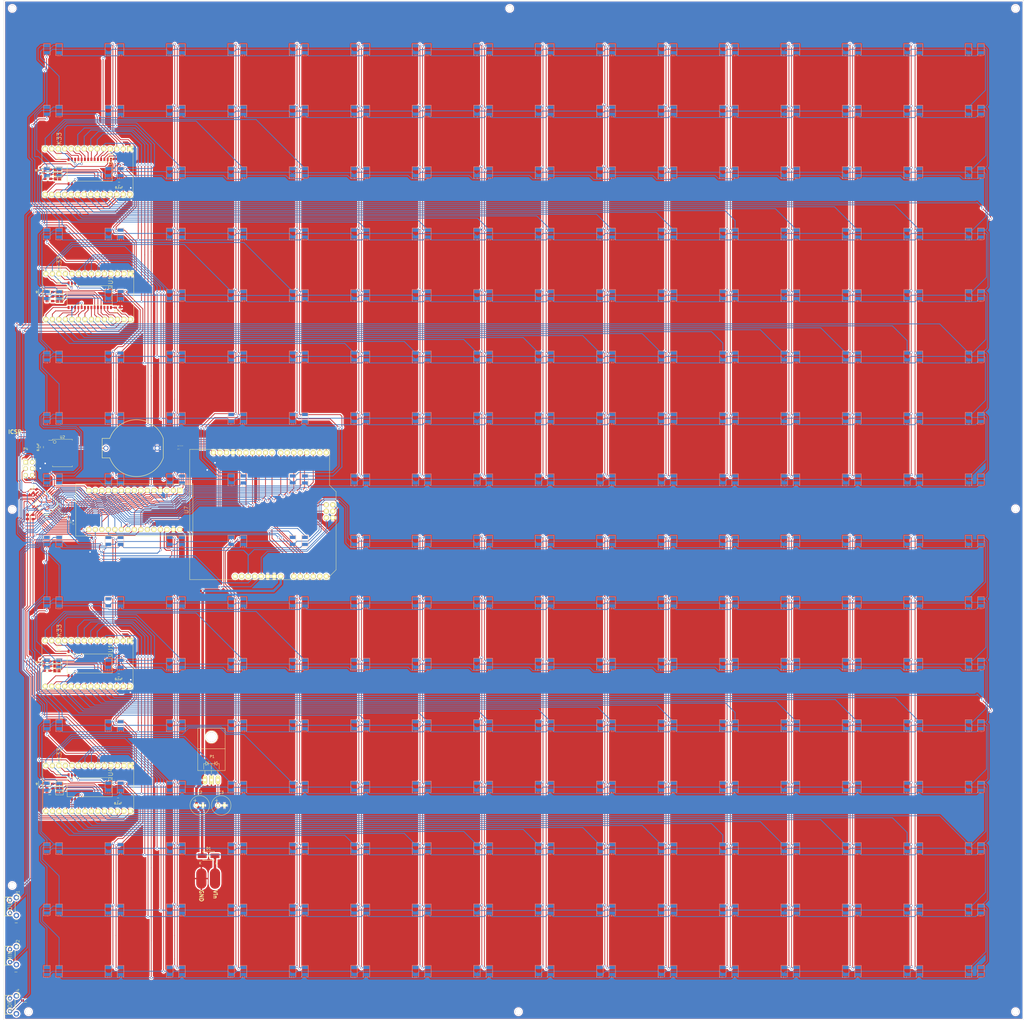
<source format=kicad_pcb>
(kicad_pcb (version 4) (host pcbnew "(2015-01-16 BZR 5376)-product")
  (layers (0 F.Cu signal) (31 B.Cu signal) (34 B.Paste user) (35 F.Paste user) (36 B.SilkS user) (37 F.SilkS user) (38 B.Mask user) (39 F.Mask user) (44 Edge.Cuts user))
  (net 0 "")
  (net 1 GND)
  (net 2 RST)
  (net 3 "Net-(BT1-Pad1)")
  (net 4 TX)
  (net 5 RX)
  (net 6 MISO)
  (net 7 SCK)
  (net 8 MOSI)
  (net 9 SCL)
  (net 10 SDA)
  (net 11 "Net-(D2-Pad1)")
  (net 12 2)
  (net 13 8)
  (net 14 9)
  (net 15 10)
  (net 16 A0)
  (net 17 A1)
  (net 18 A2)
  (net 19 A3)
  (net 20 A6)
  (net 21 A7)
  (net 22 Vcc)
  (net 23 COM-0-0)
  (net 24 ROW-0-0)
  (net 25 COM-0-1)
  (net 26 COM-0-2)
  (net 27 COM-0-3)
  (net 28 COM-0-4)
  (net 29 COM-0-5)
  (net 30 COM-0-6)
  (net 31 COM-0-7)
  (net 32 COM-1-0)
  (net 33 ROW-1-0)
  (net 34 COM-1-1)
  (net 35 COM-1-2)
  (net 36 COM-1-3)
  (net 37 COM-1-4)
  (net 38 COM-1-5)
  (net 39 COM-1-6)
  (net 40 COM-1-7)
  (net 41 COM-2-0)
  (net 42 ROW-2-0)
  (net 43 COM-2-1)
  (net 44 COM-2-2)
  (net 45 COM-2-3)
  (net 46 COM-2-4)
  (net 47 COM-2-5)
  (net 48 COM-2-6)
  (net 49 COM-2-7)
  (net 50 COM-3-0)
  (net 51 ROW-3-0)
  (net 52 COM-3-1)
  (net 53 COM-3-2)
  (net 54 COM-3-3)
  (net 55 COM-3-4)
  (net 56 COM-3-5)
  (net 57 COM-3-6)
  (net 58 COM-3-7)
  (net 59 ROW-0-1)
  (net 60 ROW-1-1)
  (net 61 ROW-2-1)
  (net 62 ROW-3-1)
  (net 63 ROW-0-2)
  (net 64 ROW-1-2)
  (net 65 ROW-2-2)
  (net 66 ROW-3-2)
  (net 67 ROW-0-3)
  (net 68 ROW-1-3)
  (net 69 ROW-2-3)
  (net 70 ROW-3-3)
  (net 71 ROW-0-4)
  (net 72 ROW-1-4)
  (net 73 ROW-2-4)
  (net 74 ROW-3-4)
  (net 75 ROW-0-5)
  (net 76 ROW-1-5)
  (net 77 ROW-2-5)
  (net 78 ROW-3-5)
  (net 79 ROW-0-6)
  (net 80 ROW-1-6)
  (net 81 ROW-2-6)
  (net 82 ROW-3-6)
  (net 83 ROW-0-7)
  (net 84 ROW-1-7)
  (net 85 ROW-2-7)
  (net 86 ROW-3-7)
  (net 87 ROW-0-8)
  (net 88 ROW-1-8)
  (net 89 ROW-2-8)
  (net 90 ROW-3-8)
  (net 91 ROW-0-9)
  (net 92 ROW-1-9)
  (net 93 ROW-2-9)
  (net 94 ROW-3-9)
  (net 95 ROW-0-10)
  (net 96 ROW-1-10)
  (net 97 ROW-2-10)
  (net 98 ROW-3-10)
  (net 99 ROW-0-11)
  (net 100 ROW-1-11)
  (net 101 ROW-2-11)
  (net 102 ROW-3-11)
  (net 103 ROW-0-12)
  (net 104 ROW-1-12)
  (net 105 ROW-2-12)
  (net 106 ROW-3-12)
  (net 107 ROW-0-13)
  (net 108 ROW-1-13)
  (net 109 ROW-2-13)
  (net 110 ROW-3-13)
  (net 111 ROW-0-14)
  (net 112 ROW-1-14)
  (net 113 ROW-2-14)
  (net 114 ROW-3-14)
  (net 115 ROW-0-15)
  (net 116 ROW-1-15)
  (net 117 ROW-2-15)
  (net 118 ROW-3-15)
  (net 119 Vin)
  (net 120 "Net-(D3-Pad1)")
  (net 121 "Net-(D4-Pad1)")
  (net 122 "Net-(D5-Pad1)")
  (net 123 5)
  (net 124 6)
  (net 125 7)
  (net 126 AREF)
  (net 127 3)
  (net 128 4)
  (net 129 3.3V)
  (net 130 "Net-(JP1-Pad1)")
  (net 131 "Net-(JP2-Pad1)")
  (net 132 "Net-(JP3-Pad1)")
  (net 133 "Net-(JP5-Pad1)")
  (net 134 "Net-(JP6-Pad1)")
  (net 135 "Net-(JP4-Pad1)")
  (net 136 "Net-(JP7-Pad1)")
  (net 137 "Net-(JP8-Pad1)")
  (net 138 "Net-(JP9-Pad1)")
  (net 139 "Net-(JP10-Pad1)")
  (net 140 "Net-(JP11-Pad1)")
  (net 141 "Net-(JP12-Pad1)")
  (net 142 RAW)
  (module Diodes_SMD:Diode-SMA_Handsoldering (layer F.Cu) (at 96.717895 354.415)
    (fp_text reference D1 (at 0 -2.85) (layer F.SilkS))
    (fp_text value DIODE)
    (fp_text user K (at -3.25 2.9) (layer F.SilkS))
    (fp_text user A (at 3.05 2.85) (layer F.SilkS))
    (pad 1 smd rect (at -2.49936 0) (size 3.50012 1.80086) (layers F.Cu F.Paste F.Mask) (net 119 Vin))
    (pad 2 smd rect (at 2.49936 0) (size 3.50012 1.80086) (layers F.Cu F.Paste F.Mask) (net 142 RAW))
  )
  (module LikeClockwork:signal_diode (layer F.Cu) (at 30.9016 278.8478 90)
    (fp_text reference D5 hide)
    (fp_text value DIODE hide)
    (pad 1 smd rect (at -1.055 0 90) (size 0.75 0.45) (layers F.Cu F.Paste F.Mask) (net 122 "Net-(D5-Pad1)"))
    (pad 2 smd rect (at 1.055 0 90) (size 0.75 0.45) (layers F.Cu F.Paste F.Mask) (net 50 COM-3-0))
  )
  (module LikeClockwork:signal_diode (layer F.Cu) (at 30.9016 86.8238 90)
    (fp_text reference D4 hide)
    (fp_text value DIODE hide)
    (pad 1 smd rect (at -1.055 0 90) (size 0.75 0.45) (layers F.Cu F.Paste F.Mask) (net 121 "Net-(D4-Pad1)"))
    (pad 2 smd rect (at 1.055 0 90) (size 0.75 0.45) (layers F.Cu F.Paste F.Mask) (net 41 COM-2-0))
  )
  (module LikeClockwork:signal_diode (layer F.Cu) (at 31.1556 134.3218 90)
    (fp_text reference D3 hide)
    (fp_text value DIODE hide)
    (pad 1 smd rect (at -1.055 0 90) (size 0.75 0.45) (layers F.Cu F.Paste F.Mask) (net 120 "Net-(D3-Pad1)"))
    (pad 2 smd rect (at 1.055 0 90) (size 0.75 0.45) (layers F.Cu F.Paste F.Mask) (net 23 COM-0-0))
  )
  (module LikeClockwork:signal_diode (layer F.Cu) (at 31.1556 326.3458 90)
    (fp_text reference D2 hide)
    (fp_text value DIODE hide)
    (pad 1 smd rect (at -1.055 0 90) (size 0.75 0.45) (layers F.Cu F.Paste F.Mask) (net 11 "Net-(D2-Pad1)"))
    (pad 2 smd rect (at 1.055 0 90) (size 0.75 0.45) (layers F.Cu F.Paste F.Mask) (net 32 COM-1-0))
  )
  (module LikeClockwork:DS3231 (layer F.Cu) (at 39.6646 197.1868)
    (fp_text reference U2 (at 0 -6.25) (layer F.SilkS))
    (fp_text value DS3231)
    (pad 1 smd rect (at -4.65 -4.445) (size 1.5 0.6) (layers F.Cu F.Paste F.Mask))
    (pad 2 smd rect (at -4.65 -3.175) (size 1.5 0.6) (layers F.Cu F.Paste F.Mask) (net 22 Vcc))
    (pad 3 smd rect (at -4.65 -1.905) (size 1.5 0.6) (layers F.Cu F.Paste F.Mask))
    (pad 4 smd rect (at -4.65 -0.635) (size 1.5 0.6) (layers F.Cu F.Paste F.Mask))
    (pad 5 smd rect (at -4.65 0.635) (size 1.5 0.6) (layers F.Cu F.Paste F.Mask) (net 1 GND))
    (pad 6 smd rect (at -4.65 1.905) (size 1.5 0.6) (layers F.Cu F.Paste F.Mask) (net 1 GND))
    (pad 7 smd rect (at -4.65 3.175) (size 1.5 0.6) (layers F.Cu F.Paste F.Mask) (net 1 GND))
    (pad 8 smd rect (at -4.65 4.445) (size 1.5 0.6) (layers F.Cu F.Paste F.Mask) (net 1 GND))
    (pad 9 smd rect (at 4.65 4.445) (size 1.5 0.6) (layers F.Cu F.Paste F.Mask) (net 1 GND))
    (pad 10 smd rect (at 4.65 3.175) (size 1.5 0.6) (layers F.Cu F.Paste F.Mask) (net 1 GND))
    (pad 11 smd rect (at 4.65 1.905) (size 1.5 0.6) (layers F.Cu F.Paste F.Mask) (net 1 GND))
    (pad 12 smd rect (at 4.65 0.635) (size 1.5 0.6) (layers F.Cu F.Paste F.Mask) (net 1 GND))
    (pad 13 smd rect (at 4.65 -0.635) (size 1.5 0.6) (layers F.Cu F.Paste F.Mask) (net 1 GND))
    (pad 14 smd rect (at 4.65 -1.905) (size 1.5 0.6) (layers F.Cu F.Paste F.Mask) (net 3 "Net-(BT1-Pad1)"))
    (pad 15 smd rect (at 4.65 -3.175) (size 1.5 0.6) (layers F.Cu F.Paste F.Mask) (net 10 SDA))
    (pad 16 smd rect (at 4.65 -4.445) (size 1.5 0.6) (layers F.Cu F.Paste F.Mask) (net 9 SCL))
  )
  (module LikeClockwork:Arduino_Nano (layer F.Cu) (at 52.4916 219.4118 270)
    (fp_text reference U7 (at 0 -35.56 270) (layer F.SilkS) (effects (font (size 1.5 1.5))))
    (fp_text value Arduino_Nano hide)
    (pad 24 thru_hole circle (at 7.62 -12.7 270) (size 2 2) (drill 1.016) (layers *.Cu *.Mask F.SilkS) (net 19 A3))
    (pad 1 thru_hole rect (at -7.62 -33.02 270) (size 2 2) (drill 1.016) (layers *.Cu *.Mask F.SilkS) (net 4 TX))
    (pad 2 thru_hole circle (at -7.62 -30.48 270) (size 2 2) (drill 1.016) (layers *.Cu *.Mask F.SilkS) (net 5 RX))
    (pad 3 thru_hole circle (at -7.62 -27.94 270) (size 2 2) (drill 1.016) (layers *.Cu *.Mask F.SilkS) (net 2 RST))
    (pad 4 thru_hole circle (at -7.62 -25.4 270) (size 2 2) (drill 1.016) (layers *.Cu *.Mask F.SilkS) (net 1 GND))
    (pad 5 thru_hole circle (at -7.62 -22.86 270) (size 2 2) (drill 1.016) (layers *.Cu *.Mask F.SilkS) (net 12 2))
    (pad 6 thru_hole circle (at -7.62 -20.32 270) (size 2 2) (drill 1.016) (layers *.Cu *.Mask F.SilkS) (net 127 3))
    (pad 7 thru_hole circle (at -7.62 -17.78 270) (size 2 2) (drill 1.016) (layers *.Cu *.Mask F.SilkS) (net 128 4))
    (pad 8 thru_hole circle (at -7.62 -15.24 270) (size 2 2) (drill 1.016) (layers *.Cu *.Mask F.SilkS) (net 123 5))
    (pad 9 thru_hole circle (at -7.62 -12.7 270) (size 2 2) (drill 1.016) (layers *.Cu *.Mask F.SilkS) (net 124 6))
    (pad 10 thru_hole circle (at -7.62 -10.16 270) (size 2 2) (drill 1.016) (layers *.Cu *.Mask F.SilkS) (net 125 7))
    (pad 11 thru_hole circle (at -7.62 -7.62 270) (size 2 2) (drill 1.016) (layers *.Cu *.Mask F.SilkS) (net 13 8))
    (pad 12 thru_hole circle (at -7.62 -5.08 270) (size 2 2) (drill 1.016) (layers *.Cu *.Mask F.SilkS) (net 14 9))
    (pad 13 thru_hole circle (at -7.62 -2.54 270) (size 2 2) (drill 1.016) (layers *.Cu *.Mask F.SilkS) (net 15 10))
    (pad 14 thru_hole circle (at -7.62 0 270) (size 2 2) (drill 1.016) (layers *.Cu *.Mask F.SilkS) (net 8 MOSI))
    (pad 15 thru_hole circle (at -7.62 2.54 270) (size 2 2) (drill 1.016) (layers *.Cu *.Mask F.SilkS) (net 6 MISO))
    (pad 16 thru_hole circle (at 7.62 -33.02 270) (size 2 2) (drill 1.016) (layers *.Cu *.Mask F.SilkS) (net 119 Vin))
    (pad 17 thru_hole circle (at 7.62 -30.48 270) (size 2 2) (drill 1.016) (layers *.Cu *.Mask F.SilkS) (net 1 GND))
    (pad 18 thru_hole circle (at 7.62 -27.94 270) (size 2 2) (drill 1.016) (layers *.Cu *.Mask F.SilkS) (net 2 RST))
    (pad 19 thru_hole circle (at 7.62 -25.4 270) (size 2 2) (drill 1.016) (layers *.Cu *.Mask F.SilkS) (net 22 Vcc))
    (pad 20 thru_hole circle (at 7.62 -22.86 270) (size 2 2) (drill 1.016) (layers *.Cu *.Mask F.SilkS) (net 21 A7))
    (pad 21 thru_hole circle (at 7.62 -20.32 270) (size 2 2) (drill 1.016) (layers *.Cu *.Mask F.SilkS) (net 20 A6))
    (pad 22 thru_hole circle (at 7.62 -17.78 270) (size 2 2) (drill 1.016) (layers *.Cu *.Mask F.SilkS) (net 9 SCL))
    (pad 23 thru_hole circle (at 7.62 -15.24 270) (size 2 2) (drill 1.016) (layers *.Cu *.Mask F.SilkS) (net 10 SDA))
    (pad 25 thru_hole circle (at 7.62 -10.16 270) (size 2 2) (drill 1.016) (layers *.Cu *.Mask F.SilkS) (net 18 A2))
    (pad 26 thru_hole circle (at 7.62 -7.62 270) (size 2 2) (drill 1.016) (layers *.Cu *.Mask F.SilkS) (net 17 A1))
    (pad 27 thru_hole circle (at 7.62 -5.08 270) (size 2 2) (drill 1.016) (layers *.Cu *.Mask F.SilkS) (net 16 A0))
    (pad 28 thru_hole circle (at 7.62 -2.54 270) (size 2 2) (drill 1.016) (layers *.Cu *.Mask F.SilkS) (net 126 AREF))
    (pad 29 thru_hole circle (at 7.62 0 270) (size 2 2) (drill 1.016) (layers *.Cu *.Mask F.SilkS) (net 129 3.3V))
    (pad 30 thru_hole circle (at 7.62 2.54 270) (size 2 2) (drill 1.016) (layers *.Cu *.Mask F.SilkS) (net 7 SCK))
  )
  (module LikeClockwork:solder_jumper (layer F.Cu) (at 38.5216 134.3218 180)
    (fp_text reference JP1 hide)
    (fp_text value JUMPER hide)
    (pad 1 smd rect (at 0.762 0 180) (size 1.25 1.25) (layers F.Cu F.Paste F.Mask) (net 130 "Net-(JP1-Pad1)"))
    (pad 2 smd rect (at -0.762 0 180) (size 1.25 1.25) (layers F.Cu F.Paste F.Mask) (net 24 ROW-0-0))
  )
  (module LikeClockwork:solder_jumper (layer F.Cu) (at 38.5216 136.0998 180)
    (fp_text reference JP2 hide)
    (fp_text value JUMPER hide)
    (pad 1 smd rect (at 0.762 0 180) (size 1.25 1.25) (layers F.Cu F.Paste F.Mask) (net 131 "Net-(JP2-Pad1)"))
    (pad 2 smd rect (at -0.762 0 180) (size 1.25 1.25) (layers F.Cu F.Paste F.Mask) (net 59 ROW-0-1))
  )
  (module LikeClockwork:solder_jumper (layer F.Cu) (at 38.5216 137.8778 180)
    (fp_text reference JP3 hide)
    (fp_text value JUMPER hide)
    (pad 1 smd rect (at 0.762 0 180) (size 1.25 1.25) (layers F.Cu F.Paste F.Mask) (net 132 "Net-(JP3-Pad1)"))
    (pad 2 smd rect (at -0.762 0 180) (size 1.25 1.25) (layers F.Cu F.Paste F.Mask) (net 63 ROW-0-2))
  )
  (module LikeClockwork:solder_jumper (layer F.Cu) (at 38.5216 326.3458 180)
    (fp_text reference JP4 hide)
    (fp_text value JUMPER hide)
    (pad 1 smd rect (at 0.762 0 180) (size 1.25 1.25) (layers F.Cu F.Paste F.Mask) (net 135 "Net-(JP4-Pad1)"))
    (pad 2 smd rect (at -0.762 0 180) (size 1.25 1.25) (layers F.Cu F.Paste F.Mask) (net 33 ROW-1-0))
  )
  (module LikeClockwork:solder_jumper (layer F.Cu) (at 38.5216 328.1238 180)
    (fp_text reference JP5 hide)
    (fp_text value JUMPER hide)
    (pad 1 smd rect (at 0.762 0 180) (size 1.25 1.25) (layers F.Cu F.Paste F.Mask) (net 133 "Net-(JP5-Pad1)"))
    (pad 2 smd rect (at -0.762 0 180) (size 1.25 1.25) (layers F.Cu F.Paste F.Mask) (net 60 ROW-1-1))
  )
  (module LikeClockwork:solder_jumper (layer F.Cu) (at 38.5216 329.9018 180)
    (fp_text reference JP6 hide)
    (fp_text value JUMPER hide)
    (pad 1 smd rect (at 0.762 0 180) (size 1.25 1.25) (layers F.Cu F.Paste F.Mask) (net 134 "Net-(JP6-Pad1)"))
    (pad 2 smd rect (at -0.762 0 180) (size 1.25 1.25) (layers F.Cu F.Paste F.Mask) (net 64 ROW-1-2))
  )
  (module LikeClockwork:solder_jumper (layer F.Cu) (at 37.7596 86.5698 180)
    (fp_text reference JP7 hide)
    (fp_text value JUMPER hide)
    (pad 1 smd rect (at 0.762 0 180) (size 1.25 1.25) (layers F.Cu F.Paste F.Mask) (net 136 "Net-(JP7-Pad1)"))
    (pad 2 smd rect (at -0.762 0 180) (size 1.25 1.25) (layers F.Cu F.Paste F.Mask) (net 42 ROW-2-0))
  )
  (module LikeClockwork:solder_jumper (layer F.Cu) (at 37.7596 88.3478 180)
    (fp_text reference JP8 hide)
    (fp_text value JUMPER hide)
    (pad 1 smd rect (at 0.762 0 180) (size 1.25 1.25) (layers F.Cu F.Paste F.Mask) (net 137 "Net-(JP8-Pad1)"))
    (pad 2 smd rect (at -0.762 0 180) (size 1.25 1.25) (layers F.Cu F.Paste F.Mask) (net 61 ROW-2-1))
  )
  (module LikeClockwork:solder_jumper (layer F.Cu) (at 37.7596 90.1258 180)
    (fp_text reference JP9 hide)
    (fp_text value JUMPER hide)
    (pad 1 smd rect (at 0.762 0 180) (size 1.25 1.25) (layers F.Cu F.Paste F.Mask) (net 138 "Net-(JP9-Pad1)"))
    (pad 2 smd rect (at -0.762 0 180) (size 1.25 1.25) (layers F.Cu F.Paste F.Mask) (net 65 ROW-2-2))
  )
  (module LikeClockwork:solder_jumper (layer F.Cu) (at 37.5056 278.5938 180)
    (fp_text reference JP10 hide)
    (fp_text value JUMPER hide)
    (pad 1 smd rect (at 0.762 0 180) (size 1.25 1.25) (layers F.Cu F.Paste F.Mask) (net 139 "Net-(JP10-Pad1)"))
    (pad 2 smd rect (at -0.762 0 180) (size 1.25 1.25) (layers F.Cu F.Paste F.Mask) (net 51 ROW-3-0))
  )
  (module LikeClockwork:solder_jumper (layer F.Cu) (at 37.5056 280.3718 180)
    (fp_text reference JP11 hide)
    (fp_text value JUMPER hide)
    (pad 1 smd rect (at 0.762 0 180) (size 1.25 1.25) (layers F.Cu F.Paste F.Mask) (net 140 "Net-(JP11-Pad1)"))
    (pad 2 smd rect (at -0.762 0 180) (size 1.25 1.25) (layers F.Cu F.Paste F.Mask) (net 62 ROW-3-1))
  )
  (module LikeClockwork:solder_jumper (layer F.Cu) (at 37.5056 282.1498 180)
    (fp_text reference JP12 hide)
    (fp_text value JUMPER hide)
    (pad 1 smd rect (at 0.762 0 180) (size 1.25 1.25) (layers F.Cu F.Paste F.Mask) (net 141 "Net-(JP12-Pad1)"))
    (pad 2 smd rect (at -0.762 0 180) (size 1.25 1.25) (layers F.Cu F.Paste F.Mask) (net 66 ROW-3-2))
  )
  (module LikeClockwork:SMD_LED_PLCC_2 (layer B.Cu) (at 38.380489 399.413116)
    (fp_text reference 15-31 (at 0 2.413 180) (layer B.SilkS) (effects (font (size 0.5 0.25) (thickness 0.0625)) (justify mirror)))
    (fp_text value LED hide)
    (pad 2 smd rect (at 0 1.35) (size 2.2 1.25) (layers B.Cu B.Paste B.Mask) (net 58 COM-3-7))
    (pad 1 smd rect (at 0 -1.35) (size 2.2 1.25) (layers B.Cu B.Paste B.Mask) (net 118 ROW-3-15))
  )
  (module LikeClockwork:SMD_LED_PLCC_2 (layer B.Cu) (at 38.380489 375.424229)
    (fp_text reference 15-30 (at 0 2.413 180) (layer B.SilkS) (effects (font (size 0.5 0.25) (thickness 0.0625)) (justify mirror)))
    (fp_text value LED hide)
    (pad 2 smd rect (at 0 1.35) (size 2.2 1.25) (layers B.Cu B.Paste B.Mask) (net 57 COM-3-6))
    (pad 1 smd rect (at 0 -1.35) (size 2.2 1.25) (layers B.Cu B.Paste B.Mask) (net 118 ROW-3-15))
  )
  (module LikeClockwork:SMD_LED_PLCC_2 (layer B.Cu) (at 38.380489 351.435341)
    (fp_text reference 15-29 (at 0 2.413 180) (layer B.SilkS) (effects (font (size 0.5 0.25) (thickness 0.0625)) (justify mirror)))
    (fp_text value LED hide)
    (pad 2 smd rect (at 0 1.35) (size 2.2 1.25) (layers B.Cu B.Paste B.Mask) (net 56 COM-3-5))
    (pad 1 smd rect (at 0 -1.35) (size 2.2 1.25) (layers B.Cu B.Paste B.Mask) (net 118 ROW-3-15))
  )
  (module LikeClockwork:SMD_LED_PLCC_2 (layer B.Cu) (at 38.380489 327.446453)
    (fp_text reference 15-28 (at 0 2.413 180) (layer B.SilkS) (effects (font (size 0.5 0.25) (thickness 0.0625)) (justify mirror)))
    (fp_text value LED hide)
    (pad 2 smd rect (at 0 1.35) (size 2.2 1.25) (layers B.Cu B.Paste B.Mask) (net 55 COM-3-4))
    (pad 1 smd rect (at 0 -1.35) (size 2.2 1.25) (layers B.Cu B.Paste B.Mask) (net 118 ROW-3-15))
  )
  (module LikeClockwork:SMD_LED_PLCC_2 (layer B.Cu) (at 38.380489 303.457565)
    (fp_text reference 15-27 (at 0 2.413 180) (layer B.SilkS) (effects (font (size 0.5 0.25) (thickness 0.0625)) (justify mirror)))
    (fp_text value LED hide)
    (pad 2 smd rect (at 0 1.35) (size 2.2 1.25) (layers B.Cu B.Paste B.Mask) (net 54 COM-3-3))
    (pad 1 smd rect (at 0 -1.35) (size 2.2 1.25) (layers B.Cu B.Paste B.Mask) (net 118 ROW-3-15))
  )
  (module LikeClockwork:SMD_LED_PLCC_2 (layer B.Cu) (at 38.380489 279.468678)
    (fp_text reference 15-26 (at 0 2.413 180) (layer B.SilkS) (effects (font (size 0.5 0.25) (thickness 0.0625)) (justify mirror)))
    (fp_text value LED hide)
    (pad 2 smd rect (at 0 1.35) (size 2.2 1.25) (layers B.Cu B.Paste B.Mask) (net 53 COM-3-2))
    (pad 1 smd rect (at 0 -1.35) (size 2.2 1.25) (layers B.Cu B.Paste B.Mask) (net 118 ROW-3-15))
  )
  (module LikeClockwork:SMD_LED_PLCC_2 (layer B.Cu) (at 38.380489 255.47979)
    (fp_text reference 15-25 (at 0 2.413 180) (layer B.SilkS) (effects (font (size 0.5 0.25) (thickness 0.0625)) (justify mirror)))
    (fp_text value LED hide)
    (pad 2 smd rect (at 0 1.35) (size 2.2 1.25) (layers B.Cu B.Paste B.Mask) (net 52 COM-3-1))
    (pad 1 smd rect (at 0 -1.35) (size 2.2 1.25) (layers B.Cu B.Paste B.Mask) (net 118 ROW-3-15))
  )
  (module LikeClockwork:SMD_LED_PLCC_2 (layer B.Cu) (at 38.380489 231.490902)
    (fp_text reference 15-24 (at 0 2.413 180) (layer B.SilkS) (effects (font (size 0.5 0.25) (thickness 0.0625)) (justify mirror)))
    (fp_text value LED hide)
    (pad 2 smd rect (at 0 1.35) (size 2.2 1.25) (layers B.Cu B.Paste B.Mask) (net 50 COM-3-0))
    (pad 1 smd rect (at 0 -1.35) (size 2.2 1.25) (layers B.Cu B.Paste B.Mask) (net 118 ROW-3-15))
  )
  (module LikeClockwork:SMD_LED_PLCC_2 (layer B.Cu) (at 38.380489 207.502014)
    (fp_text reference 15-23 (at 0 2.413 180) (layer B.SilkS) (effects (font (size 0.5 0.25) (thickness 0.0625)) (justify mirror)))
    (fp_text value LED hide)
    (pad 2 smd rect (at 0 1.35) (size 2.2 1.25) (layers B.Cu B.Paste B.Mask) (net 49 COM-2-7))
    (pad 1 smd rect (at 0 -1.35) (size 2.2 1.25) (layers B.Cu B.Paste B.Mask) (net 117 ROW-2-15))
  )
  (module LikeClockwork:SMD_LED_PLCC_2 (layer B.Cu) (at 38.380489 183.513127)
    (fp_text reference 15-22 (at 0 2.413 180) (layer B.SilkS) (effects (font (size 0.5 0.25) (thickness 0.0625)) (justify mirror)))
    (fp_text value LED hide)
    (pad 2 smd rect (at 0 1.35) (size 2.2 1.25) (layers B.Cu B.Paste B.Mask) (net 48 COM-2-6))
    (pad 1 smd rect (at 0 -1.35) (size 2.2 1.25) (layers B.Cu B.Paste B.Mask) (net 117 ROW-2-15))
  )
  (module LikeClockwork:SMD_LED_PLCC_2 (layer B.Cu) (at 38.380489 159.524239)
    (fp_text reference 15-21 (at 0 2.413 180) (layer B.SilkS) (effects (font (size 0.5 0.25) (thickness 0.0625)) (justify mirror)))
    (fp_text value LED hide)
    (pad 2 smd rect (at 0 1.35) (size 2.2 1.25) (layers B.Cu B.Paste B.Mask) (net 47 COM-2-5))
    (pad 1 smd rect (at 0 -1.35) (size 2.2 1.25) (layers B.Cu B.Paste B.Mask) (net 117 ROW-2-15))
  )
  (module LikeClockwork:SMD_LED_PLCC_2 (layer B.Cu) (at 38.380489 135.535351)
    (fp_text reference 15-20 (at 0 2.413 180) (layer B.SilkS) (effects (font (size 0.5 0.25) (thickness 0.0625)) (justify mirror)))
    (fp_text value LED hide)
    (pad 2 smd rect (at 0 1.35) (size 2.2 1.25) (layers B.Cu B.Paste B.Mask) (net 46 COM-2-4))
    (pad 1 smd rect (at 0 -1.35) (size 2.2 1.25) (layers B.Cu B.Paste B.Mask) (net 117 ROW-2-15))
  )
  (module LikeClockwork:SMD_LED_PLCC_2 (layer B.Cu) (at 38.380489 111.546463)
    (fp_text reference 15-19 (at 0 2.413 180) (layer B.SilkS) (effects (font (size 0.5 0.25) (thickness 0.0625)) (justify mirror)))
    (fp_text value LED hide)
    (pad 2 smd rect (at 0 1.35) (size 2.2 1.25) (layers B.Cu B.Paste B.Mask) (net 45 COM-2-3))
    (pad 1 smd rect (at 0 -1.35) (size 2.2 1.25) (layers B.Cu B.Paste B.Mask) (net 117 ROW-2-15))
  )
  (module LikeClockwork:SMD_LED_PLCC_2 (layer B.Cu) (at 38.380489 87.557576)
    (fp_text reference 15-18 (at 0 2.413 180) (layer B.SilkS) (effects (font (size 0.5 0.25) (thickness 0.0625)) (justify mirror)))
    (fp_text value LED hide)
    (pad 2 smd rect (at 0 1.35) (size 2.2 1.25) (layers B.Cu B.Paste B.Mask) (net 44 COM-2-2))
    (pad 1 smd rect (at 0 -1.35) (size 2.2 1.25) (layers B.Cu B.Paste B.Mask) (net 117 ROW-2-15))
  )
  (module LikeClockwork:SMD_LED_PLCC_2 (layer B.Cu) (at 38.380489 63.568688)
    (fp_text reference 15-17 (at 0 2.413 180) (layer B.SilkS) (effects (font (size 0.5 0.25) (thickness 0.0625)) (justify mirror)))
    (fp_text value LED hide)
    (pad 2 smd rect (at 0 1.35) (size 2.2 1.25) (layers B.Cu B.Paste B.Mask) (net 43 COM-2-1))
    (pad 1 smd rect (at 0 -1.35) (size 2.2 1.25) (layers B.Cu B.Paste B.Mask) (net 117 ROW-2-15))
  )
  (module LikeClockwork:SMD_LED_PLCC_2 (layer B.Cu) (at 38.380489 39.5798)
    (fp_text reference 15-16 (at 0 2.413 180) (layer B.SilkS) (effects (font (size 0.5 0.25) (thickness 0.0625)) (justify mirror)))
    (fp_text value LED hide)
    (pad 2 smd rect (at 0 1.35) (size 2.2 1.25) (layers B.Cu B.Paste B.Mask) (net 41 COM-2-0))
    (pad 1 smd rect (at 0 -1.35) (size 2.2 1.25) (layers B.Cu B.Paste B.Mask) (net 117 ROW-2-15))
  )
  (module LikeClockwork:SMD_LED_PLCC_2 (layer B.Cu) (at 62.369377 399.413116)
    (fp_text reference 14-31 (at 0 2.413 180) (layer B.SilkS) (effects (font (size 0.5 0.25) (thickness 0.0625)) (justify mirror)))
    (fp_text value LED hide)
    (pad 2 smd rect (at 0 1.35) (size 2.2 1.25) (layers B.Cu B.Paste B.Mask) (net 58 COM-3-7))
    (pad 1 smd rect (at 0 -1.35) (size 2.2 1.25) (layers B.Cu B.Paste B.Mask) (net 114 ROW-3-14))
  )
  (module LikeClockwork:SMD_LED_PLCC_2 (layer B.Cu) (at 62.369377 375.424229)
    (fp_text reference 14-30 (at 0 2.413 180) (layer B.SilkS) (effects (font (size 0.5 0.25) (thickness 0.0625)) (justify mirror)))
    (fp_text value LED hide)
    (pad 2 smd rect (at 0 1.35) (size 2.2 1.25) (layers B.Cu B.Paste B.Mask) (net 57 COM-3-6))
    (pad 1 smd rect (at 0 -1.35) (size 2.2 1.25) (layers B.Cu B.Paste B.Mask) (net 114 ROW-3-14))
  )
  (module LikeClockwork:SMD_LED_PLCC_2 (layer B.Cu) (at 62.369377 351.435341)
    (fp_text reference 14-29 (at 0 2.413 180) (layer B.SilkS) (effects (font (size 0.5 0.25) (thickness 0.0625)) (justify mirror)))
    (fp_text value LED hide)
    (pad 2 smd rect (at 0 1.35) (size 2.2 1.25) (layers B.Cu B.Paste B.Mask) (net 56 COM-3-5))
    (pad 1 smd rect (at 0 -1.35) (size 2.2 1.25) (layers B.Cu B.Paste B.Mask) (net 114 ROW-3-14))
  )
  (module LikeClockwork:SMD_LED_PLCC_2 (layer B.Cu) (at 62.369377 327.446453)
    (fp_text reference 14-28 (at 0 2.413 180) (layer B.SilkS) (effects (font (size 0.5 0.25) (thickness 0.0625)) (justify mirror)))
    (fp_text value LED hide)
    (pad 2 smd rect (at 0 1.35) (size 2.2 1.25) (layers B.Cu B.Paste B.Mask) (net 55 COM-3-4))
    (pad 1 smd rect (at 0 -1.35) (size 2.2 1.25) (layers B.Cu B.Paste B.Mask) (net 114 ROW-3-14))
  )
  (module LikeClockwork:SMD_LED_PLCC_2 (layer B.Cu) (at 62.369377 303.457565)
    (fp_text reference 14-27 (at 0 2.413 180) (layer B.SilkS) (effects (font (size 0.5 0.25) (thickness 0.0625)) (justify mirror)))
    (fp_text value LED hide)
    (pad 2 smd rect (at 0 1.35) (size 2.2 1.25) (layers B.Cu B.Paste B.Mask) (net 54 COM-3-3))
    (pad 1 smd rect (at 0 -1.35) (size 2.2 1.25) (layers B.Cu B.Paste B.Mask) (net 114 ROW-3-14))
  )
  (module LikeClockwork:SMD_LED_PLCC_2 (layer B.Cu) (at 62.369377 279.468678)
    (fp_text reference 14-26 (at 0 2.413 180) (layer B.SilkS) (effects (font (size 0.5 0.25) (thickness 0.0625)) (justify mirror)))
    (fp_text value LED hide)
    (pad 2 smd rect (at 0 1.35) (size 2.2 1.25) (layers B.Cu B.Paste B.Mask) (net 53 COM-3-2))
    (pad 1 smd rect (at 0 -1.35) (size 2.2 1.25) (layers B.Cu B.Paste B.Mask) (net 114 ROW-3-14))
  )
  (module LikeClockwork:SMD_LED_PLCC_2 (layer B.Cu) (at 62.369377 255.47979)
    (fp_text reference 14-25 (at 0 2.413 180) (layer B.SilkS) (effects (font (size 0.5 0.25) (thickness 0.0625)) (justify mirror)))
    (fp_text value LED hide)
    (pad 2 smd rect (at 0 1.35) (size 2.2 1.25) (layers B.Cu B.Paste B.Mask) (net 52 COM-3-1))
    (pad 1 smd rect (at 0 -1.35) (size 2.2 1.25) (layers B.Cu B.Paste B.Mask) (net 114 ROW-3-14))
  )
  (module LikeClockwork:SMD_LED_PLCC_2 (layer B.Cu) (at 62.369377 231.490902)
    (fp_text reference 14-24 (at 0 2.413 180) (layer B.SilkS) (effects (font (size 0.5 0.25) (thickness 0.0625)) (justify mirror)))
    (fp_text value LED hide)
    (pad 2 smd rect (at 0 1.35) (size 2.2 1.25) (layers B.Cu B.Paste B.Mask) (net 50 COM-3-0))
    (pad 1 smd rect (at 0 -1.35) (size 2.2 1.25) (layers B.Cu B.Paste B.Mask) (net 114 ROW-3-14))
  )
  (module LikeClockwork:SMD_LED_PLCC_2 (layer B.Cu) (at 62.369377 207.502014)
    (fp_text reference 14-23 (at 0 2.413 180) (layer B.SilkS) (effects (font (size 0.5 0.25) (thickness 0.0625)) (justify mirror)))
    (fp_text value LED hide)
    (pad 2 smd rect (at 0 1.35) (size 2.2 1.25) (layers B.Cu B.Paste B.Mask) (net 49 COM-2-7))
    (pad 1 smd rect (at 0 -1.35) (size 2.2 1.25) (layers B.Cu B.Paste B.Mask) (net 113 ROW-2-14))
  )
  (module LikeClockwork:SMD_LED_PLCC_2 (layer B.Cu) (at 62.369377 183.513127)
    (fp_text reference 14-22 (at 0 2.413 180) (layer B.SilkS) (effects (font (size 0.5 0.25) (thickness 0.0625)) (justify mirror)))
    (fp_text value LED hide)
    (pad 2 smd rect (at 0 1.35) (size 2.2 1.25) (layers B.Cu B.Paste B.Mask) (net 48 COM-2-6))
    (pad 1 smd rect (at 0 -1.35) (size 2.2 1.25) (layers B.Cu B.Paste B.Mask) (net 113 ROW-2-14))
  )
  (module LikeClockwork:SMD_LED_PLCC_2 (layer B.Cu) (at 62.369377 159.524239)
    (fp_text reference 14-21 (at 0 2.413 180) (layer B.SilkS) (effects (font (size 0.5 0.25) (thickness 0.0625)) (justify mirror)))
    (fp_text value LED hide)
    (pad 2 smd rect (at 0 1.35) (size 2.2 1.25) (layers B.Cu B.Paste B.Mask) (net 47 COM-2-5))
    (pad 1 smd rect (at 0 -1.35) (size 2.2 1.25) (layers B.Cu B.Paste B.Mask) (net 113 ROW-2-14))
  )
  (module LikeClockwork:SMD_LED_PLCC_2 (layer B.Cu) (at 62.369377 135.535351)
    (fp_text reference 14-20 (at 0 2.413 180) (layer B.SilkS) (effects (font (size 0.5 0.25) (thickness 0.0625)) (justify mirror)))
    (fp_text value LED hide)
    (pad 2 smd rect (at 0 1.35) (size 2.2 1.25) (layers B.Cu B.Paste B.Mask) (net 46 COM-2-4))
    (pad 1 smd rect (at 0 -1.35) (size 2.2 1.25) (layers B.Cu B.Paste B.Mask) (net 113 ROW-2-14))
  )
  (module LikeClockwork:SMD_LED_PLCC_2 (layer B.Cu) (at 62.369377 111.546463)
    (fp_text reference 14-19 (at 0 2.413 180) (layer B.SilkS) (effects (font (size 0.5 0.25) (thickness 0.0625)) (justify mirror)))
    (fp_text value LED hide)
    (pad 2 smd rect (at 0 1.35) (size 2.2 1.25) (layers B.Cu B.Paste B.Mask) (net 45 COM-2-3))
    (pad 1 smd rect (at 0 -1.35) (size 2.2 1.25) (layers B.Cu B.Paste B.Mask) (net 113 ROW-2-14))
  )
  (module LikeClockwork:SMD_LED_PLCC_2 (layer B.Cu) (at 62.369377 87.557576)
    (fp_text reference 14-18 (at 0 2.413 180) (layer B.SilkS) (effects (font (size 0.5 0.25) (thickness 0.0625)) (justify mirror)))
    (fp_text value LED hide)
    (pad 2 smd rect (at 0 1.35) (size 2.2 1.25) (layers B.Cu B.Paste B.Mask) (net 44 COM-2-2))
    (pad 1 smd rect (at 0 -1.35) (size 2.2 1.25) (layers B.Cu B.Paste B.Mask) (net 113 ROW-2-14))
  )
  (module LikeClockwork:SMD_LED_PLCC_2 (layer B.Cu) (at 62.369377 63.568688)
    (fp_text reference 14-17 (at 0 2.413 180) (layer B.SilkS) (effects (font (size 0.5 0.25) (thickness 0.0625)) (justify mirror)))
    (fp_text value LED hide)
    (pad 2 smd rect (at 0 1.35) (size 2.2 1.25) (layers B.Cu B.Paste B.Mask) (net 43 COM-2-1))
    (pad 1 smd rect (at 0 -1.35) (size 2.2 1.25) (layers B.Cu B.Paste B.Mask) (net 113 ROW-2-14))
  )
  (module LikeClockwork:SMD_LED_PLCC_2 (layer B.Cu) (at 62.369377 39.5798)
    (fp_text reference 14-16 (at 0 2.413 180) (layer B.SilkS) (effects (font (size 0.5 0.25) (thickness 0.0625)) (justify mirror)))
    (fp_text value LED hide)
    (pad 2 smd rect (at 0 1.35) (size 2.2 1.25) (layers B.Cu B.Paste B.Mask) (net 41 COM-2-0))
    (pad 1 smd rect (at 0 -1.35) (size 2.2 1.25) (layers B.Cu B.Paste B.Mask) (net 113 ROW-2-14))
  )
  (module LikeClockwork:SMD_LED_PLCC_2 (layer B.Cu) (at 86.358264 399.413116)
    (fp_text reference 13-31 (at 0 2.413 180) (layer B.SilkS) (effects (font (size 0.5 0.25) (thickness 0.0625)) (justify mirror)))
    (fp_text value LED hide)
    (pad 2 smd rect (at 0 1.35) (size 2.2 1.25) (layers B.Cu B.Paste B.Mask) (net 58 COM-3-7))
    (pad 1 smd rect (at 0 -1.35) (size 2.2 1.25) (layers B.Cu B.Paste B.Mask) (net 110 ROW-3-13))
  )
  (module LikeClockwork:SMD_LED_PLCC_2 (layer B.Cu) (at 86.358264 375.424229)
    (fp_text reference 13-30 (at 0 2.413 180) (layer B.SilkS) (effects (font (size 0.5 0.25) (thickness 0.0625)) (justify mirror)))
    (fp_text value LED hide)
    (pad 2 smd rect (at 0 1.35) (size 2.2 1.25) (layers B.Cu B.Paste B.Mask) (net 57 COM-3-6))
    (pad 1 smd rect (at 0 -1.35) (size 2.2 1.25) (layers B.Cu B.Paste B.Mask) (net 110 ROW-3-13))
  )
  (module LikeClockwork:SMD_LED_PLCC_2 (layer B.Cu) (at 86.358264 351.435341)
    (fp_text reference 13-29 (at 0 2.413 180) (layer B.SilkS) (effects (font (size 0.5 0.25) (thickness 0.0625)) (justify mirror)))
    (fp_text value LED hide)
    (pad 2 smd rect (at 0 1.35) (size 2.2 1.25) (layers B.Cu B.Paste B.Mask) (net 56 COM-3-5))
    (pad 1 smd rect (at 0 -1.35) (size 2.2 1.25) (layers B.Cu B.Paste B.Mask) (net 110 ROW-3-13))
  )
  (module LikeClockwork:SMD_LED_PLCC_2 (layer B.Cu) (at 86.358264 327.446453)
    (fp_text reference 13-28 (at 0 2.413 180) (layer B.SilkS) (effects (font (size 0.5 0.25) (thickness 0.0625)) (justify mirror)))
    (fp_text value LED hide)
    (pad 2 smd rect (at 0 1.35) (size 2.2 1.25) (layers B.Cu B.Paste B.Mask) (net 55 COM-3-4))
    (pad 1 smd rect (at 0 -1.35) (size 2.2 1.25) (layers B.Cu B.Paste B.Mask) (net 110 ROW-3-13))
  )
  (module LikeClockwork:SMD_LED_PLCC_2 (layer B.Cu) (at 86.358264 303.457565)
    (fp_text reference 13-27 (at 0 2.413 180) (layer B.SilkS) (effects (font (size 0.5 0.25) (thickness 0.0625)) (justify mirror)))
    (fp_text value LED hide)
    (pad 2 smd rect (at 0 1.35) (size 2.2 1.25) (layers B.Cu B.Paste B.Mask) (net 54 COM-3-3))
    (pad 1 smd rect (at 0 -1.35) (size 2.2 1.25) (layers B.Cu B.Paste B.Mask) (net 110 ROW-3-13))
  )
  (module LikeClockwork:SMD_LED_PLCC_2 (layer B.Cu) (at 86.358264 279.468678)
    (fp_text reference 13-26 (at 0 2.413 180) (layer B.SilkS) (effects (font (size 0.5 0.25) (thickness 0.0625)) (justify mirror)))
    (fp_text value LED hide)
    (pad 2 smd rect (at 0 1.35) (size 2.2 1.25) (layers B.Cu B.Paste B.Mask) (net 53 COM-3-2))
    (pad 1 smd rect (at 0 -1.35) (size 2.2 1.25) (layers B.Cu B.Paste B.Mask) (net 110 ROW-3-13))
  )
  (module LikeClockwork:SMD_LED_PLCC_2 (layer B.Cu) (at 86.358264 255.47979)
    (fp_text reference 13-25 (at 0 2.413 180) (layer B.SilkS) (effects (font (size 0.5 0.25) (thickness 0.0625)) (justify mirror)))
    (fp_text value LED hide)
    (pad 2 smd rect (at 0 1.35) (size 2.2 1.25) (layers B.Cu B.Paste B.Mask) (net 52 COM-3-1))
    (pad 1 smd rect (at 0 -1.35) (size 2.2 1.25) (layers B.Cu B.Paste B.Mask) (net 110 ROW-3-13))
  )
  (module LikeClockwork:SMD_LED_PLCC_2 (layer B.Cu) (at 86.358264 231.490902)
    (fp_text reference 13-24 (at 0 2.413 180) (layer B.SilkS) (effects (font (size 0.5 0.25) (thickness 0.0625)) (justify mirror)))
    (fp_text value LED hide)
    (pad 2 smd rect (at 0 1.35) (size 2.2 1.25) (layers B.Cu B.Paste B.Mask) (net 50 COM-3-0))
    (pad 1 smd rect (at 0 -1.35) (size 2.2 1.25) (layers B.Cu B.Paste B.Mask) (net 110 ROW-3-13))
  )
  (module LikeClockwork:SMD_LED_PLCC_2 (layer B.Cu) (at 86.358264 207.502014)
    (fp_text reference 13-23 (at 0 2.413 180) (layer B.SilkS) (effects (font (size 0.5 0.25) (thickness 0.0625)) (justify mirror)))
    (fp_text value LED hide)
    (pad 2 smd rect (at 0 1.35) (size 2.2 1.25) (layers B.Cu B.Paste B.Mask) (net 49 COM-2-7))
    (pad 1 smd rect (at 0 -1.35) (size 2.2 1.25) (layers B.Cu B.Paste B.Mask) (net 109 ROW-2-13))
  )
  (module LikeClockwork:SMD_LED_PLCC_2 (layer B.Cu) (at 86.358264 183.513127)
    (fp_text reference 13-22 (at 0 2.413 180) (layer B.SilkS) (effects (font (size 0.5 0.25) (thickness 0.0625)) (justify mirror)))
    (fp_text value LED hide)
    (pad 2 smd rect (at 0 1.35) (size 2.2 1.25) (layers B.Cu B.Paste B.Mask) (net 48 COM-2-6))
    (pad 1 smd rect (at 0 -1.35) (size 2.2 1.25) (layers B.Cu B.Paste B.Mask) (net 109 ROW-2-13))
  )
  (module LikeClockwork:SMD_LED_PLCC_2 (layer B.Cu) (at 86.358264 159.524239)
    (fp_text reference 13-21 (at 0 2.413 180) (layer B.SilkS) (effects (font (size 0.5 0.25) (thickness 0.0625)) (justify mirror)))
    (fp_text value LED hide)
    (pad 2 smd rect (at 0 1.35) (size 2.2 1.25) (layers B.Cu B.Paste B.Mask) (net 47 COM-2-5))
    (pad 1 smd rect (at 0 -1.35) (size 2.2 1.25) (layers B.Cu B.Paste B.Mask) (net 109 ROW-2-13))
  )
  (module LikeClockwork:SMD_LED_PLCC_2 (layer B.Cu) (at 86.358264 135.535351)
    (fp_text reference 13-20 (at 0 2.413 180) (layer B.SilkS) (effects (font (size 0.5 0.25) (thickness 0.0625)) (justify mirror)))
    (fp_text value LED hide)
    (pad 2 smd rect (at 0 1.35) (size 2.2 1.25) (layers B.Cu B.Paste B.Mask) (net 46 COM-2-4))
    (pad 1 smd rect (at 0 -1.35) (size 2.2 1.25) (layers B.Cu B.Paste B.Mask) (net 109 ROW-2-13))
  )
  (module LikeClockwork:SMD_LED_PLCC_2 (layer B.Cu) (at 86.358264 111.546463)
    (fp_text reference 13-19 (at 0 2.413 180) (layer B.SilkS) (effects (font (size 0.5 0.25) (thickness 0.0625)) (justify mirror)))
    (fp_text value LED hide)
    (pad 2 smd rect (at 0 1.35) (size 2.2 1.25) (layers B.Cu B.Paste B.Mask) (net 45 COM-2-3))
    (pad 1 smd rect (at 0 -1.35) (size 2.2 1.25) (layers B.Cu B.Paste B.Mask) (net 109 ROW-2-13))
  )
  (module LikeClockwork:SMD_LED_PLCC_2 (layer B.Cu) (at 86.358264 87.557576)
    (fp_text reference 13-18 (at 0 2.413 180) (layer B.SilkS) (effects (font (size 0.5 0.25) (thickness 0.0625)) (justify mirror)))
    (fp_text value LED hide)
    (pad 2 smd rect (at 0 1.35) (size 2.2 1.25) (layers B.Cu B.Paste B.Mask) (net 44 COM-2-2))
    (pad 1 smd rect (at 0 -1.35) (size 2.2 1.25) (layers B.Cu B.Paste B.Mask) (net 109 ROW-2-13))
  )
  (module LikeClockwork:SMD_LED_PLCC_2 (layer B.Cu) (at 86.358264 63.568688)
    (fp_text reference 13-17 (at 0 2.413 180) (layer B.SilkS) (effects (font (size 0.5 0.25) (thickness 0.0625)) (justify mirror)))
    (fp_text value LED hide)
    (pad 2 smd rect (at 0 1.35) (size 2.2 1.25) (layers B.Cu B.Paste B.Mask) (net 43 COM-2-1))
    (pad 1 smd rect (at 0 -1.35) (size 2.2 1.25) (layers B.Cu B.Paste B.Mask) (net 109 ROW-2-13))
  )
  (module LikeClockwork:SMD_LED_PLCC_2 (layer B.Cu) (at 86.358264 39.5798)
    (fp_text reference 13-16 (at 0 2.413 180) (layer B.SilkS) (effects (font (size 0.5 0.25) (thickness 0.0625)) (justify mirror)))
    (fp_text value LED hide)
    (pad 2 smd rect (at 0 1.35) (size 2.2 1.25) (layers B.Cu B.Paste B.Mask) (net 41 COM-2-0))
    (pad 1 smd rect (at 0 -1.35) (size 2.2 1.25) (layers B.Cu B.Paste B.Mask) (net 109 ROW-2-13))
  )
  (module LikeClockwork:SMD_LED_PLCC_2 (layer B.Cu) (at 110.347152 399.413116)
    (fp_text reference 12-31 (at 0 2.413 180) (layer B.SilkS) (effects (font (size 0.5 0.25) (thickness 0.0625)) (justify mirror)))
    (fp_text value LED hide)
    (pad 2 smd rect (at 0 1.35) (size 2.2 1.25) (layers B.Cu B.Paste B.Mask) (net 58 COM-3-7))
    (pad 1 smd rect (at 0 -1.35) (size 2.2 1.25) (layers B.Cu B.Paste B.Mask) (net 106 ROW-3-12))
  )
  (module LikeClockwork:SMD_LED_PLCC_2 (layer B.Cu) (at 110.347152 375.424229)
    (fp_text reference 12-30 (at 0 2.413 180) (layer B.SilkS) (effects (font (size 0.5 0.25) (thickness 0.0625)) (justify mirror)))
    (fp_text value LED hide)
    (pad 2 smd rect (at 0 1.35) (size 2.2 1.25) (layers B.Cu B.Paste B.Mask) (net 57 COM-3-6))
    (pad 1 smd rect (at 0 -1.35) (size 2.2 1.25) (layers B.Cu B.Paste B.Mask) (net 106 ROW-3-12))
  )
  (module LikeClockwork:SMD_LED_PLCC_2 (layer B.Cu) (at 110.347152 351.435341)
    (fp_text reference 12-29 (at 0 2.413 180) (layer B.SilkS) (effects (font (size 0.5 0.25) (thickness 0.0625)) (justify mirror)))
    (fp_text value LED hide)
    (pad 2 smd rect (at 0 1.35) (size 2.2 1.25) (layers B.Cu B.Paste B.Mask) (net 56 COM-3-5))
    (pad 1 smd rect (at 0 -1.35) (size 2.2 1.25) (layers B.Cu B.Paste B.Mask) (net 106 ROW-3-12))
  )
  (module LikeClockwork:SMD_LED_PLCC_2 (layer B.Cu) (at 110.347152 327.446453)
    (fp_text reference 12-28 (at 0 2.413 180) (layer B.SilkS) (effects (font (size 0.5 0.25) (thickness 0.0625)) (justify mirror)))
    (fp_text value LED hide)
    (pad 2 smd rect (at 0 1.35) (size 2.2 1.25) (layers B.Cu B.Paste B.Mask) (net 55 COM-3-4))
    (pad 1 smd rect (at 0 -1.35) (size 2.2 1.25) (layers B.Cu B.Paste B.Mask) (net 106 ROW-3-12))
  )
  (module LikeClockwork:SMD_LED_PLCC_2 (layer B.Cu) (at 110.347152 303.457565)
    (fp_text reference 12-27 (at 0 2.413 180) (layer B.SilkS) (effects (font (size 0.5 0.25) (thickness 0.0625)) (justify mirror)))
    (fp_text value LED hide)
    (pad 2 smd rect (at 0 1.35) (size 2.2 1.25) (layers B.Cu B.Paste B.Mask) (net 54 COM-3-3))
    (pad 1 smd rect (at 0 -1.35) (size 2.2 1.25) (layers B.Cu B.Paste B.Mask) (net 106 ROW-3-12))
  )
  (module LikeClockwork:SMD_LED_PLCC_2 (layer B.Cu) (at 110.347152 279.468678)
    (fp_text reference 12-26 (at 0 2.413 180) (layer B.SilkS) (effects (font (size 0.5 0.25) (thickness 0.0625)) (justify mirror)))
    (fp_text value LED hide)
    (pad 2 smd rect (at 0 1.35) (size 2.2 1.25) (layers B.Cu B.Paste B.Mask) (net 53 COM-3-2))
    (pad 1 smd rect (at 0 -1.35) (size 2.2 1.25) (layers B.Cu B.Paste B.Mask) (net 106 ROW-3-12))
  )
  (module LikeClockwork:SMD_LED_PLCC_2 (layer B.Cu) (at 110.347152 255.47979)
    (fp_text reference 12-25 (at 0 2.413 180) (layer B.SilkS) (effects (font (size 0.5 0.25) (thickness 0.0625)) (justify mirror)))
    (fp_text value LED hide)
    (pad 2 smd rect (at 0 1.35) (size 2.2 1.25) (layers B.Cu B.Paste B.Mask) (net 52 COM-3-1))
    (pad 1 smd rect (at 0 -1.35) (size 2.2 1.25) (layers B.Cu B.Paste B.Mask) (net 106 ROW-3-12))
  )
  (module LikeClockwork:SMD_LED_PLCC_2 (layer B.Cu) (at 110.347152 231.490902)
    (fp_text reference 12-24 (at 0 2.413 180) (layer B.SilkS) (effects (font (size 0.5 0.25) (thickness 0.0625)) (justify mirror)))
    (fp_text value LED hide)
    (pad 2 smd rect (at 0 1.35) (size 2.2 1.25) (layers B.Cu B.Paste B.Mask) (net 50 COM-3-0))
    (pad 1 smd rect (at 0 -1.35) (size 2.2 1.25) (layers B.Cu B.Paste B.Mask) (net 106 ROW-3-12))
  )
  (module LikeClockwork:SMD_LED_PLCC_2 (layer B.Cu) (at 110.347152 207.502014)
    (fp_text reference 12-23 (at 0 2.413 180) (layer B.SilkS) (effects (font (size 0.5 0.25) (thickness 0.0625)) (justify mirror)))
    (fp_text value LED hide)
    (pad 2 smd rect (at 0 1.35) (size 2.2 1.25) (layers B.Cu B.Paste B.Mask) (net 49 COM-2-7))
    (pad 1 smd rect (at 0 -1.35) (size 2.2 1.25) (layers B.Cu B.Paste B.Mask) (net 105 ROW-2-12))
  )
  (module LikeClockwork:SMD_LED_PLCC_2 (layer B.Cu) (at 110.347152 183.513127)
    (fp_text reference 12-22 (at 0 2.413 180) (layer B.SilkS) (effects (font (size 0.5 0.25) (thickness 0.0625)) (justify mirror)))
    (fp_text value LED hide)
    (pad 2 smd rect (at 0 1.35) (size 2.2 1.25) (layers B.Cu B.Paste B.Mask) (net 48 COM-2-6))
    (pad 1 smd rect (at 0 -1.35) (size 2.2 1.25) (layers B.Cu B.Paste B.Mask) (net 105 ROW-2-12))
  )
  (module LikeClockwork:SMD_LED_PLCC_2 (layer B.Cu) (at 110.347152 159.524239)
    (fp_text reference 12-21 (at 0 2.413 180) (layer B.SilkS) (effects (font (size 0.5 0.25) (thickness 0.0625)) (justify mirror)))
    (fp_text value LED hide)
    (pad 2 smd rect (at 0 1.35) (size 2.2 1.25) (layers B.Cu B.Paste B.Mask) (net 47 COM-2-5))
    (pad 1 smd rect (at 0 -1.35) (size 2.2 1.25) (layers B.Cu B.Paste B.Mask) (net 105 ROW-2-12))
  )
  (module LikeClockwork:SMD_LED_PLCC_2 (layer B.Cu) (at 110.347152 135.535351)
    (fp_text reference 12-20 (at 0 2.413 180) (layer B.SilkS) (effects (font (size 0.5 0.25) (thickness 0.0625)) (justify mirror)))
    (fp_text value LED hide)
    (pad 2 smd rect (at 0 1.35) (size 2.2 1.25) (layers B.Cu B.Paste B.Mask) (net 46 COM-2-4))
    (pad 1 smd rect (at 0 -1.35) (size 2.2 1.25) (layers B.Cu B.Paste B.Mask) (net 105 ROW-2-12))
  )
  (module LikeClockwork:SMD_LED_PLCC_2 (layer B.Cu) (at 110.347152 111.546463)
    (fp_text reference 12-19 (at 0 2.413 180) (layer B.SilkS) (effects (font (size 0.5 0.25) (thickness 0.0625)) (justify mirror)))
    (fp_text value LED hide)
    (pad 2 smd rect (at 0 1.35) (size 2.2 1.25) (layers B.Cu B.Paste B.Mask) (net 45 COM-2-3))
    (pad 1 smd rect (at 0 -1.35) (size 2.2 1.25) (layers B.Cu B.Paste B.Mask) (net 105 ROW-2-12))
  )
  (module LikeClockwork:SMD_LED_PLCC_2 (layer B.Cu) (at 110.347152 87.557576)
    (fp_text reference 12-18 (at 0 2.413 180) (layer B.SilkS) (effects (font (size 0.5 0.25) (thickness 0.0625)) (justify mirror)))
    (fp_text value LED hide)
    (pad 2 smd rect (at 0 1.35) (size 2.2 1.25) (layers B.Cu B.Paste B.Mask) (net 44 COM-2-2))
    (pad 1 smd rect (at 0 -1.35) (size 2.2 1.25) (layers B.Cu B.Paste B.Mask) (net 105 ROW-2-12))
  )
  (module LikeClockwork:SMD_LED_PLCC_2 (layer B.Cu) (at 110.347152 63.568688)
    (fp_text reference 12-17 (at 0 2.413 180) (layer B.SilkS) (effects (font (size 0.5 0.25) (thickness 0.0625)) (justify mirror)))
    (fp_text value LED hide)
    (pad 2 smd rect (at 0 1.35) (size 2.2 1.25) (layers B.Cu B.Paste B.Mask) (net 43 COM-2-1))
    (pad 1 smd rect (at 0 -1.35) (size 2.2 1.25) (layers B.Cu B.Paste B.Mask) (net 105 ROW-2-12))
  )
  (module LikeClockwork:SMD_LED_PLCC_2 (layer B.Cu) (at 110.347152 39.5798)
    (fp_text reference 12-16 (at 0 2.413 180) (layer B.SilkS) (effects (font (size 0.5 0.25) (thickness 0.0625)) (justify mirror)))
    (fp_text value LED hide)
    (pad 2 smd rect (at 0 1.35) (size 2.2 1.25) (layers B.Cu B.Paste B.Mask) (net 41 COM-2-0))
    (pad 1 smd rect (at 0 -1.35) (size 2.2 1.25) (layers B.Cu B.Paste B.Mask) (net 105 ROW-2-12))
  )
  (module LikeClockwork:SMD_LED_PLCC_2 (layer B.Cu) (at 134.33604 399.413116)
    (fp_text reference 11-31 (at 0 2.413 180) (layer B.SilkS) (effects (font (size 0.5 0.25) (thickness 0.0625)) (justify mirror)))
    (fp_text value LED hide)
    (pad 2 smd rect (at 0 1.35) (size 2.2 1.25) (layers B.Cu B.Paste B.Mask) (net 58 COM-3-7))
    (pad 1 smd rect (at 0 -1.35) (size 2.2 1.25) (layers B.Cu B.Paste B.Mask) (net 102 ROW-3-11))
  )
  (module LikeClockwork:SMD_LED_PLCC_2 (layer B.Cu) (at 134.33604 375.424229)
    (fp_text reference 11-30 (at 0 2.413 180) (layer B.SilkS) (effects (font (size 0.5 0.25) (thickness 0.0625)) (justify mirror)))
    (fp_text value LED hide)
    (pad 2 smd rect (at 0 1.35) (size 2.2 1.25) (layers B.Cu B.Paste B.Mask) (net 57 COM-3-6))
    (pad 1 smd rect (at 0 -1.35) (size 2.2 1.25) (layers B.Cu B.Paste B.Mask) (net 102 ROW-3-11))
  )
  (module LikeClockwork:SMD_LED_PLCC_2 (layer B.Cu) (at 134.33604 351.435341)
    (fp_text reference 11-29 (at 0 2.413 180) (layer B.SilkS) (effects (font (size 0.5 0.25) (thickness 0.0625)) (justify mirror)))
    (fp_text value LED hide)
    (pad 2 smd rect (at 0 1.35) (size 2.2 1.25) (layers B.Cu B.Paste B.Mask) (net 56 COM-3-5))
    (pad 1 smd rect (at 0 -1.35) (size 2.2 1.25) (layers B.Cu B.Paste B.Mask) (net 102 ROW-3-11))
  )
  (module LikeClockwork:SMD_LED_PLCC_2 (layer B.Cu) (at 134.33604 327.446453)
    (fp_text reference 11-28 (at 0 2.413 180) (layer B.SilkS) (effects (font (size 0.5 0.25) (thickness 0.0625)) (justify mirror)))
    (fp_text value LED hide)
    (pad 2 smd rect (at 0 1.35) (size 2.2 1.25) (layers B.Cu B.Paste B.Mask) (net 55 COM-3-4))
    (pad 1 smd rect (at 0 -1.35) (size 2.2 1.25) (layers B.Cu B.Paste B.Mask) (net 102 ROW-3-11))
  )
  (module LikeClockwork:SMD_LED_PLCC_2 (layer B.Cu) (at 134.33604 303.457565)
    (fp_text reference 11-27 (at 0 2.413 180) (layer B.SilkS) (effects (font (size 0.5 0.25) (thickness 0.0625)) (justify mirror)))
    (fp_text value LED hide)
    (pad 2 smd rect (at 0 1.35) (size 2.2 1.25) (layers B.Cu B.Paste B.Mask) (net 54 COM-3-3))
    (pad 1 smd rect (at 0 -1.35) (size 2.2 1.25) (layers B.Cu B.Paste B.Mask) (net 102 ROW-3-11))
  )
  (module LikeClockwork:SMD_LED_PLCC_2 (layer B.Cu) (at 134.33604 279.468678)
    (fp_text reference 11-26 (at 0 2.413 180) (layer B.SilkS) (effects (font (size 0.5 0.25) (thickness 0.0625)) (justify mirror)))
    (fp_text value LED hide)
    (pad 2 smd rect (at 0 1.35) (size 2.2 1.25) (layers B.Cu B.Paste B.Mask) (net 53 COM-3-2))
    (pad 1 smd rect (at 0 -1.35) (size 2.2 1.25) (layers B.Cu B.Paste B.Mask) (net 102 ROW-3-11))
  )
  (module LikeClockwork:SMD_LED_PLCC_2 (layer B.Cu) (at 134.33604 255.47979)
    (fp_text reference 11-25 (at 0 2.413 180) (layer B.SilkS) (effects (font (size 0.5 0.25) (thickness 0.0625)) (justify mirror)))
    (fp_text value LED hide)
    (pad 2 smd rect (at 0 1.35) (size 2.2 1.25) (layers B.Cu B.Paste B.Mask) (net 52 COM-3-1))
    (pad 1 smd rect (at 0 -1.35) (size 2.2 1.25) (layers B.Cu B.Paste B.Mask) (net 102 ROW-3-11))
  )
  (module LikeClockwork:SMD_LED_PLCC_2 (layer B.Cu) (at 134.33604 231.490902)
    (fp_text reference 11-24 (at 0 2.413 180) (layer B.SilkS) (effects (font (size 0.5 0.25) (thickness 0.0625)) (justify mirror)))
    (fp_text value LED hide)
    (pad 2 smd rect (at 0 1.35) (size 2.2 1.25) (layers B.Cu B.Paste B.Mask) (net 50 COM-3-0))
    (pad 1 smd rect (at 0 -1.35) (size 2.2 1.25) (layers B.Cu B.Paste B.Mask) (net 102 ROW-3-11))
  )
  (module LikeClockwork:SMD_LED_PLCC_2 (layer B.Cu) (at 134.33604 207.502014)
    (fp_text reference 11-23 (at 0 2.413 180) (layer B.SilkS) (effects (font (size 0.5 0.25) (thickness 0.0625)) (justify mirror)))
    (fp_text value LED hide)
    (pad 2 smd rect (at 0 1.35) (size 2.2 1.25) (layers B.Cu B.Paste B.Mask) (net 49 COM-2-7))
    (pad 1 smd rect (at 0 -1.35) (size 2.2 1.25) (layers B.Cu B.Paste B.Mask) (net 101 ROW-2-11))
  )
  (module LikeClockwork:SMD_LED_PLCC_2 (layer B.Cu) (at 134.33604 183.513127)
    (fp_text reference 11-22 (at 0 2.413 180) (layer B.SilkS) (effects (font (size 0.5 0.25) (thickness 0.0625)) (justify mirror)))
    (fp_text value LED hide)
    (pad 2 smd rect (at 0 1.35) (size 2.2 1.25) (layers B.Cu B.Paste B.Mask) (net 48 COM-2-6))
    (pad 1 smd rect (at 0 -1.35) (size 2.2 1.25) (layers B.Cu B.Paste B.Mask) (net 101 ROW-2-11))
  )
  (module LikeClockwork:SMD_LED_PLCC_2 (layer B.Cu) (at 134.33604 159.524239)
    (fp_text reference 11-21 (at 0 2.413 180) (layer B.SilkS) (effects (font (size 0.5 0.25) (thickness 0.0625)) (justify mirror)))
    (fp_text value LED hide)
    (pad 2 smd rect (at 0 1.35) (size 2.2 1.25) (layers B.Cu B.Paste B.Mask) (net 47 COM-2-5))
    (pad 1 smd rect (at 0 -1.35) (size 2.2 1.25) (layers B.Cu B.Paste B.Mask) (net 101 ROW-2-11))
  )
  (module LikeClockwork:SMD_LED_PLCC_2 (layer B.Cu) (at 134.33604 135.535351)
    (fp_text reference 11-20 (at 0 2.413 180) (layer B.SilkS) (effects (font (size 0.5 0.25) (thickness 0.0625)) (justify mirror)))
    (fp_text value LED hide)
    (pad 2 smd rect (at 0 1.35) (size 2.2 1.25) (layers B.Cu B.Paste B.Mask) (net 46 COM-2-4))
    (pad 1 smd rect (at 0 -1.35) (size 2.2 1.25) (layers B.Cu B.Paste B.Mask) (net 101 ROW-2-11))
  )
  (module LikeClockwork:SMD_LED_PLCC_2 (layer B.Cu) (at 134.33604 111.546463)
    (fp_text reference 11-19 (at 0 2.413 180) (layer B.SilkS) (effects (font (size 0.5 0.25) (thickness 0.0625)) (justify mirror)))
    (fp_text value LED hide)
    (pad 2 smd rect (at 0 1.35) (size 2.2 1.25) (layers B.Cu B.Paste B.Mask) (net 45 COM-2-3))
    (pad 1 smd rect (at 0 -1.35) (size 2.2 1.25) (layers B.Cu B.Paste B.Mask) (net 101 ROW-2-11))
  )
  (module LikeClockwork:SMD_LED_PLCC_2 (layer B.Cu) (at 134.33604 87.557576)
    (fp_text reference 11-18 (at 0 2.413 180) (layer B.SilkS) (effects (font (size 0.5 0.25) (thickness 0.0625)) (justify mirror)))
    (fp_text value LED hide)
    (pad 2 smd rect (at 0 1.35) (size 2.2 1.25) (layers B.Cu B.Paste B.Mask) (net 44 COM-2-2))
    (pad 1 smd rect (at 0 -1.35) (size 2.2 1.25) (layers B.Cu B.Paste B.Mask) (net 101 ROW-2-11))
  )
  (module LikeClockwork:SMD_LED_PLCC_2 (layer B.Cu) (at 134.33604 63.568688)
    (fp_text reference 11-17 (at 0 2.413 180) (layer B.SilkS) (effects (font (size 0.5 0.25) (thickness 0.0625)) (justify mirror)))
    (fp_text value LED hide)
    (pad 2 smd rect (at 0 1.35) (size 2.2 1.25) (layers B.Cu B.Paste B.Mask) (net 43 COM-2-1))
    (pad 1 smd rect (at 0 -1.35) (size 2.2 1.25) (layers B.Cu B.Paste B.Mask) (net 101 ROW-2-11))
  )
  (module LikeClockwork:SMD_LED_PLCC_2 (layer B.Cu) (at 134.33604 39.5798)
    (fp_text reference 11-16 (at 0 2.413 180) (layer B.SilkS) (effects (font (size 0.5 0.25) (thickness 0.0625)) (justify mirror)))
    (fp_text value LED hide)
    (pad 2 smd rect (at 0 1.35) (size 2.2 1.25) (layers B.Cu B.Paste B.Mask) (net 41 COM-2-0))
    (pad 1 smd rect (at 0 -1.35) (size 2.2 1.25) (layers B.Cu B.Paste B.Mask) (net 101 ROW-2-11))
  )
  (module LikeClockwork:SMD_LED_PLCC_2 (layer B.Cu) (at 158.324928 399.413116)
    (fp_text reference 10-31 (at 0 2.413 180) (layer B.SilkS) (effects (font (size 0.5 0.25) (thickness 0.0625)) (justify mirror)))
    (fp_text value LED hide)
    (pad 2 smd rect (at 0 1.35) (size 2.2 1.25) (layers B.Cu B.Paste B.Mask) (net 58 COM-3-7))
    (pad 1 smd rect (at 0 -1.35) (size 2.2 1.25) (layers B.Cu B.Paste B.Mask) (net 98 ROW-3-10))
  )
  (module LikeClockwork:SMD_LED_PLCC_2 (layer B.Cu) (at 158.324928 375.424229)
    (fp_text reference 10-30 (at 0 2.413 180) (layer B.SilkS) (effects (font (size 0.5 0.25) (thickness 0.0625)) (justify mirror)))
    (fp_text value LED hide)
    (pad 2 smd rect (at 0 1.35) (size 2.2 1.25) (layers B.Cu B.Paste B.Mask) (net 57 COM-3-6))
    (pad 1 smd rect (at 0 -1.35) (size 2.2 1.25) (layers B.Cu B.Paste B.Mask) (net 98 ROW-3-10))
  )
  (module LikeClockwork:SMD_LED_PLCC_2 (layer B.Cu) (at 158.324928 351.435341)
    (fp_text reference 10-29 (at 0 2.413 180) (layer B.SilkS) (effects (font (size 0.5 0.25) (thickness 0.0625)) (justify mirror)))
    (fp_text value LED hide)
    (pad 2 smd rect (at 0 1.35) (size 2.2 1.25) (layers B.Cu B.Paste B.Mask) (net 56 COM-3-5))
    (pad 1 smd rect (at 0 -1.35) (size 2.2 1.25) (layers B.Cu B.Paste B.Mask) (net 98 ROW-3-10))
  )
  (module LikeClockwork:SMD_LED_PLCC_2 (layer B.Cu) (at 158.324928 327.446453)
    (fp_text reference 10-28 (at 0 2.413 180) (layer B.SilkS) (effects (font (size 0.5 0.25) (thickness 0.0625)) (justify mirror)))
    (fp_text value LED hide)
    (pad 2 smd rect (at 0 1.35) (size 2.2 1.25) (layers B.Cu B.Paste B.Mask) (net 55 COM-3-4))
    (pad 1 smd rect (at 0 -1.35) (size 2.2 1.25) (layers B.Cu B.Paste B.Mask) (net 98 ROW-3-10))
  )
  (module LikeClockwork:SMD_LED_PLCC_2 (layer B.Cu) (at 158.324928 303.457565)
    (fp_text reference 10-27 (at 0 2.413 180) (layer B.SilkS) (effects (font (size 0.5 0.25) (thickness 0.0625)) (justify mirror)))
    (fp_text value LED hide)
    (pad 2 smd rect (at 0 1.35) (size 2.2 1.25) (layers B.Cu B.Paste B.Mask) (net 54 COM-3-3))
    (pad 1 smd rect (at 0 -1.35) (size 2.2 1.25) (layers B.Cu B.Paste B.Mask) (net 98 ROW-3-10))
  )
  (module LikeClockwork:SMD_LED_PLCC_2 (layer B.Cu) (at 158.324928 279.468678)
    (fp_text reference 10-26 (at 0 2.413 180) (layer B.SilkS) (effects (font (size 0.5 0.25) (thickness 0.0625)) (justify mirror)))
    (fp_text value LED hide)
    (pad 2 smd rect (at 0 1.35) (size 2.2 1.25) (layers B.Cu B.Paste B.Mask) (net 53 COM-3-2))
    (pad 1 smd rect (at 0 -1.35) (size 2.2 1.25) (layers B.Cu B.Paste B.Mask) (net 98 ROW-3-10))
  )
  (module LikeClockwork:SMD_LED_PLCC_2 (layer B.Cu) (at 158.324928 255.47979)
    (fp_text reference 10-25 (at 0 2.413 180) (layer B.SilkS) (effects (font (size 0.5 0.25) (thickness 0.0625)) (justify mirror)))
    (fp_text value LED hide)
    (pad 2 smd rect (at 0 1.35) (size 2.2 1.25) (layers B.Cu B.Paste B.Mask) (net 52 COM-3-1))
    (pad 1 smd rect (at 0 -1.35) (size 2.2 1.25) (layers B.Cu B.Paste B.Mask) (net 98 ROW-3-10))
  )
  (module LikeClockwork:SMD_LED_PLCC_2 (layer B.Cu) (at 158.324928 231.490902)
    (fp_text reference 10-24 (at 0 2.413 180) (layer B.SilkS) (effects (font (size 0.5 0.25) (thickness 0.0625)) (justify mirror)))
    (fp_text value LED hide)
    (pad 2 smd rect (at 0 1.35) (size 2.2 1.25) (layers B.Cu B.Paste B.Mask) (net 50 COM-3-0))
    (pad 1 smd rect (at 0 -1.35) (size 2.2 1.25) (layers B.Cu B.Paste B.Mask) (net 98 ROW-3-10))
  )
  (module LikeClockwork:SMD_LED_PLCC_2 (layer B.Cu) (at 158.324928 207.502014)
    (fp_text reference 10-23 (at 0 2.413 180) (layer B.SilkS) (effects (font (size 0.5 0.25) (thickness 0.0625)) (justify mirror)))
    (fp_text value LED hide)
    (pad 2 smd rect (at 0 1.35) (size 2.2 1.25) (layers B.Cu B.Paste B.Mask) (net 49 COM-2-7))
    (pad 1 smd rect (at 0 -1.35) (size 2.2 1.25) (layers B.Cu B.Paste B.Mask) (net 97 ROW-2-10))
  )
  (module LikeClockwork:SMD_LED_PLCC_2 (layer B.Cu) (at 158.324928 183.513127)
    (fp_text reference 10-22 (at 0 2.413 180) (layer B.SilkS) (effects (font (size 0.5 0.25) (thickness 0.0625)) (justify mirror)))
    (fp_text value LED hide)
    (pad 2 smd rect (at 0 1.35) (size 2.2 1.25) (layers B.Cu B.Paste B.Mask) (net 48 COM-2-6))
    (pad 1 smd rect (at 0 -1.35) (size 2.2 1.25) (layers B.Cu B.Paste B.Mask) (net 97 ROW-2-10))
  )
  (module LikeClockwork:SMD_LED_PLCC_2 (layer B.Cu) (at 158.324928 159.524239)
    (fp_text reference 10-21 (at 0 2.413 180) (layer B.SilkS) (effects (font (size 0.5 0.25) (thickness 0.0625)) (justify mirror)))
    (fp_text value LED hide)
    (pad 2 smd rect (at 0 1.35) (size 2.2 1.25) (layers B.Cu B.Paste B.Mask) (net 47 COM-2-5))
    (pad 1 smd rect (at 0 -1.35) (size 2.2 1.25) (layers B.Cu B.Paste B.Mask) (net 97 ROW-2-10))
  )
  (module LikeClockwork:SMD_LED_PLCC_2 (layer B.Cu) (at 158.324928 135.535351)
    (fp_text reference 10-20 (at 0 2.413 180) (layer B.SilkS) (effects (font (size 0.5 0.25) (thickness 0.0625)) (justify mirror)))
    (fp_text value LED hide)
    (pad 2 smd rect (at 0 1.35) (size 2.2 1.25) (layers B.Cu B.Paste B.Mask) (net 46 COM-2-4))
    (pad 1 smd rect (at 0 -1.35) (size 2.2 1.25) (layers B.Cu B.Paste B.Mask) (net 97 ROW-2-10))
  )
  (module LikeClockwork:SMD_LED_PLCC_2 (layer B.Cu) (at 158.324928 111.546463)
    (fp_text reference 10-19 (at 0 2.413 180) (layer B.SilkS) (effects (font (size 0.5 0.25) (thickness 0.0625)) (justify mirror)))
    (fp_text value LED hide)
    (pad 2 smd rect (at 0 1.35) (size 2.2 1.25) (layers B.Cu B.Paste B.Mask) (net 45 COM-2-3))
    (pad 1 smd rect (at 0 -1.35) (size 2.2 1.25) (layers B.Cu B.Paste B.Mask) (net 97 ROW-2-10))
  )
  (module LikeClockwork:SMD_LED_PLCC_2 (layer B.Cu) (at 158.324928 87.557576)
    (fp_text reference 10-18 (at 0 2.413 180) (layer B.SilkS) (effects (font (size 0.5 0.25) (thickness 0.0625)) (justify mirror)))
    (fp_text value LED hide)
    (pad 2 smd rect (at 0 1.35) (size 2.2 1.25) (layers B.Cu B.Paste B.Mask) (net 44 COM-2-2))
    (pad 1 smd rect (at 0 -1.35) (size 2.2 1.25) (layers B.Cu B.Paste B.Mask) (net 97 ROW-2-10))
  )
  (module LikeClockwork:SMD_LED_PLCC_2 (layer B.Cu) (at 158.324928 63.568688)
    (fp_text reference 10-17 (at 0 2.413 180) (layer B.SilkS) (effects (font (size 0.5 0.25) (thickness 0.0625)) (justify mirror)))
    (fp_text value LED hide)
    (pad 2 smd rect (at 0 1.35) (size 2.2 1.25) (layers B.Cu B.Paste B.Mask) (net 43 COM-2-1))
    (pad 1 smd rect (at 0 -1.35) (size 2.2 1.25) (layers B.Cu B.Paste B.Mask) (net 97 ROW-2-10))
  )
  (module LikeClockwork:SMD_LED_PLCC_2 (layer B.Cu) (at 158.324928 39.5798)
    (fp_text reference 10-16 (at 0 2.413 180) (layer B.SilkS) (effects (font (size 0.5 0.25) (thickness 0.0625)) (justify mirror)))
    (fp_text value LED hide)
    (pad 2 smd rect (at 0 1.35) (size 2.2 1.25) (layers B.Cu B.Paste B.Mask) (net 41 COM-2-0))
    (pad 1 smd rect (at 0 -1.35) (size 2.2 1.25) (layers B.Cu B.Paste B.Mask) (net 97 ROW-2-10))
  )
  (module LikeClockwork:SMD_LED_PLCC_2 (layer B.Cu) (at 182.313815 399.413116)
    (fp_text reference 9-31 (at 0 2.413 180) (layer B.SilkS) (effects (font (size 0.5 0.25) (thickness 0.0625)) (justify mirror)))
    (fp_text value LED hide)
    (pad 2 smd rect (at 0 1.35) (size 2.2 1.25) (layers B.Cu B.Paste B.Mask) (net 58 COM-3-7))
    (pad 1 smd rect (at 0 -1.35) (size 2.2 1.25) (layers B.Cu B.Paste B.Mask) (net 94 ROW-3-9))
  )
  (module LikeClockwork:SMD_LED_PLCC_2 (layer B.Cu) (at 182.313815 375.424229)
    (fp_text reference 9-30 (at 0 2.413 180) (layer B.SilkS) (effects (font (size 0.5 0.25) (thickness 0.0625)) (justify mirror)))
    (fp_text value LED hide)
    (pad 2 smd rect (at 0 1.35) (size 2.2 1.25) (layers B.Cu B.Paste B.Mask) (net 57 COM-3-6))
    (pad 1 smd rect (at 0 -1.35) (size 2.2 1.25) (layers B.Cu B.Paste B.Mask) (net 94 ROW-3-9))
  )
  (module LikeClockwork:SMD_LED_PLCC_2 (layer B.Cu) (at 182.313815 351.435341)
    (fp_text reference 9-29 (at 0 2.413 180) (layer B.SilkS) (effects (font (size 0.5 0.25) (thickness 0.0625)) (justify mirror)))
    (fp_text value LED hide)
    (pad 2 smd rect (at 0 1.35) (size 2.2 1.25) (layers B.Cu B.Paste B.Mask) (net 56 COM-3-5))
    (pad 1 smd rect (at 0 -1.35) (size 2.2 1.25) (layers B.Cu B.Paste B.Mask) (net 94 ROW-3-9))
  )
  (module LikeClockwork:SMD_LED_PLCC_2 (layer B.Cu) (at 182.313815 327.446453)
    (fp_text reference 9-28 (at 0 2.413 180) (layer B.SilkS) (effects (font (size 0.5 0.25) (thickness 0.0625)) (justify mirror)))
    (fp_text value LED hide)
    (pad 2 smd rect (at 0 1.35) (size 2.2 1.25) (layers B.Cu B.Paste B.Mask) (net 55 COM-3-4))
    (pad 1 smd rect (at 0 -1.35) (size 2.2 1.25) (layers B.Cu B.Paste B.Mask) (net 94 ROW-3-9))
  )
  (module LikeClockwork:SMD_LED_PLCC_2 (layer B.Cu) (at 182.313815 303.457565)
    (fp_text reference 9-27 (at 0 2.413 180) (layer B.SilkS) (effects (font (size 0.5 0.25) (thickness 0.0625)) (justify mirror)))
    (fp_text value LED hide)
    (pad 2 smd rect (at 0 1.35) (size 2.2 1.25) (layers B.Cu B.Paste B.Mask) (net 54 COM-3-3))
    (pad 1 smd rect (at 0 -1.35) (size 2.2 1.25) (layers B.Cu B.Paste B.Mask) (net 94 ROW-3-9))
  )
  (module LikeClockwork:SMD_LED_PLCC_2 (layer B.Cu) (at 182.313815 279.468678)
    (fp_text reference 9-26 (at 0 2.413 180) (layer B.SilkS) (effects (font (size 0.5 0.25) (thickness 0.0625)) (justify mirror)))
    (fp_text value LED hide)
    (pad 2 smd rect (at 0 1.35) (size 2.2 1.25) (layers B.Cu B.Paste B.Mask) (net 53 COM-3-2))
    (pad 1 smd rect (at 0 -1.35) (size 2.2 1.25) (layers B.Cu B.Paste B.Mask) (net 94 ROW-3-9))
  )
  (module LikeClockwork:SMD_LED_PLCC_2 (layer B.Cu) (at 182.313815 255.47979)
    (fp_text reference 9-25 (at 0 2.413 180) (layer B.SilkS) (effects (font (size 0.5 0.25) (thickness 0.0625)) (justify mirror)))
    (fp_text value LED hide)
    (pad 2 smd rect (at 0 1.35) (size 2.2 1.25) (layers B.Cu B.Paste B.Mask) (net 52 COM-3-1))
    (pad 1 smd rect (at 0 -1.35) (size 2.2 1.25) (layers B.Cu B.Paste B.Mask) (net 94 ROW-3-9))
  )
  (module LikeClockwork:SMD_LED_PLCC_2 (layer B.Cu) (at 182.313815 231.490902)
    (fp_text reference 9-24 (at 0 2.413 180) (layer B.SilkS) (effects (font (size 0.5 0.25) (thickness 0.0625)) (justify mirror)))
    (fp_text value LED hide)
    (pad 2 smd rect (at 0 1.35) (size 2.2 1.25) (layers B.Cu B.Paste B.Mask) (net 50 COM-3-0))
    (pad 1 smd rect (at 0 -1.35) (size 2.2 1.25) (layers B.Cu B.Paste B.Mask) (net 94 ROW-3-9))
  )
  (module LikeClockwork:SMD_LED_PLCC_2 (layer B.Cu) (at 182.313815 207.502014)
    (fp_text reference 9-23 (at 0 2.413 180) (layer B.SilkS) (effects (font (size 0.5 0.25) (thickness 0.0625)) (justify mirror)))
    (fp_text value LED hide)
    (pad 2 smd rect (at 0 1.35) (size 2.2 1.25) (layers B.Cu B.Paste B.Mask) (net 49 COM-2-7))
    (pad 1 smd rect (at 0 -1.35) (size 2.2 1.25) (layers B.Cu B.Paste B.Mask) (net 93 ROW-2-9))
  )
  (module LikeClockwork:SMD_LED_PLCC_2 (layer B.Cu) (at 182.313815 183.513127)
    (fp_text reference 9-22 (at 0 2.413 180) (layer B.SilkS) (effects (font (size 0.5 0.25) (thickness 0.0625)) (justify mirror)))
    (fp_text value LED hide)
    (pad 2 smd rect (at 0 1.35) (size 2.2 1.25) (layers B.Cu B.Paste B.Mask) (net 48 COM-2-6))
    (pad 1 smd rect (at 0 -1.35) (size 2.2 1.25) (layers B.Cu B.Paste B.Mask) (net 93 ROW-2-9))
  )
  (module LikeClockwork:SMD_LED_PLCC_2 (layer B.Cu) (at 182.313815 159.524239)
    (fp_text reference 9-21 (at 0 2.413 180) (layer B.SilkS) (effects (font (size 0.5 0.25) (thickness 0.0625)) (justify mirror)))
    (fp_text value LED hide)
    (pad 2 smd rect (at 0 1.35) (size 2.2 1.25) (layers B.Cu B.Paste B.Mask) (net 47 COM-2-5))
    (pad 1 smd rect (at 0 -1.35) (size 2.2 1.25) (layers B.Cu B.Paste B.Mask) (net 93 ROW-2-9))
  )
  (module LikeClockwork:SMD_LED_PLCC_2 (layer B.Cu) (at 182.313815 135.535351)
    (fp_text reference 9-20 (at 0 2.413 180) (layer B.SilkS) (effects (font (size 0.5 0.25) (thickness 0.0625)) (justify mirror)))
    (fp_text value LED hide)
    (pad 2 smd rect (at 0 1.35) (size 2.2 1.25) (layers B.Cu B.Paste B.Mask) (net 46 COM-2-4))
    (pad 1 smd rect (at 0 -1.35) (size 2.2 1.25) (layers B.Cu B.Paste B.Mask) (net 93 ROW-2-9))
  )
  (module LikeClockwork:SMD_LED_PLCC_2 (layer B.Cu) (at 182.313815 111.546463)
    (fp_text reference 9-19 (at 0 2.413 180) (layer B.SilkS) (effects (font (size 0.5 0.25) (thickness 0.0625)) (justify mirror)))
    (fp_text value LED hide)
    (pad 2 smd rect (at 0 1.35) (size 2.2 1.25) (layers B.Cu B.Paste B.Mask) (net 45 COM-2-3))
    (pad 1 smd rect (at 0 -1.35) (size 2.2 1.25) (layers B.Cu B.Paste B.Mask) (net 93 ROW-2-9))
  )
  (module LikeClockwork:SMD_LED_PLCC_2 (layer B.Cu) (at 182.313815 87.557576)
    (fp_text reference 9-18 (at 0 2.413 180) (layer B.SilkS) (effects (font (size 0.5 0.25) (thickness 0.0625)) (justify mirror)))
    (fp_text value LED hide)
    (pad 2 smd rect (at 0 1.35) (size 2.2 1.25) (layers B.Cu B.Paste B.Mask) (net 44 COM-2-2))
    (pad 1 smd rect (at 0 -1.35) (size 2.2 1.25) (layers B.Cu B.Paste B.Mask) (net 93 ROW-2-9))
  )
  (module LikeClockwork:SMD_LED_PLCC_2 (layer B.Cu) (at 182.313815 63.568688)
    (fp_text reference 9-17 (at 0 2.413 180) (layer B.SilkS) (effects (font (size 0.5 0.25) (thickness 0.0625)) (justify mirror)))
    (fp_text value LED hide)
    (pad 2 smd rect (at 0 1.35) (size 2.2 1.25) (layers B.Cu B.Paste B.Mask) (net 43 COM-2-1))
    (pad 1 smd rect (at 0 -1.35) (size 2.2 1.25) (layers B.Cu B.Paste B.Mask) (net 93 ROW-2-9))
  )
  (module LikeClockwork:SMD_LED_PLCC_2 (layer B.Cu) (at 182.313815 39.5798)
    (fp_text reference 9-16 (at 0 2.413 180) (layer B.SilkS) (effects (font (size 0.5 0.25) (thickness 0.0625)) (justify mirror)))
    (fp_text value LED hide)
    (pad 2 smd rect (at 0 1.35) (size 2.2 1.25) (layers B.Cu B.Paste B.Mask) (net 41 COM-2-0))
    (pad 1 smd rect (at 0 -1.35) (size 2.2 1.25) (layers B.Cu B.Paste B.Mask) (net 93 ROW-2-9))
  )
  (module LikeClockwork:SMD_LED_PLCC_2 (layer B.Cu) (at 206.302703 399.413116)
    (fp_text reference 8-31 (at 0 2.413 180) (layer B.SilkS) (effects (font (size 0.5 0.25) (thickness 0.0625)) (justify mirror)))
    (fp_text value LED hide)
    (pad 2 smd rect (at 0 1.35) (size 2.2 1.25) (layers B.Cu B.Paste B.Mask) (net 58 COM-3-7))
    (pad 1 smd rect (at 0 -1.35) (size 2.2 1.25) (layers B.Cu B.Paste B.Mask) (net 90 ROW-3-8))
  )
  (module LikeClockwork:SMD_LED_PLCC_2 (layer B.Cu) (at 206.302703 375.424228)
    (fp_text reference 8-30 (at 0 2.413 180) (layer B.SilkS) (effects (font (size 0.5 0.25) (thickness 0.0625)) (justify mirror)))
    (fp_text value LED hide)
    (pad 2 smd rect (at 0 1.35) (size 2.2 1.25) (layers B.Cu B.Paste B.Mask) (net 57 COM-3-6))
    (pad 1 smd rect (at 0 -1.35) (size 2.2 1.25) (layers B.Cu B.Paste B.Mask) (net 90 ROW-3-8))
  )
  (module LikeClockwork:SMD_LED_PLCC_2 (layer B.Cu) (at 206.302703 351.435341)
    (fp_text reference 8-29 (at 0 2.413 180) (layer B.SilkS) (effects (font (size 0.5 0.25) (thickness 0.0625)) (justify mirror)))
    (fp_text value LED hide)
    (pad 2 smd rect (at 0 1.35) (size 2.2 1.25) (layers B.Cu B.Paste B.Mask) (net 56 COM-3-5))
    (pad 1 smd rect (at 0 -1.35) (size 2.2 1.25) (layers B.Cu B.Paste B.Mask) (net 90 ROW-3-8))
  )
  (module LikeClockwork:SMD_LED_PLCC_2 (layer B.Cu) (at 206.302703 327.446453)
    (fp_text reference 8-28 (at 0 2.413 180) (layer B.SilkS) (effects (font (size 0.5 0.25) (thickness 0.0625)) (justify mirror)))
    (fp_text value LED hide)
    (pad 2 smd rect (at 0 1.35) (size 2.2 1.25) (layers B.Cu B.Paste B.Mask) (net 55 COM-3-4))
    (pad 1 smd rect (at 0 -1.35) (size 2.2 1.25) (layers B.Cu B.Paste B.Mask) (net 90 ROW-3-8))
  )
  (module LikeClockwork:SMD_LED_PLCC_2 (layer B.Cu) (at 206.302703 303.457565)
    (fp_text reference 8-27 (at 0 2.413 180) (layer B.SilkS) (effects (font (size 0.5 0.25) (thickness 0.0625)) (justify mirror)))
    (fp_text value LED hide)
    (pad 2 smd rect (at 0 1.35) (size 2.2 1.25) (layers B.Cu B.Paste B.Mask) (net 54 COM-3-3))
    (pad 1 smd rect (at 0 -1.35) (size 2.2 1.25) (layers B.Cu B.Paste B.Mask) (net 90 ROW-3-8))
  )
  (module LikeClockwork:SMD_LED_PLCC_2 (layer B.Cu) (at 206.302703 279.468677)
    (fp_text reference 8-26 (at 0 2.413 180) (layer B.SilkS) (effects (font (size 0.5 0.25) (thickness 0.0625)) (justify mirror)))
    (fp_text value LED hide)
    (pad 2 smd rect (at 0 1.35) (size 2.2 1.25) (layers B.Cu B.Paste B.Mask) (net 53 COM-3-2))
    (pad 1 smd rect (at 0 -1.35) (size 2.2 1.25) (layers B.Cu B.Paste B.Mask) (net 90 ROW-3-8))
  )
  (module LikeClockwork:SMD_LED_PLCC_2 (layer B.Cu) (at 206.302703 255.47979)
    (fp_text reference 8-25 (at 0 2.413 180) (layer B.SilkS) (effects (font (size 0.5 0.25) (thickness 0.0625)) (justify mirror)))
    (fp_text value LED hide)
    (pad 2 smd rect (at 0 1.35) (size 2.2 1.25) (layers B.Cu B.Paste B.Mask) (net 52 COM-3-1))
    (pad 1 smd rect (at 0 -1.35) (size 2.2 1.25) (layers B.Cu B.Paste B.Mask) (net 90 ROW-3-8))
  )
  (module LikeClockwork:SMD_LED_PLCC_2 (layer B.Cu) (at 206.302703 231.490902)
    (fp_text reference 8-24 (at 0 2.413 180) (layer B.SilkS) (effects (font (size 0.5 0.25) (thickness 0.0625)) (justify mirror)))
    (fp_text value LED hide)
    (pad 2 smd rect (at 0 1.35) (size 2.2 1.25) (layers B.Cu B.Paste B.Mask) (net 50 COM-3-0))
    (pad 1 smd rect (at 0 -1.35) (size 2.2 1.25) (layers B.Cu B.Paste B.Mask) (net 90 ROW-3-8))
  )
  (module LikeClockwork:SMD_LED_PLCC_2 (layer B.Cu) (at 206.302703 207.502014)
    (fp_text reference 8-23 (at 0 2.413 180) (layer B.SilkS) (effects (font (size 0.5 0.25) (thickness 0.0625)) (justify mirror)))
    (fp_text value LED hide)
    (pad 2 smd rect (at 0 1.35) (size 2.2 1.25) (layers B.Cu B.Paste B.Mask) (net 49 COM-2-7))
    (pad 1 smd rect (at 0 -1.35) (size 2.2 1.25) (layers B.Cu B.Paste B.Mask) (net 89 ROW-2-8))
  )
  (module LikeClockwork:SMD_LED_PLCC_2 (layer B.Cu) (at 206.302703 183.513126)
    (fp_text reference 8-22 (at 0 2.413 180) (layer B.SilkS) (effects (font (size 0.5 0.25) (thickness 0.0625)) (justify mirror)))
    (fp_text value LED hide)
    (pad 2 smd rect (at 0 1.35) (size 2.2 1.25) (layers B.Cu B.Paste B.Mask) (net 48 COM-2-6))
    (pad 1 smd rect (at 0 -1.35) (size 2.2 1.25) (layers B.Cu B.Paste B.Mask) (net 89 ROW-2-8))
  )
  (module LikeClockwork:SMD_LED_PLCC_2 (layer B.Cu) (at 206.302703 159.524239)
    (fp_text reference 8-21 (at 0 2.413 180) (layer B.SilkS) (effects (font (size 0.5 0.25) (thickness 0.0625)) (justify mirror)))
    (fp_text value LED hide)
    (pad 2 smd rect (at 0 1.35) (size 2.2 1.25) (layers B.Cu B.Paste B.Mask) (net 47 COM-2-5))
    (pad 1 smd rect (at 0 -1.35) (size 2.2 1.25) (layers B.Cu B.Paste B.Mask) (net 89 ROW-2-8))
  )
  (module LikeClockwork:SMD_LED_PLCC_2 (layer B.Cu) (at 206.302703 135.535351)
    (fp_text reference 8-20 (at 0 2.413 180) (layer B.SilkS) (effects (font (size 0.5 0.25) (thickness 0.0625)) (justify mirror)))
    (fp_text value LED hide)
    (pad 2 smd rect (at 0 1.35) (size 2.2 1.25) (layers B.Cu B.Paste B.Mask) (net 46 COM-2-4))
    (pad 1 smd rect (at 0 -1.35) (size 2.2 1.25) (layers B.Cu B.Paste B.Mask) (net 89 ROW-2-8))
  )
  (module LikeClockwork:SMD_LED_PLCC_2 (layer B.Cu) (at 206.302703 111.546463)
    (fp_text reference 8-19 (at 0 2.413 180) (layer B.SilkS) (effects (font (size 0.5 0.25) (thickness 0.0625)) (justify mirror)))
    (fp_text value LED hide)
    (pad 2 smd rect (at 0 1.35) (size 2.2 1.25) (layers B.Cu B.Paste B.Mask) (net 45 COM-2-3))
    (pad 1 smd rect (at 0 -1.35) (size 2.2 1.25) (layers B.Cu B.Paste B.Mask) (net 89 ROW-2-8))
  )
  (module LikeClockwork:SMD_LED_PLCC_2 (layer B.Cu) (at 206.302703 87.557575)
    (fp_text reference 8-18 (at 0 2.413 180) (layer B.SilkS) (effects (font (size 0.5 0.25) (thickness 0.0625)) (justify mirror)))
    (fp_text value LED hide)
    (pad 2 smd rect (at 0 1.35) (size 2.2 1.25) (layers B.Cu B.Paste B.Mask) (net 44 COM-2-2))
    (pad 1 smd rect (at 0 -1.35) (size 2.2 1.25) (layers B.Cu B.Paste B.Mask) (net 89 ROW-2-8))
  )
  (module LikeClockwork:SMD_LED_PLCC_2 (layer B.Cu) (at 206.302703 63.568688)
    (fp_text reference 8-17 (at 0 2.413 180) (layer B.SilkS) (effects (font (size 0.5 0.25) (thickness 0.0625)) (justify mirror)))
    (fp_text value LED hide)
    (pad 2 smd rect (at 0 1.35) (size 2.2 1.25) (layers B.Cu B.Paste B.Mask) (net 43 COM-2-1))
    (pad 1 smd rect (at 0 -1.35) (size 2.2 1.25) (layers B.Cu B.Paste B.Mask) (net 89 ROW-2-8))
  )
  (module LikeClockwork:SMD_LED_PLCC_2 (layer B.Cu) (at 206.302703 39.5798)
    (fp_text reference 8-16 (at 0 2.413 180) (layer B.SilkS) (effects (font (size 0.5 0.25) (thickness 0.0625)) (justify mirror)))
    (fp_text value LED hide)
    (pad 2 smd rect (at 0 1.35) (size 2.2 1.25) (layers B.Cu B.Paste B.Mask) (net 41 COM-2-0))
    (pad 1 smd rect (at 0 -1.35) (size 2.2 1.25) (layers B.Cu B.Paste B.Mask) (net 89 ROW-2-8))
  )
  (module LikeClockwork:SMD_LED_PLCC_2 (layer B.Cu) (at 230.291591 399.413116)
    (fp_text reference 7-31 (at 0 2.413 180) (layer B.SilkS) (effects (font (size 0.5 0.25) (thickness 0.0625)) (justify mirror)))
    (fp_text value LED hide)
    (pad 2 smd rect (at 0 1.35) (size 2.2 1.25) (layers B.Cu B.Paste B.Mask) (net 58 COM-3-7))
    (pad 1 smd rect (at 0 -1.35) (size 2.2 1.25) (layers B.Cu B.Paste B.Mask) (net 86 ROW-3-7))
  )
  (module LikeClockwork:SMD_LED_PLCC_2 (layer B.Cu) (at 230.291591 375.424229)
    (fp_text reference 7-30 (at 0 2.413 180) (layer B.SilkS) (effects (font (size 0.5 0.25) (thickness 0.0625)) (justify mirror)))
    (fp_text value LED hide)
    (pad 2 smd rect (at 0 1.35) (size 2.2 1.25) (layers B.Cu B.Paste B.Mask) (net 57 COM-3-6))
    (pad 1 smd rect (at 0 -1.35) (size 2.2 1.25) (layers B.Cu B.Paste B.Mask) (net 86 ROW-3-7))
  )
  (module LikeClockwork:SMD_LED_PLCC_2 (layer B.Cu) (at 230.291591 351.435341)
    (fp_text reference 7-29 (at 0 2.413 180) (layer B.SilkS) (effects (font (size 0.5 0.25) (thickness 0.0625)) (justify mirror)))
    (fp_text value LED hide)
    (pad 2 smd rect (at 0 1.35) (size 2.2 1.25) (layers B.Cu B.Paste B.Mask) (net 56 COM-3-5))
    (pad 1 smd rect (at 0 -1.35) (size 2.2 1.25) (layers B.Cu B.Paste B.Mask) (net 86 ROW-3-7))
  )
  (module LikeClockwork:SMD_LED_PLCC_2 (layer B.Cu) (at 230.291591 327.446453)
    (fp_text reference 7-28 (at 0 2.413 180) (layer B.SilkS) (effects (font (size 0.5 0.25) (thickness 0.0625)) (justify mirror)))
    (fp_text value LED hide)
    (pad 2 smd rect (at 0 1.35) (size 2.2 1.25) (layers B.Cu B.Paste B.Mask) (net 55 COM-3-4))
    (pad 1 smd rect (at 0 -1.35) (size 2.2 1.25) (layers B.Cu B.Paste B.Mask) (net 86 ROW-3-7))
  )
  (module LikeClockwork:SMD_LED_PLCC_2 (layer B.Cu) (at 230.291591 303.457565)
    (fp_text reference 7-27 (at 0 2.413 180) (layer B.SilkS) (effects (font (size 0.5 0.25) (thickness 0.0625)) (justify mirror)))
    (fp_text value LED hide)
    (pad 2 smd rect (at 0 1.35) (size 2.2 1.25) (layers B.Cu B.Paste B.Mask) (net 54 COM-3-3))
    (pad 1 smd rect (at 0 -1.35) (size 2.2 1.25) (layers B.Cu B.Paste B.Mask) (net 86 ROW-3-7))
  )
  (module LikeClockwork:SMD_LED_PLCC_2 (layer B.Cu) (at 230.291591 279.468678)
    (fp_text reference 7-26 (at 0 2.413 180) (layer B.SilkS) (effects (font (size 0.5 0.25) (thickness 0.0625)) (justify mirror)))
    (fp_text value LED hide)
    (pad 2 smd rect (at 0 1.35) (size 2.2 1.25) (layers B.Cu B.Paste B.Mask) (net 53 COM-3-2))
    (pad 1 smd rect (at 0 -1.35) (size 2.2 1.25) (layers B.Cu B.Paste B.Mask) (net 86 ROW-3-7))
  )
  (module LikeClockwork:SMD_LED_PLCC_2 (layer B.Cu) (at 230.291591 255.47979)
    (fp_text reference 7-25 (at 0 2.413 180) (layer B.SilkS) (effects (font (size 0.5 0.25) (thickness 0.0625)) (justify mirror)))
    (fp_text value LED hide)
    (pad 2 smd rect (at 0 1.35) (size 2.2 1.25) (layers B.Cu B.Paste B.Mask) (net 52 COM-3-1))
    (pad 1 smd rect (at 0 -1.35) (size 2.2 1.25) (layers B.Cu B.Paste B.Mask) (net 86 ROW-3-7))
  )
  (module LikeClockwork:SMD_LED_PLCC_2 (layer B.Cu) (at 230.291591 231.490902)
    (fp_text reference 7-24 (at 0 2.413 180) (layer B.SilkS) (effects (font (size 0.5 0.25) (thickness 0.0625)) (justify mirror)))
    (fp_text value LED hide)
    (pad 2 smd rect (at 0 1.35) (size 2.2 1.25) (layers B.Cu B.Paste B.Mask) (net 50 COM-3-0))
    (pad 1 smd rect (at 0 -1.35) (size 2.2 1.25) (layers B.Cu B.Paste B.Mask) (net 86 ROW-3-7))
  )
  (module LikeClockwork:SMD_LED_PLCC_2 (layer B.Cu) (at 230.291591 207.502014)
    (fp_text reference 7-23 (at 0 2.413 180) (layer B.SilkS) (effects (font (size 0.5 0.25) (thickness 0.0625)) (justify mirror)))
    (fp_text value LED hide)
    (pad 2 smd rect (at 0 1.35) (size 2.2 1.25) (layers B.Cu B.Paste B.Mask) (net 49 COM-2-7))
    (pad 1 smd rect (at 0 -1.35) (size 2.2 1.25) (layers B.Cu B.Paste B.Mask) (net 85 ROW-2-7))
  )
  (module LikeClockwork:SMD_LED_PLCC_2 (layer B.Cu) (at 230.291591 183.513127)
    (fp_text reference 7-22 (at 0 2.413 180) (layer B.SilkS) (effects (font (size 0.5 0.25) (thickness 0.0625)) (justify mirror)))
    (fp_text value LED hide)
    (pad 2 smd rect (at 0 1.35) (size 2.2 1.25) (layers B.Cu B.Paste B.Mask) (net 48 COM-2-6))
    (pad 1 smd rect (at 0 -1.35) (size 2.2 1.25) (layers B.Cu B.Paste B.Mask) (net 85 ROW-2-7))
  )
  (module LikeClockwork:SMD_LED_PLCC_2 (layer B.Cu) (at 230.291591 159.524239)
    (fp_text reference 7-21 (at 0 2.413 180) (layer B.SilkS) (effects (font (size 0.5 0.25) (thickness 0.0625)) (justify mirror)))
    (fp_text value LED hide)
    (pad 2 smd rect (at 0 1.35) (size 2.2 1.25) (layers B.Cu B.Paste B.Mask) (net 47 COM-2-5))
    (pad 1 smd rect (at 0 -1.35) (size 2.2 1.25) (layers B.Cu B.Paste B.Mask) (net 85 ROW-2-7))
  )
  (module LikeClockwork:SMD_LED_PLCC_2 (layer B.Cu) (at 230.291591 135.535351)
    (fp_text reference 7-20 (at 0 2.413 180) (layer B.SilkS) (effects (font (size 0.5 0.25) (thickness 0.0625)) (justify mirror)))
    (fp_text value LED hide)
    (pad 2 smd rect (at 0 1.35) (size 2.2 1.25) (layers B.Cu B.Paste B.Mask) (net 46 COM-2-4))
    (pad 1 smd rect (at 0 -1.35) (size 2.2 1.25) (layers B.Cu B.Paste B.Mask) (net 85 ROW-2-7))
  )
  (module LikeClockwork:SMD_LED_PLCC_2 (layer B.Cu) (at 230.291591 111.546463)
    (fp_text reference 7-19 (at 0 2.413 180) (layer B.SilkS) (effects (font (size 0.5 0.25) (thickness 0.0625)) (justify mirror)))
    (fp_text value LED hide)
    (pad 2 smd rect (at 0 1.35) (size 2.2 1.25) (layers B.Cu B.Paste B.Mask) (net 45 COM-2-3))
    (pad 1 smd rect (at 0 -1.35) (size 2.2 1.25) (layers B.Cu B.Paste B.Mask) (net 85 ROW-2-7))
  )
  (module LikeClockwork:SMD_LED_PLCC_2 (layer B.Cu) (at 230.291591 87.557576)
    (fp_text reference 7-18 (at 0 2.413 180) (layer B.SilkS) (effects (font (size 0.5 0.25) (thickness 0.0625)) (justify mirror)))
    (fp_text value LED hide)
    (pad 2 smd rect (at 0 1.35) (size 2.2 1.25) (layers B.Cu B.Paste B.Mask) (net 44 COM-2-2))
    (pad 1 smd rect (at 0 -1.35) (size 2.2 1.25) (layers B.Cu B.Paste B.Mask) (net 85 ROW-2-7))
  )
  (module LikeClockwork:SMD_LED_PLCC_2 (layer B.Cu) (at 230.291591 63.568688)
    (fp_text reference 7-17 (at 0 2.413 180) (layer B.SilkS) (effects (font (size 0.5 0.25) (thickness 0.0625)) (justify mirror)))
    (fp_text value LED hide)
    (pad 2 smd rect (at 0 1.35) (size 2.2 1.25) (layers B.Cu B.Paste B.Mask) (net 43 COM-2-1))
    (pad 1 smd rect (at 0 -1.35) (size 2.2 1.25) (layers B.Cu B.Paste B.Mask) (net 85 ROW-2-7))
  )
  (module LikeClockwork:SMD_LED_PLCC_2 (layer B.Cu) (at 230.291591 39.5798)
    (fp_text reference 7-16 (at 0 2.413 180) (layer B.SilkS) (effects (font (size 0.5 0.25) (thickness 0.0625)) (justify mirror)))
    (fp_text value LED hide)
    (pad 2 smd rect (at 0 1.35) (size 2.2 1.25) (layers B.Cu B.Paste B.Mask) (net 41 COM-2-0))
    (pad 1 smd rect (at 0 -1.35) (size 2.2 1.25) (layers B.Cu B.Paste B.Mask) (net 85 ROW-2-7))
  )
  (module LikeClockwork:SMD_LED_PLCC_2 (layer B.Cu) (at 254.280479 399.413116)
    (fp_text reference 6-31 (at 0 2.413 180) (layer B.SilkS) (effects (font (size 0.5 0.25) (thickness 0.0625)) (justify mirror)))
    (fp_text value LED hide)
    (pad 2 smd rect (at 0 1.35) (size 2.2 1.25) (layers B.Cu B.Paste B.Mask) (net 58 COM-3-7))
    (pad 1 smd rect (at 0 -1.35) (size 2.2 1.25) (layers B.Cu B.Paste B.Mask) (net 82 ROW-3-6))
  )
  (module LikeClockwork:SMD_LED_PLCC_2 (layer B.Cu) (at 254.280479 375.424229)
    (fp_text reference 6-30 (at 0 2.413 180) (layer B.SilkS) (effects (font (size 0.5 0.25) (thickness 0.0625)) (justify mirror)))
    (fp_text value LED hide)
    (pad 2 smd rect (at 0 1.35) (size 2.2 1.25) (layers B.Cu B.Paste B.Mask) (net 57 COM-3-6))
    (pad 1 smd rect (at 0 -1.35) (size 2.2 1.25) (layers B.Cu B.Paste B.Mask) (net 82 ROW-3-6))
  )
  (module LikeClockwork:SMD_LED_PLCC_2 (layer B.Cu) (at 254.280479 351.435341)
    (fp_text reference 6-29 (at 0 2.413 180) (layer B.SilkS) (effects (font (size 0.5 0.25) (thickness 0.0625)) (justify mirror)))
    (fp_text value LED hide)
    (pad 2 smd rect (at 0 1.35) (size 2.2 1.25) (layers B.Cu B.Paste B.Mask) (net 56 COM-3-5))
    (pad 1 smd rect (at 0 -1.35) (size 2.2 1.25) (layers B.Cu B.Paste B.Mask) (net 82 ROW-3-6))
  )
  (module LikeClockwork:SMD_LED_PLCC_2 (layer B.Cu) (at 254.280479 327.446453)
    (fp_text reference 6-28 (at 0 2.413 180) (layer B.SilkS) (effects (font (size 0.5 0.25) (thickness 0.0625)) (justify mirror)))
    (fp_text value LED hide)
    (pad 2 smd rect (at 0 1.35) (size 2.2 1.25) (layers B.Cu B.Paste B.Mask) (net 55 COM-3-4))
    (pad 1 smd rect (at 0 -1.35) (size 2.2 1.25) (layers B.Cu B.Paste B.Mask) (net 82 ROW-3-6))
  )
  (module LikeClockwork:SMD_LED_PLCC_2 (layer B.Cu) (at 254.280479 303.457565)
    (fp_text reference 6-27 (at 0 2.413 180) (layer B.SilkS) (effects (font (size 0.5 0.25) (thickness 0.0625)) (justify mirror)))
    (fp_text value LED hide)
    (pad 2 smd rect (at 0 1.35) (size 2.2 1.25) (layers B.Cu B.Paste B.Mask) (net 54 COM-3-3))
    (pad 1 smd rect (at 0 -1.35) (size 2.2 1.25) (layers B.Cu B.Paste B.Mask) (net 82 ROW-3-6))
  )
  (module LikeClockwork:SMD_LED_PLCC_2 (layer B.Cu) (at 254.280479 279.468678)
    (fp_text reference 6-26 (at 0 2.413 180) (layer B.SilkS) (effects (font (size 0.5 0.25) (thickness 0.0625)) (justify mirror)))
    (fp_text value LED hide)
    (pad 2 smd rect (at 0 1.35) (size 2.2 1.25) (layers B.Cu B.Paste B.Mask) (net 53 COM-3-2))
    (pad 1 smd rect (at 0 -1.35) (size 2.2 1.25) (layers B.Cu B.Paste B.Mask) (net 82 ROW-3-6))
  )
  (module LikeClockwork:SMD_LED_PLCC_2 (layer B.Cu) (at 254.280479 255.47979)
    (fp_text reference 6-25 (at 0 2.413 180) (layer B.SilkS) (effects (font (size 0.5 0.25) (thickness 0.0625)) (justify mirror)))
    (fp_text value LED hide)
    (pad 2 smd rect (at 0 1.35) (size 2.2 1.25) (layers B.Cu B.Paste B.Mask) (net 52 COM-3-1))
    (pad 1 smd rect (at 0 -1.35) (size 2.2 1.25) (layers B.Cu B.Paste B.Mask) (net 82 ROW-3-6))
  )
  (module LikeClockwork:SMD_LED_PLCC_2 (layer B.Cu) (at 254.280479 231.490902)
    (fp_text reference 6-24 (at 0 2.413 180) (layer B.SilkS) (effects (font (size 0.5 0.25) (thickness 0.0625)) (justify mirror)))
    (fp_text value LED hide)
    (pad 2 smd rect (at 0 1.35) (size 2.2 1.25) (layers B.Cu B.Paste B.Mask) (net 50 COM-3-0))
    (pad 1 smd rect (at 0 -1.35) (size 2.2 1.25) (layers B.Cu B.Paste B.Mask) (net 82 ROW-3-6))
  )
  (module LikeClockwork:SMD_LED_PLCC_2 (layer B.Cu) (at 254.280479 207.502014)
    (fp_text reference 6-23 (at 0 2.413 180) (layer B.SilkS) (effects (font (size 0.5 0.25) (thickness 0.0625)) (justify mirror)))
    (fp_text value LED hide)
    (pad 2 smd rect (at 0 1.35) (size 2.2 1.25) (layers B.Cu B.Paste B.Mask) (net 49 COM-2-7))
    (pad 1 smd rect (at 0 -1.35) (size 2.2 1.25) (layers B.Cu B.Paste B.Mask) (net 81 ROW-2-6))
  )
  (module LikeClockwork:SMD_LED_PLCC_2 (layer B.Cu) (at 254.280479 183.513127)
    (fp_text reference 6-22 (at 0 2.413 180) (layer B.SilkS) (effects (font (size 0.5 0.25) (thickness 0.0625)) (justify mirror)))
    (fp_text value LED hide)
    (pad 2 smd rect (at 0 1.35) (size 2.2 1.25) (layers B.Cu B.Paste B.Mask) (net 48 COM-2-6))
    (pad 1 smd rect (at 0 -1.35) (size 2.2 1.25) (layers B.Cu B.Paste B.Mask) (net 81 ROW-2-6))
  )
  (module LikeClockwork:SMD_LED_PLCC_2 (layer B.Cu) (at 254.280479 159.524239)
    (fp_text reference 6-21 (at 0 2.413 180) (layer B.SilkS) (effects (font (size 0.5 0.25) (thickness 0.0625)) (justify mirror)))
    (fp_text value LED hide)
    (pad 2 smd rect (at 0 1.35) (size 2.2 1.25) (layers B.Cu B.Paste B.Mask) (net 47 COM-2-5))
    (pad 1 smd rect (at 0 -1.35) (size 2.2 1.25) (layers B.Cu B.Paste B.Mask) (net 81 ROW-2-6))
  )
  (module LikeClockwork:SMD_LED_PLCC_2 (layer B.Cu) (at 254.280479 135.535351)
    (fp_text reference 6-20 (at 0 2.413 180) (layer B.SilkS) (effects (font (size 0.5 0.25) (thickness 0.0625)) (justify mirror)))
    (fp_text value LED hide)
    (pad 2 smd rect (at 0 1.35) (size 2.2 1.25) (layers B.Cu B.Paste B.Mask) (net 46 COM-2-4))
    (pad 1 smd rect (at 0 -1.35) (size 2.2 1.25) (layers B.Cu B.Paste B.Mask) (net 81 ROW-2-6))
  )
  (module LikeClockwork:SMD_LED_PLCC_2 (layer B.Cu) (at 254.280479 111.546463)
    (fp_text reference 6-19 (at 0 2.413 180) (layer B.SilkS) (effects (font (size 0.5 0.25) (thickness 0.0625)) (justify mirror)))
    (fp_text value LED hide)
    (pad 2 smd rect (at 0 1.35) (size 2.2 1.25) (layers B.Cu B.Paste B.Mask) (net 45 COM-2-3))
    (pad 1 smd rect (at 0 -1.35) (size 2.2 1.25) (layers B.Cu B.Paste B.Mask) (net 81 ROW-2-6))
  )
  (module LikeClockwork:SMD_LED_PLCC_2 (layer B.Cu) (at 254.280479 87.557576)
    (fp_text reference 6-18 (at 0 2.413 180) (layer B.SilkS) (effects (font (size 0.5 0.25) (thickness 0.0625)) (justify mirror)))
    (fp_text value LED hide)
    (pad 2 smd rect (at 0 1.35) (size 2.2 1.25) (layers B.Cu B.Paste B.Mask) (net 44 COM-2-2))
    (pad 1 smd rect (at 0 -1.35) (size 2.2 1.25) (layers B.Cu B.Paste B.Mask) (net 81 ROW-2-6))
  )
  (module LikeClockwork:SMD_LED_PLCC_2 (layer B.Cu) (at 254.280479 63.568688)
    (fp_text reference 6-17 (at 0 2.413 180) (layer B.SilkS) (effects (font (size 0.5 0.25) (thickness 0.0625)) (justify mirror)))
    (fp_text value LED hide)
    (pad 2 smd rect (at 0 1.35) (size 2.2 1.25) (layers B.Cu B.Paste B.Mask) (net 43 COM-2-1))
    (pad 1 smd rect (at 0 -1.35) (size 2.2 1.25) (layers B.Cu B.Paste B.Mask) (net 81 ROW-2-6))
  )
  (module LikeClockwork:SMD_LED_PLCC_2 (layer B.Cu) (at 254.280479 39.5798)
    (fp_text reference 6-16 (at 0 2.413 180) (layer B.SilkS) (effects (font (size 0.5 0.25) (thickness 0.0625)) (justify mirror)))
    (fp_text value LED hide)
    (pad 2 smd rect (at 0 1.35) (size 2.2 1.25) (layers B.Cu B.Paste B.Mask) (net 41 COM-2-0))
    (pad 1 smd rect (at 0 -1.35) (size 2.2 1.25) (layers B.Cu B.Paste B.Mask) (net 81 ROW-2-6))
  )
  (module LikeClockwork:SMD_LED_PLCC_2 (layer B.Cu) (at 278.269366 399.413116)
    (fp_text reference 5-31 (at 0 2.413 180) (layer B.SilkS) (effects (font (size 0.5 0.25) (thickness 0.0625)) (justify mirror)))
    (fp_text value LED hide)
    (pad 2 smd rect (at 0 1.35) (size 2.2 1.25) (layers B.Cu B.Paste B.Mask) (net 58 COM-3-7))
    (pad 1 smd rect (at 0 -1.35) (size 2.2 1.25) (layers B.Cu B.Paste B.Mask) (net 78 ROW-3-5))
  )
  (module LikeClockwork:SMD_LED_PLCC_2 (layer B.Cu) (at 278.269366 375.424229)
    (fp_text reference 5-30 (at 0 2.413 180) (layer B.SilkS) (effects (font (size 0.5 0.25) (thickness 0.0625)) (justify mirror)))
    (fp_text value LED hide)
    (pad 2 smd rect (at 0 1.35) (size 2.2 1.25) (layers B.Cu B.Paste B.Mask) (net 57 COM-3-6))
    (pad 1 smd rect (at 0 -1.35) (size 2.2 1.25) (layers B.Cu B.Paste B.Mask) (net 78 ROW-3-5))
  )
  (module LikeClockwork:SMD_LED_PLCC_2 (layer B.Cu) (at 278.269366 351.435341)
    (fp_text reference 5-29 (at 0 2.413 180) (layer B.SilkS) (effects (font (size 0.5 0.25) (thickness 0.0625)) (justify mirror)))
    (fp_text value LED hide)
    (pad 2 smd rect (at 0 1.35) (size 2.2 1.25) (layers B.Cu B.Paste B.Mask) (net 56 COM-3-5))
    (pad 1 smd rect (at 0 -1.35) (size 2.2 1.25) (layers B.Cu B.Paste B.Mask) (net 78 ROW-3-5))
  )
  (module LikeClockwork:SMD_LED_PLCC_2 (layer B.Cu) (at 278.269366 327.446453)
    (fp_text reference 5-28 (at 0 2.413 180) (layer B.SilkS) (effects (font (size 0.5 0.25) (thickness 0.0625)) (justify mirror)))
    (fp_text value LED hide)
    (pad 2 smd rect (at 0 1.35) (size 2.2 1.25) (layers B.Cu B.Paste B.Mask) (net 55 COM-3-4))
    (pad 1 smd rect (at 0 -1.35) (size 2.2 1.25) (layers B.Cu B.Paste B.Mask) (net 78 ROW-3-5))
  )
  (module LikeClockwork:SMD_LED_PLCC_2 (layer B.Cu) (at 278.269366 303.457565)
    (fp_text reference 5-27 (at 0 2.413 180) (layer B.SilkS) (effects (font (size 0.5 0.25) (thickness 0.0625)) (justify mirror)))
    (fp_text value LED hide)
    (pad 2 smd rect (at 0 1.35) (size 2.2 1.25) (layers B.Cu B.Paste B.Mask) (net 54 COM-3-3))
    (pad 1 smd rect (at 0 -1.35) (size 2.2 1.25) (layers B.Cu B.Paste B.Mask) (net 78 ROW-3-5))
  )
  (module LikeClockwork:SMD_LED_PLCC_2 (layer B.Cu) (at 278.269366 279.468678)
    (fp_text reference 5-26 (at 0 2.413 180) (layer B.SilkS) (effects (font (size 0.5 0.25) (thickness 0.0625)) (justify mirror)))
    (fp_text value LED hide)
    (pad 2 smd rect (at 0 1.35) (size 2.2 1.25) (layers B.Cu B.Paste B.Mask) (net 53 COM-3-2))
    (pad 1 smd rect (at 0 -1.35) (size 2.2 1.25) (layers B.Cu B.Paste B.Mask) (net 78 ROW-3-5))
  )
  (module LikeClockwork:SMD_LED_PLCC_2 (layer B.Cu) (at 278.269366 255.47979)
    (fp_text reference 5-25 (at 0 2.413 180) (layer B.SilkS) (effects (font (size 0.5 0.25) (thickness 0.0625)) (justify mirror)))
    (fp_text value LED hide)
    (pad 2 smd rect (at 0 1.35) (size 2.2 1.25) (layers B.Cu B.Paste B.Mask) (net 52 COM-3-1))
    (pad 1 smd rect (at 0 -1.35) (size 2.2 1.25) (layers B.Cu B.Paste B.Mask) (net 78 ROW-3-5))
  )
  (module LikeClockwork:SMD_LED_PLCC_2 (layer B.Cu) (at 278.269366 231.490902)
    (fp_text reference 5-24 (at 0 2.413 180) (layer B.SilkS) (effects (font (size 0.5 0.25) (thickness 0.0625)) (justify mirror)))
    (fp_text value LED hide)
    (pad 2 smd rect (at 0 1.35) (size 2.2 1.25) (layers B.Cu B.Paste B.Mask) (net 50 COM-3-0))
    (pad 1 smd rect (at 0 -1.35) (size 2.2 1.25) (layers B.Cu B.Paste B.Mask) (net 78 ROW-3-5))
  )
  (module LikeClockwork:SMD_LED_PLCC_2 (layer B.Cu) (at 278.269366 207.502014)
    (fp_text reference 5-23 (at 0 2.413 180) (layer B.SilkS) (effects (font (size 0.5 0.25) (thickness 0.0625)) (justify mirror)))
    (fp_text value LED hide)
    (pad 2 smd rect (at 0 1.35) (size 2.2 1.25) (layers B.Cu B.Paste B.Mask) (net 49 COM-2-7))
    (pad 1 smd rect (at 0 -1.35) (size 2.2 1.25) (layers B.Cu B.Paste B.Mask) (net 77 ROW-2-5))
  )
  (module LikeClockwork:SMD_LED_PLCC_2 (layer B.Cu) (at 278.269366 183.513127)
    (fp_text reference 5-22 (at 0 2.413 180) (layer B.SilkS) (effects (font (size 0.5 0.25) (thickness 0.0625)) (justify mirror)))
    (fp_text value LED hide)
    (pad 2 smd rect (at 0 1.35) (size 2.2 1.25) (layers B.Cu B.Paste B.Mask) (net 48 COM-2-6))
    (pad 1 smd rect (at 0 -1.35) (size 2.2 1.25) (layers B.Cu B.Paste B.Mask) (net 77 ROW-2-5))
  )
  (module LikeClockwork:SMD_LED_PLCC_2 (layer B.Cu) (at 278.269366 159.524239)
    (fp_text reference 5-21 (at 0 2.413 180) (layer B.SilkS) (effects (font (size 0.5 0.25) (thickness 0.0625)) (justify mirror)))
    (fp_text value LED hide)
    (pad 2 smd rect (at 0 1.35) (size 2.2 1.25) (layers B.Cu B.Paste B.Mask) (net 47 COM-2-5))
    (pad 1 smd rect (at 0 -1.35) (size 2.2 1.25) (layers B.Cu B.Paste B.Mask) (net 77 ROW-2-5))
  )
  (module LikeClockwork:SMD_LED_PLCC_2 (layer B.Cu) (at 278.269366 135.535351)
    (fp_text reference 5-20 (at 0 2.413 180) (layer B.SilkS) (effects (font (size 0.5 0.25) (thickness 0.0625)) (justify mirror)))
    (fp_text value LED hide)
    (pad 2 smd rect (at 0 1.35) (size 2.2 1.25) (layers B.Cu B.Paste B.Mask) (net 46 COM-2-4))
    (pad 1 smd rect (at 0 -1.35) (size 2.2 1.25) (layers B.Cu B.Paste B.Mask) (net 77 ROW-2-5))
  )
  (module LikeClockwork:SMD_LED_PLCC_2 (layer B.Cu) (at 278.269366 111.546463)
    (fp_text reference 5-19 (at 0 2.413 180) (layer B.SilkS) (effects (font (size 0.5 0.25) (thickness 0.0625)) (justify mirror)))
    (fp_text value LED hide)
    (pad 2 smd rect (at 0 1.35) (size 2.2 1.25) (layers B.Cu B.Paste B.Mask) (net 45 COM-2-3))
    (pad 1 smd rect (at 0 -1.35) (size 2.2 1.25) (layers B.Cu B.Paste B.Mask) (net 77 ROW-2-5))
  )
  (module LikeClockwork:SMD_LED_PLCC_2 (layer B.Cu) (at 278.269366 87.557576)
    (fp_text reference 5-18 (at 0 2.413 180) (layer B.SilkS) (effects (font (size 0.5 0.25) (thickness 0.0625)) (justify mirror)))
    (fp_text value LED hide)
    (pad 2 smd rect (at 0 1.35) (size 2.2 1.25) (layers B.Cu B.Paste B.Mask) (net 44 COM-2-2))
    (pad 1 smd rect (at 0 -1.35) (size 2.2 1.25) (layers B.Cu B.Paste B.Mask) (net 77 ROW-2-5))
  )
  (module LikeClockwork:SMD_LED_PLCC_2 (layer B.Cu) (at 278.269366 63.568688)
    (fp_text reference 5-17 (at 0 2.413 180) (layer B.SilkS) (effects (font (size 0.5 0.25) (thickness 0.0625)) (justify mirror)))
    (fp_text value LED hide)
    (pad 2 smd rect (at 0 1.35) (size 2.2 1.25) (layers B.Cu B.Paste B.Mask) (net 43 COM-2-1))
    (pad 1 smd rect (at 0 -1.35) (size 2.2 1.25) (layers B.Cu B.Paste B.Mask) (net 77 ROW-2-5))
  )
  (module LikeClockwork:SMD_LED_PLCC_2 (layer B.Cu) (at 278.269366 39.5798)
    (fp_text reference 5-16 (at 0 2.413 180) (layer B.SilkS) (effects (font (size 0.5 0.25) (thickness 0.0625)) (justify mirror)))
    (fp_text value LED hide)
    (pad 2 smd rect (at 0 1.35) (size 2.2 1.25) (layers B.Cu B.Paste B.Mask) (net 41 COM-2-0))
    (pad 1 smd rect (at 0 -1.35) (size 2.2 1.25) (layers B.Cu B.Paste B.Mask) (net 77 ROW-2-5))
  )
  (module LikeClockwork:SMD_LED_PLCC_2 (layer B.Cu) (at 302.258254 399.413116)
    (fp_text reference 4-31 (at 0 2.413 180) (layer B.SilkS) (effects (font (size 0.5 0.25) (thickness 0.0625)) (justify mirror)))
    (fp_text value LED hide)
    (pad 2 smd rect (at 0 1.35) (size 2.2 1.25) (layers B.Cu B.Paste B.Mask) (net 58 COM-3-7))
    (pad 1 smd rect (at 0 -1.35) (size 2.2 1.25) (layers B.Cu B.Paste B.Mask) (net 74 ROW-3-4))
  )
  (module LikeClockwork:SMD_LED_PLCC_2 (layer B.Cu) (at 302.258254 375.424229)
    (fp_text reference 4-30 (at 0 2.413 180) (layer B.SilkS) (effects (font (size 0.5 0.25) (thickness 0.0625)) (justify mirror)))
    (fp_text value LED hide)
    (pad 2 smd rect (at 0 1.35) (size 2.2 1.25) (layers B.Cu B.Paste B.Mask) (net 57 COM-3-6))
    (pad 1 smd rect (at 0 -1.35) (size 2.2 1.25) (layers B.Cu B.Paste B.Mask) (net 74 ROW-3-4))
  )
  (module LikeClockwork:SMD_LED_PLCC_2 (layer B.Cu) (at 302.258254 351.435341)
    (fp_text reference 4-29 (at 0 2.413 180) (layer B.SilkS) (effects (font (size 0.5 0.25) (thickness 0.0625)) (justify mirror)))
    (fp_text value LED hide)
    (pad 2 smd rect (at 0 1.35) (size 2.2 1.25) (layers B.Cu B.Paste B.Mask) (net 56 COM-3-5))
    (pad 1 smd rect (at 0 -1.35) (size 2.2 1.25) (layers B.Cu B.Paste B.Mask) (net 74 ROW-3-4))
  )
  (module LikeClockwork:SMD_LED_PLCC_2 (layer B.Cu) (at 302.258254 327.446453)
    (fp_text reference 4-28 (at 0 2.413 180) (layer B.SilkS) (effects (font (size 0.5 0.25) (thickness 0.0625)) (justify mirror)))
    (fp_text value LED hide)
    (pad 2 smd rect (at 0 1.35) (size 2.2 1.25) (layers B.Cu B.Paste B.Mask) (net 55 COM-3-4))
    (pad 1 smd rect (at 0 -1.35) (size 2.2 1.25) (layers B.Cu B.Paste B.Mask) (net 74 ROW-3-4))
  )
  (module LikeClockwork:SMD_LED_PLCC_2 (layer B.Cu) (at 302.258254 303.457565)
    (fp_text reference 4-27 (at 0 2.413 180) (layer B.SilkS) (effects (font (size 0.5 0.25) (thickness 0.0625)) (justify mirror)))
    (fp_text value LED hide)
    (pad 2 smd rect (at 0 1.35) (size 2.2 1.25) (layers B.Cu B.Paste B.Mask) (net 54 COM-3-3))
    (pad 1 smd rect (at 0 -1.35) (size 2.2 1.25) (layers B.Cu B.Paste B.Mask) (net 74 ROW-3-4))
  )
  (module LikeClockwork:SMD_LED_PLCC_2 (layer B.Cu) (at 302.258254 279.468678)
    (fp_text reference 4-26 (at 0 2.413 180) (layer B.SilkS) (effects (font (size 0.5 0.25) (thickness 0.0625)) (justify mirror)))
    (fp_text value LED hide)
    (pad 2 smd rect (at 0 1.35) (size 2.2 1.25) (layers B.Cu B.Paste B.Mask) (net 53 COM-3-2))
    (pad 1 smd rect (at 0 -1.35) (size 2.2 1.25) (layers B.Cu B.Paste B.Mask) (net 74 ROW-3-4))
  )
  (module LikeClockwork:SMD_LED_PLCC_2 (layer B.Cu) (at 302.258254 255.47979)
    (fp_text reference 4-25 (at 0 2.413 180) (layer B.SilkS) (effects (font (size 0.5 0.25) (thickness 0.0625)) (justify mirror)))
    (fp_text value LED hide)
    (pad 2 smd rect (at 0 1.35) (size 2.2 1.25) (layers B.Cu B.Paste B.Mask) (net 52 COM-3-1))
    (pad 1 smd rect (at 0 -1.35) (size 2.2 1.25) (layers B.Cu B.Paste B.Mask) (net 74 ROW-3-4))
  )
  (module LikeClockwork:SMD_LED_PLCC_2 (layer B.Cu) (at 302.258254 231.490902)
    (fp_text reference 4-24 (at 0 2.413 180) (layer B.SilkS) (effects (font (size 0.5 0.25) (thickness 0.0625)) (justify mirror)))
    (fp_text value LED hide)
    (pad 2 smd rect (at 0 1.35) (size 2.2 1.25) (layers B.Cu B.Paste B.Mask) (net 50 COM-3-0))
    (pad 1 smd rect (at 0 -1.35) (size 2.2 1.25) (layers B.Cu B.Paste B.Mask) (net 74 ROW-3-4))
  )
  (module LikeClockwork:SMD_LED_PLCC_2 (layer B.Cu) (at 302.258254 207.502014)
    (fp_text reference 4-23 (at 0 2.413 180) (layer B.SilkS) (effects (font (size 0.5 0.25) (thickness 0.0625)) (justify mirror)))
    (fp_text value LED hide)
    (pad 2 smd rect (at 0 1.35) (size 2.2 1.25) (layers B.Cu B.Paste B.Mask) (net 49 COM-2-7))
    (pad 1 smd rect (at 0 -1.35) (size 2.2 1.25) (layers B.Cu B.Paste B.Mask) (net 73 ROW-2-4))
  )
  (module LikeClockwork:SMD_LED_PLCC_2 (layer B.Cu) (at 302.258254 183.513127)
    (fp_text reference 4-22 (at 0 2.413 180) (layer B.SilkS) (effects (font (size 0.5 0.25) (thickness 0.0625)) (justify mirror)))
    (fp_text value LED hide)
    (pad 2 smd rect (at 0 1.35) (size 2.2 1.25) (layers B.Cu B.Paste B.Mask) (net 48 COM-2-6))
    (pad 1 smd rect (at 0 -1.35) (size 2.2 1.25) (layers B.Cu B.Paste B.Mask) (net 73 ROW-2-4))
  )
  (module LikeClockwork:SMD_LED_PLCC_2 (layer B.Cu) (at 302.258254 159.524239)
    (fp_text reference 4-21 (at 0 2.413 180) (layer B.SilkS) (effects (font (size 0.5 0.25) (thickness 0.0625)) (justify mirror)))
    (fp_text value LED hide)
    (pad 2 smd rect (at 0 1.35) (size 2.2 1.25) (layers B.Cu B.Paste B.Mask) (net 47 COM-2-5))
    (pad 1 smd rect (at 0 -1.35) (size 2.2 1.25) (layers B.Cu B.Paste B.Mask) (net 73 ROW-2-4))
  )
  (module LikeClockwork:SMD_LED_PLCC_2 (layer B.Cu) (at 302.258254 135.535351)
    (fp_text reference 4-20 (at 0 2.413 180) (layer B.SilkS) (effects (font (size 0.5 0.25) (thickness 0.0625)) (justify mirror)))
    (fp_text value LED hide)
    (pad 2 smd rect (at 0 1.35) (size 2.2 1.25) (layers B.Cu B.Paste B.Mask) (net 46 COM-2-4))
    (pad 1 smd rect (at 0 -1.35) (size 2.2 1.25) (layers B.Cu B.Paste B.Mask) (net 73 ROW-2-4))
  )
  (module LikeClockwork:SMD_LED_PLCC_2 (layer B.Cu) (at 302.258254 111.546463)
    (fp_text reference 4-19 (at 0 2.413 180) (layer B.SilkS) (effects (font (size 0.5 0.25) (thickness 0.0625)) (justify mirror)))
    (fp_text value LED hide)
    (pad 2 smd rect (at 0 1.35) (size 2.2 1.25) (layers B.Cu B.Paste B.Mask) (net 45 COM-2-3))
    (pad 1 smd rect (at 0 -1.35) (size 2.2 1.25) (layers B.Cu B.Paste B.Mask) (net 73 ROW-2-4))
  )
  (module LikeClockwork:SMD_LED_PLCC_2 (layer B.Cu) (at 302.258254 87.557576)
    (fp_text reference 4-18 (at 0 2.413 180) (layer B.SilkS) (effects (font (size 0.5 0.25) (thickness 0.0625)) (justify mirror)))
    (fp_text value LED hide)
    (pad 2 smd rect (at 0 1.35) (size 2.2 1.25) (layers B.Cu B.Paste B.Mask) (net 44 COM-2-2))
    (pad 1 smd rect (at 0 -1.35) (size 2.2 1.25) (layers B.Cu B.Paste B.Mask) (net 73 ROW-2-4))
  )
  (module LikeClockwork:SMD_LED_PLCC_2 (layer B.Cu) (at 302.258254 63.568688)
    (fp_text reference 4-17 (at 0 2.413 180) (layer B.SilkS) (effects (font (size 0.5 0.25) (thickness 0.0625)) (justify mirror)))
    (fp_text value LED hide)
    (pad 2 smd rect (at 0 1.35) (size 2.2 1.25) (layers B.Cu B.Paste B.Mask) (net 43 COM-2-1))
    (pad 1 smd rect (at 0 -1.35) (size 2.2 1.25) (layers B.Cu B.Paste B.Mask) (net 73 ROW-2-4))
  )
  (module LikeClockwork:SMD_LED_PLCC_2 (layer B.Cu) (at 302.258254 39.5798)
    (fp_text reference 4-16 (at 0 2.413 180) (layer B.SilkS) (effects (font (size 0.5 0.25) (thickness 0.0625)) (justify mirror)))
    (fp_text value LED hide)
    (pad 2 smd rect (at 0 1.35) (size 2.2 1.25) (layers B.Cu B.Paste B.Mask) (net 41 COM-2-0))
    (pad 1 smd rect (at 0 -1.35) (size 2.2 1.25) (layers B.Cu B.Paste B.Mask) (net 73 ROW-2-4))
  )
  (module LikeClockwork:SMD_LED_PLCC_2 (layer B.Cu) (at 326.247142 399.413116)
    (fp_text reference 3-31 (at 0 2.413 180) (layer B.SilkS) (effects (font (size 0.5 0.25) (thickness 0.0625)) (justify mirror)))
    (fp_text value LED hide)
    (pad 2 smd rect (at 0 1.35) (size 2.2 1.25) (layers B.Cu B.Paste B.Mask) (net 58 COM-3-7))
    (pad 1 smd rect (at 0 -1.35) (size 2.2 1.25) (layers B.Cu B.Paste B.Mask) (net 70 ROW-3-3))
  )
  (module LikeClockwork:SMD_LED_PLCC_2 (layer B.Cu) (at 326.247142 375.424229)
    (fp_text reference 3-30 (at 0 2.413 180) (layer B.SilkS) (effects (font (size 0.5 0.25) (thickness 0.0625)) (justify mirror)))
    (fp_text value LED hide)
    (pad 2 smd rect (at 0 1.35) (size 2.2 1.25) (layers B.Cu B.Paste B.Mask) (net 57 COM-3-6))
    (pad 1 smd rect (at 0 -1.35) (size 2.2 1.25) (layers B.Cu B.Paste B.Mask) (net 70 ROW-3-3))
  )
  (module LikeClockwork:SMD_LED_PLCC_2 (layer B.Cu) (at 326.247142 351.435341)
    (fp_text reference 3-29 (at 0 2.413 180) (layer B.SilkS) (effects (font (size 0.5 0.25) (thickness 0.0625)) (justify mirror)))
    (fp_text value LED hide)
    (pad 2 smd rect (at 0 1.35) (size 2.2 1.25) (layers B.Cu B.Paste B.Mask) (net 56 COM-3-5))
    (pad 1 smd rect (at 0 -1.35) (size 2.2 1.25) (layers B.Cu B.Paste B.Mask) (net 70 ROW-3-3))
  )
  (module LikeClockwork:SMD_LED_PLCC_2 (layer B.Cu) (at 326.247142 327.446453)
    (fp_text reference 3-28 (at 0 2.413 180) (layer B.SilkS) (effects (font (size 0.5 0.25) (thickness 0.0625)) (justify mirror)))
    (fp_text value LED hide)
    (pad 2 smd rect (at 0 1.35) (size 2.2 1.25) (layers B.Cu B.Paste B.Mask) (net 55 COM-3-4))
    (pad 1 smd rect (at 0 -1.35) (size 2.2 1.25) (layers B.Cu B.Paste B.Mask) (net 70 ROW-3-3))
  )
  (module LikeClockwork:SMD_LED_PLCC_2 (layer B.Cu) (at 326.247142 303.457565)
    (fp_text reference 3-27 (at 0 2.413 180) (layer B.SilkS) (effects (font (size 0.5 0.25) (thickness 0.0625)) (justify mirror)))
    (fp_text value LED hide)
    (pad 2 smd rect (at 0 1.35) (size 2.2 1.25) (layers B.Cu B.Paste B.Mask) (net 54 COM-3-3))
    (pad 1 smd rect (at 0 -1.35) (size 2.2 1.25) (layers B.Cu B.Paste B.Mask) (net 70 ROW-3-3))
  )
  (module LikeClockwork:SMD_LED_PLCC_2 (layer B.Cu) (at 326.247142 279.468678)
    (fp_text reference 3-26 (at 0 2.413 180) (layer B.SilkS) (effects (font (size 0.5 0.25) (thickness 0.0625)) (justify mirror)))
    (fp_text value LED hide)
    (pad 2 smd rect (at 0 1.35) (size 2.2 1.25) (layers B.Cu B.Paste B.Mask) (net 53 COM-3-2))
    (pad 1 smd rect (at 0 -1.35) (size 2.2 1.25) (layers B.Cu B.Paste B.Mask) (net 70 ROW-3-3))
  )
  (module LikeClockwork:SMD_LED_PLCC_2 (layer B.Cu) (at 326.247142 255.47979)
    (fp_text reference 3-25 (at 0 2.413 180) (layer B.SilkS) (effects (font (size 0.5 0.25) (thickness 0.0625)) (justify mirror)))
    (fp_text value LED hide)
    (pad 2 smd rect (at 0 1.35) (size 2.2 1.25) (layers B.Cu B.Paste B.Mask) (net 52 COM-3-1))
    (pad 1 smd rect (at 0 -1.35) (size 2.2 1.25) (layers B.Cu B.Paste B.Mask) (net 70 ROW-3-3))
  )
  (module LikeClockwork:SMD_LED_PLCC_2 (layer B.Cu) (at 326.247142 231.490902)
    (fp_text reference 3-24 (at 0 2.413 180) (layer B.SilkS) (effects (font (size 0.5 0.25) (thickness 0.0625)) (justify mirror)))
    (fp_text value LED hide)
    (pad 2 smd rect (at 0 1.35) (size 2.2 1.25) (layers B.Cu B.Paste B.Mask) (net 50 COM-3-0))
    (pad 1 smd rect (at 0 -1.35) (size 2.2 1.25) (layers B.Cu B.Paste B.Mask) (net 70 ROW-3-3))
  )
  (module LikeClockwork:SMD_LED_PLCC_2 (layer B.Cu) (at 326.247142 207.502014)
    (fp_text reference 3-23 (at 0 2.413 180) (layer B.SilkS) (effects (font (size 0.5 0.25) (thickness 0.0625)) (justify mirror)))
    (fp_text value LED hide)
    (pad 2 smd rect (at 0 1.35) (size 2.2 1.25) (layers B.Cu B.Paste B.Mask) (net 49 COM-2-7))
    (pad 1 smd rect (at 0 -1.35) (size 2.2 1.25) (layers B.Cu B.Paste B.Mask) (net 69 ROW-2-3))
  )
  (module LikeClockwork:SMD_LED_PLCC_2 (layer B.Cu) (at 326.247142 183.513127)
    (fp_text reference 3-22 (at 0 2.413 180) (layer B.SilkS) (effects (font (size 0.5 0.25) (thickness 0.0625)) (justify mirror)))
    (fp_text value LED hide)
    (pad 2 smd rect (at 0 1.35) (size 2.2 1.25) (layers B.Cu B.Paste B.Mask) (net 48 COM-2-6))
    (pad 1 smd rect (at 0 -1.35) (size 2.2 1.25) (layers B.Cu B.Paste B.Mask) (net 69 ROW-2-3))
  )
  (module LikeClockwork:SMD_LED_PLCC_2 (layer B.Cu) (at 326.247142 159.524239)
    (fp_text reference 3-21 (at 0 2.413 180) (layer B.SilkS) (effects (font (size 0.5 0.25) (thickness 0.0625)) (justify mirror)))
    (fp_text value LED hide)
    (pad 2 smd rect (at 0 1.35) (size 2.2 1.25) (layers B.Cu B.Paste B.Mask) (net 47 COM-2-5))
    (pad 1 smd rect (at 0 -1.35) (size 2.2 1.25) (layers B.Cu B.Paste B.Mask) (net 69 ROW-2-3))
  )
  (module LikeClockwork:SMD_LED_PLCC_2 (layer B.Cu) (at 326.247142 135.535351)
    (fp_text reference 3-20 (at 0 2.413 180) (layer B.SilkS) (effects (font (size 0.5 0.25) (thickness 0.0625)) (justify mirror)))
    (fp_text value LED hide)
    (pad 2 smd rect (at 0 1.35) (size 2.2 1.25) (layers B.Cu B.Paste B.Mask) (net 46 COM-2-4))
    (pad 1 smd rect (at 0 -1.35) (size 2.2 1.25) (layers B.Cu B.Paste B.Mask) (net 69 ROW-2-3))
  )
  (module LikeClockwork:SMD_LED_PLCC_2 (layer B.Cu) (at 326.247142 111.546463)
    (fp_text reference 3-19 (at 0 2.413 180) (layer B.SilkS) (effects (font (size 0.5 0.25) (thickness 0.0625)) (justify mirror)))
    (fp_text value LED hide)
    (pad 2 smd rect (at 0 1.35) (size 2.2 1.25) (layers B.Cu B.Paste B.Mask) (net 45 COM-2-3))
    (pad 1 smd rect (at 0 -1.35) (size 2.2 1.25) (layers B.Cu B.Paste B.Mask) (net 69 ROW-2-3))
  )
  (module LikeClockwork:SMD_LED_PLCC_2 (layer B.Cu) (at 326.247142 87.557576)
    (fp_text reference 3-18 (at 0 2.413 180) (layer B.SilkS) (effects (font (size 0.5 0.25) (thickness 0.0625)) (justify mirror)))
    (fp_text value LED hide)
    (pad 2 smd rect (at 0 1.35) (size 2.2 1.25) (layers B.Cu B.Paste B.Mask) (net 44 COM-2-2))
    (pad 1 smd rect (at 0 -1.35) (size 2.2 1.25) (layers B.Cu B.Paste B.Mask) (net 69 ROW-2-3))
  )
  (module LikeClockwork:SMD_LED_PLCC_2 (layer B.Cu) (at 326.247142 63.568688)
    (fp_text reference 3-17 (at 0 2.413 180) (layer B.SilkS) (effects (font (size 0.5 0.25) (thickness 0.0625)) (justify mirror)))
    (fp_text value LED hide)
    (pad 2 smd rect (at 0 1.35) (size 2.2 1.25) (layers B.Cu B.Paste B.Mask) (net 43 COM-2-1))
    (pad 1 smd rect (at 0 -1.35) (size 2.2 1.25) (layers B.Cu B.Paste B.Mask) (net 69 ROW-2-3))
  )
  (module LikeClockwork:SMD_LED_PLCC_2 (layer B.Cu) (at 326.247142 39.5798)
    (fp_text reference 3-16 (at 0 2.413 180) (layer B.SilkS) (effects (font (size 0.5 0.25) (thickness 0.0625)) (justify mirror)))
    (fp_text value LED hide)
    (pad 2 smd rect (at 0 1.35) (size 2.2 1.25) (layers B.Cu B.Paste B.Mask) (net 41 COM-2-0))
    (pad 1 smd rect (at 0 -1.35) (size 2.2 1.25) (layers B.Cu B.Paste B.Mask) (net 69 ROW-2-3))
  )
  (module LikeClockwork:SMD_LED_PLCC_2 (layer B.Cu) (at 350.23603 399.413116)
    (fp_text reference 2-31 (at 0 2.413 180) (layer B.SilkS) (effects (font (size 0.5 0.25) (thickness 0.0625)) (justify mirror)))
    (fp_text value LED hide)
    (pad 2 smd rect (at 0 1.35) (size 2.2 1.25) (layers B.Cu B.Paste B.Mask) (net 58 COM-3-7))
    (pad 1 smd rect (at 0 -1.35) (size 2.2 1.25) (layers B.Cu B.Paste B.Mask) (net 66 ROW-3-2))
  )
  (module LikeClockwork:SMD_LED_PLCC_2 (layer B.Cu) (at 350.23603 375.424229)
    (fp_text reference 2-30 (at 0 2.413 180) (layer B.SilkS) (effects (font (size 0.5 0.25) (thickness 0.0625)) (justify mirror)))
    (fp_text value LED hide)
    (pad 2 smd rect (at 0 1.35) (size 2.2 1.25) (layers B.Cu B.Paste B.Mask) (net 57 COM-3-6))
    (pad 1 smd rect (at 0 -1.35) (size 2.2 1.25) (layers B.Cu B.Paste B.Mask) (net 66 ROW-3-2))
  )
  (module LikeClockwork:SMD_LED_PLCC_2 (layer B.Cu) (at 350.23603 351.435341)
    (fp_text reference 2-29 (at 0 2.413 180) (layer B.SilkS) (effects (font (size 0.5 0.25) (thickness 0.0625)) (justify mirror)))
    (fp_text value LED hide)
    (pad 2 smd rect (at 0 1.35) (size 2.2 1.25) (layers B.Cu B.Paste B.Mask) (net 56 COM-3-5))
    (pad 1 smd rect (at 0 -1.35) (size 2.2 1.25) (layers B.Cu B.Paste B.Mask) (net 66 ROW-3-2))
  )
  (module LikeClockwork:SMD_LED_PLCC_2 (layer B.Cu) (at 350.250111 327.4333)
    (fp_text reference 2-28 (at 0 2.413 180) (layer B.SilkS) (effects (font (size 0.5 0.25) (thickness 0.0625)) (justify mirror)))
    (fp_text value LED hide)
    (pad 2 smd rect (at 0 1.35) (size 2.2 1.25) (layers B.Cu B.Paste B.Mask) (net 55 COM-3-4))
    (pad 1 smd rect (at 0 -1.35) (size 2.2 1.25) (layers B.Cu B.Paste B.Mask) (net 66 ROW-3-2))
  )
  (module LikeClockwork:SMD_LED_PLCC_2 (layer B.Cu) (at 350.250111 303.4303)
    (fp_text reference 2-27 (at 0 2.413 180) (layer B.SilkS) (effects (font (size 0.5 0.25) (thickness 0.0625)) (justify mirror)))
    (fp_text value LED hide)
    (pad 2 smd rect (at 0 1.35) (size 2.2 1.25) (layers B.Cu B.Paste B.Mask) (net 54 COM-3-3))
    (pad 1 smd rect (at 0 -1.35) (size 2.2 1.25) (layers B.Cu B.Paste B.Mask) (net 66 ROW-3-2))
  )
  (module LikeClockwork:SMD_LED_PLCC_2 (layer B.Cu) (at 350.23603 279.468678)
    (fp_text reference 2-26 (at 0 2.413 180) (layer B.SilkS) (effects (font (size 0.5 0.25) (thickness 0.0625)) (justify mirror)))
    (fp_text value LED hide)
    (pad 2 smd rect (at 0 1.35) (size 2.2 1.25) (layers B.Cu B.Paste B.Mask) (net 53 COM-3-2))
    (pad 1 smd rect (at 0 -1.35) (size 2.2 1.25) (layers B.Cu B.Paste B.Mask) (net 66 ROW-3-2))
  )
  (module LikeClockwork:SMD_LED_PLCC_2 (layer B.Cu) (at 350.23603 255.47979)
    (fp_text reference 2-25 (at 0 2.413 180) (layer B.SilkS) (effects (font (size 0.5 0.25) (thickness 0.0625)) (justify mirror)))
    (fp_text value LED hide)
    (pad 2 smd rect (at 0 1.35) (size 2.2 1.25) (layers B.Cu B.Paste B.Mask) (net 52 COM-3-1))
    (pad 1 smd rect (at 0 -1.35) (size 2.2 1.25) (layers B.Cu B.Paste B.Mask) (net 66 ROW-3-2))
  )
  (module LikeClockwork:SMD_LED_PLCC_2 (layer B.Cu) (at 350.23603 231.490902)
    (fp_text reference 2-24 (at 0 2.413 180) (layer B.SilkS) (effects (font (size 0.5 0.25) (thickness 0.0625)) (justify mirror)))
    (fp_text value LED hide)
    (pad 2 smd rect (at 0 1.35) (size 2.2 1.25) (layers B.Cu B.Paste B.Mask) (net 50 COM-3-0))
    (pad 1 smd rect (at 0 -1.35) (size 2.2 1.25) (layers B.Cu B.Paste B.Mask) (net 66 ROW-3-2))
  )
  (module LikeClockwork:SMD_LED_PLCC_2 (layer B.Cu) (at 350.23603 207.502014)
    (fp_text reference 2-23 (at 0 2.413 180) (layer B.SilkS) (effects (font (size 0.5 0.25) (thickness 0.0625)) (justify mirror)))
    (fp_text value LED hide)
    (pad 2 smd rect (at 0 1.35) (size 2.2 1.25) (layers B.Cu B.Paste B.Mask) (net 49 COM-2-7))
    (pad 1 smd rect (at 0 -1.35) (size 2.2 1.25) (layers B.Cu B.Paste B.Mask) (net 65 ROW-2-2))
  )
  (module LikeClockwork:SMD_LED_PLCC_2 (layer B.Cu) (at 350.23603 183.513127)
    (fp_text reference 2-22 (at 0 2.413 180) (layer B.SilkS) (effects (font (size 0.5 0.25) (thickness 0.0625)) (justify mirror)))
    (fp_text value LED hide)
    (pad 2 smd rect (at 0 1.35) (size 2.2 1.25) (layers B.Cu B.Paste B.Mask) (net 48 COM-2-6))
    (pad 1 smd rect (at 0 -1.35) (size 2.2 1.25) (layers B.Cu B.Paste B.Mask) (net 65 ROW-2-2))
  )
  (module LikeClockwork:SMD_LED_PLCC_2 (layer B.Cu) (at 350.23603 159.524239)
    (fp_text reference 2-21 (at 0 2.413 180) (layer B.SilkS) (effects (font (size 0.5 0.25) (thickness 0.0625)) (justify mirror)))
    (fp_text value LED hide)
    (pad 2 smd rect (at 0 1.35) (size 2.2 1.25) (layers B.Cu B.Paste B.Mask) (net 47 COM-2-5))
    (pad 1 smd rect (at 0 -1.35) (size 2.2 1.25) (layers B.Cu B.Paste B.Mask) (net 65 ROW-2-2))
  )
  (module LikeClockwork:SMD_LED_PLCC_2 (layer B.Cu) (at 350.23603 135.535351)
    (fp_text reference 2-20 (at 0 2.413 180) (layer B.SilkS) (effects (font (size 0.5 0.25) (thickness 0.0625)) (justify mirror)))
    (fp_text value LED hide)
    (pad 2 smd rect (at 0 1.35) (size 2.2 1.25) (layers B.Cu B.Paste B.Mask) (net 46 COM-2-4))
    (pad 1 smd rect (at 0 -1.35) (size 2.2 1.25) (layers B.Cu B.Paste B.Mask) (net 65 ROW-2-2))
  )
  (module LikeClockwork:SMD_LED_PLCC_2 (layer B.Cu) (at 350.23603 111.546463)
    (fp_text reference 2-19 (at 0 2.413 180) (layer B.SilkS) (effects (font (size 0.5 0.25) (thickness 0.0625)) (justify mirror)))
    (fp_text value LED hide)
    (pad 2 smd rect (at 0 1.35) (size 2.2 1.25) (layers B.Cu B.Paste B.Mask) (net 45 COM-2-3))
    (pad 1 smd rect (at 0 -1.35) (size 2.2 1.25) (layers B.Cu B.Paste B.Mask) (net 65 ROW-2-2))
  )
  (module LikeClockwork:SMD_LED_PLCC_2 (layer B.Cu) (at 350.23603 87.557576)
    (fp_text reference 2-18 (at 0 2.413 180) (layer B.SilkS) (effects (font (size 0.5 0.25) (thickness 0.0625)) (justify mirror)))
    (fp_text value LED hide)
    (pad 2 smd rect (at 0 1.35) (size 2.2 1.25) (layers B.Cu B.Paste B.Mask) (net 44 COM-2-2))
    (pad 1 smd rect (at 0 -1.35) (size 2.2 1.25) (layers B.Cu B.Paste B.Mask) (net 65 ROW-2-2))
  )
  (module LikeClockwork:SMD_LED_PLCC_2 (layer B.Cu) (at 350.23603 63.568688)
    (fp_text reference 2-17 (at 0 2.413 180) (layer B.SilkS) (effects (font (size 0.5 0.25) (thickness 0.0625)) (justify mirror)))
    (fp_text value LED hide)
    (pad 2 smd rect (at 0 1.35) (size 2.2 1.25) (layers B.Cu B.Paste B.Mask) (net 43 COM-2-1))
    (pad 1 smd rect (at 0 -1.35) (size 2.2 1.25) (layers B.Cu B.Paste B.Mask) (net 65 ROW-2-2))
  )
  (module LikeClockwork:SMD_LED_PLCC_2 (layer B.Cu) (at 350.23603 39.5798)
    (fp_text reference 2-16 (at 0 2.413 180) (layer B.SilkS) (effects (font (size 0.5 0.25) (thickness 0.0625)) (justify mirror)))
    (fp_text value LED hide)
    (pad 2 smd rect (at 0 1.35) (size 2.2 1.25) (layers B.Cu B.Paste B.Mask) (net 41 COM-2-0))
    (pad 1 smd rect (at 0 -1.35) (size 2.2 1.25) (layers B.Cu B.Paste B.Mask) (net 65 ROW-2-2))
  )
  (module LikeClockwork:SMD_LED_PLCC_2 (layer B.Cu) (at 374.224917 399.413116)
    (fp_text reference 1-31 (at 0 2.413 180) (layer B.SilkS) (effects (font (size 0.5 0.25) (thickness 0.0625)) (justify mirror)))
    (fp_text value LED hide)
    (pad 2 smd rect (at 0 1.35) (size 2.2 1.25) (layers B.Cu B.Paste B.Mask) (net 58 COM-3-7))
    (pad 1 smd rect (at 0 -1.35) (size 2.2 1.25) (layers B.Cu B.Paste B.Mask) (net 62 ROW-3-1))
  )
  (module LikeClockwork:SMD_LED_PLCC_2 (layer B.Cu) (at 374.224917 375.424229)
    (fp_text reference 1-30 (at 0 2.413 180) (layer B.SilkS) (effects (font (size 0.5 0.25) (thickness 0.0625)) (justify mirror)))
    (fp_text value LED hide)
    (pad 2 smd rect (at 0 1.35) (size 2.2 1.25) (layers B.Cu B.Paste B.Mask) (net 57 COM-3-6))
    (pad 1 smd rect (at 0 -1.35) (size 2.2 1.25) (layers B.Cu B.Paste B.Mask) (net 62 ROW-3-1))
  )
  (module LikeClockwork:SMD_LED_PLCC_2 (layer B.Cu) (at 374.224917 351.435341)
    (fp_text reference 1-29 (at 0 2.413 180) (layer B.SilkS) (effects (font (size 0.5 0.25) (thickness 0.0625)) (justify mirror)))
    (fp_text value LED hide)
    (pad 2 smd rect (at 0 1.35) (size 2.2 1.25) (layers B.Cu B.Paste B.Mask) (net 56 COM-3-5))
    (pad 1 smd rect (at 0 -1.35) (size 2.2 1.25) (layers B.Cu B.Paste B.Mask) (net 62 ROW-3-1))
  )
  (module LikeClockwork:SMD_LED_PLCC_2 (layer B.Cu) (at 374.224917 327.446453)
    (fp_text reference 1-28 (at 0 2.413 180) (layer B.SilkS) (effects (font (size 0.5 0.25) (thickness 0.0625)) (justify mirror)))
    (fp_text value LED hide)
    (pad 2 smd rect (at 0 1.35) (size 2.2 1.25) (layers B.Cu B.Paste B.Mask) (net 55 COM-3-4))
    (pad 1 smd rect (at 0 -1.35) (size 2.2 1.25) (layers B.Cu B.Paste B.Mask) (net 62 ROW-3-1))
  )
  (module LikeClockwork:SMD_LED_PLCC_2 (layer B.Cu) (at 374.224917 303.457565)
    (fp_text reference 1-27 (at 0 2.413 180) (layer B.SilkS) (effects (font (size 0.5 0.25) (thickness 0.0625)) (justify mirror)))
    (fp_text value LED hide)
    (pad 2 smd rect (at 0 1.35) (size 2.2 1.25) (layers B.Cu B.Paste B.Mask) (net 54 COM-3-3))
    (pad 1 smd rect (at 0 -1.35) (size 2.2 1.25) (layers B.Cu B.Paste B.Mask) (net 62 ROW-3-1))
  )
  (module LikeClockwork:SMD_LED_PLCC_2 (layer B.Cu) (at 374.224917 279.468678)
    (fp_text reference 1-26 (at 0 2.413 180) (layer B.SilkS) (effects (font (size 0.5 0.25) (thickness 0.0625)) (justify mirror)))
    (fp_text value LED hide)
    (pad 2 smd rect (at 0 1.35) (size 2.2 1.25) (layers B.Cu B.Paste B.Mask) (net 53 COM-3-2))
    (pad 1 smd rect (at 0 -1.35) (size 2.2 1.25) (layers B.Cu B.Paste B.Mask) (net 62 ROW-3-1))
  )
  (module LikeClockwork:SMD_LED_PLCC_2 (layer B.Cu) (at 374.224917 255.47979)
    (fp_text reference 1-25 (at 0 2.413 180) (layer B.SilkS) (effects (font (size 0.5 0.25) (thickness 0.0625)) (justify mirror)))
    (fp_text value LED hide)
    (pad 2 smd rect (at 0 1.35) (size 2.2 1.25) (layers B.Cu B.Paste B.Mask) (net 52 COM-3-1))
    (pad 1 smd rect (at 0 -1.35) (size 2.2 1.25) (layers B.Cu B.Paste B.Mask) (net 62 ROW-3-1))
  )
  (module LikeClockwork:SMD_LED_PLCC_2 (layer B.Cu) (at 374.224917 231.490902)
    (fp_text reference 1-24 (at 0 2.413 180) (layer B.SilkS) (effects (font (size 0.5 0.25) (thickness 0.0625)) (justify mirror)))
    (fp_text value LED hide)
    (pad 2 smd rect (at 0 1.35) (size 2.2 1.25) (layers B.Cu B.Paste B.Mask) (net 50 COM-3-0))
    (pad 1 smd rect (at 0 -1.35) (size 2.2 1.25) (layers B.Cu B.Paste B.Mask) (net 62 ROW-3-1))
  )
  (module LikeClockwork:SMD_LED_PLCC_2 (layer B.Cu) (at 374.224917 207.502014)
    (fp_text reference 1-23 (at 0 2.413 180) (layer B.SilkS) (effects (font (size 0.5 0.25) (thickness 0.0625)) (justify mirror)))
    (fp_text value LED hide)
    (pad 2 smd rect (at 0 1.35) (size 2.2 1.25) (layers B.Cu B.Paste B.Mask) (net 49 COM-2-7))
    (pad 1 smd rect (at 0 -1.35) (size 2.2 1.25) (layers B.Cu B.Paste B.Mask) (net 61 ROW-2-1))
  )
  (module LikeClockwork:SMD_LED_PLCC_2 (layer B.Cu) (at 374.224917 183.513127)
    (fp_text reference 1-22 (at 0 2.413 180) (layer B.SilkS) (effects (font (size 0.5 0.25) (thickness 0.0625)) (justify mirror)))
    (fp_text value LED hide)
    (pad 2 smd rect (at 0 1.35) (size 2.2 1.25) (layers B.Cu B.Paste B.Mask) (net 48 COM-2-6))
    (pad 1 smd rect (at 0 -1.35) (size 2.2 1.25) (layers B.Cu B.Paste B.Mask) (net 61 ROW-2-1))
  )
  (module LikeClockwork:SMD_LED_PLCC_2 (layer B.Cu) (at 374.224917 159.524239)
    (fp_text reference 1-21 (at 0 2.413 180) (layer B.SilkS) (effects (font (size 0.5 0.25) (thickness 0.0625)) (justify mirror)))
    (fp_text value LED hide)
    (pad 2 smd rect (at 0 1.35) (size 2.2 1.25) (layers B.Cu B.Paste B.Mask) (net 47 COM-2-5))
    (pad 1 smd rect (at 0 -1.35) (size 2.2 1.25) (layers B.Cu B.Paste B.Mask) (net 61 ROW-2-1))
  )
  (module LikeClockwork:SMD_LED_PLCC_2 (layer B.Cu) (at 374.224917 135.535351)
    (fp_text reference 1-20 (at 0 2.413 180) (layer B.SilkS) (effects (font (size 0.5 0.25) (thickness 0.0625)) (justify mirror)))
    (fp_text value LED hide)
    (pad 2 smd rect (at 0 1.35) (size 2.2 1.25) (layers B.Cu B.Paste B.Mask) (net 46 COM-2-4))
    (pad 1 smd rect (at 0 -1.35) (size 2.2 1.25) (layers B.Cu B.Paste B.Mask) (net 61 ROW-2-1))
  )
  (module LikeClockwork:SMD_LED_PLCC_2 (layer B.Cu) (at 374.224917 111.546463)
    (fp_text reference 1-19 (at 0 2.413 180) (layer B.SilkS) (effects (font (size 0.5 0.25) (thickness 0.0625)) (justify mirror)))
    (fp_text value LED hide)
    (pad 2 smd rect (at 0 1.35) (size 2.2 1.25) (layers B.Cu B.Paste B.Mask) (net 45 COM-2-3))
    (pad 1 smd rect (at 0 -1.35) (size 2.2 1.25) (layers B.Cu B.Paste B.Mask) (net 61 ROW-2-1))
  )
  (module LikeClockwork:SMD_LED_PLCC_2 (layer B.Cu) (at 374.224917 87.557576)
    (fp_text reference 1-18 (at 0 2.413 180) (layer B.SilkS) (effects (font (size 0.5 0.25) (thickness 0.0625)) (justify mirror)))
    (fp_text value LED hide)
    (pad 2 smd rect (at 0 1.35) (size 2.2 1.25) (layers B.Cu B.Paste B.Mask) (net 44 COM-2-2))
    (pad 1 smd rect (at 0 -1.35) (size 2.2 1.25) (layers B.Cu B.Paste B.Mask) (net 61 ROW-2-1))
  )
  (module LikeClockwork:SMD_LED_PLCC_2 (layer B.Cu) (at 374.224917 63.568688)
    (fp_text reference 1-17 (at 0 2.413 180) (layer B.SilkS) (effects (font (size 0.5 0.25) (thickness 0.0625)) (justify mirror)))
    (fp_text value LED hide)
    (pad 2 smd rect (at 0 1.35) (size 2.2 1.25) (layers B.Cu B.Paste B.Mask) (net 43 COM-2-1))
    (pad 1 smd rect (at 0 -1.35) (size 2.2 1.25) (layers B.Cu B.Paste B.Mask) (net 61 ROW-2-1))
  )
  (module LikeClockwork:SMD_LED_PLCC_2 (layer B.Cu) (at 374.224917 39.5798)
    (fp_text reference 1-16 (at 0 2.413 180) (layer B.SilkS) (effects (font (size 0.5 0.25) (thickness 0.0625)) (justify mirror)))
    (fp_text value LED hide)
    (pad 2 smd rect (at 0 1.35) (size 2.2 1.25) (layers B.Cu B.Paste B.Mask) (net 41 COM-2-0))
    (pad 1 smd rect (at 0 -1.35) (size 2.2 1.25) (layers B.Cu B.Paste B.Mask) (net 61 ROW-2-1))
  )
  (module LikeClockwork:SMD_LED_PLCC_2 (layer B.Cu) (at 398.213805 399.413116)
    (fp_text reference 0-31 (at 0 2.413 180) (layer B.SilkS) (effects (font (size 0.5 0.25) (thickness 0.0625)) (justify mirror)))
    (fp_text value LED hide)
    (pad 2 smd rect (at 0 1.35) (size 2.2 1.25) (layers B.Cu B.Paste B.Mask) (net 58 COM-3-7))
    (pad 1 smd rect (at 0 -1.35) (size 2.2 1.25) (layers B.Cu B.Paste B.Mask) (net 51 ROW-3-0))
  )
  (module LikeClockwork:SMD_LED_PLCC_2 (layer B.Cu) (at 398.213805 375.424229)
    (fp_text reference 0-30 (at 0 2.413 180) (layer B.SilkS) (effects (font (size 0.5 0.25) (thickness 0.0625)) (justify mirror)))
    (fp_text value LED hide)
    (pad 2 smd rect (at 0 1.35) (size 2.2 1.25) (layers B.Cu B.Paste B.Mask) (net 57 COM-3-6))
    (pad 1 smd rect (at 0 -1.35) (size 2.2 1.25) (layers B.Cu B.Paste B.Mask) (net 51 ROW-3-0))
  )
  (module LikeClockwork:SMD_LED_PLCC_2 (layer B.Cu) (at 398.213805 351.435341)
    (fp_text reference 0-29 (at 0 2.413 180) (layer B.SilkS) (effects (font (size 0.5 0.25) (thickness 0.0625)) (justify mirror)))
    (fp_text value LED hide)
    (pad 2 smd rect (at 0 1.35) (size 2.2 1.25) (layers B.Cu B.Paste B.Mask) (net 56 COM-3-5))
    (pad 1 smd rect (at 0 -1.35) (size 2.2 1.25) (layers B.Cu B.Paste B.Mask) (net 51 ROW-3-0))
  )
  (module LikeClockwork:SMD_LED_PLCC_2 (layer B.Cu) (at 398.213805 327.446453)
    (fp_text reference 0-28 (at 0 2.413 180) (layer B.SilkS) (effects (font (size 0.5 0.25) (thickness 0.0625)) (justify mirror)))
    (fp_text value LED hide)
    (pad 2 smd rect (at 0 1.35) (size 2.2 1.25) (layers B.Cu B.Paste B.Mask) (net 55 COM-3-4))
    (pad 1 smd rect (at 0 -1.35) (size 2.2 1.25) (layers B.Cu B.Paste B.Mask) (net 51 ROW-3-0))
  )
  (module LikeClockwork:SMD_LED_PLCC_2 (layer B.Cu) (at 398.213805 303.457565)
    (fp_text reference 0-27 (at 0 2.413 180) (layer B.SilkS) (effects (font (size 0.5 0.25) (thickness 0.0625)) (justify mirror)))
    (fp_text value LED hide)
    (pad 2 smd rect (at 0 1.35) (size 2.2 1.25) (layers B.Cu B.Paste B.Mask) (net 54 COM-3-3))
    (pad 1 smd rect (at 0 -1.35) (size 2.2 1.25) (layers B.Cu B.Paste B.Mask) (net 51 ROW-3-0))
  )
  (module LikeClockwork:SMD_LED_PLCC_2 (layer B.Cu) (at 398.213805 279.468678)
    (fp_text reference 0-26 (at 0 2.413 180) (layer B.SilkS) (effects (font (size 0.5 0.25) (thickness 0.0625)) (justify mirror)))
    (fp_text value LED hide)
    (pad 2 smd rect (at 0 1.35) (size 2.2 1.25) (layers B.Cu B.Paste B.Mask) (net 53 COM-3-2))
    (pad 1 smd rect (at 0 -1.35) (size 2.2 1.25) (layers B.Cu B.Paste B.Mask) (net 51 ROW-3-0))
  )
  (module LikeClockwork:SMD_LED_PLCC_2 (layer B.Cu) (at 398.213805 255.47979)
    (fp_text reference 0-25 (at 0 2.413 180) (layer B.SilkS) (effects (font (size 0.5 0.25) (thickness 0.0625)) (justify mirror)))
    (fp_text value LED hide)
    (pad 2 smd rect (at 0 1.35) (size 2.2 1.25) (layers B.Cu B.Paste B.Mask) (net 52 COM-3-1))
    (pad 1 smd rect (at 0 -1.35) (size 2.2 1.25) (layers B.Cu B.Paste B.Mask) (net 51 ROW-3-0))
  )
  (module LikeClockwork:SMD_LED_PLCC_2 (layer B.Cu) (at 398.213805 231.490902)
    (fp_text reference 0-24 (at 0 2.413 180) (layer B.SilkS) (effects (font (size 0.5 0.25) (thickness 0.0625)) (justify mirror)))
    (fp_text value LED hide)
    (pad 2 smd rect (at 0 1.35) (size 2.2 1.25) (layers B.Cu B.Paste B.Mask) (net 50 COM-3-0))
    (pad 1 smd rect (at 0 -1.35) (size 2.2 1.25) (layers B.Cu B.Paste B.Mask) (net 51 ROW-3-0))
  )
  (module LikeClockwork:SMD_LED_PLCC_2 (layer B.Cu) (at 398.213805 207.502014)
    (fp_text reference 0-23 (at 0 2.413 180) (layer B.SilkS) (effects (font (size 0.5 0.25) (thickness 0.0625)) (justify mirror)))
    (fp_text value LED hide)
    (pad 2 smd rect (at 0 1.35) (size 2.2 1.25) (layers B.Cu B.Paste B.Mask) (net 49 COM-2-7))
    (pad 1 smd rect (at 0 -1.35) (size 2.2 1.25) (layers B.Cu B.Paste B.Mask) (net 42 ROW-2-0))
  )
  (module LikeClockwork:SMD_LED_PLCC_2 (layer B.Cu) (at 398.213805 183.513127)
    (fp_text reference 0-22 (at 0 2.413 180) (layer B.SilkS) (effects (font (size 0.5 0.25) (thickness 0.0625)) (justify mirror)))
    (fp_text value LED hide)
    (pad 2 smd rect (at 0 1.35) (size 2.2 1.25) (layers B.Cu B.Paste B.Mask) (net 48 COM-2-6))
    (pad 1 smd rect (at 0 -1.35) (size 2.2 1.25) (layers B.Cu B.Paste B.Mask) (net 42 ROW-2-0))
  )
  (module LikeClockwork:SMD_LED_PLCC_2 (layer B.Cu) (at 398.213805 159.524239)
    (fp_text reference 0-21 (at 0 2.413 180) (layer B.SilkS) (effects (font (size 0.5 0.25) (thickness 0.0625)) (justify mirror)))
    (fp_text value LED hide)
    (pad 2 smd rect (at 0 1.35) (size 2.2 1.25) (layers B.Cu B.Paste B.Mask) (net 47 COM-2-5))
    (pad 1 smd rect (at 0 -1.35) (size 2.2 1.25) (layers B.Cu B.Paste B.Mask) (net 42 ROW-2-0))
  )
  (module LikeClockwork:SMD_LED_PLCC_2 (layer B.Cu) (at 398.213805 135.535351)
    (fp_text reference 0-20 (at 0 2.413 180) (layer B.SilkS) (effects (font (size 0.5 0.25) (thickness 0.0625)) (justify mirror)))
    (fp_text value LED hide)
    (pad 2 smd rect (at 0 1.35) (size 2.2 1.25) (layers B.Cu B.Paste B.Mask) (net 46 COM-2-4))
    (pad 1 smd rect (at 0 -1.35) (size 2.2 1.25) (layers B.Cu B.Paste B.Mask) (net 42 ROW-2-0))
  )
  (module LikeClockwork:SMD_LED_PLCC_2 (layer B.Cu) (at 398.213805 111.546463)
    (fp_text reference 0-19 (at 0 2.413 180) (layer B.SilkS) (effects (font (size 0.5 0.25) (thickness 0.0625)) (justify mirror)))
    (fp_text value LED hide)
    (pad 2 smd rect (at 0 1.35) (size 2.2 1.25) (layers B.Cu B.Paste B.Mask) (net 45 COM-2-3))
    (pad 1 smd rect (at 0 -1.35) (size 2.2 1.25) (layers B.Cu B.Paste B.Mask) (net 42 ROW-2-0))
  )
  (module LikeClockwork:SMD_LED_PLCC_2 (layer B.Cu) (at 398.213805 87.557576)
    (fp_text reference 0-18 (at 0 2.413 180) (layer B.SilkS) (effects (font (size 0.5 0.25) (thickness 0.0625)) (justify mirror)))
    (fp_text value LED hide)
    (pad 2 smd rect (at 0 1.35) (size 2.2 1.25) (layers B.Cu B.Paste B.Mask) (net 44 COM-2-2))
    (pad 1 smd rect (at 0 -1.35) (size 2.2 1.25) (layers B.Cu B.Paste B.Mask) (net 42 ROW-2-0))
  )
  (module LikeClockwork:SMD_LED_PLCC_2 (layer B.Cu) (at 398.213805 63.568688)
    (fp_text reference 0-17 (at 0 2.413 180) (layer B.SilkS) (effects (font (size 0.5 0.25) (thickness 0.0625)) (justify mirror)))
    (fp_text value LED hide)
    (pad 2 smd rect (at 0 1.35) (size 2.2 1.25) (layers B.Cu B.Paste B.Mask) (net 43 COM-2-1))
    (pad 1 smd rect (at 0 -1.35) (size 2.2 1.25) (layers B.Cu B.Paste B.Mask) (net 42 ROW-2-0))
  )
  (module LikeClockwork:SMD_LED_PLCC_2 (layer B.Cu) (at 398.213805 39.5798)
    (fp_text reference 0-16 (at 0 2.413 180) (layer B.SilkS) (effects (font (size 0.5 0.25) (thickness 0.0625)) (justify mirror)))
    (fp_text value LED hide)
    (pad 2 smd rect (at 0 1.35) (size 2.2 1.25) (layers B.Cu B.Paste B.Mask) (net 41 COM-2-0))
    (pad 1 smd rect (at 0 -1.35) (size 2.2 1.25) (layers B.Cu B.Paste B.Mask) (net 42 ROW-2-0))
  )
  (module LikeClockwork:SMD_LED_PLCC_2 (layer B.Cu) (at 33.582711 399.413116)
    (fp_text reference 15-15 (at 0 2.413 180) (layer B.SilkS) (effects (font (size 0.5 0.25) (thickness 0.0625)) (justify mirror)))
    (fp_text value LED hide)
    (pad 2 smd rect (at 0 1.35) (size 2.2 1.25) (layers B.Cu B.Paste B.Mask) (net 40 COM-1-7))
    (pad 1 smd rect (at 0 -1.35) (size 2.2 1.25) (layers B.Cu B.Paste B.Mask) (net 116 ROW-1-15))
  )
  (module LikeClockwork:SMD_LED_PLCC_2 (layer B.Cu) (at 33.582711 375.424229)
    (fp_text reference 15-14 (at 0 2.413 180) (layer B.SilkS) (effects (font (size 0.5 0.25) (thickness 0.0625)) (justify mirror)))
    (fp_text value LED hide)
    (pad 2 smd rect (at 0 1.35) (size 2.2 1.25) (layers B.Cu B.Paste B.Mask) (net 39 COM-1-6))
    (pad 1 smd rect (at 0 -1.35) (size 2.2 1.25) (layers B.Cu B.Paste B.Mask) (net 116 ROW-1-15))
  )
  (module LikeClockwork:SMD_LED_PLCC_2 (layer B.Cu) (at 33.582711 351.435341)
    (fp_text reference 15-13 (at 0 2.413 180) (layer B.SilkS) (effects (font (size 0.5 0.25) (thickness 0.0625)) (justify mirror)))
    (fp_text value LED hide)
    (pad 2 smd rect (at 0 1.35) (size 2.2 1.25) (layers B.Cu B.Paste B.Mask) (net 38 COM-1-5))
    (pad 1 smd rect (at 0 -1.35) (size 2.2 1.25) (layers B.Cu B.Paste B.Mask) (net 116 ROW-1-15))
  )
  (module LikeClockwork:SMD_LED_PLCC_2 (layer B.Cu) (at 33.582711 327.446453)
    (fp_text reference 15-12 (at 0 2.413 180) (layer B.SilkS) (effects (font (size 0.5 0.25) (thickness 0.0625)) (justify mirror)))
    (fp_text value LED hide)
    (pad 2 smd rect (at 0 1.35) (size 2.2 1.25) (layers B.Cu B.Paste B.Mask) (net 37 COM-1-4))
    (pad 1 smd rect (at 0 -1.35) (size 2.2 1.25) (layers B.Cu B.Paste B.Mask) (net 116 ROW-1-15))
  )
  (module LikeClockwork:SMD_LED_PLCC_2 (layer B.Cu) (at 33.582711 303.457565)
    (fp_text reference 15-11 (at 0 2.413 180) (layer B.SilkS) (effects (font (size 0.5 0.25) (thickness 0.0625)) (justify mirror)))
    (fp_text value LED hide)
    (pad 2 smd rect (at 0 1.35) (size 2.2 1.25) (layers B.Cu B.Paste B.Mask) (net 36 COM-1-3))
    (pad 1 smd rect (at 0 -1.35) (size 2.2 1.25) (layers B.Cu B.Paste B.Mask) (net 116 ROW-1-15))
  )
  (module LikeClockwork:SMD_LED_PLCC_2 (layer B.Cu) (at 33.582711 279.468678)
    (fp_text reference 15-10 (at 0 2.413 180) (layer B.SilkS) (effects (font (size 0.5 0.25) (thickness 0.0625)) (justify mirror)))
    (fp_text value LED hide)
    (pad 2 smd rect (at 0 1.35) (size 2.2 1.25) (layers B.Cu B.Paste B.Mask) (net 35 COM-1-2))
    (pad 1 smd rect (at 0 -1.35) (size 2.2 1.25) (layers B.Cu B.Paste B.Mask) (net 116 ROW-1-15))
  )
  (module LikeClockwork:SMD_LED_PLCC_2 (layer B.Cu) (at 33.582711 255.47979)
    (fp_text reference 15-9 (at 0 2.413 180) (layer B.SilkS) (effects (font (size 0.5 0.25) (thickness 0.0625)) (justify mirror)))
    (fp_text value LED hide)
    (pad 2 smd rect (at 0 1.35) (size 2.2 1.25) (layers B.Cu B.Paste B.Mask) (net 34 COM-1-1))
    (pad 1 smd rect (at 0 -1.35) (size 2.2 1.25) (layers B.Cu B.Paste B.Mask) (net 116 ROW-1-15))
  )
  (module LikeClockwork:SMD_LED_PLCC_2 (layer B.Cu) (at 33.582711 231.490902)
    (fp_text reference 15-8 (at 0 2.413 180) (layer B.SilkS) (effects (font (size 0.5 0.25) (thickness 0.0625)) (justify mirror)))
    (fp_text value LED hide)
    (pad 2 smd rect (at 0 1.35) (size 2.2 1.25) (layers B.Cu B.Paste B.Mask) (net 32 COM-1-0))
    (pad 1 smd rect (at 0 -1.35) (size 2.2 1.25) (layers B.Cu B.Paste B.Mask) (net 116 ROW-1-15))
  )
  (module LikeClockwork:SMD_LED_PLCC_2 (layer B.Cu) (at 33.582711 207.502014)
    (fp_text reference 15-7 (at 0 2.413 180) (layer B.SilkS) (effects (font (size 0.5 0.25) (thickness 0.0625)) (justify mirror)))
    (fp_text value LED hide)
    (pad 2 smd rect (at 0 1.35) (size 2.2 1.25) (layers B.Cu B.Paste B.Mask) (net 31 COM-0-7))
    (pad 1 smd rect (at 0 -1.35) (size 2.2 1.25) (layers B.Cu B.Paste B.Mask) (net 115 ROW-0-15))
  )
  (module LikeClockwork:SMD_LED_PLCC_2 (layer B.Cu) (at 33.582711 183.513127)
    (fp_text reference 15-6 (at 0 2.413 180) (layer B.SilkS) (effects (font (size 0.5 0.25) (thickness 0.0625)) (justify mirror)))
    (fp_text value LED hide)
    (pad 2 smd rect (at 0 1.35) (size 2.2 1.25) (layers B.Cu B.Paste B.Mask) (net 30 COM-0-6))
    (pad 1 smd rect (at 0 -1.35) (size 2.2 1.25) (layers B.Cu B.Paste B.Mask) (net 115 ROW-0-15))
  )
  (module LikeClockwork:SMD_LED_PLCC_2 (layer B.Cu) (at 33.582711 159.524239)
    (fp_text reference 15-5 (at 0 2.413 180) (layer B.SilkS) (effects (font (size 0.5 0.25) (thickness 0.0625)) (justify mirror)))
    (fp_text value LED hide)
    (pad 2 smd rect (at 0 1.35) (size 2.2 1.25) (layers B.Cu B.Paste B.Mask) (net 29 COM-0-5))
    (pad 1 smd rect (at 0 -1.35) (size 2.2 1.25) (layers B.Cu B.Paste B.Mask) (net 115 ROW-0-15))
  )
  (module LikeClockwork:SMD_LED_PLCC_2 (layer B.Cu) (at 33.582711 135.535351)
    (fp_text reference 15-4 (at 0 2.413 180) (layer B.SilkS) (effects (font (size 0.5 0.25) (thickness 0.0625)) (justify mirror)))
    (fp_text value LED hide)
    (pad 2 smd rect (at 0 1.35) (size 2.2 1.25) (layers B.Cu B.Paste B.Mask) (net 28 COM-0-4))
    (pad 1 smd rect (at 0 -1.35) (size 2.2 1.25) (layers B.Cu B.Paste B.Mask) (net 115 ROW-0-15))
  )
  (module LikeClockwork:SMD_LED_PLCC_2 (layer B.Cu) (at 33.582711 111.546463)
    (fp_text reference 15-3 (at 0 2.413 180) (layer B.SilkS) (effects (font (size 0.5 0.25) (thickness 0.0625)) (justify mirror)))
    (fp_text value LED hide)
    (pad 2 smd rect (at 0 1.35) (size 2.2 1.25) (layers B.Cu B.Paste B.Mask) (net 27 COM-0-3))
    (pad 1 smd rect (at 0 -1.35) (size 2.2 1.25) (layers B.Cu B.Paste B.Mask) (net 115 ROW-0-15))
  )
  (module LikeClockwork:SMD_LED_PLCC_2 (layer B.Cu) (at 33.582711 87.557576)
    (fp_text reference 15-2 (at 0 2.413 180) (layer B.SilkS) (effects (font (size 0.5 0.25) (thickness 0.0625)) (justify mirror)))
    (fp_text value LED hide)
    (pad 2 smd rect (at 0 1.35) (size 2.2 1.25) (layers B.Cu B.Paste B.Mask) (net 26 COM-0-2))
    (pad 1 smd rect (at 0 -1.35) (size 2.2 1.25) (layers B.Cu B.Paste B.Mask) (net 115 ROW-0-15))
  )
  (module LikeClockwork:SMD_LED_PLCC_2 (layer B.Cu) (at 33.582711 63.568688)
    (fp_text reference 15-1 (at 0 2.413 180) (layer B.SilkS) (effects (font (size 0.5 0.25) (thickness 0.0625)) (justify mirror)))
    (fp_text value LED hide)
    (pad 2 smd rect (at 0 1.35) (size 2.2 1.25) (layers B.Cu B.Paste B.Mask) (net 25 COM-0-1))
    (pad 1 smd rect (at 0 -1.35) (size 2.2 1.25) (layers B.Cu B.Paste B.Mask) (net 115 ROW-0-15))
  )
  (module LikeClockwork:SMD_LED_PLCC_2 (layer B.Cu) (at 33.582711 39.5798)
    (fp_text reference 15-0 (at 0 2.413 180) (layer B.SilkS) (effects (font (size 0.5 0.25) (thickness 0.0625)) (justify mirror)))
    (fp_text value LED hide)
    (pad 2 smd rect (at 0 1.35) (size 2.2 1.25) (layers B.Cu B.Paste B.Mask) (net 23 COM-0-0))
    (pad 1 smd rect (at 0 -1.35) (size 2.2 1.25) (layers B.Cu B.Paste B.Mask) (net 115 ROW-0-15))
  )
  (module LikeClockwork:SMD_LED_PLCC_2 (layer B.Cu) (at 57.570511 399.396)
    (fp_text reference 14-15 (at 0 2.413 180) (layer B.SilkS) (effects (font (size 0.5 0.25) (thickness 0.0625)) (justify mirror)))
    (fp_text value LED hide)
    (pad 2 smd rect (at 0 1.35) (size 2.2 1.25) (layers B.Cu B.Paste B.Mask) (net 40 COM-1-7))
    (pad 1 smd rect (at 0 -1.35) (size 2.2 1.25) (layers B.Cu B.Paste B.Mask) (net 112 ROW-1-14))
  )
  (module LikeClockwork:SMD_LED_PLCC_2 (layer B.Cu) (at 57.570511 375.408)
    (fp_text reference 14-14 (at 0 2.413 180) (layer B.SilkS) (effects (font (size 0.5 0.25) (thickness 0.0625)) (justify mirror)))
    (fp_text value LED hide)
    (pad 2 smd rect (at 0 1.35) (size 2.2 1.25) (layers B.Cu B.Paste B.Mask) (net 39 COM-1-6))
    (pad 1 smd rect (at 0 -1.35) (size 2.2 1.25) (layers B.Cu B.Paste B.Mask) (net 112 ROW-1-14))
  )
  (module LikeClockwork:SMD_LED_PLCC_2 (layer B.Cu) (at 57.570511 351.421)
    (fp_text reference 14-13 (at 0 2.413 180) (layer B.SilkS) (effects (font (size 0.5 0.25) (thickness 0.0625)) (justify mirror)))
    (fp_text value LED hide)
    (pad 2 smd rect (at 0 1.35) (size 2.2 1.25) (layers B.Cu B.Paste B.Mask) (net 38 COM-1-5))
    (pad 1 smd rect (at 0 -1.35) (size 2.2 1.25) (layers B.Cu B.Paste B.Mask) (net 112 ROW-1-14))
  )
  (module LikeClockwork:SMD_LED_PLCC_2 (layer B.Cu) (at 57.570511 327.433)
    (fp_text reference 14-12 (at 0 2.413 180) (layer B.SilkS) (effects (font (size 0.5 0.25) (thickness 0.0625)) (justify mirror)))
    (fp_text value LED hide)
    (pad 2 smd rect (at 0 1.35) (size 2.2 1.25) (layers B.Cu B.Paste B.Mask) (net 37 COM-1-4))
    (pad 1 smd rect (at 0 -1.35) (size 2.2 1.25) (layers B.Cu B.Paste B.Mask) (net 112 ROW-1-14))
  )
  (module LikeClockwork:SMD_LED_PLCC_2 (layer B.Cu) (at 57.570511 303.445)
    (fp_text reference 14-11 (at 0 2.413 180) (layer B.SilkS) (effects (font (size 0.5 0.25) (thickness 0.0625)) (justify mirror)))
    (fp_text value LED hide)
    (pad 2 smd rect (at 0 1.35) (size 2.2 1.25) (layers B.Cu B.Paste B.Mask) (net 36 COM-1-3))
    (pad 1 smd rect (at 0 -1.35) (size 2.2 1.25) (layers B.Cu B.Paste B.Mask) (net 112 ROW-1-14))
  )
  (module LikeClockwork:SMD_LED_PLCC_2 (layer B.Cu) (at 57.570511 279.457)
    (fp_text reference 14-10 (at 0 2.413 180) (layer B.SilkS) (effects (font (size 0.5 0.25) (thickness 0.0625)) (justify mirror)))
    (fp_text value LED hide)
    (pad 2 smd rect (at 0 1.35) (size 2.2 1.25) (layers B.Cu B.Paste B.Mask) (net 35 COM-1-2))
    (pad 1 smd rect (at 0 -1.35) (size 2.2 1.25) (layers B.Cu B.Paste B.Mask) (net 112 ROW-1-14))
  )
  (module LikeClockwork:SMD_LED_PLCC_2 (layer B.Cu) (at 57.570511 255.47)
    (fp_text reference 14-9 (at 0 2.413 180) (layer B.SilkS) (effects (font (size 0.5 0.25) (thickness 0.0625)) (justify mirror)))
    (fp_text value LED hide)
    (pad 2 smd rect (at 0 1.35) (size 2.2 1.25) (layers B.Cu B.Paste B.Mask) (net 34 COM-1-1))
    (pad 1 smd rect (at 0 -1.35) (size 2.2 1.25) (layers B.Cu B.Paste B.Mask) (net 112 ROW-1-14))
  )
  (module LikeClockwork:SMD_LED_PLCC_2 (layer B.Cu) (at 57.570511 231.482)
    (fp_text reference 14-8 (at 0 2.413 180) (layer B.SilkS) (effects (font (size 0.5 0.25) (thickness 0.0625)) (justify mirror)))
    (fp_text value LED hide)
    (pad 2 smd rect (at 0 1.35) (size 2.2 1.25) (layers B.Cu B.Paste B.Mask) (net 32 COM-1-0))
    (pad 1 smd rect (at 0 -1.35) (size 2.2 1.25) (layers B.Cu B.Paste B.Mask) (net 112 ROW-1-14))
  )
  (module LikeClockwork:SMD_LED_PLCC_2 (layer B.Cu) (at 57.570511 207.494)
    (fp_text reference 14-7 (at 0 2.413 180) (layer B.SilkS) (effects (font (size 0.5 0.25) (thickness 0.0625)) (justify mirror)))
    (fp_text value LED hide)
    (pad 2 smd rect (at 0 1.35) (size 2.2 1.25) (layers B.Cu B.Paste B.Mask) (net 31 COM-0-7))
    (pad 1 smd rect (at 0 -1.35) (size 2.2 1.25) (layers B.Cu B.Paste B.Mask) (net 111 ROW-0-14))
  )
  (module LikeClockwork:SMD_LED_PLCC_2 (layer B.Cu) (at 57.570511 183.506)
    (fp_text reference 14-6 (at 0 2.413 180) (layer B.SilkS) (effects (font (size 0.5 0.25) (thickness 0.0625)) (justify mirror)))
    (fp_text value LED hide)
    (pad 2 smd rect (at 0 1.35) (size 2.2 1.25) (layers B.Cu B.Paste B.Mask) (net 30 COM-0-6))
    (pad 1 smd rect (at 0 -1.35) (size 2.2 1.25) (layers B.Cu B.Paste B.Mask) (net 111 ROW-0-14))
  )
  (module LikeClockwork:SMD_LED_PLCC_2 (layer B.Cu) (at 57.570511 159.519)
    (fp_text reference 14-5 (at 0 2.413 180) (layer B.SilkS) (effects (font (size 0.5 0.25) (thickness 0.0625)) (justify mirror)))
    (fp_text value LED hide)
    (pad 2 smd rect (at 0 1.35) (size 2.2 1.25) (layers B.Cu B.Paste B.Mask) (net 29 COM-0-5))
    (pad 1 smd rect (at 0 -1.35) (size 2.2 1.25) (layers B.Cu B.Paste B.Mask) (net 111 ROW-0-14))
  )
  (module LikeClockwork:SMD_LED_PLCC_2 (layer B.Cu) (at 57.570511 135.531)
    (fp_text reference 14-4 (at 0 2.413 180) (layer B.SilkS) (effects (font (size 0.5 0.25) (thickness 0.0625)) (justify mirror)))
    (fp_text value LED hide)
    (pad 2 smd rect (at 0 1.35) (size 2.2 1.25) (layers B.Cu B.Paste B.Mask) (net 28 COM-0-4))
    (pad 1 smd rect (at 0 -1.35) (size 2.2 1.25) (layers B.Cu B.Paste B.Mask) (net 111 ROW-0-14))
  )
  (module LikeClockwork:SMD_LED_PLCC_2 (layer B.Cu) (at 57.570511 111.543)
    (fp_text reference 14-3 (at 0 2.413 180) (layer B.SilkS) (effects (font (size 0.5 0.25) (thickness 0.0625)) (justify mirror)))
    (fp_text value LED hide)
    (pad 2 smd rect (at 0 1.35) (size 2.2 1.25) (layers B.Cu B.Paste B.Mask) (net 27 COM-0-3))
    (pad 1 smd rect (at 0 -1.35) (size 2.2 1.25) (layers B.Cu B.Paste B.Mask) (net 111 ROW-0-14))
  )
  (module LikeClockwork:SMD_LED_PLCC_2 (layer B.Cu) (at 57.570511 87.5553)
    (fp_text reference 14-2 (at 0 2.413 180) (layer B.SilkS) (effects (font (size 0.5 0.25) (thickness 0.0625)) (justify mirror)))
    (fp_text value LED hide)
    (pad 2 smd rect (at 0 1.35) (size 2.2 1.25) (layers B.Cu B.Paste B.Mask) (net 26 COM-0-2))
    (pad 1 smd rect (at 0 -1.35) (size 2.2 1.25) (layers B.Cu B.Paste B.Mask) (net 111 ROW-0-14))
  )
  (module LikeClockwork:SMD_LED_PLCC_2 (layer B.Cu) (at 57.570511 63.5676)
    (fp_text reference 14-1 (at 0 2.413 180) (layer B.SilkS) (effects (font (size 0.5 0.25) (thickness 0.0625)) (justify mirror)))
    (fp_text value LED hide)
    (pad 2 smd rect (at 0 1.35) (size 2.2 1.25) (layers B.Cu B.Paste B.Mask) (net 25 COM-0-1))
    (pad 1 smd rect (at 0 -1.35) (size 2.2 1.25) (layers B.Cu B.Paste B.Mask) (net 111 ROW-0-14))
  )
  (module LikeClockwork:SMD_LED_PLCC_2 (layer B.Cu) (at 57.570511 39.5798)
    (fp_text reference 14-0 (at 0 2.413 180) (layer B.SilkS) (effects (font (size 0.5 0.25) (thickness 0.0625)) (justify mirror)))
    (fp_text value LED hide)
    (pad 2 smd rect (at 0 1.35) (size 2.2 1.25) (layers B.Cu B.Paste B.Mask) (net 23 COM-0-0))
    (pad 1 smd rect (at 0 -1.35) (size 2.2 1.25) (layers B.Cu B.Paste B.Mask) (net 111 ROW-0-14))
  )
  (module LikeClockwork:SMD_LED_PLCC_2 (layer B.Cu) (at 81.558312 399.396)
    (fp_text reference 13-15 (at 0 2.413 180) (layer B.SilkS) (effects (font (size 0.5 0.25) (thickness 0.0625)) (justify mirror)))
    (fp_text value LED hide)
    (pad 2 smd rect (at 0 1.35) (size 2.2 1.25) (layers B.Cu B.Paste B.Mask) (net 40 COM-1-7))
    (pad 1 smd rect (at 0 -1.35) (size 2.2 1.25) (layers B.Cu B.Paste B.Mask) (net 108 ROW-1-13))
  )
  (module LikeClockwork:SMD_LED_PLCC_2 (layer B.Cu) (at 81.558312 375.408)
    (fp_text reference 13-14 (at 0 2.413 180) (layer B.SilkS) (effects (font (size 0.5 0.25) (thickness 0.0625)) (justify mirror)))
    (fp_text value LED hide)
    (pad 2 smd rect (at 0 1.35) (size 2.2 1.25) (layers B.Cu B.Paste B.Mask) (net 39 COM-1-6))
    (pad 1 smd rect (at 0 -1.35) (size 2.2 1.25) (layers B.Cu B.Paste B.Mask) (net 108 ROW-1-13))
  )
  (module LikeClockwork:SMD_LED_PLCC_2 (layer B.Cu) (at 81.558312 351.421)
    (fp_text reference 13-13 (at 0 2.413 180) (layer B.SilkS) (effects (font (size 0.5 0.25) (thickness 0.0625)) (justify mirror)))
    (fp_text value LED hide)
    (pad 2 smd rect (at 0 1.35) (size 2.2 1.25) (layers B.Cu B.Paste B.Mask) (net 38 COM-1-5))
    (pad 1 smd rect (at 0 -1.35) (size 2.2 1.25) (layers B.Cu B.Paste B.Mask) (net 108 ROW-1-13))
  )
  (module LikeClockwork:SMD_LED_PLCC_2 (layer B.Cu) (at 81.558312 327.433)
    (fp_text reference 13-12 (at 0 2.413 180) (layer B.SilkS) (effects (font (size 0.5 0.25) (thickness 0.0625)) (justify mirror)))
    (fp_text value LED hide)
    (pad 2 smd rect (at 0 1.35) (size 2.2 1.25) (layers B.Cu B.Paste B.Mask) (net 37 COM-1-4))
    (pad 1 smd rect (at 0 -1.35) (size 2.2 1.25) (layers B.Cu B.Paste B.Mask) (net 108 ROW-1-13))
  )
  (module LikeClockwork:SMD_LED_PLCC_2 (layer B.Cu) (at 81.558312 303.445)
    (fp_text reference 13-11 (at 0 2.413 180) (layer B.SilkS) (effects (font (size 0.5 0.25) (thickness 0.0625)) (justify mirror)))
    (fp_text value LED hide)
    (pad 2 smd rect (at 0 1.35) (size 2.2 1.25) (layers B.Cu B.Paste B.Mask) (net 36 COM-1-3))
    (pad 1 smd rect (at 0 -1.35) (size 2.2 1.25) (layers B.Cu B.Paste B.Mask) (net 108 ROW-1-13))
  )
  (module LikeClockwork:SMD_LED_PLCC_2 (layer B.Cu) (at 81.558312 279.457)
    (fp_text reference 13-10 (at 0 2.413 180) (layer B.SilkS) (effects (font (size 0.5 0.25) (thickness 0.0625)) (justify mirror)))
    (fp_text value LED hide)
    (pad 2 smd rect (at 0 1.35) (size 2.2 1.25) (layers B.Cu B.Paste B.Mask) (net 35 COM-1-2))
    (pad 1 smd rect (at 0 -1.35) (size 2.2 1.25) (layers B.Cu B.Paste B.Mask) (net 108 ROW-1-13))
  )
  (module LikeClockwork:SMD_LED_PLCC_2 (layer B.Cu) (at 81.558312 255.47)
    (fp_text reference 13-9 (at 0 2.413 180) (layer B.SilkS) (effects (font (size 0.5 0.25) (thickness 0.0625)) (justify mirror)))
    (fp_text value LED hide)
    (pad 2 smd rect (at 0 1.35) (size 2.2 1.25) (layers B.Cu B.Paste B.Mask) (net 34 COM-1-1))
    (pad 1 smd rect (at 0 -1.35) (size 2.2 1.25) (layers B.Cu B.Paste B.Mask) (net 108 ROW-1-13))
  )
  (module LikeClockwork:SMD_LED_PLCC_2 (layer B.Cu) (at 81.558312 231.482)
    (fp_text reference 13-8 (at 0 2.413 180) (layer B.SilkS) (effects (font (size 0.5 0.25) (thickness 0.0625)) (justify mirror)))
    (fp_text value LED hide)
    (pad 2 smd rect (at 0 1.35) (size 2.2 1.25) (layers B.Cu B.Paste B.Mask) (net 32 COM-1-0))
    (pad 1 smd rect (at 0 -1.35) (size 2.2 1.25) (layers B.Cu B.Paste B.Mask) (net 108 ROW-1-13))
  )
  (module LikeClockwork:SMD_LED_PLCC_2 (layer B.Cu) (at 81.558312 207.494)
    (fp_text reference 13-7 (at 0 2.413 180) (layer B.SilkS) (effects (font (size 0.5 0.25) (thickness 0.0625)) (justify mirror)))
    (fp_text value LED hide)
    (pad 2 smd rect (at 0 1.35) (size 2.2 1.25) (layers B.Cu B.Paste B.Mask) (net 31 COM-0-7))
    (pad 1 smd rect (at 0 -1.35) (size 2.2 1.25) (layers B.Cu B.Paste B.Mask) (net 107 ROW-0-13))
  )
  (module LikeClockwork:SMD_LED_PLCC_2 (layer B.Cu) (at 81.558312 183.506)
    (fp_text reference 13-6 (at 0 2.413 180) (layer B.SilkS) (effects (font (size 0.5 0.25) (thickness 0.0625)) (justify mirror)))
    (fp_text value LED hide)
    (pad 2 smd rect (at 0 1.35) (size 2.2 1.25) (layers B.Cu B.Paste B.Mask) (net 30 COM-0-6))
    (pad 1 smd rect (at 0 -1.35) (size 2.2 1.25) (layers B.Cu B.Paste B.Mask) (net 107 ROW-0-13))
  )
  (module LikeClockwork:SMD_LED_PLCC_2 (layer B.Cu) (at 81.558312 159.519)
    (fp_text reference 13-5 (at 0 2.413 180) (layer B.SilkS) (effects (font (size 0.5 0.25) (thickness 0.0625)) (justify mirror)))
    (fp_text value LED hide)
    (pad 2 smd rect (at 0 1.35) (size 2.2 1.25) (layers B.Cu B.Paste B.Mask) (net 29 COM-0-5))
    (pad 1 smd rect (at 0 -1.35) (size 2.2 1.25) (layers B.Cu B.Paste B.Mask) (net 107 ROW-0-13))
  )
  (module LikeClockwork:SMD_LED_PLCC_2 (layer B.Cu) (at 81.558312 135.531)
    (fp_text reference 13-4 (at 0 2.413 180) (layer B.SilkS) (effects (font (size 0.5 0.25) (thickness 0.0625)) (justify mirror)))
    (fp_text value LED hide)
    (pad 2 smd rect (at 0 1.35) (size 2.2 1.25) (layers B.Cu B.Paste B.Mask) (net 28 COM-0-4))
    (pad 1 smd rect (at 0 -1.35) (size 2.2 1.25) (layers B.Cu B.Paste B.Mask) (net 107 ROW-0-13))
  )
  (module LikeClockwork:SMD_LED_PLCC_2 (layer B.Cu) (at 81.558312 111.543)
    (fp_text reference 13-3 (at 0 2.413 180) (layer B.SilkS) (effects (font (size 0.5 0.25) (thickness 0.0625)) (justify mirror)))
    (fp_text value LED hide)
    (pad 2 smd rect (at 0 1.35) (size 2.2 1.25) (layers B.Cu B.Paste B.Mask) (net 27 COM-0-3))
    (pad 1 smd rect (at 0 -1.35) (size 2.2 1.25) (layers B.Cu B.Paste B.Mask) (net 107 ROW-0-13))
  )
  (module LikeClockwork:SMD_LED_PLCC_2 (layer B.Cu) (at 81.558312 87.5553)
    (fp_text reference 13-2 (at 0 2.413 180) (layer B.SilkS) (effects (font (size 0.5 0.25) (thickness 0.0625)) (justify mirror)))
    (fp_text value LED hide)
    (pad 2 smd rect (at 0 1.35) (size 2.2 1.25) (layers B.Cu B.Paste B.Mask) (net 26 COM-0-2))
    (pad 1 smd rect (at 0 -1.35) (size 2.2 1.25) (layers B.Cu B.Paste B.Mask) (net 107 ROW-0-13))
  )
  (module LikeClockwork:SMD_LED_PLCC_2 (layer B.Cu) (at 81.558312 63.5676)
    (fp_text reference 13-1 (at 0 2.413 180) (layer B.SilkS) (effects (font (size 0.5 0.25) (thickness 0.0625)) (justify mirror)))
    (fp_text value LED hide)
    (pad 2 smd rect (at 0 1.35) (size 2.2 1.25) (layers B.Cu B.Paste B.Mask) (net 25 COM-0-1))
    (pad 1 smd rect (at 0 -1.35) (size 2.2 1.25) (layers B.Cu B.Paste B.Mask) (net 107 ROW-0-13))
  )
  (module LikeClockwork:SMD_LED_PLCC_2 (layer B.Cu) (at 81.558312 39.5798)
    (fp_text reference 13-0 (at 0 2.413 180) (layer B.SilkS) (effects (font (size 0.5 0.25) (thickness 0.0625)) (justify mirror)))
    (fp_text value LED hide)
    (pad 2 smd rect (at 0 1.35) (size 2.2 1.25) (layers B.Cu B.Paste B.Mask) (net 23 COM-0-0))
    (pad 1 smd rect (at 0 -1.35) (size 2.2 1.25) (layers B.Cu B.Paste B.Mask) (net 107 ROW-0-13))
  )
  (module LikeClockwork:SMD_LED_PLCC_2 (layer B.Cu) (at 105.546112 399.396)
    (fp_text reference 12-15 (at 0 2.413 180) (layer B.SilkS) (effects (font (size 0.5 0.25) (thickness 0.0625)) (justify mirror)))
    (fp_text value LED hide)
    (pad 2 smd rect (at 0 1.35) (size 2.2 1.25) (layers B.Cu B.Paste B.Mask) (net 40 COM-1-7))
    (pad 1 smd rect (at 0 -1.35) (size 2.2 1.25) (layers B.Cu B.Paste B.Mask) (net 104 ROW-1-12))
  )
  (module LikeClockwork:SMD_LED_PLCC_2 (layer B.Cu) (at 105.546112 375.408)
    (fp_text reference 12-14 (at 0 2.413 180) (layer B.SilkS) (effects (font (size 0.5 0.25) (thickness 0.0625)) (justify mirror)))
    (fp_text value LED hide)
    (pad 2 smd rect (at 0 1.35) (size 2.2 1.25) (layers B.Cu B.Paste B.Mask) (net 39 COM-1-6))
    (pad 1 smd rect (at 0 -1.35) (size 2.2 1.25) (layers B.Cu B.Paste B.Mask) (net 104 ROW-1-12))
  )
  (module LikeClockwork:SMD_LED_PLCC_2 (layer B.Cu) (at 105.546112 351.421)
    (fp_text reference 12-13 (at 0 2.413 180) (layer B.SilkS) (effects (font (size 0.5 0.25) (thickness 0.0625)) (justify mirror)))
    (fp_text value LED hide)
    (pad 2 smd rect (at 0 1.35) (size 2.2 1.25) (layers B.Cu B.Paste B.Mask) (net 38 COM-1-5))
    (pad 1 smd rect (at 0 -1.35) (size 2.2 1.25) (layers B.Cu B.Paste B.Mask) (net 104 ROW-1-12))
  )
  (module LikeClockwork:SMD_LED_PLCC_2 (layer B.Cu) (at 105.546112 327.433)
    (fp_text reference 12-12 (at 0 2.413 180) (layer B.SilkS) (effects (font (size 0.5 0.25) (thickness 0.0625)) (justify mirror)))
    (fp_text value LED hide)
    (pad 2 smd rect (at 0 1.35) (size 2.2 1.25) (layers B.Cu B.Paste B.Mask) (net 37 COM-1-4))
    (pad 1 smd rect (at 0 -1.35) (size 2.2 1.25) (layers B.Cu B.Paste B.Mask) (net 104 ROW-1-12))
  )
  (module LikeClockwork:SMD_LED_PLCC_2 (layer B.Cu) (at 105.546112 303.445)
    (fp_text reference 12-11 (at 0 2.413 180) (layer B.SilkS) (effects (font (size 0.5 0.25) (thickness 0.0625)) (justify mirror)))
    (fp_text value LED hide)
    (pad 2 smd rect (at 0 1.35) (size 2.2 1.25) (layers B.Cu B.Paste B.Mask) (net 36 COM-1-3))
    (pad 1 smd rect (at 0 -1.35) (size 2.2 1.25) (layers B.Cu B.Paste B.Mask) (net 104 ROW-1-12))
  )
  (module LikeClockwork:SMD_LED_PLCC_2 (layer B.Cu) (at 105.546112 279.457)
    (fp_text reference 12-10 (at 0 2.413 180) (layer B.SilkS) (effects (font (size 0.5 0.25) (thickness 0.0625)) (justify mirror)))
    (fp_text value LED hide)
    (pad 2 smd rect (at 0 1.35) (size 2.2 1.25) (layers B.Cu B.Paste B.Mask) (net 35 COM-1-2))
    (pad 1 smd rect (at 0 -1.35) (size 2.2 1.25) (layers B.Cu B.Paste B.Mask) (net 104 ROW-1-12))
  )
  (module LikeClockwork:SMD_LED_PLCC_2 (layer B.Cu) (at 105.546112 255.47)
    (fp_text reference 12-9 (at 0 2.413 180) (layer B.SilkS) (effects (font (size 0.5 0.25) (thickness 0.0625)) (justify mirror)))
    (fp_text value LED hide)
    (pad 2 smd rect (at 0 1.35) (size 2.2 1.25) (layers B.Cu B.Paste B.Mask) (net 34 COM-1-1))
    (pad 1 smd rect (at 0 -1.35) (size 2.2 1.25) (layers B.Cu B.Paste B.Mask) (net 104 ROW-1-12))
  )
  (module LikeClockwork:SMD_LED_PLCC_2 (layer B.Cu) (at 105.546112 231.482)
    (fp_text reference 12-8 (at 0 2.413 180) (layer B.SilkS) (effects (font (size 0.5 0.25) (thickness 0.0625)) (justify mirror)))
    (fp_text value LED hide)
    (pad 2 smd rect (at 0 1.35) (size 2.2 1.25) (layers B.Cu B.Paste B.Mask) (net 32 COM-1-0))
    (pad 1 smd rect (at 0 -1.35) (size 2.2 1.25) (layers B.Cu B.Paste B.Mask) (net 104 ROW-1-12))
  )
  (module LikeClockwork:SMD_LED_PLCC_2 (layer B.Cu) (at 105.546112 207.494)
    (fp_text reference 12-7 (at 0 2.413 180) (layer B.SilkS) (effects (font (size 0.5 0.25) (thickness 0.0625)) (justify mirror)))
    (fp_text value LED hide)
    (pad 2 smd rect (at 0 1.35) (size 2.2 1.25) (layers B.Cu B.Paste B.Mask) (net 31 COM-0-7))
    (pad 1 smd rect (at 0 -1.35) (size 2.2 1.25) (layers B.Cu B.Paste B.Mask) (net 103 ROW-0-12))
  )
  (module LikeClockwork:SMD_LED_PLCC_2 (layer B.Cu) (at 105.546112 183.506)
    (fp_text reference 12-6 (at 0 2.413 180) (layer B.SilkS) (effects (font (size 0.5 0.25) (thickness 0.0625)) (justify mirror)))
    (fp_text value LED hide)
    (pad 2 smd rect (at 0 1.35) (size 2.2 1.25) (layers B.Cu B.Paste B.Mask) (net 30 COM-0-6))
    (pad 1 smd rect (at 0 -1.35) (size 2.2 1.25) (layers B.Cu B.Paste B.Mask) (net 103 ROW-0-12))
  )
  (module LikeClockwork:SMD_LED_PLCC_2 (layer B.Cu) (at 105.546112 159.519)
    (fp_text reference 12-5 (at 0 2.413 180) (layer B.SilkS) (effects (font (size 0.5 0.25) (thickness 0.0625)) (justify mirror)))
    (fp_text value LED hide)
    (pad 2 smd rect (at 0 1.35) (size 2.2 1.25) (layers B.Cu B.Paste B.Mask) (net 29 COM-0-5))
    (pad 1 smd rect (at 0 -1.35) (size 2.2 1.25) (layers B.Cu B.Paste B.Mask) (net 103 ROW-0-12))
  )
  (module LikeClockwork:SMD_LED_PLCC_2 (layer B.Cu) (at 105.546112 135.531)
    (fp_text reference 12-4 (at 0 2.413 180) (layer B.SilkS) (effects (font (size 0.5 0.25) (thickness 0.0625)) (justify mirror)))
    (fp_text value LED hide)
    (pad 2 smd rect (at 0 1.35) (size 2.2 1.25) (layers B.Cu B.Paste B.Mask) (net 28 COM-0-4))
    (pad 1 smd rect (at 0 -1.35) (size 2.2 1.25) (layers B.Cu B.Paste B.Mask) (net 103 ROW-0-12))
  )
  (module LikeClockwork:SMD_LED_PLCC_2 (layer B.Cu) (at 105.546112 111.543)
    (fp_text reference 12-3 (at 0 2.413 180) (layer B.SilkS) (effects (font (size 0.5 0.25) (thickness 0.0625)) (justify mirror)))
    (fp_text value LED hide)
    (pad 2 smd rect (at 0 1.35) (size 2.2 1.25) (layers B.Cu B.Paste B.Mask) (net 27 COM-0-3))
    (pad 1 smd rect (at 0 -1.35) (size 2.2 1.25) (layers B.Cu B.Paste B.Mask) (net 103 ROW-0-12))
  )
  (module LikeClockwork:SMD_LED_PLCC_2 (layer B.Cu) (at 105.546112 87.5553)
    (fp_text reference 12-2 (at 0 2.413 180) (layer B.SilkS) (effects (font (size 0.5 0.25) (thickness 0.0625)) (justify mirror)))
    (fp_text value LED hide)
    (pad 2 smd rect (at 0 1.35) (size 2.2 1.25) (layers B.Cu B.Paste B.Mask) (net 26 COM-0-2))
    (pad 1 smd rect (at 0 -1.35) (size 2.2 1.25) (layers B.Cu B.Paste B.Mask) (net 103 ROW-0-12))
  )
  (module LikeClockwork:SMD_LED_PLCC_2 (layer B.Cu) (at 105.546112 63.5676)
    (fp_text reference 12-1 (at 0 2.413 180) (layer B.SilkS) (effects (font (size 0.5 0.25) (thickness 0.0625)) (justify mirror)))
    (fp_text value LED hide)
    (pad 2 smd rect (at 0 1.35) (size 2.2 1.25) (layers B.Cu B.Paste B.Mask) (net 25 COM-0-1))
    (pad 1 smd rect (at 0 -1.35) (size 2.2 1.25) (layers B.Cu B.Paste B.Mask) (net 103 ROW-0-12))
  )
  (module LikeClockwork:SMD_LED_PLCC_2 (layer B.Cu) (at 105.546112 39.5798)
    (fp_text reference 12-0 (at 0 2.413 180) (layer B.SilkS) (effects (font (size 0.5 0.25) (thickness 0.0625)) (justify mirror)))
    (fp_text value LED hide)
    (pad 2 smd rect (at 0 1.35) (size 2.2 1.25) (layers B.Cu B.Paste B.Mask) (net 23 COM-0-0))
    (pad 1 smd rect (at 0 -1.35) (size 2.2 1.25) (layers B.Cu B.Paste B.Mask) (net 103 ROW-0-12))
  )
  (module LikeClockwork:SMD_LED_PLCC_2 (layer B.Cu) (at 129.534112 399.396)
    (fp_text reference 11-15 (at 0 2.413 180) (layer B.SilkS) (effects (font (size 0.5 0.25) (thickness 0.0625)) (justify mirror)))
    (fp_text value LED hide)
    (pad 2 smd rect (at 0 1.35) (size 2.2 1.25) (layers B.Cu B.Paste B.Mask) (net 40 COM-1-7))
    (pad 1 smd rect (at 0 -1.35) (size 2.2 1.25) (layers B.Cu B.Paste B.Mask) (net 100 ROW-1-11))
  )
  (module LikeClockwork:SMD_LED_PLCC_2 (layer B.Cu) (at 129.534112 375.408)
    (fp_text reference 11-14 (at 0 2.413 180) (layer B.SilkS) (effects (font (size 0.5 0.25) (thickness 0.0625)) (justify mirror)))
    (fp_text value LED hide)
    (pad 2 smd rect (at 0 1.35) (size 2.2 1.25) (layers B.Cu B.Paste B.Mask) (net 39 COM-1-6))
    (pad 1 smd rect (at 0 -1.35) (size 2.2 1.25) (layers B.Cu B.Paste B.Mask) (net 100 ROW-1-11))
  )
  (module LikeClockwork:SMD_LED_PLCC_2 (layer B.Cu) (at 129.534112 351.421)
    (fp_text reference 11-13 (at 0 2.413 180) (layer B.SilkS) (effects (font (size 0.5 0.25) (thickness 0.0625)) (justify mirror)))
    (fp_text value LED hide)
    (pad 2 smd rect (at 0 1.35) (size 2.2 1.25) (layers B.Cu B.Paste B.Mask) (net 38 COM-1-5))
    (pad 1 smd rect (at 0 -1.35) (size 2.2 1.25) (layers B.Cu B.Paste B.Mask) (net 100 ROW-1-11))
  )
  (module LikeClockwork:SMD_LED_PLCC_2 (layer B.Cu) (at 129.534112 327.433)
    (fp_text reference 11-12 (at 0 2.413 180) (layer B.SilkS) (effects (font (size 0.5 0.25) (thickness 0.0625)) (justify mirror)))
    (fp_text value LED hide)
    (pad 2 smd rect (at 0 1.35) (size 2.2 1.25) (layers B.Cu B.Paste B.Mask) (net 37 COM-1-4))
    (pad 1 smd rect (at 0 -1.35) (size 2.2 1.25) (layers B.Cu B.Paste B.Mask) (net 100 ROW-1-11))
  )
  (module LikeClockwork:SMD_LED_PLCC_2 (layer B.Cu) (at 129.534112 303.445)
    (fp_text reference 11-11 (at 0 2.413 180) (layer B.SilkS) (effects (font (size 0.5 0.25) (thickness 0.0625)) (justify mirror)))
    (fp_text value LED hide)
    (pad 2 smd rect (at 0 1.35) (size 2.2 1.25) (layers B.Cu B.Paste B.Mask) (net 36 COM-1-3))
    (pad 1 smd rect (at 0 -1.35) (size 2.2 1.25) (layers B.Cu B.Paste B.Mask) (net 100 ROW-1-11))
  )
  (module LikeClockwork:SMD_LED_PLCC_2 (layer B.Cu) (at 129.534112 279.457)
    (fp_text reference 11-10 (at 0 2.413 180) (layer B.SilkS) (effects (font (size 0.5 0.25) (thickness 0.0625)) (justify mirror)))
    (fp_text value LED hide)
    (pad 2 smd rect (at 0 1.35) (size 2.2 1.25) (layers B.Cu B.Paste B.Mask) (net 35 COM-1-2))
    (pad 1 smd rect (at 0 -1.35) (size 2.2 1.25) (layers B.Cu B.Paste B.Mask) (net 100 ROW-1-11))
  )
  (module LikeClockwork:SMD_LED_PLCC_2 (layer B.Cu) (at 129.534112 255.47)
    (fp_text reference 11-9 (at 0 2.413 180) (layer B.SilkS) (effects (font (size 0.5 0.25) (thickness 0.0625)) (justify mirror)))
    (fp_text value LED hide)
    (pad 2 smd rect (at 0 1.35) (size 2.2 1.25) (layers B.Cu B.Paste B.Mask) (net 34 COM-1-1))
    (pad 1 smd rect (at 0 -1.35) (size 2.2 1.25) (layers B.Cu B.Paste B.Mask) (net 100 ROW-1-11))
  )
  (module LikeClockwork:SMD_LED_PLCC_2 (layer B.Cu) (at 129.534112 231.482)
    (fp_text reference 11-8 (at 0 2.413 180) (layer B.SilkS) (effects (font (size 0.5 0.25) (thickness 0.0625)) (justify mirror)))
    (fp_text value LED hide)
    (pad 2 smd rect (at 0 1.35) (size 2.2 1.25) (layers B.Cu B.Paste B.Mask) (net 32 COM-1-0))
    (pad 1 smd rect (at 0 -1.35) (size 2.2 1.25) (layers B.Cu B.Paste B.Mask) (net 100 ROW-1-11))
  )
  (module LikeClockwork:SMD_LED_PLCC_2 (layer B.Cu) (at 129.534112 207.494)
    (fp_text reference 11-7 (at 0 2.413 180) (layer B.SilkS) (effects (font (size 0.5 0.25) (thickness 0.0625)) (justify mirror)))
    (fp_text value LED hide)
    (pad 2 smd rect (at 0 1.35) (size 2.2 1.25) (layers B.Cu B.Paste B.Mask) (net 31 COM-0-7))
    (pad 1 smd rect (at 0 -1.35) (size 2.2 1.25) (layers B.Cu B.Paste B.Mask) (net 99 ROW-0-11))
  )
  (module LikeClockwork:SMD_LED_PLCC_2 (layer B.Cu) (at 129.534112 183.506)
    (fp_text reference 11-6 (at 0 2.413 180) (layer B.SilkS) (effects (font (size 0.5 0.25) (thickness 0.0625)) (justify mirror)))
    (fp_text value LED hide)
    (pad 2 smd rect (at 0 1.35) (size 2.2 1.25) (layers B.Cu B.Paste B.Mask) (net 30 COM-0-6))
    (pad 1 smd rect (at 0 -1.35) (size 2.2 1.25) (layers B.Cu B.Paste B.Mask) (net 99 ROW-0-11))
  )
  (module LikeClockwork:SMD_LED_PLCC_2 (layer B.Cu) (at 129.534112 159.519)
    (fp_text reference 11-5 (at 0 2.413 180) (layer B.SilkS) (effects (font (size 0.5 0.25) (thickness 0.0625)) (justify mirror)))
    (fp_text value LED hide)
    (pad 2 smd rect (at 0 1.35) (size 2.2 1.25) (layers B.Cu B.Paste B.Mask) (net 29 COM-0-5))
    (pad 1 smd rect (at 0 -1.35) (size 2.2 1.25) (layers B.Cu B.Paste B.Mask) (net 99 ROW-0-11))
  )
  (module LikeClockwork:SMD_LED_PLCC_2 (layer B.Cu) (at 129.534112 135.531)
    (fp_text reference 11-4 (at 0 2.413 180) (layer B.SilkS) (effects (font (size 0.5 0.25) (thickness 0.0625)) (justify mirror)))
    (fp_text value LED hide)
    (pad 2 smd rect (at 0 1.35) (size 2.2 1.25) (layers B.Cu B.Paste B.Mask) (net 28 COM-0-4))
    (pad 1 smd rect (at 0 -1.35) (size 2.2 1.25) (layers B.Cu B.Paste B.Mask) (net 99 ROW-0-11))
  )
  (module LikeClockwork:SMD_LED_PLCC_2 (layer B.Cu) (at 129.534112 111.543)
    (fp_text reference 11-3 (at 0 2.413 180) (layer B.SilkS) (effects (font (size 0.5 0.25) (thickness 0.0625)) (justify mirror)))
    (fp_text value LED hide)
    (pad 2 smd rect (at 0 1.35) (size 2.2 1.25) (layers B.Cu B.Paste B.Mask) (net 27 COM-0-3))
    (pad 1 smd rect (at 0 -1.35) (size 2.2 1.25) (layers B.Cu B.Paste B.Mask) (net 99 ROW-0-11))
  )
  (module LikeClockwork:SMD_LED_PLCC_2 (layer B.Cu) (at 129.534112 87.5553)
    (fp_text reference 11-2 (at 0 2.413 180) (layer B.SilkS) (effects (font (size 0.5 0.25) (thickness 0.0625)) (justify mirror)))
    (fp_text value LED hide)
    (pad 2 smd rect (at 0 1.35) (size 2.2 1.25) (layers B.Cu B.Paste B.Mask) (net 26 COM-0-2))
    (pad 1 smd rect (at 0 -1.35) (size 2.2 1.25) (layers B.Cu B.Paste B.Mask) (net 99 ROW-0-11))
  )
  (module LikeClockwork:SMD_LED_PLCC_2 (layer B.Cu) (at 129.534112 63.5676)
    (fp_text reference 11-1 (at 0 2.413 180) (layer B.SilkS) (effects (font (size 0.5 0.25) (thickness 0.0625)) (justify mirror)))
    (fp_text value LED hide)
    (pad 2 smd rect (at 0 1.35) (size 2.2 1.25) (layers B.Cu B.Paste B.Mask) (net 25 COM-0-1))
    (pad 1 smd rect (at 0 -1.35) (size 2.2 1.25) (layers B.Cu B.Paste B.Mask) (net 99 ROW-0-11))
  )
  (module LikeClockwork:SMD_LED_PLCC_2 (layer B.Cu) (at 129.534112 39.5798)
    (fp_text reference 11-0 (at 0 2.413 180) (layer B.SilkS) (effects (font (size 0.5 0.25) (thickness 0.0625)) (justify mirror)))
    (fp_text value LED hide)
    (pad 2 smd rect (at 0 1.35) (size 2.2 1.25) (layers B.Cu B.Paste B.Mask) (net 23 COM-0-0))
    (pad 1 smd rect (at 0 -1.35) (size 2.2 1.25) (layers B.Cu B.Paste B.Mask) (net 99 ROW-0-11))
  )
  (module LikeClockwork:SMD_LED_PLCC_2 (layer B.Cu) (at 153.521111 399.396)
    (fp_text reference 10-15 (at 0 2.413 180) (layer B.SilkS) (effects (font (size 0.5 0.25) (thickness 0.0625)) (justify mirror)))
    (fp_text value LED hide)
    (pad 2 smd rect (at 0 1.35) (size 2.2 1.25) (layers B.Cu B.Paste B.Mask) (net 40 COM-1-7))
    (pad 1 smd rect (at 0 -1.35) (size 2.2 1.25) (layers B.Cu B.Paste B.Mask) (net 96 ROW-1-10))
  )
  (module LikeClockwork:SMD_LED_PLCC_2 (layer B.Cu) (at 153.521111 375.408)
    (fp_text reference 10-14 (at 0 2.413 180) (layer B.SilkS) (effects (font (size 0.5 0.25) (thickness 0.0625)) (justify mirror)))
    (fp_text value LED hide)
    (pad 2 smd rect (at 0 1.35) (size 2.2 1.25) (layers B.Cu B.Paste B.Mask) (net 39 COM-1-6))
    (pad 1 smd rect (at 0 -1.35) (size 2.2 1.25) (layers B.Cu B.Paste B.Mask) (net 96 ROW-1-10))
  )
  (module LikeClockwork:SMD_LED_PLCC_2 (layer B.Cu) (at 153.521111 351.421)
    (fp_text reference 10-13 (at 0 2.413 180) (layer B.SilkS) (effects (font (size 0.5 0.25) (thickness 0.0625)) (justify mirror)))
    (fp_text value LED hide)
    (pad 2 smd rect (at 0 1.35) (size 2.2 1.25) (layers B.Cu B.Paste B.Mask) (net 38 COM-1-5))
    (pad 1 smd rect (at 0 -1.35) (size 2.2 1.25) (layers B.Cu B.Paste B.Mask) (net 96 ROW-1-10))
  )
  (module LikeClockwork:SMD_LED_PLCC_2 (layer B.Cu) (at 153.521111 327.433)
    (fp_text reference 10-12 (at 0 2.413 180) (layer B.SilkS) (effects (font (size 0.5 0.25) (thickness 0.0625)) (justify mirror)))
    (fp_text value LED hide)
    (pad 2 smd rect (at 0 1.35) (size 2.2 1.25) (layers B.Cu B.Paste B.Mask) (net 37 COM-1-4))
    (pad 1 smd rect (at 0 -1.35) (size 2.2 1.25) (layers B.Cu B.Paste B.Mask) (net 96 ROW-1-10))
  )
  (module LikeClockwork:SMD_LED_PLCC_2 (layer B.Cu) (at 153.521111 303.445)
    (fp_text reference 10-11 (at 0 2.413 180) (layer B.SilkS) (effects (font (size 0.5 0.25) (thickness 0.0625)) (justify mirror)))
    (fp_text value LED hide)
    (pad 2 smd rect (at 0 1.35) (size 2.2 1.25) (layers B.Cu B.Paste B.Mask) (net 36 COM-1-3))
    (pad 1 smd rect (at 0 -1.35) (size 2.2 1.25) (layers B.Cu B.Paste B.Mask) (net 96 ROW-1-10))
  )
  (module LikeClockwork:SMD_LED_PLCC_2 (layer B.Cu) (at 153.521111 279.457)
    (fp_text reference 10-10 (at 0 2.413 180) (layer B.SilkS) (effects (font (size 0.5 0.25) (thickness 0.0625)) (justify mirror)))
    (fp_text value LED hide)
    (pad 2 smd rect (at 0 1.35) (size 2.2 1.25) (layers B.Cu B.Paste B.Mask) (net 35 COM-1-2))
    (pad 1 smd rect (at 0 -1.35) (size 2.2 1.25) (layers B.Cu B.Paste B.Mask) (net 96 ROW-1-10))
  )
  (module LikeClockwork:SMD_LED_PLCC_2 (layer B.Cu) (at 153.521111 255.47)
    (fp_text reference 10-9 (at 0 2.413 180) (layer B.SilkS) (effects (font (size 0.5 0.25) (thickness 0.0625)) (justify mirror)))
    (fp_text value LED hide)
    (pad 2 smd rect (at 0 1.35) (size 2.2 1.25) (layers B.Cu B.Paste B.Mask) (net 34 COM-1-1))
    (pad 1 smd rect (at 0 -1.35) (size 2.2 1.25) (layers B.Cu B.Paste B.Mask) (net 96 ROW-1-10))
  )
  (module LikeClockwork:SMD_LED_PLCC_2 (layer B.Cu) (at 153.521111 231.482)
    (fp_text reference 10-8 (at 0 2.413 180) (layer B.SilkS) (effects (font (size 0.5 0.25) (thickness 0.0625)) (justify mirror)))
    (fp_text value LED hide)
    (pad 2 smd rect (at 0 1.35) (size 2.2 1.25) (layers B.Cu B.Paste B.Mask) (net 32 COM-1-0))
    (pad 1 smd rect (at 0 -1.35) (size 2.2 1.25) (layers B.Cu B.Paste B.Mask) (net 96 ROW-1-10))
  )
  (module LikeClockwork:SMD_LED_PLCC_2 (layer B.Cu) (at 153.521111 207.494)
    (fp_text reference 10-7 (at 0 2.413 180) (layer B.SilkS) (effects (font (size 0.5 0.25) (thickness 0.0625)) (justify mirror)))
    (fp_text value LED hide)
    (pad 2 smd rect (at 0 1.35) (size 2.2 1.25) (layers B.Cu B.Paste B.Mask) (net 31 COM-0-7))
    (pad 1 smd rect (at 0 -1.35) (size 2.2 1.25) (layers B.Cu B.Paste B.Mask) (net 95 ROW-0-10))
  )
  (module LikeClockwork:SMD_LED_PLCC_2 (layer B.Cu) (at 153.521111 183.506)
    (fp_text reference 10-6 (at 0 2.413 180) (layer B.SilkS) (effects (font (size 0.5 0.25) (thickness 0.0625)) (justify mirror)))
    (fp_text value LED hide)
    (pad 2 smd rect (at 0 1.35) (size 2.2 1.25) (layers B.Cu B.Paste B.Mask) (net 30 COM-0-6))
    (pad 1 smd rect (at 0 -1.35) (size 2.2 1.25) (layers B.Cu B.Paste B.Mask) (net 95 ROW-0-10))
  )
  (module LikeClockwork:SMD_LED_PLCC_2 (layer B.Cu) (at 153.521111 159.519)
    (fp_text reference 10-5 (at 0 2.413 180) (layer B.SilkS) (effects (font (size 0.5 0.25) (thickness 0.0625)) (justify mirror)))
    (fp_text value LED hide)
    (pad 2 smd rect (at 0 1.35) (size 2.2 1.25) (layers B.Cu B.Paste B.Mask) (net 29 COM-0-5))
    (pad 1 smd rect (at 0 -1.35) (size 2.2 1.25) (layers B.Cu B.Paste B.Mask) (net 95 ROW-0-10))
  )
  (module LikeClockwork:SMD_LED_PLCC_2 (layer B.Cu) (at 153.521111 135.531)
    (fp_text reference 10-4 (at 0 2.413 180) (layer B.SilkS) (effects (font (size 0.5 0.25) (thickness 0.0625)) (justify mirror)))
    (fp_text value LED hide)
    (pad 2 smd rect (at 0 1.35) (size 2.2 1.25) (layers B.Cu B.Paste B.Mask) (net 28 COM-0-4))
    (pad 1 smd rect (at 0 -1.35) (size 2.2 1.25) (layers B.Cu B.Paste B.Mask) (net 95 ROW-0-10))
  )
  (module LikeClockwork:SMD_LED_PLCC_2 (layer B.Cu) (at 153.521111 111.543)
    (fp_text reference 10-3 (at 0 2.413 180) (layer B.SilkS) (effects (font (size 0.5 0.25) (thickness 0.0625)) (justify mirror)))
    (fp_text value LED hide)
    (pad 2 smd rect (at 0 1.35) (size 2.2 1.25) (layers B.Cu B.Paste B.Mask) (net 27 COM-0-3))
    (pad 1 smd rect (at 0 -1.35) (size 2.2 1.25) (layers B.Cu B.Paste B.Mask) (net 95 ROW-0-10))
  )
  (module LikeClockwork:SMD_LED_PLCC_2 (layer B.Cu) (at 153.521111 87.5553)
    (fp_text reference 10-2 (at 0 2.413 180) (layer B.SilkS) (effects (font (size 0.5 0.25) (thickness 0.0625)) (justify mirror)))
    (fp_text value LED hide)
    (pad 2 smd rect (at 0 1.35) (size 2.2 1.25) (layers B.Cu B.Paste B.Mask) (net 26 COM-0-2))
    (pad 1 smd rect (at 0 -1.35) (size 2.2 1.25) (layers B.Cu B.Paste B.Mask) (net 95 ROW-0-10))
  )
  (module LikeClockwork:SMD_LED_PLCC_2 (layer B.Cu) (at 153.521111 63.5676)
    (fp_text reference 10-1 (at 0 2.413 180) (layer B.SilkS) (effects (font (size 0.5 0.25) (thickness 0.0625)) (justify mirror)))
    (fp_text value LED hide)
    (pad 2 smd rect (at 0 1.35) (size 2.2 1.25) (layers B.Cu B.Paste B.Mask) (net 25 COM-0-1))
    (pad 1 smd rect (at 0 -1.35) (size 2.2 1.25) (layers B.Cu B.Paste B.Mask) (net 95 ROW-0-10))
  )
  (module LikeClockwork:SMD_LED_PLCC_2 (layer B.Cu) (at 153.521111 39.5798)
    (fp_text reference 10-0 (at 0 2.413 180) (layer B.SilkS) (effects (font (size 0.5 0.25) (thickness 0.0625)) (justify mirror)))
    (fp_text value LED hide)
    (pad 2 smd rect (at 0 1.35) (size 2.2 1.25) (layers B.Cu B.Paste B.Mask) (net 23 COM-0-0))
    (pad 1 smd rect (at 0 -1.35) (size 2.2 1.25) (layers B.Cu B.Paste B.Mask) (net 95 ROW-0-10))
  )
  (module LikeClockwork:SMD_LED_PLCC_2 (layer B.Cu) (at 177.509111 399.396)
    (fp_text reference 9-15 (at 0 2.413 180) (layer B.SilkS) (effects (font (size 0.5 0.25) (thickness 0.0625)) (justify mirror)))
    (fp_text value LED hide)
    (pad 2 smd rect (at 0 1.35) (size 2.2 1.25) (layers B.Cu B.Paste B.Mask) (net 40 COM-1-7))
    (pad 1 smd rect (at 0 -1.35) (size 2.2 1.25) (layers B.Cu B.Paste B.Mask) (net 92 ROW-1-9))
  )
  (module LikeClockwork:SMD_LED_PLCC_2 (layer B.Cu) (at 177.509111 375.408)
    (fp_text reference 9-14 (at 0 2.413 180) (layer B.SilkS) (effects (font (size 0.5 0.25) (thickness 0.0625)) (justify mirror)))
    (fp_text value LED hide)
    (pad 2 smd rect (at 0 1.35) (size 2.2 1.25) (layers B.Cu B.Paste B.Mask) (net 39 COM-1-6))
    (pad 1 smd rect (at 0 -1.35) (size 2.2 1.25) (layers B.Cu B.Paste B.Mask) (net 92 ROW-1-9))
  )
  (module LikeClockwork:SMD_LED_PLCC_2 (layer B.Cu) (at 177.509111 351.421)
    (fp_text reference 9-13 (at 0 2.413 180) (layer B.SilkS) (effects (font (size 0.5 0.25) (thickness 0.0625)) (justify mirror)))
    (fp_text value LED hide)
    (pad 2 smd rect (at 0 1.35) (size 2.2 1.25) (layers B.Cu B.Paste B.Mask) (net 38 COM-1-5))
    (pad 1 smd rect (at 0 -1.35) (size 2.2 1.25) (layers B.Cu B.Paste B.Mask) (net 92 ROW-1-9))
  )
  (module LikeClockwork:SMD_LED_PLCC_2 (layer B.Cu) (at 177.509111 327.433)
    (fp_text reference 9-12 (at 0 2.413 180) (layer B.SilkS) (effects (font (size 0.5 0.25) (thickness 0.0625)) (justify mirror)))
    (fp_text value LED hide)
    (pad 2 smd rect (at 0 1.35) (size 2.2 1.25) (layers B.Cu B.Paste B.Mask) (net 37 COM-1-4))
    (pad 1 smd rect (at 0 -1.35) (size 2.2 1.25) (layers B.Cu B.Paste B.Mask) (net 92 ROW-1-9))
  )
  (module LikeClockwork:SMD_LED_PLCC_2 (layer B.Cu) (at 177.509111 303.445)
    (fp_text reference 9-11 (at 0 2.413 180) (layer B.SilkS) (effects (font (size 0.5 0.25) (thickness 0.0625)) (justify mirror)))
    (fp_text value LED hide)
    (pad 2 smd rect (at 0 1.35) (size 2.2 1.25) (layers B.Cu B.Paste B.Mask) (net 36 COM-1-3))
    (pad 1 smd rect (at 0 -1.35) (size 2.2 1.25) (layers B.Cu B.Paste B.Mask) (net 92 ROW-1-9))
  )
  (module LikeClockwork:SMD_LED_PLCC_2 (layer B.Cu) (at 177.509111 279.457)
    (fp_text reference 9-10 (at 0 2.413 180) (layer B.SilkS) (effects (font (size 0.5 0.25) (thickness 0.0625)) (justify mirror)))
    (fp_text value LED hide)
    (pad 2 smd rect (at 0 1.35) (size 2.2 1.25) (layers B.Cu B.Paste B.Mask) (net 35 COM-1-2))
    (pad 1 smd rect (at 0 -1.35) (size 2.2 1.25) (layers B.Cu B.Paste B.Mask) (net 92 ROW-1-9))
  )
  (module LikeClockwork:SMD_LED_PLCC_2 (layer B.Cu) (at 177.509111 255.47)
    (fp_text reference 9-9 (at 0 2.413 180) (layer B.SilkS) (effects (font (size 0.5 0.25) (thickness 0.0625)) (justify mirror)))
    (fp_text value LED hide)
    (pad 2 smd rect (at 0 1.35) (size 2.2 1.25) (layers B.Cu B.Paste B.Mask) (net 34 COM-1-1))
    (pad 1 smd rect (at 0 -1.35) (size 2.2 1.25) (layers B.Cu B.Paste B.Mask) (net 92 ROW-1-9))
  )
  (module LikeClockwork:SMD_LED_PLCC_2 (layer B.Cu) (at 177.509111 231.482)
    (fp_text reference 9-8 (at 0 2.413 180) (layer B.SilkS) (effects (font (size 0.5 0.25) (thickness 0.0625)) (justify mirror)))
    (fp_text value LED hide)
    (pad 2 smd rect (at 0 1.35) (size 2.2 1.25) (layers B.Cu B.Paste B.Mask) (net 32 COM-1-0))
    (pad 1 smd rect (at 0 -1.35) (size 2.2 1.25) (layers B.Cu B.Paste B.Mask) (net 92 ROW-1-9))
  )
  (module LikeClockwork:SMD_LED_PLCC_2 (layer B.Cu) (at 177.509111 207.494)
    (fp_text reference 9-7 (at 0 2.413 180) (layer B.SilkS) (effects (font (size 0.5 0.25) (thickness 0.0625)) (justify mirror)))
    (fp_text value LED hide)
    (pad 2 smd rect (at 0 1.35) (size 2.2 1.25) (layers B.Cu B.Paste B.Mask) (net 31 COM-0-7))
    (pad 1 smd rect (at 0 -1.35) (size 2.2 1.25) (layers B.Cu B.Paste B.Mask) (net 91 ROW-0-9))
  )
  (module LikeClockwork:SMD_LED_PLCC_2 (layer B.Cu) (at 177.509111 183.506)
    (fp_text reference 9-6 (at 0 2.413 180) (layer B.SilkS) (effects (font (size 0.5 0.25) (thickness 0.0625)) (justify mirror)))
    (fp_text value LED hide)
    (pad 2 smd rect (at 0 1.35) (size 2.2 1.25) (layers B.Cu B.Paste B.Mask) (net 30 COM-0-6))
    (pad 1 smd rect (at 0 -1.35) (size 2.2 1.25) (layers B.Cu B.Paste B.Mask) (net 91 ROW-0-9))
  )
  (module LikeClockwork:SMD_LED_PLCC_2 (layer B.Cu) (at 177.509111 159.519)
    (fp_text reference 9-5 (at 0 2.413 180) (layer B.SilkS) (effects (font (size 0.5 0.25) (thickness 0.0625)) (justify mirror)))
    (fp_text value LED hide)
    (pad 2 smd rect (at 0 1.35) (size 2.2 1.25) (layers B.Cu B.Paste B.Mask) (net 29 COM-0-5))
    (pad 1 smd rect (at 0 -1.35) (size 2.2 1.25) (layers B.Cu B.Paste B.Mask) (net 91 ROW-0-9))
  )
  (module LikeClockwork:SMD_LED_PLCC_2 (layer B.Cu) (at 177.509111 135.531)
    (fp_text reference 9-4 (at 0 2.413 180) (layer B.SilkS) (effects (font (size 0.5 0.25) (thickness 0.0625)) (justify mirror)))
    (fp_text value LED hide)
    (pad 2 smd rect (at 0 1.35) (size 2.2 1.25) (layers B.Cu B.Paste B.Mask) (net 28 COM-0-4))
    (pad 1 smd rect (at 0 -1.35) (size 2.2 1.25) (layers B.Cu B.Paste B.Mask) (net 91 ROW-0-9))
  )
  (module LikeClockwork:SMD_LED_PLCC_2 (layer B.Cu) (at 177.509111 111.543)
    (fp_text reference 9-3 (at 0 2.413 180) (layer B.SilkS) (effects (font (size 0.5 0.25) (thickness 0.0625)) (justify mirror)))
    (fp_text value LED hide)
    (pad 2 smd rect (at 0 1.35) (size 2.2 1.25) (layers B.Cu B.Paste B.Mask) (net 27 COM-0-3))
    (pad 1 smd rect (at 0 -1.35) (size 2.2 1.25) (layers B.Cu B.Paste B.Mask) (net 91 ROW-0-9))
  )
  (module LikeClockwork:SMD_LED_PLCC_2 (layer B.Cu) (at 177.509111 87.5553)
    (fp_text reference 9-2 (at 0 2.413 180) (layer B.SilkS) (effects (font (size 0.5 0.25) (thickness 0.0625)) (justify mirror)))
    (fp_text value LED hide)
    (pad 2 smd rect (at 0 1.35) (size 2.2 1.25) (layers B.Cu B.Paste B.Mask) (net 26 COM-0-2))
    (pad 1 smd rect (at 0 -1.35) (size 2.2 1.25) (layers B.Cu B.Paste B.Mask) (net 91 ROW-0-9))
  )
  (module LikeClockwork:SMD_LED_PLCC_2 (layer B.Cu) (at 177.509111 63.5676)
    (fp_text reference 9-1 (at 0 2.413 180) (layer B.SilkS) (effects (font (size 0.5 0.25) (thickness 0.0625)) (justify mirror)))
    (fp_text value LED hide)
    (pad 2 smd rect (at 0 1.35) (size 2.2 1.25) (layers B.Cu B.Paste B.Mask) (net 25 COM-0-1))
    (pad 1 smd rect (at 0 -1.35) (size 2.2 1.25) (layers B.Cu B.Paste B.Mask) (net 91 ROW-0-9))
  )
  (module LikeClockwork:SMD_LED_PLCC_2 (layer B.Cu) (at 177.509111 39.5798)
    (fp_text reference 9-0 (at 0 2.413 180) (layer B.SilkS) (effects (font (size 0.5 0.25) (thickness 0.0625)) (justify mirror)))
    (fp_text value LED hide)
    (pad 2 smd rect (at 0 1.35) (size 2.2 1.25) (layers B.Cu B.Paste B.Mask) (net 23 COM-0-0))
    (pad 1 smd rect (at 0 -1.35) (size 2.2 1.25) (layers B.Cu B.Paste B.Mask) (net 91 ROW-0-9))
  )
  (module LikeClockwork:SMD_LED_PLCC_2 (layer B.Cu) (at 201.497111 399.396)
    (fp_text reference 8-15 (at 0 2.413 180) (layer B.SilkS) (effects (font (size 0.5 0.25) (thickness 0.0625)) (justify mirror)))
    (fp_text value LED hide)
    (pad 2 smd rect (at 0 1.35) (size 2.2 1.25) (layers B.Cu B.Paste B.Mask) (net 40 COM-1-7))
    (pad 1 smd rect (at 0 -1.35) (size 2.2 1.25) (layers B.Cu B.Paste B.Mask) (net 88 ROW-1-8))
  )
  (module LikeClockwork:SMD_LED_PLCC_2 (layer B.Cu) (at 201.497111 375.408)
    (fp_text reference 8-14 (at 0 2.413 180) (layer B.SilkS) (effects (font (size 0.5 0.25) (thickness 0.0625)) (justify mirror)))
    (fp_text value LED hide)
    (pad 2 smd rect (at 0 1.35) (size 2.2 1.25) (layers B.Cu B.Paste B.Mask) (net 39 COM-1-6))
    (pad 1 smd rect (at 0 -1.35) (size 2.2 1.25) (layers B.Cu B.Paste B.Mask) (net 88 ROW-1-8))
  )
  (module LikeClockwork:SMD_LED_PLCC_2 (layer B.Cu) (at 201.497111 351.421)
    (fp_text reference 8-13 (at 0 2.413 180) (layer B.SilkS) (effects (font (size 0.5 0.25) (thickness 0.0625)) (justify mirror)))
    (fp_text value LED hide)
    (pad 2 smd rect (at 0 1.35) (size 2.2 1.25) (layers B.Cu B.Paste B.Mask) (net 38 COM-1-5))
    (pad 1 smd rect (at 0 -1.35) (size 2.2 1.25) (layers B.Cu B.Paste B.Mask) (net 88 ROW-1-8))
  )
  (module LikeClockwork:SMD_LED_PLCC_2 (layer B.Cu) (at 201.497111 327.433)
    (fp_text reference 8-12 (at 0 2.413 180) (layer B.SilkS) (effects (font (size 0.5 0.25) (thickness 0.0625)) (justify mirror)))
    (fp_text value LED hide)
    (pad 2 smd rect (at 0 1.35) (size 2.2 1.25) (layers B.Cu B.Paste B.Mask) (net 37 COM-1-4))
    (pad 1 smd rect (at 0 -1.35) (size 2.2 1.25) (layers B.Cu B.Paste B.Mask) (net 88 ROW-1-8))
  )
  (module LikeClockwork:SMD_LED_PLCC_2 (layer B.Cu) (at 201.497111 303.445)
    (fp_text reference 8-11 (at 0 2.413 180) (layer B.SilkS) (effects (font (size 0.5 0.25) (thickness 0.0625)) (justify mirror)))
    (fp_text value LED hide)
    (pad 2 smd rect (at 0 1.35) (size 2.2 1.25) (layers B.Cu B.Paste B.Mask) (net 36 COM-1-3))
    (pad 1 smd rect (at 0 -1.35) (size 2.2 1.25) (layers B.Cu B.Paste B.Mask) (net 88 ROW-1-8))
  )
  (module LikeClockwork:SMD_LED_PLCC_2 (layer B.Cu) (at 201.497111 279.457)
    (fp_text reference 8-10 (at 0 2.413 180) (layer B.SilkS) (effects (font (size 0.5 0.25) (thickness 0.0625)) (justify mirror)))
    (fp_text value LED hide)
    (pad 2 smd rect (at 0 1.35) (size 2.2 1.25) (layers B.Cu B.Paste B.Mask) (net 35 COM-1-2))
    (pad 1 smd rect (at 0 -1.35) (size 2.2 1.25) (layers B.Cu B.Paste B.Mask) (net 88 ROW-1-8))
  )
  (module LikeClockwork:SMD_LED_PLCC_2 (layer B.Cu) (at 201.497111 255.47)
    (fp_text reference 8-9 (at 0 2.413 180) (layer B.SilkS) (effects (font (size 0.5 0.25) (thickness 0.0625)) (justify mirror)))
    (fp_text value LED hide)
    (pad 2 smd rect (at 0 1.35) (size 2.2 1.25) (layers B.Cu B.Paste B.Mask) (net 34 COM-1-1))
    (pad 1 smd rect (at 0 -1.35) (size 2.2 1.25) (layers B.Cu B.Paste B.Mask) (net 88 ROW-1-8))
  )
  (module LikeClockwork:SMD_LED_PLCC_2 (layer B.Cu) (at 201.497111 231.482)
    (fp_text reference 8-8 (at 0 2.413 180) (layer B.SilkS) (effects (font (size 0.5 0.25) (thickness 0.0625)) (justify mirror)))
    (fp_text value LED hide)
    (pad 2 smd rect (at 0 1.35) (size 2.2 1.25) (layers B.Cu B.Paste B.Mask) (net 32 COM-1-0))
    (pad 1 smd rect (at 0 -1.35) (size 2.2 1.25) (layers B.Cu B.Paste B.Mask) (net 88 ROW-1-8))
  )
  (module LikeClockwork:SMD_LED_PLCC_2 (layer B.Cu) (at 201.497111 207.494)
    (fp_text reference 8-7 (at 0 2.413 180) (layer B.SilkS) (effects (font (size 0.5 0.25) (thickness 0.0625)) (justify mirror)))
    (fp_text value LED hide)
    (pad 2 smd rect (at 0 1.35) (size 2.2 1.25) (layers B.Cu B.Paste B.Mask) (net 31 COM-0-7))
    (pad 1 smd rect (at 0 -1.35) (size 2.2 1.25) (layers B.Cu B.Paste B.Mask) (net 87 ROW-0-8))
  )
  (module LikeClockwork:SMD_LED_PLCC_2 (layer B.Cu) (at 201.497111 183.506)
    (fp_text reference 8-6 (at 0 2.413 180) (layer B.SilkS) (effects (font (size 0.5 0.25) (thickness 0.0625)) (justify mirror)))
    (fp_text value LED hide)
    (pad 2 smd rect (at 0 1.35) (size 2.2 1.25) (layers B.Cu B.Paste B.Mask) (net 30 COM-0-6))
    (pad 1 smd rect (at 0 -1.35) (size 2.2 1.25) (layers B.Cu B.Paste B.Mask) (net 87 ROW-0-8))
  )
  (module LikeClockwork:SMD_LED_PLCC_2 (layer B.Cu) (at 201.497111 159.519)
    (fp_text reference 8-5 (at 0 2.413 180) (layer B.SilkS) (effects (font (size 0.5 0.25) (thickness 0.0625)) (justify mirror)))
    (fp_text value LED hide)
    (pad 2 smd rect (at 0 1.35) (size 2.2 1.25) (layers B.Cu B.Paste B.Mask) (net 29 COM-0-5))
    (pad 1 smd rect (at 0 -1.35) (size 2.2 1.25) (layers B.Cu B.Paste B.Mask) (net 87 ROW-0-8))
  )
  (module LikeClockwork:SMD_LED_PLCC_2 (layer B.Cu) (at 201.497111 135.531)
    (fp_text reference 8-4 (at 0 2.413 180) (layer B.SilkS) (effects (font (size 0.5 0.25) (thickness 0.0625)) (justify mirror)))
    (fp_text value LED hide)
    (pad 2 smd rect (at 0 1.35) (size 2.2 1.25) (layers B.Cu B.Paste B.Mask) (net 28 COM-0-4))
    (pad 1 smd rect (at 0 -1.35) (size 2.2 1.25) (layers B.Cu B.Paste B.Mask) (net 87 ROW-0-8))
  )
  (module LikeClockwork:SMD_LED_PLCC_2 (layer B.Cu) (at 201.497111 111.543)
    (fp_text reference 8-3 (at 0 2.413 180) (layer B.SilkS) (effects (font (size 0.5 0.25) (thickness 0.0625)) (justify mirror)))
    (fp_text value LED hide)
    (pad 2 smd rect (at 0 1.35) (size 2.2 1.25) (layers B.Cu B.Paste B.Mask) (net 27 COM-0-3))
    (pad 1 smd rect (at 0 -1.35) (size 2.2 1.25) (layers B.Cu B.Paste B.Mask) (net 87 ROW-0-8))
  )
  (module LikeClockwork:SMD_LED_PLCC_2 (layer B.Cu) (at 201.497111 87.5553)
    (fp_text reference 8-2 (at 0 2.413 180) (layer B.SilkS) (effects (font (size 0.5 0.25) (thickness 0.0625)) (justify mirror)))
    (fp_text value LED hide)
    (pad 2 smd rect (at 0 1.35) (size 2.2 1.25) (layers B.Cu B.Paste B.Mask) (net 26 COM-0-2))
    (pad 1 smd rect (at 0 -1.35) (size 2.2 1.25) (layers B.Cu B.Paste B.Mask) (net 87 ROW-0-8))
  )
  (module LikeClockwork:SMD_LED_PLCC_2 (layer B.Cu) (at 201.497111 63.5676)
    (fp_text reference 8-1 (at 0 2.413 180) (layer B.SilkS) (effects (font (size 0.5 0.25) (thickness 0.0625)) (justify mirror)))
    (fp_text value LED hide)
    (pad 2 smd rect (at 0 1.35) (size 2.2 1.25) (layers B.Cu B.Paste B.Mask) (net 25 COM-0-1))
    (pad 1 smd rect (at 0 -1.35) (size 2.2 1.25) (layers B.Cu B.Paste B.Mask) (net 87 ROW-0-8))
  )
  (module LikeClockwork:SMD_LED_PLCC_2 (layer B.Cu) (at 201.497111 39.5798)
    (fp_text reference 8-0 (at 0 2.413 180) (layer B.SilkS) (effects (font (size 0.5 0.25) (thickness 0.0625)) (justify mirror)))
    (fp_text value LED hide)
    (pad 2 smd rect (at 0 1.35) (size 2.2 1.25) (layers B.Cu B.Paste B.Mask) (net 23 COM-0-0))
    (pad 1 smd rect (at 0 -1.35) (size 2.2 1.25) (layers B.Cu B.Paste B.Mask) (net 87 ROW-0-8))
  )
  (module LikeClockwork:SMD_LED_PLCC_2 (layer B.Cu) (at 225.485111 399.396)
    (fp_text reference 7-15 (at 0 2.413 180) (layer B.SilkS) (effects (font (size 0.5 0.25) (thickness 0.0625)) (justify mirror)))
    (fp_text value LED hide)
    (pad 2 smd rect (at 0 1.35) (size 2.2 1.25) (layers B.Cu B.Paste B.Mask) (net 40 COM-1-7))
    (pad 1 smd rect (at 0 -1.35) (size 2.2 1.25) (layers B.Cu B.Paste B.Mask) (net 84 ROW-1-7))
  )
  (module LikeClockwork:SMD_LED_PLCC_2 (layer B.Cu) (at 225.485111 375.408)
    (fp_text reference 7-14 (at 0 2.413 180) (layer B.SilkS) (effects (font (size 0.5 0.25) (thickness 0.0625)) (justify mirror)))
    (fp_text value LED hide)
    (pad 2 smd rect (at 0 1.35) (size 2.2 1.25) (layers B.Cu B.Paste B.Mask) (net 39 COM-1-6))
    (pad 1 smd rect (at 0 -1.35) (size 2.2 1.25) (layers B.Cu B.Paste B.Mask) (net 84 ROW-1-7))
  )
  (module LikeClockwork:SMD_LED_PLCC_2 (layer B.Cu) (at 225.485111 351.421)
    (fp_text reference 7-13 (at 0 2.413 180) (layer B.SilkS) (effects (font (size 0.5 0.25) (thickness 0.0625)) (justify mirror)))
    (fp_text value LED hide)
    (pad 2 smd rect (at 0 1.35) (size 2.2 1.25) (layers B.Cu B.Paste B.Mask) (net 38 COM-1-5))
    (pad 1 smd rect (at 0 -1.35) (size 2.2 1.25) (layers B.Cu B.Paste B.Mask) (net 84 ROW-1-7))
  )
  (module LikeClockwork:SMD_LED_PLCC_2 (layer B.Cu) (at 225.485111 327.433)
    (fp_text reference 7-12 (at 0 2.413 180) (layer B.SilkS) (effects (font (size 0.5 0.25) (thickness 0.0625)) (justify mirror)))
    (fp_text value LED hide)
    (pad 2 smd rect (at 0 1.35) (size 2.2 1.25) (layers B.Cu B.Paste B.Mask) (net 37 COM-1-4))
    (pad 1 smd rect (at 0 -1.35) (size 2.2 1.25) (layers B.Cu B.Paste B.Mask) (net 84 ROW-1-7))
  )
  (module LikeClockwork:SMD_LED_PLCC_2 (layer B.Cu) (at 225.485111 303.445)
    (fp_text reference 7-11 (at 0 2.413 180) (layer B.SilkS) (effects (font (size 0.5 0.25) (thickness 0.0625)) (justify mirror)))
    (fp_text value LED hide)
    (pad 2 smd rect (at 0 1.35) (size 2.2 1.25) (layers B.Cu B.Paste B.Mask) (net 36 COM-1-3))
    (pad 1 smd rect (at 0 -1.35) (size 2.2 1.25) (layers B.Cu B.Paste B.Mask) (net 84 ROW-1-7))
  )
  (module LikeClockwork:SMD_LED_PLCC_2 (layer B.Cu) (at 225.485111 279.457)
    (fp_text reference 7-10 (at 0 2.413 180) (layer B.SilkS) (effects (font (size 0.5 0.25) (thickness 0.0625)) (justify mirror)))
    (fp_text value LED hide)
    (pad 2 smd rect (at 0 1.35) (size 2.2 1.25) (layers B.Cu B.Paste B.Mask) (net 35 COM-1-2))
    (pad 1 smd rect (at 0 -1.35) (size 2.2 1.25) (layers B.Cu B.Paste B.Mask) (net 84 ROW-1-7))
  )
  (module LikeClockwork:SMD_LED_PLCC_2 (layer B.Cu) (at 225.485111 255.47)
    (fp_text reference 7-9 (at 0 2.413 180) (layer B.SilkS) (effects (font (size 0.5 0.25) (thickness 0.0625)) (justify mirror)))
    (fp_text value LED hide)
    (pad 2 smd rect (at 0 1.35) (size 2.2 1.25) (layers B.Cu B.Paste B.Mask) (net 34 COM-1-1))
    (pad 1 smd rect (at 0 -1.35) (size 2.2 1.25) (layers B.Cu B.Paste B.Mask) (net 84 ROW-1-7))
  )
  (module LikeClockwork:SMD_LED_PLCC_2 (layer B.Cu) (at 225.485111 231.482)
    (fp_text reference 7-8 (at 0 2.413 180) (layer B.SilkS) (effects (font (size 0.5 0.25) (thickness 0.0625)) (justify mirror)))
    (fp_text value LED hide)
    (pad 2 smd rect (at 0 1.35) (size 2.2 1.25) (layers B.Cu B.Paste B.Mask) (net 32 COM-1-0))
    (pad 1 smd rect (at 0 -1.35) (size 2.2 1.25) (layers B.Cu B.Paste B.Mask) (net 84 ROW-1-7))
  )
  (module LikeClockwork:SMD_LED_PLCC_2 (layer B.Cu) (at 225.485111 207.494)
    (fp_text reference 7-7 (at 0 2.413 180) (layer B.SilkS) (effects (font (size 0.5 0.25) (thickness 0.0625)) (justify mirror)))
    (fp_text value LED hide)
    (pad 2 smd rect (at 0 1.35) (size 2.2 1.25) (layers B.Cu B.Paste B.Mask) (net 31 COM-0-7))
    (pad 1 smd rect (at 0 -1.35) (size 2.2 1.25) (layers B.Cu B.Paste B.Mask) (net 83 ROW-0-7))
  )
  (module LikeClockwork:SMD_LED_PLCC_2 (layer B.Cu) (at 225.485111 183.506)
    (fp_text reference 7-6 (at 0 2.413 180) (layer B.SilkS) (effects (font (size 0.5 0.25) (thickness 0.0625)) (justify mirror)))
    (fp_text value LED hide)
    (pad 2 smd rect (at 0 1.35) (size 2.2 1.25) (layers B.Cu B.Paste B.Mask) (net 30 COM-0-6))
    (pad 1 smd rect (at 0 -1.35) (size 2.2 1.25) (layers B.Cu B.Paste B.Mask) (net 83 ROW-0-7))
  )
  (module LikeClockwork:SMD_LED_PLCC_2 (layer B.Cu) (at 225.485111 159.518)
    (fp_text reference 7-5 (at 0 2.413 180) (layer B.SilkS) (effects (font (size 0.5 0.25) (thickness 0.0625)) (justify mirror)))
    (fp_text value LED hide)
    (pad 2 smd rect (at 0 1.35) (size 2.2 1.25) (layers B.Cu B.Paste B.Mask) (net 29 COM-0-5))
    (pad 1 smd rect (at 0 -1.35) (size 2.2 1.25) (layers B.Cu B.Paste B.Mask) (net 83 ROW-0-7))
  )
  (module LikeClockwork:SMD_LED_PLCC_2 (layer B.Cu) (at 225.485111 135.531)
    (fp_text reference 7-4 (at 0 2.413 180) (layer B.SilkS) (effects (font (size 0.5 0.25) (thickness 0.0625)) (justify mirror)))
    (fp_text value LED hide)
    (pad 2 smd rect (at 0 1.35) (size 2.2 1.25) (layers B.Cu B.Paste B.Mask) (net 28 COM-0-4))
    (pad 1 smd rect (at 0 -1.35) (size 2.2 1.25) (layers B.Cu B.Paste B.Mask) (net 83 ROW-0-7))
  )
  (module LikeClockwork:SMD_LED_PLCC_2 (layer B.Cu) (at 225.485111 111.543)
    (fp_text reference 7-3 (at 0 2.413 180) (layer B.SilkS) (effects (font (size 0.5 0.25) (thickness 0.0625)) (justify mirror)))
    (fp_text value LED hide)
    (pad 2 smd rect (at 0 1.35) (size 2.2 1.25) (layers B.Cu B.Paste B.Mask) (net 27 COM-0-3))
    (pad 1 smd rect (at 0 -1.35) (size 2.2 1.25) (layers B.Cu B.Paste B.Mask) (net 83 ROW-0-7))
  )
  (module LikeClockwork:SMD_LED_PLCC_2 (layer B.Cu) (at 225.485111 87.5553)
    (fp_text reference 7-2 (at 0 2.413 180) (layer B.SilkS) (effects (font (size 0.5 0.25) (thickness 0.0625)) (justify mirror)))
    (fp_text value LED hide)
    (pad 2 smd rect (at 0 1.35) (size 2.2 1.25) (layers B.Cu B.Paste B.Mask) (net 26 COM-0-2))
    (pad 1 smd rect (at 0 -1.35) (size 2.2 1.25) (layers B.Cu B.Paste B.Mask) (net 83 ROW-0-7))
  )
  (module LikeClockwork:SMD_LED_PLCC_2 (layer B.Cu) (at 225.485111 63.5676)
    (fp_text reference 7-1 (at 0 2.413 180) (layer B.SilkS) (effects (font (size 0.5 0.25) (thickness 0.0625)) (justify mirror)))
    (fp_text value LED hide)
    (pad 2 smd rect (at 0 1.35) (size 2.2 1.25) (layers B.Cu B.Paste B.Mask) (net 25 COM-0-1))
    (pad 1 smd rect (at 0 -1.35) (size 2.2 1.25) (layers B.Cu B.Paste B.Mask) (net 83 ROW-0-7))
  )
  (module LikeClockwork:SMD_LED_PLCC_2 (layer B.Cu) (at 225.485111 39.5798)
    (fp_text reference 7-0 (at 0 2.413 180) (layer B.SilkS) (effects (font (size 0.5 0.25) (thickness 0.0625)) (justify mirror)))
    (fp_text value LED hide)
    (pad 2 smd rect (at 0 1.35) (size 2.2 1.25) (layers B.Cu B.Paste B.Mask) (net 23 COM-0-0))
    (pad 1 smd rect (at 0 -1.35) (size 2.2 1.25) (layers B.Cu B.Paste B.Mask) (net 83 ROW-0-7))
  )
  (module LikeClockwork:SMD_LED_PLCC_2 (layer B.Cu) (at 249.472111 399.396)
    (fp_text reference 6-15 (at 0 2.413 180) (layer B.SilkS) (effects (font (size 0.5 0.25) (thickness 0.0625)) (justify mirror)))
    (fp_text value LED hide)
    (pad 2 smd rect (at 0 1.35) (size 2.2 1.25) (layers B.Cu B.Paste B.Mask) (net 40 COM-1-7))
    (pad 1 smd rect (at 0 -1.35) (size 2.2 1.25) (layers B.Cu B.Paste B.Mask) (net 80 ROW-1-6))
  )
  (module LikeClockwork:SMD_LED_PLCC_2 (layer B.Cu) (at 249.472111 375.408)
    (fp_text reference 6-14 (at 0 2.413 180) (layer B.SilkS) (effects (font (size 0.5 0.25) (thickness 0.0625)) (justify mirror)))
    (fp_text value LED hide)
    (pad 2 smd rect (at 0 1.35) (size 2.2 1.25) (layers B.Cu B.Paste B.Mask) (net 39 COM-1-6))
    (pad 1 smd rect (at 0 -1.35) (size 2.2 1.25) (layers B.Cu B.Paste B.Mask) (net 80 ROW-1-6))
  )
  (module LikeClockwork:SMD_LED_PLCC_2 (layer B.Cu) (at 249.472111 351.421)
    (fp_text reference 6-13 (at 0 2.413 180) (layer B.SilkS) (effects (font (size 0.5 0.25) (thickness 0.0625)) (justify mirror)))
    (fp_text value LED hide)
    (pad 2 smd rect (at 0 1.35) (size 2.2 1.25) (layers B.Cu B.Paste B.Mask) (net 38 COM-1-5))
    (pad 1 smd rect (at 0 -1.35) (size 2.2 1.25) (layers B.Cu B.Paste B.Mask) (net 80 ROW-1-6))
  )
  (module LikeClockwork:SMD_LED_PLCC_2 (layer B.Cu) (at 249.472111 327.433)
    (fp_text reference 6-12 (at 0 2.413 180) (layer B.SilkS) (effects (font (size 0.5 0.25) (thickness 0.0625)) (justify mirror)))
    (fp_text value LED hide)
    (pad 2 smd rect (at 0 1.35) (size 2.2 1.25) (layers B.Cu B.Paste B.Mask) (net 37 COM-1-4))
    (pad 1 smd rect (at 0 -1.35) (size 2.2 1.25) (layers B.Cu B.Paste B.Mask) (net 80 ROW-1-6))
  )
  (module LikeClockwork:SMD_LED_PLCC_2 (layer B.Cu) (at 249.472111 303.445)
    (fp_text reference 6-11 (at 0 2.413 180) (layer B.SilkS) (effects (font (size 0.5 0.25) (thickness 0.0625)) (justify mirror)))
    (fp_text value LED hide)
    (pad 2 smd rect (at 0 1.35) (size 2.2 1.25) (layers B.Cu B.Paste B.Mask) (net 36 COM-1-3))
    (pad 1 smd rect (at 0 -1.35) (size 2.2 1.25) (layers B.Cu B.Paste B.Mask) (net 80 ROW-1-6))
  )
  (module LikeClockwork:SMD_LED_PLCC_2 (layer B.Cu) (at 249.472111 279.457)
    (fp_text reference 6-10 (at 0 2.413 180) (layer B.SilkS) (effects (font (size 0.5 0.25) (thickness 0.0625)) (justify mirror)))
    (fp_text value LED hide)
    (pad 2 smd rect (at 0 1.35) (size 2.2 1.25) (layers B.Cu B.Paste B.Mask) (net 35 COM-1-2))
    (pad 1 smd rect (at 0 -1.35) (size 2.2 1.25) (layers B.Cu B.Paste B.Mask) (net 80 ROW-1-6))
  )
  (module LikeClockwork:SMD_LED_PLCC_2 (layer B.Cu) (at 249.472111 255.47)
    (fp_text reference 6-9 (at 0 2.413 180) (layer B.SilkS) (effects (font (size 0.5 0.25) (thickness 0.0625)) (justify mirror)))
    (fp_text value LED hide)
    (pad 2 smd rect (at 0 1.35) (size 2.2 1.25) (layers B.Cu B.Paste B.Mask) (net 34 COM-1-1))
    (pad 1 smd rect (at 0 -1.35) (size 2.2 1.25) (layers B.Cu B.Paste B.Mask) (net 80 ROW-1-6))
  )
  (module LikeClockwork:SMD_LED_PLCC_2 (layer B.Cu) (at 249.472111 231.482)
    (fp_text reference 6-8 (at 0 2.413 180) (layer B.SilkS) (effects (font (size 0.5 0.25) (thickness 0.0625)) (justify mirror)))
    (fp_text value LED hide)
    (pad 2 smd rect (at 0 1.35) (size 2.2 1.25) (layers B.Cu B.Paste B.Mask) (net 32 COM-1-0))
    (pad 1 smd rect (at 0 -1.35) (size 2.2 1.25) (layers B.Cu B.Paste B.Mask) (net 80 ROW-1-6))
  )
  (module LikeClockwork:SMD_LED_PLCC_2 (layer B.Cu) (at 249.472111 207.494)
    (fp_text reference 6-7 (at 0 2.413 180) (layer B.SilkS) (effects (font (size 0.5 0.25) (thickness 0.0625)) (justify mirror)))
    (fp_text value LED hide)
    (pad 2 smd rect (at 0 1.35) (size 2.2 1.25) (layers B.Cu B.Paste B.Mask) (net 31 COM-0-7))
    (pad 1 smd rect (at 0 -1.35) (size 2.2 1.25) (layers B.Cu B.Paste B.Mask) (net 79 ROW-0-6))
  )
  (module LikeClockwork:SMD_LED_PLCC_2 (layer B.Cu) (at 249.472111 183.506)
    (fp_text reference 6-6 (at 0 2.413 180) (layer B.SilkS) (effects (font (size 0.5 0.25) (thickness 0.0625)) (justify mirror)))
    (fp_text value LED hide)
    (pad 2 smd rect (at 0 1.35) (size 2.2 1.25) (layers B.Cu B.Paste B.Mask) (net 30 COM-0-6))
    (pad 1 smd rect (at 0 -1.35) (size 2.2 1.25) (layers B.Cu B.Paste B.Mask) (net 79 ROW-0-6))
  )
  (module LikeClockwork:SMD_LED_PLCC_2 (layer B.Cu) (at 249.472111 159.518)
    (fp_text reference 6-5 (at 0 2.413 180) (layer B.SilkS) (effects (font (size 0.5 0.25) (thickness 0.0625)) (justify mirror)))
    (fp_text value LED hide)
    (pad 2 smd rect (at 0 1.35) (size 2.2 1.25) (layers B.Cu B.Paste B.Mask) (net 29 COM-0-5))
    (pad 1 smd rect (at 0 -1.35) (size 2.2 1.25) (layers B.Cu B.Paste B.Mask) (net 79 ROW-0-6))
  )
  (module LikeClockwork:SMD_LED_PLCC_2 (layer B.Cu) (at 249.472111 135.531)
    (fp_text reference 6-4 (at 0 2.413 180) (layer B.SilkS) (effects (font (size 0.5 0.25) (thickness 0.0625)) (justify mirror)))
    (fp_text value LED hide)
    (pad 2 smd rect (at 0 1.35) (size 2.2 1.25) (layers B.Cu B.Paste B.Mask) (net 28 COM-0-4))
    (pad 1 smd rect (at 0 -1.35) (size 2.2 1.25) (layers B.Cu B.Paste B.Mask) (net 79 ROW-0-6))
  )
  (module LikeClockwork:SMD_LED_PLCC_2 (layer B.Cu) (at 249.472111 111.543)
    (fp_text reference 6-3 (at 0 2.413 180) (layer B.SilkS) (effects (font (size 0.5 0.25) (thickness 0.0625)) (justify mirror)))
    (fp_text value LED hide)
    (pad 2 smd rect (at 0 1.35) (size 2.2 1.25) (layers B.Cu B.Paste B.Mask) (net 27 COM-0-3))
    (pad 1 smd rect (at 0 -1.35) (size 2.2 1.25) (layers B.Cu B.Paste B.Mask) (net 79 ROW-0-6))
  )
  (module LikeClockwork:SMD_LED_PLCC_2 (layer B.Cu) (at 249.472111 87.5553)
    (fp_text reference 6-2 (at 0 2.413 180) (layer B.SilkS) (effects (font (size 0.5 0.25) (thickness 0.0625)) (justify mirror)))
    (fp_text value LED hide)
    (pad 2 smd rect (at 0 1.35) (size 2.2 1.25) (layers B.Cu B.Paste B.Mask) (net 26 COM-0-2))
    (pad 1 smd rect (at 0 -1.35) (size 2.2 1.25) (layers B.Cu B.Paste B.Mask) (net 79 ROW-0-6))
  )
  (module LikeClockwork:SMD_LED_PLCC_2 (layer B.Cu) (at 249.472111 63.5676)
    (fp_text reference 6-1 (at 0 2.413 180) (layer B.SilkS) (effects (font (size 0.5 0.25) (thickness 0.0625)) (justify mirror)))
    (fp_text value LED hide)
    (pad 2 smd rect (at 0 1.35) (size 2.2 1.25) (layers B.Cu B.Paste B.Mask) (net 25 COM-0-1))
    (pad 1 smd rect (at 0 -1.35) (size 2.2 1.25) (layers B.Cu B.Paste B.Mask) (net 79 ROW-0-6))
  )
  (module LikeClockwork:SMD_LED_PLCC_2 (layer B.Cu) (at 249.472111 39.5798)
    (fp_text reference 6-0 (at 0 2.413 180) (layer B.SilkS) (effects (font (size 0.5 0.25) (thickness 0.0625)) (justify mirror)))
    (fp_text value LED hide)
    (pad 2 smd rect (at 0 1.35) (size 2.2 1.25) (layers B.Cu B.Paste B.Mask) (net 23 COM-0-0))
    (pad 1 smd rect (at 0 -1.35) (size 2.2 1.25) (layers B.Cu B.Paste B.Mask) (net 79 ROW-0-6))
  )
  (module LikeClockwork:SMD_LED_PLCC_2 (layer B.Cu) (at 273.460111 399.396)
    (fp_text reference 5-15 (at 0 2.413 180) (layer B.SilkS) (effects (font (size 0.5 0.25) (thickness 0.0625)) (justify mirror)))
    (fp_text value LED hide)
    (pad 2 smd rect (at 0 1.35) (size 2.2 1.25) (layers B.Cu B.Paste B.Mask) (net 40 COM-1-7))
    (pad 1 smd rect (at 0 -1.35) (size 2.2 1.25) (layers B.Cu B.Paste B.Mask) (net 76 ROW-1-5))
  )
  (module LikeClockwork:SMD_LED_PLCC_2 (layer B.Cu) (at 273.460111 375.408)
    (fp_text reference 5-14 (at 0 2.413 180) (layer B.SilkS) (effects (font (size 0.5 0.25) (thickness 0.0625)) (justify mirror)))
    (fp_text value LED hide)
    (pad 2 smd rect (at 0 1.35) (size 2.2 1.25) (layers B.Cu B.Paste B.Mask) (net 39 COM-1-6))
    (pad 1 smd rect (at 0 -1.35) (size 2.2 1.25) (layers B.Cu B.Paste B.Mask) (net 76 ROW-1-5))
  )
  (module LikeClockwork:SMD_LED_PLCC_2 (layer B.Cu) (at 273.460111 351.421)
    (fp_text reference 5-13 (at 0 2.413 180) (layer B.SilkS) (effects (font (size 0.5 0.25) (thickness 0.0625)) (justify mirror)))
    (fp_text value LED hide)
    (pad 2 smd rect (at 0 1.35) (size 2.2 1.25) (layers B.Cu B.Paste B.Mask) (net 38 COM-1-5))
    (pad 1 smd rect (at 0 -1.35) (size 2.2 1.25) (layers B.Cu B.Paste B.Mask) (net 76 ROW-1-5))
  )
  (module LikeClockwork:SMD_LED_PLCC_2 (layer B.Cu) (at 273.460111 327.433)
    (fp_text reference 5-12 (at 0 2.413 180) (layer B.SilkS) (effects (font (size 0.5 0.25) (thickness 0.0625)) (justify mirror)))
    (fp_text value LED hide)
    (pad 2 smd rect (at 0 1.35) (size 2.2 1.25) (layers B.Cu B.Paste B.Mask) (net 37 COM-1-4))
    (pad 1 smd rect (at 0 -1.35) (size 2.2 1.25) (layers B.Cu B.Paste B.Mask) (net 76 ROW-1-5))
  )
  (module LikeClockwork:SMD_LED_PLCC_2 (layer B.Cu) (at 273.460111 303.445)
    (fp_text reference 5-11 (at 0 2.413 180) (layer B.SilkS) (effects (font (size 0.5 0.25) (thickness 0.0625)) (justify mirror)))
    (fp_text value LED hide)
    (pad 2 smd rect (at 0 1.35) (size 2.2 1.25) (layers B.Cu B.Paste B.Mask) (net 36 COM-1-3))
    (pad 1 smd rect (at 0 -1.35) (size 2.2 1.25) (layers B.Cu B.Paste B.Mask) (net 76 ROW-1-5))
  )
  (module LikeClockwork:SMD_LED_PLCC_2 (layer B.Cu) (at 273.460111 279.457)
    (fp_text reference 5-10 (at 0 2.413 180) (layer B.SilkS) (effects (font (size 0.5 0.25) (thickness 0.0625)) (justify mirror)))
    (fp_text value LED hide)
    (pad 2 smd rect (at 0 1.35) (size 2.2 1.25) (layers B.Cu B.Paste B.Mask) (net 35 COM-1-2))
    (pad 1 smd rect (at 0 -1.35) (size 2.2 1.25) (layers B.Cu B.Paste B.Mask) (net 76 ROW-1-5))
  )
  (module LikeClockwork:SMD_LED_PLCC_2 (layer B.Cu) (at 273.460111 255.47)
    (fp_text reference 5-9 (at 0 2.413 180) (layer B.SilkS) (effects (font (size 0.5 0.25) (thickness 0.0625)) (justify mirror)))
    (fp_text value LED hide)
    (pad 2 smd rect (at 0 1.35) (size 2.2 1.25) (layers B.Cu B.Paste B.Mask) (net 34 COM-1-1))
    (pad 1 smd rect (at 0 -1.35) (size 2.2 1.25) (layers B.Cu B.Paste B.Mask) (net 76 ROW-1-5))
  )
  (module LikeClockwork:SMD_LED_PLCC_2 (layer B.Cu) (at 273.460111 231.482)
    (fp_text reference 5-8 (at 0 2.413 180) (layer B.SilkS) (effects (font (size 0.5 0.25) (thickness 0.0625)) (justify mirror)))
    (fp_text value LED hide)
    (pad 2 smd rect (at 0 1.35) (size 2.2 1.25) (layers B.Cu B.Paste B.Mask) (net 32 COM-1-0))
    (pad 1 smd rect (at 0 -1.35) (size 2.2 1.25) (layers B.Cu B.Paste B.Mask) (net 76 ROW-1-5))
  )
  (module LikeClockwork:SMD_LED_PLCC_2 (layer B.Cu) (at 273.460111 207.494)
    (fp_text reference 5-7 (at 0 2.413 180) (layer B.SilkS) (effects (font (size 0.5 0.25) (thickness 0.0625)) (justify mirror)))
    (fp_text value LED hide)
    (pad 2 smd rect (at 0 1.35) (size 2.2 1.25) (layers B.Cu B.Paste B.Mask) (net 31 COM-0-7))
    (pad 1 smd rect (at 0 -1.35) (size 2.2 1.25) (layers B.Cu B.Paste B.Mask) (net 75 ROW-0-5))
  )
  (module LikeClockwork:SMD_LED_PLCC_2 (layer B.Cu) (at 273.460111 183.506)
    (fp_text reference 5-6 (at 0 2.413 180) (layer B.SilkS) (effects (font (size 0.5 0.25) (thickness 0.0625)) (justify mirror)))
    (fp_text value LED hide)
    (pad 2 smd rect (at 0 1.35) (size 2.2 1.25) (layers B.Cu B.Paste B.Mask) (net 30 COM-0-6))
    (pad 1 smd rect (at 0 -1.35) (size 2.2 1.25) (layers B.Cu B.Paste B.Mask) (net 75 ROW-0-5))
  )
  (module LikeClockwork:SMD_LED_PLCC_2 (layer B.Cu) (at 273.460111 159.518)
    (fp_text reference 5-5 (at 0 2.413 180) (layer B.SilkS) (effects (font (size 0.5 0.25) (thickness 0.0625)) (justify mirror)))
    (fp_text value LED hide)
    (pad 2 smd rect (at 0 1.35) (size 2.2 1.25) (layers B.Cu B.Paste B.Mask) (net 29 COM-0-5))
    (pad 1 smd rect (at 0 -1.35) (size 2.2 1.25) (layers B.Cu B.Paste B.Mask) (net 75 ROW-0-5))
  )
  (module LikeClockwork:SMD_LED_PLCC_2 (layer B.Cu) (at 273.460111 135.531)
    (fp_text reference 5-4 (at 0 2.413 180) (layer B.SilkS) (effects (font (size 0.5 0.25) (thickness 0.0625)) (justify mirror)))
    (fp_text value LED hide)
    (pad 2 smd rect (at 0 1.35) (size 2.2 1.25) (layers B.Cu B.Paste B.Mask) (net 28 COM-0-4))
    (pad 1 smd rect (at 0 -1.35) (size 2.2 1.25) (layers B.Cu B.Paste B.Mask) (net 75 ROW-0-5))
  )
  (module LikeClockwork:SMD_LED_PLCC_2 (layer B.Cu) (at 273.460111 111.543)
    (fp_text reference 5-3 (at 0 2.413 180) (layer B.SilkS) (effects (font (size 0.5 0.25) (thickness 0.0625)) (justify mirror)))
    (fp_text value LED hide)
    (pad 2 smd rect (at 0 1.35) (size 2.2 1.25) (layers B.Cu B.Paste B.Mask) (net 27 COM-0-3))
    (pad 1 smd rect (at 0 -1.35) (size 2.2 1.25) (layers B.Cu B.Paste B.Mask) (net 75 ROW-0-5))
  )
  (module LikeClockwork:SMD_LED_PLCC_2 (layer B.Cu) (at 273.460111 87.5553)
    (fp_text reference 5-2 (at 0 2.413 180) (layer B.SilkS) (effects (font (size 0.5 0.25) (thickness 0.0625)) (justify mirror)))
    (fp_text value LED hide)
    (pad 2 smd rect (at 0 1.35) (size 2.2 1.25) (layers B.Cu B.Paste B.Mask) (net 26 COM-0-2))
    (pad 1 smd rect (at 0 -1.35) (size 2.2 1.25) (layers B.Cu B.Paste B.Mask) (net 75 ROW-0-5))
  )
  (module LikeClockwork:SMD_LED_PLCC_2 (layer B.Cu) (at 273.460111 63.5676)
    (fp_text reference 5-1 (at 0 2.413 180) (layer B.SilkS) (effects (font (size 0.5 0.25) (thickness 0.0625)) (justify mirror)))
    (fp_text value LED hide)
    (pad 2 smd rect (at 0 1.35) (size 2.2 1.25) (layers B.Cu B.Paste B.Mask) (net 25 COM-0-1))
    (pad 1 smd rect (at 0 -1.35) (size 2.2 1.25) (layers B.Cu B.Paste B.Mask) (net 75 ROW-0-5))
  )
  (module LikeClockwork:SMD_LED_PLCC_2 (layer B.Cu) (at 273.460111 39.5798)
    (fp_text reference 5-0 (at 0 2.413 180) (layer B.SilkS) (effects (font (size 0.5 0.25) (thickness 0.0625)) (justify mirror)))
    (fp_text value LED hide)
    (pad 2 smd rect (at 0 1.35) (size 2.2 1.25) (layers B.Cu B.Paste B.Mask) (net 23 COM-0-0))
    (pad 1 smd rect (at 0 -1.35) (size 2.2 1.25) (layers B.Cu B.Paste B.Mask) (net 75 ROW-0-5))
  )
  (module LikeClockwork:SMD_LED_PLCC_2 (layer B.Cu) (at 297.448111 399.396)
    (fp_text reference 4-15 (at 0 2.413 180) (layer B.SilkS) (effects (font (size 0.5 0.25) (thickness 0.0625)) (justify mirror)))
    (fp_text value LED hide)
    (pad 2 smd rect (at 0 1.35) (size 2.2 1.25) (layers B.Cu B.Paste B.Mask) (net 40 COM-1-7))
    (pad 1 smd rect (at 0 -1.35) (size 2.2 1.25) (layers B.Cu B.Paste B.Mask) (net 72 ROW-1-4))
  )
  (module LikeClockwork:SMD_LED_PLCC_2 (layer B.Cu) (at 297.448111 375.408)
    (fp_text reference 4-14 (at 0 2.413 180) (layer B.SilkS) (effects (font (size 0.5 0.25) (thickness 0.0625)) (justify mirror)))
    (fp_text value LED hide)
    (pad 2 smd rect (at 0 1.35) (size 2.2 1.25) (layers B.Cu B.Paste B.Mask) (net 39 COM-1-6))
    (pad 1 smd rect (at 0 -1.35) (size 2.2 1.25) (layers B.Cu B.Paste B.Mask) (net 72 ROW-1-4))
  )
  (module LikeClockwork:SMD_LED_PLCC_2 (layer B.Cu) (at 297.448111 351.421)
    (fp_text reference 4-13 (at 0 2.413 180) (layer B.SilkS) (effects (font (size 0.5 0.25) (thickness 0.0625)) (justify mirror)))
    (fp_text value LED hide)
    (pad 2 smd rect (at 0 1.35) (size 2.2 1.25) (layers B.Cu B.Paste B.Mask) (net 38 COM-1-5))
    (pad 1 smd rect (at 0 -1.35) (size 2.2 1.25) (layers B.Cu B.Paste B.Mask) (net 72 ROW-1-4))
  )
  (module LikeClockwork:SMD_LED_PLCC_2 (layer B.Cu) (at 297.448111 327.433)
    (fp_text reference 4-12 (at 0 2.413 180) (layer B.SilkS) (effects (font (size 0.5 0.25) (thickness 0.0625)) (justify mirror)))
    (fp_text value LED hide)
    (pad 2 smd rect (at 0 1.35) (size 2.2 1.25) (layers B.Cu B.Paste B.Mask) (net 37 COM-1-4))
    (pad 1 smd rect (at 0 -1.35) (size 2.2 1.25) (layers B.Cu B.Paste B.Mask) (net 72 ROW-1-4))
  )
  (module LikeClockwork:SMD_LED_PLCC_2 (layer B.Cu) (at 297.448111 303.445)
    (fp_text reference 4-11 (at 0 2.413 180) (layer B.SilkS) (effects (font (size 0.5 0.25) (thickness 0.0625)) (justify mirror)))
    (fp_text value LED hide)
    (pad 2 smd rect (at 0 1.35) (size 2.2 1.25) (layers B.Cu B.Paste B.Mask) (net 36 COM-1-3))
    (pad 1 smd rect (at 0 -1.35) (size 2.2 1.25) (layers B.Cu B.Paste B.Mask) (net 72 ROW-1-4))
  )
  (module LikeClockwork:SMD_LED_PLCC_2 (layer B.Cu) (at 297.448111 279.457)
    (fp_text reference 4-10 (at 0 2.413 180) (layer B.SilkS) (effects (font (size 0.5 0.25) (thickness 0.0625)) (justify mirror)))
    (fp_text value LED hide)
    (pad 2 smd rect (at 0 1.35) (size 2.2 1.25) (layers B.Cu B.Paste B.Mask) (net 35 COM-1-2))
    (pad 1 smd rect (at 0 -1.35) (size 2.2 1.25) (layers B.Cu B.Paste B.Mask) (net 72 ROW-1-4))
  )
  (module LikeClockwork:SMD_LED_PLCC_2 (layer B.Cu) (at 297.448111 255.47)
    (fp_text reference 4-9 (at 0 2.413 180) (layer B.SilkS) (effects (font (size 0.5 0.25) (thickness 0.0625)) (justify mirror)))
    (fp_text value LED hide)
    (pad 2 smd rect (at 0 1.35) (size 2.2 1.25) (layers B.Cu B.Paste B.Mask) (net 34 COM-1-1))
    (pad 1 smd rect (at 0 -1.35) (size 2.2 1.25) (layers B.Cu B.Paste B.Mask) (net 72 ROW-1-4))
  )
  (module LikeClockwork:SMD_LED_PLCC_2 (layer B.Cu) (at 297.448111 231.482)
    (fp_text reference 4-8 (at 0 2.413 180) (layer B.SilkS) (effects (font (size 0.5 0.25) (thickness 0.0625)) (justify mirror)))
    (fp_text value LED hide)
    (pad 2 smd rect (at 0 1.35) (size 2.2 1.25) (layers B.Cu B.Paste B.Mask) (net 32 COM-1-0))
    (pad 1 smd rect (at 0 -1.35) (size 2.2 1.25) (layers B.Cu B.Paste B.Mask) (net 72 ROW-1-4))
  )
  (module LikeClockwork:SMD_LED_PLCC_2 (layer B.Cu) (at 297.448111 207.494)
    (fp_text reference 4-7 (at 0 2.413 180) (layer B.SilkS) (effects (font (size 0.5 0.25) (thickness 0.0625)) (justify mirror)))
    (fp_text value LED hide)
    (pad 2 smd rect (at 0 1.35) (size 2.2 1.25) (layers B.Cu B.Paste B.Mask) (net 31 COM-0-7))
    (pad 1 smd rect (at 0 -1.35) (size 2.2 1.25) (layers B.Cu B.Paste B.Mask) (net 71 ROW-0-4))
  )
  (module LikeClockwork:SMD_LED_PLCC_2 (layer B.Cu) (at 297.448111 183.506)
    (fp_text reference 4-6 (at 0 2.413 180) (layer B.SilkS) (effects (font (size 0.5 0.25) (thickness 0.0625)) (justify mirror)))
    (fp_text value LED hide)
    (pad 2 smd rect (at 0 1.35) (size 2.2 1.25) (layers B.Cu B.Paste B.Mask) (net 30 COM-0-6))
    (pad 1 smd rect (at 0 -1.35) (size 2.2 1.25) (layers B.Cu B.Paste B.Mask) (net 71 ROW-0-4))
  )
  (module LikeClockwork:SMD_LED_PLCC_2 (layer B.Cu) (at 297.448111 159.518)
    (fp_text reference 4-5 (at 0 2.413 180) (layer B.SilkS) (effects (font (size 0.5 0.25) (thickness 0.0625)) (justify mirror)))
    (fp_text value LED hide)
    (pad 2 smd rect (at 0 1.35) (size 2.2 1.25) (layers B.Cu B.Paste B.Mask) (net 29 COM-0-5))
    (pad 1 smd rect (at 0 -1.35) (size 2.2 1.25) (layers B.Cu B.Paste B.Mask) (net 71 ROW-0-4))
  )
  (module LikeClockwork:SMD_LED_PLCC_2 (layer B.Cu) (at 297.448111 135.531)
    (fp_text reference 4-4 (at 0 2.413 180) (layer B.SilkS) (effects (font (size 0.5 0.25) (thickness 0.0625)) (justify mirror)))
    (fp_text value LED hide)
    (pad 2 smd rect (at 0 1.35) (size 2.2 1.25) (layers B.Cu B.Paste B.Mask) (net 28 COM-0-4))
    (pad 1 smd rect (at 0 -1.35) (size 2.2 1.25) (layers B.Cu B.Paste B.Mask) (net 71 ROW-0-4))
  )
  (module LikeClockwork:SMD_LED_PLCC_2 (layer B.Cu) (at 297.448111 111.543)
    (fp_text reference 4-3 (at 0 2.413 180) (layer B.SilkS) (effects (font (size 0.5 0.25) (thickness 0.0625)) (justify mirror)))
    (fp_text value LED hide)
    (pad 2 smd rect (at 0 1.35) (size 2.2 1.25) (layers B.Cu B.Paste B.Mask) (net 27 COM-0-3))
    (pad 1 smd rect (at 0 -1.35) (size 2.2 1.25) (layers B.Cu B.Paste B.Mask) (net 71 ROW-0-4))
  )
  (module LikeClockwork:SMD_LED_PLCC_2 (layer B.Cu) (at 297.448111 87.5553)
    (fp_text reference 4-2 (at 0 2.413 180) (layer B.SilkS) (effects (font (size 0.5 0.25) (thickness 0.0625)) (justify mirror)))
    (fp_text value LED hide)
    (pad 2 smd rect (at 0 1.35) (size 2.2 1.25) (layers B.Cu B.Paste B.Mask) (net 26 COM-0-2))
    (pad 1 smd rect (at 0 -1.35) (size 2.2 1.25) (layers B.Cu B.Paste B.Mask) (net 71 ROW-0-4))
  )
  (module LikeClockwork:SMD_LED_PLCC_2 (layer B.Cu) (at 297.448111 63.5676)
    (fp_text reference 4-1 (at 0 2.413 180) (layer B.SilkS) (effects (font (size 0.5 0.25) (thickness 0.0625)) (justify mirror)))
    (fp_text value LED hide)
    (pad 2 smd rect (at 0 1.35) (size 2.2 1.25) (layers B.Cu B.Paste B.Mask) (net 25 COM-0-1))
    (pad 1 smd rect (at 0 -1.35) (size 2.2 1.25) (layers B.Cu B.Paste B.Mask) (net 71 ROW-0-4))
  )
  (module LikeClockwork:SMD_LED_PLCC_2 (layer B.Cu) (at 297.448111 39.5798)
    (fp_text reference 4-0 (at 0 2.413 180) (layer B.SilkS) (effects (font (size 0.5 0.25) (thickness 0.0625)) (justify mirror)))
    (fp_text value LED hide)
    (pad 2 smd rect (at 0 1.35) (size 2.2 1.25) (layers B.Cu B.Paste B.Mask) (net 23 COM-0-0))
    (pad 1 smd rect (at 0 -1.35) (size 2.2 1.25) (layers B.Cu B.Paste B.Mask) (net 71 ROW-0-4))
  )
  (module LikeClockwork:SMD_LED_PLCC_2 (layer B.Cu) (at 321.436111 399.396)
    (fp_text reference 3-15 (at 0 2.413 180) (layer B.SilkS) (effects (font (size 0.5 0.25) (thickness 0.0625)) (justify mirror)))
    (fp_text value LED hide)
    (pad 2 smd rect (at 0 1.35) (size 2.2 1.25) (layers B.Cu B.Paste B.Mask) (net 40 COM-1-7))
    (pad 1 smd rect (at 0 -1.35) (size 2.2 1.25) (layers B.Cu B.Paste B.Mask) (net 68 ROW-1-3))
  )
  (module LikeClockwork:SMD_LED_PLCC_2 (layer B.Cu) (at 321.436111 375.408)
    (fp_text reference 3-14 (at 0 2.413 180) (layer B.SilkS) (effects (font (size 0.5 0.25) (thickness 0.0625)) (justify mirror)))
    (fp_text value LED hide)
    (pad 2 smd rect (at 0 1.35) (size 2.2 1.25) (layers B.Cu B.Paste B.Mask) (net 39 COM-1-6))
    (pad 1 smd rect (at 0 -1.35) (size 2.2 1.25) (layers B.Cu B.Paste B.Mask) (net 68 ROW-1-3))
  )
  (module LikeClockwork:SMD_LED_PLCC_2 (layer B.Cu) (at 321.436111 351.421)
    (fp_text reference 3-13 (at 0 2.413 180) (layer B.SilkS) (effects (font (size 0.5 0.25) (thickness 0.0625)) (justify mirror)))
    (fp_text value LED hide)
    (pad 2 smd rect (at 0 1.35) (size 2.2 1.25) (layers B.Cu B.Paste B.Mask) (net 38 COM-1-5))
    (pad 1 smd rect (at 0 -1.35) (size 2.2 1.25) (layers B.Cu B.Paste B.Mask) (net 68 ROW-1-3))
  )
  (module LikeClockwork:SMD_LED_PLCC_2 (layer B.Cu) (at 321.436111 327.433)
    (fp_text reference 3-12 (at 0 2.413 180) (layer B.SilkS) (effects (font (size 0.5 0.25) (thickness 0.0625)) (justify mirror)))
    (fp_text value LED hide)
    (pad 2 smd rect (at 0 1.35) (size 2.2 1.25) (layers B.Cu B.Paste B.Mask) (net 37 COM-1-4))
    (pad 1 smd rect (at 0 -1.35) (size 2.2 1.25) (layers B.Cu B.Paste B.Mask) (net 68 ROW-1-3))
  )
  (module LikeClockwork:SMD_LED_PLCC_2 (layer B.Cu) (at 321.436111 303.445)
    (fp_text reference 3-11 (at 0 2.413 180) (layer B.SilkS) (effects (font (size 0.5 0.25) (thickness 0.0625)) (justify mirror)))
    (fp_text value LED hide)
    (pad 2 smd rect (at 0 1.35) (size 2.2 1.25) (layers B.Cu B.Paste B.Mask) (net 36 COM-1-3))
    (pad 1 smd rect (at 0 -1.35) (size 2.2 1.25) (layers B.Cu B.Paste B.Mask) (net 68 ROW-1-3))
  )
  (module LikeClockwork:SMD_LED_PLCC_2 (layer B.Cu) (at 321.436111 279.457)
    (fp_text reference 3-10 (at 0 2.413 180) (layer B.SilkS) (effects (font (size 0.5 0.25) (thickness 0.0625)) (justify mirror)))
    (fp_text value LED hide)
    (pad 2 smd rect (at 0 1.35) (size 2.2 1.25) (layers B.Cu B.Paste B.Mask) (net 35 COM-1-2))
    (pad 1 smd rect (at 0 -1.35) (size 2.2 1.25) (layers B.Cu B.Paste B.Mask) (net 68 ROW-1-3))
  )
  (module LikeClockwork:SMD_LED_PLCC_2 (layer B.Cu) (at 321.436111 255.47)
    (fp_text reference 3-9 (at 0 2.413 180) (layer B.SilkS) (effects (font (size 0.5 0.25) (thickness 0.0625)) (justify mirror)))
    (fp_text value LED hide)
    (pad 2 smd rect (at 0 1.35) (size 2.2 1.25) (layers B.Cu B.Paste B.Mask) (net 34 COM-1-1))
    (pad 1 smd rect (at 0 -1.35) (size 2.2 1.25) (layers B.Cu B.Paste B.Mask) (net 68 ROW-1-3))
  )
  (module LikeClockwork:SMD_LED_PLCC_2 (layer B.Cu) (at 321.436111 231.482)
    (fp_text reference 3-8 (at 0 2.413 180) (layer B.SilkS) (effects (font (size 0.5 0.25) (thickness 0.0625)) (justify mirror)))
    (fp_text value LED hide)
    (pad 2 smd rect (at 0 1.35) (size 2.2 1.25) (layers B.Cu B.Paste B.Mask) (net 32 COM-1-0))
    (pad 1 smd rect (at 0 -1.35) (size 2.2 1.25) (layers B.Cu B.Paste B.Mask) (net 68 ROW-1-3))
  )
  (module LikeClockwork:SMD_LED_PLCC_2 (layer B.Cu) (at 321.436111 207.494)
    (fp_text reference 3-7 (at 0 2.413 180) (layer B.SilkS) (effects (font (size 0.5 0.25) (thickness 0.0625)) (justify mirror)))
    (fp_text value LED hide)
    (pad 2 smd rect (at 0 1.35) (size 2.2 1.25) (layers B.Cu B.Paste B.Mask) (net 31 COM-0-7))
    (pad 1 smd rect (at 0 -1.35) (size 2.2 1.25) (layers B.Cu B.Paste B.Mask) (net 67 ROW-0-3))
  )
  (module LikeClockwork:SMD_LED_PLCC_2 (layer B.Cu) (at 321.436111 183.506)
    (fp_text reference 3-6 (at 0 2.413 180) (layer B.SilkS) (effects (font (size 0.5 0.25) (thickness 0.0625)) (justify mirror)))
    (fp_text value LED hide)
    (pad 2 smd rect (at 0 1.35) (size 2.2 1.25) (layers B.Cu B.Paste B.Mask) (net 30 COM-0-6))
    (pad 1 smd rect (at 0 -1.35) (size 2.2 1.25) (layers B.Cu B.Paste B.Mask) (net 67 ROW-0-3))
  )
  (module LikeClockwork:SMD_LED_PLCC_2 (layer B.Cu) (at 321.436111 159.518)
    (fp_text reference 3-5 (at 0 2.413 180) (layer B.SilkS) (effects (font (size 0.5 0.25) (thickness 0.0625)) (justify mirror)))
    (fp_text value LED hide)
    (pad 2 smd rect (at 0 1.35) (size 2.2 1.25) (layers B.Cu B.Paste B.Mask) (net 29 COM-0-5))
    (pad 1 smd rect (at 0 -1.35) (size 2.2 1.25) (layers B.Cu B.Paste B.Mask) (net 67 ROW-0-3))
  )
  (module LikeClockwork:SMD_LED_PLCC_2 (layer B.Cu) (at 321.436111 135.531)
    (fp_text reference 3-4 (at 0 2.413 180) (layer B.SilkS) (effects (font (size 0.5 0.25) (thickness 0.0625)) (justify mirror)))
    (fp_text value LED hide)
    (pad 2 smd rect (at 0 1.35) (size 2.2 1.25) (layers B.Cu B.Paste B.Mask) (net 28 COM-0-4))
    (pad 1 smd rect (at 0 -1.35) (size 2.2 1.25) (layers B.Cu B.Paste B.Mask) (net 67 ROW-0-3))
  )
  (module LikeClockwork:SMD_LED_PLCC_2 (layer B.Cu) (at 321.436111 111.543)
    (fp_text reference 3-3 (at 0 2.413 180) (layer B.SilkS) (effects (font (size 0.5 0.25) (thickness 0.0625)) (justify mirror)))
    (fp_text value LED hide)
    (pad 2 smd rect (at 0 1.35) (size 2.2 1.25) (layers B.Cu B.Paste B.Mask) (net 27 COM-0-3))
    (pad 1 smd rect (at 0 -1.35) (size 2.2 1.25) (layers B.Cu B.Paste B.Mask) (net 67 ROW-0-3))
  )
  (module LikeClockwork:SMD_LED_PLCC_2 (layer B.Cu) (at 321.436111 87.5553)
    (fp_text reference 3-2 (at 0 2.413 180) (layer B.SilkS) (effects (font (size 0.5 0.25) (thickness 0.0625)) (justify mirror)))
    (fp_text value LED hide)
    (pad 2 smd rect (at 0 1.35) (size 2.2 1.25) (layers B.Cu B.Paste B.Mask) (net 26 COM-0-2))
    (pad 1 smd rect (at 0 -1.35) (size 2.2 1.25) (layers B.Cu B.Paste B.Mask) (net 67 ROW-0-3))
  )
  (module LikeClockwork:SMD_LED_PLCC_2 (layer B.Cu) (at 321.436111 63.5676)
    (fp_text reference 3-1 (at 0 2.413 180) (layer B.SilkS) (effects (font (size 0.5 0.25) (thickness 0.0625)) (justify mirror)))
    (fp_text value LED hide)
    (pad 2 smd rect (at 0 1.35) (size 2.2 1.25) (layers B.Cu B.Paste B.Mask) (net 25 COM-0-1))
    (pad 1 smd rect (at 0 -1.35) (size 2.2 1.25) (layers B.Cu B.Paste B.Mask) (net 67 ROW-0-3))
  )
  (module LikeClockwork:SMD_LED_PLCC_2 (layer B.Cu) (at 321.436111 39.5798)
    (fp_text reference 3-0 (at 0 2.413 180) (layer B.SilkS) (effects (font (size 0.5 0.25) (thickness 0.0625)) (justify mirror)))
    (fp_text value LED hide)
    (pad 2 smd rect (at 0 1.35) (size 2.2 1.25) (layers B.Cu B.Paste B.Mask) (net 23 COM-0-0))
    (pad 1 smd rect (at 0 -1.35) (size 2.2 1.25) (layers B.Cu B.Paste B.Mask) (net 67 ROW-0-3))
  )
  (module LikeClockwork:SMD_LED_PLCC_2 (layer B.Cu) (at 345.424111 399.396)
    (fp_text reference 2-15 (at 0 2.413 180) (layer B.SilkS) (effects (font (size 0.5 0.25) (thickness 0.0625)) (justify mirror)))
    (fp_text value LED hide)
    (pad 2 smd rect (at 0 1.35) (size 2.2 1.25) (layers B.Cu B.Paste B.Mask) (net 40 COM-1-7))
    (pad 1 smd rect (at 0 -1.35) (size 2.2 1.25) (layers B.Cu B.Paste B.Mask) (net 64 ROW-1-2))
  )
  (module LikeClockwork:SMD_LED_PLCC_2 (layer B.Cu) (at 345.424111 375.408)
    (fp_text reference 2-14 (at 0 2.413 180) (layer B.SilkS) (effects (font (size 0.5 0.25) (thickness 0.0625)) (justify mirror)))
    (fp_text value LED hide)
    (pad 2 smd rect (at 0 1.35) (size 2.2 1.25) (layers B.Cu B.Paste B.Mask) (net 39 COM-1-6))
    (pad 1 smd rect (at 0 -1.35) (size 2.2 1.25) (layers B.Cu B.Paste B.Mask) (net 64 ROW-1-2))
  )
  (module LikeClockwork:SMD_LED_PLCC_2 (layer B.Cu) (at 345.424111 351.421)
    (fp_text reference 2-13 (at 0 2.413 180) (layer B.SilkS) (effects (font (size 0.5 0.25) (thickness 0.0625)) (justify mirror)))
    (fp_text value LED hide)
    (pad 2 smd rect (at 0 1.35) (size 2.2 1.25) (layers B.Cu B.Paste B.Mask) (net 38 COM-1-5))
    (pad 1 smd rect (at 0 -1.35) (size 2.2 1.25) (layers B.Cu B.Paste B.Mask) (net 64 ROW-1-2))
  )
  (module LikeClockwork:SMD_LED_PLCC_2 (layer B.Cu) (at 345.424111 327.433)
    (fp_text reference 2-12 (at 0 2.413 180) (layer B.SilkS) (effects (font (size 0.5 0.25) (thickness 0.0625)) (justify mirror)))
    (fp_text value LED hide)
    (pad 2 smd rect (at 0 1.35) (size 2.2 1.25) (layers B.Cu B.Paste B.Mask) (net 37 COM-1-4))
    (pad 1 smd rect (at 0 -1.35) (size 2.2 1.25) (layers B.Cu B.Paste B.Mask) (net 64 ROW-1-2))
  )
  (module LikeClockwork:SMD_LED_PLCC_2 (layer B.Cu) (at 345.424111 303.445)
    (fp_text reference 2-11 (at 0 2.413 180) (layer B.SilkS) (effects (font (size 0.5 0.25) (thickness 0.0625)) (justify mirror)))
    (fp_text value LED hide)
    (pad 2 smd rect (at 0 1.35) (size 2.2 1.25) (layers B.Cu B.Paste B.Mask) (net 36 COM-1-3))
    (pad 1 smd rect (at 0 -1.35) (size 2.2 1.25) (layers B.Cu B.Paste B.Mask) (net 64 ROW-1-2))
  )
  (module LikeClockwork:SMD_LED_PLCC_2 (layer B.Cu) (at 345.424111 279.457)
    (fp_text reference 2-10 (at 0 2.413 180) (layer B.SilkS) (effects (font (size 0.5 0.25) (thickness 0.0625)) (justify mirror)))
    (fp_text value LED hide)
    (pad 2 smd rect (at 0 1.35) (size 2.2 1.25) (layers B.Cu B.Paste B.Mask) (net 35 COM-1-2))
    (pad 1 smd rect (at 0 -1.35) (size 2.2 1.25) (layers B.Cu B.Paste B.Mask) (net 64 ROW-1-2))
  )
  (module LikeClockwork:SMD_LED_PLCC_2 (layer B.Cu) (at 345.424111 255.47)
    (fp_text reference 2-9 (at 0 2.413 180) (layer B.SilkS) (effects (font (size 0.5 0.25) (thickness 0.0625)) (justify mirror)))
    (fp_text value LED hide)
    (pad 2 smd rect (at 0 1.35) (size 2.2 1.25) (layers B.Cu B.Paste B.Mask) (net 34 COM-1-1))
    (pad 1 smd rect (at 0 -1.35) (size 2.2 1.25) (layers B.Cu B.Paste B.Mask) (net 64 ROW-1-2))
  )
  (module LikeClockwork:SMD_LED_PLCC_2 (layer B.Cu) (at 345.424111 231.482)
    (fp_text reference 2-8 (at 0 2.413 180) (layer B.SilkS) (effects (font (size 0.5 0.25) (thickness 0.0625)) (justify mirror)))
    (fp_text value LED hide)
    (pad 2 smd rect (at 0 1.35) (size 2.2 1.25) (layers B.Cu B.Paste B.Mask) (net 32 COM-1-0))
    (pad 1 smd rect (at 0 -1.35) (size 2.2 1.25) (layers B.Cu B.Paste B.Mask) (net 64 ROW-1-2))
  )
  (module LikeClockwork:SMD_LED_PLCC_2 (layer B.Cu) (at 345.424111 207.494)
    (fp_text reference 2-7 (at 0 2.413 180) (layer B.SilkS) (effects (font (size 0.5 0.25) (thickness 0.0625)) (justify mirror)))
    (fp_text value LED hide)
    (pad 2 smd rect (at 0 1.35) (size 2.2 1.25) (layers B.Cu B.Paste B.Mask) (net 31 COM-0-7))
    (pad 1 smd rect (at 0 -1.35) (size 2.2 1.25) (layers B.Cu B.Paste B.Mask) (net 63 ROW-0-2))
  )
  (module LikeClockwork:SMD_LED_PLCC_2 (layer B.Cu) (at 345.424111 183.506)
    (fp_text reference 2-6 (at 0 2.413 180) (layer B.SilkS) (effects (font (size 0.5 0.25) (thickness 0.0625)) (justify mirror)))
    (fp_text value LED hide)
    (pad 2 smd rect (at 0 1.35) (size 2.2 1.25) (layers B.Cu B.Paste B.Mask) (net 30 COM-0-6))
    (pad 1 smd rect (at 0 -1.35) (size 2.2 1.25) (layers B.Cu B.Paste B.Mask) (net 63 ROW-0-2))
  )
  (module LikeClockwork:SMD_LED_PLCC_2 (layer B.Cu) (at 345.424111 159.518)
    (fp_text reference 2-5 (at 0 2.413 180) (layer B.SilkS) (effects (font (size 0.5 0.25) (thickness 0.0625)) (justify mirror)))
    (fp_text value LED hide)
    (pad 2 smd rect (at 0 1.35) (size 2.2 1.25) (layers B.Cu B.Paste B.Mask) (net 29 COM-0-5))
    (pad 1 smd rect (at 0 -1.35) (size 2.2 1.25) (layers B.Cu B.Paste B.Mask) (net 63 ROW-0-2))
  )
  (module LikeClockwork:SMD_LED_PLCC_2 (layer B.Cu) (at 345.424111 135.531)
    (fp_text reference 2-4 (at 0 2.413 180) (layer B.SilkS) (effects (font (size 0.5 0.25) (thickness 0.0625)) (justify mirror)))
    (fp_text value LED hide)
    (pad 2 smd rect (at 0 1.35) (size 2.2 1.25) (layers B.Cu B.Paste B.Mask) (net 28 COM-0-4))
    (pad 1 smd rect (at 0 -1.35) (size 2.2 1.25) (layers B.Cu B.Paste B.Mask) (net 63 ROW-0-2))
  )
  (module LikeClockwork:SMD_LED_PLCC_2 (layer B.Cu) (at 345.424111 111.543)
    (fp_text reference 2-3 (at 0 2.413 180) (layer B.SilkS) (effects (font (size 0.5 0.25) (thickness 0.0625)) (justify mirror)))
    (fp_text value LED hide)
    (pad 2 smd rect (at 0 1.35) (size 2.2 1.25) (layers B.Cu B.Paste B.Mask) (net 27 COM-0-3))
    (pad 1 smd rect (at 0 -1.35) (size 2.2 1.25) (layers B.Cu B.Paste B.Mask) (net 63 ROW-0-2))
  )
  (module LikeClockwork:SMD_LED_PLCC_2 (layer B.Cu) (at 345.424111 87.5553)
    (fp_text reference 2-2 (at 0 2.413 180) (layer B.SilkS) (effects (font (size 0.5 0.25) (thickness 0.0625)) (justify mirror)))
    (fp_text value LED hide)
    (pad 2 smd rect (at 0 1.35) (size 2.2 1.25) (layers B.Cu B.Paste B.Mask) (net 26 COM-0-2))
    (pad 1 smd rect (at 0 -1.35) (size 2.2 1.25) (layers B.Cu B.Paste B.Mask) (net 63 ROW-0-2))
  )
  (module LikeClockwork:SMD_LED_PLCC_2 (layer B.Cu) (at 345.424111 63.5676)
    (fp_text reference 2-1 (at 0 2.413 180) (layer B.SilkS) (effects (font (size 0.5 0.25) (thickness 0.0625)) (justify mirror)))
    (fp_text value LED hide)
    (pad 2 smd rect (at 0 1.35) (size 2.2 1.25) (layers B.Cu B.Paste B.Mask) (net 25 COM-0-1))
    (pad 1 smd rect (at 0 -1.35) (size 2.2 1.25) (layers B.Cu B.Paste B.Mask) (net 63 ROW-0-2))
  )
  (module LikeClockwork:SMD_LED_PLCC_2 (layer B.Cu) (at 345.424111 39.5798)
    (fp_text reference 2-0 (at 0 2.413 180) (layer B.SilkS) (effects (font (size 0.5 0.25) (thickness 0.0625)) (justify mirror)))
    (fp_text value LED hide)
    (pad 2 smd rect (at 0 1.35) (size 2.2 1.25) (layers B.Cu B.Paste B.Mask) (net 23 COM-0-0))
    (pad 1 smd rect (at 0 -1.35) (size 2.2 1.25) (layers B.Cu B.Paste B.Mask) (net 63 ROW-0-2))
  )
  (module LikeClockwork:SMD_LED_PLCC_2 (layer B.Cu) (at 369.411111 399.396)
    (fp_text reference 1-15 (at 0 2.413 180) (layer B.SilkS) (effects (font (size 0.5 0.25) (thickness 0.0625)) (justify mirror)))
    (fp_text value LED hide)
    (pad 2 smd rect (at 0 1.35) (size 2.2 1.25) (layers B.Cu B.Paste B.Mask) (net 40 COM-1-7))
    (pad 1 smd rect (at 0 -1.35) (size 2.2 1.25) (layers B.Cu B.Paste B.Mask) (net 60 ROW-1-1))
  )
  (module LikeClockwork:SMD_LED_PLCC_2 (layer B.Cu) (at 369.411111 375.408)
    (fp_text reference 1-14 (at 0 2.413 180) (layer B.SilkS) (effects (font (size 0.5 0.25) (thickness 0.0625)) (justify mirror)))
    (fp_text value LED hide)
    (pad 2 smd rect (at 0 1.35) (size 2.2 1.25) (layers B.Cu B.Paste B.Mask) (net 39 COM-1-6))
    (pad 1 smd rect (at 0 -1.35) (size 2.2 1.25) (layers B.Cu B.Paste B.Mask) (net 60 ROW-1-1))
  )
  (module LikeClockwork:SMD_LED_PLCC_2 (layer B.Cu) (at 369.411111 351.421)
    (fp_text reference 1-13 (at 0 2.413 180) (layer B.SilkS) (effects (font (size 0.5 0.25) (thickness 0.0625)) (justify mirror)))
    (fp_text value LED hide)
    (pad 2 smd rect (at 0 1.35) (size 2.2 1.25) (layers B.Cu B.Paste B.Mask) (net 38 COM-1-5))
    (pad 1 smd rect (at 0 -1.35) (size 2.2 1.25) (layers B.Cu B.Paste B.Mask) (net 60 ROW-1-1))
  )
  (module LikeClockwork:SMD_LED_PLCC_2 (layer B.Cu) (at 369.411111 327.433)
    (fp_text reference 1-12 (at 0 2.413 180) (layer B.SilkS) (effects (font (size 0.5 0.25) (thickness 0.0625)) (justify mirror)))
    (fp_text value LED hide)
    (pad 2 smd rect (at 0 1.35) (size 2.2 1.25) (layers B.Cu B.Paste B.Mask) (net 37 COM-1-4))
    (pad 1 smd rect (at 0 -1.35) (size 2.2 1.25) (layers B.Cu B.Paste B.Mask) (net 60 ROW-1-1))
  )
  (module LikeClockwork:SMD_LED_PLCC_2 (layer B.Cu) (at 369.411111 303.445)
    (fp_text reference 1-11 (at 0 2.413 180) (layer B.SilkS) (effects (font (size 0.5 0.25) (thickness 0.0625)) (justify mirror)))
    (fp_text value LED hide)
    (pad 2 smd rect (at 0 1.35) (size 2.2 1.25) (layers B.Cu B.Paste B.Mask) (net 36 COM-1-3))
    (pad 1 smd rect (at 0 -1.35) (size 2.2 1.25) (layers B.Cu B.Paste B.Mask) (net 60 ROW-1-1))
  )
  (module LikeClockwork:SMD_LED_PLCC_2 (layer B.Cu) (at 369.411111 279.457)
    (fp_text reference 1-10 (at 0 2.413 180) (layer B.SilkS) (effects (font (size 0.5 0.25) (thickness 0.0625)) (justify mirror)))
    (fp_text value LED hide)
    (pad 2 smd rect (at 0 1.35) (size 2.2 1.25) (layers B.Cu B.Paste B.Mask) (net 35 COM-1-2))
    (pad 1 smd rect (at 0 -1.35) (size 2.2 1.25) (layers B.Cu B.Paste B.Mask) (net 60 ROW-1-1))
  )
  (module LikeClockwork:SMD_LED_PLCC_2 (layer B.Cu) (at 369.411111 255.47)
    (fp_text reference 1-9 (at 0 2.413 180) (layer B.SilkS) (effects (font (size 0.5 0.25) (thickness 0.0625)) (justify mirror)))
    (fp_text value LED hide)
    (pad 2 smd rect (at 0 1.35) (size 2.2 1.25) (layers B.Cu B.Paste B.Mask) (net 34 COM-1-1))
    (pad 1 smd rect (at 0 -1.35) (size 2.2 1.25) (layers B.Cu B.Paste B.Mask) (net 60 ROW-1-1))
  )
  (module LikeClockwork:SMD_LED_PLCC_2 (layer B.Cu) (at 369.411111 231.482)
    (fp_text reference 1-8 (at 0 2.413 180) (layer B.SilkS) (effects (font (size 0.5 0.25) (thickness 0.0625)) (justify mirror)))
    (fp_text value LED hide)
    (pad 2 smd rect (at 0 1.35) (size 2.2 1.25) (layers B.Cu B.Paste B.Mask) (net 32 COM-1-0))
    (pad 1 smd rect (at 0 -1.35) (size 2.2 1.25) (layers B.Cu B.Paste B.Mask) (net 60 ROW-1-1))
  )
  (module LikeClockwork:SMD_LED_PLCC_2 (layer B.Cu) (at 369.411111 207.494)
    (fp_text reference 1-7 (at 0 2.413 180) (layer B.SilkS) (effects (font (size 0.5 0.25) (thickness 0.0625)) (justify mirror)))
    (fp_text value LED hide)
    (pad 2 smd rect (at 0 1.35) (size 2.2 1.25) (layers B.Cu B.Paste B.Mask) (net 31 COM-0-7))
    (pad 1 smd rect (at 0 -1.35) (size 2.2 1.25) (layers B.Cu B.Paste B.Mask) (net 59 ROW-0-1))
  )
  (module LikeClockwork:SMD_LED_PLCC_2 (layer B.Cu) (at 369.411111 183.506)
    (fp_text reference 1-6 (at 0 2.413 180) (layer B.SilkS) (effects (font (size 0.5 0.25) (thickness 0.0625)) (justify mirror)))
    (fp_text value LED hide)
    (pad 2 smd rect (at 0 1.35) (size 2.2 1.25) (layers B.Cu B.Paste B.Mask) (net 30 COM-0-6))
    (pad 1 smd rect (at 0 -1.35) (size 2.2 1.25) (layers B.Cu B.Paste B.Mask) (net 59 ROW-0-1))
  )
  (module LikeClockwork:SMD_LED_PLCC_2 (layer B.Cu) (at 369.411111 159.518)
    (fp_text reference 1-5 (at 0 2.413 180) (layer B.SilkS) (effects (font (size 0.5 0.25) (thickness 0.0625)) (justify mirror)))
    (fp_text value LED hide)
    (pad 2 smd rect (at 0 1.35) (size 2.2 1.25) (layers B.Cu B.Paste B.Mask) (net 29 COM-0-5))
    (pad 1 smd rect (at 0 -1.35) (size 2.2 1.25) (layers B.Cu B.Paste B.Mask) (net 59 ROW-0-1))
  )
  (module LikeClockwork:SMD_LED_PLCC_2 (layer B.Cu) (at 369.411111 135.531)
    (fp_text reference 1-4 (at 0 2.413 180) (layer B.SilkS) (effects (font (size 0.5 0.25) (thickness 0.0625)) (justify mirror)))
    (fp_text value LED hide)
    (pad 2 smd rect (at 0 1.35) (size 2.2 1.25) (layers B.Cu B.Paste B.Mask) (net 28 COM-0-4))
    (pad 1 smd rect (at 0 -1.35) (size 2.2 1.25) (layers B.Cu B.Paste B.Mask) (net 59 ROW-0-1))
  )
  (module LikeClockwork:SMD_LED_PLCC_2 (layer B.Cu) (at 369.411111 111.543)
    (fp_text reference 1-3 (at 0 2.413 180) (layer B.SilkS) (effects (font (size 0.5 0.25) (thickness 0.0625)) (justify mirror)))
    (fp_text value LED hide)
    (pad 2 smd rect (at 0 1.35) (size 2.2 1.25) (layers B.Cu B.Paste B.Mask) (net 27 COM-0-3))
    (pad 1 smd rect (at 0 -1.35) (size 2.2 1.25) (layers B.Cu B.Paste B.Mask) (net 59 ROW-0-1))
  )
  (module LikeClockwork:SMD_LED_PLCC_2 (layer B.Cu) (at 369.411111 87.5553)
    (fp_text reference 1-2 (at 0 2.413 180) (layer B.SilkS) (effects (font (size 0.5 0.25) (thickness 0.0625)) (justify mirror)))
    (fp_text value LED hide)
    (pad 2 smd rect (at 0 1.35) (size 2.2 1.25) (layers B.Cu B.Paste B.Mask) (net 26 COM-0-2))
    (pad 1 smd rect (at 0 -1.35) (size 2.2 1.25) (layers B.Cu B.Paste B.Mask) (net 59 ROW-0-1))
  )
  (module LikeClockwork:SMD_LED_PLCC_2 (layer B.Cu) (at 369.411111 63.5676)
    (fp_text reference 1-1 (at 0 2.413 180) (layer B.SilkS) (effects (font (size 0.5 0.25) (thickness 0.0625)) (justify mirror)))
    (fp_text value LED hide)
    (pad 2 smd rect (at 0 1.35) (size 2.2 1.25) (layers B.Cu B.Paste B.Mask) (net 25 COM-0-1))
    (pad 1 smd rect (at 0 -1.35) (size 2.2 1.25) (layers B.Cu B.Paste B.Mask) (net 59 ROW-0-1))
  )
  (module LikeClockwork:SMD_LED_PLCC_2 (layer B.Cu) (at 369.411111 39.5798)
    (fp_text reference 1-0 (at 0 2.413 180) (layer B.SilkS) (effects (font (size 0.5 0.25) (thickness 0.0625)) (justify mirror)))
    (fp_text value LED hide)
    (pad 2 smd rect (at 0 1.35) (size 2.2 1.25) (layers B.Cu B.Paste B.Mask) (net 23 COM-0-0))
    (pad 1 smd rect (at 0 -1.35) (size 2.2 1.25) (layers B.Cu B.Paste B.Mask) (net 59 ROW-0-1))
  )
  (module LikeClockwork:SMD_LED_PLCC_2 (layer B.Cu) (at 393.416028 399.413116)
    (fp_text reference 0-15 (at 0 2.413 180) (layer B.SilkS) (effects (font (size 0.5 0.25) (thickness 0.0625)) (justify mirror)))
    (fp_text value LED hide)
    (pad 2 smd rect (at 0 1.35) (size 2.2 1.25) (layers B.Cu B.Paste B.Mask) (net 40 COM-1-7))
    (pad 1 smd rect (at 0 -1.35) (size 2.2 1.25) (layers B.Cu B.Paste B.Mask) (net 33 ROW-1-0))
  )
  (module LikeClockwork:SMD_LED_PLCC_2 (layer B.Cu) (at 393.416028 375.424229)
    (fp_text reference 0-14 (at 0 2.413 180) (layer B.SilkS) (effects (font (size 0.5 0.25) (thickness 0.0625)) (justify mirror)))
    (fp_text value LED hide)
    (pad 2 smd rect (at 0 1.35) (size 2.2 1.25) (layers B.Cu B.Paste B.Mask) (net 39 COM-1-6))
    (pad 1 smd rect (at 0 -1.35) (size 2.2 1.25) (layers B.Cu B.Paste B.Mask) (net 33 ROW-1-0))
  )
  (module LikeClockwork:SMD_LED_PLCC_2 (layer B.Cu) (at 393.416028 351.435341)
    (fp_text reference 0-13 (at 0 2.413 180) (layer B.SilkS) (effects (font (size 0.5 0.25) (thickness 0.0625)) (justify mirror)))
    (fp_text value LED hide)
    (pad 2 smd rect (at 0 1.35) (size 2.2 1.25) (layers B.Cu B.Paste B.Mask) (net 38 COM-1-5))
    (pad 1 smd rect (at 0 -1.35) (size 2.2 1.25) (layers B.Cu B.Paste B.Mask) (net 33 ROW-1-0))
  )
  (module LikeClockwork:SMD_LED_PLCC_2 (layer B.Cu) (at 393.416028 327.446453)
    (fp_text reference 0-12 (at 0 2.413 180) (layer B.SilkS) (effects (font (size 0.5 0.25) (thickness 0.0625)) (justify mirror)))
    (fp_text value LED hide)
    (pad 2 smd rect (at 0 1.35) (size 2.2 1.25) (layers B.Cu B.Paste B.Mask) (net 37 COM-1-4))
    (pad 1 smd rect (at 0 -1.35) (size 2.2 1.25) (layers B.Cu B.Paste B.Mask) (net 33 ROW-1-0))
  )
  (module LikeClockwork:SMD_LED_PLCC_2 (layer B.Cu) (at 393.416028 303.457565)
    (fp_text reference 0-11 (at 0 2.413 180) (layer B.SilkS) (effects (font (size 0.5 0.25) (thickness 0.0625)) (justify mirror)))
    (fp_text value LED hide)
    (pad 2 smd rect (at 0 1.35) (size 2.2 1.25) (layers B.Cu B.Paste B.Mask) (net 36 COM-1-3))
    (pad 1 smd rect (at 0 -1.35) (size 2.2 1.25) (layers B.Cu B.Paste B.Mask) (net 33 ROW-1-0))
  )
  (module LikeClockwork:SMD_LED_PLCC_2 (layer B.Cu) (at 393.416028 279.468678)
    (fp_text reference 0-10 (at 0 2.413 180) (layer B.SilkS) (effects (font (size 0.5 0.25) (thickness 0.0625)) (justify mirror)))
    (fp_text value LED hide)
    (pad 2 smd rect (at 0 1.35) (size 2.2 1.25) (layers B.Cu B.Paste B.Mask) (net 35 COM-1-2))
    (pad 1 smd rect (at 0 -1.35) (size 2.2 1.25) (layers B.Cu B.Paste B.Mask) (net 33 ROW-1-0))
  )
  (module LikeClockwork:SMD_LED_PLCC_2 (layer B.Cu) (at 393.416028 255.47979)
    (fp_text reference 0-9 (at 0 2.413 180) (layer B.SilkS) (effects (font (size 0.5 0.25) (thickness 0.0625)) (justify mirror)))
    (fp_text value LED hide)
    (pad 2 smd rect (at 0 1.35) (size 2.2 1.25) (layers B.Cu B.Paste B.Mask) (net 34 COM-1-1))
    (pad 1 smd rect (at 0 -1.35) (size 2.2 1.25) (layers B.Cu B.Paste B.Mask) (net 33 ROW-1-0))
  )
  (module LikeClockwork:SMD_LED_PLCC_2 (layer B.Cu) (at 393.416028 231.490902)
    (fp_text reference 0-8 (at 0 2.413 180) (layer B.SilkS) (effects (font (size 0.5 0.25) (thickness 0.0625)) (justify mirror)))
    (fp_text value LED hide)
    (pad 2 smd rect (at 0 1.35) (size 2.2 1.25) (layers B.Cu B.Paste B.Mask) (net 32 COM-1-0))
    (pad 1 smd rect (at 0 -1.35) (size 2.2 1.25) (layers B.Cu B.Paste B.Mask) (net 33 ROW-1-0))
  )
  (module LikeClockwork:SMD_LED_PLCC_2 (layer B.Cu) (at 393.416028 207.502014)
    (fp_text reference 0-7 (at 0 2.413 180) (layer B.SilkS) (effects (font (size 0.5 0.25) (thickness 0.0625)) (justify mirror)))
    (fp_text value LED hide)
    (pad 2 smd rect (at 0 1.35) (size 2.2 1.25) (layers B.Cu B.Paste B.Mask) (net 31 COM-0-7))
    (pad 1 smd rect (at 0 -1.35) (size 2.2 1.25) (layers B.Cu B.Paste B.Mask) (net 24 ROW-0-0))
  )
  (module LikeClockwork:SMD_LED_PLCC_2 (layer B.Cu) (at 393.416028 183.513127)
    (fp_text reference 0-6 (at 0 2.413 180) (layer B.SilkS) (effects (font (size 0.5 0.25) (thickness 0.0625)) (justify mirror)))
    (fp_text value LED hide)
    (pad 2 smd rect (at 0 1.35) (size 2.2 1.25) (layers B.Cu B.Paste B.Mask) (net 30 COM-0-6))
    (pad 1 smd rect (at 0 -1.35) (size 2.2 1.25) (layers B.Cu B.Paste B.Mask) (net 24 ROW-0-0))
  )
  (module LikeClockwork:SMD_LED_PLCC_2 (layer B.Cu) (at 393.416028 159.524239)
    (fp_text reference 0-5 (at 0 2.413 180) (layer B.SilkS) (effects (font (size 0.5 0.25) (thickness 0.0625)) (justify mirror)))
    (fp_text value LED hide)
    (pad 2 smd rect (at 0 1.35) (size 2.2 1.25) (layers B.Cu B.Paste B.Mask) (net 29 COM-0-5))
    (pad 1 smd rect (at 0 -1.35) (size 2.2 1.25) (layers B.Cu B.Paste B.Mask) (net 24 ROW-0-0))
  )
  (module LikeClockwork:SMD_LED_PLCC_2 (layer B.Cu) (at 393.416028 135.535351)
    (fp_text reference 0-4 (at 0 2.413 180) (layer B.SilkS) (effects (font (size 0.5 0.25) (thickness 0.0625)) (justify mirror)))
    (fp_text value LED hide)
    (pad 2 smd rect (at 0 1.35) (size 2.2 1.25) (layers B.Cu B.Paste B.Mask) (net 28 COM-0-4))
    (pad 1 smd rect (at 0 -1.35) (size 2.2 1.25) (layers B.Cu B.Paste B.Mask) (net 24 ROW-0-0))
  )
  (module LikeClockwork:SMD_LED_PLCC_2 (layer B.Cu) (at 393.416028 111.546463)
    (fp_text reference 0-3 (at 0 2.413 180) (layer B.SilkS) (effects (font (size 0.5 0.25) (thickness 0.0625)) (justify mirror)))
    (fp_text value LED hide)
    (pad 2 smd rect (at 0 1.35) (size 2.2 1.25) (layers B.Cu B.Paste B.Mask) (net 27 COM-0-3))
    (pad 1 smd rect (at 0 -1.35) (size 2.2 1.25) (layers B.Cu B.Paste B.Mask) (net 24 ROW-0-0))
  )
  (module LikeClockwork:SMD_LED_PLCC_2 (layer B.Cu) (at 393.416028 87.557576)
    (fp_text reference 0-2 (at 0 2.413 180) (layer B.SilkS) (effects (font (size 0.5 0.25) (thickness 0.0625)) (justify mirror)))
    (fp_text value LED hide)
    (pad 2 smd rect (at 0 1.35) (size 2.2 1.25) (layers B.Cu B.Paste B.Mask) (net 26 COM-0-2))
    (pad 1 smd rect (at 0 -1.35) (size 2.2 1.25) (layers B.Cu B.Paste B.Mask) (net 24 ROW-0-0))
  )
  (module LikeClockwork:SMD_LED_PLCC_2 (layer B.Cu) (at 393.416028 63.568688)
    (fp_text reference 0-1 (at 0 2.413 180) (layer B.SilkS) (effects (font (size 0.5 0.25) (thickness 0.0625)) (justify mirror)))
    (fp_text value LED hide)
    (pad 2 smd rect (at 0 1.35) (size 2.2 1.25) (layers B.Cu B.Paste B.Mask) (net 25 COM-0-1))
    (pad 1 smd rect (at 0 -1.35) (size 2.2 1.25) (layers B.Cu B.Paste B.Mask) (net 24 ROW-0-0))
  )
  (module LikeClockwork:SMD_LED_PLCC_2 (layer B.Cu) (at 393.416028 39.5798)
    (fp_text reference 0-0 (at 0 2.413 180) (layer B.SilkS) (effects (font (size 0.5 0.25) (thickness 0.0625)) (justify mirror)))
    (fp_text value LED hide)
    (pad 2 smd rect (at 0 1.35) (size 2.2 1.25) (layers B.Cu B.Paste B.Mask) (net 23 COM-0-0))
    (pad 1 smd rect (at 0 -1.35) (size 2.2 1.25) (layers B.Cu B.Paste B.Mask) (net 24 ROW-0-0))
  )
  (module SparkFun-Electromechanical:TACTILE-PTH-SIDEEZ (layer F.Cu) (at 19.1902 374.209 270)
    (fp_text reference SW1 (at -2.54 -3.81 270) (layer F.SilkS) (effects (font (size 1.2065 1.2065) (thickness 0.127)) (justify left bottom)))
    (fp_text value HOUR (at 0 0 270) (layer F.SilkS))
    (pad ANCH thru_hole circle (at -3.5 -2.5 270) (size 2.2 2.2) (drill 1.2) (layers *.Cu *.Mask))
    (pad ANCH thru_hole circle (at 3.5 -2.5 270) (size 2.2 2.2) (drill 1.2) (layers *.Cu *.Mask))
    (pad 1 thru_hole circle (at -2.5 0 270) (size 1.7 1.7) (drill 0.8) (layers *.Cu *.Mask) (net 22 Vcc))
    (pad 2 thru_hole circle (at 2.5 0 270) (size 1.7 1.7) (drill 0.8) (layers *.Cu *.Mask) (net 123 5))
  )
  (module SparkFun-Electromechanical:TACTILE-PTH-SIDEEZ (layer F.Cu) (at 19.1902 393.399 270)
    (fp_text reference SW2 (at -2.54 -3.81 270) (layer F.SilkS) (effects (font (size 1.2065 1.2065) (thickness 0.127)) (justify left bottom)))
    (fp_text value MIN (at 0 0 270) (layer F.SilkS))
    (pad ANCH thru_hole circle (at -3.5 -2.5 270) (size 2.2 2.2) (drill 1.2) (layers *.Cu *.Mask))
    (pad ANCH thru_hole circle (at 3.5 -2.5 270) (size 2.2 2.2) (drill 1.2) (layers *.Cu *.Mask))
    (pad 1 thru_hole circle (at -2.5 0 270) (size 1.7 1.7) (drill 0.8) (layers *.Cu *.Mask) (net 22 Vcc))
    (pad 2 thru_hole circle (at 2.5 0 270) (size 1.7 1.7) (drill 0.8) (layers *.Cu *.Mask) (net 124 6))
  )
  (module SparkFun-Electromechanical:TACTILE-PTH-SIDEEZ (layer F.Cu) (at 19.1902 412.589 270)
    (fp_text reference SW4 (at -2.54 -3.81 270) (layer F.SilkS) (effects (font (size 1.2065 1.2065) (thickness 0.127)) (justify left bottom)))
    (fp_text value SOFT (at 0 0 270) (layer F.SilkS))
    (pad ANCH thru_hole circle (at -3.5 -2.5 270) (size 2.2 2.2) (drill 1.2) (layers *.Cu *.Mask))
    (pad ANCH thru_hole circle (at 3.5 -2.5 270) (size 2.2 2.2) (drill 1.2) (layers *.Cu *.Mask))
    (pad 1 thru_hole circle (at -2.5 0 270) (size 1.7 1.7) (drill 0.8) (layers *.Cu *.Mask) (net 22 Vcc))
    (pad 2 thru_hole circle (at 2.5 0 270) (size 1.7 1.7) (drill 0.8) (layers *.Cu *.Mask) (net 125 7))
  )
  (module SparkFun-Electromechanical:BATTCOM_20MM_PTH (layer F.Cu) (at 68.4936 195.2818 180)
    (fp_text reference BT1 (at -15.985 -0.635 180) (layer F.SilkS) (effects (font (size 0.38608 0.38608) (thickness 0.032512)) (justify left bottom)))
    (fp_text value BATTERY (at -15.985 0.635 180) (layer F.SilkS) (effects (font (size 0.38608 0.38608) (thickness 0.032512)) (justify left bottom)))
    (pad 2 thru_hole circle (at -8.15 0 270) (size 1.95 1.95) (drill 1.3) (layers *.Cu *.Mask) (net 1 GND))
    (pad 1 thru_hole circle (at 11.85 0 270) (size 1.95 1.95) (drill 1.3) (layers *.Cu *.Mask) (net 3 "Net-(BT1-Pad1)"))
  )
  (module Capacitors_Elko_ThroughHole:Elko_vert_11.2x7.5mm_RM2.5_CopperClear (layer F.Cu) (at 100.382895 334.747)
    (fp_text reference C3 (at 1.27 -5.08) (layer F.SilkS))
    (fp_text value 1uF)
    (pad 2 thru_hole circle (at 2.54 0) (size 1.50114 1.50114) (drill 0.8001) (layers *.Cu *.Mask F.SilkS) (net 1 GND))
    (pad 1 thru_hole circle (at 0 0) (size 1.50114 1.50114) (drill 0.8001) (layers *.Cu *.Mask F.SilkS) (net 22 Vcc))
  )
  (module Diodes_ThroughHole:Diode_TO-220_Dual_CommonCathode_Horizontal_LargePads (layer F.Cu) (at 95.2906 324.8218)
    (fp_text reference P1 (at 2.79146 -9.144) (layer F.SilkS))
    (fp_text value CONN_01X03)
    (pad 2 thru_hole rect (at 2.53746 0 90) (size 3.50012 1.69926) (drill 1.00076) (layers *.Cu *.Mask F.SilkS) (net 1 GND))
    (pad 1 thru_hole oval (at -0.00254 0 90) (size 3.50012 1.69926) (drill 1.00076) (layers *.Cu *.Mask F.SilkS) (net 119 Vin))
    (pad 3 thru_hole oval (at 5.07746 0 90) (size 3.50012 1.69926) (drill 1.00076) (layers *.Cu *.Mask F.SilkS) (net 22 Vcc))
    (pad 9 thru_hole circle (at 2.53746 -16.764 90) (size 3.79984 3.79984) (drill 3.79984) (layers *.Cu *.Mask F.SilkS))
  )
  (module Pin_Headers:Pin_Header_Straight_2x03 (layer F.Cu) (at 25.3136 200.7428)
    (fp_text reference P4 (at 0 -5.1) (layer F.SilkS))
    (fp_text value CONN_02X03)
    (pad 1 thru_hole rect (at 0 0) (size 1.7272 1.7272) (drill 1.016) (layers *.Cu *.Mask F.SilkS) (net 6 MISO))
    (pad 2 thru_hole oval (at 2.54 0) (size 1.7272 1.7272) (drill 1.016) (layers *.Cu *.Mask F.SilkS) (net 22 Vcc))
    (pad 3 thru_hole oval (at 0 2.54) (size 1.7272 1.7272) (drill 1.016) (layers *.Cu *.Mask F.SilkS) (net 7 SCK))
    (pad 4 thru_hole oval (at 2.54 2.54) (size 1.7272 1.7272) (drill 1.016) (layers *.Cu *.Mask F.SilkS) (net 8 MOSI))
    (pad 5 thru_hole oval (at 0 5.08) (size 1.7272 1.7272) (drill 1.016) (layers *.Cu *.Mask F.SilkS) (net 2 RST))
    (pad 6 thru_hole oval (at 2.54 5.08) (size 1.7272 1.7272) (drill 1.016) (layers *.Cu *.Mask F.SilkS) (net 1 GND))
  )
  (module adafruit:SO28W (layer F.Cu) (at 50.9676 135.5918 180)
    (fp_text reference U1 (at -8.509 4.064 270) (layer F.SilkS) (effects (font (size 1.6891 1.6891) (thickness 0.1778)) (justify left bottom)))
    (fp_text value HT16K33 (at 11.557 4.064 270) (layer F.SilkS) (effects (font (size 1.6891 1.6891) (thickness 0.1778)) (justify left bottom)))
    (pad 1 smd rect (at -7.62 4.78 180) (size 0.762 1.27) (layers F.Cu F.Paste F.Mask) (net 1 GND))
    (pad 2 smd rect (at -6.35 4.78 180) (size 0.762 1.27) (layers F.Cu F.Paste F.Mask) (net 23 COM-0-0))
    (pad 3 smd rect (at -5.08 4.78 180) (size 0.762 1.27) (layers F.Cu F.Paste F.Mask) (net 25 COM-0-1))
    (pad 4 smd rect (at -3.81 4.78 180) (size 0.762 1.27) (layers F.Cu F.Paste F.Mask) (net 26 COM-0-2))
    (pad 5 smd rect (at -2.54 4.78 180) (size 0.762 1.27) (layers F.Cu F.Paste F.Mask) (net 27 COM-0-3))
    (pad 6 smd rect (at -1.27 4.78 180) (size 0.762 1.27) (layers F.Cu F.Paste F.Mask) (net 28 COM-0-4))
    (pad 7 smd rect (at 0 4.78 180) (size 0.762 1.27) (layers F.Cu F.Paste F.Mask) (net 29 COM-0-5))
    (pad 8 smd rect (at 1.27 4.78 180) (size 0.762 1.27) (layers F.Cu F.Paste F.Mask) (net 30 COM-0-6))
    (pad 9 smd rect (at 2.54 4.78 180) (size 0.762 1.27) (layers F.Cu F.Paste F.Mask) (net 31 COM-0-7))
    (pad 10 smd rect (at 3.81 4.78 180) (size 0.762 1.27) (layers F.Cu F.Paste F.Mask) (net 115 ROW-0-15))
    (pad 20 smd rect (at 2.54 -4.78 180) (size 0.762 1.27) (layers F.Cu F.Paste F.Mask) (net 75 ROW-0-5))
    (pad 19 smd rect (at 3.81 -4.78 180) (size 0.762 1.27) (layers F.Cu F.Paste F.Mask) (net 79 ROW-0-6))
    (pad 18 smd rect (at 5.08 -4.78 180) (size 0.762 1.27) (layers F.Cu F.Paste F.Mask) (net 83 ROW-0-7))
    (pad 17 smd rect (at 6.35 -4.78 180) (size 0.762 1.27) (layers F.Cu F.Paste F.Mask) (net 87 ROW-0-8))
    (pad 16 smd rect (at 7.62 -4.78 180) (size 0.762 1.27) (layers F.Cu F.Paste F.Mask) (net 91 ROW-0-9))
    (pad 15 smd rect (at 8.89 -4.78 180) (size 0.762 1.27) (layers F.Cu F.Paste F.Mask) (net 95 ROW-0-10))
    (pad 14 smd rect (at 8.89 4.78 180) (size 0.762 1.27) (layers F.Cu F.Paste F.Mask) (net 99 ROW-0-11))
    (pad 13 smd rect (at 7.62 4.78 180) (size 0.762 1.27) (layers F.Cu F.Paste F.Mask) (net 103 ROW-0-12))
    (pad 12 smd rect (at 6.35 4.78 180) (size 0.762 1.27) (layers F.Cu F.Paste F.Mask) (net 107 ROW-0-13))
    (pad 11 smd rect (at 5.08 4.78 180) (size 0.762 1.27) (layers F.Cu F.Paste F.Mask) (net 111 ROW-0-14))
    (pad 21 smd rect (at 1.27 -4.78 180) (size 0.762 1.27) (layers F.Cu F.Paste F.Mask) (net 71 ROW-0-4))
    (pad 22 smd rect (at 0 -4.78 180) (size 0.762 1.27) (layers F.Cu F.Paste F.Mask) (net 67 ROW-0-3))
    (pad 23 smd rect (at -1.27 -4.78 180) (size 0.762 1.27) (layers F.Cu F.Paste F.Mask) (net 63 ROW-0-2))
    (pad 24 smd rect (at -2.54 -4.78 180) (size 0.762 1.27) (layers F.Cu F.Paste F.Mask) (net 59 ROW-0-1))
    (pad 25 smd rect (at -3.81 -4.78 180) (size 0.762 1.27) (layers F.Cu F.Paste F.Mask) (net 24 ROW-0-0))
    (pad 26 smd rect (at -5.08 -4.78 180) (size 0.762 1.27) (layers F.Cu F.Paste F.Mask) (net 9 SCL))
    (pad 27 smd rect (at -6.35 -4.78 180) (size 0.762 1.27) (layers F.Cu F.Paste F.Mask) (net 10 SDA))
    (pad 28 smd rect (at -7.62 -4.78 180) (size 0.762 1.27) (layers F.Cu F.Paste F.Mask) (net 22 Vcc))
  )
  (module adafruit:SO28W (layer F.Cu) (at 50.9676 327.6158 180)
    (fp_text reference U4 (at -8.509 4.064 270) (layer F.SilkS) (effects (font (size 1.6891 1.6891) (thickness 0.1778)) (justify left bottom)))
    (fp_text value HT16K33 (at 11.557 4.064 270) (layer F.SilkS) (effects (font (size 1.6891 1.6891) (thickness 0.1778)) (justify left bottom)))
    (pad 1 smd rect (at -7.62 4.78 180) (size 0.762 1.27) (layers F.Cu F.Paste F.Mask) (net 1 GND))
    (pad 2 smd rect (at -6.35 4.78 180) (size 0.762 1.27) (layers F.Cu F.Paste F.Mask) (net 32 COM-1-0))
    (pad 3 smd rect (at -5.08 4.78 180) (size 0.762 1.27) (layers F.Cu F.Paste F.Mask) (net 34 COM-1-1))
    (pad 4 smd rect (at -3.81 4.78 180) (size 0.762 1.27) (layers F.Cu F.Paste F.Mask) (net 35 COM-1-2))
    (pad 5 smd rect (at -2.54 4.78 180) (size 0.762 1.27) (layers F.Cu F.Paste F.Mask) (net 36 COM-1-3))
    (pad 6 smd rect (at -1.27 4.78 180) (size 0.762 1.27) (layers F.Cu F.Paste F.Mask) (net 37 COM-1-4))
    (pad 7 smd rect (at 0 4.78 180) (size 0.762 1.27) (layers F.Cu F.Paste F.Mask) (net 38 COM-1-5))
    (pad 8 smd rect (at 1.27 4.78 180) (size 0.762 1.27) (layers F.Cu F.Paste F.Mask) (net 39 COM-1-6))
    (pad 9 smd rect (at 2.54 4.78 180) (size 0.762 1.27) (layers F.Cu F.Paste F.Mask) (net 40 COM-1-7))
    (pad 10 smd rect (at 3.81 4.78 180) (size 0.762 1.27) (layers F.Cu F.Paste F.Mask) (net 116 ROW-1-15))
    (pad 20 smd rect (at 2.54 -4.78 180) (size 0.762 1.27) (layers F.Cu F.Paste F.Mask) (net 76 ROW-1-5))
    (pad 19 smd rect (at 3.81 -4.78 180) (size 0.762 1.27) (layers F.Cu F.Paste F.Mask) (net 80 ROW-1-6))
    (pad 18 smd rect (at 5.08 -4.78 180) (size 0.762 1.27) (layers F.Cu F.Paste F.Mask) (net 84 ROW-1-7))
    (pad 17 smd rect (at 6.35 -4.78 180) (size 0.762 1.27) (layers F.Cu F.Paste F.Mask) (net 88 ROW-1-8))
    (pad 16 smd rect (at 7.62 -4.78 180) (size 0.762 1.27) (layers F.Cu F.Paste F.Mask) (net 92 ROW-1-9))
    (pad 15 smd rect (at 8.89 -4.78 180) (size 0.762 1.27) (layers F.Cu F.Paste F.Mask) (net 96 ROW-1-10))
    (pad 14 smd rect (at 8.89 4.78 180) (size 0.762 1.27) (layers F.Cu F.Paste F.Mask) (net 100 ROW-1-11))
    (pad 13 smd rect (at 7.62 4.78 180) (size 0.762 1.27) (layers F.Cu F.Paste F.Mask) (net 104 ROW-1-12))
    (pad 12 smd rect (at 6.35 4.78 180) (size 0.762 1.27) (layers F.Cu F.Paste F.Mask) (net 108 ROW-1-13))
    (pad 11 smd rect (at 5.08 4.78 180) (size 0.762 1.27) (layers F.Cu F.Paste F.Mask) (net 112 ROW-1-14))
    (pad 21 smd rect (at 1.27 -4.78 180) (size 0.762 1.27) (layers F.Cu F.Paste F.Mask) (net 72 ROW-1-4))
    (pad 22 smd rect (at 0 -4.78 180) (size 0.762 1.27) (layers F.Cu F.Paste F.Mask) (net 68 ROW-1-3))
    (pad 23 smd rect (at -1.27 -4.78 180) (size 0.762 1.27) (layers F.Cu F.Paste F.Mask) (net 64 ROW-1-2))
    (pad 24 smd rect (at -2.54 -4.78 180) (size 0.762 1.27) (layers F.Cu F.Paste F.Mask) (net 60 ROW-1-1))
    (pad 25 smd rect (at -3.81 -4.78 180) (size 0.762 1.27) (layers F.Cu F.Paste F.Mask) (net 33 ROW-1-0))
    (pad 26 smd rect (at -5.08 -4.78 180) (size 0.762 1.27) (layers F.Cu F.Paste F.Mask) (net 9 SCL))
    (pad 27 smd rect (at -6.35 -4.78 180) (size 0.762 1.27) (layers F.Cu F.Paste F.Mask) (net 10 SDA))
    (pad 28 smd rect (at -7.62 -4.78 180) (size 0.762 1.27) (layers F.Cu F.Paste F.Mask) (net 22 Vcc))
  )
  (module Capacitors_Elko_ThroughHole:Elko_vert_11.2x7.5mm_RM2.5_CopperClear (layer F.Cu) (at 91.987895 334.747)
    (fp_text reference C2 (at 1.27 -5.08) (layer F.SilkS))
    (fp_text value 10uF)
    (pad 2 thru_hole circle (at 2.54 0) (size 1.50114 1.50114) (drill 0.8001) (layers *.Cu *.Mask F.SilkS) (net 1 GND))
    (pad 1 thru_hole circle (at 0 0) (size 1.50114 1.50114) (drill 0.8001) (layers *.Cu *.Mask F.SilkS) (net 119 Vin))
  )
  (module adafruit:TQFP32-08 (layer F.Cu) (at 33.4416 217.1258 135)
    (fp_text reference U3 (at -2.7686 -5.08 135) (layer F.SilkS) (effects (font (size 0.77216 0.77216) (thickness 0.065024)) (justify left bottom)))
    (fp_text value ATMEGA328-TQFP (at -3.0226 1.27 135) (layer F.SilkS) (effects (font (size 0.77216 0.77216) (thickness 0.065024)) (justify left bottom)))
    (pad 1 smd rect (at -4.2926 -2.8 135) (size 1.27 0.508) (layers F.Cu F.Paste F.Mask) (net 127 3))
    (pad 2 smd rect (at -4.2926 -2 135) (size 1.27 0.508) (layers F.Cu F.Paste F.Mask) (net 128 4))
    (pad 3 smd rect (at -4.2926 -1.2 135) (size 1.27 0.508) (layers F.Cu F.Paste F.Mask) (net 1 GND))
    (pad 4 smd rect (at -4.2926 -0.4 135) (size 1.27 0.508) (layers F.Cu F.Paste F.Mask) (net 22 Vcc))
    (pad 5 smd rect (at -4.2926 0.4 135) (size 1.27 0.508) (layers F.Cu F.Paste F.Mask) (net 1 GND))
    (pad 6 smd rect (at -4.2926 1.2 135) (size 1.27 0.508) (layers F.Cu F.Paste F.Mask) (net 22 Vcc))
    (pad 7 smd rect (at -4.2926 2 135) (size 1.27 0.508) (layers F.Cu F.Paste F.Mask))
    (pad 8 smd rect (at -4.2926 2.8 135) (size 1.27 0.508) (layers F.Cu F.Paste F.Mask))
    (pad 9 smd rect (at -2.8 4.2926 135) (size 0.508 1.27) (layers F.Cu F.Paste F.Mask) (net 123 5))
    (pad 10 smd rect (at -2 4.2926 135) (size 0.508 1.27) (layers F.Cu F.Paste F.Mask) (net 124 6))
    (pad 11 smd rect (at -1.2 4.2926 135) (size 0.508 1.27) (layers F.Cu F.Paste F.Mask) (net 125 7))
    (pad 12 smd rect (at -0.4 4.2926 135) (size 0.508 1.27) (layers F.Cu F.Paste F.Mask) (net 13 8))
    (pad 13 smd rect (at 0.4 4.2926 135) (size 0.508 1.27) (layers F.Cu F.Paste F.Mask) (net 14 9))
    (pad 14 smd rect (at 1.2 4.2926 135) (size 0.508 1.27) (layers F.Cu F.Paste F.Mask) (net 15 10))
    (pad 15 smd rect (at 2 4.2926 135) (size 0.508 1.27) (layers F.Cu F.Paste F.Mask) (net 8 MOSI))
    (pad 16 smd rect (at 2.8 4.2926 135) (size 0.508 1.27) (layers F.Cu F.Paste F.Mask) (net 6 MISO))
    (pad 17 smd rect (at 4.2926 2.8 135) (size 1.27 0.508) (layers F.Cu F.Paste F.Mask) (net 7 SCK))
    (pad 18 smd rect (at 4.2926 2 135) (size 1.27 0.508) (layers F.Cu F.Paste F.Mask) (net 22 Vcc))
    (pad 19 smd rect (at 4.2926 1.2 135) (size 1.27 0.508) (layers F.Cu F.Paste F.Mask) (net 20 A6))
    (pad 20 smd rect (at 4.2926 0.4 135) (size 1.27 0.508) (layers F.Cu F.Paste F.Mask) (net 126 AREF))
    (pad 21 smd rect (at 4.2926 -0.4 135) (size 1.27 0.508) (layers F.Cu F.Paste F.Mask) (net 1 GND))
    (pad 22 smd rect (at 4.2926 -1.2 135) (size 1.27 0.508) (layers F.Cu F.Paste F.Mask) (net 21 A7))
    (pad 23 smd rect (at 4.2926 -2 135) (size 1.27 0.508) (layers F.Cu F.Paste F.Mask) (net 16 A0))
    (pad 24 smd rect (at 4.2926 -2.8 135) (size 1.27 0.508) (layers F.Cu F.Paste F.Mask) (net 17 A1))
    (pad 25 smd rect (at 2.8 -4.2926 135) (size 0.508 1.27) (layers F.Cu F.Paste F.Mask) (net 18 A2))
    (pad 26 smd rect (at 2 -4.2926 135) (size 0.508 1.27) (layers F.Cu F.Paste F.Mask) (net 19 A3))
    (pad 27 smd rect (at 1.2 -4.2926 135) (size 0.508 1.27) (layers F.Cu F.Paste F.Mask) (net 10 SDA))
    (pad 28 smd rect (at 0.4 -4.2926 135) (size 0.508 1.27) (layers F.Cu F.Paste F.Mask) (net 9 SCL))
    (pad 29 smd rect (at -0.4 -4.2926 135) (size 0.508 1.27) (layers F.Cu F.Paste F.Mask) (net 2 RST))
    (pad 30 smd rect (at -1.2 -4.2926 135) (size 0.508 1.27) (layers F.Cu F.Paste F.Mask) (net 5 RX))
    (pad 31 smd rect (at -2 -4.2926 135) (size 0.508 1.27) (layers F.Cu F.Paste F.Mask) (net 4 TX))
    (pad 32 smd rect (at -2.8 -4.2926 135) (size 0.508 1.27) (layers F.Cu F.Paste F.Mask) (net 12 2))
  )
  (module LikeClockwork:HT16K33_Breakout (layer F.Cu) (at 53.5076 137.3698 270)
    (fp_text reference U5 hide)
    (fp_text value HT16K33_BOUT hide)
    (pad 1 thru_hole rect (at -10.16 -12.7 270) (size 2 2) (drill 1.016) (layers *.Cu *.Mask F.SilkS) (net 1 GND))
    (pad 2 thru_hole circle (at -10.16 -10.16 270) (size 2 2) (drill 1.016) (layers *.Cu *.Mask F.SilkS) (net 23 COM-0-0))
    (pad 3 thru_hole circle (at -10.16 -7.62 270) (size 2 2) (drill 1.016) (layers *.Cu *.Mask F.SilkS) (net 25 COM-0-1))
    (pad 4 thru_hole circle (at -10.16 -5.08 270) (size 2 2) (drill 1.016) (layers *.Cu *.Mask F.SilkS) (net 26 COM-0-2))
    (pad 5 thru_hole circle (at -10.16 -2.54 270) (size 2 2) (drill 1.016) (layers *.Cu *.Mask F.SilkS) (net 27 COM-0-3))
    (pad 6 thru_hole circle (at -10.16 0 270) (size 2 2) (drill 1.016) (layers *.Cu *.Mask F.SilkS) (net 28 COM-0-4))
    (pad 7 thru_hole circle (at -10.16 2.54 270) (size 2 2) (drill 1.016) (layers *.Cu *.Mask F.SilkS) (net 29 COM-0-5))
    (pad 8 thru_hole circle (at -10.16 5.08 270) (size 2 2) (drill 1.016) (layers *.Cu *.Mask F.SilkS) (net 30 COM-0-6))
    (pad 9 thru_hole circle (at -10.16 7.62 270) (size 2 2) (drill 1.016) (layers *.Cu *.Mask F.SilkS) (net 31 COM-0-7))
    (pad 10 thru_hole circle (at -10.16 10.16 270) (size 2 2) (drill 1.016) (layers *.Cu *.Mask F.SilkS) (net 115 ROW-0-15))
    (pad 11 thru_hole circle (at -10.16 12.7 270) (size 2 2) (drill 1.016) (layers *.Cu *.Mask F.SilkS) (net 111 ROW-0-14))
    (pad 12 thru_hole circle (at -10.16 15.24 270) (size 2 2) (drill 1.016) (layers *.Cu *.Mask F.SilkS) (net 107 ROW-0-13))
    (pad 13 thru_hole circle (at -10.16 17.78 270) (size 2 2) (drill 1.016) (layers *.Cu *.Mask F.SilkS) (net 103 ROW-0-12))
    (pad 14 thru_hole circle (at -10.16 20.32 270) (size 2 2) (drill 1.016) (layers *.Cu *.Mask F.SilkS) (net 99 ROW-0-11))
    (pad 15 thru_hole circle (at 7.62 20.32 90) (size 2 2) (drill 1.016) (layers *.Cu *.Mask F.SilkS) (net 95 ROW-0-10))
    (pad 16 thru_hole circle (at 7.62 17.78 90) (size 2 2) (drill 1.016) (layers *.Cu *.Mask F.SilkS) (net 91 ROW-0-9))
    (pad 17 thru_hole circle (at 7.62 15.24 90) (size 2 2) (drill 1.016) (layers *.Cu *.Mask F.SilkS) (net 87 ROW-0-8))
    (pad 18 thru_hole circle (at 7.62 12.7 90) (size 2 2) (drill 1.016) (layers *.Cu *.Mask F.SilkS) (net 83 ROW-0-7))
    (pad 19 thru_hole circle (at 7.62 10.16 90) (size 2 2) (drill 1.016) (layers *.Cu *.Mask F.SilkS) (net 79 ROW-0-6))
    (pad 20 thru_hole circle (at 7.62 7.62 90) (size 2 2) (drill 1.016) (layers *.Cu *.Mask F.SilkS) (net 75 ROW-0-5))
    (pad 21 thru_hole circle (at 7.62 5.08 90) (size 2 2) (drill 1.016) (layers *.Cu *.Mask F.SilkS) (net 71 ROW-0-4))
    (pad 22 thru_hole circle (at 7.62 2.54 90) (size 2 2) (drill 1.016) (layers *.Cu *.Mask F.SilkS) (net 67 ROW-0-3))
    (pad 23 thru_hole circle (at 7.62 0 90) (size 2 2) (drill 1.016) (layers *.Cu *.Mask F.SilkS) (net 63 ROW-0-2))
    (pad 24 thru_hole circle (at 7.62 -2.54 90) (size 2 2) (drill 1.016) (layers *.Cu *.Mask F.SilkS) (net 59 ROW-0-1))
    (pad 25 thru_hole circle (at 7.62 -5.08 90) (size 2 2) (drill 1.016) (layers *.Cu *.Mask F.SilkS) (net 24 ROW-0-0))
    (pad 26 thru_hole circle (at 7.62 -7.62 90) (size 2 2) (drill 1.016) (layers *.Cu *.Mask F.SilkS) (net 9 SCL))
    (pad 27 thru_hole circle (at 7.62 -10.16 90) (size 2 2) (drill 1.016) (layers *.Cu *.Mask F.SilkS) (net 10 SDA))
    (pad 28 thru_hole circle (at 7.62 -12.7 90) (size 2 2) (drill 1.016) (layers *.Cu *.Mask F.SilkS) (net 22 Vcc))
  )
  (module LikeClockwork:shield_footprint (layer F.Cu) (at 107.1016 245.3198 90)
    (fp_text reference U8 hide)
    (fp_text value UNO_FOOTPRINT hide)
    (pad 1 thru_hole circle (at 0 0 90) (size 2 2) (drill 1.016) (layers *.Cu *.Mask F.SilkS))
    (pad 2 thru_hole circle (at 0 2.54 90) (size 2 2) (drill 1.016) (layers *.Cu *.Mask F.SilkS))
    (pad 3 thru_hole circle (at 0 5.08 90) (size 2 2) (drill 1.016) (layers *.Cu *.Mask F.SilkS) (net 2 RST))
    (pad 4 thru_hole circle (at 0 7.62 90) (size 2 2) (drill 1.016) (layers *.Cu *.Mask F.SilkS) (net 129 3.3V))
    (pad 5 thru_hole circle (at 0 10.16 90) (size 2 2) (drill 1.016) (layers *.Cu *.Mask F.SilkS) (net 22 Vcc))
    (pad 6 thru_hole circle (at 0 12.7 90) (size 2 2) (drill 1.016) (layers *.Cu *.Mask F.SilkS) (net 1 GND))
    (pad 7 thru_hole circle (at 0 15.24 90) (size 2 2) (drill 1.016) (layers *.Cu *.Mask F.SilkS) (net 1 GND))
    (pad 8 thru_hole circle (at 0 17.78 90) (size 2 2) (drill 1.016) (layers *.Cu *.Mask F.SilkS) (net 119 Vin))
    (pad 9 thru_hole circle (at 0 22.86 90) (size 2 2) (drill 1.016) (layers *.Cu *.Mask F.SilkS) (net 16 A0))
    (pad 10 thru_hole circle (at 0 25.4 90) (size 2 2) (drill 1.016) (layers *.Cu *.Mask F.SilkS) (net 17 A1))
    (pad 11 thru_hole circle (at 0 27.94 90) (size 2 2) (drill 1.016) (layers *.Cu *.Mask F.SilkS) (net 18 A2))
    (pad 12 thru_hole circle (at 0 30.48 90) (size 2 2) (drill 1.016) (layers *.Cu *.Mask F.SilkS) (net 19 A3))
    (pad 13 thru_hole circle (at 0 33.02 90) (size 2 2) (drill 1.016) (layers *.Cu *.Mask F.SilkS) (net 10 SDA))
    (pad 14 thru_hole circle (at 0 35.56 90) (size 2 2) (drill 1.016) (layers *.Cu *.Mask F.SilkS) (net 9 SCL))
    (pad 15 thru_hole circle (at 48.26 -8.4836 90) (size 2 2) (drill 1.016) (layers *.Cu *.Mask F.SilkS) (net 9 SCL))
    (pad 16 thru_hole circle (at 48.26 -5.9436 90) (size 2 2) (drill 1.016) (layers *.Cu *.Mask F.SilkS) (net 10 SDA))
    (pad 17 thru_hole circle (at 48.26 -3.4036 90) (size 2 2) (drill 1.016) (layers *.Cu *.Mask F.SilkS) (net 126 AREF))
    (pad 18 thru_hole circle (at 48.26 -0.8636 90) (size 2 2) (drill 1.016) (layers *.Cu *.Mask F.SilkS) (net 1 GND))
    (pad 19 thru_hole circle (at 48.26 1.6764 90) (size 2 2) (drill 1.016) (layers *.Cu *.Mask F.SilkS) (net 7 SCK))
    (pad 20 thru_hole circle (at 48.26 4.2164 90) (size 2 2) (drill 1.016) (layers *.Cu *.Mask F.SilkS) (net 6 MISO))
    (pad 21 thru_hole circle (at 48.26 6.7564 90) (size 2 2) (drill 1.016) (layers *.Cu *.Mask F.SilkS) (net 8 MOSI))
    (pad 22 thru_hole circle (at 48.26 9.2964 90) (size 2 2) (drill 1.016) (layers *.Cu *.Mask F.SilkS) (net 15 10))
    (pad 23 thru_hole circle (at 48.26 11.8364 90) (size 2 2) (drill 1.016) (layers *.Cu *.Mask F.SilkS) (net 14 9))
    (pad 24 thru_hole circle (at 48.26 14.3764 90) (size 2 2) (drill 1.016) (layers *.Cu *.Mask F.SilkS) (net 13 8))
    (pad 25 thru_hole circle (at 48.26 17.78 90) (size 2 2) (drill 1.016) (layers *.Cu *.Mask F.SilkS) (net 125 7))
    (pad 26 thru_hole circle (at 48.26 20.32 90) (size 2 2) (drill 1.016) (layers *.Cu *.Mask F.SilkS) (net 124 6))
    (pad 27 thru_hole circle (at 48.26 22.86 90) (size 2 2) (drill 1.016) (layers *.Cu *.Mask F.SilkS) (net 123 5))
    (pad 28 thru_hole circle (at 48.26 25.4 90) (size 2 2) (drill 1.016) (layers *.Cu *.Mask F.SilkS) (net 128 4))
    (pad 29 thru_hole circle (at 48.26 27.94 90) (size 2 2) (drill 1.016) (layers *.Cu *.Mask F.SilkS) (net 127 3))
    (pad 30 thru_hole circle (at 48.26 30.48 90) (size 2 2) (drill 1.016) (layers *.Cu *.Mask F.SilkS) (net 12 2))
    (pad 31 thru_hole circle (at 48.26 33.02 90) (size 2 2) (drill 1.016) (layers *.Cu *.Mask F.SilkS) (net 4 TX))
    (pad 32 thru_hole circle (at 48.26 35.56 90) (size 2 2) (drill 1.016) (layers *.Cu *.Mask F.SilkS) (net 5 RX))
    (pad 33 thru_hole circle (at 22.86 35.56 90) (size 2 2) (drill 1.016) (layers *.Cu *.Mask F.SilkS) (net 2 RST))
    (pad 34 thru_hole circle (at 25.4 35.56 90) (size 2 2) (drill 1.016) (layers *.Cu *.Mask F.SilkS) (net 7 SCK))
    (pad 35 thru_hole circle (at 27.94 35.56 90) (size 2 2) (drill 1.016) (layers *.Cu *.Mask F.SilkS) (net 6 MISO))
    (pad 36 thru_hole circle (at 27.94 38.1 90) (size 2 2) (drill 1.016) (layers *.Cu *.Mask F.SilkS) (net 22 Vcc))
    (pad 37 thru_hole circle (at 25.4 38.1 90) (size 2 2) (drill 1.016) (layers *.Cu *.Mask F.SilkS) (net 8 MOSI))
    (pad 38 thru_hole circle (at 22.86 38.1 90) (size 2 2) (drill 1.016) (layers *.Cu *.Mask F.SilkS) (net 1 GND))
  )
  (module LikeClockwork:HT16K33_Breakout (layer F.Cu) (at 53.2536 88.6018 270)
    (fp_text reference U9 hide)
    (fp_text value HT16K33_BOUT hide)
    (pad 1 thru_hole rect (at -10.16 -12.7 270) (size 2 2) (drill 1.016) (layers *.Cu *.Mask F.SilkS) (net 1 GND))
    (pad 2 thru_hole circle (at -10.16 -10.16 270) (size 2 2) (drill 1.016) (layers *.Cu *.Mask F.SilkS) (net 41 COM-2-0))
    (pad 3 thru_hole circle (at -10.16 -7.62 270) (size 2 2) (drill 1.016) (layers *.Cu *.Mask F.SilkS) (net 43 COM-2-1))
    (pad 4 thru_hole circle (at -10.16 -5.08 270) (size 2 2) (drill 1.016) (layers *.Cu *.Mask F.SilkS) (net 44 COM-2-2))
    (pad 5 thru_hole circle (at -10.16 -2.54 270) (size 2 2) (drill 1.016) (layers *.Cu *.Mask F.SilkS) (net 45 COM-2-3))
    (pad 6 thru_hole circle (at -10.16 0 270) (size 2 2) (drill 1.016) (layers *.Cu *.Mask F.SilkS) (net 46 COM-2-4))
    (pad 7 thru_hole circle (at -10.16 2.54 270) (size 2 2) (drill 1.016) (layers *.Cu *.Mask F.SilkS) (net 47 COM-2-5))
    (pad 8 thru_hole circle (at -10.16 5.08 270) (size 2 2) (drill 1.016) (layers *.Cu *.Mask F.SilkS) (net 48 COM-2-6))
    (pad 9 thru_hole circle (at -10.16 7.62 270) (size 2 2) (drill 1.016) (layers *.Cu *.Mask F.SilkS) (net 49 COM-2-7))
    (pad 10 thru_hole circle (at -10.16 10.16 270) (size 2 2) (drill 1.016) (layers *.Cu *.Mask F.SilkS) (net 117 ROW-2-15))
    (pad 11 thru_hole circle (at -10.16 12.7 270) (size 2 2) (drill 1.016) (layers *.Cu *.Mask F.SilkS) (net 113 ROW-2-14))
    (pad 12 thru_hole circle (at -10.16 15.24 270) (size 2 2) (drill 1.016) (layers *.Cu *.Mask F.SilkS) (net 109 ROW-2-13))
    (pad 13 thru_hole circle (at -10.16 17.78 270) (size 2 2) (drill 1.016) (layers *.Cu *.Mask F.SilkS) (net 105 ROW-2-12))
    (pad 14 thru_hole circle (at -10.16 20.32 270) (size 2 2) (drill 1.016) (layers *.Cu *.Mask F.SilkS) (net 101 ROW-2-11))
    (pad 15 thru_hole circle (at 7.62 20.32 90) (size 2 2) (drill 1.016) (layers *.Cu *.Mask F.SilkS) (net 97 ROW-2-10))
    (pad 16 thru_hole circle (at 7.62 17.78 90) (size 2 2) (drill 1.016) (layers *.Cu *.Mask F.SilkS) (net 93 ROW-2-9))
    (pad 17 thru_hole circle (at 7.62 15.24 90) (size 2 2) (drill 1.016) (layers *.Cu *.Mask F.SilkS) (net 89 ROW-2-8))
    (pad 18 thru_hole circle (at 7.62 12.7 90) (size 2 2) (drill 1.016) (layers *.Cu *.Mask F.SilkS) (net 85 ROW-2-7))
    (pad 19 thru_hole circle (at 7.62 10.16 90) (size 2 2) (drill 1.016) (layers *.Cu *.Mask F.SilkS) (net 81 ROW-2-6))
    (pad 20 thru_hole circle (at 7.62 7.62 90) (size 2 2) (drill 1.016) (layers *.Cu *.Mask F.SilkS) (net 77 ROW-2-5))
    (pad 21 thru_hole circle (at 7.62 5.08 90) (size 2 2) (drill 1.016) (layers *.Cu *.Mask F.SilkS) (net 73 ROW-2-4))
    (pad 22 thru_hole circle (at 7.62 2.54 90) (size 2 2) (drill 1.016) (layers *.Cu *.Mask F.SilkS) (net 69 ROW-2-3))
    (pad 23 thru_hole circle (at 7.62 0 90) (size 2 2) (drill 1.016) (layers *.Cu *.Mask F.SilkS) (net 65 ROW-2-2))
    (pad 24 thru_hole circle (at 7.62 -2.54 90) (size 2 2) (drill 1.016) (layers *.Cu *.Mask F.SilkS) (net 61 ROW-2-1))
    (pad 25 thru_hole circle (at 7.62 -5.08 90) (size 2 2) (drill 1.016) (layers *.Cu *.Mask F.SilkS) (net 42 ROW-2-0))
    (pad 26 thru_hole circle (at 7.62 -7.62 90) (size 2 2) (drill 1.016) (layers *.Cu *.Mask F.SilkS) (net 9 SCL))
    (pad 27 thru_hole circle (at 7.62 -10.16 90) (size 2 2) (drill 1.016) (layers *.Cu *.Mask F.SilkS) (net 10 SDA))
    (pad 28 thru_hole circle (at 7.62 -12.7 90) (size 2 2) (drill 1.016) (layers *.Cu *.Mask F.SilkS) (net 22 Vcc))
  )
  (module adafruit:SO28W (layer F.Cu) (at 50.9676 87.3318 180)
    (fp_text reference U10 (at -8.509 4.064 270) (layer F.SilkS) (effects (font (size 1.6891 1.6891) (thickness 0.1778)) (justify left bottom)))
    (fp_text value HT16K33 (at 11.557 4.064 270) (layer F.SilkS) (effects (font (size 1.6891 1.6891) (thickness 0.1778)) (justify left bottom)))
    (pad 1 smd rect (at -7.62 4.78 180) (size 0.762 1.27) (layers F.Cu F.Paste F.Mask) (net 1 GND))
    (pad 2 smd rect (at -6.35 4.78 180) (size 0.762 1.27) (layers F.Cu F.Paste F.Mask) (net 41 COM-2-0))
    (pad 3 smd rect (at -5.08 4.78 180) (size 0.762 1.27) (layers F.Cu F.Paste F.Mask) (net 43 COM-2-1))
    (pad 4 smd rect (at -3.81 4.78 180) (size 0.762 1.27) (layers F.Cu F.Paste F.Mask) (net 44 COM-2-2))
    (pad 5 smd rect (at -2.54 4.78 180) (size 0.762 1.27) (layers F.Cu F.Paste F.Mask) (net 45 COM-2-3))
    (pad 6 smd rect (at -1.27 4.78 180) (size 0.762 1.27) (layers F.Cu F.Paste F.Mask) (net 46 COM-2-4))
    (pad 7 smd rect (at 0 4.78 180) (size 0.762 1.27) (layers F.Cu F.Paste F.Mask) (net 47 COM-2-5))
    (pad 8 smd rect (at 1.27 4.78 180) (size 0.762 1.27) (layers F.Cu F.Paste F.Mask) (net 48 COM-2-6))
    (pad 9 smd rect (at 2.54 4.78 180) (size 0.762 1.27) (layers F.Cu F.Paste F.Mask) (net 49 COM-2-7))
    (pad 10 smd rect (at 3.81 4.78 180) (size 0.762 1.27) (layers F.Cu F.Paste F.Mask) (net 117 ROW-2-15))
    (pad 20 smd rect (at 2.54 -4.78 180) (size 0.762 1.27) (layers F.Cu F.Paste F.Mask) (net 77 ROW-2-5))
    (pad 19 smd rect (at 3.81 -4.78 180) (size 0.762 1.27) (layers F.Cu F.Paste F.Mask) (net 81 ROW-2-6))
    (pad 18 smd rect (at 5.08 -4.78 180) (size 0.762 1.27) (layers F.Cu F.Paste F.Mask) (net 85 ROW-2-7))
    (pad 17 smd rect (at 6.35 -4.78 180) (size 0.762 1.27) (layers F.Cu F.Paste F.Mask) (net 89 ROW-2-8))
    (pad 16 smd rect (at 7.62 -4.78 180) (size 0.762 1.27) (layers F.Cu F.Paste F.Mask) (net 93 ROW-2-9))
    (pad 15 smd rect (at 8.89 -4.78 180) (size 0.762 1.27) (layers F.Cu F.Paste F.Mask) (net 97 ROW-2-10))
    (pad 14 smd rect (at 8.89 4.78 180) (size 0.762 1.27) (layers F.Cu F.Paste F.Mask) (net 101 ROW-2-11))
    (pad 13 smd rect (at 7.62 4.78 180) (size 0.762 1.27) (layers F.Cu F.Paste F.Mask) (net 105 ROW-2-12))
    (pad 12 smd rect (at 6.35 4.78 180) (size 0.762 1.27) (layers F.Cu F.Paste F.Mask) (net 109 ROW-2-13))
    (pad 11 smd rect (at 5.08 4.78 180) (size 0.762 1.27) (layers F.Cu F.Paste F.Mask) (net 113 ROW-2-14))
    (pad 21 smd rect (at 1.27 -4.78 180) (size 0.762 1.27) (layers F.Cu F.Paste F.Mask) (net 73 ROW-2-4))
    (pad 22 smd rect (at 0 -4.78 180) (size 0.762 1.27) (layers F.Cu F.Paste F.Mask) (net 69 ROW-2-3))
    (pad 23 smd rect (at -1.27 -4.78 180) (size 0.762 1.27) (layers F.Cu F.Paste F.Mask) (net 65 ROW-2-2))
    (pad 24 smd rect (at -2.54 -4.78 180) (size 0.762 1.27) (layers F.Cu F.Paste F.Mask) (net 61 ROW-2-1))
    (pad 25 smd rect (at -3.81 -4.78 180) (size 0.762 1.27) (layers F.Cu F.Paste F.Mask) (net 42 ROW-2-0))
    (pad 26 smd rect (at -5.08 -4.78 180) (size 0.762 1.27) (layers F.Cu F.Paste F.Mask) (net 9 SCL))
    (pad 27 smd rect (at -6.35 -4.78 180) (size 0.762 1.27) (layers F.Cu F.Paste F.Mask) (net 10 SDA))
    (pad 28 smd rect (at -7.62 -4.78 180) (size 0.762 1.27) (layers F.Cu F.Paste F.Mask) (net 22 Vcc))
  )
  (module LikeClockwork:HT16K33_Breakout (layer F.Cu) (at 53.2536 280.6258 270)
    (fp_text reference U11 hide)
    (fp_text value HT16K33_BOUT hide)
    (pad 1 thru_hole rect (at -10.16 -12.7 270) (size 2 2) (drill 1.016) (layers *.Cu *.Mask F.SilkS) (net 1 GND))
    (pad 2 thru_hole circle (at -10.16 -10.16 270) (size 2 2) (drill 1.016) (layers *.Cu *.Mask F.SilkS) (net 50 COM-3-0))
    (pad 3 thru_hole circle (at -10.16 -7.62 270) (size 2 2) (drill 1.016) (layers *.Cu *.Mask F.SilkS) (net 52 COM-3-1))
    (pad 4 thru_hole circle (at -10.16 -5.08 270) (size 2 2) (drill 1.016) (layers *.Cu *.Mask F.SilkS) (net 53 COM-3-2))
    (pad 5 thru_hole circle (at -10.16 -2.54 270) (size 2 2) (drill 1.016) (layers *.Cu *.Mask F.SilkS) (net 54 COM-3-3))
    (pad 6 thru_hole circle (at -10.16 0 270) (size 2 2) (drill 1.016) (layers *.Cu *.Mask F.SilkS) (net 55 COM-3-4))
    (pad 7 thru_hole circle (at -10.16 2.54 270) (size 2 2) (drill 1.016) (layers *.Cu *.Mask F.SilkS) (net 56 COM-3-5))
    (pad 8 thru_hole circle (at -10.16 5.08 270) (size 2 2) (drill 1.016) (layers *.Cu *.Mask F.SilkS) (net 57 COM-3-6))
    (pad 9 thru_hole circle (at -10.16 7.62 270) (size 2 2) (drill 1.016) (layers *.Cu *.Mask F.SilkS) (net 58 COM-3-7))
    (pad 10 thru_hole circle (at -10.16 10.16 270) (size 2 2) (drill 1.016) (layers *.Cu *.Mask F.SilkS) (net 118 ROW-3-15))
    (pad 11 thru_hole circle (at -10.16 12.7 270) (size 2 2) (drill 1.016) (layers *.Cu *.Mask F.SilkS) (net 114 ROW-3-14))
    (pad 12 thru_hole circle (at -10.16 15.24 270) (size 2 2) (drill 1.016) (layers *.Cu *.Mask F.SilkS) (net 110 ROW-3-13))
    (pad 13 thru_hole circle (at -10.16 17.78 270) (size 2 2) (drill 1.016) (layers *.Cu *.Mask F.SilkS) (net 106 ROW-3-12))
    (pad 14 thru_hole circle (at -10.16 20.32 270) (size 2 2) (drill 1.016) (layers *.Cu *.Mask F.SilkS) (net 102 ROW-3-11))
    (pad 15 thru_hole circle (at 7.62 20.32 90) (size 2 2) (drill 1.016) (layers *.Cu *.Mask F.SilkS) (net 98 ROW-3-10))
    (pad 16 thru_hole circle (at 7.62 17.78 90) (size 2 2) (drill 1.016) (layers *.Cu *.Mask F.SilkS) (net 94 ROW-3-9))
    (pad 17 thru_hole circle (at 7.62 15.24 90) (size 2 2) (drill 1.016) (layers *.Cu *.Mask F.SilkS) (net 90 ROW-3-8))
    (pad 18 thru_hole circle (at 7.62 12.7 90) (size 2 2) (drill 1.016) (layers *.Cu *.Mask F.SilkS) (net 86 ROW-3-7))
    (pad 19 thru_hole circle (at 7.62 10.16 90) (size 2 2) (drill 1.016) (layers *.Cu *.Mask F.SilkS) (net 82 ROW-3-6))
    (pad 20 thru_hole circle (at 7.62 7.62 90) (size 2 2) (drill 1.016) (layers *.Cu *.Mask F.SilkS) (net 78 ROW-3-5))
    (pad 21 thru_hole circle (at 7.62 5.08 90) (size 2 2) (drill 1.016) (layers *.Cu *.Mask F.SilkS) (net 74 ROW-3-4))
    (pad 22 thru_hole circle (at 7.62 2.54 90) (size 2 2) (drill 1.016) (layers *.Cu *.Mask F.SilkS) (net 70 ROW-3-3))
    (pad 23 thru_hole circle (at 7.62 0 90) (size 2 2) (drill 1.016) (layers *.Cu *.Mask F.SilkS) (net 66 ROW-3-2))
    (pad 24 thru_hole circle (at 7.62 -2.54 90) (size 2 2) (drill 1.016) (layers *.Cu *.Mask F.SilkS) (net 62 ROW-3-1))
    (pad 25 thru_hole circle (at 7.62 -5.08 90) (size 2 2) (drill 1.016) (layers *.Cu *.Mask F.SilkS) (net 51 ROW-3-0))
    (pad 26 thru_hole circle (at 7.62 -7.62 90) (size 2 2) (drill 1.016) (layers *.Cu *.Mask F.SilkS) (net 9 SCL))
    (pad 27 thru_hole circle (at 7.62 -10.16 90) (size 2 2) (drill 1.016) (layers *.Cu *.Mask F.SilkS) (net 10 SDA))
    (pad 28 thru_hole circle (at 7.62 -12.7 90) (size 2 2) (drill 1.016) (layers *.Cu *.Mask F.SilkS) (net 22 Vcc))
  )
  (module adafruit:SO28W (layer F.Cu) (at 50.9676 279.3558 180)
    (fp_text reference U12 (at -8.509 4.064 270) (layer F.SilkS) (effects (font (size 1.6891 1.6891) (thickness 0.1778)) (justify left bottom)))
    (fp_text value HT16K33 (at 11.557 4.064 270) (layer F.SilkS) (effects (font (size 1.6891 1.6891) (thickness 0.1778)) (justify left bottom)))
    (pad 1 smd rect (at -7.62 4.78 180) (size 0.762 1.27) (layers F.Cu F.Paste F.Mask) (net 1 GND))
    (pad 2 smd rect (at -6.35 4.78 180) (size 0.762 1.27) (layers F.Cu F.Paste F.Mask) (net 50 COM-3-0))
    (pad 3 smd rect (at -5.08 4.78 180) (size 0.762 1.27) (layers F.Cu F.Paste F.Mask) (net 52 COM-3-1))
    (pad 4 smd rect (at -3.81 4.78 180) (size 0.762 1.27) (layers F.Cu F.Paste F.Mask) (net 53 COM-3-2))
    (pad 5 smd rect (at -2.54 4.78 180) (size 0.762 1.27) (layers F.Cu F.Paste F.Mask) (net 54 COM-3-3))
    (pad 6 smd rect (at -1.27 4.78 180) (size 0.762 1.27) (layers F.Cu F.Paste F.Mask) (net 55 COM-3-4))
    (pad 7 smd rect (at 0 4.78 180) (size 0.762 1.27) (layers F.Cu F.Paste F.Mask) (net 56 COM-3-5))
    (pad 8 smd rect (at 1.27 4.78 180) (size 0.762 1.27) (layers F.Cu F.Paste F.Mask) (net 57 COM-3-6))
    (pad 9 smd rect (at 2.54 4.78 180) (size 0.762 1.27) (layers F.Cu F.Paste F.Mask) (net 58 COM-3-7))
    (pad 10 smd rect (at 3.81 4.78 180) (size 0.762 1.27) (layers F.Cu F.Paste F.Mask) (net 118 ROW-3-15))
    (pad 20 smd rect (at 2.54 -4.78 180) (size 0.762 1.27) (layers F.Cu F.Paste F.Mask) (net 78 ROW-3-5))
    (pad 19 smd rect (at 3.81 -4.78 180) (size 0.762 1.27) (layers F.Cu F.Paste F.Mask) (net 82 ROW-3-6))
    (pad 18 smd rect (at 5.08 -4.78 180) (size 0.762 1.27) (layers F.Cu F.Paste F.Mask) (net 86 ROW-3-7))
    (pad 17 smd rect (at 6.35 -4.78 180) (size 0.762 1.27) (layers F.Cu F.Paste F.Mask) (net 90 ROW-3-8))
    (pad 16 smd rect (at 7.62 -4.78 180) (size 0.762 1.27) (layers F.Cu F.Paste F.Mask) (net 94 ROW-3-9))
    (pad 15 smd rect (at 8.89 -4.78 180) (size 0.762 1.27) (layers F.Cu F.Paste F.Mask) (net 98 ROW-3-10))
    (pad 14 smd rect (at 8.89 4.78 180) (size 0.762 1.27) (layers F.Cu F.Paste F.Mask) (net 102 ROW-3-11))
    (pad 13 smd rect (at 7.62 4.78 180) (size 0.762 1.27) (layers F.Cu F.Paste F.Mask) (net 106 ROW-3-12))
    (pad 12 smd rect (at 6.35 4.78 180) (size 0.762 1.27) (layers F.Cu F.Paste F.Mask) (net 110 ROW-3-13))
    (pad 11 smd rect (at 5.08 4.78 180) (size 0.762 1.27) (layers F.Cu F.Paste F.Mask) (net 114 ROW-3-14))
    (pad 21 smd rect (at 1.27 -4.78 180) (size 0.762 1.27) (layers F.Cu F.Paste F.Mask) (net 74 ROW-3-4))
    (pad 22 smd rect (at 0 -4.78 180) (size 0.762 1.27) (layers F.Cu F.Paste F.Mask) (net 70 ROW-3-3))
    (pad 23 smd rect (at -1.27 -4.78 180) (size 0.762 1.27) (layers F.Cu F.Paste F.Mask) (net 66 ROW-3-2))
    (pad 24 smd rect (at -2.54 -4.78 180) (size 0.762 1.27) (layers F.Cu F.Paste F.Mask) (net 62 ROW-3-1))
    (pad 25 smd rect (at -3.81 -4.78 180) (size 0.762 1.27) (layers F.Cu F.Paste F.Mask) (net 51 ROW-3-0))
    (pad 26 smd rect (at -5.08 -4.78 180) (size 0.762 1.27) (layers F.Cu F.Paste F.Mask) (net 9 SCL))
    (pad 27 smd rect (at -6.35 -4.78 180) (size 0.762 1.27) (layers F.Cu F.Paste F.Mask) (net 10 SDA))
    (pad 28 smd rect (at -7.62 -4.78 180) (size 0.762 1.27) (layers F.Cu F.Paste F.Mask) (net 22 Vcc))
  )
  (module LikeClockwork:HT16K33_Breakout (layer F.Cu) (at 53.5076 329.3938 270)
    (fp_text reference U6 hide)
    (fp_text value HT16K33_BOUT hide)
    (pad 1 thru_hole rect (at -10.16 -12.7 270) (size 2 2) (drill 1.016) (layers *.Cu *.Mask F.SilkS) (net 1 GND))
    (pad 2 thru_hole circle (at -10.16 -10.16 270) (size 2 2) (drill 1.016) (layers *.Cu *.Mask F.SilkS) (net 32 COM-1-0))
    (pad 3 thru_hole circle (at -10.16 -7.62 270) (size 2 2) (drill 1.016) (layers *.Cu *.Mask F.SilkS) (net 34 COM-1-1))
    (pad 4 thru_hole circle (at -10.16 -5.08 270) (size 2 2) (drill 1.016) (layers *.Cu *.Mask F.SilkS) (net 35 COM-1-2))
    (pad 5 thru_hole circle (at -10.16 -2.54 270) (size 2 2) (drill 1.016) (layers *.Cu *.Mask F.SilkS) (net 36 COM-1-3))
    (pad 6 thru_hole circle (at -10.16 0 270) (size 2 2) (drill 1.016) (layers *.Cu *.Mask F.SilkS) (net 37 COM-1-4))
    (pad 7 thru_hole circle (at -10.16 2.54 270) (size 2 2) (drill 1.016) (layers *.Cu *.Mask F.SilkS) (net 38 COM-1-5))
    (pad 8 thru_hole circle (at -10.16 5.08 270) (size 2 2) (drill 1.016) (layers *.Cu *.Mask F.SilkS) (net 39 COM-1-6))
    (pad 9 thru_hole circle (at -10.16 7.62 270) (size 2 2) (drill 1.016) (layers *.Cu *.Mask F.SilkS) (net 40 COM-1-7))
    (pad 10 thru_hole circle (at -10.16 10.16 270) (size 2 2) (drill 1.016) (layers *.Cu *.Mask F.SilkS) (net 116 ROW-1-15))
    (pad 11 thru_hole circle (at -10.16 12.7 270) (size 2 2) (drill 1.016) (layers *.Cu *.Mask F.SilkS) (net 112 ROW-1-14))
    (pad 12 thru_hole circle (at -10.16 15.24 270) (size 2 2) (drill 1.016) (layers *.Cu *.Mask F.SilkS) (net 108 ROW-1-13))
    (pad 13 thru_hole circle (at -10.16 17.78 270) (size 2 2) (drill 1.016) (layers *.Cu *.Mask F.SilkS) (net 104 ROW-1-12))
    (pad 14 thru_hole circle (at -10.16 20.32 270) (size 2 2) (drill 1.016) (layers *.Cu *.Mask F.SilkS) (net 100 ROW-1-11))
    (pad 15 thru_hole circle (at 7.62 20.32 90) (size 2 2) (drill 1.016) (layers *.Cu *.Mask F.SilkS) (net 96 ROW-1-10))
    (pad 16 thru_hole circle (at 7.62 17.78 90) (size 2 2) (drill 1.016) (layers *.Cu *.Mask F.SilkS) (net 92 ROW-1-9))
    (pad 17 thru_hole circle (at 7.62 15.24 90) (size 2 2) (drill 1.016) (layers *.Cu *.Mask F.SilkS) (net 88 ROW-1-8))
    (pad 18 thru_hole circle (at 7.62 12.7 90) (size 2 2) (drill 1.016) (layers *.Cu *.Mask F.SilkS) (net 84 ROW-1-7))
    (pad 19 thru_hole circle (at 7.62 10.16 90) (size 2 2) (drill 1.016) (layers *.Cu *.Mask F.SilkS) (net 80 ROW-1-6))
    (pad 20 thru_hole circle (at 7.62 7.62 90) (size 2 2) (drill 1.016) (layers *.Cu *.Mask F.SilkS) (net 76 ROW-1-5))
    (pad 21 thru_hole circle (at 7.62 5.08 90) (size 2 2) (drill 1.016) (layers *.Cu *.Mask F.SilkS) (net 72 ROW-1-4))
    (pad 22 thru_hole circle (at 7.62 2.54 90) (size 2 2) (drill 1.016) (layers *.Cu *.Mask F.SilkS) (net 68 ROW-1-3))
    (pad 23 thru_hole circle (at 7.62 0 90) (size 2 2) (drill 1.016) (layers *.Cu *.Mask F.SilkS) (net 64 ROW-1-2))
    (pad 24 thru_hole circle (at 7.62 -2.54 90) (size 2 2) (drill 1.016) (layers *.Cu *.Mask F.SilkS) (net 60 ROW-1-1))
    (pad 25 thru_hole circle (at 7.62 -5.08 90) (size 2 2) (drill 1.016) (layers *.Cu *.Mask F.SilkS) (net 33 ROW-1-0))
    (pad 26 thru_hole circle (at 7.62 -7.62 90) (size 2 2) (drill 1.016) (layers *.Cu *.Mask F.SilkS) (net 9 SCL))
    (pad 27 thru_hole circle (at 7.62 -10.16 90) (size 2 2) (drill 1.016) (layers *.Cu *.Mask F.SilkS) (net 10 SDA))
    (pad 28 thru_hole circle (at 7.62 -12.7 90) (size 2 2) (drill 1.016) (layers *.Cu *.Mask F.SilkS) (net 22 Vcc))
  )
  (module LikeClockwork:capacitor_0603 (layer F.Cu) (at 61.6356 283.9278)
    (fp_text reference C8 hide)
    (fp_text value 0.1uF (at 0 1.524) (layer F.SilkS) (effects (font (size 0.75 0.75))))
    (pad 1 smd rect (at -0.95 0) (size 1.2 0.75) (layers F.Cu F.Paste F.Mask) (net 22 Vcc))
    (pad 2 smd rect (at 0.95 0) (size 1.2 0.75) (layers F.Cu F.Paste F.Mask) (net 1 GND))
  )
  (module LikeClockwork:capacitor_0603 (layer F.Cu) (at 61.3816 332.4418)
    (fp_text reference C7 hide)
    (fp_text value 0.1uF (at 0 1.524) (layer F.SilkS) (effects (font (size 0.75 0.75))))
    (pad 1 smd rect (at -0.95 0) (size 1.2 0.75) (layers F.Cu F.Paste F.Mask) (net 22 Vcc))
    (pad 2 smd rect (at 0.95 0) (size 1.2 0.75) (layers F.Cu F.Paste F.Mask) (net 1 GND))
  )
  (module LikeClockwork:capacitor_0603 (layer F.Cu) (at 28.8696 212.0458 225)
    (fp_text reference C6 hide)
    (fp_text value 0.1uF (at 0 1.524 225) (layer F.SilkS) (effects (font (size 0.75 0.75))))
    (pad 1 smd rect (at -0.95 0 225) (size 1.2 0.75) (layers F.Cu F.Paste F.Mask) (net 22 Vcc))
    (pad 2 smd rect (at 0.95 0 225) (size 1.2 0.75) (layers F.Cu F.Paste F.Mask) (net 1 GND))
  )
  (module LikeClockwork:capacitor_0603 (layer F.Cu) (at 61.7626 92.0308)
    (fp_text reference C5 hide)
    (fp_text value 0.1uF (at 0 1.524) (layer F.SilkS) (effects (font (size 0.75 0.75))))
    (pad 1 smd rect (at -0.95 0) (size 1.2 0.75) (layers F.Cu F.Paste F.Mask) (net 22 Vcc))
    (pad 2 smd rect (at 0.95 0) (size 1.2 0.75) (layers F.Cu F.Paste F.Mask) (net 1 GND))
  )
  (module LikeClockwork:capacitor_0603 (layer F.Cu) (at 61.2546 140.4178)
    (fp_text reference C4 hide)
    (fp_text value 0.1uF (at 0 1.524) (layer F.SilkS) (effects (font (size 0.75 0.75))))
    (pad 1 smd rect (at -0.95 0) (size 1.2 0.75) (layers F.Cu F.Paste F.Mask) (net 22 Vcc))
    (pad 2 smd rect (at 0.95 0) (size 1.2 0.75) (layers F.Cu F.Paste F.Mask) (net 1 GND))
  )
  (module LikeClockwork:capacitor_0603 (layer F.Cu) (at 31.6636 194.9008 270)
    (fp_text reference C1 hide)
    (fp_text value 0.1uF (at 0 1.524 270) (layer F.SilkS) (effects (font (size 0.75 0.75))))
    (pad 1 smd rect (at -0.95 0 270) (size 1.2 0.75) (layers F.Cu F.Paste F.Mask) (net 22 Vcc))
    (pad 2 smd rect (at 0.95 0 270) (size 1.2 0.75) (layers F.Cu F.Paste F.Mask) (net 1 GND))
  )
  (module LikeClockwork:resistor_0603 (layer F.Cu) (at 21.6306 379.9398)
    (fp_text reference R1 hide)
    (fp_text value 10K hide)
    (pad 1 smd rect (at -1.1 0) (size 1.2 0.9) (layers F.Cu F.Paste F.Mask) (net 123 5))
    (pad 2 smd rect (at 1.1 0) (size 1.2 0.9) (layers F.Cu F.Paste F.Mask) (net 1 GND))
  )
  (module LikeClockwork:resistor_0603 (layer F.Cu) (at 21.5036 399.1168)
    (fp_text reference R2 hide)
    (fp_text value 10K hide)
    (pad 1 smd rect (at -1.1 0) (size 1.2 0.9) (layers F.Cu F.Paste F.Mask) (net 124 6))
    (pad 2 smd rect (at 1.1 0) (size 1.2 0.9) (layers F.Cu F.Paste F.Mask) (net 1 GND))
  )
  (module LikeClockwork:resistor_0603 (layer F.Cu) (at 27.0916 222.9678)
    (fp_text reference R4 hide)
    (fp_text value 10K hide)
    (pad 1 smd rect (at -1.1 0) (size 1.2 0.9) (layers F.Cu F.Paste F.Mask) (net 22 Vcc))
    (pad 2 smd rect (at 1.1 0) (size 1.2 0.9) (layers F.Cu F.Paste F.Mask) (net 9 SCL))
  )
  (module LikeClockwork:resistor_0603 (layer F.Cu) (at 25.1866 410.9278)
    (fp_text reference R5 hide)
    (fp_text value 10K hide)
    (pad 1 smd rect (at -1.1 0) (size 1.2 0.9) (layers F.Cu F.Paste F.Mask) (net 125 7))
    (pad 2 smd rect (at 1.1 0) (size 1.2 0.9) (layers F.Cu F.Paste F.Mask) (net 1 GND))
  )
  (module LikeClockwork:resistor_0603 (layer F.Cu) (at 27.0916 221.3168 180)
    (fp_text reference R7 hide)
    (fp_text value 10K hide)
    (pad 1 smd rect (at -1.1 0 180) (size 1.2 0.9) (layers F.Cu F.Paste F.Mask) (net 10 SDA))
    (pad 2 smd rect (at 1.1 0 180) (size 1.2 0.9) (layers F.Cu F.Paste F.Mask) (net 22 Vcc))
  )
  (module LikeClockwork:resistor_0603 (layer F.Cu) (at 33.6956 282.1498 180)
    (fp_text reference R17 hide)
    (fp_text value 47K hide)
    (pad 1 smd rect (at -1.1 0 180) (size 1.2 0.9) (layers F.Cu F.Paste F.Mask) (net 141 "Net-(JP12-Pad1)"))
    (pad 2 smd rect (at 1.1 0 180) (size 1.2 0.9) (layers F.Cu F.Paste F.Mask) (net 122 "Net-(D5-Pad1)"))
  )
  (module LikeClockwork:resistor_0603 (layer F.Cu) (at 33.6956 280.3718 180)
    (fp_text reference R16 hide)
    (fp_text value 47K hide)
    (pad 1 smd rect (at -1.1 0 180) (size 1.2 0.9) (layers F.Cu F.Paste F.Mask) (net 140 "Net-(JP11-Pad1)"))
    (pad 2 smd rect (at 1.1 0 180) (size 1.2 0.9) (layers F.Cu F.Paste F.Mask) (net 122 "Net-(D5-Pad1)"))
  )
  (module LikeClockwork:resistor_0603 (layer F.Cu) (at 33.6956 278.5938 180)
    (fp_text reference R15 hide)
    (fp_text value 47K hide)
    (pad 1 smd rect (at -1.1 0 180) (size 1.2 0.9) (layers F.Cu F.Paste F.Mask) (net 139 "Net-(JP10-Pad1)"))
    (pad 2 smd rect (at 1.1 0 180) (size 1.2 0.9) (layers F.Cu F.Paste F.Mask) (net 122 "Net-(D5-Pad1)"))
  )
  (module LikeClockwork:resistor_0603 (layer F.Cu) (at 33.9496 90.1258 180)
    (fp_text reference R14 hide)
    (fp_text value 47K hide)
    (pad 1 smd rect (at -1.1 0 180) (size 1.2 0.9) (layers F.Cu F.Paste F.Mask) (net 138 "Net-(JP9-Pad1)"))
    (pad 2 smd rect (at 1.1 0 180) (size 1.2 0.9) (layers F.Cu F.Paste F.Mask) (net 121 "Net-(D4-Pad1)"))
  )
  (module LikeClockwork:resistor_0603 (layer F.Cu) (at 33.9496 88.3478 180)
    (fp_text reference R13 hide)
    (fp_text value 47K hide)
    (pad 1 smd rect (at -1.1 0 180) (size 1.2 0.9) (layers F.Cu F.Paste F.Mask) (net 137 "Net-(JP8-Pad1)"))
    (pad 2 smd rect (at 1.1 0 180) (size 1.2 0.9) (layers F.Cu F.Paste F.Mask) (net 121 "Net-(D4-Pad1)"))
  )
  (module LikeClockwork:resistor_0603 (layer F.Cu) (at 33.9496 86.5698 180)
    (fp_text reference R12 hide)
    (fp_text value 47K hide)
    (pad 1 smd rect (at -1.1 0 180) (size 1.2 0.9) (layers F.Cu F.Paste F.Mask) (net 136 "Net-(JP7-Pad1)"))
    (pad 2 smd rect (at 1.1 0 180) (size 1.2 0.9) (layers F.Cu F.Paste F.Mask) (net 121 "Net-(D4-Pad1)"))
  )
  (module LikeClockwork:resistor_0603 (layer F.Cu) (at 34.7116 329.9018 180)
    (fp_text reference R10 hide)
    (fp_text value 47K hide)
    (pad 1 smd rect (at -1.1 0 180) (size 1.2 0.9) (layers F.Cu F.Paste F.Mask) (net 134 "Net-(JP6-Pad1)"))
    (pad 2 smd rect (at 1.1 0 180) (size 1.2 0.9) (layers F.Cu F.Paste F.Mask) (net 11 "Net-(D2-Pad1)"))
  )
  (module LikeClockwork:resistor_0603 (layer F.Cu) (at 34.7116 328.1238 180)
    (fp_text reference R9 hide)
    (fp_text value 47K hide)
    (pad 1 smd rect (at -1.1 0 180) (size 1.2 0.9) (layers F.Cu F.Paste F.Mask) (net 133 "Net-(JP5-Pad1)"))
    (pad 2 smd rect (at 1.1 0 180) (size 1.2 0.9) (layers F.Cu F.Paste F.Mask) (net 11 "Net-(D2-Pad1)"))
  )
  (module LikeClockwork:resistor_0603 (layer F.Cu) (at 34.7116 136.0998 180)
    (fp_text reference R6 hide)
    (fp_text value 47K hide)
    (pad 1 smd rect (at -1.1 0 180) (size 1.2 0.9) (layers F.Cu F.Paste F.Mask) (net 131 "Net-(JP2-Pad1)"))
    (pad 2 smd rect (at 1.1 0 180) (size 1.2 0.9) (layers F.Cu F.Paste F.Mask) (net 120 "Net-(D3-Pad1)"))
  )
  (module LikeClockwork:resistor_0603 (layer F.Cu) (at 34.7116 134.3218 180)
    (fp_text reference R3 hide)
    (fp_text value 47K hide)
    (pad 1 smd rect (at -1.1 0 180) (size 1.2 0.9) (layers F.Cu F.Paste F.Mask) (net 130 "Net-(JP1-Pad1)"))
    (pad 2 smd rect (at 1.1 0 180) (size 1.2 0.9) (layers F.Cu F.Paste F.Mask) (net 120 "Net-(D3-Pad1)"))
  )
  (module LikeClockwork:resistor_0603 (layer F.Cu) (at 34.7116 326.3458 180)
    (fp_text reference R11 hide)
    (fp_text value 47K hide)
    (pad 1 smd rect (at -1.1 0 180) (size 1.2 0.9) (layers F.Cu F.Paste F.Mask) (net 135 "Net-(JP4-Pad1)"))
    (pad 2 smd rect (at 1.1 0 180) (size 1.2 0.9) (layers F.Cu F.Paste F.Mask) (net 11 "Net-(D2-Pad1)"))
  )
  (module LikeClockwork:resistor_0603 (layer F.Cu) (at 34.7116 137.8778 180)
    (fp_text reference R8 hide)
    (fp_text value 47K hide)
    (pad 1 smd rect (at -1.1 0 180) (size 1.2 0.9) (layers F.Cu F.Paste F.Mask) (net 132 "Net-(JP3-Pad1)"))
    (pad 2 smd rect (at 1.1 0 180) (size 1.2 0.9) (layers F.Cu F.Paste F.Mask) (net 120 "Net-(D3-Pad1)"))
  )
  (module LikeClockwork:MountingHole_2-5mm (layer F.Cu) (at 411.734 218.948)
    (fp_text reference H7 hide)
    (fp_text value MountingHole_2-5mm hide)
    (pad 1 thru_hole circle (at 0 0) (size 2.5 2.5) (drill 2.5) (layers))
  )
  (module LikeClockwork:MountingHole_2-5mm (layer F.Cu) (at 411.734 415.29)
    (fp_text reference H9 hide)
    (fp_text value MountingHole_2-5mm hide)
    (pad 1 thru_hole circle (at 0 0) (size 2.5 2.5) (drill 2.5) (layers))
  )
  (module LikeClockwork:MountingHole_2-5mm (layer F.Cu) (at 217.678 415.29)
    (fp_text reference H10 hide)
    (fp_text value MountingHole_2-5mm hide)
    (pad 1 thru_hole circle (at 0 0) (size 2.5 2.5) (drill 2.5) (layers))
  )
  (module LikeClockwork:MountingHole_2-5mm (layer F.Cu) (at 26.416 415.29)
    (fp_text reference H6 hide)
    (fp_text value MountingHole_2-5mm hide)
    (pad 1 thru_hole circle (at 0 0) (size 2.5 2.5) (drill 2.5) (layers))
  )
  (module LikeClockwork:MountingHole_2-5mm (layer F.Cu) (at 20.066 366.014)
    (fp_text reference H5 hide)
    (fp_text value MountingHole_2-5mm hide)
    (pad 1 thru_hole circle (at 0 0) (size 2.5 2.5) (drill 2.5) (layers))
  )
  (module LikeClockwork:MountingHole_2-5mm (layer F.Cu) (at 20.066 219.202)
    (fp_text reference H4 hide)
    (fp_text value MountingHole_2-5mm hide)
    (pad 1 thru_hole circle (at 0 0) (size 2.5 2.5) (drill 2.5) (layers))
  )
  (module LikeClockwork:MountingHole_2-5mm (layer F.Cu) (at 214.263111 23.622)
    (fp_text reference M3 hide)
    (fp_text value MountingHole_2-5mm hide)
    (pad 1 thru_hole circle (at 0 0) (size 2.5 2.5) (drill 2.5) (layers))
  )
  (module LikeClockwork:MountingHole_2-5mm (layer F.Cu) (at 411.734 23.622)
    (fp_text reference M2 hide)
    (fp_text value MountingHole_2-5mm hide)
    (pad 1 thru_hole circle (at 0 0) (size 2.5 2.5) (drill 2.5) (layers))
  )
  (module LikeClockwork:MountingHole_2-5mm (layer F.Cu) (at 20.066 23.622)
    (fp_text reference H1 hide)
    (fp_text value MountingHole_2-5mm hide)
    (pad 1 thru_hole circle (at 0 0) (size 2.5 2.5) (drill 2.5) (layers))
  )
  (module LikeClockwork:POWER_IN (layer F.Cu) (at 96.4336 363.3028 90)
    (fp_text reference P2 hide)
    (fp_text value CONN_01X02 hide)
    (pad 1 smd oval (at 0 -2.54 90) (size 8 4) (layers F.Cu F.Paste F.Mask) (net 1 GND))
    (pad 2 smd oval (at 0 2.794 90) (size 8 4) (layers F.Cu F.Paste F.Mask) (net 142 RAW))
  )
  (gr_text ICSP (at 21.081952 188.93358) (layer F.SilkS) (effects (font (size 1.5 1.5) (thickness 0.3))))
  (gr_text GND (at 93.8936 370.0338 270) (layer F.SilkS) (effects (font (size 1.5 1.5) (thickness 0.3))))
  (gr_text Vin (at 99.3546 369.5258 270) (layer F.SilkS) (effects (font (size 1.5 1.5) (thickness 0.3))))
  (gr_line (start 16.791432 20.389596) (end 16.791432 418.586412) (angle 90) (layer Edge.Cuts) (width 0.1))
  (gr_line (start 414.988248 20.389596) (end 16.791432 20.389596) (angle 90) (layer Edge.Cuts) (width 0.1))
  (gr_line (start 414.988248 418.586412) (end 414.988248 20.389596) (angle 90) (layer Edge.Cuts) (width 0.1))
  (gr_line (start 16.791432 418.586412) (end 414.988248 418.586412) (angle 90) (layer Edge.Cuts) (width 0.1))
  (segment (start 62.5856 283.9278) (end 64.5566 283.9278) (width 0.35) (layer F.Cu) (net 1))
  (segment (start 66.2076 315.4238) (end 66.2076 319.2338) (width 0.35) (layer F.Cu) (net 1))
  (segment (start 54.6506 303.8668) (end 66.2076 315.4238) (width 0.35) (layer F.Cu) (net 1))
  (segment (start 54.6506 302.2158) (end 54.6506 303.8668) (width 0.35) (layer F.Cu) (net 1))
  (segment (start 66.2076 290.6588) (end 54.6506 302.2158) (width 0.35) (layer F.Cu) (net 1))
  (via (at 66.2076 290.6588) (size 0.889) (layers F.Cu B.Cu) (net 1))
  (segment (start 66.4616 290.6588) (end 66.2076 290.6588) (width 0.35) (layer B.Cu) (net 1))
  (segment (start 67.8586 289.2618) (end 66.4616 290.6588) (width 0.35) (layer B.Cu) (net 1))
  (segment (start 67.8586 287.2298) (end 67.8586 289.2618) (width 0.35) (layer B.Cu) (net 1))
  (segment (start 66.3346 285.7058) (end 67.8586 287.2298) (width 0.35) (layer B.Cu) (net 1))
  (via (at 66.3346 285.7058) (size 0.889) (layers F.Cu B.Cu) (net 1))
  (segment (start 64.5566 283.9278) (end 66.3346 285.7058) (width 0.35) (layer F.Cu) (net 1))
  (segment (start 27.8536 205.8228) (end 28.3616 205.8228) (width 0.35) (layer F.Cu) (net 1))
  (segment (start 28.3616 205.8228) (end 31.0286 203.1558) (width 0.35) (layer F.Cu) (net 1))
  (via (at 31.0286 203.1558) (size 0.889) (layers F.Cu B.Cu) (net 1))
  (segment (start 31.0286 203.1558) (end 32.9336 201.2508) (width 0.35) (layer B.Cu) (net 1))
  (via (at 32.9336 201.2508) (size 0.889) (layers F.Cu B.Cu) (net 1))
  (segment (start 32.9336 201.2508) (end 33.8226 200.3618) (width 0.35) (layer F.Cu) (net 1))
  (segment (start 33.8226 200.3618) (end 35.0146 200.3618) (width 0.35) (layer F.Cu) (net 1))
  (segment (start 62.7126 92.0308) (end 64.6836 92.0308) (width 0.35) (layer F.Cu) (net 1))
  (segment (start 62.1436 123.1458) (end 66.2076 127.2098) (width 0.35) (layer F.Cu) (net 1))
  (segment (start 61.5086 123.1458) (end 62.1436 123.1458) (width 0.35) (layer F.Cu) (net 1))
  (segment (start 54.0156 115.6528) (end 61.5086 123.1458) (width 0.35) (layer F.Cu) (net 1))
  (segment (start 54.0156 111.0808) (end 54.0156 115.6528) (width 0.35) (layer F.Cu) (net 1))
  (segment (start 66.5886 98.5078) (end 54.0156 111.0808) (width 0.35) (layer F.Cu) (net 1))
  (via (at 66.5886 98.5078) (size 0.889) (layers F.Cu B.Cu) (net 1))
  (segment (start 67.8586 97.2378) (end 66.5886 98.5078) (width 0.35) (layer B.Cu) (net 1))
  (segment (start 67.8586 95.2058) (end 67.8586 97.2378) (width 0.35) (layer B.Cu) (net 1))
  (segment (start 66.3346 93.6818) (end 67.8586 95.2058) (width 0.35) (layer B.Cu) (net 1))
  (via (at 66.3346 93.6818) (size 0.889) (layers F.Cu B.Cu) (net 1))
  (segment (start 64.6836 92.0308) (end 66.3346 93.6818) (width 0.35) (layer F.Cu) (net 1))
  (segment (start 106.238 197.0598) (end 106.2126 197.0598) (width 0.35) (layer B.Cu) (net 1))
  (segment (start 106.2126 197.0598) (end 102.2756 200.9968) (width 0.35) (layer B.Cu) (net 1))
  (segment (start 102.2756 200.9968) (end 99.2276 200.9968) (width 0.35) (layer B.Cu) (net 1))
  (via (at 99.2276 200.9968) (size 0.889) (layers F.Cu B.Cu) (net 1))
  (segment (start 99.2276 200.9968) (end 96.4336 203.7908) (width 0.35) (layer F.Cu) (net 1))
  (segment (start 96.4336 203.7908) (end 96.1796 203.7908) (width 0.35) (layer F.Cu) (net 1))
  (via (at 96.1796 203.7908) (size 0.889) (layers F.Cu B.Cu) (net 1))
  (segment (start 96.1796 203.7908) (end 87.6706 195.2818) (width 0.35) (layer B.Cu) (net 1))
  (segment (start 87.6706 195.2818) (end 76.6436 195.2818) (width 0.35) (layer B.Cu) (net 1))
  (segment (start 47.1576 230.5878) (end 45.2526 230.5878) (width 0.35) (layer B.Cu) (net 1))
  (segment (start 47.1576 230.5878) (end 50.3326 230.5878) (width 0.35) (layer B.Cu) (net 1))
  (via (at 50.3326 230.5878) (size 0.889) (layers F.Cu B.Cu) (net 1))
  (segment (start 50.3326 230.5878) (end 50.4596 230.7148) (width 0.35) (layer F.Cu) (net 1))
  (segment (start 50.4596 230.7148) (end 50.4596 235.7948) (width 0.35) (layer F.Cu) (net 1))
  (via (at 50.4596 235.7948) (size 0.889) (layers F.Cu B.Cu) (net 1))
  (segment (start 50.4596 235.7948) (end 67.3506 252.6858) (width 0.35) (layer B.Cu) (net 1))
  (segment (start 67.3506 252.6858) (end 78.7806 252.6858) (width 0.35) (layer B.Cu) (net 1))
  (segment (start 78.7806 252.6858) (end 80.6856 250.7808) (width 0.35) (layer B.Cu) (net 1))
  (segment (start 80.6856 250.7808) (end 89.1946 250.7808) (width 0.35) (layer B.Cu) (net 1))
  (segment (start 89.1946 250.7808) (end 91.8616 253.4478) (width 0.35) (layer B.Cu) (net 1))
  (segment (start 91.8616 253.4478) (end 101.3866 253.4478) (width 0.35) (layer B.Cu) (net 1))
  (segment (start 101.3866 253.4478) (end 102.2756 252.5588) (width 0.35) (layer B.Cu) (net 1))
  (segment (start 102.2756 252.5588) (end 123.3576 252.5588) (width 0.35) (layer B.Cu) (net 1))
  (segment (start 123.3576 252.5588) (end 127.0406 248.8758) (width 0.35) (layer B.Cu) (net 1))
  (segment (start 127.0406 248.8758) (end 127.0406 243.7958) (width 0.35) (layer B.Cu) (net 1))
  (segment (start 127.0406 243.7958) (end 125.6436 242.3988) (width 0.35) (layer B.Cu) (net 1))
  (segment (start 125.6436 242.3988) (end 125.2626 242.3988) (width 0.35) (layer B.Cu) (net 1))
  (segment (start 122.3416 245.3198) (end 125.2626 242.3988) (width 0.35) (layer B.Cu) (net 1))
  (segment (start 43.4746 223.2218) (end 42.7126 223.2218) (width 0.35) (layer F.Cu) (net 1))
  (segment (start 43.8556 223.6028) (end 43.4746 223.2218) (width 0.35) (layer F.Cu) (net 1))
  (via (at 43.8556 223.6028) (size 0.889) (layers F.Cu B.Cu) (net 1))
  (segment (start 43.8556 229.1908) (end 43.8556 223.6028) (width 0.35) (layer B.Cu) (net 1))
  (segment (start 45.2526 230.5878) (end 43.8556 229.1908) (width 0.35) (layer B.Cu) (net 1))
  (segment (start 39.4106 222.4598) (end 40.6806 222.4598) (width 0.35) (layer F.Cu) (net 1))
  (segment (start 42.7126 223.2218) (end 42.7126 223.6028) (width 0.35) (layer F.Cu) (net 1))
  (segment (start 35.674455 221.009655) (end 38.5216 223.8568) (width 0.35) (layer F.Cu) (net 1))
  (segment (start 42.4586 223.8568) (end 42.7126 223.6028) (width 0.35) (layer F.Cu) (net 1))
  (segment (start 38.5216 223.8568) (end 42.4586 223.8568) (width 0.35) (layer F.Cu) (net 1))
  (segment (start 39.4106 222.4598) (end 36.829084 219.878284) (width 0.35) (layer F.Cu) (net 1))
  (segment (start 42.7126 222.3328) (end 42.7126 223.2218) (width 0.35) (layer F.Cu) (net 1))
  (segment (start 42.4586 222.0788) (end 42.7126 222.3328) (width 0.35) (layer F.Cu) (net 1))
  (segment (start 41.0616 222.0788) (end 42.4586 222.0788) (width 0.35) (layer F.Cu) (net 1))
  (segment (start 40.6806 222.4598) (end 41.0616 222.0788) (width 0.35) (layer F.Cu) (net 1))
  (segment (start 36.759769 219.878284) (end 36.829084 219.878284) (width 0.35) (layer F.Cu) (net 1))
  (segment (start 35.628398 221.009655) (end 35.674455 221.009655) (width 0.35) (layer F.Cu) (net 1))
  (segment (start 30.123431 214.373316) (end 30.054116 214.373316) (width 0.35) (layer F.Cu) (net 1))
  (segment (start 30.054116 214.373316) (end 28.398351 212.717551) (width 0.35) (layer F.Cu) (net 1))
  (segment (start 28.398351 212.717551) (end 28.197849 212.717551) (width 0.35) (layer F.Cu) (net 1))
  (segment (start 82.3366 235.1598) (end 110.4036 235.1598) (width 0.3) (layer B.Cu) (net 2))
  (segment (start 110.4036 235.1598) (end 112.1816 236.9378) (width 0.3) (layer B.Cu) (net 2))
  (segment (start 112.1816 236.9378) (end 112.1816 245.3198) (width 0.3) (layer B.Cu) (net 2))
  (segment (start 80.4316 227.0318) (end 79.4156 228.0478) (width 0.3) (layer F.Cu) (net 2))
  (segment (start 79.4156 228.0478) (end 79.4156 234.3978) (width 0.3) (layer F.Cu) (net 2))
  (segment (start 79.4156 234.3978) (end 80.1776 235.1598) (width 0.3) (layer F.Cu) (net 2))
  (segment (start 80.1776 235.1598) (end 82.3366 235.1598) (width 0.3) (layer F.Cu) (net 2))
  (segment (start 82.3366 235.1598) (end 82.3366 237.1918) (width 0.3) (layer F.Cu) (net 2))
  (segment (start 47.2211 226.8413) (end 47.6656 227.2858) (width 0.3) (layer F.Cu) (net 2))
  (via (at 47.6656 227.2858) (size 0.889) (layers F.Cu B.Cu) (net 2))
  (segment (start 47.6656 227.2858) (end 49.5706 229.1908) (width 0.3) (layer B.Cu) (net 2))
  (segment (start 49.5706 229.1908) (end 50.5866 229.1908) (width 0.3) (layer B.Cu) (net 2))
  (segment (start 50.5866 229.1908) (end 51.4756 230.0798) (width 0.3) (layer B.Cu) (net 2))
  (segment (start 51.4756 230.0798) (end 51.4756 231.4768) (width 0.3) (layer B.Cu) (net 2))
  (via (at 51.4756 231.4768) (size 0.889) (layers F.Cu B.Cu) (net 2))
  (segment (start 51.4756 231.4768) (end 51.7296 231.7308) (width 0.3) (layer F.Cu) (net 2))
  (segment (start 51.7296 231.7308) (end 51.7296 236.5568) (width 0.3) (layer F.Cu) (net 2))
  (segment (start 51.7296 236.5568) (end 53.8886 238.7158) (width 0.3) (layer F.Cu) (net 2))
  (segment (start 53.8886 238.7158) (end 54.7776 238.7158) (width 0.3) (layer F.Cu) (net 2))
  (via (at 54.7776 238.7158) (size 0.889) (layers F.Cu B.Cu) (net 2))
  (segment (start 47.2211 226.8413) (end 47.0941 226.8413) (width 0.3) (layer F.Cu) (net 2))
  (segment (start 61.3816 238.7158) (end 54.7776 238.7158) (width 0.3) (layer B.Cu) (net 2))
  (via (at 61.3816 238.7158) (size 0.889) (layers F.Cu B.Cu) (net 2))
  (segment (start 80.8126 238.7158) (end 61.3816 238.7158) (width 0.3) (layer F.Cu) (net 2))
  (segment (start 82.3366 237.1918) (end 80.8126 238.7158) (width 0.3) (layer F.Cu) (net 2))
  (segment (start 34.41713 218.6498) (end 34.41713 218.69027) (width 0.3) (layer F.Cu) (net 2))
  (segment (start 35.2196 215.2208) (end 34.7116 214.7128) (width 0.3) (layer F.Cu) (net 2))
  (via (at 34.7116 214.7128) (size 0.889) (layers F.Cu B.Cu) (net 2))
  (segment (start 34.7116 214.7128) (end 34.2036 214.2048) (width 0.3) (layer B.Cu) (net 2))
  (segment (start 34.2036 214.2048) (end 34.2036 213.6968) (width 0.3) (layer B.Cu) (net 2))
  (segment (start 34.2036 213.6968) (end 33.5686 213.0618) (width 0.3) (layer B.Cu) (net 2))
  (segment (start 33.5686 213.0618) (end 33.5686 212.2998) (width 0.3) (layer B.Cu) (net 2))
  (segment (start 36.8706 216.4908) (end 35.6006 215.2208) (width 0.3) (layer F.Cu) (net 2))
  (segment (start 36.8706 217.6338) (end 36.8706 216.4908) (width 0.3) (layer F.Cu) (net 2))
  (segment (start 35.8546 218.6498) (end 36.8706 217.6338) (width 0.3) (layer F.Cu) (net 2))
  (segment (start 34.41713 218.6498) (end 35.8546 218.6498) (width 0.3) (layer F.Cu) (net 2))
  (segment (start 25.3136 206.5848) (end 26.4566 207.7278) (width 0.3) (layer B.Cu) (net 2))
  (segment (start 28.9966 207.7278) (end 26.4566 207.7278) (width 0.3) (layer B.Cu) (net 2))
  (segment (start 33.5686 212.2998) (end 28.9966 207.7278) (width 0.3) (layer B.Cu) (net 2))
  (segment (start 35.6006 215.2208) (end 35.2196 215.2208) (width 0.3) (layer F.Cu) (net 2))
  (segment (start 32.2986 218.9038) (end 32.4256 218.9038) (width 0.3) (layer F.Cu) (net 2))
  (segment (start 32.4256 218.9038) (end 32.6796 219.1578) (width 0.3) (layer F.Cu) (net 2))
  (segment (start 32.6796 219.1578) (end 33.0606 219.1578) (width 0.3) (layer F.Cu) (net 2))
  (segment (start 31.9176 219.2848) (end 30.758431 220.443969) (width 0.3) (layer F.Cu) (net 2))
  (segment (start 31.9176 219.2848) (end 32.2986 218.9038) (width 0.3) (layer F.Cu) (net 2))
  (segment (start 33.9496 219.1578) (end 33.0606 219.1578) (width 0.3) (layer F.Cu) (net 2))
  (segment (start 34.41713 218.69027) (end 33.9496 219.1578) (width 0.3) (layer F.Cu) (net 2))
  (segment (start 112.1816 236.9378) (end 112.1816 237.1918) (width 0.3) (layer B.Cu) (net 2))
  (segment (start 110.4036 235.1598) (end 112.1816 236.9378) (width 0.3) (layer B.Cu) (net 2))
  (via (at 82.3366 235.1598) (size 0.889) (layers F.Cu B.Cu) (net 2))
  (segment (start 80.1776 235.1598) (end 82.3366 235.1598) (width 0.3) (layer F.Cu) (net 2))
  (segment (start 79.4156 234.3978) (end 80.1776 235.1598) (width 0.3) (layer F.Cu) (net 2))
  (segment (start 79.4156 228.0478) (end 79.4156 234.3978) (width 0.3) (layer F.Cu) (net 2))
  (segment (start 112.1816 245.3198) (end 112.1816 237.1918) (width 0.3) (layer B.Cu) (net 2))
  (segment (start 142.6616 227.1588) (end 142.6616 222.4598) (width 0.3) (layer B.Cu) (net 2))
  (segment (start 134.9146 234.9058) (end 142.6616 227.1588) (width 0.3) (layer B.Cu) (net 2))
  (segment (start 114.4676 234.9058) (end 134.9146 234.9058) (width 0.3) (layer B.Cu) (net 2))
  (segment (start 112.1816 237.1918) (end 114.4676 234.9058) (width 0.3) (layer B.Cu) (net 2))
  (segment (start 25.3136 206.5848) (end 25.3136 205.8228) (width 0.3) (layer B.Cu) (net 2))
  (segment (start 30.689116 220.443969) (end 30.758431 220.443969) (width 0.3) (layer F.Cu) (net 2))
  (segment (start 74.427602 215.4748) (end 74.4626 215.4748) (width 0.3) (layer F.Cu) (net 2))
  (segment (start 74.4626 215.4748) (end 75.294596 214.642804) (width 0.3) (layer F.Cu) (net 2))
  (segment (start 75.294596 214.642804) (end 80.107604 214.642804) (width 0.3) (layer F.Cu) (net 2))
  (segment (start 80.107604 214.642804) (end 80.4316 214.9668) (width 0.3) (layer F.Cu) (net 2))
  (via (at 80.4316 214.9668) (size 0.889) (layers F.Cu B.Cu) (net 2))
  (segment (start 80.4316 214.9668) (end 80.4316 214.5858) (width 0.3) (layer B.Cu) (net 2))
  (segment (start 47.0941 226.8413) (end 52.2376 221.6978) (width 0.3) (layer F.Cu) (net 2))
  (segment (start 52.2376 221.6978) (end 53.691604 221.6978) (width 0.3) (layer F.Cu) (net 2))
  (segment (start 53.691604 221.6978) (end 54.961604 220.4278) (width 0.3) (layer F.Cu) (net 2))
  (segment (start 54.961604 220.4278) (end 56.9366 220.4278) (width 0.3) (layer F.Cu) (net 2))
  (segment (start 56.9366 220.4278) (end 57.5716 219.7928) (width 0.3) (layer F.Cu) (net 2))
  (segment (start 57.5716 219.7928) (end 58.8416 219.7928) (width 0.3) (layer F.Cu) (net 2))
  (segment (start 58.8416 219.7928) (end 59.3496 219.2848) (width 0.3) (layer F.Cu) (net 2))
  (segment (start 59.3496 219.2848) (end 60.838602 219.2848) (width 0.3) (layer F.Cu) (net 2))
  (segment (start 60.838602 219.2848) (end 61.473602 218.6498) (width 0.3) (layer F.Cu) (net 2))
  (segment (start 61.473602 218.6498) (end 63.124602 218.6498) (width 0.3) (layer F.Cu) (net 2))
  (segment (start 63.124602 218.6498) (end 63.632602 218.1418) (width 0.3) (layer F.Cu) (net 2))
  (segment (start 63.632602 218.1418) (end 65.3186 218.1418) (width 0.3) (layer F.Cu) (net 2))
  (segment (start 65.3186 218.1418) (end 66.242598 217.217802) (width 0.3) (layer F.Cu) (net 2))
  (segment (start 66.242598 217.217802) (end 67.8586 217.217802) (width 0.3) (layer F.Cu) (net 2))
  (segment (start 67.8586 217.217802) (end 68.4936 216.582802) (width 0.3) (layer F.Cu) (net 2))
  (segment (start 68.4936 216.582802) (end 69.855602 216.582802) (width 0.3) (layer F.Cu) (net 2))
  (segment (start 69.855602 216.582802) (end 70.5256 215.912804) (width 0.3) (layer F.Cu) (net 2))
  (segment (start 70.5256 215.912804) (end 72.338598 215.912804) (width 0.3) (layer F.Cu) (net 2))
  (segment (start 72.338598 215.912804) (end 72.649602 215.6018) (width 0.3) (layer F.Cu) (net 2))
  (segment (start 72.649602 215.6018) (end 74.300602 215.6018) (width 0.3) (layer F.Cu) (net 2))
  (segment (start 74.300602 215.6018) (end 74.427602 215.4748) (width 0.3) (layer F.Cu) (net 2))
  (segment (start 80.4316 211.7918) (end 80.4316 214.5858) (width 0.3) (layer B.Cu) (net 2))
  (segment (start 46.2686 227.6668) (end 47.0941 226.8413) (width 0.3) (layer F.Cu) (net 2))
  (segment (start 29.8856 221.3168) (end 30.689116 220.513284) (width 0.3) (layer F.Cu) (net 2))
  (segment (start 29.8856 221.3168) (end 29.8856 223.4758) (width 0.3) (layer F.Cu) (net 2))
  (segment (start 29.8856 223.4758) (end 34.0766 227.6668) (width 0.3) (layer F.Cu) (net 2))
  (segment (start 34.0766 227.6668) (end 46.2686 227.6668) (width 0.3) (layer F.Cu) (net 2))
  (segment (start 30.689116 220.443969) (end 30.689116 220.513284) (width 0.3) (layer F.Cu) (net 2))
  (segment (start 44.3146 195.2818) (end 56.6436 195.2818) (width 0.3) (layer F.Cu) (net 3))
  (segment (start 72.1766 214.3318) (end 73.7006 214.3318) (width 0.3) (layer F.Cu) (net 4))
  (segment (start 73.7006 214.3318) (end 74.5896 213.4428) (width 0.3) (layer F.Cu) (net 4))
  (segment (start 74.5896 213.4428) (end 83.8606 213.4428) (width 0.3) (layer F.Cu) (net 4))
  (segment (start 83.8606 213.4428) (end 85.5116 211.7918) (width 0.3) (layer F.Cu) (net 4))
  (segment (start 51.8566 220.1738) (end 53.3806 220.1738) (width 0.3) (layer F.Cu) (net 4))
  (segment (start 53.3806 220.1738) (end 54.3966 219.1578) (width 0.3) (layer F.Cu) (net 4))
  (segment (start 54.3966 219.1578) (end 56.181604 219.1578) (width 0.3) (layer F.Cu) (net 4))
  (segment (start 56.181604 219.1578) (end 56.816604 218.5228) (width 0.3) (layer F.Cu) (net 4))
  (segment (start 56.816604 218.5228) (end 58.171602 218.5228) (width 0.3) (layer F.Cu) (net 4))
  (segment (start 58.171602 218.5228) (end 58.679602 218.0148) (width 0.3) (layer F.Cu) (net 4))
  (segment (start 58.679602 218.0148) (end 60.2386 218.0148) (width 0.3) (layer F.Cu) (net 4))
  (segment (start 60.2386 218.0148) (end 60.8736 217.3798) (width 0.3) (layer F.Cu) (net 4))
  (segment (start 60.8736 217.3798) (end 62.616602 217.3798) (width 0.3) (layer F.Cu) (net 4))
  (segment (start 62.616602 217.3798) (end 63.124602 216.8718) (width 0.3) (layer F.Cu) (net 4))
  (segment (start 63.124602 216.8718) (end 64.648602 216.8718) (width 0.3) (layer F.Cu) (net 4))
  (segment (start 64.648602 216.8718) (end 65.537602 215.9828) (width 0.3) (layer F.Cu) (net 4))
  (segment (start 65.537602 215.9828) (end 67.2236 215.9828) (width 0.3) (layer F.Cu) (net 4))
  (segment (start 67.2236 215.9828) (end 67.8586 215.3478) (width 0.3) (layer F.Cu) (net 4))
  (segment (start 67.8586 215.3478) (end 69.347602 215.3478) (width 0.3) (layer F.Cu) (net 4))
  (segment (start 69.347602 215.3478) (end 69.982602 214.7128) (width 0.3) (layer F.Cu) (net 4))
  (segment (start 69.982602 214.7128) (end 71.7956 214.7128) (width 0.3) (layer F.Cu) (net 4))
  (segment (start 71.7956 214.7128) (end 72.1766 214.3318) (width 0.3) (layer F.Cu) (net 4))
  (segment (start 31.78606 221.57534) (end 31.1556 222.2058) (width 0.3) (layer F.Cu) (net 4))
  (segment (start 31.1556 222.2058) (end 31.1556 222.7138) (width 0.3) (layer F.Cu) (net 4))
  (segment (start 31.1556 222.7138) (end 34.8386 226.3968) (width 0.3) (layer F.Cu) (net 4))
  (segment (start 34.8386 226.3968) (end 45.6336 226.3968) (width 0.3) (layer F.Cu) (net 4))
  (segment (start 45.6336 226.3968) (end 51.8566 220.1738) (width 0.3) (layer F.Cu) (net 4))
  (segment (start 86.7816 208.6168) (end 86.7816 210.5218) (width 0.3) (layer F.Cu) (net 4))
  (segment (start 86.7816 195.2818) (end 89.4486 192.6148) (width 0.3) (layer F.Cu) (net 4))
  (segment (start 89.4486 192.6148) (end 137.5816 192.6148) (width 0.3) (layer F.Cu) (net 4))
  (segment (start 137.5816 192.6148) (end 140.1216 195.1548) (width 0.3) (layer F.Cu) (net 4))
  (segment (start 140.1216 197.0598) (end 140.1216 195.1548) (width 0.3) (layer F.Cu) (net 4))
  (segment (start 86.7816 208.6168) (end 86.7816 195.2818) (width 0.3) (layer F.Cu) (net 4))
  (segment (start 86.7816 210.5218) (end 85.5116 211.7918) (width 0.3) (layer F.Cu) (net 4))
  (segment (start 31.820487 221.57534) (end 31.78606 221.57534) (width 0.3) (layer F.Cu) (net 4))
  (segment (start 82.9716 211.7918) (end 82.9716 210.6488) (width 0.3) (layer F.Cu) (net 5))
  (segment (start 142.6616 195.1548) (end 142.6616 197.0598) (width 0.3) (layer F.Cu) (net 5))
  (segment (start 139.3596 191.8528) (end 142.6616 195.1548) (width 0.3) (layer F.Cu) (net 5))
  (segment (start 89.1946 191.8528) (end 139.3596 191.8528) (width 0.3) (layer F.Cu) (net 5))
  (segment (start 86.0196 195.0278) (end 89.1946 191.8528) (width 0.3) (layer F.Cu) (net 5))
  (segment (start 86.0196 209.159798) (end 86.0196 195.0278) (width 0.3) (layer F.Cu) (net 5))
  (segment (start 85.292598 209.8868) (end 86.0196 209.159798) (width 0.3) (layer F.Cu) (net 5))
  (segment (start 83.7336 209.8868) (end 85.292598 209.8868) (width 0.3) (layer F.Cu) (net 5))
  (segment (start 82.9716 210.6488) (end 83.7336 209.8868) (width 0.3) (layer F.Cu) (net 5))
  (segment (start 74.5896 214.4588) (end 74.5896 214.423802) (width 0.3) (layer F.Cu) (net 5))
  (segment (start 53.345602 221.0628) (end 54.6506 219.757802) (width 0.3) (layer F.Cu) (net 5))
  (segment (start 54.6506 219.757802) (end 56.5556 219.757802) (width 0.3) (layer F.Cu) (net 5))
  (segment (start 56.5556 219.757802) (end 57.155602 219.1578) (width 0.3) (layer F.Cu) (net 5))
  (segment (start 57.155602 219.1578) (end 58.425602 219.1578) (width 0.3) (layer F.Cu) (net 5))
  (segment (start 58.425602 219.1578) (end 58.933602 218.6498) (width 0.3) (layer F.Cu) (net 5))
  (segment (start 58.933602 218.6498) (end 60.6196 218.6498) (width 0.3) (layer F.Cu) (net 5))
  (segment (start 60.6196 218.6498) (end 61.2546 218.0148) (width 0.3) (layer F.Cu) (net 5))
  (segment (start 61.2546 218.0148) (end 62.9056 218.0148) (width 0.3) (layer F.Cu) (net 5))
  (segment (start 62.9056 218.0148) (end 63.4136 217.5068) (width 0.3) (layer F.Cu) (net 5))
  (segment (start 63.4136 217.5068) (end 64.9376 217.5068) (width 0.3) (layer F.Cu) (net 5))
  (segment (start 64.9376 217.5068) (end 65.8266 216.6178) (width 0.3) (layer F.Cu) (net 5))
  (segment (start 65.8266 216.6178) (end 67.4776 216.6178) (width 0.3) (layer F.Cu) (net 5))
  (segment (start 67.4776 216.6178) (end 68.1126 215.9828) (width 0.3) (layer F.Cu) (net 5))
  (segment (start 68.1126 215.9828) (end 69.601602 215.9828) (width 0.3) (layer F.Cu) (net 5))
  (segment (start 69.601602 215.9828) (end 70.2716 215.312802) (width 0.3) (layer F.Cu) (net 5))
  (segment (start 70.2716 215.312802) (end 72.0496 215.312802) (width 0.3) (layer F.Cu) (net 5))
  (segment (start 72.0496 215.312802) (end 72.395602 214.9668) (width 0.3) (layer F.Cu) (net 5))
  (segment (start 72.395602 214.9668) (end 74.0816 214.9668) (width 0.3) (layer F.Cu) (net 5))
  (segment (start 74.0816 214.9668) (end 74.5896 214.4588) (width 0.3) (layer F.Cu) (net 5))
  (via (at 81.8286 214.4588) (size 0.889) (layers F.Cu B.Cu) (net 5))
  (segment (start 81.8286 214.4588) (end 82.9716 213.3158) (width 0.3) (layer B.Cu) (net 5))
  (segment (start 82.9716 211.7918) (end 82.9716 213.3158) (width 0.3) (layer B.Cu) (net 5))
  (segment (start 30.5206 221.8248) (end 31.254802 221.090598) (width 0.3) (layer F.Cu) (net 5))
  (segment (start 30.5206 221.8248) (end 30.5206 222.8408) (width 0.3) (layer F.Cu) (net 5))
  (segment (start 30.5206 222.8408) (end 30.5206 223.0948) (width 0.3) (layer F.Cu) (net 5))
  (segment (start 30.5206 223.0948) (end 34.4576 227.0318) (width 0.3) (layer F.Cu) (net 5))
  (segment (start 34.4576 227.0318) (end 46.0146 227.0318) (width 0.3) (layer F.Cu) (net 5))
  (segment (start 46.0146 227.0318) (end 51.9836 221.0628) (width 0.3) (layer F.Cu) (net 5))
  (segment (start 51.9836 221.0628) (end 53.345602 221.0628) (width 0.3) (layer F.Cu) (net 5))
  (segment (start 81.412602 214.042802) (end 81.8286 214.4588) (width 0.3) (layer F.Cu) (net 5))
  (segment (start 74.9706 214.042802) (end 81.412602 214.042802) (width 0.3) (layer F.Cu) (net 5))
  (segment (start 74.5896 214.423802) (end 74.9706 214.042802) (width 0.3) (layer F.Cu) (net 5))
  (segment (start 31.254802 221.009655) (end 31.254802 221.090598) (width 0.3) (layer F.Cu) (net 5))
  (segment (start 142.6616 217.3798) (end 139.8676 217.3798) (width 0.3) (layer F.Cu) (net 6))
  (segment (start 114.2136 220.0468) (end 111.8006 217.6338) (width 0.3) (layer F.Cu) (net 6))
  (segment (start 137.2006 220.0468) (end 114.2136 220.0468) (width 0.3) (layer F.Cu) (net 6))
  (segment (start 139.8676 217.3798) (end 137.2006 220.0468) (width 0.3) (layer F.Cu) (net 6))
  (segment (start 49.9516 211.7918) (end 50.0786 211.7918) (width 0.3) (layer B.Cu) (net 6))
  (segment (start 50.0786 211.7918) (end 53.3806 215.0938) (width 0.3) (layer B.Cu) (net 6))
  (segment (start 111.318 217.1512) (end 111.318 197.0598) (width 0.3) (layer F.Cu) (net 6))
  (segment (start 111.8006 217.6338) (end 111.318 217.1512) (width 0.3) (layer F.Cu) (net 6))
  (via (at 111.8006 217.6338) (size 0.889) (layers F.Cu B.Cu) (net 6))
  (segment (start 111.5466 217.3798) (end 111.8006 217.6338) (width 0.3) (layer B.Cu) (net 6))
  (segment (start 92.8776 217.3798) (end 111.5466 217.3798) (width 0.3) (layer B.Cu) (net 6))
  (segment (start 89.7026 220.5548) (end 92.8776 217.3798) (width 0.3) (layer B.Cu) (net 6))
  (segment (start 86.9086 220.5548) (end 89.7026 220.5548) (width 0.3) (layer B.Cu) (net 6))
  (segment (start 84.7496 222.7138) (end 86.9086 220.5548) (width 0.3) (layer B.Cu) (net 6))
  (segment (start 65.0646 222.7138) (end 84.7496 222.7138) (width 0.3) (layer B.Cu) (net 6))
  (segment (start 57.4446 215.0938) (end 65.0646 222.7138) (width 0.3) (layer B.Cu) (net 6))
  (segment (start 53.3806 215.0938) (end 57.4446 215.0938) (width 0.3) (layer B.Cu) (net 6))
  (segment (start 36.4896 210.0138) (end 48.1736 210.0138) (width 0.3) (layer F.Cu) (net 6))
  (segment (start 48.1736 210.0138) (end 49.9516 211.7918) (width 0.3) (layer F.Cu) (net 6))
  (segment (start 35.9181 210.5853) (end 36.4896 210.0138) (width 0.3) (layer F.Cu) (net 6))
  (segment (start 34.497028 212.006372) (end 35.9181 210.5853) (width 0.3) (layer F.Cu) (net 6))
  (segment (start 27.3456 198.7108) (end 25.3136 200.7428) (width 0.3) (layer F.Cu) (net 6))
  (segment (start 28.8696 198.7108) (end 27.3456 198.7108) (width 0.3) (layer F.Cu) (net 6))
  (segment (start 36.4896 206.3308) (end 28.8696 198.7108) (width 0.3) (layer F.Cu) (net 6))
  (segment (start 36.4896 210.0138) (end 36.4896 206.3308) (width 0.3) (layer F.Cu) (net 6))
  (segment (start 34.497028 212.110574) (end 34.497028 212.006372) (width 0.3) (layer F.Cu) (net 6))
  (segment (start 49.4436 211.2838) (end 49.9516 211.7918) (width 0.3) (layer F.Cu) (net 6))
  (segment (start 142.6616 219.9198) (end 138.8516 219.9198) (width 0.3) (layer F.Cu) (net 7))
  (segment (start 108.778 216.3892) (end 108.778 197.0598) (width 0.3) (layer F.Cu) (net 7))
  (segment (start 113.1976 220.8088) (end 108.778 216.3892) (width 0.3) (layer F.Cu) (net 7))
  (segment (start 137.9626 220.8088) (end 113.1976 220.8088) (width 0.3) (layer F.Cu) (net 7))
  (segment (start 138.8516 219.9198) (end 137.9626 220.8088) (width 0.3) (layer F.Cu) (net 7))
  (segment (start 33.4416 228.3018) (end 31.5366 226.3968) (width 0.3) (layer F.Cu) (net 7))
  (segment (start 28.2346 208.9978) (end 29.2506 208.9978) (width 0.3) (layer B.Cu) (net 7))
  (segment (start 23.4086 227.9208) (end 23.4086 223.891798) (width 0.3) (layer B.Cu) (net 7))
  (segment (start 25.5676 218.2688) (end 26.5836 218.2688) (width 0.3) (layer B.Cu) (net 7))
  (segment (start 26.5836 218.2688) (end 31.1556 213.6968) (width 0.3) (layer B.Cu) (net 7))
  (segment (start 24.5516 229.0638) (end 23.4086 227.9208) (width 0.3) (layer B.Cu) (net 7))
  (segment (start 32.0446 212.8078) (end 32.0446 211.7918) (width 0.3) (layer B.Cu) (net 7))
  (segment (start 31.7906 213.0618) (end 32.0446 212.8078) (width 0.3) (layer B.Cu) (net 7))
  (segment (start 31.1556 213.6968) (end 31.7906 213.0618) (width 0.3) (layer B.Cu) (net 7))
  (segment (start 32.0446 211.7918) (end 31.2826 211.0298) (width 0.3) (layer B.Cu) (net 7))
  (segment (start 24.4246 219.4118) (end 25.5676 218.2688) (width 0.3) (layer B.Cu) (net 7))
  (segment (start 24.4246 222.875798) (end 24.4246 219.4118) (width 0.3) (layer B.Cu) (net 7))
  (segment (start 23.4086 223.891798) (end 24.4246 222.875798) (width 0.3) (layer B.Cu) (net 7))
  (segment (start 31.2826 211.0298) (end 29.2506 208.9978) (width 0.3) (layer B.Cu) (net 7))
  (segment (start 48.6816 228.3018) (end 49.9516 227.0318) (width 0.3) (layer F.Cu) (net 7))
  (segment (start 33.4416 228.3018) (end 48.6816 228.3018) (width 0.3) (layer F.Cu) (net 7))
  (segment (start 25.3136 229.0638) (end 24.5516 229.0638) (width 0.3) (layer B.Cu) (net 7))
  (segment (start 26.110598 228.266802) (end 25.3136 229.0638) (width 0.3) (layer B.Cu) (net 7))
  (segment (start 29.666598 228.266802) (end 26.110598 228.266802) (width 0.3) (layer B.Cu) (net 7))
  (segment (start 31.5366 226.3968) (end 29.666598 228.266802) (width 0.3) (layer B.Cu) (net 7))
  (via (at 31.5366 226.3968) (size 0.889) (layers F.Cu B.Cu) (net 7))
  (segment (start 27.9806 208.7438) (end 25.0596 208.7438) (width 0.3) (layer F.Cu) (net 7))
  (segment (start 23.9166 204.6798) (end 25.3136 203.2828) (width 0.3) (layer F.Cu) (net 7))
  (segment (start 23.9166 207.6008) (end 23.9166 204.6798) (width 0.3) (layer F.Cu) (net 7))
  (segment (start 25.0596 208.7438) (end 23.9166 207.6008) (width 0.3) (layer F.Cu) (net 7))
  (segment (start 28.2346 208.9978) (end 27.9806 208.7438) (width 0.3) (layer B.Cu) (net 7))
  (via (at 27.9806 208.7438) (size 0.889) (layers F.Cu B.Cu) (net 7))
  (segment (start 27.9806 208.7438) (end 28.2346 208.9978) (width 0.3) (layer F.Cu) (net 7))
  (segment (start 28.2346 208.9978) (end 29.2506 208.9978) (width 0.3) (layer F.Cu) (net 7))
  (segment (start 29.2506 208.9978) (end 31.2826 211.0298) (width 0.3) (layer F.Cu) (net 7))
  (segment (start 31.5366 211.2838) (end 31.2826 211.0298) (width 0.3) (layer F.Cu) (net 7))
  (segment (start 87.6706 208.2358) (end 87.6706 212.8078) (width 0.3) (layer F.Cu) (net 7))
  (segment (start 83.0986 215.9828) (end 85.3846 213.6968) (width 0.3) (layer F.Cu) (net 7))
  (segment (start 85.3846 213.6968) (end 86.7816 213.6968) (width 0.3) (layer F.Cu) (net 7))
  (segment (start 86.7816 213.6968) (end 87.2896 213.1888) (width 0.3) (layer F.Cu) (net 7))
  (segment (start 87.2896 213.1888) (end 87.5436 212.9348) (width 0.3) (layer F.Cu) (net 7))
  (segment (start 87.6706 208.2358) (end 87.6706 195.4088) (width 0.3) (layer F.Cu) (net 7))
  (segment (start 87.6706 195.4088) (end 89.7026 193.3768) (width 0.3) (layer F.Cu) (net 7))
  (segment (start 89.7026 193.3768) (end 105.7046 193.3768) (width 0.3) (layer F.Cu) (net 7))
  (segment (start 108.778 196.4502) (end 105.7046 193.3768) (width 0.3) (layer F.Cu) (net 7))
  (segment (start 55.048134 221.1898) (end 49.9516 226.286334) (width 0.3) (layer F.Cu) (net 7))
  (segment (start 75.0976 216.2368) (end 75.3516 215.9828) (width 0.3) (layer F.Cu) (net 7))
  (segment (start 73.030602 216.2368) (end 75.0976 216.2368) (width 0.3) (layer F.Cu) (net 7))
  (segment (start 72.649602 216.6178) (end 73.030602 216.2368) (width 0.3) (layer F.Cu) (net 7))
  (segment (start 70.928606 216.6178) (end 72.649602 216.6178) (width 0.3) (layer F.Cu) (net 7))
  (segment (start 70.293606 217.2528) (end 70.928606 216.6178) (width 0.3) (layer F.Cu) (net 7))
  (segment (start 68.804604 217.2528) (end 70.293606 217.2528) (width 0.3) (layer F.Cu) (net 7))
  (segment (start 68.169604 217.8878) (end 68.804604 217.2528) (width 0.3) (layer F.Cu) (net 7))
  (segment (start 66.5886 217.8878) (end 68.169604 217.8878) (width 0.3) (layer F.Cu) (net 7))
  (segment (start 65.5726 218.9038) (end 66.5886 217.8878) (width 0.3) (layer F.Cu) (net 7))
  (segment (start 63.759602 218.9038) (end 65.5726 218.9038) (width 0.3) (layer F.Cu) (net 7))
  (segment (start 63.378602 219.2848) (end 63.759602 218.9038) (width 0.3) (layer F.Cu) (net 7))
  (segment (start 61.7626 219.2848) (end 63.378602 219.2848) (width 0.3) (layer F.Cu) (net 7))
  (segment (start 61.1276 219.9198) (end 61.7626 219.2848) (width 0.3) (layer F.Cu) (net 7))
  (segment (start 59.822602 219.9198) (end 61.1276 219.9198) (width 0.3) (layer F.Cu) (net 7))
  (segment (start 59.314602 220.4278) (end 59.822602 219.9198) (width 0.3) (layer F.Cu) (net 7))
  (segment (start 57.8256 220.4278) (end 59.314602 220.4278) (width 0.3) (layer F.Cu) (net 7))
  (segment (start 57.0636 221.1898) (end 57.8256 220.4278) (width 0.3) (layer F.Cu) (net 7))
  (segment (start 55.048134 221.1898) (end 57.0636 221.1898) (width 0.3) (layer F.Cu) (net 7))
  (segment (start 75.3516 215.9828) (end 83.0986 215.9828) (width 0.3) (layer F.Cu) (net 7))
  (segment (start 87.6706 212.8078) (end 87.5436 212.9348) (width 0.3) (layer F.Cu) (net 7))
  (segment (start 108.778 196.4502) (end 108.778 197.0598) (width 0.3) (layer F.Cu) (net 7))
  (segment (start 49.9516 227.0318) (end 49.9516 226.286334) (width 0.3) (layer F.Cu) (net 7))
  (segment (start 31.5366 211.2838) (end 31.5366 211.2838) (width 0.3) (layer F.Cu) (net 7))
  (segment (start 31.5366 211.2838) (end 32.363374 212.110574) (width 0.3) (layer F.Cu) (net 7))
  (segment (start 25.3136 203.2828) (end 25.3136 203.2828) (width 0.3) (layer F.Cu) (net 7))
  (segment (start 32.363374 212.110574) (end 32.386172 212.110574) (width 0.3) (layer F.Cu) (net 7))
  (segment (start 49.9516 227.0318) (end 49.0626 227.0318) (width 0.3) (layer B.Cu) (net 7))
  (segment (start 113.9596 217.3798) (end 113.9596 218.94427) (width 0.3) (layer F.Cu) (net 8))
  (segment (start 146.9796 218.1418) (end 145.2016 219.9198) (width 0.3) (layer F.Cu) (net 8))
  (segment (start 146.9796 216.4908) (end 146.9796 218.1418) (width 0.3) (layer F.Cu) (net 8))
  (segment (start 145.9636 215.4748) (end 146.9796 216.4908) (width 0.3) (layer F.Cu) (net 8))
  (segment (start 140.7566 215.4748) (end 145.9636 215.4748) (width 0.3) (layer F.Cu) (net 8))
  (segment (start 136.9466 219.2848) (end 140.7566 215.4748) (width 0.3) (layer F.Cu) (net 8))
  (segment (start 114.30013 219.2848) (end 136.9466 219.2848) (width 0.3) (layer F.Cu) (net 8))
  (segment (start 113.9596 218.94427) (end 114.30013 219.2848) (width 0.3) (layer F.Cu) (net 8))
  (segment (start 145.2016 219.9198) (end 145.8366 219.9198) (width 0.3) (layer F.Cu) (net 8))
  (segment (start 36.8706 211.1568) (end 36.962602 211.1568) (width 0.3) (layer F.Cu) (net 8))
  (segment (start 50.9676 213.3158) (end 52.4916 211.7918) (width 0.3) (layer F.Cu) (net 8))
  (segment (start 48.1736 212.137802) (end 47.192598 211.1568) (width 0.3) (layer F.Cu) (net 8))
  (segment (start 48.1736 212.5538) (end 48.1736 212.137802) (width 0.3) (layer F.Cu) (net 8))
  (segment (start 48.9356 213.3158) (end 48.1736 212.5538) (width 0.3) (layer F.Cu) (net 8))
  (segment (start 50.9676 213.3158) (end 48.9356 213.3158) (width 0.3) (layer F.Cu) (net 8))
  (segment (start 46.6496 210.613802) (end 47.192598 211.1568) (width 0.3) (layer F.Cu) (net 8))
  (segment (start 37.5056 210.613802) (end 46.6496 210.613802) (width 0.3) (layer F.Cu) (net 8))
  (segment (start 36.962602 211.1568) (end 37.5056 210.613802) (width 0.3) (layer F.Cu) (net 8))
  (segment (start 52.4916 211.7918) (end 52.4916 212.2998) (width 0.3) (layer B.Cu) (net 8))
  (segment (start 52.4916 212.2998) (end 54.5236 214.3318) (width 0.3) (layer B.Cu) (net 8))
  (segment (start 113.858 217.2782) (end 113.858 197.0598) (width 0.3) (layer F.Cu) (net 8))
  (segment (start 113.9596 217.3798) (end 113.858 217.2782) (width 0.3) (layer F.Cu) (net 8))
  (via (at 113.9596 217.3798) (size 0.889) (layers F.Cu B.Cu) (net 8))
  (segment (start 113.0706 217.3798) (end 113.9596 217.3798) (width 0.3) (layer B.Cu) (net 8))
  (segment (start 112.400602 216.709802) (end 113.0706 217.3798) (width 0.3) (layer B.Cu) (net 8))
  (segment (start 92.4966 216.709802) (end 112.400602 216.709802) (width 0.3) (layer B.Cu) (net 8))
  (segment (start 89.413602 219.7928) (end 92.4966 216.709802) (width 0.3) (layer B.Cu) (net 8))
  (segment (start 86.7816 219.7928) (end 89.413602 219.7928) (width 0.3) (layer B.Cu) (net 8))
  (segment (start 84.4956 222.0788) (end 86.7816 219.7928) (width 0.3) (layer B.Cu) (net 8))
  (segment (start 65.8266 222.0788) (end 84.4956 222.0788) (width 0.3) (layer B.Cu) (net 8))
  (segment (start 58.0796 214.3318) (end 65.8266 222.0788) (width 0.3) (layer B.Cu) (net 8))
  (segment (start 54.5236 214.3318) (end 58.0796 214.3318) (width 0.3) (layer B.Cu) (net 8))
  (segment (start 35.8546 210.1408) (end 32.25813 210.1408) (width 0.3) (layer B.Cu) (net 8))
  (segment (start 36.8706 211.1568) (end 35.8546 210.1408) (width 0.3) (layer B.Cu) (net 8))
  (via (at 36.8706 211.1568) (size 0.889) (layers F.Cu B.Cu) (net 8))
  (segment (start 36.6166 211.1568) (end 36.8706 211.1568) (width 0.3) (layer F.Cu) (net 8))
  (segment (start 29.5046 204.9338) (end 27.8536 203.2828) (width 0.3) (layer B.Cu) (net 8))
  (segment (start 29.5046 207.38727) (end 29.5046 204.9338) (width 0.3) (layer B.Cu) (net 8))
  (segment (start 32.25813 210.1408) (end 29.5046 207.38727) (width 0.3) (layer B.Cu) (net 8))
  (segment (start 36.582173 211.1568) (end 36.6166 211.1568) (width 0.3) (layer F.Cu) (net 8))
  (segment (start 35.062713 212.67626) (end 35.7276 212.011373) (width 0.3) (layer F.Cu) (net 8))
  (segment (start 36.582173 211.1568) (end 35.7276 212.011373) (width 0.3) (layer F.Cu) (net 8))
  (via (at 22.2656 190.8368) (size 0.889) (layers F.Cu B.Cu) (net 9))
  (segment (start 44.3146 192.7418) (end 44.3146 191.1688) (width 0.3) (layer F.Cu) (net 9))
  (segment (start 43.9826 190.8368) (end 22.2656 190.8368) (width 0.3) (layer F.Cu) (net 9))
  (segment (start 44.3146 191.1688) (end 43.9826 190.8368) (width 0.3) (layer F.Cu) (net 9))
  (segment (start 21.8846 147.1488) (end 21.8846 104.9848) (width 0.3) (layer F.Cu) (net 9))
  (segment (start 23.1546 208.6168) (end 22.2656 207.7278) (width 0.3) (layer B.Cu) (net 9))
  (segment (start 22.2656 207.7278) (end 22.2656 190.8368) (width 0.3) (layer B.Cu) (net 9))
  (segment (start 22.2656 190.8368) (end 22.2656 149.6888) (width 0.3) (layer B.Cu) (net 9))
  (segment (start 22.2656 149.6888) (end 21.8846 149.3078) (width 0.3) (layer B.Cu) (net 9))
  (segment (start 21.8846 149.3078) (end 21.8846 147.1488) (width 0.3) (layer B.Cu) (net 9))
  (via (at 21.8846 147.1488) (size 0.889) (layers F.Cu B.Cu) (net 9))
  (segment (start 23.1546 222.113798) (end 23.1546 214.3318) (width 0.3) (layer B.Cu) (net 9))
  (segment (start 22.1386 223.129798) (end 23.1546 222.113798) (width 0.3) (layer B.Cu) (net 9))
  (segment (start 22.1386 228.6828) (end 22.1386 223.129798) (width 0.3) (layer B.Cu) (net 9))
  (segment (start 24.5516 231.0958) (end 22.1386 228.6828) (width 0.3) (layer B.Cu) (net 9))
  (segment (start 28.2346 231.0958) (end 24.5516 231.0958) (width 0.3) (layer B.Cu) (net 9))
  (via (at 28.2346 231.0958) (size 0.889) (layers F.Cu B.Cu) (net 9))
  (segment (start 23.1546 214.3318) (end 23.1546 208.6168) (width 0.3) (layer B.Cu) (net 9))
  (segment (start 57.0636 100.0318) (end 60.8736 96.2218) (width 0.3) (layer F.Cu) (net 9))
  (segment (start 26.8376 100.0318) (end 57.0636 100.0318) (width 0.3) (layer F.Cu) (net 9))
  (segment (start 21.8846 104.9848) (end 26.8376 100.0318) (width 0.3) (layer F.Cu) (net 9))
  (segment (start 61.1276 144.9898) (end 61.1276 145.6248) (width 0.3) (layer F.Cu) (net 9))
  (segment (start 61.1276 145.6248) (end 59.6036 147.1488) (width 0.3) (layer F.Cu) (net 9))
  (segment (start 59.6036 147.1488) (end 22.1386 147.1488) (width 0.3) (layer F.Cu) (net 9))
  (segment (start 28.2346 231.0958) (end 47.757602 231.0958) (width 0.3) (layer F.Cu) (net 9))
  (segment (start 67.9856 229.3178) (end 70.2716 227.0318) (width 0.3) (layer F.Cu) (net 9))
  (segment (start 49.535602 229.3178) (end 67.9856 229.3178) (width 0.3) (layer F.Cu) (net 9))
  (segment (start 47.757602 231.0958) (end 49.535602 229.3178) (width 0.3) (layer F.Cu) (net 9))
  (segment (start 136.5656 222.2058) (end 102.7836 222.2058) (width 0.3) (layer F.Cu) (net 9))
  (segment (start 144.9476 245.3198) (end 146.9796 243.2878) (width 0.3) (layer F.Cu) (net 9))
  (segment (start 146.9796 243.2878) (end 146.9796 232.6198) (width 0.3) (layer F.Cu) (net 9))
  (segment (start 146.9796 232.6198) (end 136.5656 222.2058) (width 0.3) (layer F.Cu) (net 9))
  (segment (start 142.6616 245.3198) (end 144.9476 245.3198) (width 0.3) (layer F.Cu) (net 9))
  (segment (start 100.4976 198.9394) (end 98.618 197.0598) (width 0.3) (layer F.Cu) (net 9))
  (segment (start 100.4976 219.9198) (end 100.4976 198.9394) (width 0.3) (layer F.Cu) (net 9))
  (segment (start 102.7836 222.2058) (end 100.4976 219.9198) (width 0.3) (layer F.Cu) (net 9))
  (segment (start 70.2716 227.0318) (end 70.2716 220.3008) (width 0.3) (layer F.Cu) (net 9))
  (segment (start 70.2716 220.3008) (end 71.5416 219.0308) (width 0.3) (layer F.Cu) (net 9))
  (segment (start 71.5416 219.0308) (end 73.919602 219.0308) (width 0.3) (layer F.Cu) (net 9))
  (segment (start 73.919602 219.0308) (end 74.427602 218.5228) (width 0.3) (layer F.Cu) (net 9))
  (segment (start 74.427602 218.5228) (end 77.0026 218.5228) (width 0.3) (layer F.Cu) (net 9))
  (segment (start 77.0026 218.5228) (end 77.2566 218.2688) (width 0.3) (layer F.Cu) (net 9))
  (segment (start 77.2566 218.2688) (end 83.9876 218.2688) (width 0.3) (layer F.Cu) (net 9))
  (segment (start 83.9876 218.2688) (end 86.4006 215.8558) (width 0.3) (layer F.Cu) (net 9))
  (segment (start 86.4006 215.8558) (end 88.1786 215.8558) (width 0.3) (layer F.Cu) (net 9))
  (segment (start 88.1786 215.8558) (end 89.5756 214.4588) (width 0.3) (layer F.Cu) (net 9))
  (segment (start 89.5756 214.4588) (end 89.5756 197.0598) (width 0.3) (layer F.Cu) (net 9))
  (segment (start 89.5756 197.0598) (end 90.9726 195.6628) (width 0.3) (layer F.Cu) (net 9))
  (segment (start 90.9726 195.6628) (end 97.221 195.6628) (width 0.3) (layer F.Cu) (net 9))
  (segment (start 97.221 195.6628) (end 98.618 197.0598) (width 0.3) (layer F.Cu) (net 9))
  (segment (start 28.1916 230.8418) (end 28.1916 231.0528) (width 0.3) (layer F.Cu) (net 9))
  (segment (start 28.1916 231.0528) (end 28.2346 231.0958) (width 0.3) (layer F.Cu) (net 9))
  (segment (start 28.1916 222.9678) (end 28.4886 222.9678) (width 0.3) (layer F.Cu) (net 9))
  (via (at 26.8376 277.1968) (size 0.889) (layers F.Cu B.Cu) (net 9))
  (segment (start 28.7426 336.3788) (end 28.7426 283.6738) (width 0.3) (layer F.Cu) (net 9))
  (segment (start 28.7426 283.6738) (end 26.7106 281.6418) (width 0.3) (layer F.Cu) (net 9))
  (via (at 26.7106 281.6418) (size 0.889) (layers F.Cu B.Cu) (net 9))
  (segment (start 26.7106 281.6418) (end 26.8376 281.5148) (width 0.3) (layer B.Cu) (net 9))
  (segment (start 26.8376 281.5148) (end 26.8376 277.1968) (width 0.3) (layer B.Cu) (net 9))
  (segment (start 31.1556 338.7918) (end 28.7426 336.3788) (width 0.3) (layer F.Cu) (net 9))
  (segment (start 31.4096 289.7698) (end 31.2826 289.7698) (width 0.3) (layer F.Cu) (net 9))
  (segment (start 60.8736 289.3888) (end 60.4926 289.7698) (width 0.3) (layer F.Cu) (net 9))
  (segment (start 60.4926 289.7698) (end 31.4096 289.7698) (width 0.3) (layer F.Cu) (net 9))
  (segment (start 60.8736 288.2458) (end 60.8736 289.3888) (width 0.3) (layer F.Cu) (net 9))
  (segment (start 30.9016 289.3888) (end 30.9016 281.2608) (width 0.3) (layer F.Cu) (net 9))
  (segment (start 30.9016 281.2608) (end 26.8376 277.1968) (width 0.3) (layer F.Cu) (net 9))
  (segment (start 26.8376 277.1968) (end 25.8216 276.1808) (width 0.3) (layer F.Cu) (net 9))
  (segment (start 25.8216 276.1808) (end 25.8216 259.0358) (width 0.3) (layer F.Cu) (net 9))
  (segment (start 31.2826 289.7698) (end 30.9016 289.3888) (width 0.3) (layer F.Cu) (net 9))
  (segment (start 28.1916 256.6658) (end 28.1916 230.8418) (width 0.3) (layer F.Cu) (net 9))
  (segment (start 28.1916 230.8418) (end 28.1916 224.3218) (width 0.3) (layer F.Cu) (net 9))
  (segment (start 25.8216 259.0358) (end 28.1916 256.6658) (width 0.3) (layer F.Cu) (net 9))
  (segment (start 61.1276 337.0138) (end 61.1276 338.4108) (width 0.3) (layer F.Cu) (net 9))
  (segment (start 60.7466 338.7918) (end 31.1556 338.7918) (width 0.3) (layer F.Cu) (net 9))
  (segment (start 61.1276 338.4108) (end 60.7466 338.7918) (width 0.3) (layer F.Cu) (net 9))
  (segment (start 28.1916 222.9678) (end 28.1916 224.3218) (width 0.3) (layer F.Cu) (net 9))
  (segment (start 28.1916 224.3218) (end 28.2346 224.3648) (width 0.3) (layer F.Cu) (net 9))
  (segment (start 28.1916 222.9678) (end 28.9966 222.9678) (width 0.3) (layer F.Cu) (net 9))
  (segment (start 29.2506 220.751115) (end 30.123431 219.878284) (width 0.3) (layer F.Cu) (net 9))
  (segment (start 29.2506 222.7138) (end 29.2506 220.751115) (width 0.3) (layer F.Cu) (net 9))
  (segment (start 28.9966 222.9678) (end 29.2506 222.7138) (width 0.3) (layer F.Cu) (net 9))
  (segment (start 59.3496 143.2118) (end 57.8256 143.2118) (width 0.3) (layer F.Cu) (net 9))
  (segment (start 57.8256 143.2118) (end 56.0476 141.4338) (width 0.3) (layer F.Cu) (net 9))
  (segment (start 56.0476 141.4338) (end 56.0476 140.3718) (width 0.3) (layer F.Cu) (net 9))
  (segment (start 61.1276 144.9898) (end 59.3496 143.2118) (width 0.3) (layer F.Cu) (net 9))
  (segment (start 60.8736 94.9518) (end 60.3656 94.4438) (width 0.3) (layer F.Cu) (net 9))
  (segment (start 60.8736 96.2218) (end 60.8736 94.9518) (width 0.3) (layer F.Cu) (net 9))
  (segment (start 56.0476 93.1738) (end 56.0476 92.1118) (width 0.3) (layer F.Cu) (net 9))
  (segment (start 57.3176 94.4438) (end 56.0476 93.1738) (width 0.3) (layer F.Cu) (net 9))
  (segment (start 60.3656 94.4438) (end 57.3176 94.4438) (width 0.3) (layer F.Cu) (net 9))
  (segment (start 60.8736 288.2458) (end 60.8736 286.9758) (width 0.3) (layer F.Cu) (net 9))
  (segment (start 56.0476 285.1978) (end 56.0476 284.1358) (width 0.3) (layer F.Cu) (net 9))
  (segment (start 57.3176 286.4678) (end 56.0476 285.1978) (width 0.3) (layer F.Cu) (net 9))
  (segment (start 60.3656 286.4678) (end 57.3176 286.4678) (width 0.3) (layer F.Cu) (net 9))
  (segment (start 60.8736 286.9758) (end 60.3656 286.4678) (width 0.3) (layer F.Cu) (net 9))
  (segment (start 61.1276 337.0138) (end 59.3496 335.2358) (width 0.3) (layer F.Cu) (net 9))
  (segment (start 56.0476 333.4578) (end 56.0476 332.3958) (width 0.3) (layer F.Cu) (net 9))
  (segment (start 57.8256 335.2358) (end 56.0476 333.4578) (width 0.3) (layer F.Cu) (net 9))
  (segment (start 59.3496 335.2358) (end 57.8256 335.2358) (width 0.3) (layer F.Cu) (net 9))
  (segment (start 24.0436 189.1858) (end 23.824598 189.1858) (width 0.3) (layer F.Cu) (net 10))
  (segment (start 45.5066 194.0118) (end 45.8876 193.6308) (width 0.3) (layer F.Cu) (net 10))
  (segment (start 45.8876 193.6308) (end 45.8876 191.2178) (width 0.3) (layer F.Cu) (net 10))
  (segment (start 45.8876 191.2178) (end 43.8556 189.1858) (width 0.3) (layer F.Cu) (net 10))
  (segment (start 43.8556 189.1858) (end 24.0436 189.1858) (width 0.3) (layer F.Cu) (net 10))
  (segment (start 44.3146 194.0118) (end 45.5066 194.0118) (width 0.3) (layer F.Cu) (net 10))
  (via (at 23.5356 189.474798) (size 0.889) (layers F.Cu B.Cu) (net 10))
  (segment (start 23.824598 189.1858) (end 23.5356 189.474798) (width 0.3) (layer F.Cu) (net 10))
  (segment (start 23.0276 192.9958) (end 23.5356 192.4878) (width 0.3) (layer B.Cu) (net 10))
  (segment (start 23.5356 192.4878) (end 23.5356 189.474798) (width 0.3) (layer B.Cu) (net 10))
  (segment (start 23.7896 214.2048) (end 23.7896 208.2358) (width 0.3) (layer B.Cu) (net 10))
  (segment (start 24.6786 230.0798) (end 22.7736 228.1748) (width 0.3) (layer B.Cu) (net 10))
  (segment (start 22.7736 228.1748) (end 22.7736 223.383798) (width 0.3) (layer B.Cu) (net 10))
  (segment (start 22.7736 223.383798) (end 23.7896 222.367798) (width 0.3) (layer B.Cu) (net 10))
  (segment (start 23.7896 222.367798) (end 23.7896 214.2048) (width 0.3) (layer B.Cu) (net 10))
  (segment (start 24.6786 230.0798) (end 27.0916 230.0798) (width 0.3) (layer B.Cu) (net 10))
  (segment (start 23.0276 207.4738) (end 23.0276 192.9958) (width 0.3) (layer B.Cu) (net 10))
  (segment (start 23.7896 208.2358) (end 23.0276 207.4738) (width 0.3) (layer B.Cu) (net 10))
  (segment (start 23.0276 148.5458) (end 23.0276 188.5508) (width 0.3) (layer B.Cu) (net 10))
  (segment (start 23.5356 189.474798) (end 23.0276 188.966798) (width 0.3) (layer B.Cu) (net 10))
  (segment (start 23.0276 188.966798) (end 23.0276 188.5508) (width 0.3) (layer B.Cu) (net 10))
  (segment (start 23.0276 148.5458) (end 23.4086 148.5458) (width 0.3) (layer B.Cu) (net 10))
  (segment (start 57.8256 101.8098) (end 63.4136 96.2218) (width 0.3) (layer F.Cu) (net 10))
  (segment (start 28.1076 101.8098) (end 57.8256 101.8098) (width 0.3) (layer F.Cu) (net 10))
  (segment (start 27.9806 101.9368) (end 28.1076 101.8098) (width 0.3) (layer F.Cu) (net 10))
  (via (at 27.9806 101.9368) (size 0.889) (layers F.Cu B.Cu) (net 10))
  (segment (start 25.4406 104.4768) (end 27.9806 101.9368) (width 0.3) (layer B.Cu) (net 10))
  (segment (start 25.4406 146.5138) (end 25.4406 104.4768) (width 0.3) (layer B.Cu) (net 10))
  (segment (start 23.4086 148.5458) (end 25.4406 146.5138) (width 0.3) (layer B.Cu) (net 10))
  (segment (start 60.2386 148.4188) (end 63.6676 144.9898) (width 0.3) (layer F.Cu) (net 10))
  (segment (start 23.1546 148.4188) (end 60.2386 148.4188) (width 0.3) (layer F.Cu) (net 10))
  (segment (start 23.0276 148.5458) (end 23.1546 148.4188) (width 0.3) (layer F.Cu) (net 10))
  (via (at 23.0276 148.5458) (size 0.889) (layers F.Cu B.Cu) (net 10))
  (segment (start 27.0916 230.0798) (end 28.2346 230.0798) (width 0.3) (layer B.Cu) (net 10))
  (segment (start 28.2346 230.0798) (end 29.1236 229.1908) (width 0.3) (layer B.Cu) (net 10))
  (via (at 29.1236 229.1908) (size 0.889) (layers F.Cu B.Cu) (net 10))
  (segment (start 29.1236 229.1908) (end 29.3776 228.9368) (width 0.3) (layer F.Cu) (net 10))
  (segment (start 29.3776 228.9368) (end 32.6796 228.9368) (width 0.3) (layer F.Cu) (net 10))
  (segment (start 65.9536 228.5558) (end 67.4776 227.0318) (width 0.3) (layer F.Cu) (net 10))
  (segment (start 65.9536 228.5558) (end 49.3166 228.5558) (width 0.3) (layer F.Cu) (net 10))
  (segment (start 49.3166 228.5558) (end 48.9356 228.9368) (width 0.3) (layer F.Cu) (net 10))
  (segment (start 48.9356 228.9368) (end 32.9336 228.9368) (width 0.3) (layer F.Cu) (net 10))
  (segment (start 32.9336 228.9368) (end 32.6796 228.9368) (width 0.3) (layer F.Cu) (net 10))
  (segment (start 67.7316 227.0318) (end 67.4776 227.0318) (width 0.3) (layer F.Cu) (net 10))
  (segment (start 101.1961 219.4753) (end 101.1961 197.0979) (width 0.3) (layer F.Cu) (net 10))
  (segment (start 101.1961 197.0979) (end 101.158 197.0598) (width 0.3) (layer F.Cu) (net 10))
  (segment (start 140.1216 246.7168) (end 140.1216 245.3198) (width 0.3) (layer F.Cu) (net 10))
  (segment (start 140.3756 246.9708) (end 140.1216 246.7168) (width 0.3) (layer F.Cu) (net 10))
  (segment (start 144.1856 246.9708) (end 140.3756 246.9708) (width 0.3) (layer F.Cu) (net 10))
  (segment (start 147.6146 243.5418) (end 144.1856 246.9708) (width 0.3) (layer F.Cu) (net 10))
  (segment (start 147.6146 232.3658) (end 147.6146 243.5418) (width 0.3) (layer F.Cu) (net 10))
  (segment (start 136.6926 221.4438) (end 147.6146 232.3658) (width 0.3) (layer F.Cu) (net 10))
  (segment (start 103.1646 221.4438) (end 136.6926 221.4438) (width 0.3) (layer F.Cu) (net 10))
  (segment (start 101.1961 219.4753) (end 103.1646 221.4438) (width 0.3) (layer F.Cu) (net 10))
  (segment (start 67.7316 227.0318) (end 67.7316 220.3008) (width 0.3) (layer F.Cu) (net 10))
  (segment (start 67.7316 220.3008) (end 69.2556 218.7768) (width 0.3) (layer F.Cu) (net 10))
  (segment (start 69.2556 218.7768) (end 70.6526 218.7768) (width 0.3) (layer F.Cu) (net 10))
  (segment (start 70.6526 218.7768) (end 71.4146 218.0148) (width 0.3) (layer F.Cu) (net 10))
  (segment (start 71.4146 218.0148) (end 73.284602 218.0148) (width 0.3) (layer F.Cu) (net 10))
  (segment (start 73.284602 218.0148) (end 73.538602 217.7608) (width 0.3) (layer F.Cu) (net 10))
  (segment (start 73.538602 217.7608) (end 75.789604 217.7608) (width 0.3) (layer F.Cu) (net 10))
  (segment (start 75.789604 217.7608) (end 76.170604 217.3798) (width 0.3) (layer F.Cu) (net 10))
  (segment (start 76.170604 217.3798) (end 83.825602 217.3798) (width 0.3) (layer F.Cu) (net 10))
  (segment (start 83.825602 217.3798) (end 86.238602 214.9668) (width 0.3) (layer F.Cu) (net 10))
  (segment (start 86.238602 214.9668) (end 87.4166 214.9668) (width 0.3) (layer F.Cu) (net 10))
  (segment (start 87.4166 214.9668) (end 88.9406 213.4428) (width 0.3) (layer F.Cu) (net 10))
  (segment (start 88.9406 213.4428) (end 88.9406 196.2978) (width 0.3) (layer F.Cu) (net 10))
  (segment (start 88.9406 196.2978) (end 90.4646 194.7738) (width 0.3) (layer F.Cu) (net 10))
  (segment (start 90.4646 194.7738) (end 98.872 194.7738) (width 0.3) (layer F.Cu) (net 10))
  (segment (start 98.872 194.7738) (end 101.158 197.0598) (width 0.3) (layer F.Cu) (net 10))
  (segment (start 27.0916 229.6988) (end 27.0916 230.0798) (width 0.3) (layer F.Cu) (net 10))
  (via (at 27.0916 230.0798) (size 0.889) (layers F.Cu B.Cu) (net 10))
  (segment (start 67.7316 227.7938) (end 67.7316 227.0318) (width 0.3) (layer B.Cu) (net 10))
  (segment (start 31.2826 339.4268) (end 30.9016 339.4268) (width 0.3) (layer F.Cu) (net 10))
  (via (at 25.6946 277.8318) (size 0.889) (layers F.Cu B.Cu) (net 10))
  (segment (start 25.6946 280.4988) (end 25.6946 277.8318) (width 0.3) (layer B.Cu) (net 10))
  (via (at 25.6946 280.4988) (size 0.889) (layers F.Cu B.Cu) (net 10))
  (segment (start 25.6946 281.8958) (end 25.6946 280.4988) (width 0.3) (layer F.Cu) (net 10))
  (segment (start 28.142598 284.343798) (end 25.6946 281.8958) (width 0.3) (layer F.Cu) (net 10))
  (segment (start 28.142598 336.667798) (end 28.142598 284.343798) (width 0.3) (layer F.Cu) (net 10))
  (segment (start 30.9016 339.4268) (end 28.142598 336.667798) (width 0.3) (layer F.Cu) (net 10))
  (segment (start 31.4096 290.4048) (end 30.9016 290.4048) (width 0.3) (layer F.Cu) (net 10))
  (segment (start 63.4136 288.3728) (end 61.3816 290.4048) (width 0.3) (layer F.Cu) (net 10))
  (segment (start 61.3816 290.4048) (end 31.4096 290.4048) (width 0.3) (layer F.Cu) (net 10))
  (segment (start 30.9016 290.4048) (end 30.223335 289.726535) (width 0.3) (layer F.Cu) (net 10))
  (segment (start 30.223335 289.726535) (end 30.223335 282.360535) (width 0.3) (layer F.Cu) (net 10))
  (segment (start 30.223335 282.360535) (end 25.6946 277.8318) (width 0.3) (layer F.Cu) (net 10))
  (segment (start 27.4726 221.3168) (end 27.0916 221.6978) (width 0.3) (layer F.Cu) (net 10))
  (segment (start 25.6946 277.8318) (end 25.1866 277.3238) (width 0.3) (layer F.Cu) (net 10))
  (segment (start 25.1866 277.3238) (end 25.1866 258.6548) (width 0.3) (layer F.Cu) (net 10))
  (segment (start 25.1866 258.6548) (end 27.0916 256.7498) (width 0.3) (layer F.Cu) (net 10))
  (segment (start 27.0916 256.7498) (end 27.0916 229.6988) (width 0.3) (layer F.Cu) (net 10))
  (segment (start 27.0916 229.6988) (end 27.0916 224.3648) (width 0.3) (layer F.Cu) (net 10))
  (segment (start 27.4726 221.3168) (end 28.1916 221.3168) (width 0.3) (layer F.Cu) (net 10))
  (segment (start 27.0916 221.6978) (end 27.0916 224.3648) (width 0.3) (layer F.Cu) (net 10))
  (segment (start 63.6676 337.0138) (end 63.5406 337.0138) (width 0.3) (layer F.Cu) (net 10))
  (segment (start 63.5406 337.0138) (end 61.1276 339.4268) (width 0.3) (layer F.Cu) (net 10))
  (segment (start 61.1276 339.4268) (end 31.2826 339.4268) (width 0.3) (layer F.Cu) (net 10))
  (segment (start 63.4136 288.2458) (end 63.4136 288.3728) (width 0.3) (layer F.Cu) (net 10))
  (segment (start 29.557745 219.312598) (end 29.476802 219.312598) (width 0.3) (layer F.Cu) (net 10))
  (segment (start 29.476802 219.312598) (end 28.1916 220.5978) (width 0.3) (layer F.Cu) (net 10))
  (segment (start 28.1916 220.5978) (end 28.1916 221.3168) (width 0.3) (layer F.Cu) (net 10))
  (segment (start 29.557745 219.312598) (end 29.557745 219.358655) (width 0.3) (layer F.Cu) (net 10))
  (segment (start 57.3176 141.6878) (end 58.0796 142.4498) (width 0.3) (layer F.Cu) (net 10))
  (segment (start 57.3176 140.3718) (end 57.3176 141.6878) (width 0.3) (layer F.Cu) (net 10))
  (segment (start 61.1276 142.4498) (end 63.6676 144.9898) (width 0.3) (layer F.Cu) (net 10))
  (segment (start 58.0796 142.4498) (end 61.1276 142.4498) (width 0.3) (layer F.Cu) (net 10))
  (segment (start 57.3176 93.4278) (end 57.5716 93.6818) (width 0.3) (layer F.Cu) (net 10))
  (segment (start 57.3176 92.1118) (end 57.3176 93.4278) (width 0.3) (layer F.Cu) (net 10))
  (segment (start 63.4136 94.4438) (end 63.4136 96.2218) (width 0.3) (layer F.Cu) (net 10))
  (segment (start 62.6516 93.6818) (end 63.4136 94.4438) (width 0.3) (layer F.Cu) (net 10))
  (segment (start 57.5716 93.6818) (end 62.6516 93.6818) (width 0.3) (layer F.Cu) (net 10))
  (segment (start 57.3176 284.1358) (end 57.3176 285.4518) (width 0.3) (layer F.Cu) (net 10))
  (segment (start 63.4136 286.4678) (end 63.4136 288.2458) (width 0.3) (layer F.Cu) (net 10))
  (segment (start 62.6516 285.7058) (end 63.4136 286.4678) (width 0.3) (layer F.Cu) (net 10))
  (segment (start 57.5716 285.7058) (end 62.6516 285.7058) (width 0.3) (layer F.Cu) (net 10))
  (segment (start 57.3176 285.4518) (end 57.5716 285.7058) (width 0.3) (layer F.Cu) (net 10))
  (segment (start 57.3176 332.3958) (end 57.3176 333.7118) (width 0.3) (layer F.Cu) (net 10))
  (segment (start 61.1276 334.4738) (end 63.6676 337.0138) (width 0.3) (layer F.Cu) (net 10))
  (segment (start 58.0796 334.4738) (end 61.1276 334.4738) (width 0.3) (layer F.Cu) (net 10))
  (segment (start 57.3176 333.7118) (end 58.0796 334.4738) (width 0.3) (layer F.Cu) (net 10))
  (segment (start 32.8886 327.4008) (end 32.8886 327.0688) (width 0.3) (layer F.Cu) (net 11))
  (segment (start 32.8886 327.0688) (end 33.6116 326.3458) (width 0.3) (layer F.Cu) (net 11))
  (segment (start 31.1556 327.4008) (end 32.8886 327.4008) (width 0.3) (layer F.Cu) (net 11))
  (segment (start 32.8886 327.4008) (end 33.6116 328.1238) (width 0.3) (layer F.Cu) (net 11))
  (segment (start 33.6116 328.1238) (end 33.6116 329.9018) (width 0.3) (layer F.Cu) (net 11))
  (segment (start 75.3516 211.7918) (end 75.3516 211.848804) (width 0.3) (layer B.Cu) (net 12))
  (segment (start 137.5816 208.6168) (end 137.5816 197.0598) (width 0.3) (layer F.Cu) (net 12))
  (segment (start 135.1686 211.0298) (end 137.5816 208.6168) (width 0.3) (layer F.Cu) (net 12))
  (via (at 135.1686 211.0298) (size 0.889) (layers F.Cu B.Cu) (net 12))
  (segment (start 134.7876 210.6488) (end 135.1686 211.0298) (width 0.3) (layer B.Cu) (net 12))
  (segment (start 87.9246 210.6488) (end 134.7876 210.6488) (width 0.3) (layer B.Cu) (net 12))
  (segment (start 87.1626 211.4108) (end 87.9246 210.6488) (width 0.3) (layer B.Cu) (net 12))
  (segment (start 87.1626 213.0618) (end 87.1626 211.4108) (width 0.3) (layer B.Cu) (net 12))
  (segment (start 86.7816 213.4428) (end 87.1626 213.0618) (width 0.3) (layer B.Cu) (net 12))
  (segment (start 84.3686 213.4428) (end 86.7816 213.4428) (width 0.3) (layer B.Cu) (net 12))
  (segment (start 81.8286 215.9828) (end 84.3686 213.4428) (width 0.3) (layer B.Cu) (net 12))
  (segment (start 79.485596 215.9828) (end 81.8286 215.9828) (width 0.3) (layer B.Cu) (net 12))
  (segment (start 75.3516 211.848804) (end 79.485596 215.9828) (width 0.3) (layer B.Cu) (net 12))
  (segment (start 137.5816 197.0598) (end 137.5816 197.9488) (width 0.3) (layer F.Cu) (net 12))
  (segment (start 51.6026 219.4118) (end 53.041602 219.4118) (width 0.3) (layer F.Cu) (net 12))
  (segment (start 35.9816 225.7618) (end 45.2526 225.7618) (width 0.3) (layer F.Cu) (net 12))
  (segment (start 45.2526 225.7618) (end 51.6026 219.4118) (width 0.3) (layer F.Cu) (net 12))
  (segment (start 32.386172 222.166372) (end 35.9816 225.7618) (width 0.3) (layer F.Cu) (net 12))
  (segment (start 73.7006 213.4428) (end 75.3516 211.7918) (width 0.3) (layer F.Cu) (net 12))
  (segment (start 72.0496 213.4428) (end 73.7006 213.4428) (width 0.3) (layer F.Cu) (net 12))
  (segment (start 71.5416 213.9508) (end 72.0496 213.4428) (width 0.3) (layer F.Cu) (net 12))
  (segment (start 69.805602 213.9508) (end 71.5416 213.9508) (width 0.3) (layer F.Cu) (net 12))
  (segment (start 69.043602 214.7128) (end 69.805602 213.9508) (width 0.3) (layer F.Cu) (net 12))
  (segment (start 67.519602 214.7128) (end 69.043602 214.7128) (width 0.3) (layer F.Cu) (net 12))
  (segment (start 67.011602 215.2208) (end 67.519602 214.7128) (width 0.3) (layer F.Cu) (net 12))
  (segment (start 65.360602 215.2208) (end 67.011602 215.2208) (width 0.3) (layer F.Cu) (net 12))
  (segment (start 64.471602 216.1098) (end 65.360602 215.2208) (width 0.3) (layer F.Cu) (net 12))
  (segment (start 62.7786 216.1098) (end 64.471602 216.1098) (width 0.3) (layer F.Cu) (net 12))
  (segment (start 62.2706 216.6178) (end 62.7786 216.1098) (width 0.3) (layer F.Cu) (net 12))
  (segment (start 60.6196 216.6178) (end 62.2706 216.6178) (width 0.3) (layer F.Cu) (net 12))
  (segment (start 59.9846 217.2528) (end 60.6196 216.6178) (width 0.3) (layer F.Cu) (net 12))
  (segment (start 58.5876 217.2528) (end 59.9846 217.2528) (width 0.3) (layer F.Cu) (net 12))
  (segment (start 58.037598 217.802802) (end 58.5876 217.2528) (width 0.3) (layer F.Cu) (net 12))
  (segment (start 56.5556 217.802802) (end 58.037598 217.802802) (width 0.3) (layer F.Cu) (net 12))
  (segment (start 55.9206 218.437802) (end 56.5556 217.802802) (width 0.3) (layer F.Cu) (net 12))
  (segment (start 54.0156 218.437802) (end 55.9206 218.437802) (width 0.3) (layer F.Cu) (net 12))
  (segment (start 53.041602 219.4118) (end 54.0156 218.437802) (width 0.3) (layer F.Cu) (net 12))
  (segment (start 32.386172 222.141026) (end 32.386172 222.166372) (width 0.3) (layer F.Cu) (net 12))
  (segment (start 60.1116 211.7918) (end 60.2386 211.7918) (width 0.3) (layer B.Cu) (net 13))
  (segment (start 60.2386 211.7918) (end 68.2396 219.7928) (width 0.3) (layer B.Cu) (net 13))
  (segment (start 121.478 214.0524) (end 121.478 197.0598) (width 0.3) (layer F.Cu) (net 13))
  (segment (start 119.6746 215.8558) (end 121.478 214.0524) (width 0.3) (layer F.Cu) (net 13))
  (via (at 119.6746 215.8558) (size 0.889) (layers F.Cu B.Cu) (net 13))
  (segment (start 118.4046 214.5858) (end 119.6746 215.8558) (width 0.3) (layer B.Cu) (net 13))
  (segment (start 91.7346 214.5858) (end 118.4046 214.5858) (width 0.3) (layer B.Cu) (net 13))
  (segment (start 91.6076 214.7128) (end 91.7346 214.5858) (width 0.3) (layer B.Cu) (net 13))
  (segment (start 91.6076 214.7128) (end 91.6076 214.7128) (width 0.3) (layer B.Cu) (net 13))
  (segment (start 88.8136 217.5068) (end 91.6076 214.7128) (width 0.3) (layer B.Cu) (net 13))
  (segment (start 85.8926 217.5068) (end 88.8136 217.5068) (width 0.3) (layer B.Cu) (net 13))
  (segment (start 83.6066 219.7928) (end 85.8926 217.5068) (width 0.3) (layer B.Cu) (net 13))
  (segment (start 68.2396 219.7928) (end 83.6066 219.7928) (width 0.3) (layer B.Cu) (net 13))
  (segment (start 47.7926 215.4748) (end 51.6026 215.4748) (width 0.3) (layer F.Cu) (net 13))
  (segment (start 44.7446 212.4268) (end 47.7926 215.4748) (width 0.3) (layer F.Cu) (net 13))
  (segment (start 38.7756 212.4268) (end 44.7446 212.4268) (width 0.3) (layer F.Cu) (net 13))
  (segment (start 36.829084 214.373316) (end 38.7756 212.4268) (width 0.3) (layer F.Cu) (net 13))
  (segment (start 58.4606 213.4428) (end 60.1116 211.7918) (width 0.3) (layer F.Cu) (net 13))
  (segment (start 56.8096 213.4428) (end 58.4606 213.4428) (width 0.3) (layer F.Cu) (net 13))
  (segment (start 56.1746 214.0778) (end 56.8096 213.4428) (width 0.3) (layer F.Cu) (net 13))
  (segment (start 54.6506 214.0778) (end 56.1746 214.0778) (width 0.3) (layer F.Cu) (net 13))
  (segment (start 54.1426 214.5858) (end 54.6506 214.0778) (width 0.3) (layer F.Cu) (net 13))
  (segment (start 52.4916 214.5858) (end 54.1426 214.5858) (width 0.3) (layer F.Cu) (net 13))
  (segment (start 51.6026 215.4748) (end 52.4916 214.5858) (width 0.3) (layer F.Cu) (net 13))
  (segment (start 36.759769 214.373316) (end 36.829084 214.373316) (width 0.3) (layer F.Cu) (net 13))
  (segment (start 57.5716 211.7918) (end 57.9526 211.7918) (width 0.3) (layer B.Cu) (net 14))
  (segment (start 57.9526 211.7918) (end 66.5886 220.4278) (width 0.3) (layer B.Cu) (net 14))
  (segment (start 118.938 214.0524) (end 118.938 197.0598) (width 0.3) (layer F.Cu) (net 14))
  (segment (start 117.5156 215.4748) (end 118.938 214.0524) (width 0.3) (layer F.Cu) (net 14))
  (via (at 117.5156 215.4748) (size 0.889) (layers F.Cu B.Cu) (net 14))
  (segment (start 117.3886 215.3478) (end 117.5156 215.4748) (width 0.3) (layer B.Cu) (net 14))
  (segment (start 91.9886 215.3478) (end 117.3886 215.3478) (width 0.3) (layer B.Cu) (net 14))
  (segment (start 89.0676 218.2688) (end 91.9886 215.3478) (width 0.3) (layer B.Cu) (net 14))
  (segment (start 86.2736 218.2688) (end 89.0676 218.2688) (width 0.3) (layer B.Cu) (net 14))
  (segment (start 84.1146 220.4278) (end 86.2736 218.2688) (width 0.3) (layer B.Cu) (net 14))
  (segment (start 66.5886 220.4278) (end 84.1146 220.4278) (width 0.3) (layer B.Cu) (net 14))
  (segment (start 48.4911 214.6493) (end 51.4121 214.6493) (width 0.3) (layer F.Cu) (net 14))
  (segment (start 55.9206 213.4428) (end 57.5716 211.7918) (width 0.3) (layer F.Cu) (net 14))
  (segment (start 54.3966 213.4428) (end 55.9206 213.4428) (width 0.3) (layer F.Cu) (net 14))
  (segment (start 53.8886 213.9508) (end 54.3966 213.4428) (width 0.3) (layer F.Cu) (net 14))
  (segment (start 52.1106 213.9508) (end 53.8886 213.9508) (width 0.3) (layer F.Cu) (net 14))
  (segment (start 51.4121 214.6493) (end 52.1106 213.9508) (width 0.3) (layer F.Cu) (net 14))
  (segment (start 36.273775 213.807631) (end 38.289606 211.7918) (width 0.3) (layer F.Cu) (net 14))
  (segment (start 38.289606 211.7918) (end 45.6336 211.7918) (width 0.3) (layer F.Cu) (net 14))
  (segment (start 45.6336 211.7918) (end 48.4911 214.6493) (width 0.3) (layer F.Cu) (net 14))
  (segment (start 48.4911 214.6493) (end 48.519602 214.677802) (width 0.3) (layer F.Cu) (net 14))
  (segment (start 36.194084 213.807631) (end 36.273775 213.807631) (width 0.3) (layer F.Cu) (net 14))
  (segment (start 36.546604 212.4268) (end 36.8706 212.4268) (width 0.3) (layer F.Cu) (net 15))
  (segment (start 51.81613 213.3158) (end 53.5076 213.3158) (width 0.3) (layer F.Cu) (net 15))
  (segment (start 55.0316 211.7918) (end 53.5076 213.3158) (width 0.3) (layer F.Cu) (net 15))
  (segment (start 36.546604 212.4268) (end 35.731459 213.241945) (width 0.3) (layer F.Cu) (net 15))
  (segment (start 47.19807 212.4268) (end 48.84907 214.0778) (width 0.3) (layer F.Cu) (net 15))
  (segment (start 48.84907 214.0778) (end 51.05413 214.0778) (width 0.3) (layer F.Cu) (net 15))
  (segment (start 51.05413 214.0778) (end 51.81613 213.3158) (width 0.3) (layer F.Cu) (net 15))
  (segment (start 47.19807 212.08627) (end 47.19807 212.4268) (width 0.3) (layer F.Cu) (net 15))
  (segment (start 46.325604 211.213804) (end 47.19807 212.08627) (width 0.3) (layer F.Cu) (net 15))
  (segment (start 38.083596 211.213804) (end 46.325604 211.213804) (width 0.3) (layer F.Cu) (net 15))
  (segment (start 36.8706 212.4268) (end 38.083596 211.213804) (width 0.3) (layer F.Cu) (net 15))
  (segment (start 55.0316 211.7918) (end 55.0316 212.8078) (width 0.3) (layer B.Cu) (net 15))
  (segment (start 116.398 216.0844) (end 116.398 197.0598) (width 0.3) (layer F.Cu) (net 15))
  (segment (start 116.2456 216.2368) (end 116.398 216.0844) (width 0.3) (layer F.Cu) (net 15))
  (via (at 116.2456 216.2368) (size 0.889) (layers F.Cu B.Cu) (net 15))
  (segment (start 116.1186 216.1098) (end 116.2456 216.2368) (width 0.3) (layer B.Cu) (net 15))
  (segment (start 92.2426 216.1098) (end 116.1186 216.1098) (width 0.3) (layer B.Cu) (net 15))
  (segment (start 89.1946 219.1578) (end 92.2426 216.1098) (width 0.3) (layer B.Cu) (net 15))
  (segment (start 86.5276 219.1578) (end 89.1946 219.1578) (width 0.3) (layer B.Cu) (net 15))
  (segment (start 84.3686 221.3168) (end 86.5276 219.1578) (width 0.3) (layer B.Cu) (net 15))
  (segment (start 66.3346 221.3168) (end 84.3686 221.3168) (width 0.3) (layer B.Cu) (net 15))
  (segment (start 58.5876 213.5698) (end 66.3346 221.3168) (width 0.3) (layer B.Cu) (net 15))
  (segment (start 55.7936 213.5698) (end 58.5876 213.5698) (width 0.3) (layer B.Cu) (net 15))
  (segment (start 55.0316 212.8078) (end 55.7936 213.5698) (width 0.3) (layer B.Cu) (net 15))
  (segment (start 35.628398 213.241945) (end 35.731459 213.241945) (width 0.3) (layer F.Cu) (net 15))
  (segment (start 31.0286 224.4918) (end 31.1556 224.4918) (width 0.3) (layer B.Cu) (net 16))
  (segment (start 24.9326 227.0318) (end 23.1546 225.2538) (width 0.3) (layer F.Cu) (net 16))
  (via (at 24.9326 227.0318) (size 0.889) (layers F.Cu B.Cu) (net 16))
  (segment (start 28.4886 227.0318) (end 24.9326 227.0318) (width 0.3) (layer B.Cu) (net 16))
  (segment (start 31.0286 224.4918) (end 28.4886 227.0318) (width 0.3) (layer B.Cu) (net 16))
  (segment (start 23.1546 219.6658) (end 23.1546 225.2538) (width 0.3) (layer F.Cu) (net 16))
  (segment (start 57.5716 221.5708) (end 57.5716 227.0318) (width 0.3) (layer B.Cu) (net 16))
  (segment (start 55.4126 219.4118) (end 57.5716 221.5708) (width 0.3) (layer B.Cu) (net 16))
  (segment (start 49.5706 219.4118) (end 55.4126 219.4118) (width 0.3) (layer B.Cu) (net 16))
  (segment (start 49.1896 219.0308) (end 49.5706 219.4118) (width 0.3) (layer B.Cu) (net 16))
  (segment (start 43.9826 213.8238) (end 49.1896 219.0308) (width 0.3) (layer B.Cu) (net 16))
  (segment (start 41.0616 213.8238) (end 43.9826 213.8238) (width 0.3) (layer B.Cu) (net 16))
  (segment (start 39.2836 215.6018) (end 41.0616 213.8238) (width 0.3) (layer B.Cu) (net 16))
  (segment (start 39.2836 218.6498) (end 39.2836 215.6018) (width 0.3) (layer B.Cu) (net 16))
  (segment (start 35.4736 222.4598) (end 39.2836 218.6498) (width 0.3) (layer B.Cu) (net 16))
  (segment (start 33.1876 222.4598) (end 35.4736 222.4598) (width 0.3) (layer B.Cu) (net 16))
  (segment (start 31.1556 224.4918) (end 33.1876 222.4598) (width 0.3) (layer B.Cu) (net 16))
  (segment (start 104.9426 229.0638) (end 122.8496 229.0638) (width 0.3) (layer B.Cu) (net 16))
  (segment (start 104.8156 229.0638) (end 104.9426 229.0638) (width 0.3) (layer B.Cu) (net 16))
  (segment (start 63.6676 229.0638) (end 80.5586 229.0638) (width 0.3) (layer B.Cu) (net 16))
  (segment (start 80.5586 229.0638) (end 104.8156 229.0638) (width 0.3) (layer B.Cu) (net 16))
  (segment (start 129.9616 236.1758) (end 129.9616 245.3198) (width 0.3) (layer F.Cu) (net 16))
  (segment (start 124.1196 230.3338) (end 129.9616 236.1758) (width 0.3) (layer F.Cu) (net 16))
  (via (at 124.1196 230.3338) (size 0.889) (layers F.Cu B.Cu) (net 16))
  (segment (start 122.8496 229.0638) (end 124.1196 230.3338) (width 0.3) (layer B.Cu) (net 16))
  (segment (start 57.5716 227.0318) (end 57.5716 228.8098) (width 0.3) (layer B.Cu) (net 16))
  (segment (start 57.5716 228.8098) (end 57.8256 229.0638) (width 0.3) (layer B.Cu) (net 16))
  (segment (start 57.8256 229.0638) (end 63.6676 229.0638) (width 0.3) (layer B.Cu) (net 16))
  (segment (start 63.6676 229.0638) (end 63.7946 229.0638) (width 0.3) (layer B.Cu) (net 16))
  (segment (start 23.1546 219.6658) (end 23.1546 215.6018) (width 0.3) (layer F.Cu) (net 16))
  (segment (start 28.3616 214.874227) (end 28.99206 215.504687) (width 0.3) (layer F.Cu) (net 16))
  (segment (start 27.9806 214.8398) (end 28.327173 214.8398) (width 0.3) (layer F.Cu) (net 16))
  (segment (start 28.327173 214.8398) (end 28.3616 214.8398) (width 0.3) (layer F.Cu) (net 16))
  (segment (start 28.3616 214.8398) (end 28.3616 214.874227) (width 0.3) (layer F.Cu) (net 16))
  (segment (start 23.9166 214.8398) (end 27.9806 214.8398) (width 0.3) (layer F.Cu) (net 16))
  (segment (start 23.1546 215.6018) (end 23.9166 214.8398) (width 0.3) (layer F.Cu) (net 16))
  (segment (start 57.5716 227.0318) (end 57.5716 226.6508) (width 0.3) (layer B.Cu) (net 16))
  (segment (start 23.1546 219.6658) (end 23.1546 219.64998) (width 0.3) (layer F.Cu) (net 16))
  (segment (start 60.1116 227.0318) (end 60.1116 222.7138) (width 0.3) (layer B.Cu) (net 17))
  (segment (start 28.8696 225.6348) (end 30.6476 223.8568) (width 0.3) (layer B.Cu) (net 17))
  (segment (start 25.0596 225.6348) (end 28.8696 225.6348) (width 0.3) (layer B.Cu) (net 17))
  (segment (start 24.9326 225.7618) (end 25.0596 225.6348) (width 0.3) (layer B.Cu) (net 17))
  (via (at 24.9326 225.7618) (size 0.889) (layers F.Cu B.Cu) (net 17))
  (segment (start 23.7896 224.6188) (end 24.9326 225.7618) (width 0.3) (layer F.Cu) (net 17))
  (segment (start 23.7896 218.5228) (end 23.7896 224.6188) (width 0.3) (layer F.Cu) (net 17))
  (segment (start 23.7896 215.74462) (end 23.7896 218.5228) (width 0.3) (layer F.Cu) (net 17))
  (segment (start 24.144418 215.389802) (end 23.7896 215.74462) (width 0.3) (layer F.Cu) (net 17))
  (segment (start 27.768602 215.389802) (end 24.144418 215.389802) (width 0.3) (layer F.Cu) (net 17))
  (segment (start 27.768602 215.389802) (end 28.426374 216.047574) (width 0.3) (layer F.Cu) (net 17))
  (segment (start 32.9336 221.5708) (end 30.6476 223.8568) (width 0.3) (layer B.Cu) (net 17))
  (segment (start 35.2196 221.5708) (end 32.9336 221.5708) (width 0.3) (layer B.Cu) (net 17))
  (segment (start 38.6486 218.1418) (end 35.2196 221.5708) (width 0.3) (layer B.Cu) (net 17))
  (segment (start 38.6486 215.0938) (end 38.6486 218.1418) (width 0.3) (layer B.Cu) (net 17))
  (segment (start 40.5536 213.1888) (end 38.6486 215.0938) (width 0.3) (layer B.Cu) (net 17))
  (segment (start 44.4906 213.1888) (end 40.5536 213.1888) (width 0.3) (layer B.Cu) (net 17))
  (segment (start 49.8246 218.5228) (end 44.4906 213.1888) (width 0.3) (layer B.Cu) (net 17))
  (segment (start 55.9206 218.5228) (end 49.8246 218.5228) (width 0.3) (layer B.Cu) (net 17))
  (segment (start 60.1116 222.7138) (end 55.9206 218.5228) (width 0.3) (layer B.Cu) (net 17))
  (segment (start 64.022418 228.513798) (end 123.696598 228.513798) (width 0.3) (layer B.Cu) (net 17))
  (segment (start 60.7466 228.513798) (end 64.022418 228.513798) (width 0.3) (layer B.Cu) (net 17))
  (segment (start 60.1116 227.878798) (end 60.7466 228.513798) (width 0.3) (layer B.Cu) (net 17))
  (segment (start 132.5016 237.3188) (end 132.5016 245.3198) (width 0.3) (layer F.Cu) (net 17))
  (segment (start 125.5166 230.3338) (end 132.5016 237.3188) (width 0.3) (layer F.Cu) (net 17))
  (via (at 125.5166 230.3338) (size 0.889) (layers F.Cu B.Cu) (net 17))
  (segment (start 123.696598 228.513798) (end 125.5166 230.3338) (width 0.3) (layer B.Cu) (net 17))
  (segment (start 60.1116 227.0318) (end 60.1116 227.878798) (width 0.3) (layer B.Cu) (net 17))
  (segment (start 28.426374 216.070372) (end 28.426374 216.047574) (width 0.3) (layer F.Cu) (net 17))
  (segment (start 61.5086 223.2218) (end 56.1746 217.8878) (width 0.3) (layer B.Cu) (net 18))
  (segment (start 61.5086 223.2218) (end 62.6516 224.3648) (width 0.3) (layer B.Cu) (net 18))
  (segment (start 62.6516 227.0318) (end 62.6516 224.3648) (width 0.3) (layer B.Cu) (net 18))
  (segment (start 24.6786 220.0468) (end 24.6786 216.2368) (width 0.3) (layer F.Cu) (net 18))
  (segment (start 28.9966 224.4918) (end 30.2666 223.2218) (width 0.3) (layer B.Cu) (net 18))
  (via (at 25.0596 224.4918) (size 0.889) (layers F.Cu B.Cu) (net 18))
  (segment (start 24.6786 224.1108) (end 25.0596 224.4918) (width 0.3) (layer F.Cu) (net 18))
  (segment (start 24.6786 220.0468) (end 24.6786 224.1108) (width 0.3) (layer F.Cu) (net 18))
  (segment (start 25.0596 224.4918) (end 28.9966 224.4918) (width 0.3) (layer B.Cu) (net 18))
  (segment (start 26.354946 216.1098) (end 28.426374 218.181228) (width 0.3) (layer F.Cu) (net 18))
  (segment (start 24.8056 216.1098) (end 26.354946 216.1098) (width 0.3) (layer F.Cu) (net 18))
  (segment (start 24.6786 216.2368) (end 24.8056 216.1098) (width 0.3) (layer F.Cu) (net 18))
  (segment (start 32.6796 220.8088) (end 30.2666 223.2218) (width 0.3) (layer B.Cu) (net 18))
  (segment (start 34.8386 220.8088) (end 32.6796 220.8088) (width 0.3) (layer B.Cu) (net 18))
  (segment (start 38.0136 217.6338) (end 34.8386 220.8088) (width 0.3) (layer B.Cu) (net 18))
  (segment (start 38.0136 214.7128) (end 38.0136 217.6338) (width 0.3) (layer B.Cu) (net 18))
  (segment (start 40.1726 212.5538) (end 38.0136 214.7128) (width 0.3) (layer B.Cu) (net 18))
  (segment (start 44.7446 212.5538) (end 40.1726 212.5538) (width 0.3) (layer B.Cu) (net 18))
  (segment (start 50.0786 217.8878) (end 44.7446 212.5538) (width 0.3) (layer B.Cu) (net 18))
  (segment (start 56.1746 217.8878) (end 50.0786 217.8878) (width 0.3) (layer B.Cu) (net 18))
  (segment (start 77.3836 223.4758) (end 119.91278 223.4758) (width 0.3) (layer F.Cu) (net 18))
  (segment (start 65.784598 224.533802) (end 65.4456 224.8728) (width 0.3) (layer B.Cu) (net 18))
  (via (at 65.4456 224.8728) (size 0.889) (layers F.Cu B.Cu) (net 18))
  (segment (start 65.4456 224.8728) (end 65.3186 224.9998) (width 0.3) (layer F.Cu) (net 18))
  (segment (start 65.3186 224.9998) (end 64.6836 224.9998) (width 0.3) (layer F.Cu) (net 18))
  (segment (start 62.6516 227.0318) (end 64.6836 224.9998) (width 0.3) (layer F.Cu) (net 18))
  (segment (start 77.3836 223.4758) (end 74.9706 223.4758) (width 0.3) (layer F.Cu) (net 18))
  (segment (start 73.5736 224.8728) (end 74.9706 223.4758) (width 0.3) (layer F.Cu) (net 18))
  (via (at 73.5736 224.8728) (size 0.889) (layers F.Cu B.Cu) (net 18))
  (segment (start 73.234602 224.533802) (end 73.5736 224.8728) (width 0.3) (layer B.Cu) (net 18))
  (segment (start 67.6046 224.533802) (end 73.234602 224.533802) (width 0.3) (layer B.Cu) (net 18))
  (segment (start 67.6046 224.533802) (end 65.784598 224.533802) (width 0.3) (layer B.Cu) (net 18))
  (segment (start 135.0416 238.60462) (end 135.0416 245.3198) (width 0.3) (layer F.Cu) (net 18))
  (segment (start 119.91278 223.4758) (end 135.0416 238.60462) (width 0.3) (layer F.Cu) (net 18))
  (segment (start 62.6516 227.0318) (end 62.6516 226.7778) (width 0.3) (layer F.Cu) (net 18))
  (segment (start 28.426374 218.181228) (end 28.426374 218.204026) (width 0.3) (layer F.Cu) (net 18))
  (segment (start 35.6006 218.6498) (end 35.9816 218.6498) (width 0.3) (layer B.Cu) (net 19))
  (segment (start 34.7116 218.6498) (end 33.1876 217.1258) (width 0.3) (layer B.Cu) (net 19))
  (segment (start 33.1876 217.1258) (end 32.5526 217.1258) (width 0.3) (layer B.Cu) (net 19))
  (segment (start 32.5526 217.1258) (end 31.7906 217.8878) (width 0.3) (layer B.Cu) (net 19))
  (segment (start 29.026487 218.746913) (end 29.8856 217.8878) (width 0.3) (layer F.Cu) (net 19))
  (via (at 31.7906 217.8878) (size 0.889) (layers F.Cu B.Cu) (net 19))
  (segment (start 29.8856 217.8878) (end 31.7906 217.8878) (width 0.3) (layer F.Cu) (net 19))
  (segment (start 35.6006 218.6498) (end 34.7116 218.6498) (width 0.3) (layer B.Cu) (net 19))
  (segment (start 56.4286 217.1258) (end 62.1436 222.8408) (width 0.3) (layer B.Cu) (net 19))
  (segment (start 50.7136 217.1258) (end 56.4286 217.1258) (width 0.3) (layer B.Cu) (net 19))
  (segment (start 45.5066 211.9188) (end 50.7136 217.1258) (width 0.3) (layer B.Cu) (net 19))
  (segment (start 39.7916 211.9188) (end 45.5066 211.9188) (width 0.3) (layer B.Cu) (net 19))
  (segment (start 37.3786 214.3318) (end 39.7916 211.9188) (width 0.3) (layer B.Cu) (net 19))
  (segment (start 37.3786 217.2528) (end 37.3786 214.3318) (width 0.3) (layer B.Cu) (net 19))
  (segment (start 35.9816 218.6498) (end 37.3786 217.2528) (width 0.3) (layer B.Cu) (net 19))
  (segment (start 61.974598 222.671798) (end 62.1436 222.8408) (width 0.3) (layer B.Cu) (net 19))
  (segment (start 62.1436 222.8408) (end 65.1916 225.8888) (width 0.3) (layer B.Cu) (net 19))
  (segment (start 65.1916 227.0318) (end 65.1916 225.8888) (width 0.3) (layer B.Cu) (net 19))
  (segment (start 28.99206 218.746913) (end 29.026487 218.746913) (width 0.3) (layer F.Cu) (net 19))
  (segment (start 65.1916 227.0318) (end 65.1916 226.5238) (width 0.3) (layer B.Cu) (net 19))
  (segment (start 65.1916 226.5238) (end 66.5886 225.1268) (width 0.3) (layer B.Cu) (net 19))
  (segment (start 137.5816 240.2398) (end 137.5816 245.3198) (width 0.3) (layer F.Cu) (net 19))
  (segment (start 120.1826 222.8408) (end 137.5816 240.2398) (width 0.3) (layer F.Cu) (net 19))
  (segment (start 74.2086 222.8408) (end 120.1826 222.8408) (width 0.3) (layer F.Cu) (net 19))
  (segment (start 71.5416 225.5078) (end 74.2086 222.8408) (width 0.3) (layer F.Cu) (net 19))
  (via (at 71.5416 225.5078) (size 0.889) (layers F.Cu B.Cu) (net 19))
  (segment (start 71.1606 225.1268) (end 71.5416 225.5078) (width 0.3) (layer B.Cu) (net 19))
  (segment (start 66.5886 225.1268) (end 71.1606 225.1268) (width 0.3) (layer B.Cu) (net 19))
  (segment (start 34.8386 217.8878) (end 35.7276 217.8878) (width 0.3) (layer B.Cu) (net 20))
  (segment (start 35.8546 217.7608) (end 36.6166 216.9988) (width 0.3) (layer B.Cu) (net 20))
  (segment (start 36.6166 214.0778) (end 39.4106 211.2838) (width 0.3) (layer B.Cu) (net 20))
  (segment (start 39.4106 211.2838) (end 46.0146 211.2838) (width 0.3) (layer B.Cu) (net 20))
  (segment (start 46.0146 211.2838) (end 51.0946 216.3638) (width 0.3) (layer B.Cu) (net 20))
  (segment (start 51.0946 216.3638) (end 56.6826 216.3638) (width 0.3) (layer B.Cu) (net 20))
  (segment (start 56.6826 216.3638) (end 62.3976 222.0788) (width 0.3) (layer B.Cu) (net 20))
  (segment (start 72.4306 223.9838) (end 74.19278 223.9838) (width 0.3) (layer B.Cu) (net 20))
  (segment (start 34.8386 217.8878) (end 33.9496 216.9988) (width 0.3) (layer B.Cu) (net 20))
  (segment (start 33.9496 216.9988) (end 33.3146 216.3638) (width 0.3) (layer B.Cu) (net 20))
  (segment (start 33.3146 216.3638) (end 33.3146 215.0938) (width 0.3) (layer B.Cu) (net 20))
  (segment (start 33.3146 215.0938) (end 32.8066 214.5858) (width 0.3) (layer B.Cu) (net 20))
  (segment (start 32.8066 214.5858) (end 32.6796 214.5858) (width 0.3) (layer B.Cu) (net 20))
  (segment (start 31.335745 213.241945) (end 32.6796 214.5858) (width 0.3) (layer F.Cu) (net 20))
  (via (at 32.6796 214.5858) (size 0.889) (layers F.Cu B.Cu) (net 20))
  (segment (start 62.3976 222.0788) (end 64.3026 223.9838) (width 0.3) (layer B.Cu) (net 20))
  (segment (start 64.3026 223.9838) (end 72.4306 223.9838) (width 0.3) (layer B.Cu) (net 20))
  (segment (start 74.801598 225.041802) (end 72.8116 227.0318) (width 0.3) (layer B.Cu) (net 20))
  (segment (start 74.801598 224.592618) (end 74.801598 225.041802) (width 0.3) (layer B.Cu) (net 20))
  (segment (start 74.19278 223.9838) (end 74.801598 224.592618) (width 0.3) (layer B.Cu) (net 20))
  (segment (start 36.6166 216.9988) (end 36.6166 214.0778) (width 0.3) (layer B.Cu) (net 20))
  (segment (start 35.7276 217.8878) (end 35.8546 217.7608) (width 0.3) (layer B.Cu) (net 20))
  (segment (start 31.254802 213.241945) (end 31.335745 213.241945) (width 0.3) (layer F.Cu) (net 20))
  (segment (start 62.482598 221.147798) (end 62.482598 220.980328) (width 0.3) (layer B.Cu) (net 21))
  (segment (start 72.3036 223.3488) (end 74.3356 223.3488) (width 0.3) (layer B.Cu) (net 21))
  (segment (start 62.482598 221.147798) (end 64.6836 223.3488) (width 0.3) (layer B.Cu) (net 21))
  (segment (start 64.6836 223.3488) (end 72.3036 223.3488) (width 0.3) (layer B.Cu) (net 21))
  (segment (start 75.3516 227.0318) (end 75.3516 224.3648) (width 0.3) (layer B.Cu) (net 21))
  (segment (start 74.3356 223.3488) (end 75.3516 224.3648) (width 0.3) (layer B.Cu) (net 21))
  (segment (start 35.8546 216.3638) (end 35.2196 216.9988) (width 0.3) (layer B.Cu) (net 21))
  (segment (start 35.8546 213.9508) (end 35.8546 216.3638) (width 0.3) (layer B.Cu) (net 21))
  (segment (start 39.1566 210.6488) (end 35.8546 213.9508) (width 0.3) (layer B.Cu) (net 21))
  (segment (start 46.5226 210.6488) (end 39.1566 210.6488) (width 0.3) (layer B.Cu) (net 21))
  (segment (start 51.6026 215.7288) (end 46.5226 210.6488) (width 0.3) (layer B.Cu) (net 21))
  (segment (start 57.23107 215.7288) (end 51.6026 215.7288) (width 0.3) (layer B.Cu) (net 21))
  (segment (start 62.482598 220.980328) (end 57.23107 215.7288) (width 0.3) (layer B.Cu) (net 21))
  (segment (start 31.0286 216.3638) (end 31.2826 216.3638) (width 0.3) (layer F.Cu) (net 21))
  (segment (start 34.5846 216.3638) (end 31.2826 216.3638) (width 0.3) (layer F.Cu) (net 21))
  (segment (start 35.2196 216.9988) (end 34.5846 216.3638) (width 0.3) (layer F.Cu) (net 21))
  (via (at 35.2196 216.9988) (size 0.889) (layers F.Cu B.Cu) (net 21))
  (segment (start 29.603802 214.939002) (end 31.0286 216.3638) (width 0.3) (layer F.Cu) (net 21))
  (segment (start 35.3466 217.1258) (end 35.2196 216.9988) (width 0.3) (layer B.Cu) (net 21))
  (segment (start 29.557745 214.939002) (end 29.603802 214.939002) (width 0.3) (layer F.Cu) (net 21))
  (segment (start 75.3516 227.0318) (end 75.3516 227.0318) (width 0.3) (layer B.Cu) (net 21))
  (segment (start 43.6016 230.2068) (end 43.6016 230.266798) (width 0.35) (layer B.Cu) (net 22))
  (segment (start 41.6966 228.3018) (end 43.6016 230.2068) (width 0.35) (layer B.Cu) (net 22))
  (segment (start 41.6966 222.9678) (end 41.6966 228.3018) (width 0.35) (layer B.Cu) (net 22))
  (segment (start 77.8916 234.9058) (end 77.8916 227.0318) (width 0.35) (layer F.Cu) (net 22))
  (segment (start 78.0186 235.0328) (end 77.8916 234.9058) (width 0.35) (layer F.Cu) (net 22))
  (via (at 78.0186 235.0328) (size 0.889) (layers F.Cu B.Cu) (net 22))
  (segment (start 76.7486 236.3028) (end 78.0186 235.0328) (width 0.35) (layer B.Cu) (net 22))
  (segment (start 55.6666 236.3028) (end 76.7486 236.3028) (width 0.35) (layer B.Cu) (net 22))
  (segment (start 55.1586 235.7948) (end 55.6666 236.3028) (width 0.35) (layer B.Cu) (net 22))
  (segment (start 54.5236 235.7948) (end 55.1586 235.7948) (width 0.35) (layer B.Cu) (net 22))
  (segment (start 54.1426 235.4138) (end 54.5236 235.7948) (width 0.35) (layer B.Cu) (net 22))
  (via (at 54.1426 235.4138) (size 0.889) (layers F.Cu B.Cu) (net 22))
  (segment (start 54.1426 233.3818) (end 54.1426 235.4138) (width 0.35) (layer F.Cu) (net 22))
  (segment (start 54.9046 232.6198) (end 54.1426 233.3818) (width 0.35) (layer F.Cu) (net 22))
  (via (at 54.9046 232.6198) (size 0.889) (layers F.Cu B.Cu) (net 22))
  (segment (start 45.954602 232.6198) (end 54.9046 232.6198) (width 0.35) (layer B.Cu) (net 22))
  (segment (start 43.6016 230.266798) (end 45.954602 232.6198) (width 0.35) (layer B.Cu) (net 22))
  (segment (start 32.9336 218.1418) (end 32.9336 219.4118) (width 0.35) (layer B.Cu) (net 22))
  (segment (start 35.288915 219.5388) (end 36.194084 220.443969) (width 0.35) (layer F.Cu) (net 22))
  (segment (start 34.8386 219.5388) (end 35.288915 219.5388) (width 0.35) (layer F.Cu) (net 22))
  (segment (start 34.5846 219.7928) (end 34.8386 219.5388) (width 0.35) (layer F.Cu) (net 22))
  (via (at 34.5846 219.7928) (size 0.889) (layers F.Cu B.Cu) (net 22))
  (segment (start 33.3146 219.7928) (end 34.5846 219.7928) (width 0.35) (layer B.Cu) (net 22))
  (segment (start 32.9336 219.4118) (end 33.3146 219.7928) (width 0.35) (layer B.Cu) (net 22))
  (segment (start 37.325455 219.312598) (end 37.325455 219.358655) (width 0.35) (layer F.Cu) (net 22))
  (segment (start 37.325455 219.358655) (end 39.1566 221.1898) (width 0.35) (layer F.Cu) (net 22))
  (segment (start 39.0296 223.2218) (end 41.4426 223.2218) (width 0.35) (layer F.Cu) (net 22))
  (segment (start 41.4426 223.2218) (end 41.6966 222.9678) (width 0.35) (layer F.Cu) (net 22))
  (segment (start 36.251769 220.443969) (end 39.0296 223.2218) (width 0.35) (layer F.Cu) (net 22))
  (via (at 41.6966 222.9678) (size 0.889) (layers F.Cu B.Cu) (net 22))
  (segment (start 42.0776 222.5868) (end 41.6966 222.9678) (width 0.35) (layer B.Cu) (net 22))
  (segment (start 42.0776 221.1898) (end 42.0776 222.5868) (width 0.35) (layer B.Cu) (net 22))
  (via (at 42.0776 221.1898) (size 0.889) (layers F.Cu B.Cu) (net 22))
  (segment (start 39.1566 221.1898) (end 42.0776 221.1898) (width 0.35) (layer F.Cu) (net 22))
  (segment (start 36.194084 220.443969) (end 36.251769 220.443969) (width 0.35) (layer F.Cu) (net 22))
  (segment (start 100.36806 324.8218) (end 100.36806 334.732165) (width 0.3) (layer F.Cu) (net 22))
  (segment (start 100.36806 334.732165) (end 100.382895 334.747) (width 0.3) (layer F.Cu) (net 22))
  (segment (start 66.2076 337.0138) (end 98.116095 337.0138) (width 0.3) (layer B.Cu) (net 22))
  (segment (start 98.116095 337.0138) (end 100.382895 334.747) (width 0.3) (layer B.Cu) (net 22))
  (segment (start 31.6026 194.0118) (end 27.9806 194.0118) (width 0.3) (layer F.Cu) (net 22))
  (segment (start 27.9806 194.0118) (end 24.1706 197.8218) (width 0.3) (layer F.Cu) (net 22))
  (segment (start 31.6026 194.0118) (end 31.6636 193.9508) (width 0.3) (layer F.Cu) (net 22))
  (segment (start 35.0146 194.0118) (end 31.7246 194.0118) (width 0.3) (layer F.Cu) (net 22))
  (segment (start 31.7246 194.0118) (end 31.6636 193.9508) (width 0.3) (layer F.Cu) (net 22))
  (segment (start 34.9536 193.9508) (end 35.0146 194.0118) (width 0.3) (layer F.Cu) (net 22))
  (segment (start 24.1706 187.1538) (end 24.1706 187.9158) (width 0.3) (layer B.Cu) (net 22))
  (segment (start 24.4246 149.6888) (end 24.1706 149.9428) (width 0.3) (layer B.Cu) (net 22))
  (segment (start 24.1706 187.1538) (end 24.1706 149.9428) (width 0.3) (layer B.Cu) (net 22))
  (segment (start 24.135602 191.5988) (end 24.1706 191.5988) (width 0.3) (layer B.Cu) (net 22))
  (segment (start 24.6786 191.055802) (end 24.135602 191.5988) (width 0.3) (layer B.Cu) (net 22))
  (segment (start 24.6786 188.4238) (end 24.6786 191.055802) (width 0.3) (layer B.Cu) (net 22))
  (segment (start 24.1706 187.9158) (end 24.6786 188.4238) (width 0.3) (layer B.Cu) (net 22))
  (segment (start 24.1706 197.8218) (end 24.1706 191.5988) (width 0.3) (layer B.Cu) (net 22))
  (segment (start 24.1706 191.5988) (end 24.1706 191.5988) (width 0.3) (layer B.Cu) (net 22))
  (via (at 24.4246 149.6888) (size 0.889) (layers F.Cu B.Cu) (net 22))
  (segment (start 66.2076 144.9898) (end 61.5086 149.6888) (width 0.3) (layer F.Cu) (net 22))
  (segment (start 24.4246 149.6888) (end 61.5086 149.6888) (width 0.3) (layer F.Cu) (net 22))
  (segment (start 65.9536 96.2218) (end 65.9536 97.3648) (width 0.3) (layer F.Cu) (net 22))
  (segment (start 26.5836 147.5298) (end 24.4246 149.6888) (width 0.3) (layer B.Cu) (net 22))
  (segment (start 26.5836 147.5298) (end 26.5836 105.2388) (width 0.3) (layer B.Cu) (net 22))
  (segment (start 26.5836 105.2388) (end 28.7426 103.0798) (width 0.3) (layer B.Cu) (net 22))
  (via (at 28.7426 103.0798) (size 0.889) (layers F.Cu B.Cu) (net 22))
  (segment (start 28.7426 103.0798) (end 60.2386 103.0798) (width 0.3) (layer F.Cu) (net 22))
  (segment (start 60.2386 103.0798) (end 65.9536 97.3648) (width 0.3) (layer F.Cu) (net 22))
  (segment (start 117.2616 245.3198) (end 117.2616 237.9538) (width 0.3) (layer B.Cu) (net 22))
  (segment (start 146.9796 219.1578) (end 145.2016 217.3798) (width 0.3) (layer B.Cu) (net 22))
  (segment (start 146.9796 223.7298) (end 146.9796 219.1578) (width 0.3) (layer B.Cu) (net 22))
  (segment (start 135.1686 235.5408) (end 146.9796 223.7298) (width 0.3) (layer B.Cu) (net 22))
  (segment (start 119.6746 235.5408) (end 135.1686 235.5408) (width 0.3) (layer B.Cu) (net 22))
  (segment (start 117.2616 237.9538) (end 119.6746 235.5408) (width 0.3) (layer B.Cu) (net 22))
  (segment (start 89.9566 245.3198) (end 89.9566 245.7008) (width 0.3) (layer F.Cu) (net 22))
  (segment (start 89.9566 245.7008) (end 93.7666 249.5108) (width 0.3) (layer F.Cu) (net 22))
  (segment (start 93.7666 249.5108) (end 101.3866 249.5108) (width 0.3) (layer F.Cu) (net 22))
  (via (at 101.3866 249.5108) (size 0.889) (layers F.Cu B.Cu) (net 22))
  (segment (start 101.3866 249.5108) (end 101.5136 249.3838) (width 0.3) (layer B.Cu) (net 22))
  (segment (start 101.5136 249.3838) (end 113.1976 249.3838) (width 0.3) (layer B.Cu) (net 22))
  (segment (start 113.1976 249.3838) (end 117.2616 245.3198) (width 0.3) (layer B.Cu) (net 22))
  (segment (start 77.8916 227.0318) (end 77.8916 226.0158) (width 0.3) (layer F.Cu) (net 22))
  (segment (start 89.9566 228.5558) (end 89.9566 245.3198) (width 0.3) (layer F.Cu) (net 22))
  (segment (start 86.7816 225.3808) (end 89.9566 228.5558) (width 0.3) (layer F.Cu) (net 22))
  (segment (start 78.5266 225.3808) (end 86.7816 225.3808) (width 0.3) (layer F.Cu) (net 22))
  (segment (start 77.8916 226.0158) (end 78.5266 225.3808) (width 0.3) (layer F.Cu) (net 22))
  (segment (start 25.8216 212.5538) (end 27.0916 211.2838) (width 0.3) (layer F.Cu) (net 22))
  (segment (start 27.0916 211.2838) (end 29.451102 211.2838) (width 0.3) (layer F.Cu) (net 22))
  (segment (start 29.451102 211.2838) (end 29.541351 211.374049) (width 0.3) (layer F.Cu) (net 22))
  (segment (start 31.820487 212.67626) (end 31.78606 212.67626) (width 0.3) (layer F.Cu) (net 22))
  (segment (start 31.78606 212.67626) (end 30.483849 211.374049) (width 0.3) (layer F.Cu) (net 22))
  (segment (start 30.483849 211.374049) (end 29.541351 211.374049) (width 0.3) (layer F.Cu) (net 22))
  (segment (start 35.2196 216.1098) (end 34.8386 215.7288) (width 0.3) (layer F.Cu) (net 22))
  (segment (start 33.170387 213.679587) (end 33.5686 214.0778) (width 0.3) (layer F.Cu) (net 22))
  (segment (start 33.5686 214.0778) (end 33.5686 214.4588) (width 0.3) (layer F.Cu) (net 22))
  (segment (start 35.2196 216.1098) (end 35.6006 216.1098) (width 0.3) (layer F.Cu) (net 22))
  (segment (start 35.6006 216.1098) (end 36.1086 216.6178) (width 0.3) (layer F.Cu) (net 22))
  (segment (start 36.1086 216.6178) (end 36.1086 217.3798) (width 0.3) (layer F.Cu) (net 22))
  (segment (start 36.1086 217.3798) (end 35.6006 217.8878) (width 0.3) (layer F.Cu) (net 22))
  (segment (start 35.6006 217.8878) (end 34.3306 217.8878) (width 0.3) (layer F.Cu) (net 22))
  (segment (start 34.3306 217.8878) (end 33.9496 218.2688) (width 0.3) (layer F.Cu) (net 22))
  (segment (start 33.0606 218.2688) (end 33.9496 218.2688) (width 0.3) (layer F.Cu) (net 22))
  (segment (start 32.9336 218.1418) (end 33.0606 218.2688) (width 0.3) (layer F.Cu) (net 22))
  (via (at 32.9336 218.1418) (size 0.889) (layers F.Cu B.Cu) (net 22))
  (segment (start 33.170387 213.679587) (end 32.823814 213.679587) (width 0.3) (layer F.Cu) (net 22))
  (segment (start 33.5686 215.4748) (end 33.5686 214.4588) (width 0.3) (layer F.Cu) (net 22))
  (segment (start 33.8226 215.7288) (end 33.5686 215.4748) (width 0.3) (layer F.Cu) (net 22))
  (segment (start 34.8386 215.7288) (end 33.8226 215.7288) (width 0.3) (layer F.Cu) (net 22))
  (segment (start 31.820487 212.67626) (end 32.823814 213.679587) (width 0.3) (layer F.Cu) (net 22))
  (segment (start 32.823814 213.679587) (end 32.841027 213.6968) (width 0.3) (layer F.Cu) (net 22))
  (segment (start 36.194084 220.443969) (end 36.124769 220.443969) (width 0.3) (layer F.Cu) (net 22))
  (segment (start 31.5366 219.0308) (end 32.0446 219.0308) (width 0.3) (layer B.Cu) (net 22))
  (segment (start 31.5366 219.0308) (end 31.0286 219.5388) (width 0.3) (layer B.Cu) (net 22))
  (segment (start 31.0286 219.5388) (end 26.5836 219.5388) (width 0.3) (layer B.Cu) (net 22))
  (segment (start 26.5836 219.5388) (end 25.9486 220.1738) (width 0.3) (layer B.Cu) (net 22))
  (via (at 25.9486 220.1738) (size 0.889) (layers F.Cu B.Cu) (net 22))
  (segment (start 32.0446 219.0308) (end 32.9336 218.1418) (width 0.3) (layer B.Cu) (net 22))
  (segment (start 37.325455 219.312598) (end 37.279398 219.312598) (width 0.3) (layer F.Cu) (net 22))
  (segment (start 25.8216 212.5538) (end 24.2976 212.5538) (width 0.3) (layer F.Cu) (net 22))
  (segment (start 23.0276 198.9648) (end 24.1706 197.8218) (width 0.3) (layer F.Cu) (net 22))
  (segment (start 23.0276 211.2838) (end 23.0276 198.9648) (width 0.3) (layer F.Cu) (net 22))
  (segment (start 24.2976 212.5538) (end 23.0276 211.2838) (width 0.3) (layer F.Cu) (net 22))
  (segment (start 27.8536 198.4568) (end 27.8536 200.7428) (width 0.3) (layer B.Cu) (net 22))
  (segment (start 27.2186 197.8218) (end 27.8536 198.4568) (width 0.3) (layer B.Cu) (net 22))
  (segment (start 24.1706 197.8218) (end 27.2186 197.8218) (width 0.3) (layer B.Cu) (net 22))
  (via (at 24.1706 197.8218) (size 0.889) (layers F.Cu B.Cu) (net 22))
  (segment (start 31.820487 212.67626) (end 31.820487 212.583687) (width 0.3) (layer F.Cu) (net 22))
  (segment (start 26.2026 212.1728) (end 25.8216 212.5538) (width 0.3) (layer F.Cu) (net 22))
  (via (at 25.8216 212.5538) (size 0.889) (layers F.Cu B.Cu) (net 22))
  (segment (start 25.9486 217.2528) (end 25.9486 220.1738) (width 0.3) (layer F.Cu) (net 22))
  (via (at 25.9486 217.2528) (size 0.889) (layers F.Cu B.Cu) (net 22))
  (segment (start 25.9486 212.6808) (end 25.9486 217.2528) (width 0.3) (layer B.Cu) (net 22))
  (segment (start 25.8216 212.5538) (end 25.9486 212.6808) (width 0.3) (layer B.Cu) (net 22))
  (segment (start 19.1902 371.709) (end 19.1902 370.3152) (width 0.3) (layer F.Cu) (net 22))
  (segment (start 27.3456 363.1758) (end 27.3456 336.7598) (width 0.3) (layer F.Cu) (net 22))
  (segment (start 21.5036 369.0178) (end 27.3456 363.1758) (width 0.3) (layer F.Cu) (net 22))
  (segment (start 20.4876 369.0178) (end 21.5036 369.0178) (width 0.3) (layer F.Cu) (net 22))
  (segment (start 19.1902 370.3152) (end 20.4876 369.0178) (width 0.3) (layer F.Cu) (net 22))
  (segment (start 19.1902 390.899) (end 19.1902 379.0234) (width 0.3) (layer F.Cu) (net 22))
  (segment (start 17.6936 373.2056) (end 19.1902 371.709) (width 0.3) (layer F.Cu) (net 22))
  (segment (start 17.6936 377.5268) (end 17.6936 373.2056) (width 0.3) (layer F.Cu) (net 22))
  (segment (start 19.1902 379.0234) (end 17.6936 377.5268) (width 0.3) (layer F.Cu) (net 22))
  (segment (start 19.1902 410.089) (end 19.1902 398.3274) (width 0.3) (layer F.Cu) (net 22))
  (segment (start 17.6936 392.3956) (end 19.1902 390.899) (width 0.3) (layer F.Cu) (net 22))
  (segment (start 17.6936 396.8308) (end 17.6936 392.3956) (width 0.3) (layer F.Cu) (net 22))
  (segment (start 19.1902 398.3274) (end 17.6936 396.8308) (width 0.3) (layer F.Cu) (net 22))
  (segment (start 30.9016 340.0618) (end 30.6476 340.0618) (width 0.3) (layer F.Cu) (net 22))
  (segment (start 63.575598 340.026802) (end 48.9356 340.026802) (width 0.3) (layer F.Cu) (net 22))
  (segment (start 48.9356 340.026802) (end 48.900602 340.0618) (width 0.3) (layer F.Cu) (net 22))
  (segment (start 48.900602 340.0618) (end 30.9016 340.0618) (width 0.3) (layer F.Cu) (net 22))
  (segment (start 66.2076 337.3948) (end 63.575598 340.026802) (width 0.3) (layer F.Cu) (net 22))
  (segment (start 30.6476 340.0618) (end 27.3456 336.7598) (width 0.3) (layer F.Cu) (net 22))
  (segment (start 24.5516 281.6418) (end 24.5516 278.0858) (width 0.3) (layer F.Cu) (net 22))
  (segment (start 27.3456 336.7598) (end 27.3456 284.4358) (width 0.3) (layer F.Cu) (net 22))
  (segment (start 27.3456 284.4358) (end 24.5516 281.6418) (width 0.3) (layer F.Cu) (net 22))
  (segment (start 30.9016 291.0398) (end 30.5206 291.0398) (width 0.3) (layer F.Cu) (net 22))
  (segment (start 65.9536 288.2458) (end 63.1596 291.0398) (width 0.3) (layer F.Cu) (net 22))
  (segment (start 63.1596 291.0398) (end 30.9016 291.0398) (width 0.3) (layer F.Cu) (net 22))
  (segment (start 30.5206 291.0398) (end 29.5046 290.0238) (width 0.3) (layer F.Cu) (net 22))
  (segment (start 29.5046 290.0238) (end 29.5046 283.0388) (width 0.3) (layer F.Cu) (net 22))
  (segment (start 29.5046 283.0388) (end 24.5516 278.0858) (width 0.3) (layer F.Cu) (net 22))
  (segment (start 25.9916 256.995798) (end 25.9916 222.9678) (width 0.3) (layer F.Cu) (net 22))
  (segment (start 24.5516 278.0858) (end 24.5516 258.435798) (width 0.3) (layer F.Cu) (net 22))
  (segment (start 24.5516 258.435798) (end 25.9916 256.995798) (width 0.3) (layer F.Cu) (net 22))
  (segment (start 66.2076 337.0138) (end 66.2076 337.3948) (width 0.3) (layer F.Cu) (net 22))
  (segment (start 65.9536 288.2458) (end 65.9536 288.2458) (width 0.3) (layer F.Cu) (net 22))
  (segment (start 25.9916 221.3168) (end 25.9916 220.2168) (width 0.3) (layer F.Cu) (net 22))
  (segment (start 25.9916 220.2168) (end 25.9486 220.1738) (width 0.3) (layer F.Cu) (net 22))
  (segment (start 25.9916 221.3168) (end 25.9916 222.9678) (width 0.3) (layer F.Cu) (net 22))
  (segment (start 36.194084 220.443969) (end 36.194084 220.513284) (width 0.3) (layer F.Cu) (net 22))
  (segment (start 58.5876 140.3718) (end 58.8876 140.3718) (width 0.3) (layer F.Cu) (net 22))
  (segment (start 58.5876 92.1118) (end 58.6336 92.1118) (width 0.3) (layer F.Cu) (net 22))
  (segment (start 60.3856 140.3718) (end 60.4316 140.4178) (width 0.3) (layer F.Cu) (net 22))
  (segment (start 58.5876 140.3718) (end 60.3856 140.3718) (width 0.3) (layer F.Cu) (net 22))
  (segment (start 64.1756 142.9578) (end 62.9056 142.9578) (width 0.3) (layer F.Cu) (net 22))
  (segment (start 66.2076 144.9898) (end 64.1756 142.9578) (width 0.3) (layer F.Cu) (net 22))
  (segment (start 61.3816 141.3678) (end 60.4316 140.4178) (width 0.3) (layer F.Cu) (net 22))
  (segment (start 61.3816 141.4338) (end 61.3816 141.3678) (width 0.3) (layer F.Cu) (net 22))
  (segment (start 62.9056 142.9578) (end 61.3816 141.4338) (width 0.3) (layer F.Cu) (net 22))
  (segment (start 60.4776 92.1118) (end 60.6856 91.9038) (width 0.3) (layer F.Cu) (net 22))
  (segment (start 58.5876 92.1118) (end 60.4776 92.1118) (width 0.3) (layer F.Cu) (net 22))
  (segment (start 61.7016 92.9198) (end 60.6856 91.9038) (width 0.3) (layer F.Cu) (net 22))
  (segment (start 62.9056 92.9198) (end 61.7016 92.9198) (width 0.3) (layer F.Cu) (net 22))
  (segment (start 65.9536 95.9678) (end 62.9056 92.9198) (width 0.3) (layer F.Cu) (net 22))
  (segment (start 65.9536 96.2218) (end 65.9536 95.9678) (width 0.3) (layer F.Cu) (net 22))
  (segment (start 65.9536 288.2458) (end 65.9536 287.9918) (width 0.3) (layer F.Cu) (net 22))
  (segment (start 65.9536 287.9918) (end 62.9056 284.9438) (width 0.3) (layer F.Cu) (net 22))
  (segment (start 62.9056 284.9438) (end 61.7016 284.9438) (width 0.3) (layer F.Cu) (net 22))
  (segment (start 61.7016 284.9438) (end 60.6856 283.9278) (width 0.3) (layer F.Cu) (net 22))
  (segment (start 58.5876 284.1358) (end 60.4776 284.1358) (width 0.3) (layer F.Cu) (net 22))
  (segment (start 60.4776 284.1358) (end 60.6856 283.9278) (width 0.3) (layer F.Cu) (net 22))
  (segment (start 66.2076 337.0138) (end 64.1756 334.9818) (width 0.3) (layer F.Cu) (net 22))
  (segment (start 61.3816 333.3918) (end 60.4316 332.4418) (width 0.3) (layer F.Cu) (net 22))
  (segment (start 61.3816 333.4578) (end 61.3816 333.3918) (width 0.3) (layer F.Cu) (net 22))
  (segment (start 62.9056 334.9818) (end 61.3816 333.4578) (width 0.3) (layer F.Cu) (net 22))
  (segment (start 64.1756 334.9818) (end 62.9056 334.9818) (width 0.3) (layer F.Cu) (net 22))
  (segment (start 58.5876 332.3958) (end 60.3856 332.3958) (width 0.3) (layer F.Cu) (net 22))
  (segment (start 60.3856 332.3958) (end 60.4316 332.4418) (width 0.3) (layer F.Cu) (net 22))
  (segment (start 58.5876 284.1358) (end 58.6336 284.1358) (width 0.3) (layer F.Cu) (net 22))
  (segment (start 58.5876 332.3958) (end 58.8876 332.3958) (width 0.3) (layer F.Cu) (net 22))
  (segment (start 201.497111 40.9298) (end 201.6366 40.9298) (width 0.3) (layer B.Cu) (net 23))
  (segment (start 201.6366 40.9298) (end 202.9866 39.5798) (width 0.3) (layer B.Cu) (net 23))
  (segment (start 224.135111 39.5798) (end 225.485111 40.9298) (width 0.3) (layer B.Cu) (net 23))
  (segment (start 202.9866 39.5798) (end 224.135111 39.5798) (width 0.3) (layer B.Cu) (net 23))
  (segment (start 177.509111 40.9298) (end 178.1416 40.9298) (width 0.3) (layer B.Cu) (net 23))
  (segment (start 178.1416 40.9298) (end 179.3646 39.7068) (width 0.3) (layer B.Cu) (net 23))
  (segment (start 179.3646 39.7068) (end 200.274111 39.7068) (width 0.3) (layer B.Cu) (net 23))
  (segment (start 200.274111 39.7068) (end 201.497111 40.9298) (width 0.3) (layer B.Cu) (net 23))
  (segment (start 321.436111 40.828) (end 321.436111 40.129289) (width 0.3) (layer B.Cu) (net 23))
  (segment (start 321.436111 40.129289) (end 321.9856 39.5798) (width 0.3) (layer B.Cu) (net 23))
  (segment (start 321.9856 39.5798) (end 344.175911 39.5798) (width 0.3) (layer B.Cu) (net 23))
  (segment (start 344.175911 39.5798) (end 345.424111 40.828) (width 0.3) (layer B.Cu) (net 23))
  (segment (start 297.8774 40.828) (end 299.1256 39.5798) (width 0.3) (layer B.Cu) (net 23))
  (segment (start 299.1256 39.5798) (end 320.187911 39.5798) (width 0.3) (layer B.Cu) (net 23))
  (segment (start 320.187911 39.5798) (end 321.436111 40.828) (width 0.3) (layer B.Cu) (net 23))
  (segment (start 345.8834 40.828) (end 347.1316 39.5798) (width 0.3) (layer B.Cu) (net 23))
  (segment (start 347.1316 39.5798) (end 368.162911 39.5798) (width 0.3) (layer B.Cu) (net 23))
  (segment (start 368.162911 39.5798) (end 369.411111 40.828) (width 0.3) (layer B.Cu) (net 23))
  (segment (start 369.411111 40.828) (end 369.7594 40.828) (width 0.3) (layer B.Cu) (net 23))
  (segment (start 369.7594 40.828) (end 371.0076 39.5798) (width 0.3) (layer B.Cu) (net 23))
  (segment (start 392.150712 39.5798) (end 393.416028 40.845116) (width 0.3) (layer B.Cu) (net 23))
  (segment (start 371.0076 39.5798) (end 392.150712 39.5798) (width 0.3) (layer B.Cu) (net 23))
  (segment (start 345.424111 40.828) (end 345.8834 40.828) (width 0.3) (layer B.Cu) (net 23))
  (segment (start 297.448111 40.828) (end 297.8774 40.828) (width 0.3) (layer B.Cu) (net 23))
  (segment (start 273.460111 40.828) (end 274.0014 40.828) (width 0.3) (layer B.Cu) (net 23))
  (segment (start 274.0014 40.828) (end 275.2496 39.5798) (width 0.3) (layer B.Cu) (net 23))
  (segment (start 296.199911 39.5798) (end 297.448111 40.828) (width 0.3) (layer B.Cu) (net 23))
  (segment (start 275.2496 39.5798) (end 296.199911 39.5798) (width 0.3) (layer B.Cu) (net 23))
  (segment (start 249.472111 40.828) (end 250.3794 40.828) (width 0.3) (layer B.Cu) (net 23))
  (segment (start 250.3794 40.828) (end 251.6276 39.5798) (width 0.3) (layer B.Cu) (net 23))
  (segment (start 272.211911 39.5798) (end 273.460111 40.828) (width 0.3) (layer B.Cu) (net 23))
  (segment (start 251.6276 39.5798) (end 272.211911 39.5798) (width 0.3) (layer B.Cu) (net 23))
  (segment (start 225.485111 40.828) (end 225.9954 40.828) (width 0.3) (layer B.Cu) (net 23))
  (segment (start 225.9954 40.828) (end 227.2436 39.5798) (width 0.3) (layer B.Cu) (net 23))
  (segment (start 248.223911 39.5798) (end 249.472111 40.828) (width 0.3) (layer B.Cu) (net 23))
  (segment (start 227.2436 39.5798) (end 248.223911 39.5798) (width 0.3) (layer B.Cu) (net 23))
  (segment (start 177.509111 40.828) (end 177.7354 40.828) (width 0.3) (layer B.Cu) (net 23))
  (segment (start 153.521111 40.828) (end 154.3674 40.828) (width 0.3) (layer B.Cu) (net 23))
  (segment (start 154.3674 40.828) (end 155.6156 39.5798) (width 0.3) (layer B.Cu) (net 23))
  (segment (start 176.260911 39.5798) (end 177.509111 40.828) (width 0.3) (layer B.Cu) (net 23))
  (segment (start 155.6156 39.5798) (end 176.260911 39.5798) (width 0.3) (layer B.Cu) (net 23))
  (segment (start 129.534112 40.828) (end 129.9834 40.828) (width 0.3) (layer B.Cu) (net 23))
  (segment (start 129.9834 40.828) (end 131.2316 39.5798) (width 0.3) (layer B.Cu) (net 23))
  (segment (start 152.272911 39.5798) (end 153.521111 40.828) (width 0.3) (layer B.Cu) (net 23))
  (segment (start 131.2316 39.5798) (end 152.272911 39.5798) (width 0.3) (layer B.Cu) (net 23))
  (segment (start 105.546112 40.828) (end 106.3614 40.828) (width 0.3) (layer B.Cu) (net 23))
  (segment (start 106.3614 40.828) (end 107.6096 39.5798) (width 0.3) (layer B.Cu) (net 23))
  (segment (start 128.285912 39.5798) (end 129.534112 40.828) (width 0.3) (layer B.Cu) (net 23))
  (segment (start 107.6096 39.5798) (end 128.285912 39.5798) (width 0.3) (layer B.Cu) (net 23))
  (segment (start 81.558312 40.828) (end 81.9774 40.828) (width 0.3) (layer B.Cu) (net 23))
  (segment (start 81.9774 40.828) (end 83.2256 39.5798) (width 0.3) (layer B.Cu) (net 23))
  (segment (start 104.297912 39.5798) (end 105.546112 40.828) (width 0.3) (layer B.Cu) (net 23))
  (segment (start 83.2256 39.5798) (end 104.297912 39.5798) (width 0.3) (layer B.Cu) (net 23))
  (segment (start 57.570511 40.828) (end 57.8474 40.828) (width 0.3) (layer B.Cu) (net 23))
  (segment (start 57.8474 40.828) (end 59.0956 39.5798) (width 0.3) (layer B.Cu) (net 23))
  (segment (start 80.310112 39.5798) (end 81.558312 40.828) (width 0.3) (layer B.Cu) (net 23))
  (segment (start 59.0956 39.5798) (end 80.310112 39.5798) (width 0.3) (layer B.Cu) (net 23))
  (segment (start 33.582711 40.845116) (end 34.462284 40.845116) (width 0.3) (layer B.Cu) (net 23))
  (segment (start 34.462284 40.845116) (end 35.7276 39.5798) (width 0.3) (layer B.Cu) (net 23))
  (segment (start 35.7276 39.5798) (end 56.322311 39.5798) (width 0.3) (layer B.Cu) (net 23))
  (segment (start 56.322311 39.5798) (end 57.570511 40.828) (width 0.3) (layer B.Cu) (net 23))
  (segment (start 57.3176 130.8118) (end 57.3176 132.7978) (width 0.3) (layer F.Cu) (net 23))
  (segment (start 56.393602 133.721798) (end 57.3176 132.7978) (width 0.3) (layer F.Cu) (net 23))
  (segment (start 42.747598 133.721798) (end 56.393602 133.721798) (width 0.3) (layer F.Cu) (net 23))
  (segment (start 41.8236 132.7978) (end 42.747598 133.721798) (width 0.3) (layer F.Cu) (net 23))
  (segment (start 31.6636 132.7978) (end 41.8236 132.7978) (width 0.3) (layer F.Cu) (net 23))
  (segment (start 31.1946 133.2668) (end 31.6636 132.7978) (width 0.3) (layer F.Cu) (net 23))
  (segment (start 31.1556 133.2668) (end 31.1946 133.2668) (width 0.3) (layer F.Cu) (net 23))
  (segment (start 58.0796 129.4958) (end 61.3816 129.4958) (width 0.3) (layer F.Cu) (net 23))
  (segment (start 61.3816 129.4958) (end 63.6676 127.2098) (width 0.3) (layer F.Cu) (net 23))
  (segment (start 57.3176 130.2578) (end 58.0796 129.4958) (width 0.3) (layer F.Cu) (net 23))
  (segment (start 57.3176 130.8118) (end 57.3176 130.2578) (width 0.3) (layer F.Cu) (net 23))
  (segment (start 60.3656 124.1618) (end 58.8416 124.1618) (width 0.3) (layer F.Cu) (net 23))
  (segment (start 58.8416 124.1618) (end 41.8236 107.1438) (width 0.3) (layer F.Cu) (net 23))
  (segment (start 41.8236 107.1438) (end 31.6636 107.1438) (width 0.3) (layer F.Cu) (net 23))
  (via (at 31.6636 107.1438) (size 0.889) (layers F.Cu B.Cu) (net 23))
  (segment (start 31.6636 107.1438) (end 31.9176 106.8898) (width 0.3) (layer B.Cu) (net 23))
  (segment (start 31.9176 106.8898) (end 31.9176 103.5878) (width 0.3) (layer B.Cu) (net 23))
  (segment (start 31.9176 103.5878) (end 27.8536 99.5238) (width 0.3) (layer B.Cu) (net 23))
  (segment (start 27.8536 99.5238) (end 27.8536 83.0138) (width 0.3) (layer B.Cu) (net 23))
  (segment (start 27.8536 83.0138) (end 26.5836 81.7438) (width 0.3) (layer B.Cu) (net 23))
  (segment (start 26.5836 81.7438) (end 26.5836 66.2498) (width 0.3) (layer B.Cu) (net 23))
  (segment (start 26.5836 66.2498) (end 32.6796 60.1538) (width 0.3) (layer B.Cu) (net 23))
  (segment (start 32.6796 60.1538) (end 32.6796 47.7078) (width 0.3) (layer B.Cu) (net 23))
  (via (at 32.6796 47.7078) (size 0.889) (layers F.Cu B.Cu) (net 23))
  (segment (start 32.6796 47.7078) (end 33.4416 46.9458) (width 0.3) (layer F.Cu) (net 23))
  (segment (start 33.4416 46.9458) (end 33.4416 42.6278) (width 0.3) (layer F.Cu) (net 23))
  (via (at 33.4416 42.6278) (size 0.889) (layers F.Cu B.Cu) (net 23))
  (segment (start 33.4416 42.6278) (end 33.582711 42.486689) (width 0.3) (layer B.Cu) (net 23))
  (segment (start 33.582711 42.486689) (end 33.582711 40.816902) (width 0.3) (layer B.Cu) (net 23))
  (segment (start 63.4136 127.2098) (end 60.3656 124.1618) (width 0.3) (layer F.Cu) (net 23))
  (segment (start 63.6676 127.2098) (end 63.4136 127.2098) (width 0.3) (layer F.Cu) (net 23))
  (segment (start 54.7776 136.8618) (end 54.7776 140.3718) (width 0.3) (layer F.Cu) (net 24))
  (segment (start 56.8096 143.2118) (end 55.5396 143.2118) (width 0.3) (layer F.Cu) (net 24))
  (segment (start 55.5396 143.2118) (end 54.7776 142.4498) (width 0.3) (layer F.Cu) (net 24))
  (segment (start 54.7776 142.4498) (end 54.7776 140.3718) (width 0.3) (layer F.Cu) (net 24))
  (segment (start 58.5876 144.9898) (end 56.8096 143.2118) (width 0.3) (layer F.Cu) (net 24))
  (segment (start 394.822487 159.4678) (end 393.416028 158.061341) (width 0.3) (layer B.Cu) (net 24))
  (segment (start 399.4556 159.4678) (end 394.822487 159.4678) (width 0.3) (layer B.Cu) (net 24))
  (segment (start 399.9636 159.9758) (end 399.4556 159.4678) (width 0.3) (layer B.Cu) (net 24))
  (segment (start 399.9636 176.647798) (end 399.9636 159.9758) (width 0.3) (layer B.Cu) (net 24))
  (segment (start 394.561169 182.050229) (end 399.9636 176.647798) (width 0.3) (layer B.Cu) (net 24))
  (segment (start 393.416028 182.050229) (end 394.561169 182.050229) (width 0.3) (layer B.Cu) (net 24))
  (segment (start 394.709599 183.3438) (end 393.416028 182.050229) (width 0.3) (layer B.Cu) (net 24))
  (segment (start 399.4556 183.3438) (end 394.709599 183.3438) (width 0.3) (layer B.Cu) (net 24))
  (segment (start 400.125598 184.013798) (end 399.4556 183.3438) (width 0.3) (layer B.Cu) (net 24))
  (segment (start 400.125598 199.8538) (end 400.125598 184.013798) (width 0.3) (layer B.Cu) (net 24))
  (segment (start 393.940282 206.039116) (end 400.125598 199.8538) (width 0.3) (layer B.Cu) (net 24))
  (segment (start 393.416028 206.039116) (end 393.940282 206.039116) (width 0.3) (layer B.Cu) (net 24))
  (segment (start 394.935375 135.5918) (end 393.416028 134.072453) (width 0.3) (layer B.Cu) (net 24))
  (segment (start 399.7096 135.5918) (end 394.935375 135.5918) (width 0.3) (layer B.Cu) (net 24))
  (segment (start 400.125598 136.007798) (end 399.7096 135.5918) (width 0.3) (layer B.Cu) (net 24))
  (segment (start 400.125598 152.8638) (end 400.125598 136.007798) (width 0.3) (layer B.Cu) (net 24))
  (segment (start 394.928057 158.061341) (end 400.125598 152.8638) (width 0.3) (layer B.Cu) (net 24))
  (segment (start 393.416028 158.061341) (end 394.928057 158.061341) (width 0.3) (layer B.Cu) (net 24))
  (segment (start 394.878947 134.072453) (end 400.379598 128.571802) (width 0.3) (layer B.Cu) (net 24))
  (segment (start 400.379598 128.571802) (end 400.379598 111.877798) (width 0.3) (layer B.Cu) (net 24))
  (segment (start 400.379598 111.877798) (end 399.9636 111.4618) (width 0.3) (layer B.Cu) (net 24))
  (segment (start 399.9636 111.4618) (end 394.794263 111.4618) (width 0.3) (layer B.Cu) (net 24))
  (segment (start 394.794263 111.4618) (end 393.416028 110.083565) (width 0.3) (layer B.Cu) (net 24))
  (segment (start 393.416028 134.072453) (end 394.878947 134.072453) (width 0.3) (layer B.Cu) (net 24))
  (segment (start 394.991835 110.083565) (end 400.125598 104.949802) (width 0.3) (layer B.Cu) (net 24))
  (segment (start 400.125598 104.949802) (end 400.125598 88.255798) (width 0.3) (layer B.Cu) (net 24))
  (segment (start 400.125598 88.255798) (end 399.4556 87.5858) (width 0.3) (layer B.Cu) (net 24))
  (segment (start 399.4556 87.5858) (end 394.90715 87.5858) (width 0.3) (layer B.Cu) (net 24))
  (segment (start 394.90715 87.5858) (end 393.416028 86.094678) (width 0.3) (layer B.Cu) (net 24))
  (segment (start 393.416028 110.083565) (end 394.991835 110.083565) (width 0.3) (layer B.Cu) (net 24))
  (segment (start 395.104722 86.094678) (end 400.125598 81.073802) (width 0.3) (layer B.Cu) (net 24))
  (segment (start 400.125598 81.073802) (end 400.125598 63.871798) (width 0.3) (layer B.Cu) (net 24))
  (segment (start 400.125598 63.871798) (end 399.7096 63.4558) (width 0.3) (layer B.Cu) (net 24))
  (segment (start 399.7096 63.4558) (end 394.766038 63.4558) (width 0.3) (layer B.Cu) (net 24))
  (segment (start 394.766038 63.4558) (end 393.416028 62.10579) (width 0.3) (layer B.Cu) (net 24))
  (segment (start 393.416028 86.094678) (end 395.104722 86.094678) (width 0.3) (layer B.Cu) (net 24))
  (segment (start 399.9636 55.5818) (end 399.9636 39.8338) (width 0.3) (layer B.Cu) (net 24))
  (segment (start 399.9636 39.8338) (end 399.7096 39.5798) (width 0.3) (layer B.Cu) (net 24))
  (segment (start 399.7096 39.5798) (end 394.878926 39.5798) (width 0.3) (layer B.Cu) (net 24))
  (segment (start 394.878926 39.5798) (end 393.416028 38.116902) (width 0.3) (layer B.Cu) (net 24))
  (segment (start 393.43961 62.10579) (end 399.9636 55.5818) (width 0.3) (layer B.Cu) (net 24))
  (segment (start 393.416028 62.10579) (end 393.43961 62.10579) (width 0.3) (layer B.Cu) (net 24))
  (segment (start 58.5876 146.2598) (end 59.0956 146.7678) (width 0.3) (layer B.Cu) (net 24))
  (segment (start 59.0956 146.7678) (end 382.122487 146.7678) (width 0.3) (layer B.Cu) (net 24))
  (segment (start 382.122487 146.7678) (end 393.416028 158.061341) (width 0.3) (layer B.Cu) (net 24))
  (segment (start 58.5876 144.9898) (end 58.5876 146.2598) (width 0.3) (layer B.Cu) (net 24))
  (segment (start 52.2376 134.3218) (end 54.7776 136.8618) (width 0.3) (layer F.Cu) (net 24))
  (segment (start 39.2836 134.3218) (end 52.2376 134.3218) (width 0.3) (layer F.Cu) (net 24))
  (segment (start 201.497111 64.9176) (end 201.5248 64.9176) (width 0.3) (layer B.Cu) (net 25))
  (segment (start 201.5248 64.9176) (end 202.7326 63.7098) (width 0.3) (layer B.Cu) (net 25))
  (segment (start 224.277311 63.7098) (end 225.485111 64.9176) (width 0.3) (layer B.Cu) (net 25))
  (segment (start 202.7326 63.7098) (end 224.277311 63.7098) (width 0.3) (layer B.Cu) (net 25))
  (segment (start 177.509111 64.9176) (end 178.0298 64.9176) (width 0.3) (layer B.Cu) (net 25))
  (segment (start 178.0298 64.9176) (end 179.3646 63.5828) (width 0.3) (layer B.Cu) (net 25))
  (segment (start 179.3646 63.5828) (end 200.162311 63.5828) (width 0.3) (layer B.Cu) (net 25))
  (segment (start 200.162311 63.5828) (end 201.497111 64.9176) (width 0.3) (layer B.Cu) (net 25))
  (segment (start 56.068311 63.7098) (end 57.316511 64.958) (width 0.3) (layer B.Cu) (net 25))
  (segment (start 35.4736 63.7098) (end 56.068311 63.7098) (width 0.3) (layer B.Cu) (net 25))
  (segment (start 34.208284 64.975116) (end 35.4736 63.7098) (width 0.3) (layer B.Cu) (net 25))
  (segment (start 33.328711 64.975116) (end 34.208284 64.975116) (width 0.3) (layer B.Cu) (net 25))
  (segment (start 58.8416 63.7098) (end 80.056112 63.7098) (width 0.3) (layer B.Cu) (net 25))
  (segment (start 80.056112 63.7098) (end 81.304312 64.958) (width 0.3) (layer B.Cu) (net 25))
  (segment (start 57.5934 64.958) (end 58.8416 63.7098) (width 0.3) (layer B.Cu) (net 25))
  (segment (start 57.316511 64.958) (end 57.5934 64.958) (width 0.3) (layer B.Cu) (net 25))
  (segment (start 82.9716 63.7098) (end 104.043912 63.7098) (width 0.3) (layer B.Cu) (net 25))
  (segment (start 104.043912 63.7098) (end 105.292112 64.958) (width 0.3) (layer B.Cu) (net 25))
  (segment (start 81.7234 64.958) (end 82.9716 63.7098) (width 0.3) (layer B.Cu) (net 25))
  (segment (start 81.304312 64.958) (end 81.7234 64.958) (width 0.3) (layer B.Cu) (net 25))
  (segment (start 107.3556 63.7098) (end 128.031912 63.7098) (width 0.3) (layer B.Cu) (net 25))
  (segment (start 128.031912 63.7098) (end 129.280112 64.958) (width 0.3) (layer B.Cu) (net 25))
  (segment (start 106.1074 64.958) (end 107.3556 63.7098) (width 0.3) (layer B.Cu) (net 25))
  (segment (start 105.292112 64.958) (end 106.1074 64.958) (width 0.3) (layer B.Cu) (net 25))
  (segment (start 130.9776 63.7098) (end 152.018911 63.7098) (width 0.3) (layer B.Cu) (net 25))
  (segment (start 152.018911 63.7098) (end 153.267111 64.958) (width 0.3) (layer B.Cu) (net 25))
  (segment (start 129.7294 64.958) (end 130.9776 63.7098) (width 0.3) (layer B.Cu) (net 25))
  (segment (start 129.280112 64.958) (end 129.7294 64.958) (width 0.3) (layer B.Cu) (net 25))
  (segment (start 155.3616 63.7098) (end 176.006911 63.7098) (width 0.3) (layer B.Cu) (net 25))
  (segment (start 176.006911 63.7098) (end 177.255111 64.958) (width 0.3) (layer B.Cu) (net 25))
  (segment (start 154.1134 64.958) (end 155.3616 63.7098) (width 0.3) (layer B.Cu) (net 25))
  (segment (start 153.267111 64.958) (end 154.1134 64.958) (width 0.3) (layer B.Cu) (net 25))
  (segment (start 177.255111 64.958) (end 177.4814 64.958) (width 0.3) (layer B.Cu) (net 25))
  (segment (start 226.9896 63.7098) (end 247.969911 63.7098) (width 0.3) (layer B.Cu) (net 25))
  (segment (start 247.969911 63.7098) (end 249.218111 64.958) (width 0.3) (layer B.Cu) (net 25))
  (segment (start 225.7414 64.958) (end 226.9896 63.7098) (width 0.3) (layer B.Cu) (net 25))
  (segment (start 225.231111 64.958) (end 225.7414 64.958) (width 0.3) (layer B.Cu) (net 25))
  (segment (start 251.3736 63.7098) (end 271.957911 63.7098) (width 0.3) (layer B.Cu) (net 25))
  (segment (start 271.957911 63.7098) (end 273.206111 64.958) (width 0.3) (layer B.Cu) (net 25))
  (segment (start 250.1254 64.958) (end 251.3736 63.7098) (width 0.3) (layer B.Cu) (net 25))
  (segment (start 249.218111 64.958) (end 250.1254 64.958) (width 0.3) (layer B.Cu) (net 25))
  (segment (start 274.9956 63.7098) (end 295.945911 63.7098) (width 0.3) (layer B.Cu) (net 25))
  (segment (start 295.945911 63.7098) (end 297.194111 64.958) (width 0.3) (layer B.Cu) (net 25))
  (segment (start 273.7474 64.958) (end 274.9956 63.7098) (width 0.3) (layer B.Cu) (net 25))
  (segment (start 273.206111 64.958) (end 273.7474 64.958) (width 0.3) (layer B.Cu) (net 25))
  (segment (start 297.194111 64.958) (end 297.6234 64.958) (width 0.3) (layer B.Cu) (net 25))
  (segment (start 345.170111 64.958) (end 345.6294 64.958) (width 0.3) (layer B.Cu) (net 25))
  (segment (start 370.7536 63.7098) (end 391.896712 63.7098) (width 0.3) (layer B.Cu) (net 25))
  (segment (start 391.896712 63.7098) (end 393.162028 64.975116) (width 0.3) (layer B.Cu) (net 25))
  (segment (start 369.5054 64.958) (end 370.7536 63.7098) (width 0.3) (layer B.Cu) (net 25))
  (segment (start 369.157111 64.958) (end 369.5054 64.958) (width 0.3) (layer B.Cu) (net 25))
  (segment (start 367.908911 63.7098) (end 369.157111 64.958) (width 0.3) (layer B.Cu) (net 25))
  (segment (start 346.8776 63.7098) (end 367.908911 63.7098) (width 0.3) (layer B.Cu) (net 25))
  (segment (start 345.6294 64.958) (end 346.8776 63.7098) (width 0.3) (layer B.Cu) (net 25))
  (segment (start 319.933911 63.7098) (end 321.182111 64.958) (width 0.3) (layer B.Cu) (net 25))
  (segment (start 298.8716 63.7098) (end 319.933911 63.7098) (width 0.3) (layer B.Cu) (net 25))
  (segment (start 297.6234 64.958) (end 298.8716 63.7098) (width 0.3) (layer B.Cu) (net 25))
  (segment (start 343.921911 63.7098) (end 345.170111 64.958) (width 0.3) (layer B.Cu) (net 25))
  (segment (start 321.7316 63.7098) (end 343.921911 63.7098) (width 0.3) (layer B.Cu) (net 25))
  (segment (start 321.182111 64.259289) (end 321.7316 63.7098) (width 0.3) (layer B.Cu) (net 25))
  (segment (start 321.182111 64.958) (end 321.182111 64.259289) (width 0.3) (layer B.Cu) (net 25))
  (segment (start 56.0476 130.8118) (end 56.0476 130.2578) (width 0.3) (layer F.Cu) (net 25))
  (segment (start 57.15013 129.4958) (end 57.91213 128.7338) (width 0.3) (layer F.Cu) (net 25))
  (segment (start 57.91213 128.7338) (end 59.6036 128.7338) (width 0.3) (layer F.Cu) (net 25))
  (segment (start 59.6036 128.7338) (end 61.1276 127.2098) (width 0.3) (layer F.Cu) (net 25))
  (segment (start 56.0476 130.8118) (end 56.0476 130.0038) (width 0.3) (layer F.Cu) (net 25))
  (segment (start 56.5556 129.4958) (end 56.0476 130.0038) (width 0.3) (layer F.Cu) (net 25))
  (segment (start 56.5556 129.4958) (end 57.15013 129.4958) (width 0.3) (layer F.Cu) (net 25))
  (segment (start 59.8576 125.1778) (end 58.3336 125.1778) (width 0.3) (layer F.Cu) (net 25))
  (segment (start 58.3336 125.1778) (end 41.3156 108.1598) (width 0.3) (layer F.Cu) (net 25))
  (segment (start 41.3156 108.1598) (end 32.6796 108.1598) (width 0.3) (layer F.Cu) (net 25))
  (via (at 32.6796 108.1598) (size 0.889) (layers F.Cu B.Cu) (net 25))
  (segment (start 32.6796 108.1598) (end 32.6796 103.3338) (width 0.3) (layer B.Cu) (net 25))
  (segment (start 32.6796 103.3338) (end 28.8696 99.5238) (width 0.3) (layer B.Cu) (net 25))
  (segment (start 28.8696 99.5238) (end 28.8696 82.7598) (width 0.3) (layer B.Cu) (net 25))
  (segment (start 28.8696 82.7598) (end 27.8536 81.7438) (width 0.3) (layer B.Cu) (net 25))
  (segment (start 27.8536 81.7438) (end 27.8536 69.2978) (width 0.3) (layer B.Cu) (net 25))
  (via (at 27.8536 69.2978) (size 0.889) (layers F.Cu B.Cu) (net 25))
  (segment (start 27.8536 69.2978) (end 30.3936 66.7578) (width 0.3) (layer F.Cu) (net 25))
  (segment (start 30.3936 66.7578) (end 33.4416 66.7578) (width 0.3) (layer F.Cu) (net 25))
  (via (at 33.4416 66.7578) (size 0.889) (layers F.Cu B.Cu) (net 25))
  (segment (start 33.4416 66.7578) (end 33.582711 66.616689) (width 0.3) (layer B.Cu) (net 25))
  (segment (start 33.582711 66.616689) (end 33.582711 64.80579) (width 0.3) (layer B.Cu) (net 25))
  (segment (start 61.1276 126.4478) (end 59.8576 125.1778) (width 0.3) (layer F.Cu) (net 25))
  (segment (start 61.1276 127.2098) (end 61.1276 126.4478) (width 0.3) (layer F.Cu) (net 25))
  (segment (start 106.5936 87.5858) (end 128.6916 87.5858) (width 0.3) (layer B.Cu) (net 26))
  (segment (start 105.546112 88.633288) (end 106.5936 87.5858) (width 0.3) (layer B.Cu) (net 26))
  (segment (start 128.6916 87.5858) (end 129.534112 88.428312) (width 0.3) (layer B.Cu) (net 26))
  (segment (start 129.534112 88.428312) (end 129.534112 88.267288) (width 0.3) (layer B.Cu) (net 26))
  (segment (start 130.0886 87.7128) (end 152.450911 87.7128) (width 0.3) (layer B.Cu) (net 26))
  (segment (start 129.534112 88.267288) (end 130.0886 87.7128) (width 0.3) (layer B.Cu) (net 26))
  (segment (start 392.20715 87.5858) (end 392.7246 87.5858) (width 0.3) (layer B.Cu) (net 26))
  (segment (start 369.8104 88.783) (end 371.0076 87.5858) (width 0.3) (layer B.Cu) (net 26))
  (segment (start 371.0076 87.5858) (end 392.20715 87.5858) (width 0.3) (layer B.Cu) (net 26))
  (segment (start 393.416028 88.277228) (end 393.416028 88.907576) (width 0.3) (layer B.Cu) (net 26))
  (segment (start 392.7246 87.5858) (end 393.416028 88.277228) (width 0.3) (layer B.Cu) (net 26))
  (segment (start 57.570511 88.834) (end 57.8474 88.834) (width 0.3) (layer B.Cu) (net 26))
  (segment (start 33.582711 88.851116) (end 34.462284 88.851116) (width 0.3) (layer B.Cu) (net 26))
  (segment (start 57.316511 88.834) (end 57.5934 88.834) (width 0.3) (layer B.Cu) (net 26))
  (segment (start 33.328711 88.851116) (end 34.208284 88.851116) (width 0.3) (layer B.Cu) (net 26))
  (segment (start 54.7776 130.8118) (end 54.7776 129.7498) (width 0.3) (layer F.Cu) (net 26))
  (segment (start 57.0636 128.7338) (end 58.5876 127.2098) (width 0.3) (layer F.Cu) (net 26))
  (segment (start 55.7936 128.7338) (end 57.0636 128.7338) (width 0.3) (layer F.Cu) (net 26))
  (segment (start 54.7776 129.7498) (end 55.7936 128.7338) (width 0.3) (layer F.Cu) (net 26))
  (segment (start 56.7368 88.783) (end 57.570511 88.783) (width 0.3) (layer B.Cu) (net 26))
  (segment (start 55.5396 87.5858) (end 56.7368 88.783) (width 0.3) (layer B.Cu) (net 26))
  (segment (start 35.8546 87.5858) (end 55.5396 87.5858) (width 0.3) (layer B.Cu) (net 26))
  (segment (start 34.645722 88.794678) (end 35.8546 87.5858) (width 0.3) (layer B.Cu) (net 26))
  (segment (start 33.582711 88.794678) (end 34.645722 88.794678) (width 0.3) (layer B.Cu) (net 26))
  (segment (start 59.3496 87.3318) (end 80.107112 87.3318) (width 0.3) (layer B.Cu) (net 26))
  (segment (start 80.107112 87.3318) (end 81.558312 88.783) (width 0.3) (layer B.Cu) (net 26))
  (segment (start 57.8984 88.783) (end 59.3496 87.3318) (width 0.3) (layer B.Cu) (net 26))
  (segment (start 57.570511 88.783) (end 57.8984 88.783) (width 0.3) (layer B.Cu) (net 26))
  (segment (start 82.4636 87.5858) (end 104.348912 87.5858) (width 0.3) (layer B.Cu) (net 26))
  (segment (start 104.348912 87.5858) (end 105.546112 88.783) (width 0.3) (layer B.Cu) (net 26))
  (segment (start 81.558312 88.491088) (end 82.4636 87.5858) (width 0.3) (layer B.Cu) (net 26))
  (segment (start 81.558312 88.783) (end 81.558312 88.491088) (width 0.3) (layer B.Cu) (net 26))
  (segment (start 152.323911 87.5858) (end 152.450911 87.7128) (width 0.3) (layer B.Cu) (net 26))
  (segment (start 152.450911 87.7128) (end 153.521111 88.783) (width 0.3) (layer B.Cu) (net 26))
  (segment (start 105.546112 88.783) (end 105.546112 88.633288) (width 0.3) (layer B.Cu) (net 26))
  (segment (start 154.8536 87.5858) (end 176.311911 87.5858) (width 0.3) (layer B.Cu) (net 26))
  (segment (start 176.311911 87.5858) (end 177.509111 88.783) (width 0.3) (layer B.Cu) (net 26))
  (segment (start 153.6564 88.783) (end 154.8536 87.5858) (width 0.3) (layer B.Cu) (net 26))
  (segment (start 153.521111 88.783) (end 153.6564 88.783) (width 0.3) (layer B.Cu) (net 26))
  (segment (start 179.4916 87.5858) (end 200.299911 87.5858) (width 0.3) (layer B.Cu) (net 26))
  (segment (start 200.299911 87.5858) (end 201.497111 88.783) (width 0.3) (layer B.Cu) (net 26))
  (segment (start 178.2944 88.783) (end 179.4916 87.5858) (width 0.3) (layer B.Cu) (net 26))
  (segment (start 177.509111 88.783) (end 178.2944 88.783) (width 0.3) (layer B.Cu) (net 26))
  (segment (start 202.3516 87.5858) (end 224.287911 87.5858) (width 0.3) (layer B.Cu) (net 26))
  (segment (start 224.287911 87.5858) (end 225.485111 88.783) (width 0.3) (layer B.Cu) (net 26))
  (segment (start 201.497111 88.440289) (end 202.3516 87.5858) (width 0.3) (layer B.Cu) (net 26))
  (segment (start 201.497111 88.783) (end 201.497111 88.440289) (width 0.3) (layer B.Cu) (net 26))
  (segment (start 226.9896 87.5858) (end 248.274911 87.5858) (width 0.3) (layer B.Cu) (net 26))
  (segment (start 248.274911 87.5858) (end 249.472111 88.783) (width 0.3) (layer B.Cu) (net 26))
  (segment (start 225.7924 88.783) (end 226.9896 87.5858) (width 0.3) (layer B.Cu) (net 26))
  (segment (start 225.485111 88.783) (end 225.7924 88.783) (width 0.3) (layer B.Cu) (net 26))
  (segment (start 251.1196 87.5858) (end 272.262911 87.5858) (width 0.3) (layer B.Cu) (net 26))
  (segment (start 272.262911 87.5858) (end 273.460111 88.783) (width 0.3) (layer B.Cu) (net 26))
  (segment (start 249.9224 88.783) (end 251.1196 87.5858) (width 0.3) (layer B.Cu) (net 26))
  (segment (start 249.472111 88.783) (end 249.9224 88.783) (width 0.3) (layer B.Cu) (net 26))
  (segment (start 275.2496 87.5858) (end 296.250911 87.5858) (width 0.3) (layer B.Cu) (net 26))
  (segment (start 296.250911 87.5858) (end 297.448111 88.783) (width 0.3) (layer B.Cu) (net 26))
  (segment (start 274.0524 88.783) (end 275.2496 87.5858) (width 0.3) (layer B.Cu) (net 26))
  (segment (start 273.460111 88.783) (end 274.0524 88.783) (width 0.3) (layer B.Cu) (net 26))
  (segment (start 298.8716 87.5858) (end 320.238911 87.5858) (width 0.3) (layer B.Cu) (net 26))
  (segment (start 320.238911 87.5858) (end 321.436111 88.783) (width 0.3) (layer B.Cu) (net 26))
  (segment (start 297.6744 88.783) (end 298.8716 87.5858) (width 0.3) (layer B.Cu) (net 26))
  (segment (start 297.448111 88.783) (end 297.6744 88.783) (width 0.3) (layer B.Cu) (net 26))
  (segment (start 322.7476 87.5858) (end 344.226911 87.5858) (width 0.3) (layer B.Cu) (net 26))
  (segment (start 344.226911 87.5858) (end 345.424111 88.783) (width 0.3) (layer B.Cu) (net 26))
  (segment (start 321.5504 88.783) (end 322.7476 87.5858) (width 0.3) (layer B.Cu) (net 26))
  (segment (start 321.436111 88.783) (end 321.5504 88.783) (width 0.3) (layer B.Cu) (net 26))
  (segment (start 346.8776 87.5858) (end 368.213911 87.5858) (width 0.3) (layer B.Cu) (net 26))
  (segment (start 368.213911 87.5858) (end 369.411111 88.783) (width 0.3) (layer B.Cu) (net 26))
  (segment (start 345.6804 88.783) (end 346.8776 87.5858) (width 0.3) (layer B.Cu) (net 26))
  (segment (start 345.424111 88.783) (end 345.6804 88.783) (width 0.3) (layer B.Cu) (net 26))
  (segment (start 369.411111 88.783) (end 369.8104 88.783) (width 0.3) (layer B.Cu) (net 26))
  (via (at 41.8236 110.1918) (size 0.889) (layers F.Cu B.Cu) (net 26))
  (segment (start 41.8236 110.1918) (end 39.5376 107.9058) (width 0.3) (layer B.Cu) (net 26))
  (segment (start 39.5376 107.9058) (end 39.5376 105.8738) (width 0.3) (layer B.Cu) (net 26))
  (segment (start 39.5376 105.8738) (end 31.4096 97.7458) (width 0.3) (layer B.Cu) (net 26))
  (segment (start 31.4096 97.7458) (end 31.4096 90.967789) (width 0.3) (layer B.Cu) (net 26))
  (segment (start 31.4096 90.967789) (end 33.582711 88.794678) (width 0.3) (layer B.Cu) (net 26))
  (segment (start 58.5876 126.9558) (end 41.8236 110.1918) (width 0.3) (layer F.Cu) (net 26))
  (segment (start 58.5876 127.2098) (end 58.5876 126.9558) (width 0.3) (layer F.Cu) (net 26))
  (segment (start 201.497111 112.893) (end 201.497111 112.824289) (width 0.3) (layer B.Cu) (net 27))
  (segment (start 201.497111 112.824289) (end 202.8596 111.4618) (width 0.3) (layer B.Cu) (net 27))
  (segment (start 224.236911 111.4618) (end 225.485111 112.71) (width 0.3) (layer B.Cu) (net 27))
  (segment (start 202.8596 111.4618) (end 224.236911 111.4618) (width 0.3) (layer B.Cu) (net 27))
  (segment (start 178.9201 111.5253) (end 200.3831 111.5253) (width 0.3) (layer B.Cu) (net 27))
  (segment (start 200.3831 111.5253) (end 201.497111 112.639311) (width 0.3) (layer B.Cu) (net 27))
  (segment (start 201.497111 112.639311) (end 201.497111 112.893) (width 0.3) (layer B.Cu) (net 27))
  (segment (start 321.436111 112.71) (end 321.436111 112.011289) (width 0.3) (layer B.Cu) (net 27))
  (segment (start 321.436111 112.011289) (end 321.9856 111.4618) (width 0.3) (layer B.Cu) (net 27))
  (segment (start 321.9856 111.4618) (end 344.175911 111.4618) (width 0.3) (layer B.Cu) (net 27))
  (segment (start 344.175911 111.4618) (end 345.424111 112.71) (width 0.3) (layer B.Cu) (net 27))
  (segment (start 297.8774 112.71) (end 299.1256 111.4618) (width 0.3) (layer B.Cu) (net 27))
  (segment (start 299.1256 111.4618) (end 320.187911 111.4618) (width 0.3) (layer B.Cu) (net 27))
  (segment (start 320.187911 111.4618) (end 321.436111 112.71) (width 0.3) (layer B.Cu) (net 27))
  (segment (start 345.8834 112.71) (end 347.1316 111.4618) (width 0.3) (layer B.Cu) (net 27))
  (segment (start 347.1316 111.4618) (end 368.162911 111.4618) (width 0.3) (layer B.Cu) (net 27))
  (segment (start 368.162911 111.4618) (end 369.411111 112.71) (width 0.3) (layer B.Cu) (net 27))
  (segment (start 369.411111 112.71) (end 369.7594 112.71) (width 0.3) (layer B.Cu) (net 27))
  (segment (start 369.7594 112.71) (end 371.0076 111.4618) (width 0.3) (layer B.Cu) (net 27))
  (segment (start 392.150712 111.4618) (end 393.416028 112.727116) (width 0.3) (layer B.Cu) (net 27))
  (segment (start 371.0076 111.4618) (end 392.150712 111.4618) (width 0.3) (layer B.Cu) (net 27))
  (segment (start 345.424111 112.71) (end 345.8834 112.71) (width 0.3) (layer B.Cu) (net 27))
  (segment (start 297.448111 112.71) (end 297.8774 112.71) (width 0.3) (layer B.Cu) (net 27))
  (segment (start 273.460111 112.71) (end 274.0014 112.71) (width 0.3) (layer B.Cu) (net 27))
  (segment (start 274.0014 112.71) (end 275.2496 111.4618) (width 0.3) (layer B.Cu) (net 27))
  (segment (start 296.199911 111.4618) (end 297.448111 112.71) (width 0.3) (layer B.Cu) (net 27))
  (segment (start 275.2496 111.4618) (end 296.199911 111.4618) (width 0.3) (layer B.Cu) (net 27))
  (segment (start 249.472111 112.71) (end 250.3794 112.71) (width 0.3) (layer B.Cu) (net 27))
  (segment (start 250.3794 112.71) (end 251.6276 111.4618) (width 0.3) (layer B.Cu) (net 27))
  (segment (start 272.211911 111.4618) (end 273.460111 112.71) (width 0.3) (layer B.Cu) (net 27))
  (segment (start 251.6276 111.4618) (end 272.211911 111.4618) (width 0.3) (layer B.Cu) (net 27))
  (segment (start 225.485111 112.71) (end 225.9954 112.71) (width 0.3) (layer B.Cu) (net 27))
  (segment (start 225.9954 112.71) (end 227.2436 111.4618) (width 0.3) (layer B.Cu) (net 27))
  (segment (start 248.223911 111.4618) (end 249.472111 112.71) (width 0.3) (layer B.Cu) (net 27))
  (segment (start 227.2436 111.4618) (end 248.223911 111.4618) (width 0.3) (layer B.Cu) (net 27))
  (segment (start 177.509111 112.71) (end 177.7354 112.71) (width 0.3) (layer B.Cu) (net 27))
  (segment (start 177.7354 112.71) (end 178.9201 111.5253) (width 0.3) (layer B.Cu) (net 27))
  (segment (start 153.521111 112.71) (end 154.3674 112.71) (width 0.3) (layer B.Cu) (net 27))
  (segment (start 154.3674 112.71) (end 155.6156 111.4618) (width 0.3) (layer B.Cu) (net 27))
  (segment (start 176.260911 111.4618) (end 177.509111 112.71) (width 0.3) (layer B.Cu) (net 27))
  (segment (start 155.6156 111.4618) (end 176.260911 111.4618) (width 0.3) (layer B.Cu) (net 27))
  (segment (start 129.534112 112.71) (end 129.9834 112.71) (width 0.3) (layer B.Cu) (net 27))
  (segment (start 129.9834 112.71) (end 131.2316 111.4618) (width 0.3) (layer B.Cu) (net 27))
  (segment (start 152.272911 111.4618) (end 153.521111 112.71) (width 0.3) (layer B.Cu) (net 27))
  (segment (start 131.2316 111.4618) (end 152.272911 111.4618) (width 0.3) (layer B.Cu) (net 27))
  (segment (start 105.546112 112.71) (end 106.3614 112.71) (width 0.3) (layer B.Cu) (net 27))
  (segment (start 106.3614 112.71) (end 107.6096 111.4618) (width 0.3) (layer B.Cu) (net 27))
  (segment (start 128.285912 111.4618) (end 129.534112 112.71) (width 0.3) (layer B.Cu) (net 27))
  (segment (start 107.6096 111.4618) (end 128.285912 111.4618) (width 0.3) (layer B.Cu) (net 27))
  (segment (start 81.558312 112.71) (end 81.9774 112.71) (width 0.3) (layer B.Cu) (net 27))
  (segment (start 81.9774 112.71) (end 83.2256 111.4618) (width 0.3) (layer B.Cu) (net 27))
  (segment (start 104.297912 111.4618) (end 105.546112 112.71) (width 0.3) (layer B.Cu) (net 27))
  (segment (start 83.2256 111.4618) (end 104.297912 111.4618) (width 0.3) (layer B.Cu) (net 27))
  (segment (start 57.570511 112.71) (end 57.8474 112.71) (width 0.3) (layer B.Cu) (net 27))
  (segment (start 57.8474 112.71) (end 59.0956 111.4618) (width 0.3) (layer B.Cu) (net 27))
  (segment (start 80.310112 111.4618) (end 81.558312 112.71) (width 0.3) (layer B.Cu) (net 27))
  (segment (start 59.0956 111.4618) (end 80.310112 111.4618) (width 0.3) (layer B.Cu) (net 27))
  (segment (start 33.582711 112.727116) (end 34.462284 112.727116) (width 0.3) (layer B.Cu) (net 27))
  (segment (start 34.462284 112.727116) (end 35.7276 111.4618) (width 0.3) (layer B.Cu) (net 27))
  (segment (start 35.7276 111.4618) (end 54.5236 111.4618) (width 0.3) (layer B.Cu) (net 27))
  (segment (start 54.5236 111.4618) (end 56.322311 111.4618) (width 0.3) (layer B.Cu) (net 27))
  (segment (start 56.322311 111.4618) (end 57.570511 112.71) (width 0.3) (layer B.Cu) (net 27))
  (segment (start 53.5076 130.8118) (end 53.5076 129.7498) (width 0.3) (layer F.Cu) (net 27))
  (segment (start 53.5076 129.7498) (end 56.0476 127.2098) (width 0.3) (layer F.Cu) (net 27))
  (segment (start 56.0476 125.6858) (end 52.7456 122.3838) (width 0.3) (layer F.Cu) (net 27))
  (segment (start 52.7456 122.3838) (end 41.0616 122.3838) (width 0.3) (layer F.Cu) (net 27))
  (segment (start 41.0616 122.3838) (end 33.6956 115.0178) (width 0.3) (layer F.Cu) (net 27))
  (via (at 33.6956 115.0178) (size 0.889) (layers F.Cu B.Cu) (net 27))
  (segment (start 33.6956 115.0178) (end 33.582711 114.904911) (width 0.3) (layer B.Cu) (net 27))
  (segment (start 33.582711 114.904911) (end 33.582711 112.783565) (width 0.3) (layer B.Cu) (net 27))
  (segment (start 56.0476 127.2098) (end 56.0476 125.6858) (width 0.3) (layer F.Cu) (net 27))
  (segment (start 177.509111 136.881) (end 177.9484 136.881) (width 0.3) (layer B.Cu) (net 28))
  (segment (start 177.9484 136.881) (end 179.1106 135.7188) (width 0.3) (layer B.Cu) (net 28))
  (segment (start 201.497111 136.881) (end 201.6974 136.881) (width 0.3) (layer B.Cu) (net 28))
  (segment (start 201.6974 136.881) (end 202.9866 135.5918) (width 0.3) (layer B.Cu) (net 28))
  (segment (start 224.236911 135.5918) (end 225.485111 136.84) (width 0.3) (layer B.Cu) (net 28))
  (segment (start 202.9866 135.5918) (end 224.236911 135.5918) (width 0.3) (layer B.Cu) (net 28))
  (segment (start 201.497111 136.881) (end 201.4818 136.881) (width 0.3) (layer B.Cu) (net 28))
  (segment (start 201.4818 136.881) (end 200.3196 135.7188) (width 0.3) (layer B.Cu) (net 28))
  (segment (start 200.3196 135.7188) (end 179.1106 135.7188) (width 0.3) (layer B.Cu) (net 28))
  (segment (start 52.2376 130.8118) (end 52.2376 128.4798) (width 0.3) (layer F.Cu) (net 28))
  (segment (start 52.2376 128.4798) (end 53.5076 127.2098) (width 0.3) (layer F.Cu) (net 28))
  (segment (start 321.436111 136.84) (end 321.436111 136.141289) (width 0.3) (layer B.Cu) (net 28))
  (segment (start 321.436111 136.141289) (end 321.9856 135.5918) (width 0.3) (layer B.Cu) (net 28))
  (segment (start 321.9856 135.5918) (end 344.175911 135.5918) (width 0.3) (layer B.Cu) (net 28))
  (segment (start 344.175911 135.5918) (end 345.424111 136.84) (width 0.3) (layer B.Cu) (net 28))
  (segment (start 297.8774 136.84) (end 299.1256 135.5918) (width 0.3) (layer B.Cu) (net 28))
  (segment (start 299.1256 135.5918) (end 320.187911 135.5918) (width 0.3) (layer B.Cu) (net 28))
  (segment (start 320.187911 135.5918) (end 321.436111 136.84) (width 0.3) (layer B.Cu) (net 28))
  (segment (start 345.8834 136.84) (end 347.1316 135.5918) (width 0.3) (layer B.Cu) (net 28))
  (segment (start 347.1316 135.5918) (end 368.162911 135.5918) (width 0.3) (layer B.Cu) (net 28))
  (segment (start 368.162911 135.5918) (end 369.411111 136.84) (width 0.3) (layer B.Cu) (net 28))
  (segment (start 369.411111 136.84) (end 369.7594 136.84) (width 0.3) (layer B.Cu) (net 28))
  (segment (start 369.7594 136.84) (end 371.0076 135.5918) (width 0.3) (layer B.Cu) (net 28))
  (segment (start 392.150712 135.5918) (end 393.416028 136.857116) (width 0.3) (layer B.Cu) (net 28))
  (segment (start 371.0076 135.5918) (end 392.150712 135.5918) (width 0.3) (layer B.Cu) (net 28))
  (segment (start 345.424111 136.84) (end 345.8834 136.84) (width 0.3) (layer B.Cu) (net 28))
  (segment (start 297.448111 136.84) (end 297.8774 136.84) (width 0.3) (layer B.Cu) (net 28))
  (segment (start 273.460111 136.84) (end 274.0014 136.84) (width 0.3) (layer B.Cu) (net 28))
  (segment (start 274.0014 136.84) (end 275.2496 135.5918) (width 0.3) (layer B.Cu) (net 28))
  (segment (start 296.199911 135.5918) (end 297.448111 136.84) (width 0.3) (layer B.Cu) (net 28))
  (segment (start 275.2496 135.5918) (end 296.199911 135.5918) (width 0.3) (layer B.Cu) (net 28))
  (segment (start 249.472111 136.84) (end 250.3794 136.84) (width 0.3) (layer B.Cu) (net 28))
  (segment (start 250.3794 136.84) (end 251.6276 135.5918) (width 0.3) (layer B.Cu) (net 28))
  (segment (start 272.211911 135.5918) (end 273.460111 136.84) (width 0.3) (layer B.Cu) (net 28))
  (segment (start 251.6276 135.5918) (end 272.211911 135.5918) (width 0.3) (layer B.Cu) (net 28))
  (segment (start 225.485111 136.84) (end 225.9954 136.84) (width 0.3) (layer B.Cu) (net 28))
  (segment (start 225.9954 136.84) (end 227.2436 135.5918) (width 0.3) (layer B.Cu) (net 28))
  (segment (start 248.223911 135.5918) (end 249.472111 136.84) (width 0.3) (layer B.Cu) (net 28))
  (segment (start 227.2436 135.5918) (end 248.223911 135.5918) (width 0.3) (layer B.Cu) (net 28))
  (segment (start 177.509111 136.84) (end 177.7354 136.84) (width 0.3) (layer B.Cu) (net 28))
  (segment (start 153.521111 136.84) (end 154.3674 136.84) (width 0.3) (layer B.Cu) (net 28))
  (segment (start 154.3674 136.84) (end 155.6156 135.5918) (width 0.3) (layer B.Cu) (net 28))
  (segment (start 176.260911 135.5918) (end 177.509111 136.84) (width 0.3) (layer B.Cu) (net 28))
  (segment (start 155.6156 135.5918) (end 176.260911 135.5918) (width 0.3) (layer B.Cu) (net 28))
  (segment (start 129.534112 136.84) (end 129.9834 136.84) (width 0.3) (layer B.Cu) (net 28))
  (segment (start 129.9834 136.84) (end 131.2316 135.5918) (width 0.3) (layer B.Cu) (net 28))
  (segment (start 152.272911 135.5918) (end 153.521111 136.84) (width 0.3) (layer B.Cu) (net 28))
  (segment (start 131.2316 135.5918) (end 152.272911 135.5918) (width 0.3) (layer B.Cu) (net 28))
  (segment (start 128.361756 135.667644) (end 129.534112 136.84) (width 0.3) (layer B.Cu) (net 28))
  (segment (start 128.285912 135.5918) (end 128.361756 135.667644) (width 0.3) (layer B.Cu) (net 28))
  (segment (start 57.570511 136.84) (end 57.8474 136.84) (width 0.3) (layer B.Cu) (net 28))
  (segment (start 33.582711 136.857116) (end 34.462284 136.857116) (width 0.3) (layer B.Cu) (net 28))
  (segment (start 34.462284 136.857116) (end 35.7276 135.5918) (width 0.3) (layer B.Cu) (net 28))
  (segment (start 35.7276 135.5918) (end 56.322311 135.5918) (width 0.3) (layer B.Cu) (net 28))
  (segment (start 56.322311 135.5918) (end 57.570511 136.84) (width 0.3) (layer B.Cu) (net 28))
  (segment (start 106.637468 135.667644) (end 105.546112 136.759) (width 0.3) (layer B.Cu) (net 28))
  (segment (start 128.361756 135.667644) (end 106.637468 135.667644) (width 0.3) (layer B.Cu) (net 28))
  (segment (start 103.7996 135.5918) (end 82.725512 135.5918) (width 0.3) (layer B.Cu) (net 28))
  (segment (start 82.725512 135.5918) (end 81.558312 136.759) (width 0.3) (layer B.Cu) (net 28))
  (segment (start 104.9668 136.759) (end 103.7996 135.5918) (width 0.3) (layer B.Cu) (net 28))
  (segment (start 105.546112 136.759) (end 104.9668 136.759) (width 0.3) (layer B.Cu) (net 28))
  (segment (start 76.1136 135.5918) (end 59.0956 135.5918) (width 0.3) (layer B.Cu) (net 28))
  (segment (start 57.8474 136.84) (end 59.0956 135.5918) (width 0.3) (layer B.Cu) (net 28))
  (segment (start 79.9236 135.5918) (end 76.1136 135.5918) (width 0.3) (layer B.Cu) (net 28))
  (segment (start 81.0908 136.759) (end 79.9236 135.5918) (width 0.3) (layer B.Cu) (net 28))
  (segment (start 81.558312 136.759) (end 81.0908 136.759) (width 0.3) (layer B.Cu) (net 28))
  (segment (start 53.5076 123.745802) (end 54.869602 122.3838) (width 0.3) (layer B.Cu) (net 28))
  (segment (start 54.869602 122.3838) (end 65.6996 122.3838) (width 0.3) (layer B.Cu) (net 28))
  (segment (start 65.6996 122.3838) (end 75.3516 132.0358) (width 0.3) (layer B.Cu) (net 28))
  (segment (start 75.3516 132.0358) (end 75.3516 134.8298) (width 0.3) (layer B.Cu) (net 28))
  (segment (start 75.3516 134.8298) (end 76.1136 135.5918) (width 0.3) (layer B.Cu) (net 28))
  (segment (start 53.5076 127.2098) (end 53.5076 123.745802) (width 0.3) (layer B.Cu) (net 28))
  (segment (start 224.0686 159.4678) (end 224.084911 159.4678) (width 0.3) (layer B.Cu) (net 29))
  (segment (start 202.9866 159.4678) (end 224.0686 159.4678) (width 0.3) (layer B.Cu) (net 29))
  (segment (start 201.5854 160.869) (end 202.9866 159.4678) (width 0.3) (layer B.Cu) (net 29))
  (segment (start 224.084911 159.4678) (end 225.485111 160.868) (width 0.3) (layer B.Cu) (net 29))
  (segment (start 201.497111 160.869) (end 201.5854 160.869) (width 0.3) (layer B.Cu) (net 29))
  (segment (start 178.9201 159.5313) (end 200.159411 159.5313) (width 0.3) (layer B.Cu) (net 29))
  (segment (start 200.159411 159.5313) (end 201.497111 160.869) (width 0.3) (layer B.Cu) (net 29))
  (segment (start 50.9676 130.8118) (end 50.9676 127.2098) (width 0.3) (layer F.Cu) (net 29))
  (segment (start 56.322311 159.4678) (end 57.570511 160.716) (width 0.3) (layer B.Cu) (net 29))
  (segment (start 35.7276 159.4678) (end 56.322311 159.4678) (width 0.3) (layer B.Cu) (net 29))
  (segment (start 34.462284 160.733116) (end 35.7276 159.4678) (width 0.3) (layer B.Cu) (net 29))
  (segment (start 33.582711 160.733116) (end 34.462284 160.733116) (width 0.3) (layer B.Cu) (net 29))
  (segment (start 80.310112 159.4678) (end 81.558312 160.716) (width 0.3) (layer B.Cu) (net 29))
  (segment (start 76.6216 159.4678) (end 80.310112 159.4678) (width 0.3) (layer B.Cu) (net 29))
  (segment (start 59.0956 159.4678) (end 76.6216 159.4678) (width 0.3) (layer B.Cu) (net 29))
  (segment (start 57.8474 160.716) (end 59.0956 159.4678) (width 0.3) (layer B.Cu) (net 29))
  (segment (start 57.570511 160.716) (end 57.8474 160.716) (width 0.3) (layer B.Cu) (net 29))
  (segment (start 83.2256 159.4678) (end 104.297912 159.4678) (width 0.3) (layer B.Cu) (net 29))
  (segment (start 104.297912 159.4678) (end 105.546112 160.716) (width 0.3) (layer B.Cu) (net 29))
  (segment (start 81.9774 160.716) (end 83.2256 159.4678) (width 0.3) (layer B.Cu) (net 29))
  (segment (start 81.558312 160.716) (end 81.9774 160.716) (width 0.3) (layer B.Cu) (net 29))
  (segment (start 107.6096 159.4678) (end 128.285912 159.4678) (width 0.3) (layer B.Cu) (net 29))
  (segment (start 128.285912 159.4678) (end 129.534112 160.716) (width 0.3) (layer B.Cu) (net 29))
  (segment (start 106.3614 160.716) (end 107.6096 159.4678) (width 0.3) (layer B.Cu) (net 29))
  (segment (start 105.546112 160.716) (end 106.3614 160.716) (width 0.3) (layer B.Cu) (net 29))
  (segment (start 131.2316 159.4678) (end 152.272911 159.4678) (width 0.3) (layer B.Cu) (net 29))
  (segment (start 152.272911 159.4678) (end 153.521111 160.716) (width 0.3) (layer B.Cu) (net 29))
  (segment (start 129.9834 160.716) (end 131.2316 159.4678) (width 0.3) (layer B.Cu) (net 29))
  (segment (start 129.534112 160.716) (end 129.9834 160.716) (width 0.3) (layer B.Cu) (net 29))
  (segment (start 155.6156 159.4678) (end 176.260911 159.4678) (width 0.3) (layer B.Cu) (net 29))
  (segment (start 176.260911 159.4678) (end 177.509111 160.716) (width 0.3) (layer B.Cu) (net 29))
  (segment (start 154.3674 160.716) (end 155.6156 159.4678) (width 0.3) (layer B.Cu) (net 29))
  (segment (start 153.521111 160.716) (end 154.3674 160.716) (width 0.3) (layer B.Cu) (net 29))
  (segment (start 177.7354 160.716) (end 178.9201 159.5313) (width 0.3) (layer B.Cu) (net 29))
  (segment (start 178.9201 159.5313) (end 178.9836 159.4678) (width 0.3) (layer B.Cu) (net 29))
  (segment (start 177.509111 160.716) (end 177.7354 160.716) (width 0.3) (layer B.Cu) (net 29))
  (segment (start 227.2436 159.4678) (end 248.223911 159.4678) (width 0.3) (layer B.Cu) (net 29))
  (segment (start 248.223911 159.4678) (end 249.472111 160.716) (width 0.3) (layer B.Cu) (net 29))
  (segment (start 225.9954 160.716) (end 227.2436 159.4678) (width 0.3) (layer B.Cu) (net 29))
  (segment (start 225.485111 160.716) (end 225.9954 160.716) (width 0.3) (layer B.Cu) (net 29))
  (segment (start 251.6276 159.4678) (end 272.211911 159.4678) (width 0.3) (layer B.Cu) (net 29))
  (segment (start 272.211911 159.4678) (end 273.460111 160.716) (width 0.3) (layer B.Cu) (net 29))
  (segment (start 250.3794 160.716) (end 251.6276 159.4678) (width 0.3) (layer B.Cu) (net 29))
  (segment (start 249.472111 160.716) (end 250.3794 160.716) (width 0.3) (layer B.Cu) (net 29))
  (segment (start 275.2496 159.4678) (end 296.199911 159.4678) (width 0.3) (layer B.Cu) (net 29))
  (segment (start 296.199911 159.4678) (end 297.448111 160.716) (width 0.3) (layer B.Cu) (net 29))
  (segment (start 274.0014 160.716) (end 275.2496 159.4678) (width 0.3) (layer B.Cu) (net 29))
  (segment (start 273.460111 160.716) (end 274.0014 160.716) (width 0.3) (layer B.Cu) (net 29))
  (segment (start 297.448111 160.716) (end 297.8774 160.716) (width 0.3) (layer B.Cu) (net 29))
  (segment (start 345.424111 160.716) (end 345.8834 160.716) (width 0.3) (layer B.Cu) (net 29))
  (segment (start 371.0076 159.4678) (end 392.150712 159.4678) (width 0.3) (layer B.Cu) (net 29))
  (segment (start 392.150712 159.4678) (end 393.416028 160.733116) (width 0.3) (layer B.Cu) (net 29))
  (segment (start 369.7594 160.716) (end 371.0076 159.4678) (width 0.3) (layer B.Cu) (net 29))
  (segment (start 369.411111 160.716) (end 369.7594 160.716) (width 0.3) (layer B.Cu) (net 29))
  (segment (start 368.162911 159.4678) (end 369.411111 160.716) (width 0.3) (layer B.Cu) (net 29))
  (segment (start 347.1316 159.4678) (end 368.162911 159.4678) (width 0.3) (layer B.Cu) (net 29))
  (segment (start 345.8834 160.716) (end 347.1316 159.4678) (width 0.3) (layer B.Cu) (net 29))
  (segment (start 320.187911 159.4678) (end 321.436111 160.716) (width 0.3) (layer B.Cu) (net 29))
  (segment (start 299.1256 159.4678) (end 320.187911 159.4678) (width 0.3) (layer B.Cu) (net 29))
  (segment (start 297.8774 160.716) (end 299.1256 159.4678) (width 0.3) (layer B.Cu) (net 29))
  (segment (start 344.175911 159.4678) (end 345.424111 160.716) (width 0.3) (layer B.Cu) (net 29))
  (segment (start 321.9856 159.4678) (end 344.175911 159.4678) (width 0.3) (layer B.Cu) (net 29))
  (segment (start 321.436111 160.017289) (end 321.9856 159.4678) (width 0.3) (layer B.Cu) (net 29))
  (segment (start 321.436111 160.716) (end 321.436111 160.017289) (width 0.3) (layer B.Cu) (net 29))
  (segment (start 81.558312 160.716) (end 81.558312 160.747) (width 0.3) (layer B.Cu) (net 29))
  (segment (start 80.310112 159.4678) (end 81.558312 160.716) (width 0.3) (layer B.Cu) (net 29))
  (segment (start 77.1296 159.4678) (end 80.310112 159.4678) (width 0.3) (layer B.Cu) (net 29))
  (via (at 76.6216 159.4678) (size 0.889) (layers F.Cu B.Cu) (net 29))
  (via (at 76.6216 134.5758) (size 0.889) (layers F.Cu B.Cu) (net 29))
  (segment (start 76.6216 132.0358) (end 76.6216 134.5758) (width 0.3) (layer B.Cu) (net 29))
  (segment (start 65.9536 121.3678) (end 76.6216 132.0358) (width 0.3) (layer B.Cu) (net 29))
  (segment (start 52.2376 121.3678) (end 65.9536 121.3678) (width 0.3) (layer B.Cu) (net 29))
  (segment (start 50.9676 122.6378) (end 52.2376 121.3678) (width 0.3) (layer B.Cu) (net 29))
  (segment (start 50.9676 122.6378) (end 50.9676 127.2098) (width 0.3) (layer B.Cu) (net 29))
  (segment (start 76.6216 159.4678) (end 76.6216 134.5758) (width 0.3) (layer F.Cu) (net 29))
  (segment (start 223.982911 183.5978) (end 202.6056 183.5978) (width 0.3) (layer B.Cu) (net 30))
  (segment (start 225.231111 184.846) (end 223.982911 183.5978) (width 0.3) (layer B.Cu) (net 30))
  (segment (start 202.6056 183.5978) (end 201.497111 184.706289) (width 0.3) (layer B.Cu) (net 30))
  (segment (start 201.497111 184.706289) (end 201.497111 184.856) (width 0.3) (layer B.Cu) (net 30))
  (segment (start 178.7296 183.5978) (end 200.5736 183.5978) (width 0.3) (layer B.Cu) (net 30))
  (segment (start 177.4814 184.846) (end 178.7296 183.5978) (width 0.3) (layer B.Cu) (net 30))
  (segment (start 200.5736 183.5978) (end 201.497111 184.521311) (width 0.3) (layer B.Cu) (net 30))
  (segment (start 201.497111 184.521311) (end 201.497111 184.856) (width 0.3) (layer B.Cu) (net 30))
  (segment (start 49.6976 130.8118) (end 49.6976 128.4798) (width 0.3) (layer F.Cu) (net 30))
  (segment (start 49.6976 128.4798) (end 48.4276 127.2098) (width 0.3) (layer F.Cu) (net 30))
  (segment (start 321.182111 184.846) (end 321.182111 184.147289) (width 0.3) (layer B.Cu) (net 30))
  (segment (start 321.182111 184.147289) (end 321.7316 183.5978) (width 0.3) (layer B.Cu) (net 30))
  (segment (start 321.7316 183.5978) (end 343.921911 183.5978) (width 0.3) (layer B.Cu) (net 30))
  (segment (start 343.921911 183.5978) (end 345.170111 184.846) (width 0.3) (layer B.Cu) (net 30))
  (segment (start 297.6234 184.846) (end 298.8716 183.5978) (width 0.3) (layer B.Cu) (net 30))
  (segment (start 298.8716 183.5978) (end 319.933911 183.5978) (width 0.3) (layer B.Cu) (net 30))
  (segment (start 319.933911 183.5978) (end 321.182111 184.846) (width 0.3) (layer B.Cu) (net 30))
  (segment (start 345.6294 184.846) (end 346.8776 183.5978) (width 0.3) (layer B.Cu) (net 30))
  (segment (start 346.8776 183.5978) (end 367.908911 183.5978) (width 0.3) (layer B.Cu) (net 30))
  (segment (start 367.908911 183.5978) (end 369.157111 184.846) (width 0.3) (layer B.Cu) (net 30))
  (segment (start 369.157111 184.846) (end 369.5054 184.846) (width 0.3) (layer B.Cu) (net 30))
  (segment (start 369.5054 184.846) (end 370.7536 183.5978) (width 0.3) (layer B.Cu) (net 30))
  (segment (start 391.896712 183.5978) (end 393.162028 184.863116) (width 0.3) (layer B.Cu) (net 30))
  (segment (start 370.7536 183.5978) (end 391.896712 183.5978) (width 0.3) (layer B.Cu) (net 30))
  (segment (start 345.170111 184.846) (end 345.6294 184.846) (width 0.3) (layer B.Cu) (net 30))
  (segment (start 297.194111 184.846) (end 297.6234 184.846) (width 0.3) (layer B.Cu) (net 30))
  (segment (start 273.206111 184.846) (end 273.7474 184.846) (width 0.3) (layer B.Cu) (net 30))
  (segment (start 273.7474 184.846) (end 274.9956 183.5978) (width 0.3) (layer B.Cu) (net 30))
  (segment (start 295.945911 183.5978) (end 297.194111 184.846) (width 0.3) (layer B.Cu) (net 30))
  (segment (start 274.9956 183.5978) (end 295.945911 183.5978) (width 0.3) (layer B.Cu) (net 30))
  (segment (start 249.218111 184.846) (end 250.1254 184.846) (width 0.3) (layer B.Cu) (net 30))
  (segment (start 250.1254 184.846) (end 251.3736 183.5978) (width 0.3) (layer B.Cu) (net 30))
  (segment (start 271.957911 183.5978) (end 273.206111 184.846) (width 0.3) (layer B.Cu) (net 30))
  (segment (start 251.3736 183.5978) (end 271.957911 183.5978) (width 0.3) (layer B.Cu) (net 30))
  (segment (start 225.231111 184.846) (end 225.7414 184.846) (width 0.3) (layer B.Cu) (net 30))
  (segment (start 225.7414 184.846) (end 226.9896 183.5978) (width 0.3) (layer B.Cu) (net 30))
  (segment (start 247.969911 183.5978) (end 249.218111 184.846) (width 0.3) (layer B.Cu) (net 30))
  (segment (start 226.9896 183.5978) (end 247.969911 183.5978) (width 0.3) (layer B.Cu) (net 30))
  (segment (start 177.255111 184.846) (end 177.4814 184.846) (width 0.3) (layer B.Cu) (net 30))
  (segment (start 153.267111 184.846) (end 154.1134 184.846) (width 0.3) (layer B.Cu) (net 30))
  (segment (start 154.1134 184.846) (end 155.3616 183.5978) (width 0.3) (layer B.Cu) (net 30))
  (segment (start 176.006911 183.5978) (end 177.255111 184.846) (width 0.3) (layer B.Cu) (net 30))
  (segment (start 155.3616 183.5978) (end 176.006911 183.5978) (width 0.3) (layer B.Cu) (net 30))
  (segment (start 129.280112 184.846) (end 129.7294 184.846) (width 0.3) (layer B.Cu) (net 30))
  (segment (start 129.7294 184.846) (end 130.9776 183.5978) (width 0.3) (layer B.Cu) (net 30))
  (segment (start 152.018911 183.5978) (end 153.267111 184.846) (width 0.3) (layer B.Cu) (net 30))
  (segment (start 130.9776 183.5978) (end 152.018911 183.5978) (width 0.3) (layer B.Cu) (net 30))
  (segment (start 105.292112 184.846) (end 106.1074 184.846) (width 0.3) (layer B.Cu) (net 30))
  (segment (start 106.1074 184.846) (end 107.3556 183.5978) (width 0.3) (layer B.Cu) (net 30))
  (segment (start 128.031912 183.5978) (end 129.280112 184.846) (width 0.3) (layer B.Cu) (net 30))
  (segment (start 107.3556 183.5978) (end 128.031912 183.5978) (width 0.3) (layer B.Cu) (net 30))
  (segment (start 81.304312 184.846) (end 81.7234 184.846) (width 0.3) (layer B.Cu) (net 30))
  (segment (start 81.7234 184.846) (end 82.9716 183.5978) (width 0.3) (layer B.Cu) (net 30))
  (segment (start 104.043912 183.5978) (end 105.292112 184.846) (width 0.3) (layer B.Cu) (net 30))
  (segment (start 82.9716 183.5978) (end 104.043912 183.5978) (width 0.3) (layer B.Cu) (net 30))
  (segment (start 57.316511 184.846) (end 57.5934 184.846) (width 0.3) (layer B.Cu) (net 30))
  (segment (start 80.056112 183.5978) (end 81.304312 184.846) (width 0.3) (layer B.Cu) (net 30))
  (segment (start 57.5934 184.846) (end 58.8416 183.5978) (width 0.3) (layer B.Cu) (net 30))
  (segment (start 58.8416 183.5978) (end 78.1456 183.5978) (width 0.3) (layer B.Cu) (net 30))
  (segment (start 33.328711 184.863116) (end 34.208284 184.863116) (width 0.3) (layer B.Cu) (net 30))
  (segment (start 34.208284 184.863116) (end 35.4736 183.5978) (width 0.3) (layer B.Cu) (net 30))
  (segment (start 35.4736 183.5978) (end 56.068311 183.5978) (width 0.3) (layer B.Cu) (net 30))
  (segment (start 56.068311 183.5978) (end 57.316511 184.846) (width 0.3) (layer B.Cu) (net 30))
  (via (at 78.1456 183.5978) (size 0.889) (layers F.Cu B.Cu) (net 30))
  (segment (start 78.1456 134.8298) (end 78.1456 183.5978) (width 0.3) (layer F.Cu) (net 30))
  (segment (start 77.8916 134.5758) (end 78.1456 134.8298) (width 0.3) (layer F.Cu) (net 30))
  (via (at 77.8916 134.5758) (size 0.889) (layers F.Cu B.Cu) (net 30))
  (segment (start 77.8916 132.2898) (end 77.8916 134.5758) (width 0.3) (layer B.Cu) (net 30))
  (segment (start 66.2076 120.6058) (end 77.8916 132.2898) (width 0.3) (layer B.Cu) (net 30))
  (segment (start 51.9836 120.6058) (end 66.2076 120.6058) (width 0.3) (layer B.Cu) (net 30))
  (segment (start 48.4276 124.1618) (end 51.9836 120.6058) (width 0.3) (layer B.Cu) (net 30))
  (segment (start 48.4276 127.2098) (end 48.4276 124.1618) (width 0.3) (layer B.Cu) (net 30))
  (segment (start 81.192312 184.734) (end 81.558312 184.734) (width 0.3) (layer B.Cu) (net 30))
  (segment (start 80.116856 183.658544) (end 81.192312 184.734) (width 0.3) (layer B.Cu) (net 30))
  (segment (start 80.056112 183.5978) (end 80.116856 183.658544) (width 0.3) (layer B.Cu) (net 30))
  (segment (start 78.206344 183.658544) (end 78.1456 183.5978) (width 0.3) (layer B.Cu) (net 30))
  (segment (start 80.116856 183.658544) (end 78.206344 183.658544) (width 0.3) (layer B.Cu) (net 30))
  (segment (start 205.3996 207.4738) (end 202.867311 207.4738) (width 0.3) (layer B.Cu) (net 31))
  (segment (start 225.485111 208.722) (end 224.236911 207.4738) (width 0.3) (layer B.Cu) (net 31))
  (segment (start 205.3996 207.4738) (end 224.236911 207.4738) (width 0.3) (layer B.Cu) (net 31))
  (segment (start 202.867311 207.4738) (end 201.497111 208.844) (width 0.3) (layer B.Cu) (net 31))
  (segment (start 201.497111 208.844) (end 201.497111 208.270311) (width 0.3) (layer B.Cu) (net 31))
  (segment (start 201.497111 208.270311) (end 200.7006 207.4738) (width 0.3) (layer B.Cu) (net 31))
  (segment (start 200.7006 207.4738) (end 178.9836 207.4738) (width 0.3) (layer B.Cu) (net 31))
  (segment (start 48.4276 130.8118) (end 48.4276 129.7498) (width 0.3) (layer F.Cu) (net 31))
  (segment (start 48.4276 129.7498) (end 45.8876 127.2098) (width 0.3) (layer F.Cu) (net 31))
  (segment (start 56.322311 207.4738) (end 57.570511 208.722) (width 0.3) (layer B.Cu) (net 31))
  (segment (start 35.7276 207.4738) (end 56.322311 207.4738) (width 0.3) (layer B.Cu) (net 31))
  (segment (start 34.462284 208.739116) (end 35.7276 207.4738) (width 0.3) (layer B.Cu) (net 31))
  (segment (start 33.582711 208.739116) (end 34.462284 208.739116) (width 0.3) (layer B.Cu) (net 31))
  (segment (start 80.310112 207.4738) (end 81.558312 208.722) (width 0.3) (layer B.Cu) (net 31))
  (segment (start 59.0956 207.4738) (end 79.1616 207.4738) (width 0.3) (layer B.Cu) (net 31))
  (segment (start 57.8474 208.722) (end 59.0956 207.4738) (width 0.3) (layer B.Cu) (net 31))
  (segment (start 57.570511 208.722) (end 57.8474 208.722) (width 0.3) (layer B.Cu) (net 31))
  (segment (start 83.2256 207.4738) (end 104.297912 207.4738) (width 0.3) (layer B.Cu) (net 31))
  (segment (start 104.297912 207.4738) (end 105.546112 208.722) (width 0.3) (layer B.Cu) (net 31))
  (segment (start 81.9774 208.722) (end 83.2256 207.4738) (width 0.3) (layer B.Cu) (net 31))
  (segment (start 81.558312 208.722) (end 81.9774 208.722) (width 0.3) (layer B.Cu) (net 31))
  (segment (start 107.6096 207.4738) (end 128.285912 207.4738) (width 0.3) (layer B.Cu) (net 31))
  (segment (start 128.285912 207.4738) (end 129.534112 208.722) (width 0.3) (layer B.Cu) (net 31))
  (segment (start 106.3614 208.722) (end 107.6096 207.4738) (width 0.3) (layer B.Cu) (net 31))
  (segment (start 105.546112 208.722) (end 106.3614 208.722) (width 0.3) (layer B.Cu) (net 31))
  (segment (start 131.2316 207.4738) (end 152.272911 207.4738) (width 0.3) (layer B.Cu) (net 31))
  (segment (start 152.272911 207.4738) (end 153.521111 208.722) (width 0.3) (layer B.Cu) (net 31))
  (segment (start 129.9834 208.722) (end 131.2316 207.4738) (width 0.3) (layer B.Cu) (net 31))
  (segment (start 129.534112 208.722) (end 129.9834 208.722) (width 0.3) (layer B.Cu) (net 31))
  (segment (start 155.6156 207.4738) (end 176.260911 207.4738) (width 0.3) (layer B.Cu) (net 31))
  (segment (start 176.260911 207.4738) (end 177.509111 208.722) (width 0.3) (layer B.Cu) (net 31))
  (segment (start 154.3674 208.722) (end 155.6156 207.4738) (width 0.3) (layer B.Cu) (net 31))
  (segment (start 153.521111 208.722) (end 154.3674 208.722) (width 0.3) (layer B.Cu) (net 31))
  (segment (start 177.7354 208.722) (end 178.9836 207.4738) (width 0.3) (layer B.Cu) (net 31))
  (segment (start 177.509111 208.722) (end 177.7354 208.722) (width 0.3) (layer B.Cu) (net 31))
  (segment (start 227.2436 207.4738) (end 248.223911 207.4738) (width 0.3) (layer B.Cu) (net 31))
  (segment (start 248.223911 207.4738) (end 249.472111 208.722) (width 0.3) (layer B.Cu) (net 31))
  (segment (start 225.9954 208.722) (end 227.2436 207.4738) (width 0.3) (layer B.Cu) (net 31))
  (segment (start 225.485111 208.722) (end 225.9954 208.722) (width 0.3) (layer B.Cu) (net 31))
  (segment (start 251.6276 207.4738) (end 272.211911 207.4738) (width 0.3) (layer B.Cu) (net 31))
  (segment (start 272.211911 207.4738) (end 273.460111 208.722) (width 0.3) (layer B.Cu) (net 31))
  (segment (start 250.3794 208.722) (end 251.6276 207.4738) (width 0.3) (layer B.Cu) (net 31))
  (segment (start 249.472111 208.722) (end 250.3794 208.722) (width 0.3) (layer B.Cu) (net 31))
  (segment (start 275.2496 207.4738) (end 296.199911 207.4738) (width 0.3) (layer B.Cu) (net 31))
  (segment (start 296.199911 207.4738) (end 297.448111 208.722) (width 0.3) (layer B.Cu) (net 31))
  (segment (start 274.0014 208.722) (end 275.2496 207.4738) (width 0.3) (layer B.Cu) (net 31))
  (segment (start 273.460111 208.722) (end 274.0014 208.722) (width 0.3) (layer B.Cu) (net 31))
  (segment (start 297.448111 208.722) (end 297.8774 208.722) (width 0.3) (layer B.Cu) (net 31))
  (segment (start 345.424111 208.722) (end 345.8834 208.722) (width 0.3) (layer B.Cu) (net 31))
  (segment (start 371.0076 207.4738) (end 392.150712 207.4738) (width 0.3) (layer B.Cu) (net 31))
  (segment (start 392.150712 207.4738) (end 393.416028 208.739116) (width 0.3) (layer B.Cu) (net 31))
  (segment (start 369.7594 208.722) (end 371.0076 207.4738) (width 0.3) (layer B.Cu) (net 31))
  (segment (start 369.411111 208.722) (end 369.7594 208.722) (width 0.3) (layer B.Cu) (net 31))
  (segment (start 368.162911 207.4738) (end 369.411111 208.722) (width 0.3) (layer B.Cu) (net 31))
  (segment (start 347.1316 207.4738) (end 368.162911 207.4738) (width 0.3) (layer B.Cu) (net 31))
  (segment (start 345.8834 208.722) (end 347.1316 207.4738) (width 0.3) (layer B.Cu) (net 31))
  (segment (start 320.187911 207.4738) (end 321.436111 208.722) (width 0.3) (layer B.Cu) (net 31))
  (segment (start 299.1256 207.4738) (end 320.187911 207.4738) (width 0.3) (layer B.Cu) (net 31))
  (segment (start 297.8774 208.722) (end 299.1256 207.4738) (width 0.3) (layer B.Cu) (net 31))
  (segment (start 344.175911 207.4738) (end 345.424111 208.722) (width 0.3) (layer B.Cu) (net 31))
  (segment (start 321.9856 207.4738) (end 344.175911 207.4738) (width 0.3) (layer B.Cu) (net 31))
  (segment (start 321.436111 208.023289) (end 321.9856 207.4738) (width 0.3) (layer B.Cu) (net 31))
  (segment (start 321.436111 208.722) (end 321.436111 208.023289) (width 0.3) (layer B.Cu) (net 31))
  (segment (start 45.8876 125.6858) (end 51.7296 119.8438) (width 0.3) (layer B.Cu) (net 31))
  (segment (start 51.7296 119.8438) (end 66.494582 119.8438) (width 0.3) (layer B.Cu) (net 31))
  (segment (start 66.494582 119.8438) (end 79.1616 132.510818) (width 0.3) (layer B.Cu) (net 31))
  (segment (start 79.1616 132.510818) (end 79.1616 134.5758) (width 0.3) (layer B.Cu) (net 31))
  (via (at 79.1616 134.5758) (size 0.889) (layers F.Cu B.Cu) (net 31))
  (segment (start 79.1616 134.5758) (end 79.1616 207.4738) (width 0.3) (layer F.Cu) (net 31))
  (via (at 79.1616 207.4738) (size 0.889) (layers F.Cu B.Cu) (net 31))
  (segment (start 45.8876 127.2098) (end 45.8876 125.6858) (width 0.3) (layer B.Cu) (net 31))
  (segment (start 80.310112 207.4738) (end 81.558312 208.722) (width 0.3) (layer B.Cu) (net 31))
  (segment (start 79.1616 207.4738) (end 80.310112 207.4738) (width 0.3) (layer B.Cu) (net 31))
  (segment (start 178.9836 231.6038) (end 200.268911 231.6038) (width 0.3) (layer B.Cu) (net 32))
  (segment (start 177.7354 232.852) (end 178.9836 231.6038) (width 0.3) (layer B.Cu) (net 32))
  (segment (start 200.268911 231.6038) (end 201.497111 232.832) (width 0.3) (layer B.Cu) (net 32))
  (segment (start 201.497111 232.832) (end 201.497111 232.585289) (width 0.3) (layer B.Cu) (net 32))
  (segment (start 201.497111 232.585289) (end 202.4786 231.6038) (width 0.3) (layer B.Cu) (net 32))
  (segment (start 202.4786 231.6038) (end 224.236911 231.6038) (width 0.3) (layer B.Cu) (net 32))
  (segment (start 35.7276 231.6038) (end 39.5376 231.6038) (width 0.3) (layer B.Cu) (net 32))
  (segment (start 34.462284 232.869116) (end 35.7276 231.6038) (width 0.3) (layer B.Cu) (net 32))
  (segment (start 56.893711 233.5088) (end 57.570511 232.832) (width 0.3) (layer B.Cu) (net 32))
  (segment (start 41.4426 233.5088) (end 56.893711 233.5088) (width 0.3) (layer B.Cu) (net 32))
  (segment (start 39.5376 231.6038) (end 41.4426 233.5088) (width 0.3) (layer B.Cu) (net 32))
  (segment (start 131.2316 231.6038) (end 135.5496 231.6038) (width 0.3) (layer B.Cu) (net 32))
  (segment (start 129.9834 232.852) (end 131.2316 231.6038) (width 0.3) (layer B.Cu) (net 32))
  (segment (start 152.272911 231.6038) (end 153.521111 232.852) (width 0.3) (layer B.Cu) (net 32))
  (segment (start 151.0436 230.374489) (end 152.272911 231.6038) (width 0.3) (layer B.Cu) (net 32))
  (segment (start 151.0436 218.0148) (end 151.0436 230.374489) (width 0.3) (layer B.Cu) (net 32))
  (segment (start 147.8686 214.8398) (end 151.0436 218.0148) (width 0.3) (layer B.Cu) (net 32))
  (segment (start 141.8996 214.8398) (end 147.8686 214.8398) (width 0.3) (layer B.Cu) (net 32))
  (segment (start 139.8676 216.8718) (end 141.8996 214.8398) (width 0.3) (layer B.Cu) (net 32))
  (segment (start 139.8676 227.2858) (end 139.8676 216.8718) (width 0.3) (layer B.Cu) (net 32))
  (segment (start 135.5496 231.6038) (end 139.8676 227.2858) (width 0.3) (layer B.Cu) (net 32))
  (segment (start 104.424912 231.7308) (end 104.444912 231.7308) (width 0.3) (layer B.Cu) (net 32))
  (segment (start 83.9024 232.832) (end 85.0036 231.7308) (width 0.3) (layer B.Cu) (net 32))
  (segment (start 85.0036 231.7308) (end 104.424912 231.7308) (width 0.3) (layer B.Cu) (net 32))
  (segment (start 81.558312 232.832) (end 83.9024 232.832) (width 0.3) (layer B.Cu) (net 32))
  (segment (start 104.444912 231.7308) (end 105.546112 232.832) (width 0.3) (layer B.Cu) (net 32))
  (segment (start 57.570511 232.832) (end 60.0264 232.832) (width 0.3) (layer B.Cu) (net 32))
  (segment (start 60.0264 232.832) (end 61.1276 231.7308) (width 0.3) (layer B.Cu) (net 32))
  (segment (start 61.1276 231.7308) (end 80.457112 231.7308) (width 0.3) (layer B.Cu) (net 32))
  (segment (start 80.457112 231.7308) (end 81.558312 232.832) (width 0.3) (layer B.Cu) (net 32))
  (segment (start 63.6676 319.2338) (end 63.4136 319.2338) (width 0.3) (layer F.Cu) (net 32))
  (segment (start 63.4136 319.2338) (end 60.3656 316.1858) (width 0.3) (layer F.Cu) (net 32))
  (segment (start 33.582711 234.510689) (end 33.582711 232.840902) (width 0.3) (layer B.Cu) (net 32))
  (segment (start 33.4416 234.6518) (end 33.582711 234.510689) (width 0.3) (layer B.Cu) (net 32))
  (via (at 33.4416 234.6518) (size 0.889) (layers F.Cu B.Cu) (net 32))
  (segment (start 33.4416 238.9698) (end 33.4416 234.6518) (width 0.3) (layer F.Cu) (net 32))
  (segment (start 32.6796 239.7318) (end 33.4416 238.9698) (width 0.3) (layer F.Cu) (net 32))
  (via (at 32.6796 239.7318) (size 0.889) (layers F.Cu B.Cu) (net 32))
  (segment (start 32.6796 252.1778) (end 32.6796 239.7318) (width 0.3) (layer B.Cu) (net 32))
  (segment (start 26.5836 258.2738) (end 32.6796 252.1778) (width 0.3) (layer B.Cu) (net 32))
  (segment (start 26.5836 273.7678) (end 26.5836 258.2738) (width 0.3) (layer B.Cu) (net 32))
  (segment (start 27.8536 275.0378) (end 26.5836 273.7678) (width 0.3) (layer B.Cu) (net 32))
  (segment (start 27.8536 291.5478) (end 27.8536 275.0378) (width 0.3) (layer B.Cu) (net 32))
  (segment (start 31.9176 295.6118) (end 27.8536 291.5478) (width 0.3) (layer B.Cu) (net 32))
  (segment (start 31.9176 298.9138) (end 31.9176 295.6118) (width 0.3) (layer B.Cu) (net 32))
  (segment (start 31.6636 299.1678) (end 31.9176 298.9138) (width 0.3) (layer B.Cu) (net 32))
  (via (at 31.6636 299.1678) (size 0.889) (layers F.Cu B.Cu) (net 32))
  (segment (start 41.8236 299.1678) (end 31.6636 299.1678) (width 0.3) (layer F.Cu) (net 32))
  (segment (start 58.8416 316.1858) (end 41.8236 299.1678) (width 0.3) (layer F.Cu) (net 32))
  (segment (start 60.3656 316.1858) (end 58.8416 316.1858) (width 0.3) (layer F.Cu) (net 32))
  (segment (start 57.3176 322.8358) (end 57.3176 322.2818) (width 0.3) (layer F.Cu) (net 32))
  (segment (start 57.3176 322.2818) (end 58.0796 321.5198) (width 0.3) (layer F.Cu) (net 32))
  (segment (start 61.3816 321.5198) (end 63.6676 319.2338) (width 0.3) (layer F.Cu) (net 32))
  (segment (start 58.0796 321.5198) (end 61.3816 321.5198) (width 0.3) (layer F.Cu) (net 32))
  (segment (start 31.1556 325.2908) (end 31.1946 325.2908) (width 0.3) (layer F.Cu) (net 32))
  (segment (start 31.1946 325.2908) (end 31.6636 324.8218) (width 0.3) (layer F.Cu) (net 32))
  (segment (start 31.6636 324.8218) (end 41.8236 324.8218) (width 0.3) (layer F.Cu) (net 32))
  (segment (start 41.8236 324.8218) (end 42.747598 325.745798) (width 0.3) (layer F.Cu) (net 32))
  (segment (start 42.747598 325.745798) (end 56.393602 325.745798) (width 0.3) (layer F.Cu) (net 32))
  (segment (start 56.393602 325.745798) (end 57.3176 324.8218) (width 0.3) (layer F.Cu) (net 32))
  (segment (start 57.3176 322.8358) (end 57.3176 324.8218) (width 0.3) (layer F.Cu) (net 32))
  (segment (start 33.582711 232.869116) (end 34.462284 232.869116) (width 0.3) (layer B.Cu) (net 32))
  (segment (start 57.570511 232.852) (end 57.8474 232.852) (width 0.3) (layer B.Cu) (net 32))
  (segment (start 81.558312 232.852) (end 81.9774 232.852) (width 0.3) (layer B.Cu) (net 32))
  (segment (start 107.6096 231.6038) (end 128.285912 231.6038) (width 0.3) (layer B.Cu) (net 32))
  (segment (start 128.285912 231.6038) (end 129.534112 232.852) (width 0.3) (layer B.Cu) (net 32))
  (segment (start 106.3614 232.852) (end 107.6096 231.6038) (width 0.3) (layer B.Cu) (net 32))
  (segment (start 105.546112 232.852) (end 106.3614 232.852) (width 0.3) (layer B.Cu) (net 32))
  (segment (start 129.534112 232.852) (end 129.9834 232.852) (width 0.3) (layer B.Cu) (net 32))
  (segment (start 155.6156 231.6038) (end 176.260911 231.6038) (width 0.3) (layer B.Cu) (net 32))
  (segment (start 176.260911 231.6038) (end 177.509111 232.852) (width 0.3) (layer B.Cu) (net 32))
  (segment (start 154.3674 232.852) (end 155.6156 231.6038) (width 0.3) (layer B.Cu) (net 32))
  (segment (start 153.521111 232.852) (end 154.3674 232.852) (width 0.3) (layer B.Cu) (net 32))
  (segment (start 224.236911 231.6038) (end 225.485111 232.852) (width 0.3) (layer B.Cu) (net 32))
  (segment (start 177.509111 232.852) (end 177.7354 232.852) (width 0.3) (layer B.Cu) (net 32))
  (segment (start 227.2436 231.6038) (end 248.223911 231.6038) (width 0.3) (layer B.Cu) (net 32))
  (segment (start 248.223911 231.6038) (end 249.472111 232.852) (width 0.3) (layer B.Cu) (net 32))
  (segment (start 225.9954 232.852) (end 227.2436 231.6038) (width 0.3) (layer B.Cu) (net 32))
  (segment (start 225.485111 232.852) (end 225.9954 232.852) (width 0.3) (layer B.Cu) (net 32))
  (segment (start 251.6276 231.6038) (end 272.211911 231.6038) (width 0.3) (layer B.Cu) (net 32))
  (segment (start 272.211911 231.6038) (end 273.460111 232.852) (width 0.3) (layer B.Cu) (net 32))
  (segment (start 250.3794 232.852) (end 251.6276 231.6038) (width 0.3) (layer B.Cu) (net 32))
  (segment (start 249.472111 232.852) (end 250.3794 232.852) (width 0.3) (layer B.Cu) (net 32))
  (segment (start 275.2496 231.6038) (end 296.199911 231.6038) (width 0.3) (layer B.Cu) (net 32))
  (segment (start 296.199911 231.6038) (end 297.448111 232.852) (width 0.3) (layer B.Cu) (net 32))
  (segment (start 274.0014 232.852) (end 275.2496 231.6038) (width 0.3) (layer B.Cu) (net 32))
  (segment (start 273.460111 232.852) (end 274.0014 232.852) (width 0.3) (layer B.Cu) (net 32))
  (segment (start 297.448111 232.852) (end 297.8774 232.852) (width 0.3) (layer B.Cu) (net 32))
  (segment (start 345.424111 232.852) (end 345.8834 232.852) (width 0.3) (layer B.Cu) (net 32))
  (segment (start 371.0076 231.6038) (end 392.150712 231.6038) (width 0.3) (layer B.Cu) (net 32))
  (segment (start 392.150712 231.6038) (end 393.416028 232.869116) (width 0.3) (layer B.Cu) (net 32))
  (segment (start 369.7594 232.852) (end 371.0076 231.6038) (width 0.3) (layer B.Cu) (net 32))
  (segment (start 369.411111 232.852) (end 369.7594 232.852) (width 0.3) (layer B.Cu) (net 32))
  (segment (start 368.162911 231.6038) (end 369.411111 232.852) (width 0.3) (layer B.Cu) (net 32))
  (segment (start 347.1316 231.6038) (end 368.162911 231.6038) (width 0.3) (layer B.Cu) (net 32))
  (segment (start 345.8834 232.852) (end 347.1316 231.6038) (width 0.3) (layer B.Cu) (net 32))
  (segment (start 320.187911 231.6038) (end 321.436111 232.852) (width 0.3) (layer B.Cu) (net 32))
  (segment (start 299.1256 231.6038) (end 320.187911 231.6038) (width 0.3) (layer B.Cu) (net 32))
  (segment (start 297.8774 232.852) (end 299.1256 231.6038) (width 0.3) (layer B.Cu) (net 32))
  (segment (start 344.175911 231.6038) (end 345.424111 232.852) (width 0.3) (layer B.Cu) (net 32))
  (segment (start 321.9856 231.6038) (end 344.175911 231.6038) (width 0.3) (layer B.Cu) (net 32))
  (segment (start 321.436111 232.153289) (end 321.9856 231.6038) (width 0.3) (layer B.Cu) (net 32))
  (segment (start 321.436111 232.852) (end 321.436111 232.153289) (width 0.3) (layer B.Cu) (net 32))
  (segment (start 58.5876 337.0138) (end 56.8096 335.2358) (width 0.3) (layer F.Cu) (net 33))
  (segment (start 54.7776 334.4738) (end 54.7776 332.3958) (width 0.3) (layer F.Cu) (net 33))
  (segment (start 55.5396 335.2358) (end 54.7776 334.4738) (width 0.3) (layer F.Cu) (net 33))
  (segment (start 56.8096 335.2358) (end 55.5396 335.2358) (width 0.3) (layer F.Cu) (net 33))
  (segment (start 39.2836 326.3458) (end 52.2376 326.3458) (width 0.3) (layer F.Cu) (net 33))
  (segment (start 54.7776 328.8858) (end 54.7776 332.3958) (width 0.3) (layer F.Cu) (net 33))
  (segment (start 52.2376 326.3458) (end 54.7776 328.8858) (width 0.3) (layer F.Cu) (net 33))
  (segment (start 58.5876 337.0138) (end 58.5876 338.2838) (width 0.3) (layer B.Cu) (net 33))
  (segment (start 382.122487 338.7918) (end 393.416028 350.085341) (width 0.3) (layer B.Cu) (net 33))
  (segment (start 59.0956 338.7918) (end 382.122487 338.7918) (width 0.3) (layer B.Cu) (net 33))
  (segment (start 58.5876 338.2838) (end 59.0956 338.7918) (width 0.3) (layer B.Cu) (net 33))
  (segment (start 393.416028 254.12979) (end 393.43961 254.12979) (width 0.3) (layer B.Cu) (net 33))
  (segment (start 393.43961 254.12979) (end 399.9636 247.6058) (width 0.3) (layer B.Cu) (net 33))
  (segment (start 394.878926 231.6038) (end 393.416028 230.140902) (width 0.3) (layer B.Cu) (net 33))
  (segment (start 399.7096 231.6038) (end 394.878926 231.6038) (width 0.3) (layer B.Cu) (net 33))
  (segment (start 399.9636 231.8578) (end 399.7096 231.6038) (width 0.3) (layer B.Cu) (net 33))
  (segment (start 399.9636 247.6058) (end 399.9636 231.8578) (width 0.3) (layer B.Cu) (net 33))
  (segment (start 393.416028 278.118678) (end 395.104722 278.118678) (width 0.3) (layer B.Cu) (net 33))
  (segment (start 394.766038 255.4798) (end 393.416028 254.12979) (width 0.3) (layer B.Cu) (net 33))
  (segment (start 399.7096 255.4798) (end 394.766038 255.4798) (width 0.3) (layer B.Cu) (net 33))
  (segment (start 400.125598 255.895798) (end 399.7096 255.4798) (width 0.3) (layer B.Cu) (net 33))
  (segment (start 400.125598 273.097802) (end 400.125598 255.895798) (width 0.3) (layer B.Cu) (net 33))
  (segment (start 395.104722 278.118678) (end 400.125598 273.097802) (width 0.3) (layer B.Cu) (net 33))
  (segment (start 393.416028 302.107565) (end 394.991835 302.107565) (width 0.3) (layer B.Cu) (net 33))
  (segment (start 394.90715 279.6098) (end 393.416028 278.118678) (width 0.3) (layer B.Cu) (net 33))
  (segment (start 399.4556 279.6098) (end 394.90715 279.6098) (width 0.3) (layer B.Cu) (net 33))
  (segment (start 400.125598 280.279798) (end 399.4556 279.6098) (width 0.3) (layer B.Cu) (net 33))
  (segment (start 400.125598 296.973802) (end 400.125598 280.279798) (width 0.3) (layer B.Cu) (net 33))
  (segment (start 394.991835 302.107565) (end 400.125598 296.973802) (width 0.3) (layer B.Cu) (net 33))
  (segment (start 393.416028 326.096453) (end 394.878947 326.096453) (width 0.3) (layer B.Cu) (net 33))
  (segment (start 394.794263 303.4858) (end 393.416028 302.107565) (width 0.3) (layer B.Cu) (net 33))
  (segment (start 399.9636 303.4858) (end 394.794263 303.4858) (width 0.3) (layer B.Cu) (net 33))
  (segment (start 400.379598 303.901798) (end 399.9636 303.4858) (width 0.3) (layer B.Cu) (net 33))
  (segment (start 400.379598 320.595802) (end 400.379598 303.901798) (width 0.3) (layer B.Cu) (net 33))
  (segment (start 394.878947 326.096453) (end 400.379598 320.595802) (width 0.3) (layer B.Cu) (net 33))
  (segment (start 393.416028 350.085341) (end 394.928057 350.085341) (width 0.3) (layer B.Cu) (net 33))
  (segment (start 394.928057 350.085341) (end 400.125598 344.8878) (width 0.3) (layer B.Cu) (net 33))
  (segment (start 400.125598 344.8878) (end 400.125598 328.031798) (width 0.3) (layer B.Cu) (net 33))
  (segment (start 400.125598 328.031798) (end 399.7096 327.6158) (width 0.3) (layer B.Cu) (net 33))
  (segment (start 399.7096 327.6158) (end 394.935375 327.6158) (width 0.3) (layer B.Cu) (net 33))
  (segment (start 394.935375 327.6158) (end 393.416028 326.096453) (width 0.3) (layer B.Cu) (net 33))
  (segment (start 393.416028 398.063116) (end 393.940282 398.063116) (width 0.3) (layer B.Cu) (net 33))
  (segment (start 393.940282 398.063116) (end 400.125598 391.8778) (width 0.3) (layer B.Cu) (net 33))
  (segment (start 400.125598 391.8778) (end 400.125598 376.037798) (width 0.3) (layer B.Cu) (net 33))
  (segment (start 400.125598 376.037798) (end 399.4556 375.3678) (width 0.3) (layer B.Cu) (net 33))
  (segment (start 399.4556 375.3678) (end 394.709599 375.3678) (width 0.3) (layer B.Cu) (net 33))
  (segment (start 394.709599 375.3678) (end 393.416028 374.074229) (width 0.3) (layer B.Cu) (net 33))
  (segment (start 393.416028 374.074229) (end 394.561169 374.074229) (width 0.3) (layer B.Cu) (net 33))
  (segment (start 394.561169 374.074229) (end 399.9636 368.671798) (width 0.3) (layer B.Cu) (net 33))
  (segment (start 399.9636 368.671798) (end 399.9636 351.9998) (width 0.3) (layer B.Cu) (net 33))
  (segment (start 399.9636 351.9998) (end 399.4556 351.4918) (width 0.3) (layer B.Cu) (net 33))
  (segment (start 399.4556 351.4918) (end 394.822487 351.4918) (width 0.3) (layer B.Cu) (net 33))
  (segment (start 394.822487 351.4918) (end 393.416028 350.085341) (width 0.3) (layer B.Cu) (net 33))
  (segment (start 201.497111 256.82) (end 201.497111 256.461289) (width 0.3) (layer B.Cu) (net 34))
  (segment (start 201.497111 256.461289) (end 202.2246 255.7338) (width 0.3) (layer B.Cu) (net 34))
  (segment (start 223.982911 255.7338) (end 225.231111 256.982) (width 0.3) (layer B.Cu) (net 34))
  (segment (start 202.2246 255.7338) (end 223.982911 255.7338) (width 0.3) (layer B.Cu) (net 34))
  (segment (start 178.7296 255.7338) (end 200.410911 255.7338) (width 0.3) (layer B.Cu) (net 34))
  (segment (start 177.4814 256.982) (end 178.7296 255.7338) (width 0.3) (layer B.Cu) (net 34))
  (segment (start 200.410911 255.7338) (end 201.497111 256.82) (width 0.3) (layer B.Cu) (net 34))
  (segment (start 61.1276 319.2338) (end 61.1276 318.4718) (width 0.3) (layer F.Cu) (net 34))
  (segment (start 61.1276 318.4718) (end 59.8576 317.2018) (width 0.3) (layer F.Cu) (net 34))
  (segment (start 33.582711 258.640689) (end 33.582711 256.82979) (width 0.3) (layer B.Cu) (net 34))
  (segment (start 33.4416 258.7818) (end 33.582711 258.640689) (width 0.3) (layer B.Cu) (net 34))
  (via (at 33.4416 258.7818) (size 0.889) (layers F.Cu B.Cu) (net 34))
  (segment (start 30.3936 258.7818) (end 33.4416 258.7818) (width 0.3) (layer F.Cu) (net 34))
  (segment (start 27.8536 261.3218) (end 30.3936 258.7818) (width 0.3) (layer F.Cu) (net 34))
  (via (at 27.8536 261.3218) (size 0.889) (layers F.Cu B.Cu) (net 34))
  (segment (start 27.8536 273.7678) (end 27.8536 261.3218) (width 0.3) (layer B.Cu) (net 34))
  (segment (start 28.8696 274.7838) (end 27.8536 273.7678) (width 0.3) (layer B.Cu) (net 34))
  (segment (start 28.8696 291.5478) (end 28.8696 274.7838) (width 0.3) (layer B.Cu) (net 34))
  (segment (start 32.6796 295.3578) (end 28.8696 291.5478) (width 0.3) (layer B.Cu) (net 34))
  (segment (start 32.6796 300.1838) (end 32.6796 295.3578) (width 0.3) (layer B.Cu) (net 34))
  (via (at 32.6796 300.1838) (size 0.889) (layers F.Cu B.Cu) (net 34))
  (segment (start 41.3156 300.1838) (end 32.6796 300.1838) (width 0.3) (layer F.Cu) (net 34))
  (segment (start 58.3336 317.2018) (end 41.3156 300.1838) (width 0.3) (layer F.Cu) (net 34))
  (segment (start 59.8576 317.2018) (end 58.3336 317.2018) (width 0.3) (layer F.Cu) (net 34))
  (segment (start 56.5556 321.5198) (end 57.15013 321.5198) (width 0.3) (layer F.Cu) (net 34))
  (segment (start 56.5556 321.5198) (end 56.0476 322.0278) (width 0.3) (layer F.Cu) (net 34))
  (segment (start 56.0476 322.8358) (end 56.0476 322.0278) (width 0.3) (layer F.Cu) (net 34))
  (segment (start 59.6036 320.7578) (end 61.1276 319.2338) (width 0.3) (layer F.Cu) (net 34))
  (segment (start 57.91213 320.7578) (end 59.6036 320.7578) (width 0.3) (layer F.Cu) (net 34))
  (segment (start 57.15013 321.5198) (end 57.91213 320.7578) (width 0.3) (layer F.Cu) (net 34))
  (segment (start 56.0476 322.8358) (end 56.0476 322.2818) (width 0.3) (layer F.Cu) (net 34))
  (segment (start 321.182111 256.982) (end 321.182111 256.283289) (width 0.3) (layer B.Cu) (net 34))
  (segment (start 321.182111 256.283289) (end 321.7316 255.7338) (width 0.3) (layer B.Cu) (net 34))
  (segment (start 321.7316 255.7338) (end 343.921911 255.7338) (width 0.3) (layer B.Cu) (net 34))
  (segment (start 343.921911 255.7338) (end 345.170111 256.982) (width 0.3) (layer B.Cu) (net 34))
  (segment (start 297.6234 256.982) (end 298.8716 255.7338) (width 0.3) (layer B.Cu) (net 34))
  (segment (start 298.8716 255.7338) (end 319.933911 255.7338) (width 0.3) (layer B.Cu) (net 34))
  (segment (start 319.933911 255.7338) (end 321.182111 256.982) (width 0.3) (layer B.Cu) (net 34))
  (segment (start 345.6294 256.982) (end 346.8776 255.7338) (width 0.3) (layer B.Cu) (net 34))
  (segment (start 346.8776 255.7338) (end 367.908911 255.7338) (width 0.3) (layer B.Cu) (net 34))
  (segment (start 367.908911 255.7338) (end 369.157111 256.982) (width 0.3) (layer B.Cu) (net 34))
  (segment (start 369.157111 256.982) (end 369.5054 256.982) (width 0.3) (layer B.Cu) (net 34))
  (segment (start 369.5054 256.982) (end 370.7536 255.7338) (width 0.3) (layer B.Cu) (net 34))
  (segment (start 391.896712 255.7338) (end 393.162028 256.999116) (width 0.3) (layer B.Cu) (net 34))
  (segment (start 370.7536 255.7338) (end 391.896712 255.7338) (width 0.3) (layer B.Cu) (net 34))
  (segment (start 345.170111 256.982) (end 345.6294 256.982) (width 0.3) (layer B.Cu) (net 34))
  (segment (start 297.194111 256.982) (end 297.6234 256.982) (width 0.3) (layer B.Cu) (net 34))
  (segment (start 273.206111 256.982) (end 273.7474 256.982) (width 0.3) (layer B.Cu) (net 34))
  (segment (start 273.7474 256.982) (end 274.9956 255.7338) (width 0.3) (layer B.Cu) (net 34))
  (segment (start 295.945911 255.7338) (end 297.194111 256.982) (width 0.3) (layer B.Cu) (net 34))
  (segment (start 274.9956 255.7338) (end 295.945911 255.7338) (width 0.3) (layer B.Cu) (net 34))
  (segment (start 249.218111 256.982) (end 250.1254 256.982) (width 0.3) (layer B.Cu) (net 34))
  (segment (start 250.1254 256.982) (end 251.3736 255.7338) (width 0.3) (layer B.Cu) (net 34))
  (segment (start 271.957911 255.7338) (end 273.206111 256.982) (width 0.3) (layer B.Cu) (net 34))
  (segment (start 251.3736 255.7338) (end 271.957911 255.7338) (width 0.3) (layer B.Cu) (net 34))
  (segment (start 225.231111 256.982) (end 225.7414 256.982) (width 0.3) (layer B.Cu) (net 34))
  (segment (start 225.7414 256.982) (end 226.9896 255.7338) (width 0.3) (layer B.Cu) (net 34))
  (segment (start 247.969911 255.7338) (end 249.218111 256.982) (width 0.3) (layer B.Cu) (net 34))
  (segment (start 226.9896 255.7338) (end 247.969911 255.7338) (width 0.3) (layer B.Cu) (net 34))
  (segment (start 177.255111 256.982) (end 177.4814 256.982) (width 0.3) (layer B.Cu) (net 34))
  (segment (start 153.267111 256.982) (end 154.1134 256.982) (width 0.3) (layer B.Cu) (net 34))
  (segment (start 154.1134 256.982) (end 155.3616 255.7338) (width 0.3) (layer B.Cu) (net 34))
  (segment (start 176.006911 255.7338) (end 177.255111 256.982) (width 0.3) (layer B.Cu) (net 34))
  (segment (start 155.3616 255.7338) (end 176.006911 255.7338) (width 0.3) (layer B.Cu) (net 34))
  (segment (start 129.280112 256.982) (end 129.7294 256.982) (width 0.3) (layer B.Cu) (net 34))
  (segment (start 129.7294 256.982) (end 130.9776 255.7338) (width 0.3) (layer B.Cu) (net 34))
  (segment (start 152.018911 255.7338) (end 153.267111 256.982) (width 0.3) (layer B.Cu) (net 34))
  (segment (start 130.9776 255.7338) (end 152.018911 255.7338) (width 0.3) (layer B.Cu) (net 34))
  (segment (start 105.292112 256.982) (end 106.1074 256.982) (width 0.3) (layer B.Cu) (net 34))
  (segment (start 106.1074 256.982) (end 107.3556 255.7338) (width 0.3) (layer B.Cu) (net 34))
  (segment (start 128.031912 255.7338) (end 129.280112 256.982) (width 0.3) (layer B.Cu) (net 34))
  (segment (start 107.3556 255.7338) (end 128.031912 255.7338) (width 0.3) (layer B.Cu) (net 34))
  (segment (start 81.304312 256.982) (end 81.7234 256.982) (width 0.3) (layer B.Cu) (net 34))
  (segment (start 81.7234 256.982) (end 82.9716 255.7338) (width 0.3) (layer B.Cu) (net 34))
  (segment (start 104.043912 255.7338) (end 105.292112 256.982) (width 0.3) (layer B.Cu) (net 34))
  (segment (start 82.9716 255.7338) (end 104.043912 255.7338) (width 0.3) (layer B.Cu) (net 34))
  (segment (start 57.316511 256.982) (end 57.5934 256.982) (width 0.3) (layer B.Cu) (net 34))
  (segment (start 57.5934 256.982) (end 58.8416 255.7338) (width 0.3) (layer B.Cu) (net 34))
  (segment (start 80.056112 255.7338) (end 81.304312 256.982) (width 0.3) (layer B.Cu) (net 34))
  (segment (start 58.8416 255.7338) (end 80.056112 255.7338) (width 0.3) (layer B.Cu) (net 34))
  (segment (start 33.328711 256.999116) (end 34.208284 256.999116) (width 0.3) (layer B.Cu) (net 34))
  (segment (start 34.208284 256.999116) (end 35.4736 255.7338) (width 0.3) (layer B.Cu) (net 34))
  (segment (start 35.4736 255.7338) (end 56.068311 255.7338) (width 0.3) (layer B.Cu) (net 34))
  (segment (start 56.068311 255.7338) (end 57.316511 256.982) (width 0.3) (layer B.Cu) (net 34))
  (segment (start 106.5936 279.6098) (end 128.336912 279.6098) (width 0.3) (layer B.Cu) (net 35))
  (segment (start 105.546112 280.657288) (end 106.5936 279.6098) (width 0.3) (layer B.Cu) (net 35))
  (segment (start 128.336912 279.6098) (end 129.534112 280.807) (width 0.3) (layer B.Cu) (net 35))
  (segment (start 129.534112 280.807) (end 129.534112 280.799288) (width 0.3) (layer B.Cu) (net 35))
  (segment (start 129.534112 280.799288) (end 130.7236 279.6098) (width 0.3) (layer B.Cu) (net 35))
  (segment (start 130.7236 279.6098) (end 152.323911 279.6098) (width 0.3) (layer B.Cu) (net 35))
  (segment (start 58.5876 319.2338) (end 58.5876 318.9798) (width 0.3) (layer F.Cu) (net 35))
  (segment (start 58.5876 318.9798) (end 41.8236 302.2158) (width 0.3) (layer F.Cu) (net 35))
  (segment (start 31.4096 282.991789) (end 33.582711 280.818678) (width 0.3) (layer B.Cu) (net 35))
  (segment (start 31.4096 289.7698) (end 31.4096 282.991789) (width 0.3) (layer B.Cu) (net 35))
  (segment (start 39.5376 297.8978) (end 31.4096 289.7698) (width 0.3) (layer B.Cu) (net 35))
  (segment (start 39.5376 299.9298) (end 39.5376 297.8978) (width 0.3) (layer B.Cu) (net 35))
  (segment (start 41.8236 302.2158) (end 39.5376 299.9298) (width 0.3) (layer B.Cu) (net 35))
  (via (at 41.8236 302.2158) (size 0.889) (layers F.Cu B.Cu) (net 35))
  (segment (start 369.411111 280.807) (end 369.8104 280.807) (width 0.3) (layer B.Cu) (net 35))
  (segment (start 369.8104 280.807) (end 371.0076 279.6098) (width 0.3) (layer B.Cu) (net 35))
  (segment (start 392.20715 279.6098) (end 393.416028 280.818678) (width 0.3) (layer B.Cu) (net 35))
  (segment (start 371.0076 279.6098) (end 392.20715 279.6098) (width 0.3) (layer B.Cu) (net 35))
  (segment (start 345.424111 280.807) (end 345.6804 280.807) (width 0.3) (layer B.Cu) (net 35))
  (segment (start 345.6804 280.807) (end 346.8776 279.6098) (width 0.3) (layer B.Cu) (net 35))
  (segment (start 368.213911 279.6098) (end 369.411111 280.807) (width 0.3) (layer B.Cu) (net 35))
  (segment (start 346.8776 279.6098) (end 368.213911 279.6098) (width 0.3) (layer B.Cu) (net 35))
  (segment (start 321.436111 280.807) (end 321.5504 280.807) (width 0.3) (layer B.Cu) (net 35))
  (segment (start 321.5504 280.807) (end 322.7476 279.6098) (width 0.3) (layer B.Cu) (net 35))
  (segment (start 344.226911 279.6098) (end 345.424111 280.807) (width 0.3) (layer B.Cu) (net 35))
  (segment (start 322.7476 279.6098) (end 344.226911 279.6098) (width 0.3) (layer B.Cu) (net 35))
  (segment (start 297.448111 280.807) (end 297.6744 280.807) (width 0.3) (layer B.Cu) (net 35))
  (segment (start 297.6744 280.807) (end 298.8716 279.6098) (width 0.3) (layer B.Cu) (net 35))
  (segment (start 320.238911 279.6098) (end 321.436111 280.807) (width 0.3) (layer B.Cu) (net 35))
  (segment (start 298.8716 279.6098) (end 320.238911 279.6098) (width 0.3) (layer B.Cu) (net 35))
  (segment (start 273.460111 280.807) (end 274.0524 280.807) (width 0.3) (layer B.Cu) (net 35))
  (segment (start 274.0524 280.807) (end 275.2496 279.6098) (width 0.3) (layer B.Cu) (net 35))
  (segment (start 296.250911 279.6098) (end 297.448111 280.807) (width 0.3) (layer B.Cu) (net 35))
  (segment (start 275.2496 279.6098) (end 296.250911 279.6098) (width 0.3) (layer B.Cu) (net 35))
  (segment (start 249.472111 280.807) (end 249.9224 280.807) (width 0.3) (layer B.Cu) (net 35))
  (segment (start 249.9224 280.807) (end 251.1196 279.6098) (width 0.3) (layer B.Cu) (net 35))
  (segment (start 272.262911 279.6098) (end 273.460111 280.807) (width 0.3) (layer B.Cu) (net 35))
  (segment (start 251.1196 279.6098) (end 272.262911 279.6098) (width 0.3) (layer B.Cu) (net 35))
  (segment (start 225.485111 280.807) (end 225.7924 280.807) (width 0.3) (layer B.Cu) (net 35))
  (segment (start 225.7924 280.807) (end 226.9896 279.6098) (width 0.3) (layer B.Cu) (net 35))
  (segment (start 248.274911 279.6098) (end 249.472111 280.807) (width 0.3) (layer B.Cu) (net 35))
  (segment (start 226.9896 279.6098) (end 248.274911 279.6098) (width 0.3) (layer B.Cu) (net 35))
  (segment (start 201.497111 280.807) (end 201.497111 280.464289) (width 0.3) (layer B.Cu) (net 35))
  (segment (start 201.497111 280.464289) (end 202.3516 279.6098) (width 0.3) (layer B.Cu) (net 35))
  (segment (start 224.287911 279.6098) (end 225.485111 280.807) (width 0.3) (layer B.Cu) (net 35))
  (segment (start 202.3516 279.6098) (end 224.287911 279.6098) (width 0.3) (layer B.Cu) (net 35))
  (segment (start 177.509111 280.807) (end 178.2944 280.807) (width 0.3) (layer B.Cu) (net 35))
  (segment (start 178.2944 280.807) (end 179.4916 279.6098) (width 0.3) (layer B.Cu) (net 35))
  (segment (start 200.299911 279.6098) (end 201.497111 280.807) (width 0.3) (layer B.Cu) (net 35))
  (segment (start 179.4916 279.6098) (end 200.299911 279.6098) (width 0.3) (layer B.Cu) (net 35))
  (segment (start 153.521111 280.807) (end 153.6564 280.807) (width 0.3) (layer B.Cu) (net 35))
  (segment (start 153.6564 280.807) (end 154.8536 279.6098) (width 0.3) (layer B.Cu) (net 35))
  (segment (start 176.311911 279.6098) (end 177.509111 280.807) (width 0.3) (layer B.Cu) (net 35))
  (segment (start 154.8536 279.6098) (end 176.311911 279.6098) (width 0.3) (layer B.Cu) (net 35))
  (segment (start 105.546112 280.807) (end 105.546112 280.657288) (width 0.3) (layer B.Cu) (net 35))
  (segment (start 152.323911 279.6098) (end 153.521111 280.807) (width 0.3) (layer B.Cu) (net 35))
  (segment (start 81.558312 280.807) (end 81.558312 280.515088) (width 0.3) (layer B.Cu) (net 35))
  (segment (start 81.558312 280.515088) (end 82.4636 279.6098) (width 0.3) (layer B.Cu) (net 35))
  (segment (start 104.348912 279.6098) (end 105.546112 280.807) (width 0.3) (layer B.Cu) (net 35))
  (segment (start 82.4636 279.6098) (end 104.348912 279.6098) (width 0.3) (layer B.Cu) (net 35))
  (segment (start 57.570511 280.807) (end 57.8984 280.807) (width 0.3) (layer B.Cu) (net 35))
  (segment (start 57.8984 280.807) (end 59.3496 279.3558) (width 0.3) (layer B.Cu) (net 35))
  (segment (start 80.107112 279.3558) (end 81.558312 280.807) (width 0.3) (layer B.Cu) (net 35))
  (segment (start 59.3496 279.3558) (end 80.107112 279.3558) (width 0.3) (layer B.Cu) (net 35))
  (segment (start 33.582711 280.818678) (end 34.097252 280.818678) (width 0.3) (layer B.Cu) (net 35))
  (segment (start 34.097252 280.818678) (end 35.30613 279.6098) (width 0.3) (layer B.Cu) (net 35))
  (segment (start 35.30613 279.6098) (end 55.5396 279.6098) (width 0.3) (layer B.Cu) (net 35))
  (segment (start 55.5396 279.6098) (end 56.7368 280.807) (width 0.3) (layer B.Cu) (net 35))
  (segment (start 56.7368 280.807) (end 57.570511 280.807) (width 0.3) (layer B.Cu) (net 35))
  (segment (start 54.7776 321.7738) (end 55.7936 320.7578) (width 0.3) (layer F.Cu) (net 35))
  (segment (start 55.7936 320.7578) (end 57.0636 320.7578) (width 0.3) (layer F.Cu) (net 35))
  (segment (start 57.0636 320.7578) (end 58.5876 319.2338) (width 0.3) (layer F.Cu) (net 35))
  (segment (start 54.7776 322.8358) (end 54.7776 321.7738) (width 0.3) (layer F.Cu) (net 35))
  (segment (start 33.328711 280.875116) (end 34.208284 280.875116) (width 0.3) (layer B.Cu) (net 35))
  (segment (start 57.316511 280.858) (end 57.5934 280.858) (width 0.3) (layer B.Cu) (net 35))
  (segment (start 33.582711 280.875116) (end 34.462284 280.875116) (width 0.3) (layer B.Cu) (net 35))
  (segment (start 57.570511 280.858) (end 57.8474 280.858) (width 0.3) (layer B.Cu) (net 35))
  (segment (start 201.497111 304.795) (end 201.6774 304.795) (width 0.3) (layer B.Cu) (net 36))
  (segment (start 201.6774 304.795) (end 202.9866 303.4858) (width 0.3) (layer B.Cu) (net 36))
  (segment (start 224.175911 303.4858) (end 225.485111 304.795) (width 0.3) (layer B.Cu) (net 36))
  (segment (start 202.9866 303.4858) (end 224.175911 303.4858) (width 0.3) (layer B.Cu) (net 36))
  (segment (start 177.509111 304.795) (end 178.6904 304.795) (width 0.3) (layer B.Cu) (net 36))
  (segment (start 200.187911 303.4858) (end 201.497111 304.795) (width 0.3) (layer B.Cu) (net 36))
  (segment (start 179.9996 303.4858) (end 200.187911 303.4858) (width 0.3) (layer B.Cu) (net 36))
  (segment (start 178.6904 304.795) (end 179.9996 303.4858) (width 0.3) (layer B.Cu) (net 36))
  (segment (start 56.0476 319.2338) (end 56.0476 317.7098) (width 0.3) (layer F.Cu) (net 36))
  (segment (start 33.582711 306.928911) (end 33.582711 304.807565) (width 0.3) (layer B.Cu) (net 36))
  (segment (start 33.6956 307.0418) (end 33.582711 306.928911) (width 0.3) (layer B.Cu) (net 36))
  (via (at 33.6956 307.0418) (size 0.889) (layers F.Cu B.Cu) (net 36))
  (segment (start 41.0616 314.4078) (end 33.6956 307.0418) (width 0.3) (layer F.Cu) (net 36))
  (segment (start 52.7456 314.4078) (end 41.0616 314.4078) (width 0.3) (layer F.Cu) (net 36))
  (segment (start 56.0476 317.7098) (end 52.7456 314.4078) (width 0.3) (layer F.Cu) (net 36))
  (segment (start 53.5076 321.7738) (end 56.0476 319.2338) (width 0.3) (layer F.Cu) (net 36))
  (segment (start 53.5076 322.8358) (end 53.5076 321.7738) (width 0.3) (layer F.Cu) (net 36))
  (segment (start 56.322311 303.4858) (end 57.570511 304.734) (width 0.3) (layer B.Cu) (net 36))
  (segment (start 54.5236 303.4858) (end 56.322311 303.4858) (width 0.3) (layer B.Cu) (net 36))
  (segment (start 35.7276 303.4858) (end 54.5236 303.4858) (width 0.3) (layer B.Cu) (net 36))
  (segment (start 34.462284 304.751116) (end 35.7276 303.4858) (width 0.3) (layer B.Cu) (net 36))
  (segment (start 33.582711 304.751116) (end 34.462284 304.751116) (width 0.3) (layer B.Cu) (net 36))
  (segment (start 59.0956 303.4858) (end 80.310112 303.4858) (width 0.3) (layer B.Cu) (net 36))
  (segment (start 80.310112 303.4858) (end 81.558312 304.734) (width 0.3) (layer B.Cu) (net 36))
  (segment (start 57.8474 304.734) (end 59.0956 303.4858) (width 0.3) (layer B.Cu) (net 36))
  (segment (start 57.570511 304.734) (end 57.8474 304.734) (width 0.3) (layer B.Cu) (net 36))
  (segment (start 83.2256 303.4858) (end 104.297912 303.4858) (width 0.3) (layer B.Cu) (net 36))
  (segment (start 104.297912 303.4858) (end 105.546112 304.734) (width 0.3) (layer B.Cu) (net 36))
  (segment (start 81.9774 304.734) (end 83.2256 303.4858) (width 0.3) (layer B.Cu) (net 36))
  (segment (start 81.558312 304.734) (end 81.9774 304.734) (width 0.3) (layer B.Cu) (net 36))
  (segment (start 107.6096 303.4858) (end 128.285912 303.4858) (width 0.3) (layer B.Cu) (net 36))
  (segment (start 128.285912 303.4858) (end 129.534112 304.734) (width 0.3) (layer B.Cu) (net 36))
  (segment (start 106.3614 304.734) (end 107.6096 303.4858) (width 0.3) (layer B.Cu) (net 36))
  (segment (start 105.546112 304.734) (end 106.3614 304.734) (width 0.3) (layer B.Cu) (net 36))
  (segment (start 131.2316 303.4858) (end 152.272911 303.4858) (width 0.3) (layer B.Cu) (net 36))
  (segment (start 152.272911 303.4858) (end 153.521111 304.734) (width 0.3) (layer B.Cu) (net 36))
  (segment (start 129.9834 304.734) (end 131.2316 303.4858) (width 0.3) (layer B.Cu) (net 36))
  (segment (start 129.534112 304.734) (end 129.9834 304.734) (width 0.3) (layer B.Cu) (net 36))
  (segment (start 155.6156 303.4858) (end 176.260911 303.4858) (width 0.3) (layer B.Cu) (net 36))
  (segment (start 176.260911 303.4858) (end 177.509111 304.734) (width 0.3) (layer B.Cu) (net 36))
  (segment (start 154.3674 304.734) (end 155.6156 303.4858) (width 0.3) (layer B.Cu) (net 36))
  (segment (start 153.521111 304.734) (end 154.3674 304.734) (width 0.3) (layer B.Cu) (net 36))
  (segment (start 177.509111 304.734) (end 177.7354 304.734) (width 0.3) (layer B.Cu) (net 36))
  (segment (start 227.2436 303.4858) (end 248.223911 303.4858) (width 0.3) (layer B.Cu) (net 36))
  (segment (start 248.223911 303.4858) (end 249.472111 304.734) (width 0.3) (layer B.Cu) (net 36))
  (segment (start 225.9954 304.734) (end 227.2436 303.4858) (width 0.3) (layer B.Cu) (net 36))
  (segment (start 225.485111 304.734) (end 225.9954 304.734) (width 0.3) (layer B.Cu) (net 36))
  (segment (start 251.6276 303.4858) (end 272.211911 303.4858) (width 0.3) (layer B.Cu) (net 36))
  (segment (start 272.211911 303.4858) (end 273.460111 304.734) (width 0.3) (layer B.Cu) (net 36))
  (segment (start 250.3794 304.734) (end 251.6276 303.4858) (width 0.3) (layer B.Cu) (net 36))
  (segment (start 249.472111 304.734) (end 250.3794 304.734) (width 0.3) (layer B.Cu) (net 36))
  (segment (start 275.2496 303.4858) (end 296.199911 303.4858) (width 0.3) (layer B.Cu) (net 36))
  (segment (start 296.199911 303.4858) (end 297.448111 304.734) (width 0.3) (layer B.Cu) (net 36))
  (segment (start 274.0014 304.734) (end 275.2496 303.4858) (width 0.3) (layer B.Cu) (net 36))
  (segment (start 273.460111 304.734) (end 274.0014 304.734) (width 0.3) (layer B.Cu) (net 36))
  (segment (start 297.448111 304.734) (end 297.8774 304.734) (width 0.3) (layer B.Cu) (net 36))
  (segment (start 345.424111 304.734) (end 345.8834 304.734) (width 0.3) (layer B.Cu) (net 36))
  (segment (start 371.0076 303.4858) (end 392.150712 303.4858) (width 0.3) (layer B.Cu) (net 36))
  (segment (start 392.150712 303.4858) (end 393.416028 304.751116) (width 0.3) (layer B.Cu) (net 36))
  (segment (start 369.7594 304.734) (end 371.0076 303.4858) (width 0.3) (layer B.Cu) (net 36))
  (segment (start 369.411111 304.734) (end 369.7594 304.734) (width 0.3) (layer B.Cu) (net 36))
  (segment (start 368.162911 303.4858) (end 369.411111 304.734) (width 0.3) (layer B.Cu) (net 36))
  (segment (start 347.1316 303.4858) (end 368.162911 303.4858) (width 0.3) (layer B.Cu) (net 36))
  (segment (start 345.8834 304.734) (end 347.1316 303.4858) (width 0.3) (layer B.Cu) (net 36))
  (segment (start 320.187911 303.4858) (end 321.436111 304.734) (width 0.3) (layer B.Cu) (net 36))
  (segment (start 299.1256 303.4858) (end 320.187911 303.4858) (width 0.3) (layer B.Cu) (net 36))
  (segment (start 297.8774 304.734) (end 299.1256 303.4858) (width 0.3) (layer B.Cu) (net 36))
  (segment (start 344.175911 303.4858) (end 345.424111 304.734) (width 0.3) (layer B.Cu) (net 36))
  (segment (start 321.9856 303.4858) (end 344.175911 303.4858) (width 0.3) (layer B.Cu) (net 36))
  (segment (start 321.436111 304.035289) (end 321.9856 303.4858) (width 0.3) (layer B.Cu) (net 36))
  (segment (start 321.436111 304.734) (end 321.436111 304.035289) (width 0.3) (layer B.Cu) (net 36))
  (segment (start 201.497111 328.783) (end 201.497111 328.343289) (width 0.3) (layer B.Cu) (net 37))
  (segment (start 201.497111 328.343289) (end 202.2246 327.6158) (width 0.3) (layer B.Cu) (net 37))
  (segment (start 224.236911 327.6158) (end 225.485111 328.864) (width 0.3) (layer B.Cu) (net 37))
  (segment (start 202.2246 327.6158) (end 224.236911 327.6158) (width 0.3) (layer B.Cu) (net 37))
  (segment (start 178.9201 327.6793) (end 200.393411 327.6793) (width 0.3) (layer B.Cu) (net 37))
  (segment (start 200.393411 327.6793) (end 201.497111 328.783) (width 0.3) (layer B.Cu) (net 37))
  (segment (start 52.2376 320.5038) (end 53.5076 319.2338) (width 0.3) (layer F.Cu) (net 37))
  (segment (start 52.2376 322.8358) (end 52.2376 320.5038) (width 0.3) (layer F.Cu) (net 37))
  (segment (start 53.5076 319.2338) (end 53.5076 315.769802) (width 0.3) (layer B.Cu) (net 37))
  (segment (start 75.3516 326.8538) (end 76.1136 327.6158) (width 0.3) (layer B.Cu) (net 37))
  (segment (start 75.3516 324.0598) (end 75.3516 326.8538) (width 0.3) (layer B.Cu) (net 37))
  (segment (start 65.6996 314.4078) (end 75.3516 324.0598) (width 0.3) (layer B.Cu) (net 37))
  (segment (start 54.869602 314.4078) (end 65.6996 314.4078) (width 0.3) (layer B.Cu) (net 37))
  (segment (start 53.5076 315.769802) (end 54.869602 314.4078) (width 0.3) (layer B.Cu) (net 37))
  (segment (start 81.558312 328.783) (end 81.0908 328.783) (width 0.3) (layer B.Cu) (net 37))
  (segment (start 81.0908 328.783) (end 79.9236 327.6158) (width 0.3) (layer B.Cu) (net 37))
  (segment (start 79.9236 327.6158) (end 76.1136 327.6158) (width 0.3) (layer B.Cu) (net 37))
  (segment (start 57.8474 328.864) (end 59.0956 327.6158) (width 0.3) (layer B.Cu) (net 37))
  (segment (start 76.1136 327.6158) (end 59.0956 327.6158) (width 0.3) (layer B.Cu) (net 37))
  (segment (start 105.546112 328.783) (end 104.9668 328.783) (width 0.3) (layer B.Cu) (net 37))
  (segment (start 104.9668 328.783) (end 103.7996 327.6158) (width 0.3) (layer B.Cu) (net 37))
  (segment (start 82.725512 327.6158) (end 81.558312 328.783) (width 0.3) (layer B.Cu) (net 37))
  (segment (start 103.7996 327.6158) (end 82.725512 327.6158) (width 0.3) (layer B.Cu) (net 37))
  (segment (start 128.361756 327.691644) (end 106.637468 327.691644) (width 0.3) (layer B.Cu) (net 37))
  (segment (start 106.637468 327.691644) (end 105.546112 328.783) (width 0.3) (layer B.Cu) (net 37))
  (segment (start 56.322311 327.6158) (end 57.570511 328.864) (width 0.3) (layer B.Cu) (net 37))
  (segment (start 35.7276 327.6158) (end 56.322311 327.6158) (width 0.3) (layer B.Cu) (net 37))
  (segment (start 34.462284 328.881116) (end 35.7276 327.6158) (width 0.3) (layer B.Cu) (net 37))
  (segment (start 33.582711 328.881116) (end 34.462284 328.881116) (width 0.3) (layer B.Cu) (net 37))
  (segment (start 57.570511 328.864) (end 57.8474 328.864) (width 0.3) (layer B.Cu) (net 37))
  (segment (start 128.285912 327.6158) (end 128.361756 327.691644) (width 0.3) (layer B.Cu) (net 37))
  (segment (start 128.361756 327.691644) (end 129.534112 328.864) (width 0.3) (layer B.Cu) (net 37))
  (segment (start 131.2316 327.6158) (end 152.272911 327.6158) (width 0.3) (layer B.Cu) (net 37))
  (segment (start 152.272911 327.6158) (end 153.521111 328.864) (width 0.3) (layer B.Cu) (net 37))
  (segment (start 129.9834 328.864) (end 131.2316 327.6158) (width 0.3) (layer B.Cu) (net 37))
  (segment (start 129.534112 328.864) (end 129.9834 328.864) (width 0.3) (layer B.Cu) (net 37))
  (segment (start 155.6156 327.6158) (end 176.260911 327.6158) (width 0.3) (layer B.Cu) (net 37))
  (segment (start 176.260911 327.6158) (end 177.509111 328.864) (width 0.3) (layer B.Cu) (net 37))
  (segment (start 154.3674 328.864) (end 155.6156 327.6158) (width 0.3) (layer B.Cu) (net 37))
  (segment (start 153.521111 328.864) (end 154.3674 328.864) (width 0.3) (layer B.Cu) (net 37))
  (segment (start 177.7354 328.864) (end 178.9201 327.6793) (width 0.3) (layer B.Cu) (net 37))
  (segment (start 178.9201 327.6793) (end 178.9836 327.6158) (width 0.3) (layer B.Cu) (net 37))
  (segment (start 177.509111 328.864) (end 177.7354 328.864) (width 0.3) (layer B.Cu) (net 37))
  (segment (start 227.2436 327.6158) (end 248.223911 327.6158) (width 0.3) (layer B.Cu) (net 37))
  (segment (start 248.223911 327.6158) (end 249.472111 328.864) (width 0.3) (layer B.Cu) (net 37))
  (segment (start 225.9954 328.864) (end 227.2436 327.6158) (width 0.3) (layer B.Cu) (net 37))
  (segment (start 225.485111 328.864) (end 225.9954 328.864) (width 0.3) (layer B.Cu) (net 37))
  (segment (start 251.6276 327.6158) (end 272.211911 327.6158) (width 0.3) (layer B.Cu) (net 37))
  (segment (start 272.211911 327.6158) (end 273.460111 328.864) (width 0.3) (layer B.Cu) (net 37))
  (segment (start 250.3794 328.864) (end 251.6276 327.6158) (width 0.3) (layer B.Cu) (net 37))
  (segment (start 249.472111 328.864) (end 250.3794 328.864) (width 0.3) (layer B.Cu) (net 37))
  (segment (start 275.2496 327.6158) (end 296.199911 327.6158) (width 0.3) (layer B.Cu) (net 37))
  (segment (start 296.199911 327.6158) (end 297.448111 328.864) (width 0.3) (layer B.Cu) (net 37))
  (segment (start 274.0014 328.864) (end 275.2496 327.6158) (width 0.3) (layer B.Cu) (net 37))
  (segment (start 273.460111 328.864) (end 274.0014 328.864) (width 0.3) (layer B.Cu) (net 37))
  (segment (start 297.448111 328.864) (end 297.8774 328.864) (width 0.3) (layer B.Cu) (net 37))
  (segment (start 345.424111 328.864) (end 345.8834 328.864) (width 0.3) (layer B.Cu) (net 37))
  (segment (start 371.0076 327.6158) (end 392.150712 327.6158) (width 0.3) (layer B.Cu) (net 37))
  (segment (start 392.150712 327.6158) (end 393.416028 328.881116) (width 0.3) (layer B.Cu) (net 37))
  (segment (start 369.7594 328.864) (end 371.0076 327.6158) (width 0.3) (layer B.Cu) (net 37))
  (segment (start 369.411111 328.864) (end 369.7594 328.864) (width 0.3) (layer B.Cu) (net 37))
  (segment (start 368.162911 327.6158) (end 369.411111 328.864) (width 0.3) (layer B.Cu) (net 37))
  (segment (start 347.1316 327.6158) (end 368.162911 327.6158) (width 0.3) (layer B.Cu) (net 37))
  (segment (start 345.8834 328.864) (end 347.1316 327.6158) (width 0.3) (layer B.Cu) (net 37))
  (segment (start 320.187911 327.6158) (end 321.436111 328.864) (width 0.3) (layer B.Cu) (net 37))
  (segment (start 299.1256 327.6158) (end 320.187911 327.6158) (width 0.3) (layer B.Cu) (net 37))
  (segment (start 297.8774 328.864) (end 299.1256 327.6158) (width 0.3) (layer B.Cu) (net 37))
  (segment (start 344.175911 327.6158) (end 345.424111 328.864) (width 0.3) (layer B.Cu) (net 37))
  (segment (start 321.9856 327.6158) (end 344.175911 327.6158) (width 0.3) (layer B.Cu) (net 37))
  (segment (start 321.436111 328.165289) (end 321.9856 327.6158) (width 0.3) (layer B.Cu) (net 37))
  (segment (start 321.436111 328.864) (end 321.436111 328.165289) (width 0.3) (layer B.Cu) (net 37))
  (segment (start 201.497111 352.771) (end 202.3424 352.771) (width 0.3) (layer B.Cu) (net 38))
  (segment (start 202.3424 352.771) (end 203.6216 351.4918) (width 0.3) (layer B.Cu) (net 38))
  (segment (start 224.236911 351.4918) (end 225.485111 352.74) (width 0.3) (layer B.Cu) (net 38))
  (segment (start 203.6216 351.4918) (end 224.236911 351.4918) (width 0.3) (layer B.Cu) (net 38))
  (segment (start 178.9836 351.4918) (end 200.1926 351.4918) (width 0.3) (layer B.Cu) (net 38))
  (segment (start 177.7354 352.74) (end 178.9836 351.4918) (width 0.3) (layer B.Cu) (net 38))
  (segment (start 200.1926 351.4918) (end 201.4718 352.771) (width 0.3) (layer B.Cu) (net 38))
  (segment (start 201.4718 352.771) (end 201.497111 352.771) (width 0.3) (layer B.Cu) (net 38))
  (segment (start 50.9676 322.8358) (end 50.9676 319.2338) (width 0.3) (layer F.Cu) (net 38))
  (segment (start 76.6216 351.4918) (end 76.6216 326.5998) (width 0.3) (layer F.Cu) (net 38))
  (segment (start 50.9676 314.6618) (end 50.9676 319.2338) (width 0.3) (layer B.Cu) (net 38))
  (segment (start 50.9676 314.6618) (end 52.2376 313.3918) (width 0.3) (layer B.Cu) (net 38))
  (segment (start 52.2376 313.3918) (end 65.9536 313.3918) (width 0.3) (layer B.Cu) (net 38))
  (segment (start 65.9536 313.3918) (end 76.6216 324.0598) (width 0.3) (layer B.Cu) (net 38))
  (segment (start 76.6216 324.0598) (end 76.6216 326.5998) (width 0.3) (layer B.Cu) (net 38))
  (via (at 76.6216 326.5998) (size 0.889) (layers F.Cu B.Cu) (net 38))
  (via (at 76.6216 351.4918) (size 0.889) (layers F.Cu B.Cu) (net 38))
  (segment (start 77.1296 351.4918) (end 80.310112 351.4918) (width 0.3) (layer B.Cu) (net 38))
  (segment (start 80.310112 351.4918) (end 81.558312 352.74) (width 0.3) (layer B.Cu) (net 38))
  (segment (start 81.558312 352.74) (end 81.558312 352.771) (width 0.3) (layer B.Cu) (net 38))
  (segment (start 321.436111 352.74) (end 321.436111 352.041289) (width 0.3) (layer B.Cu) (net 38))
  (segment (start 321.436111 352.041289) (end 321.9856 351.4918) (width 0.3) (layer B.Cu) (net 38))
  (segment (start 321.9856 351.4918) (end 344.175911 351.4918) (width 0.3) (layer B.Cu) (net 38))
  (segment (start 344.175911 351.4918) (end 345.424111 352.74) (width 0.3) (layer B.Cu) (net 38))
  (segment (start 297.8774 352.74) (end 299.1256 351.4918) (width 0.3) (layer B.Cu) (net 38))
  (segment (start 299.1256 351.4918) (end 320.187911 351.4918) (width 0.3) (layer B.Cu) (net 38))
  (segment (start 320.187911 351.4918) (end 321.436111 352.74) (width 0.3) (layer B.Cu) (net 38))
  (segment (start 345.8834 352.74) (end 347.1316 351.4918) (width 0.3) (layer B.Cu) (net 38))
  (segment (start 347.1316 351.4918) (end 368.162911 351.4918) (width 0.3) (layer B.Cu) (net 38))
  (segment (start 368.162911 351.4918) (end 369.411111 352.74) (width 0.3) (layer B.Cu) (net 38))
  (segment (start 369.411111 352.74) (end 369.7594 352.74) (width 0.3) (layer B.Cu) (net 38))
  (segment (start 369.7594 352.74) (end 371.0076 351.4918) (width 0.3) (layer B.Cu) (net 38))
  (segment (start 392.150712 351.4918) (end 393.416028 352.757116) (width 0.3) (layer B.Cu) (net 38))
  (segment (start 371.0076 351.4918) (end 392.150712 351.4918) (width 0.3) (layer B.Cu) (net 38))
  (segment (start 345.424111 352.74) (end 345.8834 352.74) (width 0.3) (layer B.Cu) (net 38))
  (segment (start 297.448111 352.74) (end 297.8774 352.74) (width 0.3) (layer B.Cu) (net 38))
  (segment (start 273.460111 352.74) (end 274.0014 352.74) (width 0.3) (layer B.Cu) (net 38))
  (segment (start 274.0014 352.74) (end 275.2496 351.4918) (width 0.3) (layer B.Cu) (net 38))
  (segment (start 296.199911 351.4918) (end 297.448111 352.74) (width 0.3) (layer B.Cu) (net 38))
  (segment (start 275.2496 351.4918) (end 296.199911 351.4918) (width 0.3) (layer B.Cu) (net 38))
  (segment (start 249.472111 352.74) (end 250.3794 352.74) (width 0.3) (layer B.Cu) (net 38))
  (segment (start 250.3794 352.74) (end 251.6276 351.4918) (width 0.3) (layer B.Cu) (net 38))
  (segment (start 272.211911 351.4918) (end 273.460111 352.74) (width 0.3) (layer B.Cu) (net 38))
  (segment (start 251.6276 351.4918) (end 272.211911 351.4918) (width 0.3) (layer B.Cu) (net 38))
  (segment (start 225.485111 352.74) (end 225.9954 352.74) (width 0.3) (layer B.Cu) (net 38))
  (segment (start 225.9954 352.74) (end 227.2436 351.4918) (width 0.3) (layer B.Cu) (net 38))
  (segment (start 248.223911 351.4918) (end 249.472111 352.74) (width 0.3) (layer B.Cu) (net 38))
  (segment (start 227.2436 351.4918) (end 248.223911 351.4918) (width 0.3) (layer B.Cu) (net 38))
  (segment (start 177.509111 352.74) (end 177.7354 352.74) (width 0.3) (layer B.Cu) (net 38))
  (segment (start 153.521111 352.74) (end 154.3674 352.74) (width 0.3) (layer B.Cu) (net 38))
  (segment (start 154.3674 352.74) (end 155.6156 351.4918) (width 0.3) (layer B.Cu) (net 38))
  (segment (start 176.260911 351.4918) (end 177.509111 352.74) (width 0.3) (layer B.Cu) (net 38))
  (segment (start 155.6156 351.4918) (end 176.260911 351.4918) (width 0.3) (layer B.Cu) (net 38))
  (segment (start 129.534112 352.74) (end 129.9834 352.74) (width 0.3) (layer B.Cu) (net 38))
  (segment (start 129.9834 352.74) (end 131.2316 351.4918) (width 0.3) (layer B.Cu) (net 38))
  (segment (start 152.272911 351.4918) (end 153.521111 352.74) (width 0.3) (layer B.Cu) (net 38))
  (segment (start 131.2316 351.4918) (end 152.272911 351.4918) (width 0.3) (layer B.Cu) (net 38))
  (segment (start 105.546112 352.74) (end 106.3614 352.74) (width 0.3) (layer B.Cu) (net 38))
  (segment (start 106.3614 352.74) (end 107.6096 351.4918) (width 0.3) (layer B.Cu) (net 38))
  (segment (start 128.285912 351.4918) (end 129.534112 352.74) (width 0.3) (layer B.Cu) (net 38))
  (segment (start 107.6096 351.4918) (end 128.285912 351.4918) (width 0.3) (layer B.Cu) (net 38))
  (segment (start 81.558312 352.74) (end 81.9774 352.74) (width 0.3) (layer B.Cu) (net 38))
  (segment (start 81.9774 352.74) (end 83.2256 351.4918) (width 0.3) (layer B.Cu) (net 38))
  (segment (start 104.297912 351.4918) (end 105.546112 352.74) (width 0.3) (layer B.Cu) (net 38))
  (segment (start 83.2256 351.4918) (end 104.297912 351.4918) (width 0.3) (layer B.Cu) (net 38))
  (segment (start 57.570511 352.74) (end 57.8474 352.74) (width 0.3) (layer B.Cu) (net 38))
  (segment (start 57.8474 352.74) (end 59.0956 351.4918) (width 0.3) (layer B.Cu) (net 38))
  (segment (start 59.0956 351.4918) (end 76.6216 351.4918) (width 0.3) (layer B.Cu) (net 38))
  (segment (start 76.6216 351.4918) (end 80.310112 351.4918) (width 0.3) (layer B.Cu) (net 38))
  (segment (start 80.310112 351.4918) (end 81.558312 352.74) (width 0.3) (layer B.Cu) (net 38))
  (segment (start 33.582711 352.757116) (end 34.462284 352.757116) (width 0.3) (layer B.Cu) (net 38))
  (segment (start 34.462284 352.757116) (end 35.7276 351.4918) (width 0.3) (layer B.Cu) (net 38))
  (segment (start 35.7276 351.4918) (end 56.322311 351.4918) (width 0.3) (layer B.Cu) (net 38))
  (segment (start 56.322311 351.4918) (end 57.570511 352.74) (width 0.3) (layer B.Cu) (net 38))
  (segment (start 201.497111 376.758) (end 201.497111 376.476289) (width 0.3) (layer B.Cu) (net 39))
  (segment (start 201.497111 376.476289) (end 202.2246 375.7488) (width 0.3) (layer B.Cu) (net 39))
  (segment (start 202.2246 375.7488) (end 224.109911 375.7488) (width 0.3) (layer B.Cu) (net 39))
  (segment (start 178.6661 375.6853) (end 200.1291 375.6853) (width 0.3) (layer B.Cu) (net 39))
  (segment (start 200.1291 375.6853) (end 201.2018 376.758) (width 0.3) (layer B.Cu) (net 39))
  (segment (start 201.2018 376.758) (end 201.497111 376.758) (width 0.3) (layer B.Cu) (net 39))
  (segment (start 49.6976 320.5038) (end 48.4276 319.2338) (width 0.3) (layer F.Cu) (net 39))
  (segment (start 49.6976 322.8358) (end 49.6976 320.5038) (width 0.3) (layer F.Cu) (net 39))
  (segment (start 80.116856 375.682544) (end 78.206344 375.682544) (width 0.3) (layer B.Cu) (net 39))
  (segment (start 78.206344 375.682544) (end 78.1456 375.6218) (width 0.3) (layer B.Cu) (net 39))
  (segment (start 80.056112 375.6218) (end 80.116856 375.682544) (width 0.3) (layer B.Cu) (net 39))
  (segment (start 80.116856 375.682544) (end 81.192312 376.758) (width 0.3) (layer B.Cu) (net 39))
  (segment (start 81.192312 376.758) (end 81.558312 376.758) (width 0.3) (layer B.Cu) (net 39))
  (segment (start 48.4276 319.2338) (end 48.4276 316.1858) (width 0.3) (layer B.Cu) (net 39))
  (segment (start 48.4276 316.1858) (end 51.9836 312.6298) (width 0.3) (layer B.Cu) (net 39))
  (segment (start 51.9836 312.6298) (end 66.2076 312.6298) (width 0.3) (layer B.Cu) (net 39))
  (segment (start 66.2076 312.6298) (end 77.8916 324.3138) (width 0.3) (layer B.Cu) (net 39))
  (segment (start 77.8916 324.3138) (end 77.8916 326.5998) (width 0.3) (layer B.Cu) (net 39))
  (via (at 77.8916 326.5998) (size 0.889) (layers F.Cu B.Cu) (net 39))
  (segment (start 77.8916 326.5998) (end 78.1456 326.8538) (width 0.3) (layer F.Cu) (net 39))
  (segment (start 78.1456 326.8538) (end 78.1456 375.6218) (width 0.3) (layer F.Cu) (net 39))
  (via (at 78.1456 375.6218) (size 0.889) (layers F.Cu B.Cu) (net 39))
  (segment (start 56.068311 375.6218) (end 57.316511 376.87) (width 0.3) (layer B.Cu) (net 39))
  (segment (start 35.4736 375.6218) (end 56.068311 375.6218) (width 0.3) (layer B.Cu) (net 39))
  (segment (start 34.208284 376.887116) (end 35.4736 375.6218) (width 0.3) (layer B.Cu) (net 39))
  (segment (start 33.328711 376.887116) (end 34.208284 376.887116) (width 0.3) (layer B.Cu) (net 39))
  (segment (start 58.8416 375.6218) (end 78.1456 375.6218) (width 0.3) (layer B.Cu) (net 39))
  (segment (start 57.5934 376.87) (end 58.8416 375.6218) (width 0.3) (layer B.Cu) (net 39))
  (segment (start 80.056112 375.6218) (end 81.304312 376.87) (width 0.3) (layer B.Cu) (net 39))
  (segment (start 57.316511 376.87) (end 57.5934 376.87) (width 0.3) (layer B.Cu) (net 39))
  (segment (start 82.9716 375.6218) (end 104.043912 375.6218) (width 0.3) (layer B.Cu) (net 39))
  (segment (start 104.043912 375.6218) (end 105.292112 376.87) (width 0.3) (layer B.Cu) (net 39))
  (segment (start 81.7234 376.87) (end 82.9716 375.6218) (width 0.3) (layer B.Cu) (net 39))
  (segment (start 81.304312 376.87) (end 81.7234 376.87) (width 0.3) (layer B.Cu) (net 39))
  (segment (start 107.3556 375.6218) (end 128.031912 375.6218) (width 0.3) (layer B.Cu) (net 39))
  (segment (start 128.031912 375.6218) (end 129.280112 376.87) (width 0.3) (layer B.Cu) (net 39))
  (segment (start 106.1074 376.87) (end 107.3556 375.6218) (width 0.3) (layer B.Cu) (net 39))
  (segment (start 105.292112 376.87) (end 106.1074 376.87) (width 0.3) (layer B.Cu) (net 39))
  (segment (start 130.9776 375.6218) (end 152.018911 375.6218) (width 0.3) (layer B.Cu) (net 39))
  (segment (start 152.018911 375.6218) (end 153.267111 376.87) (width 0.3) (layer B.Cu) (net 39))
  (segment (start 129.7294 376.87) (end 130.9776 375.6218) (width 0.3) (layer B.Cu) (net 39))
  (segment (start 129.280112 376.87) (end 129.7294 376.87) (width 0.3) (layer B.Cu) (net 39))
  (segment (start 155.3616 375.6218) (end 176.006911 375.6218) (width 0.3) (layer B.Cu) (net 39))
  (segment (start 176.006911 375.6218) (end 177.255111 376.87) (width 0.3) (layer B.Cu) (net 39))
  (segment (start 154.1134 376.87) (end 155.3616 375.6218) (width 0.3) (layer B.Cu) (net 39))
  (segment (start 153.267111 376.87) (end 154.1134 376.87) (width 0.3) (layer B.Cu) (net 39))
  (segment (start 223.982911 375.6218) (end 224.109911 375.7488) (width 0.3) (layer B.Cu) (net 39))
  (segment (start 224.109911 375.7488) (end 225.231111 376.87) (width 0.3) (layer B.Cu) (net 39))
  (segment (start 177.4814 376.87) (end 178.6661 375.6853) (width 0.3) (layer B.Cu) (net 39))
  (segment (start 178.6661 375.6853) (end 178.7296 375.6218) (width 0.3) (layer B.Cu) (net 39))
  (segment (start 177.255111 376.87) (end 177.4814 376.87) (width 0.3) (layer B.Cu) (net 39))
  (segment (start 226.9896 375.6218) (end 247.969911 375.6218) (width 0.3) (layer B.Cu) (net 39))
  (segment (start 247.969911 375.6218) (end 249.218111 376.87) (width 0.3) (layer B.Cu) (net 39))
  (segment (start 225.7414 376.87) (end 226.9896 375.6218) (width 0.3) (layer B.Cu) (net 39))
  (segment (start 225.231111 376.87) (end 225.7414 376.87) (width 0.3) (layer B.Cu) (net 39))
  (segment (start 251.3736 375.6218) (end 271.957911 375.6218) (width 0.3) (layer B.Cu) (net 39))
  (segment (start 271.957911 375.6218) (end 273.206111 376.87) (width 0.3) (layer B.Cu) (net 39))
  (segment (start 250.1254 376.87) (end 251.3736 375.6218) (width 0.3) (layer B.Cu) (net 39))
  (segment (start 249.218111 376.87) (end 250.1254 376.87) (width 0.3) (layer B.Cu) (net 39))
  (segment (start 274.9956 375.6218) (end 295.945911 375.6218) (width 0.3) (layer B.Cu) (net 39))
  (segment (start 295.945911 375.6218) (end 297.194111 376.87) (width 0.3) (layer B.Cu) (net 39))
  (segment (start 273.7474 376.87) (end 274.9956 375.6218) (width 0.3) (layer B.Cu) (net 39))
  (segment (start 273.206111 376.87) (end 273.7474 376.87) (width 0.3) (layer B.Cu) (net 39))
  (segment (start 297.194111 376.87) (end 297.6234 376.87) (width 0.3) (layer B.Cu) (net 39))
  (segment (start 345.170111 376.87) (end 345.6294 376.87) (width 0.3) (layer B.Cu) (net 39))
  (segment (start 370.7536 375.6218) (end 391.896712 375.6218) (width 0.3) (layer B.Cu) (net 39))
  (segment (start 391.896712 375.6218) (end 393.162028 376.887116) (width 0.3) (layer B.Cu) (net 39))
  (segment (start 369.5054 376.87) (end 370.7536 375.6218) (width 0.3) (layer B.Cu) (net 39))
  (segment (start 369.157111 376.87) (end 369.5054 376.87) (width 0.3) (layer B.Cu) (net 39))
  (segment (start 367.908911 375.6218) (end 369.157111 376.87) (width 0.3) (layer B.Cu) (net 39))
  (segment (start 346.8776 375.6218) (end 367.908911 375.6218) (width 0.3) (layer B.Cu) (net 39))
  (segment (start 345.6294 376.87) (end 346.8776 375.6218) (width 0.3) (layer B.Cu) (net 39))
  (segment (start 319.933911 375.6218) (end 321.182111 376.87) (width 0.3) (layer B.Cu) (net 39))
  (segment (start 298.8716 375.6218) (end 319.933911 375.6218) (width 0.3) (layer B.Cu) (net 39))
  (segment (start 297.6234 376.87) (end 298.8716 375.6218) (width 0.3) (layer B.Cu) (net 39))
  (segment (start 343.921911 375.6218) (end 345.170111 376.87) (width 0.3) (layer B.Cu) (net 39))
  (segment (start 321.7316 375.6218) (end 343.921911 375.6218) (width 0.3) (layer B.Cu) (net 39))
  (segment (start 321.182111 376.171289) (end 321.7316 375.6218) (width 0.3) (layer B.Cu) (net 39))
  (segment (start 321.182111 376.87) (end 321.182111 376.171289) (width 0.3) (layer B.Cu) (net 39))
  (segment (start 201.497111 400.746) (end 201.497111 400.225289) (width 0.3) (layer B.Cu) (net 40))
  (segment (start 201.497111 400.225289) (end 202.2246 399.4978) (width 0.3) (layer B.Cu) (net 40))
  (segment (start 224.236911 399.4978) (end 225.485111 400.746) (width 0.3) (layer B.Cu) (net 40))
  (segment (start 202.2246 399.4978) (end 224.236911 399.4978) (width 0.3) (layer B.Cu) (net 40))
  (segment (start 178.9836 399.4978) (end 200.248911 399.4978) (width 0.3) (layer B.Cu) (net 40))
  (segment (start 177.7354 400.746) (end 178.9836 399.4978) (width 0.3) (layer B.Cu) (net 40))
  (segment (start 200.248911 399.4978) (end 201.497111 400.746) (width 0.3) (layer B.Cu) (net 40))
  (segment (start 48.4276 321.7738) (end 45.8876 319.2338) (width 0.3) (layer F.Cu) (net 40))
  (segment (start 48.4276 322.8358) (end 48.4276 321.7738) (width 0.3) (layer F.Cu) (net 40))
  (segment (start 79.1616 399.4978) (end 80.310112 399.4978) (width 0.3) (layer B.Cu) (net 40))
  (segment (start 80.310112 399.4978) (end 81.558312 400.746) (width 0.3) (layer B.Cu) (net 40))
  (segment (start 45.8876 319.2338) (end 45.8876 317.7098) (width 0.3) (layer B.Cu) (net 40))
  (via (at 79.1616 399.4978) (size 0.889) (layers F.Cu B.Cu) (net 40))
  (segment (start 79.1616 326.5998) (end 79.1616 399.4978) (width 0.3) (layer F.Cu) (net 40))
  (via (at 79.1616 326.5998) (size 0.889) (layers F.Cu B.Cu) (net 40))
  (segment (start 79.1616 324.534818) (end 79.1616 326.5998) (width 0.3) (layer B.Cu) (net 40))
  (segment (start 66.494582 311.8678) (end 79.1616 324.534818) (width 0.3) (layer B.Cu) (net 40))
  (segment (start 51.7296 311.8678) (end 66.494582 311.8678) (width 0.3) (layer B.Cu) (net 40))
  (segment (start 45.8876 317.7098) (end 51.7296 311.8678) (width 0.3) (layer B.Cu) (net 40))
  (segment (start 321.436111 400.746) (end 321.436111 400.047289) (width 0.3) (layer B.Cu) (net 40))
  (segment (start 321.436111 400.047289) (end 321.9856 399.4978) (width 0.3) (layer B.Cu) (net 40))
  (segment (start 321.9856 399.4978) (end 344.175911 399.4978) (width 0.3) (layer B.Cu) (net 40))
  (segment (start 344.175911 399.4978) (end 345.424111 400.746) (width 0.3) (layer B.Cu) (net 40))
  (segment (start 297.8774 400.746) (end 299.1256 399.4978) (width 0.3) (layer B.Cu) (net 40))
  (segment (start 299.1256 399.4978) (end 320.187911 399.4978) (width 0.3) (layer B.Cu) (net 40))
  (segment (start 320.187911 399.4978) (end 321.436111 400.746) (width 0.3) (layer B.Cu) (net 40))
  (segment (start 345.8834 400.746) (end 347.1316 399.4978) (width 0.3) (layer B.Cu) (net 40))
  (segment (start 347.1316 399.4978) (end 368.162911 399.4978) (width 0.3) (layer B.Cu) (net 40))
  (segment (start 368.162911 399.4978) (end 369.411111 400.746) (width 0.3) (layer B.Cu) (net 40))
  (segment (start 369.411111 400.746) (end 369.7594 400.746) (width 0.3) (layer B.Cu) (net 40))
  (segment (start 369.7594 400.746) (end 371.0076 399.4978) (width 0.3) (layer B.Cu) (net 40))
  (segment (start 392.150712 399.4978) (end 393.416028 400.763116) (width 0.3) (layer B.Cu) (net 40))
  (segment (start 371.0076 399.4978) (end 392.150712 399.4978) (width 0.3) (layer B.Cu) (net 40))
  (segment (start 345.424111 400.746) (end 345.8834 400.746) (width 0.3) (layer B.Cu) (net 40))
  (segment (start 297.448111 400.746) (end 297.8774 400.746) (width 0.3) (layer B.Cu) (net 40))
  (segment (start 273.460111 400.746) (end 274.0014 400.746) (width 0.3) (layer B.Cu) (net 40))
  (segment (start 274.0014 400.746) (end 275.2496 399.4978) (width 0.3) (layer B.Cu) (net 40))
  (segment (start 296.199911 399.4978) (end 297.448111 400.746) (width 0.3) (layer B.Cu) (net 40))
  (segment (start 275.2496 399.4978) (end 296.199911 399.4978) (width 0.3) (layer B.Cu) (net 40))
  (segment (start 249.472111 400.746) (end 250.3794 400.746) (width 0.3) (layer B.Cu) (net 40))
  (segment (start 250.3794 400.746) (end 251.6276 399.4978) (width 0.3) (layer B.Cu) (net 40))
  (segment (start 272.211911 399.4978) (end 273.460111 400.746) (width 0.3) (layer B.Cu) (net 40))
  (segment (start 251.6276 399.4978) (end 272.211911 399.4978) (width 0.3) (layer B.Cu) (net 40))
  (segment (start 225.485111 400.746) (end 225.9954 400.746) (width 0.3) (layer B.Cu) (net 40))
  (segment (start 225.9954 400.746) (end 227.2436 399.4978) (width 0.3) (layer B.Cu) (net 40))
  (segment (start 248.223911 399.4978) (end 249.472111 400.746) (width 0.3) (layer B.Cu) (net 40))
  (segment (start 227.2436 399.4978) (end 248.223911 399.4978) (width 0.3) (layer B.Cu) (net 40))
  (segment (start 177.509111 400.746) (end 177.7354 400.746) (width 0.3) (layer B.Cu) (net 40))
  (segment (start 153.521111 400.746) (end 154.3674 400.746) (width 0.3) (layer B.Cu) (net 40))
  (segment (start 154.3674 400.746) (end 155.6156 399.4978) (width 0.3) (layer B.Cu) (net 40))
  (segment (start 176.260911 399.4978) (end 177.509111 400.746) (width 0.3) (layer B.Cu) (net 40))
  (segment (start 155.6156 399.4978) (end 176.260911 399.4978) (width 0.3) (layer B.Cu) (net 40))
  (segment (start 129.534112 400.746) (end 129.9834 400.746) (width 0.3) (layer B.Cu) (net 40))
  (segment (start 129.9834 400.746) (end 131.2316 399.4978) (width 0.3) (layer B.Cu) (net 40))
  (segment (start 152.272911 399.4978) (end 153.521111 400.746) (width 0.3) (layer B.Cu) (net 40))
  (segment (start 131.2316 399.4978) (end 152.272911 399.4978) (width 0.3) (layer B.Cu) (net 40))
  (segment (start 105.546112 400.746) (end 106.3614 400.746) (width 0.3) (layer B.Cu) (net 40))
  (segment (start 106.3614 400.746) (end 107.6096 399.4978) (width 0.3) (layer B.Cu) (net 40))
  (segment (start 128.285912 399.4978) (end 129.534112 400.746) (width 0.3) (layer B.Cu) (net 40))
  (segment (start 107.6096 399.4978) (end 128.285912 399.4978) (width 0.3) (layer B.Cu) (net 40))
  (segment (start 81.558312 400.746) (end 81.9774 400.746) (width 0.3) (layer B.Cu) (net 40))
  (segment (start 81.9774 400.746) (end 83.2256 399.4978) (width 0.3) (layer B.Cu) (net 40))
  (segment (start 104.297912 399.4978) (end 105.546112 400.746) (width 0.3) (layer B.Cu) (net 40))
  (segment (start 83.2256 399.4978) (end 104.297912 399.4978) (width 0.3) (layer B.Cu) (net 40))
  (segment (start 57.570511 400.746) (end 57.8474 400.746) (width 0.3) (layer B.Cu) (net 40))
  (segment (start 57.8474 400.746) (end 59.0956 399.4978) (width 0.3) (layer B.Cu) (net 40))
  (segment (start 59.0956 399.4978) (end 79.1616 399.4978) (width 0.3) (layer B.Cu) (net 40))
  (segment (start 80.310112 399.4978) (end 81.558312 400.746) (width 0.3) (layer B.Cu) (net 40))
  (segment (start 33.582711 400.763116) (end 34.462284 400.763116) (width 0.3) (layer B.Cu) (net 40))
  (segment (start 34.462284 400.763116) (end 35.7276 399.4978) (width 0.3) (layer B.Cu) (net 40))
  (segment (start 35.7276 399.4978) (end 56.322311 399.4978) (width 0.3) (layer B.Cu) (net 40))
  (segment (start 56.322311 399.4978) (end 57.570511 400.746) (width 0.3) (layer B.Cu) (net 40))
  (segment (start 55.5396 43.1358) (end 56.5556 42.1198) (width 0.3) (layer B.Cu) (net 41))
  (segment (start 63.4136 76.9178) (end 55.5396 69.0438) (width 0.3) (layer F.Cu) (net 41))
  (segment (start 55.5396 69.0438) (end 55.5396 43.1358) (width 0.3) (layer F.Cu) (net 41))
  (via (at 55.5396 43.1358) (size 0.889) (layers F.Cu B.Cu) (net 41))
  (segment (start 63.4136 78.4418) (end 63.4136 76.9178) (width 0.3) (layer F.Cu) (net 41))
  (segment (start 56.5556 42.1198) (end 56.3016 42.1198) (width 0.3) (layer B.Cu) (net 41))
  (segment (start 63.4136 80.4738) (end 63.4136 78.4418) (width 0.3) (layer F.Cu) (net 41))
  (segment (start 62.6516 81.2358) (end 63.4136 80.4738) (width 0.3) (layer F.Cu) (net 41))
  (segment (start 58.0796 81.2358) (end 62.6516 81.2358) (width 0.3) (layer F.Cu) (net 41))
  (segment (start 57.3176 81.9978) (end 58.0796 81.2358) (width 0.3) (layer F.Cu) (net 41))
  (segment (start 57.3176 82.5518) (end 57.3176 81.9978) (width 0.3) (layer F.Cu) (net 41))
  (segment (start 57.3176 84.2838) (end 57.3176 82.5518) (width 0.3) (layer F.Cu) (net 41))
  (segment (start 56.3016 85.2998) (end 57.3176 84.2838) (width 0.3) (layer F.Cu) (net 41))
  (segment (start 43.8556 85.2998) (end 56.3016 85.2998) (width 0.3) (layer F.Cu) (net 41))
  (segment (start 42.8396 84.2838) (end 43.8556 85.2998) (width 0.3) (layer F.Cu) (net 41))
  (segment (start 32.4256 84.2838) (end 42.8396 84.2838) (width 0.3) (layer F.Cu) (net 41))
  (segment (start 30.9406 85.7688) (end 32.4256 84.2838) (width 0.3) (layer F.Cu) (net 41))
  (segment (start 30.9016 85.7688) (end 30.9406 85.7688) (width 0.3) (layer F.Cu) (net 41))
  (segment (start 62.369377 40.845116) (end 62.369377 41.132023) (width 0.3) (layer B.Cu) (net 41))
  (segment (start 62.369377 41.132023) (end 61.3816 42.1198) (width 0.3) (layer B.Cu) (net 41))
  (segment (start 61.3816 42.1198) (end 56.3016 42.1198) (width 0.3) (layer B.Cu) (net 41))
  (segment (start 39.655173 42.1198) (end 38.380489 40.845116) (width 0.3) (layer B.Cu) (net 41))
  (segment (start 56.3016 42.1198) (end 39.655173 42.1198) (width 0.3) (layer B.Cu) (net 41))
  (segment (start 86.358264 40.845116) (end 86.278284 40.845116) (width 0.3) (layer B.Cu) (net 41))
  (segment (start 86.278284 40.845116) (end 85.0036 42.1198) (width 0.3) (layer B.Cu) (net 41))
  (segment (start 63.644061 42.1198) (end 62.369377 40.845116) (width 0.3) (layer B.Cu) (net 41))
  (segment (start 85.0036 42.1198) (end 63.644061 42.1198) (width 0.3) (layer B.Cu) (net 41))
  (segment (start 110.347152 40.845116) (end 109.900284 40.845116) (width 0.3) (layer B.Cu) (net 41))
  (segment (start 109.900284 40.845116) (end 108.6256 42.1198) (width 0.3) (layer B.Cu) (net 41))
  (segment (start 87.632948 42.1198) (end 86.358264 40.845116) (width 0.3) (layer B.Cu) (net 41))
  (segment (start 108.6256 42.1198) (end 87.632948 42.1198) (width 0.3) (layer B.Cu) (net 41))
  (segment (start 134.33604 40.845116) (end 133.776284 40.845116) (width 0.3) (layer B.Cu) (net 41))
  (segment (start 133.776284 40.845116) (end 132.5016 42.1198) (width 0.3) (layer B.Cu) (net 41))
  (segment (start 111.621836 42.1198) (end 110.347152 40.845116) (width 0.3) (layer B.Cu) (net 41))
  (segment (start 132.5016 42.1198) (end 111.621836 42.1198) (width 0.3) (layer B.Cu) (net 41))
  (segment (start 158.324928 40.845116) (end 157.906284 40.845116) (width 0.3) (layer B.Cu) (net 41))
  (segment (start 157.906284 40.845116) (end 156.6316 42.1198) (width 0.3) (layer B.Cu) (net 41))
  (segment (start 135.610724 42.1198) (end 134.33604 40.845116) (width 0.3) (layer B.Cu) (net 41))
  (segment (start 156.6316 42.1198) (end 135.610724 42.1198) (width 0.3) (layer B.Cu) (net 41))
  (segment (start 182.313815 40.845116) (end 181.782284 40.845116) (width 0.3) (layer B.Cu) (net 41))
  (segment (start 181.782284 40.845116) (end 180.5076 42.1198) (width 0.3) (layer B.Cu) (net 41))
  (segment (start 159.599612 42.1198) (end 158.324928 40.845116) (width 0.3) (layer B.Cu) (net 41))
  (segment (start 180.5076 42.1198) (end 159.599612 42.1198) (width 0.3) (layer B.Cu) (net 41))
  (segment (start 206.302703 40.845116) (end 205.912284 40.845116) (width 0.3) (layer B.Cu) (net 41))
  (segment (start 205.912284 40.845116) (end 204.6376 42.1198) (width 0.3) (layer B.Cu) (net 41))
  (segment (start 183.588499 42.1198) (end 182.313815 40.845116) (width 0.3) (layer B.Cu) (net 41))
  (segment (start 204.6376 42.1198) (end 183.588499 42.1198) (width 0.3) (layer B.Cu) (net 41))
  (segment (start 230.291591 40.845116) (end 229.788284 40.845116) (width 0.3) (layer B.Cu) (net 41))
  (segment (start 229.788284 40.845116) (end 228.5136 42.1198) (width 0.3) (layer B.Cu) (net 41))
  (segment (start 207.577387 42.1198) (end 206.302703 40.845116) (width 0.3) (layer B.Cu) (net 41))
  (segment (start 228.5136 42.1198) (end 207.577387 42.1198) (width 0.3) (layer B.Cu) (net 41))
  (segment (start 254.280479 40.845116) (end 253.918284 40.845116) (width 0.3) (layer B.Cu) (net 41))
  (segment (start 253.918284 40.845116) (end 252.6436 42.1198) (width 0.3) (layer B.Cu) (net 41))
  (segment (start 231.566275 42.1198) (end 230.291591 40.845116) (width 0.3) (layer B.Cu) (net 41))
  (segment (start 252.6436 42.1198) (end 231.566275 42.1198) (width 0.3) (layer B.Cu) (net 41))
  (segment (start 278.269366 40.845116) (end 277.794284 40.845116) (width 0.3) (layer B.Cu) (net 41))
  (segment (start 277.794284 40.845116) (end 276.5196 42.1198) (width 0.3) (layer B.Cu) (net 41))
  (segment (start 255.555163 42.1198) (end 254.280479 40.845116) (width 0.3) (layer B.Cu) (net 41))
  (segment (start 276.5196 42.1198) (end 255.555163 42.1198) (width 0.3) (layer B.Cu) (net 41))
  (segment (start 302.258254 40.845116) (end 301.924284 40.845116) (width 0.3) (layer B.Cu) (net 41))
  (segment (start 301.924284 40.845116) (end 300.6496 42.1198) (width 0.3) (layer B.Cu) (net 41))
  (segment (start 279.54405 42.1198) (end 278.269366 40.845116) (width 0.3) (layer B.Cu) (net 41))
  (segment (start 300.6496 42.1198) (end 279.54405 42.1198) (width 0.3) (layer B.Cu) (net 41))
  (segment (start 326.247142 40.845116) (end 325.800284 40.845116) (width 0.3) (layer B.Cu) (net 41))
  (segment (start 325.800284 40.845116) (end 324.5256 42.1198) (width 0.3) (layer B.Cu) (net 41))
  (segment (start 303.532938 42.1198) (end 302.258254 40.845116) (width 0.3) (layer B.Cu) (net 41))
  (segment (start 324.5256 42.1198) (end 303.532938 42.1198) (width 0.3) (layer B.Cu) (net 41))
  (segment (start 350.23603 40.845116) (end 349.930284 40.845116) (width 0.3) (layer B.Cu) (net 41))
  (segment (start 349.930284 40.845116) (end 348.6556 42.1198) (width 0.3) (layer B.Cu) (net 41))
  (segment (start 327.521826 42.1198) (end 326.247142 40.845116) (width 0.3) (layer B.Cu) (net 41))
  (segment (start 348.6556 42.1198) (end 327.521826 42.1198) (width 0.3) (layer B.Cu) (net 41))
  (segment (start 373.806284 40.845116) (end 372.5316 42.1198) (width 0.3) (layer B.Cu) (net 41))
  (segment (start 372.5316 42.1198) (end 351.510714 42.1198) (width 0.3) (layer B.Cu) (net 41))
  (segment (start 351.510714 42.1198) (end 350.23603 40.845116) (width 0.3) (layer B.Cu) (net 41))
  (segment (start 374.224917 40.845116) (end 373.806284 40.845116) (width 0.3) (layer B.Cu) (net 41))
  (segment (start 398.213805 40.845116) (end 397.682284 40.845116) (width 0.3) (layer B.Cu) (net 41))
  (segment (start 397.682284 40.845116) (end 396.4076 42.1198) (width 0.3) (layer B.Cu) (net 41))
  (segment (start 396.4076 42.1198) (end 375.499601 42.1198) (width 0.3) (layer B.Cu) (net 41))
  (segment (start 375.499601 42.1198) (end 374.224917 40.845116) (width 0.3) (layer B.Cu) (net 41))
  (segment (start 53.7616 86.5698) (end 54.7776 87.5858) (width 0.3) (layer F.Cu) (net 42))
  (segment (start 54.7776 87.5858) (end 54.7776 92.1118) (width 0.3) (layer F.Cu) (net 42))
  (segment (start 38.2676 86.5698) (end 53.7616 86.5698) (width 0.3) (layer F.Cu) (net 42))
  (segment (start 58.24707 96.2218) (end 58.3336 96.2218) (width 0.3) (layer F.Cu) (net 42))
  (segment (start 54.7776 93.1738) (end 56.3016 94.6978) (width 0.3) (layer F.Cu) (net 42))
  (segment (start 56.3016 94.6978) (end 56.72307 94.6978) (width 0.3) (layer F.Cu) (net 42))
  (segment (start 56.72307 94.6978) (end 58.24707 96.2218) (width 0.3) (layer F.Cu) (net 42))
  (segment (start 54.7776 92.1118) (end 54.7776 93.1738) (width 0.3) (layer F.Cu) (net 42))
  (segment (start 400.081141 158.061341) (end 400.7256 158.7058) (width 0.3) (layer B.Cu) (net 42))
  (segment (start 400.7256 158.7058) (end 400.7256 179.538434) (width 0.3) (layer B.Cu) (net 42))
  (segment (start 400.7256 179.538434) (end 398.213805 182.050229) (width 0.3) (layer B.Cu) (net 42))
  (segment (start 398.213805 158.061341) (end 400.081141 158.061341) (width 0.3) (layer B.Cu) (net 42))
  (segment (start 399.686029 182.050229) (end 398.213805 182.050229) (width 0.3) (layer B.Cu) (net 42))
  (segment (start 400.7256 183.0898) (end 399.686029 182.050229) (width 0.3) (layer B.Cu) (net 42))
  (segment (start 400.7256 203.6638) (end 400.7256 183.0898) (width 0.3) (layer B.Cu) (net 42))
  (segment (start 398.350284 206.039116) (end 400.7256 203.6638) (width 0.3) (layer B.Cu) (net 42))
  (segment (start 398.213805 206.039116) (end 398.350284 206.039116) (width 0.3) (layer B.Cu) (net 42))
  (segment (start 400.7256 156.1658) (end 400.7256 135.0838) (width 0.3) (layer B.Cu) (net 42))
  (segment (start 400.7256 135.0838) (end 399.714253 134.072453) (width 0.3) (layer B.Cu) (net 42))
  (segment (start 399.714253 134.072453) (end 398.213805 134.072453) (width 0.3) (layer B.Cu) (net 42))
  (segment (start 398.830059 158.061341) (end 400.7256 156.1658) (width 0.3) (layer B.Cu) (net 42))
  (segment (start 398.213805 158.061341) (end 398.830059 158.061341) (width 0.3) (layer B.Cu) (net 42))
  (segment (start 398.213805 134.072453) (end 398.688947 134.072453) (width 0.3) (layer B.Cu) (net 42))
  (segment (start 400.9796 132.2898) (end 400.9796 111.2078) (width 0.3) (layer B.Cu) (net 42))
  (segment (start 400.9796 111.2078) (end 399.855365 110.083565) (width 0.3) (layer B.Cu) (net 42))
  (segment (start 399.855365 110.083565) (end 398.213805 110.083565) (width 0.3) (layer B.Cu) (net 42))
  (segment (start 399.196947 134.072453) (end 400.9796 132.2898) (width 0.3) (layer B.Cu) (net 42))
  (segment (start 398.213805 134.072453) (end 399.196947 134.072453) (width 0.3) (layer B.Cu) (net 42))
  (segment (start 400.7256 106.8898) (end 400.7256 86.8238) (width 0.3) (layer B.Cu) (net 42))
  (segment (start 400.7256 86.8238) (end 399.996478 86.094678) (width 0.3) (layer B.Cu) (net 42))
  (segment (start 399.996478 86.094678) (end 398.213805 86.094678) (width 0.3) (layer B.Cu) (net 42))
  (segment (start 400.071835 110.083565) (end 400.7256 109.4298) (width 0.3) (layer B.Cu) (net 42))
  (segment (start 400.7256 109.4298) (end 400.7256 106.8898) (width 0.3) (layer B.Cu) (net 42))
  (segment (start 398.213805 110.083565) (end 400.071835 110.083565) (width 0.3) (layer B.Cu) (net 42))
  (segment (start 399.676722 86.094678) (end 400.7256 85.0458) (width 0.3) (layer B.Cu) (net 42))
  (segment (start 400.7256 85.0458) (end 400.7256 62.9478) (width 0.3) (layer B.Cu) (net 42))
  (segment (start 400.7256 62.9478) (end 399.88359 62.10579) (width 0.3) (layer B.Cu) (net 42))
  (segment (start 399.88359 62.10579) (end 398.213805 62.10579) (width 0.3) (layer B.Cu) (net 42))
  (segment (start 398.213805 86.094678) (end 399.676722 86.094678) (width 0.3) (layer B.Cu) (net 42))
  (segment (start 399.262702 38.116902) (end 398.213805 38.116902) (width 0.3) (layer B.Cu) (net 42))
  (segment (start 399.78961 62.10579) (end 400.7256 61.1698) (width 0.3) (layer B.Cu) (net 42))
  (segment (start 400.7256 61.1698) (end 400.7256 39.5798) (width 0.3) (layer B.Cu) (net 42))
  (segment (start 400.7256 39.5798) (end 399.262702 38.116902) (width 0.3) (layer B.Cu) (net 42))
  (segment (start 398.213805 62.10579) (end 399.78961 62.10579) (width 0.3) (layer B.Cu) (net 42))
  (segment (start 58.3336 96.2218) (end 58.3336 96.4758) (width 0.3) (layer B.Cu) (net 42))
  (segment (start 396.6616 99.2698) (end 398.4396 101.0478) (width 0.3) (layer B.Cu) (net 42))
  (segment (start 398.4396 101.0478) (end 398.4396 101.3018) (width 0.3) (layer B.Cu) (net 42))
  (segment (start 398.4396 101.3018) (end 398.6936 101.5558) (width 0.3) (layer B.Cu) (net 42))
  (via (at 398.6936 101.5558) (size 0.889) (layers F.Cu B.Cu) (net 42))
  (segment (start 398.6936 101.5558) (end 401.9956 104.8578) (width 0.3) (layer F.Cu) (net 42))
  (segment (start 401.9956 104.8578) (end 401.9956 105.6198) (width 0.3) (layer F.Cu) (net 42))
  (via (at 401.9956 105.6198) (size 0.889) (layers F.Cu B.Cu) (net 42))
  (segment (start 401.9956 105.6198) (end 400.7256 106.8898) (width 0.3) (layer B.Cu) (net 42))
  (segment (start 61.3816 99.5238) (end 396.9156 99.5238) (width 0.3) (layer B.Cu) (net 42))
  (segment (start 58.3336 96.4758) (end 61.3816 99.5238) (width 0.3) (layer B.Cu) (net 42))
  (segment (start 396.9156 99.5238) (end 396.6616 99.2698) (width 0.3) (layer B.Cu) (net 42))
  (segment (start 52.684488 64.918688) (end 53.2536 65.4878) (width 0.3) (layer B.Cu) (net 43))
  (segment (start 38.380489 64.918688) (end 52.684488 64.918688) (width 0.3) (layer B.Cu) (net 43))
  (segment (start 60.8736 78.4418) (end 60.8736 75.6478) (width 0.3) (layer F.Cu) (net 43))
  (segment (start 54.0156 65.4878) (end 54.7776 66.2498) (width 0.3) (layer B.Cu) (net 43))
  (segment (start 53.2536 65.4878) (end 54.0156 65.4878) (width 0.3) (layer B.Cu) (net 43))
  (via (at 53.2536 65.4878) (size 0.889) (layers F.Cu B.Cu) (net 43))
  (segment (start 53.2536 68.0278) (end 53.2536 65.4878) (width 0.3) (layer F.Cu) (net 43))
  (segment (start 60.8736 75.6478) (end 53.2536 68.0278) (width 0.3) (layer F.Cu) (net 43))
  (segment (start 58.8416 80.4738) (end 60.8736 78.4418) (width 0.3) (layer F.Cu) (net 43))
  (segment (start 57.5716 80.4738) (end 58.8416 80.4738) (width 0.3) (layer F.Cu) (net 43))
  (segment (start 56.0476 81.9978) (end 57.5716 80.4738) (width 0.3) (layer F.Cu) (net 43))
  (segment (start 56.0476 82.5518) (end 56.0476 81.9978) (width 0.3) (layer F.Cu) (net 43))
  (segment (start 375.245601 66.2498) (end 373.970917 64.975116) (width 0.3) (layer B.Cu) (net 43))
  (segment (start 396.1536 66.2498) (end 375.245601 66.2498) (width 0.3) (layer B.Cu) (net 43))
  (segment (start 397.428284 64.975116) (end 396.1536 66.2498) (width 0.3) (layer B.Cu) (net 43))
  (segment (start 397.959805 64.975116) (end 397.428284 64.975116) (width 0.3) (layer B.Cu) (net 43))
  (segment (start 373.970917 64.975116) (end 373.552284 64.975116) (width 0.3) (layer B.Cu) (net 43))
  (segment (start 351.256714 66.2498) (end 349.98203 64.975116) (width 0.3) (layer B.Cu) (net 43))
  (segment (start 372.2776 66.2498) (end 351.256714 66.2498) (width 0.3) (layer B.Cu) (net 43))
  (segment (start 373.552284 64.975116) (end 372.2776 66.2498) (width 0.3) (layer B.Cu) (net 43))
  (segment (start 348.4016 66.2498) (end 327.267826 66.2498) (width 0.3) (layer B.Cu) (net 43))
  (segment (start 327.267826 66.2498) (end 325.993142 64.975116) (width 0.3) (layer B.Cu) (net 43))
  (segment (start 349.676284 64.975116) (end 348.4016 66.2498) (width 0.3) (layer B.Cu) (net 43))
  (segment (start 349.98203 64.975116) (end 349.676284 64.975116) (width 0.3) (layer B.Cu) (net 43))
  (segment (start 324.2716 66.2498) (end 303.278938 66.2498) (width 0.3) (layer B.Cu) (net 43))
  (segment (start 303.278938 66.2498) (end 302.004254 64.975116) (width 0.3) (layer B.Cu) (net 43))
  (segment (start 325.546284 64.975116) (end 324.2716 66.2498) (width 0.3) (layer B.Cu) (net 43))
  (segment (start 325.993142 64.975116) (end 325.546284 64.975116) (width 0.3) (layer B.Cu) (net 43))
  (segment (start 300.3956 66.2498) (end 279.29005 66.2498) (width 0.3) (layer B.Cu) (net 43))
  (segment (start 279.29005 66.2498) (end 278.015366 64.975116) (width 0.3) (layer B.Cu) (net 43))
  (segment (start 301.670284 64.975116) (end 300.3956 66.2498) (width 0.3) (layer B.Cu) (net 43))
  (segment (start 302.004254 64.975116) (end 301.670284 64.975116) (width 0.3) (layer B.Cu) (net 43))
  (segment (start 276.2656 66.2498) (end 255.301163 66.2498) (width 0.3) (layer B.Cu) (net 43))
  (segment (start 255.301163 66.2498) (end 254.026479 64.975116) (width 0.3) (layer B.Cu) (net 43))
  (segment (start 277.540284 64.975116) (end 276.2656 66.2498) (width 0.3) (layer B.Cu) (net 43))
  (segment (start 278.015366 64.975116) (end 277.540284 64.975116) (width 0.3) (layer B.Cu) (net 43))
  (segment (start 252.3896 66.2498) (end 231.312275 66.2498) (width 0.3) (layer B.Cu) (net 43))
  (segment (start 231.312275 66.2498) (end 230.037591 64.975116) (width 0.3) (layer B.Cu) (net 43))
  (segment (start 253.664284 64.975116) (end 252.3896 66.2498) (width 0.3) (layer B.Cu) (net 43))
  (segment (start 254.026479 64.975116) (end 253.664284 64.975116) (width 0.3) (layer B.Cu) (net 43))
  (segment (start 228.2596 66.2498) (end 207.323387 66.2498) (width 0.3) (layer B.Cu) (net 43))
  (segment (start 207.323387 66.2498) (end 206.048703 64.975116) (width 0.3) (layer B.Cu) (net 43))
  (segment (start 229.534284 64.975116) (end 228.2596 66.2498) (width 0.3) (layer B.Cu) (net 43))
  (segment (start 230.037591 64.975116) (end 229.534284 64.975116) (width 0.3) (layer B.Cu) (net 43))
  (segment (start 204.3836 66.2498) (end 183.334499 66.2498) (width 0.3) (layer B.Cu) (net 43))
  (segment (start 183.334499 66.2498) (end 182.059815 64.975116) (width 0.3) (layer B.Cu) (net 43))
  (segment (start 205.658284 64.975116) (end 204.3836 66.2498) (width 0.3) (layer B.Cu) (net 43))
  (segment (start 206.048703 64.975116) (end 205.658284 64.975116) (width 0.3) (layer B.Cu) (net 43))
  (segment (start 180.2536 66.2498) (end 159.345612 66.2498) (width 0.3) (layer B.Cu) (net 43))
  (segment (start 159.345612 66.2498) (end 158.070928 64.975116) (width 0.3) (layer B.Cu) (net 43))
  (segment (start 181.528284 64.975116) (end 180.2536 66.2498) (width 0.3) (layer B.Cu) (net 43))
  (segment (start 182.059815 64.975116) (end 181.528284 64.975116) (width 0.3) (layer B.Cu) (net 43))
  (segment (start 156.3776 66.2498) (end 135.356724 66.2498) (width 0.3) (layer B.Cu) (net 43))
  (segment (start 135.356724 66.2498) (end 134.08204 64.975116) (width 0.3) (layer B.Cu) (net 43))
  (segment (start 157.652284 64.975116) (end 156.3776 66.2498) (width 0.3) (layer B.Cu) (net 43))
  (segment (start 158.070928 64.975116) (end 157.652284 64.975116) (width 0.3) (layer B.Cu) (net 43))
  (segment (start 132.2476 66.2498) (end 111.367836 66.2498) (width 0.3) (layer B.Cu) (net 43))
  (segment (start 111.367836 66.2498) (end 110.093152 64.975116) (width 0.3) (layer B.Cu) (net 43))
  (segment (start 133.522284 64.975116) (end 132.2476 66.2498) (width 0.3) (layer B.Cu) (net 43))
  (segment (start 134.08204 64.975116) (end 133.522284 64.975116) (width 0.3) (layer B.Cu) (net 43))
  (segment (start 108.3716 66.2498) (end 87.378948 66.2498) (width 0.3) (layer B.Cu) (net 43))
  (segment (start 87.378948 66.2498) (end 86.104264 64.975116) (width 0.3) (layer B.Cu) (net 43))
  (segment (start 109.646284 64.975116) (end 108.3716 66.2498) (width 0.3) (layer B.Cu) (net 43))
  (segment (start 110.093152 64.975116) (end 109.646284 64.975116) (width 0.3) (layer B.Cu) (net 43))
  (segment (start 84.7496 66.2498) (end 63.390061 66.2498) (width 0.3) (layer B.Cu) (net 43))
  (segment (start 63.390061 66.2498) (end 62.115377 64.975116) (width 0.3) (layer B.Cu) (net 43))
  (segment (start 86.024284 64.975116) (end 84.7496 66.2498) (width 0.3) (layer B.Cu) (net 43))
  (segment (start 86.104264 64.975116) (end 86.024284 64.975116) (width 0.3) (layer B.Cu) (net 43))
  (segment (start 61.1276 66.2498) (end 54.7776 66.2498) (width 0.3) (layer B.Cu) (net 43))
  (segment (start 62.115377 65.262023) (end 61.1276 66.2498) (width 0.3) (layer B.Cu) (net 43))
  (segment (start 62.115377 64.975116) (end 62.115377 65.262023) (width 0.3) (layer B.Cu) (net 43))
  (via (at 60.2386 83.6488) (size 0.889) (layers F.Cu B.Cu) (net 44))
  (segment (start 58.3336 79.4578) (end 60.2386 81.3628) (width 0.3) (layer B.Cu) (net 44))
  (segment (start 60.2386 81.3628) (end 60.2386 83.6488) (width 0.3) (layer B.Cu) (net 44))
  (segment (start 58.3336 78.4418) (end 58.3336 79.4578) (width 0.3) (layer B.Cu) (net 44))
  (segment (start 60.671376 88.907576) (end 62.369377 88.907576) (width 0.3) (layer B.Cu) (net 44))
  (segment (start 60.2386 88.4748) (end 60.671376 88.907576) (width 0.3) (layer B.Cu) (net 44))
  (via (at 60.2386 88.4748) (size 0.889) (layers F.Cu B.Cu) (net 44))
  (segment (start 60.2386 83.6488) (end 60.2386 88.4748) (width 0.3) (layer F.Cu) (net 44))
  (segment (start 55.7936 80.9818) (end 55.2856 80.9818) (width 0.3) (layer F.Cu) (net 44))
  (segment (start 55.2856 80.9818) (end 54.7776 81.4898) (width 0.3) (layer F.Cu) (net 44))
  (segment (start 54.7776 81.4898) (end 54.7776 82.5518) (width 0.3) (layer F.Cu) (net 44))
  (segment (start 58.3336 78.4418) (end 55.7936 80.9818) (width 0.3) (layer F.Cu) (net 44))
  (segment (start 62.369377 88.851116) (end 62.369377 89.138023) (width 0.3) (layer B.Cu) (net 44))
  (segment (start 62.115377 88.851116) (end 62.115377 89.138023) (width 0.3) (layer B.Cu) (net 44))
  (segment (start 61.442722 88.794678) (end 62.369377 88.794678) (width 0.3) (layer B.Cu) (net 44))
  (segment (start 53.954478 88.794678) (end 55.5396 90.3798) (width 0.3) (layer B.Cu) (net 44))
  (segment (start 55.5396 90.3798) (end 59.8576 90.3798) (width 0.3) (layer B.Cu) (net 44))
  (segment (start 59.8576 90.3798) (end 61.442722 88.794678) (width 0.3) (layer B.Cu) (net 44))
  (segment (start 38.380489 88.794678) (end 53.954478 88.794678) (width 0.3) (layer B.Cu) (net 44))
  (segment (start 78.592478 88.794678) (end 80.1776 90.3798) (width 0.3) (layer B.Cu) (net 44))
  (segment (start 80.1776 90.3798) (end 84.773142 90.3798) (width 0.3) (layer B.Cu) (net 44))
  (segment (start 84.773142 90.3798) (end 86.358264 88.794678) (width 0.3) (layer B.Cu) (net 44))
  (segment (start 62.369377 88.794678) (end 78.592478 88.794678) (width 0.3) (layer B.Cu) (net 44))
  (segment (start 102.468478 88.794678) (end 104.0536 90.3798) (width 0.3) (layer B.Cu) (net 44))
  (segment (start 104.0536 90.3798) (end 108.76203 90.3798) (width 0.3) (layer B.Cu) (net 44))
  (segment (start 108.76203 90.3798) (end 110.347152 88.794678) (width 0.3) (layer B.Cu) (net 44))
  (segment (start 86.358264 88.794678) (end 102.468478 88.794678) (width 0.3) (layer B.Cu) (net 44))
  (segment (start 126.852478 88.794678) (end 128.1836 90.1258) (width 0.3) (layer B.Cu) (net 44))
  (segment (start 128.1836 90.1258) (end 133.004918 90.1258) (width 0.3) (layer B.Cu) (net 44))
  (segment (start 133.004918 90.1258) (end 134.33604 88.794678) (width 0.3) (layer B.Cu) (net 44))
  (segment (start 110.347152 88.794678) (end 126.852478 88.794678) (width 0.3) (layer B.Cu) (net 44))
  (segment (start 150.982478 88.794678) (end 152.3136 90.1258) (width 0.3) (layer B.Cu) (net 44))
  (segment (start 152.3136 90.1258) (end 156.993806 90.1258) (width 0.3) (layer B.Cu) (net 44))
  (segment (start 156.993806 90.1258) (end 158.324928 88.794678) (width 0.3) (layer B.Cu) (net 44))
  (segment (start 134.33604 88.794678) (end 150.982478 88.794678) (width 0.3) (layer B.Cu) (net 44))
  (segment (start 174.604478 88.794678) (end 175.9356 90.1258) (width 0.3) (layer B.Cu) (net 44))
  (segment (start 175.9356 90.1258) (end 180.982693 90.1258) (width 0.3) (layer B.Cu) (net 44))
  (segment (start 180.982693 90.1258) (end 182.313815 88.794678) (width 0.3) (layer B.Cu) (net 44))
  (segment (start 158.324928 88.794678) (end 174.604478 88.794678) (width 0.3) (layer B.Cu) (net 44))
  (segment (start 198.480478 88.794678) (end 199.8116 90.1258) (width 0.3) (layer B.Cu) (net 44))
  (segment (start 199.8116 90.1258) (end 204.97158 90.1258) (width 0.3) (layer B.Cu) (net 44))
  (segment (start 204.97158 90.1258) (end 206.302703 88.794677) (width 0.3) (layer B.Cu) (net 44))
  (segment (start 182.313815 88.794678) (end 198.480478 88.794678) (width 0.3) (layer B.Cu) (net 44))
  (segment (start 221.970723 88.794677) (end 223.301846 90.1258) (width 0.3) (layer B.Cu) (net 44))
  (segment (start 223.301846 90.1258) (end 228.960469 90.1258) (width 0.3) (layer B.Cu) (net 44))
  (segment (start 228.960469 90.1258) (end 230.291591 88.794678) (width 0.3) (layer B.Cu) (net 44))
  (segment (start 206.302703 88.794677) (end 221.970723 88.794677) (width 0.3) (layer B.Cu) (net 44))
  (segment (start 245.470478 88.794678) (end 247.0556 90.3798) (width 0.3) (layer B.Cu) (net 44))
  (segment (start 247.0556 90.3798) (end 252.695357 90.3798) (width 0.3) (layer B.Cu) (net 44))
  (segment (start 252.695357 90.3798) (end 254.280479 88.794678) (width 0.3) (layer B.Cu) (net 44))
  (segment (start 230.291591 88.794678) (end 245.470478 88.794678) (width 0.3) (layer B.Cu) (net 44))
  (segment (start 270.108478 88.794678) (end 271.6936 90.3798) (width 0.3) (layer B.Cu) (net 44))
  (segment (start 271.6936 90.3798) (end 276.684244 90.3798) (width 0.3) (layer B.Cu) (net 44))
  (segment (start 276.684244 90.3798) (end 278.269366 88.794678) (width 0.3) (layer B.Cu) (net 44))
  (segment (start 254.280479 88.794678) (end 270.108478 88.794678) (width 0.3) (layer B.Cu) (net 44))
  (segment (start 294.492478 88.794678) (end 295.8236 90.1258) (width 0.3) (layer B.Cu) (net 44))
  (segment (start 295.8236 90.1258) (end 300.927132 90.1258) (width 0.3) (layer B.Cu) (net 44))
  (segment (start 300.927132 90.1258) (end 302.258254 88.794678) (width 0.3) (layer B.Cu) (net 44))
  (segment (start 278.269366 88.794678) (end 294.492478 88.794678) (width 0.3) (layer B.Cu) (net 44))
  (segment (start 318.876478 88.794678) (end 320.2076 90.1258) (width 0.3) (layer B.Cu) (net 44))
  (segment (start 320.2076 90.1258) (end 324.91602 90.1258) (width 0.3) (layer B.Cu) (net 44))
  (segment (start 324.91602 90.1258) (end 326.247142 88.794678) (width 0.3) (layer B.Cu) (net 44))
  (segment (start 302.258254 88.794678) (end 318.876478 88.794678) (width 0.3) (layer B.Cu) (net 44))
  (segment (start 343.006478 88.794678) (end 344.2106 89.9988) (width 0.3) (layer B.Cu) (net 44))
  (segment (start 344.2106 89.9988) (end 349.031908 89.9988) (width 0.3) (layer B.Cu) (net 44))
  (segment (start 349.031908 89.9988) (end 350.23603 88.794678) (width 0.3) (layer B.Cu) (net 44))
  (segment (start 326.247142 88.794678) (end 343.006478 88.794678) (width 0.3) (layer B.Cu) (net 44))
  (segment (start 353.420478 88.794678) (end 353.4816 88.8558) (width 0.3) (layer B.Cu) (net 44))
  (segment (start 353.4816 88.8558) (end 366.9436 88.8558) (width 0.3) (layer B.Cu) (net 44))
  (segment (start 366.9436 88.8558) (end 368.2136 90.1258) (width 0.3) (layer B.Cu) (net 44))
  (segment (start 368.2136 90.1258) (end 372.893795 90.1258) (width 0.3) (layer B.Cu) (net 44))
  (segment (start 372.893795 90.1258) (end 374.224917 88.794678) (width 0.3) (layer B.Cu) (net 44))
  (segment (start 350.23603 88.794678) (end 353.420478 88.794678) (width 0.3) (layer B.Cu) (net 44))
  (segment (start 389.996478 88.794678) (end 391.2006 89.9988) (width 0.3) (layer B.Cu) (net 44))
  (segment (start 391.2006 89.9988) (end 397.009683 89.9988) (width 0.3) (layer B.Cu) (net 44))
  (segment (start 397.009683 89.9988) (end 398.213805 88.794678) (width 0.3) (layer B.Cu) (net 44))
  (segment (start 374.224917 88.794678) (end 389.996478 88.794678) (width 0.3) (layer B.Cu) (net 44))
  (segment (start 55.7936 78.4418) (end 55.7936 76.9178) (width 0.3) (layer B.Cu) (net 45))
  (via (at 69.2556 114.0018) (size 0.889) (layers F.Cu B.Cu) (net 45))
  (segment (start 69.2556 84.7918) (end 69.2556 110.4458) (width 0.3) (layer F.Cu) (net 45))
  (via (at 69.2556 84.7918) (size 0.889) (layers F.Cu B.Cu) (net 45))
  (segment (start 69.2556 110.4458) (end 69.2556 114.0018) (width 0.3) (layer F.Cu) (net 45))
  (segment (start 69.2556 77.9338) (end 69.2556 84.7918) (width 0.3) (layer B.Cu) (net 45))
  (segment (start 67.6046 76.2828) (end 69.2556 77.9338) (width 0.3) (layer B.Cu) (net 45))
  (segment (start 56.4286 76.2828) (end 67.6046 76.2828) (width 0.3) (layer B.Cu) (net 45))
  (segment (start 55.7936 76.9178) (end 56.4286 76.2828) (width 0.3) (layer B.Cu) (net 45))
  (segment (start 53.5076 81.7438) (end 55.7936 79.4578) (width 0.3) (layer F.Cu) (net 45))
  (segment (start 55.7936 79.4578) (end 55.7936 78.4418) (width 0.3) (layer F.Cu) (net 45))
  (segment (start 53.5076 82.5518) (end 53.5076 81.7438) (width 0.3) (layer F.Cu) (net 45))
  (segment (start 372.5316 114.0018) (end 351.510714 114.0018) (width 0.3) (layer B.Cu) (net 45))
  (segment (start 348.6556 114.0018) (end 327.521826 114.0018) (width 0.3) (layer B.Cu) (net 45))
  (segment (start 62.369377 112.727116) (end 62.369377 113.014023) (width 0.3) (layer B.Cu) (net 45))
  (segment (start 62.369377 113.014023) (end 61.3816 114.0018) (width 0.3) (layer B.Cu) (net 45))
  (segment (start 39.655173 114.0018) (end 38.380489 112.727116) (width 0.3) (layer B.Cu) (net 45))
  (segment (start 61.3816 114.0018) (end 39.655173 114.0018) (width 0.3) (layer B.Cu) (net 45))
  (segment (start 86.358264 112.727116) (end 86.278284 112.727116) (width 0.3) (layer B.Cu) (net 45))
  (segment (start 63.644061 114.0018) (end 62.369377 112.727116) (width 0.3) (layer B.Cu) (net 45))
  (segment (start 69.2556 114.0018) (end 63.644061 114.0018) (width 0.3) (layer B.Cu) (net 45))
  (segment (start 86.278284 112.727116) (end 85.0036 114.0018) (width 0.3) (layer B.Cu) (net 45))
  (segment (start 85.0036 114.0018) (end 69.2556 114.0018) (width 0.3) (layer B.Cu) (net 45))
  (segment (start 110.347152 112.727116) (end 109.900284 112.727116) (width 0.3) (layer B.Cu) (net 45))
  (segment (start 109.900284 112.727116) (end 108.6256 114.0018) (width 0.3) (layer B.Cu) (net 45))
  (segment (start 87.632948 114.0018) (end 86.358264 112.727116) (width 0.3) (layer B.Cu) (net 45))
  (segment (start 108.6256 114.0018) (end 87.632948 114.0018) (width 0.3) (layer B.Cu) (net 45))
  (segment (start 134.33604 112.727116) (end 133.776284 112.727116) (width 0.3) (layer B.Cu) (net 45))
  (segment (start 133.776284 112.727116) (end 132.5016 114.0018) (width 0.3) (layer B.Cu) (net 45))
  (segment (start 111.621836 114.0018) (end 110.347152 112.727116) (width 0.3) (layer B.Cu) (net 45))
  (segment (start 132.5016 114.0018) (end 111.621836 114.0018) (width 0.3) (layer B.Cu) (net 45))
  (segment (start 158.324928 112.727116) (end 157.906284 112.727116) (width 0.3) (layer B.Cu) (net 45))
  (segment (start 157.906284 112.727116) (end 156.6316 114.0018) (width 0.3) (layer B.Cu) (net 45))
  (segment (start 135.610724 114.0018) (end 134.33604 112.727116) (width 0.3) (layer B.Cu) (net 45))
  (segment (start 156.6316 114.0018) (end 135.610724 114.0018) (width 0.3) (layer B.Cu) (net 45))
  (segment (start 182.313815 112.727116) (end 181.782284 112.727116) (width 0.3) (layer B.Cu) (net 45))
  (segment (start 181.782284 112.727116) (end 180.5076 114.0018) (width 0.3) (layer B.Cu) (net 45))
  (segment (start 159.599612 114.0018) (end 158.324928 112.727116) (width 0.3) (layer B.Cu) (net 45))
  (segment (start 180.5076 114.0018) (end 159.599612 114.0018) (width 0.3) (layer B.Cu) (net 45))
  (segment (start 206.302703 112.727116) (end 205.912284 112.727116) (width 0.3) (layer B.Cu) (net 45))
  (segment (start 205.912284 112.727116) (end 204.6376 114.0018) (width 0.3) (layer B.Cu) (net 45))
  (segment (start 183.588499 114.0018) (end 182.313815 112.727116) (width 0.3) (layer B.Cu) (net 45))
  (segment (start 204.6376 114.0018) (end 183.588499 114.0018) (width 0.3) (layer B.Cu) (net 45))
  (segment (start 230.291591 112.727116) (end 229.788284 112.727116) (width 0.3) (layer B.Cu) (net 45))
  (segment (start 229.788284 112.727116) (end 228.5136 114.0018) (width 0.3) (layer B.Cu) (net 45))
  (segment (start 207.577387 114.0018) (end 206.302703 112.727116) (width 0.3) (layer B.Cu) (net 45))
  (segment (start 228.5136 114.0018) (end 207.577387 114.0018) (width 0.3) (layer B.Cu) (net 45))
  (segment (start 254.280479 112.727116) (end 253.918284 112.727116) (width 0.3) (layer B.Cu) (net 45))
  (segment (start 253.918284 112.727116) (end 252.6436 114.0018) (width 0.3) (layer B.Cu) (net 45))
  (segment (start 231.566275 114.0018) (end 230.291591 112.727116) (width 0.3) (layer B.Cu) (net 45))
  (segment (start 252.6436 114.0018) (end 231.566275 114.0018) (width 0.3) (layer B.Cu) (net 45))
  (segment (start 278.269366 112.727116) (end 277.794284 112.727116) (width 0.3) (layer B.Cu) (net 45))
  (segment (start 277.794284 112.727116) (end 276.5196 114.0018) (width 0.3) (layer B.Cu) (net 45))
  (segment (start 255.555163 114.0018) (end 254.280479 112.727116) (width 0.3) (layer B.Cu) (net 45))
  (segment (start 276.5196 114.0018) (end 255.555163 114.0018) (width 0.3) (layer B.Cu) (net 45))
  (segment (start 302.258254 112.727116) (end 301.924284 112.727116) (width 0.3) (layer B.Cu) (net 45))
  (segment (start 301.924284 112.727116) (end 300.6496 114.0018) (width 0.3) (layer B.Cu) (net 45))
  (segment (start 279.54405 114.0018) (end 278.269366 112.727116) (width 0.3) (layer B.Cu) (net 45))
  (segment (start 300.6496 114.0018) (end 279.54405 114.0018) (width 0.3) (layer B.Cu) (net 45))
  (segment (start 326.247142 112.727116) (end 325.800284 112.727116) (width 0.3) (layer B.Cu) (net 45))
  (segment (start 325.800284 112.727116) (end 324.5256 114.0018) (width 0.3) (layer B.Cu) (net 45))
  (segment (start 303.532938 114.0018) (end 302.258254 112.727116) (width 0.3) (layer B.Cu) (net 45))
  (segment (start 324.5256 114.0018) (end 303.532938 114.0018) (width 0.3) (layer B.Cu) (net 45))
  (segment (start 327.521826 114.0018) (end 326.247142 112.727116) (width 0.3) (layer B.Cu) (net 45))
  (segment (start 373.806284 112.727116) (end 372.5316 114.0018) (width 0.3) (layer B.Cu) (net 45))
  (segment (start 374.224917 112.727116) (end 373.806284 112.727116) (width 0.3) (layer B.Cu) (net 45))
  (segment (start 398.213805 112.727116) (end 397.682284 112.727116) (width 0.3) (layer B.Cu) (net 45))
  (segment (start 397.682284 112.727116) (end 396.4076 114.0018) (width 0.3) (layer B.Cu) (net 45))
  (segment (start 396.4076 114.0018) (end 375.499601 114.0018) (width 0.3) (layer B.Cu) (net 45))
  (segment (start 375.499601 114.0018) (end 374.224917 112.727116) (width 0.3) (layer B.Cu) (net 45))
  (segment (start 55.7936 78.4418) (end 55.7936 79.4578) (width 0.3) (layer B.Cu) (net 45))
  (segment (start 350.23603 112.727116) (end 349.930284 112.727116) (width 0.3) (layer B.Cu) (net 45))
  (segment (start 349.930284 112.727116) (end 348.6556 114.0018) (width 0.3) (layer B.Cu) (net 45))
  (segment (start 351.510714 114.0018) (end 350.23603 112.727116) (width 0.3) (layer B.Cu) (net 45))
  (segment (start 86.358264 136.885351) (end 86.678151 136.885351) (width 0.3) (layer B.Cu) (net 46))
  (segment (start 86.678151 136.885351) (end 87.9246 138.1318) (width 0.3) (layer B.Cu) (net 46))
  (segment (start 87.9246 138.1318) (end 109.100703 138.1318) (width 0.3) (layer B.Cu) (net 46))
  (segment (start 109.100703 138.1318) (end 110.347152 136.885351) (width 0.3) (layer B.Cu) (net 46))
  (segment (start 52.2376 81.4898) (end 53.2536 80.4738) (width 0.3) (layer F.Cu) (net 46))
  (segment (start 53.2536 80.4738) (end 53.2536 78.4418) (width 0.3) (layer F.Cu) (net 46))
  (segment (start 52.2376 82.5518) (end 52.2376 81.4898) (width 0.3) (layer F.Cu) (net 46))
  (segment (start 350.23603 136.857116) (end 349.930284 136.857116) (width 0.3) (layer B.Cu) (net 46))
  (segment (start 349.930284 136.857116) (end 348.6556 138.1318) (width 0.3) (layer B.Cu) (net 46))
  (segment (start 348.6556 138.1318) (end 327.521826 138.1318) (width 0.3) (layer B.Cu) (net 46))
  (segment (start 372.5316 138.1318) (end 351.510714 138.1318) (width 0.3) (layer B.Cu) (net 46))
  (segment (start 351.510714 138.1318) (end 350.23603 136.857116) (width 0.3) (layer B.Cu) (net 46))
  (segment (start 62.369377 136.857116) (end 62.369377 137.144023) (width 0.3) (layer B.Cu) (net 46))
  (segment (start 134.33604 136.857116) (end 133.776284 136.857116) (width 0.3) (layer B.Cu) (net 46))
  (segment (start 158.324928 136.857116) (end 157.906284 136.857116) (width 0.3) (layer B.Cu) (net 46))
  (segment (start 157.906284 136.857116) (end 156.6316 138.1318) (width 0.3) (layer B.Cu) (net 46))
  (segment (start 135.610724 138.1318) (end 134.33604 136.857116) (width 0.3) (layer B.Cu) (net 46))
  (segment (start 156.6316 138.1318) (end 135.610724 138.1318) (width 0.3) (layer B.Cu) (net 46))
  (segment (start 182.313815 136.857116) (end 181.782284 136.857116) (width 0.3) (layer B.Cu) (net 46))
  (segment (start 181.782284 136.857116) (end 180.5076 138.1318) (width 0.3) (layer B.Cu) (net 46))
  (segment (start 159.599612 138.1318) (end 158.324928 136.857116) (width 0.3) (layer B.Cu) (net 46))
  (segment (start 180.5076 138.1318) (end 159.599612 138.1318) (width 0.3) (layer B.Cu) (net 46))
  (segment (start 206.302703 136.857116) (end 205.912284 136.857116) (width 0.3) (layer B.Cu) (net 46))
  (segment (start 205.912284 136.857116) (end 204.6376 138.1318) (width 0.3) (layer B.Cu) (net 46))
  (segment (start 183.588499 138.1318) (end 182.313815 136.857116) (width 0.3) (layer B.Cu) (net 46))
  (segment (start 204.6376 138.1318) (end 183.588499 138.1318) (width 0.3) (layer B.Cu) (net 46))
  (segment (start 230.291591 136.857116) (end 229.788284 136.857116) (width 0.3) (layer B.Cu) (net 46))
  (segment (start 229.788284 136.857116) (end 228.5136 138.1318) (width 0.3) (layer B.Cu) (net 46))
  (segment (start 207.577387 138.1318) (end 206.302703 136.857116) (width 0.3) (layer B.Cu) (net 46))
  (segment (start 228.5136 138.1318) (end 207.577387 138.1318) (width 0.3) (layer B.Cu) (net 46))
  (segment (start 254.280479 136.857116) (end 253.918284 136.857116) (width 0.3) (layer B.Cu) (net 46))
  (segment (start 253.918284 136.857116) (end 252.6436 138.1318) (width 0.3) (layer B.Cu) (net 46))
  (segment (start 231.566275 138.1318) (end 230.291591 136.857116) (width 0.3) (layer B.Cu) (net 46))
  (segment (start 252.6436 138.1318) (end 231.566275 138.1318) (width 0.3) (layer B.Cu) (net 46))
  (segment (start 278.269366 136.857116) (end 277.794284 136.857116) (width 0.3) (layer B.Cu) (net 46))
  (segment (start 277.794284 136.857116) (end 276.5196 138.1318) (width 0.3) (layer B.Cu) (net 46))
  (segment (start 255.555163 138.1318) (end 254.280479 136.857116) (width 0.3) (layer B.Cu) (net 46))
  (segment (start 276.5196 138.1318) (end 255.555163 138.1318) (width 0.3) (layer B.Cu) (net 46))
  (segment (start 302.258254 136.857116) (end 301.924284 136.857116) (width 0.3) (layer B.Cu) (net 46))
  (segment (start 301.924284 136.857116) (end 300.6496 138.1318) (width 0.3) (layer B.Cu) (net 46))
  (segment (start 279.54405 138.1318) (end 278.269366 136.857116) (width 0.3) (layer B.Cu) (net 46))
  (segment (start 300.6496 138.1318) (end 279.54405 138.1318) (width 0.3) (layer B.Cu) (net 46))
  (segment (start 326.247142 136.857116) (end 325.800284 136.857116) (width 0.3) (layer B.Cu) (net 46))
  (segment (start 325.800284 136.857116) (end 324.5256 138.1318) (width 0.3) (layer B.Cu) (net 46))
  (segment (start 303.532938 138.1318) (end 302.258254 136.857116) (width 0.3) (layer B.Cu) (net 46))
  (segment (start 324.5256 138.1318) (end 303.532938 138.1318) (width 0.3) (layer B.Cu) (net 46))
  (segment (start 327.521826 138.1318) (end 326.247142 136.857116) (width 0.3) (layer B.Cu) (net 46))
  (segment (start 373.806284 136.857116) (end 372.5316 138.1318) (width 0.3) (layer B.Cu) (net 46))
  (segment (start 374.224917 136.857116) (end 373.806284 136.857116) (width 0.3) (layer B.Cu) (net 46))
  (segment (start 398.213805 136.857116) (end 397.682284 136.857116) (width 0.3) (layer B.Cu) (net 46))
  (segment (start 397.682284 136.857116) (end 396.4076 138.1318) (width 0.3) (layer B.Cu) (net 46))
  (segment (start 396.4076 138.1318) (end 375.499601 138.1318) (width 0.3) (layer B.Cu) (net 46))
  (segment (start 375.499601 138.1318) (end 374.224917 136.857116) (width 0.3) (layer B.Cu) (net 46))
  (segment (start 54.434253 136.772453) (end 56.0476 138.3858) (width 0.3) (layer B.Cu) (net 46))
  (segment (start 56.0476 138.3858) (end 60.75603 138.3858) (width 0.3) (layer B.Cu) (net 46))
  (segment (start 60.75603 138.3858) (end 62.369377 136.772453) (width 0.3) (layer B.Cu) (net 46))
  (segment (start 38.380489 136.772453) (end 54.434253 136.772453) (width 0.3) (layer B.Cu) (net 46))
  (segment (start 84.998917 138.1318) (end 86.358264 136.772453) (width 0.3) (layer B.Cu) (net 46))
  (segment (start 70.5256 138.1318) (end 84.998917 138.1318) (width 0.3) (layer B.Cu) (net 46))
  (segment (start 62.369377 136.857116) (end 63.644061 138.1318) (width 0.3) (layer B.Cu) (net 46))
  (segment (start 70.2716 138.1318) (end 70.5256 138.1318) (width 0.3) (layer B.Cu) (net 46))
  (segment (start 63.644061 138.1318) (end 70.2716 138.1318) (width 0.3) (layer B.Cu) (net 46))
  (segment (start 86.358264 136.772453) (end 86.358264 136.946464) (width 0.3) (layer B.Cu) (net 46))
  (segment (start 86.358264 136.772453) (end 86.438253 136.772453) (width 0.3) (layer B.Cu) (net 46))
  (segment (start 111.9276 138.1318) (end 132.976693 138.1318) (width 0.3) (layer B.Cu) (net 46))
  (segment (start 132.976693 138.1318) (end 134.33604 136.772453) (width 0.3) (layer B.Cu) (net 46))
  (segment (start 110.568253 136.772453) (end 111.9276 138.1318) (width 0.3) (layer B.Cu) (net 46))
  (segment (start 110.347152 136.772453) (end 110.568253 136.772453) (width 0.3) (layer B.Cu) (net 46))
  (via (at 70.5256 138.1318) (size 0.889) (layers F.Cu B.Cu) (net 46))
  (segment (start 70.5256 132.5438) (end 70.5256 138.1318) (width 0.3) (layer F.Cu) (net 46))
  (segment (start 70.5256 110.4458) (end 70.5256 132.5438) (width 0.3) (layer F.Cu) (net 46))
  (segment (start 70.5256 84.7918) (end 70.5256 110.4458) (width 0.3) (layer F.Cu) (net 46))
  (segment (start 70.5256 84.7918) (end 70.2716 85.0458) (width 0.3) (layer F.Cu) (net 46))
  (segment (start 53.2536 74.8858) (end 53.2536 78.4418) (width 0.3) (layer B.Cu) (net 46))
  (segment (start 55.5396 72.5998) (end 66.2076 72.5998) (width 0.3) (layer B.Cu) (net 46))
  (segment (start 66.2076 72.5998) (end 70.5256 76.9178) (width 0.3) (layer B.Cu) (net 46))
  (segment (start 70.5256 84.7918) (end 70.5256 76.9178) (width 0.3) (layer B.Cu) (net 46))
  (via (at 70.5256 84.7918) (size 0.889) (layers F.Cu B.Cu) (net 46))
  (segment (start 53.2536 74.8858) (end 55.5396 72.5998) (width 0.3) (layer B.Cu) (net 46))
  (segment (start 50.9676 78.6958) (end 50.7136 78.4418) (width 0.3) (layer F.Cu) (net 47))
  (segment (start 50.9676 82.5518) (end 50.9676 78.6958) (width 0.3) (layer F.Cu) (net 47))
  (segment (start 375.499601 162.0078) (end 374.224917 160.733116) (width 0.3) (layer B.Cu) (net 47))
  (segment (start 396.4076 162.0078) (end 375.499601 162.0078) (width 0.3) (layer B.Cu) (net 47))
  (segment (start 397.682284 160.733116) (end 396.4076 162.0078) (width 0.3) (layer B.Cu) (net 47))
  (segment (start 398.213805 160.733116) (end 397.682284 160.733116) (width 0.3) (layer B.Cu) (net 47))
  (segment (start 374.224917 160.733116) (end 373.806284 160.733116) (width 0.3) (layer B.Cu) (net 47))
  (segment (start 351.510714 162.0078) (end 350.23603 160.733116) (width 0.3) (layer B.Cu) (net 47))
  (segment (start 372.5316 162.0078) (end 351.510714 162.0078) (width 0.3) (layer B.Cu) (net 47))
  (segment (start 373.806284 160.733116) (end 372.5316 162.0078) (width 0.3) (layer B.Cu) (net 47))
  (segment (start 348.6556 162.0078) (end 327.521826 162.0078) (width 0.3) (layer B.Cu) (net 47))
  (segment (start 327.521826 162.0078) (end 326.247142 160.733116) (width 0.3) (layer B.Cu) (net 47))
  (segment (start 349.930284 160.733116) (end 348.6556 162.0078) (width 0.3) (layer B.Cu) (net 47))
  (segment (start 350.23603 160.733116) (end 349.930284 160.733116) (width 0.3) (layer B.Cu) (net 47))
  (segment (start 324.5256 162.0078) (end 303.532938 162.0078) (width 0.3) (layer B.Cu) (net 47))
  (segment (start 303.532938 162.0078) (end 302.258254 160.733116) (width 0.3) (layer B.Cu) (net 47))
  (segment (start 325.800284 160.733116) (end 324.5256 162.0078) (width 0.3) (layer B.Cu) (net 47))
  (segment (start 326.247142 160.733116) (end 325.800284 160.733116) (width 0.3) (layer B.Cu) (net 47))
  (segment (start 300.6496 162.0078) (end 279.54405 162.0078) (width 0.3) (layer B.Cu) (net 47))
  (segment (start 279.54405 162.0078) (end 278.269366 160.733116) (width 0.3) (layer B.Cu) (net 47))
  (segment (start 301.924284 160.733116) (end 300.6496 162.0078) (width 0.3) (layer B.Cu) (net 47))
  (segment (start 302.258254 160.733116) (end 301.924284 160.733116) (width 0.3) (layer B.Cu) (net 47))
  (segment (start 276.5196 162.0078) (end 255.555163 162.0078) (width 0.3) (layer B.Cu) (net 47))
  (segment (start 255.555163 162.0078) (end 254.280479 160.733116) (width 0.3) (layer B.Cu) (net 47))
  (segment (start 277.794284 160.733116) (end 276.5196 162.0078) (width 0.3) (layer B.Cu) (net 47))
  (segment (start 278.269366 160.733116) (end 277.794284 160.733116) (width 0.3) (layer B.Cu) (net 47))
  (segment (start 252.6436 162.0078) (end 231.566275 162.0078) (width 0.3) (layer B.Cu) (net 47))
  (segment (start 231.566275 162.0078) (end 230.291591 160.733116) (width 0.3) (layer B.Cu) (net 47))
  (segment (start 253.918284 160.733116) (end 252.6436 162.0078) (width 0.3) (layer B.Cu) (net 47))
  (segment (start 254.280479 160.733116) (end 253.918284 160.733116) (width 0.3) (layer B.Cu) (net 47))
  (segment (start 228.5136 162.0078) (end 207.577387 162.0078) (width 0.3) (layer B.Cu) (net 47))
  (segment (start 207.577387 162.0078) (end 206.302703 160.733116) (width 0.3) (layer B.Cu) (net 47))
  (segment (start 229.788284 160.733116) (end 228.5136 162.0078) (width 0.3) (layer B.Cu) (net 47))
  (segment (start 230.291591 160.733116) (end 229.788284 160.733116) (width 0.3) (layer B.Cu) (net 47))
  (segment (start 204.6376 162.0078) (end 183.588499 162.0078) (width 0.3) (layer B.Cu) (net 47))
  (segment (start 183.588499 162.0078) (end 182.313815 160.733116) (width 0.3) (layer B.Cu) (net 47))
  (segment (start 205.912284 160.733116) (end 204.6376 162.0078) (width 0.3) (layer B.Cu) (net 47))
  (segment (start 206.302703 160.733116) (end 205.912284 160.733116) (width 0.3) (layer B.Cu) (net 47))
  (segment (start 180.5076 162.0078) (end 159.599612 162.0078) (width 0.3) (layer B.Cu) (net 47))
  (segment (start 159.599612 162.0078) (end 158.324928 160.733116) (width 0.3) (layer B.Cu) (net 47))
  (segment (start 181.782284 160.733116) (end 180.5076 162.0078) (width 0.3) (layer B.Cu) (net 47))
  (segment (start 182.313815 160.733116) (end 181.782284 160.733116) (width 0.3) (layer B.Cu) (net 47))
  (segment (start 156.6316 162.0078) (end 135.610724 162.0078) (width 0.3) (layer B.Cu) (net 47))
  (segment (start 135.610724 162.0078) (end 134.33604 160.733116) (width 0.3) (layer B.Cu) (net 47))
  (segment (start 157.906284 160.733116) (end 156.6316 162.0078) (width 0.3) (layer B.Cu) (net 47))
  (segment (start 158.324928 160.733116) (end 157.906284 160.733116) (width 0.3) (layer B.Cu) (net 47))
  (segment (start 132.5016 162.0078) (end 111.621836 162.0078) (width 0.3) (layer B.Cu) (net 47))
  (segment (start 111.621836 162.0078) (end 110.347152 160.733116) (width 0.3) (layer B.Cu) (net 47))
  (segment (start 133.776284 160.733116) (end 132.5016 162.0078) (width 0.3) (layer B.Cu) (net 47))
  (segment (start 134.33604 160.733116) (end 133.776284 160.733116) (width 0.3) (layer B.Cu) (net 47))
  (segment (start 108.6256 162.0078) (end 87.632948 162.0078) (width 0.3) (layer B.Cu) (net 47))
  (segment (start 87.632948 162.0078) (end 86.358264 160.733116) (width 0.3) (layer B.Cu) (net 47))
  (segment (start 109.900284 160.733116) (end 108.6256 162.0078) (width 0.3) (layer B.Cu) (net 47))
  (segment (start 110.347152 160.733116) (end 109.900284 160.733116) (width 0.3) (layer B.Cu) (net 47))
  (segment (start 71.7956 162.0078) (end 63.644061 162.0078) (width 0.3) (layer B.Cu) (net 47))
  (segment (start 63.644061 162.0078) (end 62.369377 160.733116) (width 0.3) (layer B.Cu) (net 47))
  (segment (start 85.0036 162.0078) (end 71.7956 162.0078) (width 0.3) (layer B.Cu) (net 47))
  (segment (start 86.278284 160.733116) (end 85.0036 162.0078) (width 0.3) (layer B.Cu) (net 47))
  (segment (start 86.358264 160.733116) (end 86.278284 160.733116) (width 0.3) (layer B.Cu) (net 47))
  (segment (start 61.3816 162.0078) (end 39.655173 162.0078) (width 0.3) (layer B.Cu) (net 47))
  (segment (start 39.655173 162.0078) (end 38.380489 160.733116) (width 0.3) (layer B.Cu) (net 47))
  (segment (start 62.369377 161.020023) (end 61.3816 162.0078) (width 0.3) (layer B.Cu) (net 47))
  (segment (start 62.369377 160.733116) (end 62.369377 161.020023) (width 0.3) (layer B.Cu) (net 47))
  (segment (start 50.7136 74.6318) (end 53.669598 71.675802) (width 0.3) (layer B.Cu) (net 47))
  (segment (start 53.669598 71.675802) (end 66.807602 71.675802) (width 0.3) (layer B.Cu) (net 47))
  (segment (start 66.807602 71.675802) (end 71.7956 76.6638) (width 0.3) (layer B.Cu) (net 47))
  (segment (start 71.7956 76.6638) (end 71.7956 84.7918) (width 0.3) (layer B.Cu) (net 47))
  (via (at 71.7956 84.7918) (size 0.889) (layers F.Cu B.Cu) (net 47))
  (segment (start 71.7956 84.7918) (end 71.7956 119.8438) (width 0.3) (layer F.Cu) (net 47))
  (segment (start 71.7956 119.8438) (end 71.7956 147.2758) (width 0.3) (layer F.Cu) (net 47))
  (segment (start 71.7956 147.2758) (end 71.7956 162.0078) (width 0.3) (layer F.Cu) (net 47))
  (via (at 71.7956 162.0078) (size 0.889) (layers F.Cu B.Cu) (net 47))
  (segment (start 50.7136 78.4418) (end 50.7136 74.6318) (width 0.3) (layer B.Cu) (net 47))
  (segment (start 49.6976 79.9658) (end 48.1736 78.4418) (width 0.3) (layer F.Cu) (net 48))
  (segment (start 49.6976 82.5518) (end 49.6976 79.9658) (width 0.3) (layer F.Cu) (net 48))
  (segment (start 62.115377 184.863116) (end 62.115377 185.150023) (width 0.3) (layer B.Cu) (net 48))
  (segment (start 62.115377 185.150023) (end 61.1276 186.1378) (width 0.3) (layer B.Cu) (net 48))
  (segment (start 39.401173 186.1378) (end 38.126489 184.863116) (width 0.3) (layer B.Cu) (net 48))
  (segment (start 61.1276 186.1378) (end 39.401173 186.1378) (width 0.3) (layer B.Cu) (net 48))
  (segment (start 86.104264 184.863116) (end 86.024284 184.863116) (width 0.3) (layer B.Cu) (net 48))
  (segment (start 63.390061 186.1378) (end 62.115377 184.863116) (width 0.3) (layer B.Cu) (net 48))
  (segment (start 73.0656 186.1378) (end 63.390061 186.1378) (width 0.3) (layer B.Cu) (net 48))
  (segment (start 86.024284 184.863116) (end 84.7496 186.1378) (width 0.3) (layer B.Cu) (net 48))
  (segment (start 84.7496 186.1378) (end 73.0656 186.1378) (width 0.3) (layer B.Cu) (net 48))
  (segment (start 110.093152 184.863116) (end 109.646284 184.863116) (width 0.3) (layer B.Cu) (net 48))
  (segment (start 109.646284 184.863116) (end 108.3716 186.1378) (width 0.3) (layer B.Cu) (net 48))
  (segment (start 87.378948 186.1378) (end 86.104264 184.863116) (width 0.3) (layer B.Cu) (net 48))
  (segment (start 108.3716 186.1378) (end 87.378948 186.1378) (width 0.3) (layer B.Cu) (net 48))
  (segment (start 134.08204 184.863116) (end 133.522284 184.863116) (width 0.3) (layer B.Cu) (net 48))
  (segment (start 133.522284 184.863116) (end 132.2476 186.1378) (width 0.3) (layer B.Cu) (net 48))
  (segment (start 111.367836 186.1378) (end 110.093152 184.863116) (width 0.3) (layer B.Cu) (net 48))
  (segment (start 132.2476 186.1378) (end 111.367836 186.1378) (width 0.3) (layer B.Cu) (net 48))
  (segment (start 158.070928 184.863116) (end 157.652284 184.863116) (width 0.3) (layer B.Cu) (net 48))
  (segment (start 157.652284 184.863116) (end 156.3776 186.1378) (width 0.3) (layer B.Cu) (net 48))
  (segment (start 135.356724 186.1378) (end 134.08204 184.863116) (width 0.3) (layer B.Cu) (net 48))
  (segment (start 156.3776 186.1378) (end 135.356724 186.1378) (width 0.3) (layer B.Cu) (net 48))
  (segment (start 182.059815 184.863116) (end 181.528284 184.863116) (width 0.3) (layer B.Cu) (net 48))
  (segment (start 181.528284 184.863116) (end 180.2536 186.1378) (width 0.3) (layer B.Cu) (net 48))
  (segment (start 159.345612 186.1378) (end 158.070928 184.863116) (width 0.3) (layer B.Cu) (net 48))
  (segment (start 180.2536 186.1378) (end 159.345612 186.1378) (width 0.3) (layer B.Cu) (net 48))
  (segment (start 206.048703 184.863116) (end 205.658284 184.863116) (width 0.3) (layer B.Cu) (net 48))
  (segment (start 205.658284 184.863116) (end 204.3836 186.1378) (width 0.3) (layer B.Cu) (net 48))
  (segment (start 183.334499 186.1378) (end 182.059815 184.863116) (width 0.3) (layer B.Cu) (net 48))
  (segment (start 204.3836 186.1378) (end 183.334499 186.1378) (width 0.3) (layer B.Cu) (net 48))
  (segment (start 230.037591 184.863116) (end 229.534284 184.863116) (width 0.3) (layer B.Cu) (net 48))
  (segment (start 229.534284 184.863116) (end 228.2596 186.1378) (width 0.3) (layer B.Cu) (net 48))
  (segment (start 207.323387 186.1378) (end 206.048703 184.863116) (width 0.3) (layer B.Cu) (net 48))
  (segment (start 228.2596 186.1378) (end 207.323387 186.1378) (width 0.3) (layer B.Cu) (net 48))
  (segment (start 254.026479 184.863116) (end 253.664284 184.863116) (width 0.3) (layer B.Cu) (net 48))
  (segment (start 253.664284 184.863116) (end 252.3896 186.1378) (width 0.3) (layer B.Cu) (net 48))
  (segment (start 231.312275 186.1378) (end 230.037591 184.863116) (width 0.3) (layer B.Cu) (net 48))
  (segment (start 252.3896 186.1378) (end 231.312275 186.1378) (width 0.3) (layer B.Cu) (net 48))
  (segment (start 278.015366 184.863116) (end 277.540284 184.863116) (width 0.3) (layer B.Cu) (net 48))
  (segment (start 277.540284 184.863116) (end 276.2656 186.1378) (width 0.3) (layer B.Cu) (net 48))
  (segment (start 255.301163 186.1378) (end 254.026479 184.863116) (width 0.3) (layer B.Cu) (net 48))
  (segment (start 276.2656 186.1378) (end 255.301163 186.1378) (width 0.3) (layer B.Cu) (net 48))
  (segment (start 302.004254 184.863116) (end 301.670284 184.863116) (width 0.3) (layer B.Cu) (net 48))
  (segment (start 301.670284 184.863116) (end 300.3956 186.1378) (width 0.3) (layer B.Cu) (net 48))
  (segment (start 279.29005 186.1378) (end 278.015366 184.863116) (width 0.3) (layer B.Cu) (net 48))
  (segment (start 300.3956 186.1378) (end 279.29005 186.1378) (width 0.3) (layer B.Cu) (net 48))
  (segment (start 325.993142 184.863116) (end 325.546284 184.863116) (width 0.3) (layer B.Cu) (net 48))
  (segment (start 325.546284 184.863116) (end 324.2716 186.1378) (width 0.3) (layer B.Cu) (net 48))
  (segment (start 303.278938 186.1378) (end 302.004254 184.863116) (width 0.3) (layer B.Cu) (net 48))
  (segment (start 324.2716 186.1378) (end 303.278938 186.1378) (width 0.3) (layer B.Cu) (net 48))
  (segment (start 349.98203 184.863116) (end 349.676284 184.863116) (width 0.3) (layer B.Cu) (net 48))
  (segment (start 349.676284 184.863116) (end 348.4016 186.1378) (width 0.3) (layer B.Cu) (net 48))
  (segment (start 327.267826 186.1378) (end 325.993142 184.863116) (width 0.3) (layer B.Cu) (net 48))
  (segment (start 348.4016 186.1378) (end 327.267826 186.1378) (width 0.3) (layer B.Cu) (net 48))
  (segment (start 373.552284 184.863116) (end 372.2776 186.1378) (width 0.3) (layer B.Cu) (net 48))
  (segment (start 372.2776 186.1378) (end 351.256714 186.1378) (width 0.3) (layer B.Cu) (net 48))
  (segment (start 351.256714 186.1378) (end 349.98203 184.863116) (width 0.3) (layer B.Cu) (net 48))
  (segment (start 373.970917 184.863116) (end 373.552284 184.863116) (width 0.3) (layer B.Cu) (net 48))
  (segment (start 397.959805 184.863116) (end 397.428284 184.863116) (width 0.3) (layer B.Cu) (net 48))
  (segment (start 397.428284 184.863116) (end 396.1536 186.1378) (width 0.3) (layer B.Cu) (net 48))
  (segment (start 396.1536 186.1378) (end 375.245601 186.1378) (width 0.3) (layer B.Cu) (net 48))
  (segment (start 375.245601 186.1378) (end 373.970917 184.863116) (width 0.3) (layer B.Cu) (net 48))
  (segment (start 48.1736 73.6158) (end 50.7136 71.0758) (width 0.3) (layer B.Cu) (net 48))
  (segment (start 50.7136 71.0758) (end 67.2236 71.0758) (width 0.3) (layer B.Cu) (net 48))
  (segment (start 67.2236 71.0758) (end 73.0656 76.9178) (width 0.3) (layer B.Cu) (net 48))
  (segment (start 73.0656 76.9178) (end 73.0656 84.7918) (width 0.3) (layer B.Cu) (net 48))
  (via (at 73.0656 84.7918) (size 0.889) (layers F.Cu B.Cu) (net 48))
  (segment (start 73.0656 84.7918) (end 73.0656 111.4618) (width 0.3) (layer F.Cu) (net 48))
  (segment (start 73.0656 111.4618) (end 73.0656 145.7518) (width 0.3) (layer F.Cu) (net 48))
  (segment (start 73.0656 145.7518) (end 73.0656 185.3758) (width 0.3) (layer F.Cu) (net 48))
  (segment (start 73.0656 185.3758) (end 73.0656 186.1378) (width 0.3) (layer F.Cu) (net 48))
  (via (at 73.0656 186.1378) (size 0.889) (layers F.Cu B.Cu) (net 48))
  (segment (start 48.1736 78.4418) (end 48.1736 73.6158) (width 0.3) (layer B.Cu) (net 48))
  (segment (start 38.380489 208.852014) (end 38.836388 208.852014) (width 0.3) (layer B.Cu) (net 49))
  (segment (start 38.836388 208.852014) (end 39.6646 208.023802) (width 0.3) (layer B.Cu) (net 49))
  (segment (start 39.6646 208.023802) (end 54.057602 208.023802) (width 0.3) (layer B.Cu) (net 49))
  (segment (start 54.057602 208.023802) (end 56.0476 210.0138) (width 0.3) (layer B.Cu) (net 49))
  (segment (start 56.0476 210.0138) (end 61.3816 210.0138) (width 0.3) (layer B.Cu) (net 49))
  (segment (start 48.4276 81.2358) (end 45.6336 78.4418) (width 0.3) (layer F.Cu) (net 49))
  (segment (start 48.4276 82.5518) (end 48.4276 81.2358) (width 0.3) (layer F.Cu) (net 49))
  (segment (start 351.510714 210.0138) (end 350.23603 208.739116) (width 0.3) (layer B.Cu) (net 49))
  (segment (start 348.6556 210.0138) (end 327.521826 210.0138) (width 0.3) (layer B.Cu) (net 49))
  (segment (start 349.930284 208.739116) (end 348.6556 210.0138) (width 0.3) (layer B.Cu) (net 49))
  (segment (start 350.23603 208.739116) (end 349.930284 208.739116) (width 0.3) (layer B.Cu) (net 49))
  (segment (start 375.499601 210.0138) (end 374.224917 208.739116) (width 0.3) (layer B.Cu) (net 49))
  (segment (start 396.4076 210.0138) (end 375.499601 210.0138) (width 0.3) (layer B.Cu) (net 49))
  (segment (start 397.682284 208.739116) (end 396.4076 210.0138) (width 0.3) (layer B.Cu) (net 49))
  (segment (start 398.213805 208.739116) (end 397.682284 208.739116) (width 0.3) (layer B.Cu) (net 49))
  (segment (start 374.224917 208.739116) (end 373.806284 208.739116) (width 0.3) (layer B.Cu) (net 49))
  (segment (start 372.5316 210.0138) (end 351.510714 210.0138) (width 0.3) (layer B.Cu) (net 49))
  (segment (start 373.806284 208.739116) (end 372.5316 210.0138) (width 0.3) (layer B.Cu) (net 49))
  (segment (start 327.521826 210.0138) (end 326.247142 208.739116) (width 0.3) (layer B.Cu) (net 49))
  (segment (start 324.5256 210.0138) (end 303.532938 210.0138) (width 0.3) (layer B.Cu) (net 49))
  (segment (start 303.532938 210.0138) (end 302.258254 208.739116) (width 0.3) (layer B.Cu) (net 49))
  (segment (start 325.800284 208.739116) (end 324.5256 210.0138) (width 0.3) (layer B.Cu) (net 49))
  (segment (start 326.247142 208.739116) (end 325.800284 208.739116) (width 0.3) (layer B.Cu) (net 49))
  (segment (start 300.6496 210.0138) (end 279.54405 210.0138) (width 0.3) (layer B.Cu) (net 49))
  (segment (start 279.54405 210.0138) (end 278.269366 208.739116) (width 0.3) (layer B.Cu) (net 49))
  (segment (start 301.924284 208.739116) (end 300.6496 210.0138) (width 0.3) (layer B.Cu) (net 49))
  (segment (start 302.258254 208.739116) (end 301.924284 208.739116) (width 0.3) (layer B.Cu) (net 49))
  (segment (start 276.5196 210.0138) (end 255.555163 210.0138) (width 0.3) (layer B.Cu) (net 49))
  (segment (start 255.555163 210.0138) (end 254.280479 208.739116) (width 0.3) (layer B.Cu) (net 49))
  (segment (start 277.794284 208.739116) (end 276.5196 210.0138) (width 0.3) (layer B.Cu) (net 49))
  (segment (start 278.269366 208.739116) (end 277.794284 208.739116) (width 0.3) (layer B.Cu) (net 49))
  (segment (start 252.6436 210.0138) (end 231.566275 210.0138) (width 0.3) (layer B.Cu) (net 49))
  (segment (start 231.566275 210.0138) (end 230.291591 208.739116) (width 0.3) (layer B.Cu) (net 49))
  (segment (start 253.918284 208.739116) (end 252.6436 210.0138) (width 0.3) (layer B.Cu) (net 49))
  (segment (start 254.280479 208.739116) (end 253.918284 208.739116) (width 0.3) (layer B.Cu) (net 49))
  (segment (start 228.5136 210.0138) (end 207.577387 210.0138) (width 0.3) (layer B.Cu) (net 49))
  (segment (start 207.577387 210.0138) (end 206.302703 208.739116) (width 0.3) (layer B.Cu) (net 49))
  (segment (start 229.788284 208.739116) (end 228.5136 210.0138) (width 0.3) (layer B.Cu) (net 49))
  (segment (start 230.291591 208.739116) (end 229.788284 208.739116) (width 0.3) (layer B.Cu) (net 49))
  (segment (start 204.6376 210.0138) (end 183.588499 210.0138) (width 0.3) (layer B.Cu) (net 49))
  (segment (start 183.588499 210.0138) (end 182.313815 208.739116) (width 0.3) (layer B.Cu) (net 49))
  (segment (start 205.912284 208.739116) (end 204.6376 210.0138) (width 0.3) (layer B.Cu) (net 49))
  (segment (start 206.302703 208.739116) (end 205.912284 208.739116) (width 0.3) (layer B.Cu) (net 49))
  (segment (start 180.5076 210.0138) (end 159.599612 210.0138) (width 0.3) (layer B.Cu) (net 49))
  (segment (start 159.599612 210.0138) (end 158.324928 208.739116) (width 0.3) (layer B.Cu) (net 49))
  (segment (start 181.782284 208.739116) (end 180.5076 210.0138) (width 0.3) (layer B.Cu) (net 49))
  (segment (start 182.313815 208.739116) (end 181.782284 208.739116) (width 0.3) (layer B.Cu) (net 49))
  (segment (start 156.6316 210.0138) (end 135.610724 210.0138) (width 0.3) (layer B.Cu) (net 49))
  (segment (start 135.610724 210.0138) (end 134.33604 208.739116) (width 0.3) (layer B.Cu) (net 49))
  (segment (start 157.906284 208.739116) (end 156.6316 210.0138) (width 0.3) (layer B.Cu) (net 49))
  (segment (start 158.324928 208.739116) (end 157.906284 208.739116) (width 0.3) (layer B.Cu) (net 49))
  (segment (start 132.5016 210.0138) (end 111.621836 210.0138) (width 0.3) (layer B.Cu) (net 49))
  (segment (start 111.621836 210.0138) (end 110.347152 208.739116) (width 0.3) (layer B.Cu) (net 49))
  (segment (start 133.776284 208.739116) (end 132.5016 210.0138) (width 0.3) (layer B.Cu) (net 49))
  (segment (start 134.33604 208.739116) (end 133.776284 208.739116) (width 0.3) (layer B.Cu) (net 49))
  (segment (start 108.6256 210.0138) (end 87.632948 210.0138) (width 0.3) (layer B.Cu) (net 49))
  (segment (start 87.632948 210.0138) (end 86.358264 208.739116) (width 0.3) (layer B.Cu) (net 49))
  (segment (start 109.900284 208.739116) (end 108.6256 210.0138) (width 0.3) (layer B.Cu) (net 49))
  (segment (start 110.347152 208.739116) (end 109.900284 208.739116) (width 0.3) (layer B.Cu) (net 49))
  (segment (start 86.358264 208.739116) (end 86.278284 208.739116) (width 0.3) (layer B.Cu) (net 49))
  (segment (start 62.369377 209.026023) (end 61.3816 210.0138) (width 0.3) (layer B.Cu) (net 49))
  (segment (start 62.369377 208.739116) (end 62.369377 209.026023) (width 0.3) (layer B.Cu) (net 49))
  (segment (start 63.644061 210.0138) (end 62.369377 208.739116) (width 0.3) (layer B.Cu) (net 49))
  (segment (start 74.3356 210.0138) (end 63.644061 210.0138) (width 0.3) (layer B.Cu) (net 49))
  (segment (start 85.0036 210.0138) (end 74.3356 210.0138) (width 0.3) (layer B.Cu) (net 49))
  (segment (start 86.278284 208.739116) (end 85.0036 210.0138) (width 0.3) (layer B.Cu) (net 49))
  (via (at 74.3356 210.0138) (size 0.889) (layers F.Cu B.Cu) (net 49))
  (segment (start 45.6336 72.8538) (end 45.6336 78.4418) (width 0.3) (layer B.Cu) (net 49))
  (segment (start 48.1736 70.3138) (end 45.6336 72.8538) (width 0.3) (layer B.Cu) (net 49))
  (segment (start 67.9856 70.3138) (end 48.1736 70.3138) (width 0.3) (layer B.Cu) (net 49))
  (segment (start 74.292335 76.620535) (end 67.9856 70.3138) (width 0.3) (layer B.Cu) (net 49))
  (segment (start 74.292335 84.748535) (end 74.292335 76.620535) (width 0.3) (layer B.Cu) (net 49))
  (segment (start 74.3356 84.7918) (end 74.292335 84.748535) (width 0.3) (layer B.Cu) (net 49))
  (via (at 74.3356 84.7918) (size 0.889) (layers F.Cu B.Cu) (net 49))
  (segment (start 74.3356 167.0878) (end 74.3356 118.5738) (width 0.3) (layer F.Cu) (net 49))
  (segment (start 74.3356 195.5358) (end 74.3356 167.0878) (width 0.3) (layer F.Cu) (net 49))
  (segment (start 74.3356 210.0138) (end 74.3356 195.5358) (width 0.3) (layer F.Cu) (net 49))
  (segment (start 74.3356 84.7918) (end 74.3356 118.5738) (width 0.3) (layer F.Cu) (net 49))
  (segment (start 134.33604 232.840902) (end 135.455498 232.840902) (width 0.3) (layer B.Cu) (net 50))
  (segment (start 156.6316 234.1438) (end 157.906284 232.869116) (width 0.3) (layer B.Cu) (net 50))
  (segment (start 152.1866 234.1438) (end 156.6316 234.1438) (width 0.3) (layer B.Cu) (net 50))
  (segment (start 150.2816 232.2388) (end 152.1866 234.1438) (width 0.3) (layer B.Cu) (net 50))
  (segment (start 150.2816 218.3958) (end 150.2816 232.2388) (width 0.3) (layer B.Cu) (net 50))
  (segment (start 147.3606 215.4748) (end 150.2816 218.3958) (width 0.3) (layer B.Cu) (net 50))
  (segment (start 142.195602 215.4748) (end 147.3606 215.4748) (width 0.3) (layer B.Cu) (net 50))
  (segment (start 140.63751 217.032892) (end 142.195602 215.4748) (width 0.3) (layer B.Cu) (net 50))
  (segment (start 140.63751 227.65889) (end 140.63751 217.032892) (width 0.3) (layer B.Cu) (net 50))
  (segment (start 135.455498 232.840902) (end 140.63751 227.65889) (width 0.3) (layer B.Cu) (net 50))
  (segment (start 63.4136 270.4658) (end 63.4136 269.1958) (width 0.3) (layer F.Cu) (net 50))
  (segment (start 55.7936 235.1598) (end 56.8096 234.1438) (width 0.3) (layer B.Cu) (net 50))
  (via (at 55.7936 235.1598) (size 0.889) (layers F.Cu B.Cu) (net 50))
  (segment (start 55.7936 261.5758) (end 55.7936 235.1598) (width 0.3) (layer F.Cu) (net 50))
  (segment (start 63.4136 269.1958) (end 55.7936 261.5758) (width 0.3) (layer F.Cu) (net 50))
  (segment (start 30.9016 277.7928) (end 30.9406 277.7928) (width 0.3) (layer F.Cu) (net 50))
  (segment (start 30.9406 277.7928) (end 32.4256 276.3078) (width 0.3) (layer F.Cu) (net 50))
  (segment (start 32.4256 276.3078) (end 42.8396 276.3078) (width 0.3) (layer F.Cu) (net 50))
  (segment (start 42.8396 276.3078) (end 43.8556 277.3238) (width 0.3) (layer F.Cu) (net 50))
  (segment (start 43.8556 277.3238) (end 56.3016 277.3238) (width 0.3) (layer F.Cu) (net 50))
  (segment (start 56.3016 277.3238) (end 57.3176 276.3078) (width 0.3) (layer F.Cu) (net 50))
  (segment (start 57.3176 276.3078) (end 57.3176 274.5758) (width 0.3) (layer F.Cu) (net 50))
  (segment (start 57.3176 274.5758) (end 57.3176 274.0218) (width 0.3) (layer F.Cu) (net 50))
  (segment (start 57.3176 274.0218) (end 58.0796 273.2598) (width 0.3) (layer F.Cu) (net 50))
  (segment (start 58.0796 273.2598) (end 62.6516 273.2598) (width 0.3) (layer F.Cu) (net 50))
  (segment (start 62.6516 273.2598) (end 63.4136 272.4978) (width 0.3) (layer F.Cu) (net 50))
  (segment (start 63.4136 272.4978) (end 63.4136 270.4658) (width 0.3) (layer F.Cu) (net 50))
  (segment (start 375.499601 234.1438) (end 374.224917 232.869116) (width 0.3) (layer B.Cu) (net 50))
  (segment (start 396.4076 234.1438) (end 375.499601 234.1438) (width 0.3) (layer B.Cu) (net 50))
  (segment (start 397.682284 232.869116) (end 396.4076 234.1438) (width 0.3) (layer B.Cu) (net 50))
  (segment (start 398.213805 232.869116) (end 397.682284 232.869116) (width 0.3) (layer B.Cu) (net 50))
  (segment (start 374.224917 232.869116) (end 373.806284 232.869116) (width 0.3) (layer B.Cu) (net 50))
  (segment (start 351.510714 234.1438) (end 350.23603 232.869116) (width 0.3) (layer B.Cu) (net 50))
  (segment (start 372.5316 234.1438) (end 351.510714 234.1438) (width 0.3) (layer B.Cu) (net 50))
  (segment (start 373.806284 232.869116) (end 372.5316 234.1438) (width 0.3) (layer B.Cu) (net 50))
  (segment (start 348.6556 234.1438) (end 327.521826 234.1438) (width 0.3) (layer B.Cu) (net 50))
  (segment (start 327.521826 234.1438) (end 326.247142 232.869116) (width 0.3) (layer B.Cu) (net 50))
  (segment (start 349.930284 232.869116) (end 348.6556 234.1438) (width 0.3) (layer B.Cu) (net 50))
  (segment (start 350.23603 232.869116) (end 349.930284 232.869116) (width 0.3) (layer B.Cu) (net 50))
  (segment (start 324.5256 234.1438) (end 303.532938 234.1438) (width 0.3) (layer B.Cu) (net 50))
  (segment (start 303.532938 234.1438) (end 302.258254 232.869116) (width 0.3) (layer B.Cu) (net 50))
  (segment (start 325.800284 232.869116) (end 324.5256 234.1438) (width 0.3) (layer B.Cu) (net 50))
  (segment (start 326.247142 232.869116) (end 325.800284 232.869116) (width 0.3) (layer B.Cu) (net 50))
  (segment (start 300.6496 234.1438) (end 279.54405 234.1438) (width 0.3) (layer B.Cu) (net 50))
  (segment (start 279.54405 234.1438) (end 278.269366 232.869116) (width 0.3) (layer B.Cu) (net 50))
  (segment (start 301.924284 232.869116) (end 300.6496 234.1438) (width 0.3) (layer B.Cu) (net 50))
  (segment (start 302.258254 232.869116) (end 301.924284 232.869116) (width 0.3) (layer B.Cu) (net 50))
  (segment (start 276.5196 234.1438) (end 255.555163 234.1438) (width 0.3) (layer B.Cu) (net 50))
  (segment (start 255.555163 234.1438) (end 254.280479 232.869116) (width 0.3) (layer B.Cu) (net 50))
  (segment (start 277.794284 232.869116) (end 276.5196 234.1438) (width 0.3) (layer B.Cu) (net 50))
  (segment (start 278.269366 232.869116) (end 277.794284 232.869116) (width 0.3) (layer B.Cu) (net 50))
  (segment (start 252.6436 234.1438) (end 231.566275 234.1438) (width 0.3) (layer B.Cu) (net 50))
  (segment (start 231.566275 234.1438) (end 230.291591 232.869116) (width 0.3) (layer B.Cu) (net 50))
  (segment (start 253.918284 232.869116) (end 252.6436 234.1438) (width 0.3) (layer B.Cu) (net 50))
  (segment (start 254.280479 232.869116) (end 253.918284 232.869116) (width 0.3) (layer B.Cu) (net 50))
  (segment (start 228.5136 234.1438) (end 207.577387 234.1438) (width 0.3) (layer B.Cu) (net 50))
  (segment (start 207.577387 234.1438) (end 206.302703 232.869116) (width 0.3) (layer B.Cu) (net 50))
  (segment (start 229.788284 232.869116) (end 228.5136 234.1438) (width 0.3) (layer B.Cu) (net 50))
  (segment (start 230.291591 232.869116) (end 229.788284 232.869116) (width 0.3) (layer B.Cu) (net 50))
  (segment (start 204.6376 234.1438) (end 183.588499 234.1438) (width 0.3) (layer B.Cu) (net 50))
  (segment (start 183.588499 234.1438) (end 182.313815 232.869116) (width 0.3) (layer B.Cu) (net 50))
  (segment (start 205.912284 232.869116) (end 204.6376 234.1438) (width 0.3) (layer B.Cu) (net 50))
  (segment (start 206.302703 232.869116) (end 205.912284 232.869116) (width 0.3) (layer B.Cu) (net 50))
  (segment (start 180.5076 234.1438) (end 159.599612 234.1438) (width 0.3) (layer B.Cu) (net 50))
  (segment (start 159.599612 234.1438) (end 158.324928 232.869116) (width 0.3) (layer B.Cu) (net 50))
  (segment (start 181.782284 232.869116) (end 180.5076 234.1438) (width 0.3) (layer B.Cu) (net 50))
  (segment (start 182.313815 232.869116) (end 181.782284 232.869116) (width 0.3) (layer B.Cu) (net 50))
  (segment (start 158.324928 232.869116) (end 157.906284 232.869116) (width 0.3) (layer B.Cu) (net 50))
  (segment (start 132.5016 234.1438) (end 111.621836 234.1438) (width 0.3) (layer B.Cu) (net 50))
  (segment (start 111.621836 234.1438) (end 110.347152 232.869116) (width 0.3) (layer B.Cu) (net 50))
  (segment (start 133.776284 232.869116) (end 132.5016 234.1438) (width 0.3) (layer B.Cu) (net 50))
  (segment (start 134.33604 232.869116) (end 133.776284 232.869116) (width 0.3) (layer B.Cu) (net 50))
  (segment (start 108.6256 234.1438) (end 87.632948 234.1438) (width 0.3) (layer B.Cu) (net 50))
  (segment (start 87.632948 234.1438) (end 86.358264 232.869116) (width 0.3) (layer B.Cu) (net 50))
  (segment (start 109.900284 232.869116) (end 108.6256 234.1438) (width 0.3) (layer B.Cu) (net 50))
  (segment (start 110.347152 232.869116) (end 109.900284 232.869116) (width 0.3) (layer B.Cu) (net 50))
  (segment (start 85.0036 234.1438) (end 63.644061 234.1438) (width 0.3) (layer B.Cu) (net 50))
  (segment (start 63.644061 234.1438) (end 62.369377 232.869116) (width 0.3) (layer B.Cu) (net 50))
  (segment (start 86.278284 232.869116) (end 85.0036 234.1438) (width 0.3) (layer B.Cu) (net 50))
  (segment (start 86.358264 232.869116) (end 86.278284 232.869116) (width 0.3) (layer B.Cu) (net 50))
  (segment (start 61.3816 234.1438) (end 56.8096 234.1438) (width 0.3) (layer B.Cu) (net 50))
  (segment (start 62.369377 233.156023) (end 61.3816 234.1438) (width 0.3) (layer B.Cu) (net 50))
  (segment (start 56.8096 234.1438) (end 39.655173 234.1438) (width 0.3) (layer B.Cu) (net 50))
  (segment (start 39.655173 234.1438) (end 38.380489 232.869116) (width 0.3) (layer B.Cu) (net 50))
  (segment (start 62.369377 232.869116) (end 62.369377 233.156023) (width 0.3) (layer B.Cu) (net 50))
  (segment (start 54.7776 284.1358) (end 54.7776 285.1978) (width 0.3) (layer F.Cu) (net 51))
  (segment (start 56.72307 286.7218) (end 58.24707 288.2458) (width 0.3) (layer F.Cu) (net 51))
  (segment (start 56.3016 286.7218) (end 56.72307 286.7218) (width 0.3) (layer F.Cu) (net 51))
  (segment (start 54.7776 285.1978) (end 56.3016 286.7218) (width 0.3) (layer F.Cu) (net 51))
  (segment (start 58.24707 288.2458) (end 58.3336 288.2458) (width 0.3) (layer F.Cu) (net 51))
  (segment (start 38.2676 278.5938) (end 53.7616 278.5938) (width 0.3) (layer F.Cu) (net 51))
  (segment (start 54.7776 279.6098) (end 54.7776 284.1358) (width 0.3) (layer F.Cu) (net 51))
  (segment (start 53.7616 278.5938) (end 54.7776 279.6098) (width 0.3) (layer F.Cu) (net 51))
  (segment (start 397.1696 291.8018) (end 396.6616 291.2938) (width 0.3) (layer B.Cu) (net 51))
  (segment (start 58.3336 288.4998) (end 61.6356 291.8018) (width 0.3) (layer B.Cu) (net 51))
  (segment (start 61.6356 291.8018) (end 397.1696 291.8018) (width 0.3) (layer B.Cu) (net 51))
  (segment (start 401.9956 297.6438) (end 400.7256 298.9138) (width 0.3) (layer B.Cu) (net 51))
  (via (at 401.9956 297.6438) (size 0.889) (layers F.Cu B.Cu) (net 51))
  (segment (start 401.9956 296.8818) (end 401.9956 297.6438) (width 0.3) (layer F.Cu) (net 51))
  (segment (start 398.6936 293.5798) (end 401.9956 296.8818) (width 0.3) (layer F.Cu) (net 51))
  (via (at 398.6936 293.5798) (size 0.889) (layers F.Cu B.Cu) (net 51))
  (segment (start 398.4396 293.3258) (end 398.6936 293.5798) (width 0.3) (layer B.Cu) (net 51))
  (segment (start 398.4396 293.0718) (end 398.4396 293.3258) (width 0.3) (layer B.Cu) (net 51))
  (segment (start 396.6616 291.2938) (end 398.4396 293.0718) (width 0.3) (layer B.Cu) (net 51))
  (segment (start 58.3336 288.2458) (end 58.3336 288.4998) (width 0.3) (layer B.Cu) (net 51))
  (segment (start 398.213805 254.12979) (end 399.78961 254.12979) (width 0.3) (layer B.Cu) (net 51))
  (segment (start 400.7256 231.6038) (end 399.262702 230.140902) (width 0.3) (layer B.Cu) (net 51))
  (segment (start 400.7256 253.1938) (end 400.7256 231.6038) (width 0.3) (layer B.Cu) (net 51))
  (segment (start 399.78961 254.12979) (end 400.7256 253.1938) (width 0.3) (layer B.Cu) (net 51))
  (segment (start 399.262702 230.140902) (end 398.213805 230.140902) (width 0.3) (layer B.Cu) (net 51))
  (segment (start 398.213805 278.118678) (end 399.676722 278.118678) (width 0.3) (layer B.Cu) (net 51))
  (segment (start 399.88359 254.12979) (end 398.213805 254.12979) (width 0.3) (layer B.Cu) (net 51))
  (segment (start 400.7256 254.9718) (end 399.88359 254.12979) (width 0.3) (layer B.Cu) (net 51))
  (segment (start 400.7256 277.0698) (end 400.7256 254.9718) (width 0.3) (layer B.Cu) (net 51))
  (segment (start 399.676722 278.118678) (end 400.7256 277.0698) (width 0.3) (layer B.Cu) (net 51))
  (segment (start 398.213805 302.107565) (end 400.071835 302.107565) (width 0.3) (layer B.Cu) (net 51))
  (segment (start 400.7256 301.4538) (end 400.7256 298.9138) (width 0.3) (layer B.Cu) (net 51))
  (segment (start 400.071835 302.107565) (end 400.7256 301.4538) (width 0.3) (layer B.Cu) (net 51))
  (segment (start 399.996478 278.118678) (end 398.213805 278.118678) (width 0.3) (layer B.Cu) (net 51))
  (segment (start 400.7256 278.8478) (end 399.996478 278.118678) (width 0.3) (layer B.Cu) (net 51))
  (segment (start 400.7256 298.9138) (end 400.7256 278.8478) (width 0.3) (layer B.Cu) (net 51))
  (segment (start 398.213805 326.096453) (end 399.196947 326.096453) (width 0.3) (layer B.Cu) (net 51))
  (segment (start 399.196947 326.096453) (end 400.9796 324.3138) (width 0.3) (layer B.Cu) (net 51))
  (segment (start 399.855365 302.107565) (end 398.213805 302.107565) (width 0.3) (layer B.Cu) (net 51))
  (segment (start 400.9796 303.2318) (end 399.855365 302.107565) (width 0.3) (layer B.Cu) (net 51))
  (segment (start 400.9796 324.3138) (end 400.9796 303.2318) (width 0.3) (layer B.Cu) (net 51))
  (segment (start 398.213805 326.096453) (end 398.688947 326.096453) (width 0.3) (layer B.Cu) (net 51))
  (segment (start 398.213805 350.085341) (end 398.830059 350.085341) (width 0.3) (layer B.Cu) (net 51))
  (segment (start 398.830059 350.085341) (end 400.7256 348.1898) (width 0.3) (layer B.Cu) (net 51))
  (segment (start 399.714253 326.096453) (end 398.213805 326.096453) (width 0.3) (layer B.Cu) (net 51))
  (segment (start 400.7256 327.1078) (end 399.714253 326.096453) (width 0.3) (layer B.Cu) (net 51))
  (segment (start 400.7256 348.1898) (end 400.7256 327.1078) (width 0.3) (layer B.Cu) (net 51))
  (segment (start 398.213805 398.063116) (end 398.350284 398.063116) (width 0.3) (layer B.Cu) (net 51))
  (segment (start 398.350284 398.063116) (end 400.7256 395.6878) (width 0.3) (layer B.Cu) (net 51))
  (segment (start 400.7256 395.6878) (end 400.7256 375.1138) (width 0.3) (layer B.Cu) (net 51))
  (segment (start 400.7256 375.1138) (end 399.686029 374.074229) (width 0.3) (layer B.Cu) (net 51))
  (segment (start 399.686029 374.074229) (end 398.213805 374.074229) (width 0.3) (layer B.Cu) (net 51))
  (segment (start 398.213805 350.085341) (end 400.081141 350.085341) (width 0.3) (layer B.Cu) (net 51))
  (segment (start 400.7256 371.562434) (end 398.213805 374.074229) (width 0.3) (layer B.Cu) (net 51))
  (segment (start 400.7256 350.7298) (end 400.7256 371.562434) (width 0.3) (layer B.Cu) (net 51))
  (segment (start 400.081141 350.085341) (end 400.7256 350.7298) (width 0.3) (layer B.Cu) (net 51))
  (segment (start 60.8736 270.4658) (end 60.8736 267.9258) (width 0.3) (layer F.Cu) (net 52))
  (via (at 50.7136 256.7498) (size 0.889) (layers F.Cu B.Cu) (net 52))
  (segment (start 50.7136 257.7658) (end 50.7136 256.7498) (width 0.3) (layer F.Cu) (net 52))
  (segment (start 60.8736 267.9258) (end 50.7136 257.7658) (width 0.3) (layer F.Cu) (net 52))
  (segment (start 50.7136 256.7498) (end 50.7136 256.82979) (width 0.3) (layer B.Cu) (net 52))
  (segment (start 50.7136 256.82979) (end 50.7136 256.7498) (width 0.3) (layer B.Cu) (net 52))
  (segment (start 50.7136 256.7498) (end 50.7136 256.82979) (width 0.3) (layer B.Cu) (net 52))
  (segment (start 38.380489 256.82979) (end 50.7136 256.82979) (width 0.3) (layer B.Cu) (net 52))
  (segment (start 50.7136 256.82979) (end 54.34959 256.82979) (width 0.3) (layer B.Cu) (net 52))
  (segment (start 61.1276 258.2738) (end 62.115377 257.286023) (width 0.3) (layer B.Cu) (net 52))
  (segment (start 57.8256 258.2738) (end 61.1276 258.2738) (width 0.3) (layer B.Cu) (net 52))
  (segment (start 57.5716 258.0198) (end 57.8256 258.2738) (width 0.3) (layer B.Cu) (net 52))
  (segment (start 55.5396 258.0198) (end 57.5716 258.0198) (width 0.3) (layer B.Cu) (net 52))
  (segment (start 54.34959 256.82979) (end 55.5396 258.0198) (width 0.3) (layer B.Cu) (net 52))
  (segment (start 56.0476 274.5758) (end 56.0476 274.0218) (width 0.3) (layer F.Cu) (net 52))
  (segment (start 56.0476 274.0218) (end 57.5716 272.4978) (width 0.3) (layer F.Cu) (net 52))
  (segment (start 57.5716 272.4978) (end 58.8416 272.4978) (width 0.3) (layer F.Cu) (net 52))
  (segment (start 58.8416 272.4978) (end 60.8736 270.4658) (width 0.3) (layer F.Cu) (net 52))
  (segment (start 62.115377 256.999116) (end 62.115377 257.286023) (width 0.3) (layer B.Cu) (net 52))
  (segment (start 86.104264 256.999116) (end 86.024284 256.999116) (width 0.3) (layer B.Cu) (net 52))
  (segment (start 86.024284 256.999116) (end 84.7496 258.2738) (width 0.3) (layer B.Cu) (net 52))
  (segment (start 63.390061 258.2738) (end 62.115377 256.999116) (width 0.3) (layer B.Cu) (net 52))
  (segment (start 84.7496 258.2738) (end 63.390061 258.2738) (width 0.3) (layer B.Cu) (net 52))
  (segment (start 110.093152 256.999116) (end 109.646284 256.999116) (width 0.3) (layer B.Cu) (net 52))
  (segment (start 109.646284 256.999116) (end 108.3716 258.2738) (width 0.3) (layer B.Cu) (net 52))
  (segment (start 87.378948 258.2738) (end 86.104264 256.999116) (width 0.3) (layer B.Cu) (net 52))
  (segment (start 108.3716 258.2738) (end 87.378948 258.2738) (width 0.3) (layer B.Cu) (net 52))
  (segment (start 134.08204 256.999116) (end 133.522284 256.999116) (width 0.3) (layer B.Cu) (net 52))
  (segment (start 133.522284 256.999116) (end 132.2476 258.2738) (width 0.3) (layer B.Cu) (net 52))
  (segment (start 111.367836 258.2738) (end 110.093152 256.999116) (width 0.3) (layer B.Cu) (net 52))
  (segment (start 132.2476 258.2738) (end 111.367836 258.2738) (width 0.3) (layer B.Cu) (net 52))
  (segment (start 158.070928 256.999116) (end 157.652284 256.999116) (width 0.3) (layer B.Cu) (net 52))
  (segment (start 157.652284 256.999116) (end 156.3776 258.2738) (width 0.3) (layer B.Cu) (net 52))
  (segment (start 135.356724 258.2738) (end 134.08204 256.999116) (width 0.3) (layer B.Cu) (net 52))
  (segment (start 156.3776 258.2738) (end 135.356724 258.2738) (width 0.3) (layer B.Cu) (net 52))
  (segment (start 182.059815 256.999116) (end 181.528284 256.999116) (width 0.3) (layer B.Cu) (net 52))
  (segment (start 181.528284 256.999116) (end 180.2536 258.2738) (width 0.3) (layer B.Cu) (net 52))
  (segment (start 159.345612 258.2738) (end 158.070928 256.999116) (width 0.3) (layer B.Cu) (net 52))
  (segment (start 180.2536 258.2738) (end 159.345612 258.2738) (width 0.3) (layer B.Cu) (net 52))
  (segment (start 206.048703 256.999116) (end 205.658284 256.999116) (width 0.3) (layer B.Cu) (net 52))
  (segment (start 205.658284 256.999116) (end 204.3836 258.2738) (width 0.3) (layer B.Cu) (net 52))
  (segment (start 183.334499 258.2738) (end 182.059815 256.999116) (width 0.3) (layer B.Cu) (net 52))
  (segment (start 204.3836 258.2738) (end 183.334499 258.2738) (width 0.3) (layer B.Cu) (net 52))
  (segment (start 230.037591 256.999116) (end 229.534284 256.999116) (width 0.3) (layer B.Cu) (net 52))
  (segment (start 229.534284 256.999116) (end 228.2596 258.2738) (width 0.3) (layer B.Cu) (net 52))
  (segment (start 207.323387 258.2738) (end 206.048703 256.999116) (width 0.3) (layer B.Cu) (net 52))
  (segment (start 228.2596 258.2738) (end 207.323387 258.2738) (width 0.3) (layer B.Cu) (net 52))
  (segment (start 254.026479 256.999116) (end 253.664284 256.999116) (width 0.3) (layer B.Cu) (net 52))
  (segment (start 253.664284 256.999116) (end 252.3896 258.2738) (width 0.3) (layer B.Cu) (net 52))
  (segment (start 231.312275 258.2738) (end 230.037591 256.999116) (width 0.3) (layer B.Cu) (net 52))
  (segment (start 252.3896 258.2738) (end 231.312275 258.2738) (width 0.3) (layer B.Cu) (net 52))
  (segment (start 278.015366 256.999116) (end 277.540284 256.999116) (width 0.3) (layer B.Cu) (net 52))
  (segment (start 277.540284 256.999116) (end 276.2656 258.2738) (width 0.3) (layer B.Cu) (net 52))
  (segment (start 255.301163 258.2738) (end 254.026479 256.999116) (width 0.3) (layer B.Cu) (net 52))
  (segment (start 276.2656 258.2738) (end 255.301163 258.2738) (width 0.3) (layer B.Cu) (net 52))
  (segment (start 302.004254 256.999116) (end 301.670284 256.999116) (width 0.3) (layer B.Cu) (net 52))
  (segment (start 301.670284 256.999116) (end 300.3956 258.2738) (width 0.3) (layer B.Cu) (net 52))
  (segment (start 279.29005 258.2738) (end 278.015366 256.999116) (width 0.3) (layer B.Cu) (net 52))
  (segment (start 300.3956 258.2738) (end 279.29005 258.2738) (width 0.3) (layer B.Cu) (net 52))
  (segment (start 325.993142 256.999116) (end 325.546284 256.999116) (width 0.3) (layer B.Cu) (net 52))
  (segment (start 325.546284 256.999116) (end 324.2716 258.2738) (width 0.3) (layer B.Cu) (net 52))
  (segment (start 303.278938 258.2738) (end 302.004254 256.999116) (width 0.3) (layer B.Cu) (net 52))
  (segment (start 324.2716 258.2738) (end 303.278938 258.2738) (width 0.3) (layer B.Cu) (net 52))
  (segment (start 349.98203 256.999116) (end 349.676284 256.999116) (width 0.3) (layer B.Cu) (net 52))
  (segment (start 349.676284 256.999116) (end 348.4016 258.2738) (width 0.3) (layer B.Cu) (net 52))
  (segment (start 327.267826 258.2738) (end 325.993142 256.999116) (width 0.3) (layer B.Cu) (net 52))
  (segment (start 348.4016 258.2738) (end 327.267826 258.2738) (width 0.3) (layer B.Cu) (net 52))
  (segment (start 373.552284 256.999116) (end 372.2776 258.2738) (width 0.3) (layer B.Cu) (net 52))
  (segment (start 372.2776 258.2738) (end 351.256714 258.2738) (width 0.3) (layer B.Cu) (net 52))
  (segment (start 351.256714 258.2738) (end 349.98203 256.999116) (width 0.3) (layer B.Cu) (net 52))
  (segment (start 373.970917 256.999116) (end 373.552284 256.999116) (width 0.3) (layer B.Cu) (net 52))
  (segment (start 397.959805 256.999116) (end 397.428284 256.999116) (width 0.3) (layer B.Cu) (net 52))
  (segment (start 397.428284 256.999116) (end 396.1536 258.2738) (width 0.3) (layer B.Cu) (net 52))
  (segment (start 396.1536 258.2738) (end 375.245601 258.2738) (width 0.3) (layer B.Cu) (net 52))
  (segment (start 375.245601 258.2738) (end 373.970917 256.999116) (width 0.3) (layer B.Cu) (net 52))
  (segment (start 60.6196 274.7838) (end 60.6196 272.7518) (width 0.3) (layer B.Cu) (net 53))
  (segment (start 60.431478 280.818678) (end 60.1116 280.4988) (width 0.3) (layer B.Cu) (net 53))
  (via (at 60.1116 280.4988) (size 0.889) (layers F.Cu B.Cu) (net 53))
  (segment (start 60.1116 280.4988) (end 60.6196 279.9908) (width 0.3) (layer F.Cu) (net 53))
  (segment (start 60.6196 279.9908) (end 60.6196 274.7838) (width 0.3) (layer F.Cu) (net 53))
  (via (at 60.6196 274.7838) (size 0.889) (layers F.Cu B.Cu) (net 53))
  (segment (start 62.369377 280.818678) (end 60.431478 280.818678) (width 0.3) (layer B.Cu) (net 53))
  (segment (start 60.6196 272.7518) (end 58.3336 270.4658) (width 0.3) (layer B.Cu) (net 53))
  (segment (start 58.3336 270.4658) (end 55.7936 273.0058) (width 0.3) (layer F.Cu) (net 53))
  (segment (start 55.7936 273.0058) (end 55.2856 273.0058) (width 0.3) (layer F.Cu) (net 53))
  (segment (start 55.2856 273.0058) (end 54.7776 273.5138) (width 0.3) (layer F.Cu) (net 53))
  (segment (start 54.7776 273.5138) (end 54.7776 274.5758) (width 0.3) (layer F.Cu) (net 53))
  (segment (start 374.224917 280.818678) (end 389.996478 280.818678) (width 0.3) (layer B.Cu) (net 53))
  (segment (start 397.136683 281.8958) (end 398.213805 280.818678) (width 0.3) (layer B.Cu) (net 53))
  (segment (start 391.0736 281.8958) (end 397.136683 281.8958) (width 0.3) (layer B.Cu) (net 53))
  (segment (start 389.996478 280.818678) (end 391.0736 281.8958) (width 0.3) (layer B.Cu) (net 53))
  (segment (start 350.23603 280.818678) (end 353.420478 280.818678) (width 0.3) (layer B.Cu) (net 53))
  (segment (start 372.893795 282.1498) (end 374.224917 280.818678) (width 0.3) (layer B.Cu) (net 53))
  (segment (start 368.2136 282.1498) (end 372.893795 282.1498) (width 0.3) (layer B.Cu) (net 53))
  (segment (start 366.9436 280.8798) (end 368.2136 282.1498) (width 0.3) (layer B.Cu) (net 53))
  (segment (start 353.4816 280.8798) (end 366.9436 280.8798) (width 0.3) (layer B.Cu) (net 53))
  (segment (start 353.420478 280.818678) (end 353.4816 280.8798) (width 0.3) (layer B.Cu) (net 53))
  (segment (start 326.247142 280.818678) (end 343.006478 280.818678) (width 0.3) (layer B.Cu) (net 53))
  (segment (start 349.158908 281.8958) (end 350.23603 280.818678) (width 0.3) (layer B.Cu) (net 53))
  (segment (start 344.0836 281.8958) (end 349.158908 281.8958) (width 0.3) (layer B.Cu) (net 53))
  (segment (start 343.006478 280.818678) (end 344.0836 281.8958) (width 0.3) (layer B.Cu) (net 53))
  (segment (start 302.258254 280.818678) (end 318.876478 280.818678) (width 0.3) (layer B.Cu) (net 53))
  (segment (start 324.91602 282.1498) (end 326.247142 280.818678) (width 0.3) (layer B.Cu) (net 53))
  (segment (start 320.2076 282.1498) (end 324.91602 282.1498) (width 0.3) (layer B.Cu) (net 53))
  (segment (start 318.876478 280.818678) (end 320.2076 282.1498) (width 0.3) (layer B.Cu) (net 53))
  (segment (start 278.269366 280.818678) (end 294.492478 280.818678) (width 0.3) (layer B.Cu) (net 53))
  (segment (start 300.927132 282.1498) (end 302.258254 280.818678) (width 0.3) (layer B.Cu) (net 53))
  (segment (start 295.8236 282.1498) (end 300.927132 282.1498) (width 0.3) (layer B.Cu) (net 53))
  (segment (start 294.492478 280.818678) (end 295.8236 282.1498) (width 0.3) (layer B.Cu) (net 53))
  (segment (start 254.280479 280.818678) (end 270.108478 280.818678) (width 0.3) (layer B.Cu) (net 53))
  (segment (start 276.684244 282.4038) (end 278.269366 280.818678) (width 0.3) (layer B.Cu) (net 53))
  (segment (start 271.6936 282.4038) (end 276.684244 282.4038) (width 0.3) (layer B.Cu) (net 53))
  (segment (start 270.108478 280.818678) (end 271.6936 282.4038) (width 0.3) (layer B.Cu) (net 53))
  (segment (start 230.291591 280.818678) (end 245.470478 280.818678) (width 0.3) (layer B.Cu) (net 53))
  (segment (start 252.695357 282.4038) (end 254.280479 280.818678) (width 0.3) (layer B.Cu) (net 53))
  (segment (start 247.0556 282.4038) (end 252.695357 282.4038) (width 0.3) (layer B.Cu) (net 53))
  (segment (start 245.470478 280.818678) (end 247.0556 282.4038) (width 0.3) (layer B.Cu) (net 53))
  (segment (start 206.302703 280.818677) (end 221.970723 280.818677) (width 0.3) (layer B.Cu) (net 53))
  (segment (start 228.960469 282.1498) (end 230.291591 280.818678) (width 0.3) (layer B.Cu) (net 53))
  (segment (start 223.301846 282.1498) (end 228.960469 282.1498) (width 0.3) (layer B.Cu) (net 53))
  (segment (start 221.970723 280.818677) (end 223.301846 282.1498) (width 0.3) (layer B.Cu) (net 53))
  (segment (start 182.313815 280.818678) (end 198.480478 280.818678) (width 0.3) (layer B.Cu) (net 53))
  (segment (start 204.97158 282.1498) (end 206.302703 280.818677) (width 0.3) (layer B.Cu) (net 53))
  (segment (start 199.8116 282.1498) (end 204.97158 282.1498) (width 0.3) (layer B.Cu) (net 53))
  (segment (start 198.480478 280.818678) (end 199.8116 282.1498) (width 0.3) (layer B.Cu) (net 53))
  (segment (start 158.324928 280.818678) (end 174.604478 280.818678) (width 0.3) (layer B.Cu) (net 53))
  (segment (start 180.982693 282.1498) (end 182.313815 280.818678) (width 0.3) (layer B.Cu) (net 53))
  (segment (start 175.9356 282.1498) (end 180.982693 282.1498) (width 0.3) (layer B.Cu) (net 53))
  (segment (start 174.604478 280.818678) (end 175.9356 282.1498) (width 0.3) (layer B.Cu) (net 53))
  (segment (start 134.33604 280.818678) (end 151.104722 280.818678) (width 0.3) (layer B.Cu) (net 53))
  (segment (start 157.247806 281.8958) (end 158.324928 280.818678) (width 0.3) (layer B.Cu) (net 53))
  (segment (start 152.181844 281.8958) (end 157.247806 281.8958) (width 0.3) (layer B.Cu) (net 53))
  (segment (start 151.104722 280.818678) (end 152.181844 281.8958) (width 0.3) (layer B.Cu) (net 53))
  (segment (start 110.347152 280.818678) (end 126.852478 280.818678) (width 0.3) (layer B.Cu) (net 53))
  (segment (start 133.004918 282.1498) (end 134.33604 280.818678) (width 0.3) (layer B.Cu) (net 53))
  (segment (start 128.1836 282.1498) (end 133.004918 282.1498) (width 0.3) (layer B.Cu) (net 53))
  (segment (start 126.852478 280.818678) (end 128.1836 282.1498) (width 0.3) (layer B.Cu) (net 53))
  (segment (start 86.358264 280.818678) (end 102.468478 280.818678) (width 0.3) (layer B.Cu) (net 53))
  (segment (start 108.76203 282.4038) (end 110.347152 280.818678) (width 0.3) (layer B.Cu) (net 53))
  (segment (start 104.0536 282.4038) (end 108.76203 282.4038) (width 0.3) (layer B.Cu) (net 53))
  (segment (start 102.468478 280.818678) (end 104.0536 282.4038) (width 0.3) (layer B.Cu) (net 53))
  (segment (start 62.369377 280.818678) (end 78.592478 280.818678) (width 0.3) (layer B.Cu) (net 53))
  (segment (start 84.773142 282.4038) (end 86.358264 280.818678) (width 0.3) (layer B.Cu) (net 53))
  (segment (start 80.1776 282.4038) (end 84.773142 282.4038) (width 0.3) (layer B.Cu) (net 53))
  (segment (start 78.592478 280.818678) (end 80.1776 282.4038) (width 0.3) (layer B.Cu) (net 53))
  (segment (start 38.380489 280.818678) (end 53.954478 280.818678) (width 0.3) (layer B.Cu) (net 53))
  (segment (start 59.8576 282.4038) (end 61.442722 280.818678) (width 0.3) (layer B.Cu) (net 53))
  (segment (start 55.5396 282.4038) (end 59.8576 282.4038) (width 0.3) (layer B.Cu) (net 53))
  (segment (start 53.954478 280.818678) (end 55.5396 282.4038) (width 0.3) (layer B.Cu) (net 53))
  (segment (start 61.442722 280.818678) (end 62.369377 280.818678) (width 0.3) (layer B.Cu) (net 53))
  (segment (start 62.115377 280.875116) (end 62.115377 281.162023) (width 0.3) (layer B.Cu) (net 53))
  (segment (start 62.369377 280.875116) (end 62.369377 281.162023) (width 0.3) (layer B.Cu) (net 53))
  (segment (start 55.7936 270.4658) (end 55.7936 269.3228) (width 0.3) (layer B.Cu) (net 54))
  (segment (start 69.2556 273.0058) (end 69.2556 276.8158) (width 0.3) (layer B.Cu) (net 54))
  (segment (start 69.2556 302.4698) (end 69.2556 306.0258) (width 0.3) (layer F.Cu) (net 54))
  (via (at 69.2556 276.8158) (size 0.889) (layers F.Cu B.Cu) (net 54))
  (segment (start 69.2556 276.8158) (end 69.2556 302.4698) (width 0.3) (layer F.Cu) (net 54))
  (via (at 69.2556 306.0258) (size 0.889) (layers F.Cu B.Cu) (net 54))
  (segment (start 69.2556 269.7038) (end 69.2556 273.0058) (width 0.3) (layer B.Cu) (net 54))
  (segment (start 67.9856 268.4338) (end 69.2556 269.7038) (width 0.3) (layer B.Cu) (net 54))
  (segment (start 56.6826 268.4338) (end 67.9856 268.4338) (width 0.3) (layer B.Cu) (net 54))
  (segment (start 55.7936 269.3228) (end 56.6826 268.4338) (width 0.3) (layer B.Cu) (net 54))
  (segment (start 86.358264 304.807565) (end 87.660837 304.807565) (width 0.3) (layer B.Cu) (net 54))
  (segment (start 108.747917 306.4068) (end 110.347152 304.807565) (width 0.3) (layer B.Cu) (net 54))
  (segment (start 103.9266 306.4068) (end 108.747917 306.4068) (width 0.3) (layer B.Cu) (net 54))
  (segment (start 101.555602 304.035802) (end 103.9266 306.4068) (width 0.3) (layer B.Cu) (net 54))
  (segment (start 88.4326 304.035802) (end 101.555602 304.035802) (width 0.3) (layer B.Cu) (net 54))
  (segment (start 87.660837 304.807565) (end 88.4326 304.035802) (width 0.3) (layer B.Cu) (net 54))
  (segment (start 53.5076 274.5758) (end 53.5076 273.7678) (width 0.3) (layer F.Cu) (net 54))
  (segment (start 55.7936 271.4818) (end 55.7936 270.4658) (width 0.3) (layer F.Cu) (net 54))
  (segment (start 53.5076 273.7678) (end 55.7936 271.4818) (width 0.3) (layer F.Cu) (net 54))
  (segment (start 55.7936 270.4658) (end 55.7936 271.4818) (width 0.3) (layer B.Cu) (net 54))
  (segment (start 375.499601 306.0258) (end 374.224917 304.751116) (width 0.3) (layer B.Cu) (net 54))
  (segment (start 396.4076 306.0258) (end 375.499601 306.0258) (width 0.3) (layer B.Cu) (net 54))
  (segment (start 397.682284 304.751116) (end 396.4076 306.0258) (width 0.3) (layer B.Cu) (net 54))
  (segment (start 398.213805 304.751116) (end 397.682284 304.751116) (width 0.3) (layer B.Cu) (net 54))
  (segment (start 374.224917 304.751116) (end 373.806284 304.751116) (width 0.3) (layer B.Cu) (net 54))
  (segment (start 373.806284 304.751116) (end 372.5316 306.0258) (width 0.3) (layer B.Cu) (net 54))
  (segment (start 327.521826 306.0258) (end 326.247142 304.751116) (width 0.3) (layer B.Cu) (net 54))
  (segment (start 324.5256 306.0258) (end 303.532938 306.0258) (width 0.3) (layer B.Cu) (net 54))
  (segment (start 303.532938 306.0258) (end 302.258254 304.751116) (width 0.3) (layer B.Cu) (net 54))
  (segment (start 325.800284 304.751116) (end 324.5256 306.0258) (width 0.3) (layer B.Cu) (net 54))
  (segment (start 326.247142 304.751116) (end 325.800284 304.751116) (width 0.3) (layer B.Cu) (net 54))
  (segment (start 300.6496 306.0258) (end 279.54405 306.0258) (width 0.3) (layer B.Cu) (net 54))
  (segment (start 279.54405 306.0258) (end 278.269366 304.751116) (width 0.3) (layer B.Cu) (net 54))
  (segment (start 301.924284 304.751116) (end 300.6496 306.0258) (width 0.3) (layer B.Cu) (net 54))
  (segment (start 302.258254 304.751116) (end 301.924284 304.751116) (width 0.3) (layer B.Cu) (net 54))
  (segment (start 276.5196 306.0258) (end 255.555163 306.0258) (width 0.3) (layer B.Cu) (net 54))
  (segment (start 255.555163 306.0258) (end 254.280479 304.751116) (width 0.3) (layer B.Cu) (net 54))
  (segment (start 277.794284 304.751116) (end 276.5196 306.0258) (width 0.3) (layer B.Cu) (net 54))
  (segment (start 278.269366 304.751116) (end 277.794284 304.751116) (width 0.3) (layer B.Cu) (net 54))
  (segment (start 252.6436 306.0258) (end 231.566275 306.0258) (width 0.3) (layer B.Cu) (net 54))
  (segment (start 231.566275 306.0258) (end 230.291591 304.751116) (width 0.3) (layer B.Cu) (net 54))
  (segment (start 253.918284 304.751116) (end 252.6436 306.0258) (width 0.3) (layer B.Cu) (net 54))
  (segment (start 254.280479 304.751116) (end 253.918284 304.751116) (width 0.3) (layer B.Cu) (net 54))
  (segment (start 228.5136 306.0258) (end 207.577387 306.0258) (width 0.3) (layer B.Cu) (net 54))
  (segment (start 207.577387 306.0258) (end 206.302703 304.751116) (width 0.3) (layer B.Cu) (net 54))
  (segment (start 229.788284 304.751116) (end 228.5136 306.0258) (width 0.3) (layer B.Cu) (net 54))
  (segment (start 230.291591 304.751116) (end 229.788284 304.751116) (width 0.3) (layer B.Cu) (net 54))
  (segment (start 204.6376 306.0258) (end 183.588499 306.0258) (width 0.3) (layer B.Cu) (net 54))
  (segment (start 183.588499 306.0258) (end 182.313815 304.751116) (width 0.3) (layer B.Cu) (net 54))
  (segment (start 205.912284 304.751116) (end 204.6376 306.0258) (width 0.3) (layer B.Cu) (net 54))
  (segment (start 206.302703 304.751116) (end 205.912284 304.751116) (width 0.3) (layer B.Cu) (net 54))
  (segment (start 180.5076 306.0258) (end 159.599612 306.0258) (width 0.3) (layer B.Cu) (net 54))
  (segment (start 159.599612 306.0258) (end 158.324928 304.751116) (width 0.3) (layer B.Cu) (net 54))
  (segment (start 181.782284 304.751116) (end 180.5076 306.0258) (width 0.3) (layer B.Cu) (net 54))
  (segment (start 182.313815 304.751116) (end 181.782284 304.751116) (width 0.3) (layer B.Cu) (net 54))
  (segment (start 156.6316 306.0258) (end 135.610724 306.0258) (width 0.3) (layer B.Cu) (net 54))
  (segment (start 135.610724 306.0258) (end 134.33604 304.751116) (width 0.3) (layer B.Cu) (net 54))
  (segment (start 157.906284 304.751116) (end 156.6316 306.0258) (width 0.3) (layer B.Cu) (net 54))
  (segment (start 158.324928 304.751116) (end 157.906284 304.751116) (width 0.3) (layer B.Cu) (net 54))
  (segment (start 132.5016 306.0258) (end 111.621836 306.0258) (width 0.3) (layer B.Cu) (net 54))
  (segment (start 111.621836 306.0258) (end 110.347152 304.751116) (width 0.3) (layer B.Cu) (net 54))
  (segment (start 133.776284 304.751116) (end 132.5016 306.0258) (width 0.3) (layer B.Cu) (net 54))
  (segment (start 134.33604 304.751116) (end 133.776284 304.751116) (width 0.3) (layer B.Cu) (net 54))
  (segment (start 110.347152 304.751116) (end 109.900284 304.751116) (width 0.3) (layer B.Cu) (net 54))
  (segment (start 85.0036 306.0258) (end 69.2556 306.0258) (width 0.3) (layer B.Cu) (net 54))
  (segment (start 86.278284 304.751116) (end 85.0036 306.0258) (width 0.3) (layer B.Cu) (net 54))
  (segment (start 69.2556 306.0258) (end 63.644061 306.0258) (width 0.3) (layer B.Cu) (net 54))
  (segment (start 63.644061 306.0258) (end 62.369377 304.751116) (width 0.3) (layer B.Cu) (net 54))
  (segment (start 86.358264 304.751116) (end 86.278284 304.751116) (width 0.3) (layer B.Cu) (net 54))
  (segment (start 61.3816 306.0258) (end 39.655173 306.0258) (width 0.3) (layer B.Cu) (net 54))
  (segment (start 39.655173 306.0258) (end 38.380489 304.751116) (width 0.3) (layer B.Cu) (net 54))
  (segment (start 62.369377 305.038023) (end 61.3816 306.0258) (width 0.3) (layer B.Cu) (net 54))
  (segment (start 62.369377 304.751116) (end 62.369377 305.038023) (width 0.3) (layer B.Cu) (net 54))
  (segment (start 348.6556 306.0258) (end 327.521826 306.0258) (width 0.3) (layer B.Cu) (net 54))
  (segment (start 372.5316 306.0258) (end 351.510714 306.0258) (width 0.3) (layer B.Cu) (net 54))
  (segment (start 351.510714 306.0258) (end 350.23603 304.751116) (width 0.3) (layer B.Cu) (net 54))
  (segment (start 349.930284 304.751116) (end 348.6556 306.0258) (width 0.3) (layer B.Cu) (net 54))
  (segment (start 350.23603 304.751116) (end 349.930284 304.751116) (width 0.3) (layer B.Cu) (net 54))
  (segment (start 351.510714 330.1558) (end 350.23603 328.881116) (width 0.3) (layer B.Cu) (net 55))
  (segment (start 372.5316 330.1558) (end 351.510714 330.1558) (width 0.3) (layer B.Cu) (net 55))
  (segment (start 348.6556 330.1558) (end 327.521826 330.1558) (width 0.3) (layer B.Cu) (net 55))
  (segment (start 349.930284 328.881116) (end 348.6556 330.1558) (width 0.3) (layer B.Cu) (net 55))
  (segment (start 350.23603 328.881116) (end 349.930284 328.881116) (width 0.3) (layer B.Cu) (net 55))
  (segment (start 52.2376 274.5758) (end 52.2376 273.5138) (width 0.3) (layer F.Cu) (net 55))
  (segment (start 53.2536 272.4978) (end 53.2536 270.4658) (width 0.3) (layer F.Cu) (net 55))
  (segment (start 52.2376 273.5138) (end 53.2536 272.4978) (width 0.3) (layer F.Cu) (net 55))
  (segment (start 53.2536 266.9098) (end 55.5396 264.6238) (width 0.3) (layer B.Cu) (net 55))
  (via (at 70.5256 276.8158) (size 0.889) (layers F.Cu B.Cu) (net 55))
  (segment (start 70.5256 276.8158) (end 70.5256 268.9418) (width 0.3) (layer B.Cu) (net 55))
  (segment (start 66.2076 264.6238) (end 70.5256 268.9418) (width 0.3) (layer B.Cu) (net 55))
  (segment (start 55.5396 264.6238) (end 66.2076 264.6238) (width 0.3) (layer B.Cu) (net 55))
  (segment (start 53.2536 266.9098) (end 53.2536 270.4658) (width 0.3) (layer B.Cu) (net 55))
  (segment (start 70.5256 276.8158) (end 70.2716 277.0698) (width 0.3) (layer F.Cu) (net 55))
  (segment (start 70.5256 276.8158) (end 70.5256 302.4698) (width 0.3) (layer F.Cu) (net 55))
  (segment (start 70.5256 302.4698) (end 70.5256 324.5678) (width 0.3) (layer F.Cu) (net 55))
  (segment (start 70.5256 324.5678) (end 70.5256 330.1558) (width 0.3) (layer F.Cu) (net 55))
  (via (at 70.5256 330.1558) (size 0.889) (layers F.Cu B.Cu) (net 55))
  (segment (start 110.347152 328.796453) (end 110.568253 328.796453) (width 0.3) (layer B.Cu) (net 55))
  (segment (start 110.568253 328.796453) (end 111.9276 330.1558) (width 0.3) (layer B.Cu) (net 55))
  (segment (start 132.976693 330.1558) (end 134.33604 328.796453) (width 0.3) (layer B.Cu) (net 55))
  (segment (start 111.9276 330.1558) (end 132.976693 330.1558) (width 0.3) (layer B.Cu) (net 55))
  (segment (start 86.358264 328.796453) (end 86.438253 328.796453) (width 0.3) (layer B.Cu) (net 55))
  (segment (start 86.438253 328.796453) (end 87.5436 329.9018) (width 0.3) (layer B.Cu) (net 55))
  (segment (start 109.241805 329.9018) (end 110.347152 328.796453) (width 0.3) (layer B.Cu) (net 55))
  (segment (start 87.5436 329.9018) (end 109.241805 329.9018) (width 0.3) (layer B.Cu) (net 55))
  (segment (start 86.358264 328.796453) (end 86.358264 328.970464) (width 0.3) (layer B.Cu) (net 55))
  (segment (start 63.644061 330.1558) (end 70.2716 330.1558) (width 0.3) (layer B.Cu) (net 55))
  (segment (start 70.2716 330.1558) (end 70.5256 330.1558) (width 0.3) (layer B.Cu) (net 55))
  (segment (start 62.369377 328.881116) (end 63.644061 330.1558) (width 0.3) (layer B.Cu) (net 55))
  (segment (start 70.5256 330.1558) (end 84.998917 330.1558) (width 0.3) (layer B.Cu) (net 55))
  (segment (start 84.998917 330.1558) (end 86.358264 328.796453) (width 0.3) (layer B.Cu) (net 55))
  (segment (start 38.380489 328.796453) (end 54.434253 328.796453) (width 0.3) (layer B.Cu) (net 55))
  (segment (start 60.75603 330.4098) (end 62.369377 328.796453) (width 0.3) (layer B.Cu) (net 55))
  (segment (start 56.0476 330.4098) (end 60.75603 330.4098) (width 0.3) (layer B.Cu) (net 55))
  (segment (start 54.434253 328.796453) (end 56.0476 330.4098) (width 0.3) (layer B.Cu) (net 55))
  (segment (start 375.499601 330.1558) (end 374.224917 328.881116) (width 0.3) (layer B.Cu) (net 55))
  (segment (start 396.4076 330.1558) (end 375.499601 330.1558) (width 0.3) (layer B.Cu) (net 55))
  (segment (start 397.682284 328.881116) (end 396.4076 330.1558) (width 0.3) (layer B.Cu) (net 55))
  (segment (start 398.213805 328.881116) (end 397.682284 328.881116) (width 0.3) (layer B.Cu) (net 55))
  (segment (start 374.224917 328.881116) (end 373.806284 328.881116) (width 0.3) (layer B.Cu) (net 55))
  (segment (start 373.806284 328.881116) (end 372.5316 330.1558) (width 0.3) (layer B.Cu) (net 55))
  (segment (start 327.521826 330.1558) (end 326.247142 328.881116) (width 0.3) (layer B.Cu) (net 55))
  (segment (start 324.5256 330.1558) (end 303.532938 330.1558) (width 0.3) (layer B.Cu) (net 55))
  (segment (start 303.532938 330.1558) (end 302.258254 328.881116) (width 0.3) (layer B.Cu) (net 55))
  (segment (start 325.800284 328.881116) (end 324.5256 330.1558) (width 0.3) (layer B.Cu) (net 55))
  (segment (start 326.247142 328.881116) (end 325.800284 328.881116) (width 0.3) (layer B.Cu) (net 55))
  (segment (start 300.6496 330.1558) (end 279.54405 330.1558) (width 0.3) (layer B.Cu) (net 55))
  (segment (start 279.54405 330.1558) (end 278.269366 328.881116) (width 0.3) (layer B.Cu) (net 55))
  (segment (start 301.924284 328.881116) (end 300.6496 330.1558) (width 0.3) (layer B.Cu) (net 55))
  (segment (start 302.258254 328.881116) (end 301.924284 328.881116) (width 0.3) (layer B.Cu) (net 55))
  (segment (start 276.5196 330.1558) (end 255.555163 330.1558) (width 0.3) (layer B.Cu) (net 55))
  (segment (start 255.555163 330.1558) (end 254.280479 328.881116) (width 0.3) (layer B.Cu) (net 55))
  (segment (start 277.794284 328.881116) (end 276.5196 330.1558) (width 0.3) (layer B.Cu) (net 55))
  (segment (start 278.269366 328.881116) (end 277.794284 328.881116) (width 0.3) (layer B.Cu) (net 55))
  (segment (start 252.6436 330.1558) (end 231.566275 330.1558) (width 0.3) (layer B.Cu) (net 55))
  (segment (start 231.566275 330.1558) (end 230.291591 328.881116) (width 0.3) (layer B.Cu) (net 55))
  (segment (start 253.918284 328.881116) (end 252.6436 330.1558) (width 0.3) (layer B.Cu) (net 55))
  (segment (start 254.280479 328.881116) (end 253.918284 328.881116) (width 0.3) (layer B.Cu) (net 55))
  (segment (start 228.5136 330.1558) (end 207.577387 330.1558) (width 0.3) (layer B.Cu) (net 55))
  (segment (start 207.577387 330.1558) (end 206.302703 328.881116) (width 0.3) (layer B.Cu) (net 55))
  (segment (start 229.788284 328.881116) (end 228.5136 330.1558) (width 0.3) (layer B.Cu) (net 55))
  (segment (start 230.291591 328.881116) (end 229.788284 328.881116) (width 0.3) (layer B.Cu) (net 55))
  (segment (start 204.6376 330.1558) (end 183.588499 330.1558) (width 0.3) (layer B.Cu) (net 55))
  (segment (start 183.588499 330.1558) (end 182.313815 328.881116) (width 0.3) (layer B.Cu) (net 55))
  (segment (start 205.912284 328.881116) (end 204.6376 330.1558) (width 0.3) (layer B.Cu) (net 55))
  (segment (start 206.302703 328.881116) (end 205.912284 328.881116) (width 0.3) (layer B.Cu) (net 55))
  (segment (start 180.5076 330.1558) (end 159.599612 330.1558) (width 0.3) (layer B.Cu) (net 55))
  (segment (start 159.599612 330.1558) (end 158.324928 328.881116) (width 0.3) (layer B.Cu) (net 55))
  (segment (start 181.782284 328.881116) (end 180.5076 330.1558) (width 0.3) (layer B.Cu) (net 55))
  (segment (start 182.313815 328.881116) (end 181.782284 328.881116) (width 0.3) (layer B.Cu) (net 55))
  (segment (start 156.6316 330.1558) (end 135.610724 330.1558) (width 0.3) (layer B.Cu) (net 55))
  (segment (start 135.610724 330.1558) (end 134.33604 328.881116) (width 0.3) (layer B.Cu) (net 55))
  (segment (start 157.906284 328.881116) (end 156.6316 330.1558) (width 0.3) (layer B.Cu) (net 55))
  (segment (start 158.324928 328.881116) (end 157.906284 328.881116) (width 0.3) (layer B.Cu) (net 55))
  (segment (start 134.33604 328.881116) (end 133.776284 328.881116) (width 0.3) (layer B.Cu) (net 55))
  (segment (start 62.369377 328.881116) (end 62.369377 329.168023) (width 0.3) (layer B.Cu) (net 55))
  (segment (start 50.9676 274.5758) (end 50.9676 270.7198) (width 0.3) (layer F.Cu) (net 56))
  (segment (start 50.9676 270.7198) (end 50.7136 270.4658) (width 0.3) (layer F.Cu) (net 56))
  (segment (start 50.7136 270.4658) (end 50.7136 266.6558) (width 0.3) (layer B.Cu) (net 56))
  (via (at 71.7956 354.0318) (size 0.889) (layers F.Cu B.Cu) (net 56))
  (segment (start 71.7956 339.2998) (end 71.7956 354.0318) (width 0.3) (layer F.Cu) (net 56))
  (segment (start 71.7956 311.8678) (end 71.7956 339.2998) (width 0.3) (layer F.Cu) (net 56))
  (segment (start 71.7956 276.8158) (end 71.7956 311.8678) (width 0.3) (layer F.Cu) (net 56))
  (via (at 71.7956 276.8158) (size 0.889) (layers F.Cu B.Cu) (net 56))
  (segment (start 71.7956 268.6878) (end 71.7956 276.8158) (width 0.3) (layer B.Cu) (net 56))
  (segment (start 66.807602 263.699802) (end 71.7956 268.6878) (width 0.3) (layer B.Cu) (net 56))
  (segment (start 53.669598 263.699802) (end 66.807602 263.699802) (width 0.3) (layer B.Cu) (net 56))
  (segment (start 50.7136 266.6558) (end 53.669598 263.699802) (width 0.3) (layer B.Cu) (net 56))
  (segment (start 62.369377 352.757116) (end 62.369377 353.044023) (width 0.3) (layer B.Cu) (net 56))
  (segment (start 62.369377 353.044023) (end 61.3816 354.0318) (width 0.3) (layer B.Cu) (net 56))
  (segment (start 39.655173 354.0318) (end 38.380489 352.757116) (width 0.3) (layer B.Cu) (net 56))
  (segment (start 61.3816 354.0318) (end 39.655173 354.0318) (width 0.3) (layer B.Cu) (net 56))
  (segment (start 86.358264 352.757116) (end 86.278284 352.757116) (width 0.3) (layer B.Cu) (net 56))
  (segment (start 86.278284 352.757116) (end 85.0036 354.0318) (width 0.3) (layer B.Cu) (net 56))
  (segment (start 85.0036 354.0318) (end 71.7956 354.0318) (width 0.3) (layer B.Cu) (net 56))
  (segment (start 63.644061 354.0318) (end 62.369377 352.757116) (width 0.3) (layer B.Cu) (net 56))
  (segment (start 71.7956 354.0318) (end 63.644061 354.0318) (width 0.3) (layer B.Cu) (net 56))
  (segment (start 110.347152 352.757116) (end 109.900284 352.757116) (width 0.3) (layer B.Cu) (net 56))
  (segment (start 109.900284 352.757116) (end 108.6256 354.0318) (width 0.3) (layer B.Cu) (net 56))
  (segment (start 87.632948 354.0318) (end 86.358264 352.757116) (width 0.3) (layer B.Cu) (net 56))
  (segment (start 108.6256 354.0318) (end 87.632948 354.0318) (width 0.3) (layer B.Cu) (net 56))
  (segment (start 134.33604 352.757116) (end 133.776284 352.757116) (width 0.3) (layer B.Cu) (net 56))
  (segment (start 133.776284 352.757116) (end 132.5016 354.0318) (width 0.3) (layer B.Cu) (net 56))
  (segment (start 111.621836 354.0318) (end 110.347152 352.757116) (width 0.3) (layer B.Cu) (net 56))
  (segment (start 132.5016 354.0318) (end 111.621836 354.0318) (width 0.3) (layer B.Cu) (net 56))
  (segment (start 158.324928 352.757116) (end 157.906284 352.757116) (width 0.3) (layer B.Cu) (net 56))
  (segment (start 157.906284 352.757116) (end 156.6316 354.0318) (width 0.3) (layer B.Cu) (net 56))
  (segment (start 135.610724 354.0318) (end 134.33604 352.757116) (width 0.3) (layer B.Cu) (net 56))
  (segment (start 156.6316 354.0318) (end 135.610724 354.0318) (width 0.3) (layer B.Cu) (net 56))
  (segment (start 182.313815 352.757116) (end 181.782284 352.757116) (width 0.3) (layer B.Cu) (net 56))
  (segment (start 181.782284 352.757116) (end 180.5076 354.0318) (width 0.3) (layer B.Cu) (net 56))
  (segment (start 159.599612 354.0318) (end 158.324928 352.757116) (width 0.3) (layer B.Cu) (net 56))
  (segment (start 180.5076 354.0318) (end 159.599612 354.0318) (width 0.3) (layer B.Cu) (net 56))
  (segment (start 206.302703 352.757116) (end 205.912284 352.757116) (width 0.3) (layer B.Cu) (net 56))
  (segment (start 205.912284 352.757116) (end 204.6376 354.0318) (width 0.3) (layer B.Cu) (net 56))
  (segment (start 183.588499 354.0318) (end 182.313815 352.757116) (width 0.3) (layer B.Cu) (net 56))
  (segment (start 204.6376 354.0318) (end 183.588499 354.0318) (width 0.3) (layer B.Cu) (net 56))
  (segment (start 230.291591 352.757116) (end 229.788284 352.757116) (width 0.3) (layer B.Cu) (net 56))
  (segment (start 229.788284 352.757116) (end 228.5136 354.0318) (width 0.3) (layer B.Cu) (net 56))
  (segment (start 207.577387 354.0318) (end 206.302703 352.757116) (width 0.3) (layer B.Cu) (net 56))
  (segment (start 228.5136 354.0318) (end 207.577387 354.0318) (width 0.3) (layer B.Cu) (net 56))
  (segment (start 254.280479 352.757116) (end 253.918284 352.757116) (width 0.3) (layer B.Cu) (net 56))
  (segment (start 253.918284 352.757116) (end 252.6436 354.0318) (width 0.3) (layer B.Cu) (net 56))
  (segment (start 231.566275 354.0318) (end 230.291591 352.757116) (width 0.3) (layer B.Cu) (net 56))
  (segment (start 252.6436 354.0318) (end 231.566275 354.0318) (width 0.3) (layer B.Cu) (net 56))
  (segment (start 278.269366 352.757116) (end 277.794284 352.757116) (width 0.3) (layer B.Cu) (net 56))
  (segment (start 277.794284 352.757116) (end 276.5196 354.0318) (width 0.3) (layer B.Cu) (net 56))
  (segment (start 255.555163 354.0318) (end 254.280479 352.757116) (width 0.3) (layer B.Cu) (net 56))
  (segment (start 276.5196 354.0318) (end 255.555163 354.0318) (width 0.3) (layer B.Cu) (net 56))
  (segment (start 302.258254 352.757116) (end 301.924284 352.757116) (width 0.3) (layer B.Cu) (net 56))
  (segment (start 301.924284 352.757116) (end 300.6496 354.0318) (width 0.3) (layer B.Cu) (net 56))
  (segment (start 279.54405 354.0318) (end 278.269366 352.757116) (width 0.3) (layer B.Cu) (net 56))
  (segment (start 300.6496 354.0318) (end 279.54405 354.0318) (width 0.3) (layer B.Cu) (net 56))
  (segment (start 326.247142 352.757116) (end 325.800284 352.757116) (width 0.3) (layer B.Cu) (net 56))
  (segment (start 325.800284 352.757116) (end 324.5256 354.0318) (width 0.3) (layer B.Cu) (net 56))
  (segment (start 303.532938 354.0318) (end 302.258254 352.757116) (width 0.3) (layer B.Cu) (net 56))
  (segment (start 324.5256 354.0318) (end 303.532938 354.0318) (width 0.3) (layer B.Cu) (net 56))
  (segment (start 350.23603 352.757116) (end 349.930284 352.757116) (width 0.3) (layer B.Cu) (net 56))
  (segment (start 349.930284 352.757116) (end 348.6556 354.0318) (width 0.3) (layer B.Cu) (net 56))
  (segment (start 327.521826 354.0318) (end 326.247142 352.757116) (width 0.3) (layer B.Cu) (net 56))
  (segment (start 348.6556 354.0318) (end 327.521826 354.0318) (width 0.3) (layer B.Cu) (net 56))
  (segment (start 373.806284 352.757116) (end 372.5316 354.0318) (width 0.3) (layer B.Cu) (net 56))
  (segment (start 372.5316 354.0318) (end 351.510714 354.0318) (width 0.3) (layer B.Cu) (net 56))
  (segment (start 351.510714 354.0318) (end 350.23603 352.757116) (width 0.3) (layer B.Cu) (net 56))
  (segment (start 374.224917 352.757116) (end 373.806284 352.757116) (width 0.3) (layer B.Cu) (net 56))
  (segment (start 398.213805 352.757116) (end 397.682284 352.757116) (width 0.3) (layer B.Cu) (net 56))
  (segment (start 397.682284 352.757116) (end 396.4076 354.0318) (width 0.3) (layer B.Cu) (net 56))
  (segment (start 396.4076 354.0318) (end 375.499601 354.0318) (width 0.3) (layer B.Cu) (net 56))
  (segment (start 375.499601 354.0318) (end 374.224917 352.757116) (width 0.3) (layer B.Cu) (net 56))
  (segment (start 49.6976 274.5758) (end 49.6976 271.9898) (width 0.3) (layer F.Cu) (net 57))
  (segment (start 49.6976 271.9898) (end 48.1736 270.4658) (width 0.3) (layer F.Cu) (net 57))
  (segment (start 48.1736 270.4658) (end 48.1736 265.6398) (width 0.3) (layer B.Cu) (net 57))
  (via (at 73.0656 378.1618) (size 0.889) (layers F.Cu B.Cu) (net 57))
  (segment (start 73.0656 377.3998) (end 73.0656 378.1618) (width 0.3) (layer F.Cu) (net 57))
  (segment (start 73.0656 337.7758) (end 73.0656 377.3998) (width 0.3) (layer F.Cu) (net 57))
  (segment (start 73.0656 303.4858) (end 73.0656 337.7758) (width 0.3) (layer F.Cu) (net 57))
  (segment (start 73.0656 276.8158) (end 73.0656 303.4858) (width 0.3) (layer F.Cu) (net 57))
  (via (at 73.0656 276.8158) (size 0.889) (layers F.Cu B.Cu) (net 57))
  (segment (start 73.0656 268.9418) (end 73.0656 276.8158) (width 0.3) (layer B.Cu) (net 57))
  (segment (start 67.2236 263.0998) (end 73.0656 268.9418) (width 0.3) (layer B.Cu) (net 57))
  (segment (start 50.7136 263.0998) (end 67.2236 263.0998) (width 0.3) (layer B.Cu) (net 57))
  (segment (start 48.1736 265.6398) (end 50.7136 263.0998) (width 0.3) (layer B.Cu) (net 57))
  (segment (start 375.245601 378.1618) (end 373.970917 376.887116) (width 0.3) (layer B.Cu) (net 57))
  (segment (start 396.1536 378.1618) (end 375.245601 378.1618) (width 0.3) (layer B.Cu) (net 57))
  (segment (start 397.428284 376.887116) (end 396.1536 378.1618) (width 0.3) (layer B.Cu) (net 57))
  (segment (start 397.959805 376.887116) (end 397.428284 376.887116) (width 0.3) (layer B.Cu) (net 57))
  (segment (start 373.970917 376.887116) (end 373.552284 376.887116) (width 0.3) (layer B.Cu) (net 57))
  (segment (start 351.256714 378.1618) (end 349.98203 376.887116) (width 0.3) (layer B.Cu) (net 57))
  (segment (start 372.2776 378.1618) (end 351.256714 378.1618) (width 0.3) (layer B.Cu) (net 57))
  (segment (start 373.552284 376.887116) (end 372.2776 378.1618) (width 0.3) (layer B.Cu) (net 57))
  (segment (start 348.4016 378.1618) (end 327.267826 378.1618) (width 0.3) (layer B.Cu) (net 57))
  (segment (start 327.267826 378.1618) (end 325.993142 376.887116) (width 0.3) (layer B.Cu) (net 57))
  (segment (start 349.676284 376.887116) (end 348.4016 378.1618) (width 0.3) (layer B.Cu) (net 57))
  (segment (start 349.98203 376.887116) (end 349.676284 376.887116) (width 0.3) (layer B.Cu) (net 57))
  (segment (start 324.2716 378.1618) (end 303.278938 378.1618) (width 0.3) (layer B.Cu) (net 57))
  (segment (start 303.278938 378.1618) (end 302.004254 376.887116) (width 0.3) (layer B.Cu) (net 57))
  (segment (start 325.546284 376.887116) (end 324.2716 378.1618) (width 0.3) (layer B.Cu) (net 57))
  (segment (start 325.993142 376.887116) (end 325.546284 376.887116) (width 0.3) (layer B.Cu) (net 57))
  (segment (start 300.3956 378.1618) (end 279.29005 378.1618) (width 0.3) (layer B.Cu) (net 57))
  (segment (start 279.29005 378.1618) (end 278.015366 376.887116) (width 0.3) (layer B.Cu) (net 57))
  (segment (start 301.670284 376.887116) (end 300.3956 378.1618) (width 0.3) (layer B.Cu) (net 57))
  (segment (start 302.004254 376.887116) (end 301.670284 376.887116) (width 0.3) (layer B.Cu) (net 57))
  (segment (start 276.2656 378.1618) (end 255.301163 378.1618) (width 0.3) (layer B.Cu) (net 57))
  (segment (start 255.301163 378.1618) (end 254.026479 376.887116) (width 0.3) (layer B.Cu) (net 57))
  (segment (start 277.540284 376.887116) (end 276.2656 378.1618) (width 0.3) (layer B.Cu) (net 57))
  (segment (start 278.015366 376.887116) (end 277.540284 376.887116) (width 0.3) (layer B.Cu) (net 57))
  (segment (start 252.3896 378.1618) (end 231.312275 378.1618) (width 0.3) (layer B.Cu) (net 57))
  (segment (start 231.312275 378.1618) (end 230.037591 376.887116) (width 0.3) (layer B.Cu) (net 57))
  (segment (start 253.664284 376.887116) (end 252.3896 378.1618) (width 0.3) (layer B.Cu) (net 57))
  (segment (start 254.026479 376.887116) (end 253.664284 376.887116) (width 0.3) (layer B.Cu) (net 57))
  (segment (start 228.2596 378.1618) (end 207.323387 378.1618) (width 0.3) (layer B.Cu) (net 57))
  (segment (start 207.323387 378.1618) (end 206.048703 376.887116) (width 0.3) (layer B.Cu) (net 57))
  (segment (start 229.534284 376.887116) (end 228.2596 378.1618) (width 0.3) (layer B.Cu) (net 57))
  (segment (start 230.037591 376.887116) (end 229.534284 376.887116) (width 0.3) (layer B.Cu) (net 57))
  (segment (start 204.3836 378.1618) (end 183.334499 378.1618) (width 0.3) (layer B.Cu) (net 57))
  (segment (start 183.334499 378.1618) (end 182.059815 376.887116) (width 0.3) (layer B.Cu) (net 57))
  (segment (start 205.658284 376.887116) (end 204.3836 378.1618) (width 0.3) (layer B.Cu) (net 57))
  (segment (start 206.048703 376.887116) (end 205.658284 376.887116) (width 0.3) (layer B.Cu) (net 57))
  (segment (start 180.2536 378.1618) (end 159.345612 378.1618) (width 0.3) (layer B.Cu) (net 57))
  (segment (start 159.345612 378.1618) (end 158.070928 376.887116) (width 0.3) (layer B.Cu) (net 57))
  (segment (start 181.528284 376.887116) (end 180.2536 378.1618) (width 0.3) (layer B.Cu) (net 57))
  (segment (start 182.059815 376.887116) (end 181.528284 376.887116) (width 0.3) (layer B.Cu) (net 57))
  (segment (start 156.3776 378.1618) (end 135.356724 378.1618) (width 0.3) (layer B.Cu) (net 57))
  (segment (start 135.356724 378.1618) (end 134.08204 376.887116) (width 0.3) (layer B.Cu) (net 57))
  (segment (start 157.652284 376.887116) (end 156.3776 378.1618) (width 0.3) (layer B.Cu) (net 57))
  (segment (start 158.070928 376.887116) (end 157.652284 376.887116) (width 0.3) (layer B.Cu) (net 57))
  (segment (start 132.2476 378.1618) (end 111.367836 378.1618) (width 0.3) (layer B.Cu) (net 57))
  (segment (start 111.367836 378.1618) (end 110.093152 376.887116) (width 0.3) (layer B.Cu) (net 57))
  (segment (start 133.522284 376.887116) (end 132.2476 378.1618) (width 0.3) (layer B.Cu) (net 57))
  (segment (start 134.08204 376.887116) (end 133.522284 376.887116) (width 0.3) (layer B.Cu) (net 57))
  (segment (start 108.3716 378.1618) (end 87.378948 378.1618) (width 0.3) (layer B.Cu) (net 57))
  (segment (start 87.378948 378.1618) (end 86.104264 376.887116) (width 0.3) (layer B.Cu) (net 57))
  (segment (start 109.646284 376.887116) (end 108.3716 378.1618) (width 0.3) (layer B.Cu) (net 57))
  (segment (start 110.093152 376.887116) (end 109.646284 376.887116) (width 0.3) (layer B.Cu) (net 57))
  (segment (start 84.7496 378.1618) (end 73.0656 378.1618) (width 0.3) (layer B.Cu) (net 57))
  (segment (start 86.024284 376.887116) (end 84.7496 378.1618) (width 0.3) (layer B.Cu) (net 57))
  (segment (start 73.0656 378.1618) (end 63.390061 378.1618) (width 0.3) (layer B.Cu) (net 57))
  (segment (start 63.390061 378.1618) (end 62.115377 376.887116) (width 0.3) (layer B.Cu) (net 57))
  (segment (start 86.104264 376.887116) (end 86.024284 376.887116) (width 0.3) (layer B.Cu) (net 57))
  (segment (start 61.1276 378.1618) (end 39.401173 378.1618) (width 0.3) (layer B.Cu) (net 57))
  (segment (start 39.401173 378.1618) (end 38.126489 376.887116) (width 0.3) (layer B.Cu) (net 57))
  (segment (start 62.115377 377.174023) (end 61.1276 378.1618) (width 0.3) (layer B.Cu) (net 57))
  (segment (start 62.115377 376.887116) (end 62.115377 377.174023) (width 0.3) (layer B.Cu) (net 57))
  (segment (start 48.4276 274.5758) (end 48.4276 273.2598) (width 0.3) (layer F.Cu) (net 58))
  (segment (start 48.4276 273.2598) (end 45.6336 270.4658) (width 0.3) (layer F.Cu) (net 58))
  (segment (start 74.3356 276.8158) (end 74.3356 310.5978) (width 0.3) (layer F.Cu) (net 58))
  (segment (start 74.3356 402.0378) (end 74.3356 387.5598) (width 0.3) (layer F.Cu) (net 58))
  (segment (start 74.3356 387.5598) (end 74.3356 359.1118) (width 0.3) (layer F.Cu) (net 58))
  (segment (start 74.3356 359.1118) (end 74.3356 310.5978) (width 0.3) (layer F.Cu) (net 58))
  (via (at 74.3356 276.8158) (size 0.889) (layers F.Cu B.Cu) (net 58))
  (segment (start 74.3356 276.8158) (end 74.292335 276.772535) (width 0.3) (layer B.Cu) (net 58))
  (segment (start 74.292335 276.772535) (end 74.292335 268.644535) (width 0.3) (layer B.Cu) (net 58))
  (segment (start 74.292335 268.644535) (end 67.9856 262.3378) (width 0.3) (layer B.Cu) (net 58))
  (segment (start 67.9856 262.3378) (end 48.1736 262.3378) (width 0.3) (layer B.Cu) (net 58))
  (segment (start 48.1736 262.3378) (end 45.6336 264.8778) (width 0.3) (layer B.Cu) (net 58))
  (segment (start 45.6336 264.8778) (end 45.6336 270.4658) (width 0.3) (layer B.Cu) (net 58))
  (via (at 74.3356 402.0378) (size 0.889) (layers F.Cu B.Cu) (net 58))
  (segment (start 86.278284 400.763116) (end 85.0036 402.0378) (width 0.3) (layer B.Cu) (net 58))
  (segment (start 85.0036 402.0378) (end 74.3356 402.0378) (width 0.3) (layer B.Cu) (net 58))
  (segment (start 74.3356 402.0378) (end 63.644061 402.0378) (width 0.3) (layer B.Cu) (net 58))
  (segment (start 63.644061 402.0378) (end 62.369377 400.763116) (width 0.3) (layer B.Cu) (net 58))
  (segment (start 62.369377 400.763116) (end 62.369377 401.050023) (width 0.3) (layer B.Cu) (net 58))
  (segment (start 62.369377 401.050023) (end 61.3816 402.0378) (width 0.3) (layer B.Cu) (net 58))
  (segment (start 39.655173 402.0378) (end 38.380489 400.763116) (width 0.3) (layer B.Cu) (net 58))
  (segment (start 61.3816 402.0378) (end 39.655173 402.0378) (width 0.3) (layer B.Cu) (net 58))
  (segment (start 86.358264 400.763116) (end 86.278284 400.763116) (width 0.3) (layer B.Cu) (net 58))
  (segment (start 110.347152 400.763116) (end 109.900284 400.763116) (width 0.3) (layer B.Cu) (net 58))
  (segment (start 109.900284 400.763116) (end 108.6256 402.0378) (width 0.3) (layer B.Cu) (net 58))
  (segment (start 87.632948 402.0378) (end 86.358264 400.763116) (width 0.3) (layer B.Cu) (net 58))
  (segment (start 108.6256 402.0378) (end 87.632948 402.0378) (width 0.3) (layer B.Cu) (net 58))
  (segment (start 134.33604 400.763116) (end 133.776284 400.763116) (width 0.3) (layer B.Cu) (net 58))
  (segment (start 133.776284 400.763116) (end 132.5016 402.0378) (width 0.3) (layer B.Cu) (net 58))
  (segment (start 111.621836 402.0378) (end 110.347152 400.763116) (width 0.3) (layer B.Cu) (net 58))
  (segment (start 132.5016 402.0378) (end 111.621836 402.0378) (width 0.3) (layer B.Cu) (net 58))
  (segment (start 158.324928 400.763116) (end 157.906284 400.763116) (width 0.3) (layer B.Cu) (net 58))
  (segment (start 157.906284 400.763116) (end 156.6316 402.0378) (width 0.3) (layer B.Cu) (net 58))
  (segment (start 135.610724 402.0378) (end 134.33604 400.763116) (width 0.3) (layer B.Cu) (net 58))
  (segment (start 156.6316 402.0378) (end 135.610724 402.0378) (width 0.3) (layer B.Cu) (net 58))
  (segment (start 182.313815 400.763116) (end 181.782284 400.763116) (width 0.3) (layer B.Cu) (net 58))
  (segment (start 181.782284 400.763116) (end 180.5076 402.0378) (width 0.3) (layer B.Cu) (net 58))
  (segment (start 159.599612 402.0378) (end 158.324928 400.763116) (width 0.3) (layer B.Cu) (net 58))
  (segment (start 180.5076 402.0378) (end 159.599612 402.0378) (width 0.3) (layer B.Cu) (net 58))
  (segment (start 206.302703 400.763116) (end 205.912284 400.763116) (width 0.3) (layer B.Cu) (net 58))
  (segment (start 205.912284 400.763116) (end 204.6376 402.0378) (width 0.3) (layer B.Cu) (net 58))
  (segment (start 183.588499 402.0378) (end 182.313815 400.763116) (width 0.3) (layer B.Cu) (net 58))
  (segment (start 204.6376 402.0378) (end 183.588499 402.0378) (width 0.3) (layer B.Cu) (net 58))
  (segment (start 230.291591 400.763116) (end 229.788284 400.763116) (width 0.3) (layer B.Cu) (net 58))
  (segment (start 229.788284 400.763116) (end 228.5136 402.0378) (width 0.3) (layer B.Cu) (net 58))
  (segment (start 207.577387 402.0378) (end 206.302703 400.763116) (width 0.3) (layer B.Cu) (net 58))
  (segment (start 228.5136 402.0378) (end 207.577387 402.0378) (width 0.3) (layer B.Cu) (net 58))
  (segment (start 254.280479 400.763116) (end 253.918284 400.763116) (width 0.3) (layer B.Cu) (net 58))
  (segment (start 253.918284 400.763116) (end 252.6436 402.0378) (width 0.3) (layer B.Cu) (net 58))
  (segment (start 231.566275 402.0378) (end 230.291591 400.763116) (width 0.3) (layer B.Cu) (net 58))
  (segment (start 252.6436 402.0378) (end 231.566275 402.0378) (width 0.3) (layer B.Cu) (net 58))
  (segment (start 278.269366 400.763116) (end 277.794284 400.763116) (width 0.3) (layer B.Cu) (net 58))
  (segment (start 277.794284 400.763116) (end 276.5196 402.0378) (width 0.3) (layer B.Cu) (net 58))
  (segment (start 255.555163 402.0378) (end 254.280479 400.763116) (width 0.3) (layer B.Cu) (net 58))
  (segment (start 276.5196 402.0378) (end 255.555163 402.0378) (width 0.3) (layer B.Cu) (net 58))
  (segment (start 302.258254 400.763116) (end 301.924284 400.763116) (width 0.3) (layer B.Cu) (net 58))
  (segment (start 301.924284 400.763116) (end 300.6496 402.0378) (width 0.3) (layer B.Cu) (net 58))
  (segment (start 279.54405 402.0378) (end 278.269366 400.763116) (width 0.3) (layer B.Cu) (net 58))
  (segment (start 300.6496 402.0378) (end 279.54405 402.0378) (width 0.3) (layer B.Cu) (net 58))
  (segment (start 326.247142 400.763116) (end 325.800284 400.763116) (width 0.3) (layer B.Cu) (net 58))
  (segment (start 325.800284 400.763116) (end 324.5256 402.0378) (width 0.3) (layer B.Cu) (net 58))
  (segment (start 303.532938 402.0378) (end 302.258254 400.763116) (width 0.3) (layer B.Cu) (net 58))
  (segment (start 324.5256 402.0378) (end 303.532938 402.0378) (width 0.3) (layer B.Cu) (net 58))
  (segment (start 327.521826 402.0378) (end 326.247142 400.763116) (width 0.3) (layer B.Cu) (net 58))
  (segment (start 373.806284 400.763116) (end 372.5316 402.0378) (width 0.3) (layer B.Cu) (net 58))
  (segment (start 372.5316 402.0378) (end 351.510714 402.0378) (width 0.3) (layer B.Cu) (net 58))
  (segment (start 374.224917 400.763116) (end 373.806284 400.763116) (width 0.3) (layer B.Cu) (net 58))
  (segment (start 398.213805 400.763116) (end 397.682284 400.763116) (width 0.3) (layer B.Cu) (net 58))
  (segment (start 397.682284 400.763116) (end 396.4076 402.0378) (width 0.3) (layer B.Cu) (net 58))
  (segment (start 396.4076 402.0378) (end 375.499601 402.0378) (width 0.3) (layer B.Cu) (net 58))
  (segment (start 375.499601 402.0378) (end 374.224917 400.763116) (width 0.3) (layer B.Cu) (net 58))
  (segment (start 350.23603 400.763116) (end 349.930284 400.763116) (width 0.3) (layer B.Cu) (net 58))
  (segment (start 349.930284 400.763116) (end 348.6556 402.0378) (width 0.3) (layer B.Cu) (net 58))
  (segment (start 348.6556 402.0378) (end 327.521826 402.0378) (width 0.3) (layer B.Cu) (net 58))
  (segment (start 351.510714 402.0378) (end 350.23603 400.763116) (width 0.3) (layer B.Cu) (net 58))
  (segment (start 39.883602 136.0998) (end 40.899602 135.0838) (width 0.3) (layer F.Cu) (net 59))
  (segment (start 39.2836 136.0998) (end 39.883602 136.0998) (width 0.3) (layer F.Cu) (net 59))
  (segment (start 40.899602 135.0838) (end 51.9836 135.0838) (width 0.3) (layer F.Cu) (net 59))
  (segment (start 51.9836 135.0838) (end 53.5076 136.6078) (width 0.3) (layer F.Cu) (net 59))
  (segment (start 53.5076 136.6078) (end 53.5076 140.3718) (width 0.3) (layer F.Cu) (net 59))
  (segment (start 53.5076 142.7038) (end 54.0156 143.2118) (width 0.3) (layer F.Cu) (net 59))
  (segment (start 54.0156 143.2118) (end 54.2696 143.2118) (width 0.3) (layer F.Cu) (net 59))
  (segment (start 54.2696 143.2118) (end 56.0476 144.9898) (width 0.3) (layer F.Cu) (net 59))
  (segment (start 53.5076 140.3718) (end 53.5076 142.7038) (width 0.3) (layer F.Cu) (net 59))
  (segment (start 369.411111 153.299311) (end 363.6416 147.5298) (width 0.3) (layer B.Cu) (net 59))
  (segment (start 363.6416 147.5298) (end 58.5876 147.5298) (width 0.3) (layer B.Cu) (net 59))
  (segment (start 58.5876 147.5298) (end 56.0476 144.9898) (width 0.3) (layer B.Cu) (net 59))
  (segment (start 369.411111 158.047) (end 369.411111 153.299311) (width 0.3) (layer B.Cu) (net 59))
  (segment (start 370.9354 206.022) (end 371.2616 205.6958) (width 0.3) (layer B.Cu) (net 59))
  (via (at 371.2616 205.6958) (size 0.889) (layers F.Cu B.Cu) (net 59))
  (segment (start 371.2616 205.6958) (end 371.0076 205.4418) (width 0.3) (layer F.Cu) (net 59))
  (segment (start 371.0076 181.8198) (end 371.0076 157.9438) (width 0.3) (layer F.Cu) (net 59))
  (segment (start 371.0076 205.4418) (end 371.0076 181.8198) (width 0.3) (layer F.Cu) (net 59))
  (segment (start 371.0076 37.8018) (end 370.7014 38.108) (width 0.3) (layer B.Cu) (net 59))
  (via (at 371.0076 37.8018) (size 0.889) (layers F.Cu B.Cu) (net 59))
  (segment (start 371.0076 61.6778) (end 371.0076 37.8018) (width 0.3) (layer F.Cu) (net 59))
  (segment (start 371.0076 85.8078) (end 371.0076 61.6778) (width 0.3) (layer F.Cu) (net 59))
  (segment (start 371.0076 109.6838) (end 371.0076 85.8078) (width 0.3) (layer F.Cu) (net 59))
  (segment (start 371.0076 133.8138) (end 371.0076 109.6838) (width 0.3) (layer F.Cu) (net 59))
  (segment (start 371.0076 157.9438) (end 371.0076 133.8138) (width 0.3) (layer F.Cu) (net 59))
  (segment (start 370.7014 38.108) (end 369.411111 38.108) (width 0.3) (layer B.Cu) (net 59))
  (segment (start 369.411111 206.022) (end 370.9354 206.022) (width 0.3) (layer B.Cu) (net 59))
  (segment (start 370.7934 182.034) (end 371.0076 181.8198) (width 0.3) (layer B.Cu) (net 59))
  (via (at 371.0076 181.8198) (size 0.889) (layers F.Cu B.Cu) (net 59))
  (segment (start 369.411111 182.034) (end 370.7934 182.034) (width 0.3) (layer B.Cu) (net 59))
  (segment (start 370.9044 158.047) (end 371.0076 157.9438) (width 0.3) (layer B.Cu) (net 59))
  (via (at 371.0076 157.9438) (size 0.889) (layers F.Cu B.Cu) (net 59))
  (segment (start 369.411111 158.047) (end 370.9044 158.047) (width 0.3) (layer B.Cu) (net 59))
  (segment (start 370.7624 134.059) (end 371.0076 133.8138) (width 0.3) (layer B.Cu) (net 59))
  (via (at 371.0076 133.8138) (size 0.889) (layers F.Cu B.Cu) (net 59))
  (segment (start 369.411111 134.059) (end 370.7624 134.059) (width 0.3) (layer B.Cu) (net 59))
  (segment (start 370.6204 110.071) (end 371.0076 109.6838) (width 0.3) (layer B.Cu) (net 59))
  (via (at 371.0076 109.6838) (size 0.889) (layers F.Cu B.Cu) (net 59))
  (segment (start 369.411111 110.071) (end 370.6204 110.071) (width 0.3) (layer B.Cu) (net 59))
  (segment (start 370.7324 86.083) (end 371.0076 85.8078) (width 0.3) (layer B.Cu) (net 59))
  (via (at 371.0076 85.8078) (size 0.889) (layers F.Cu B.Cu) (net 59))
  (segment (start 369.411111 86.083) (end 370.7324 86.083) (width 0.3) (layer B.Cu) (net 59))
  (segment (start 370.5894 62.096) (end 371.0076 61.6778) (width 0.3) (layer B.Cu) (net 59))
  (via (at 371.0076 61.6778) (size 0.889) (layers F.Cu B.Cu) (net 59))
  (segment (start 369.411111 62.096) (end 370.5894 62.096) (width 0.3) (layer B.Cu) (net 59))
  (segment (start 53.5076 332.3958) (end 53.5076 334.7278) (width 0.3) (layer F.Cu) (net 60))
  (segment (start 54.2696 335.2358) (end 56.0476 337.0138) (width 0.3) (layer F.Cu) (net 60))
  (segment (start 54.0156 335.2358) (end 54.2696 335.2358) (width 0.3) (layer F.Cu) (net 60))
  (segment (start 53.5076 334.7278) (end 54.0156 335.2358) (width 0.3) (layer F.Cu) (net 60))
  (segment (start 39.2836 328.1238) (end 39.883602 328.1238) (width 0.3) (layer F.Cu) (net 60))
  (segment (start 39.883602 328.1238) (end 40.899602 327.1078) (width 0.3) (layer F.Cu) (net 60))
  (segment (start 40.899602 327.1078) (end 51.9836 327.1078) (width 0.3) (layer F.Cu) (net 60))
  (segment (start 51.9836 327.1078) (end 53.5076 328.6318) (width 0.3) (layer F.Cu) (net 60))
  (segment (start 53.5076 328.6318) (end 53.5076 332.3958) (width 0.3) (layer F.Cu) (net 60))
  (segment (start 369.411111 254.12) (end 370.5894 254.12) (width 0.3) (layer B.Cu) (net 60))
  (via (at 371.0076 253.7018) (size 0.889) (layers F.Cu B.Cu) (net 60))
  (segment (start 370.5894 254.12) (end 371.0076 253.7018) (width 0.3) (layer B.Cu) (net 60))
  (segment (start 369.411111 278.107) (end 370.7324 278.107) (width 0.3) (layer B.Cu) (net 60))
  (via (at 371.0076 277.8318) (size 0.889) (layers F.Cu B.Cu) (net 60))
  (segment (start 370.7324 278.107) (end 371.0076 277.8318) (width 0.3) (layer B.Cu) (net 60))
  (segment (start 369.411111 302.095) (end 370.6204 302.095) (width 0.3) (layer B.Cu) (net 60))
  (via (at 371.0076 301.7078) (size 0.889) (layers F.Cu B.Cu) (net 60))
  (segment (start 370.6204 302.095) (end 371.0076 301.7078) (width 0.3) (layer B.Cu) (net 60))
  (segment (start 369.411111 326.083) (end 370.7624 326.083) (width 0.3) (layer B.Cu) (net 60))
  (via (at 371.0076 325.8378) (size 0.889) (layers F.Cu B.Cu) (net 60))
  (segment (start 370.7624 326.083) (end 371.0076 325.8378) (width 0.3) (layer B.Cu) (net 60))
  (segment (start 369.411111 350.071) (end 370.9044 350.071) (width 0.3) (layer B.Cu) (net 60))
  (via (at 371.0076 349.9678) (size 0.889) (layers F.Cu B.Cu) (net 60))
  (segment (start 370.9044 350.071) (end 371.0076 349.9678) (width 0.3) (layer B.Cu) (net 60))
  (segment (start 369.411111 374.058) (end 370.7934 374.058) (width 0.3) (layer B.Cu) (net 60))
  (via (at 371.0076 373.8438) (size 0.889) (layers F.Cu B.Cu) (net 60))
  (segment (start 370.7934 374.058) (end 371.0076 373.8438) (width 0.3) (layer B.Cu) (net 60))
  (segment (start 369.411111 398.046) (end 370.9354 398.046) (width 0.3) (layer B.Cu) (net 60))
  (segment (start 370.7014 230.132) (end 369.411111 230.132) (width 0.3) (layer B.Cu) (net 60))
  (segment (start 371.0076 349.9678) (end 371.0076 325.8378) (width 0.3) (layer F.Cu) (net 60))
  (segment (start 371.0076 325.8378) (end 371.0076 301.7078) (width 0.3) (layer F.Cu) (net 60))
  (segment (start 371.0076 301.7078) (end 371.0076 277.8318) (width 0.3) (layer F.Cu) (net 60))
  (segment (start 371.0076 277.8318) (end 371.0076 253.7018) (width 0.3) (layer F.Cu) (net 60))
  (segment (start 371.0076 253.7018) (end 371.0076 229.8258) (width 0.3) (layer F.Cu) (net 60))
  (via (at 371.0076 229.8258) (size 0.889) (layers F.Cu B.Cu) (net 60))
  (segment (start 371.0076 229.8258) (end 370.7014 230.132) (width 0.3) (layer B.Cu) (net 60))
  (segment (start 371.0076 397.4658) (end 371.0076 373.8438) (width 0.3) (layer F.Cu) (net 60))
  (segment (start 371.0076 373.8438) (end 371.0076 349.9678) (width 0.3) (layer F.Cu) (net 60))
  (segment (start 371.2616 397.7198) (end 371.0076 397.4658) (width 0.3) (layer F.Cu) (net 60))
  (via (at 371.2616 397.7198) (size 0.889) (layers F.Cu B.Cu) (net 60))
  (segment (start 370.9354 398.046) (end 371.2616 397.7198) (width 0.3) (layer B.Cu) (net 60))
  (segment (start 369.411111 350.071) (end 369.411111 345.323311) (width 0.3) (layer B.Cu) (net 60))
  (segment (start 58.5876 339.5538) (end 56.0476 337.0138) (width 0.3) (layer B.Cu) (net 60))
  (segment (start 363.6416 339.5538) (end 58.5876 339.5538) (width 0.3) (layer B.Cu) (net 60))
  (segment (start 369.411111 345.323311) (end 363.6416 339.5538) (width 0.3) (layer B.Cu) (net 60))
  (segment (start 53.5076 87.5858) (end 53.5076 92.1118) (width 0.3) (layer F.Cu) (net 61))
  (segment (start 53.091602 87.169802) (end 53.5076 87.5858) (width 0.3) (layer F.Cu) (net 61))
  (segment (start 40.0456 87.169802) (end 53.091602 87.169802) (width 0.3) (layer F.Cu) (net 61))
  (segment (start 38.867602 88.3478) (end 40.0456 87.169802) (width 0.3) (layer F.Cu) (net 61))
  (segment (start 38.2676 88.3478) (end 38.867602 88.3478) (width 0.3) (layer F.Cu) (net 61))
  (segment (start 55.7936 95.4598) (end 55.7936 96.2218) (width 0.3) (layer F.Cu) (net 61))
  (segment (start 53.5076 93.1738) (end 55.7936 95.4598) (width 0.3) (layer F.Cu) (net 61))
  (segment (start 53.5076 92.1118) (end 53.5076 93.1738) (width 0.3) (layer F.Cu) (net 61))
  (segment (start 59.6036 100.2858) (end 364.427152 100.2858) (width 0.3) (layer B.Cu) (net 61))
  (segment (start 364.427152 100.2858) (end 374.224917 110.083565) (width 0.3) (layer B.Cu) (net 61))
  (segment (start 55.7936 96.4758) (end 59.6036 100.2858) (width 0.3) (layer B.Cu) (net 61))
  (segment (start 55.7936 96.2218) (end 55.7936 96.4758) (width 0.3) (layer B.Cu) (net 61))
  (segment (start 372.5316 182.3278) (end 372.5316 206.2038) (width 0.3) (layer F.Cu) (net 61))
  (segment (start 372.5316 158.1978) (end 372.5316 182.3278) (width 0.3) (layer F.Cu) (net 61))
  (segment (start 372.5316 134.3218) (end 372.5316 158.1978) (width 0.3) (layer F.Cu) (net 61))
  (segment (start 372.5316 110.4458) (end 372.5316 134.3218) (width 0.3) (layer F.Cu) (net 61))
  (via (at 372.5316 206.2038) (size 0.889) (layers F.Cu B.Cu) (net 61))
  (segment (start 372.5316 206.2038) (end 372.696284 206.039116) (width 0.3) (layer B.Cu) (net 61))
  (segment (start 372.696284 206.039116) (end 374.224917 206.039116) (width 0.3) (layer B.Cu) (net 61))
  (segment (start 372.5316 86.3158) (end 372.5316 110.4458) (width 0.3) (layer F.Cu) (net 61))
  (segment (start 372.5316 62.4398) (end 372.5316 86.3158) (width 0.3) (layer F.Cu) (net 61))
  (segment (start 372.5316 38.3098) (end 372.5316 62.4398) (width 0.3) (layer F.Cu) (net 61))
  (via (at 372.5316 38.3098) (size 0.889) (layers F.Cu B.Cu) (net 61))
  (segment (start 372.724498 38.116902) (end 372.5316 38.3098) (width 0.3) (layer B.Cu) (net 61))
  (segment (start 374.224917 38.116902) (end 372.724498 38.116902) (width 0.3) (layer B.Cu) (net 61))
  (segment (start 372.809171 182.050229) (end 372.5316 182.3278) (width 0.3) (layer B.Cu) (net 61))
  (via (at 372.5316 182.3278) (size 0.889) (layers F.Cu B.Cu) (net 61))
  (segment (start 374.224917 182.050229) (end 372.809171 182.050229) (width 0.3) (layer B.Cu) (net 61))
  (segment (start 372.668059 158.061341) (end 372.5316 158.1978) (width 0.3) (layer B.Cu) (net 61))
  (via (at 372.5316 158.1978) (size 0.889) (layers F.Cu B.Cu) (net 61))
  (segment (start 374.224917 158.061341) (end 372.668059 158.061341) (width 0.3) (layer B.Cu) (net 61))
  (segment (start 372.780947 134.072453) (end 372.5316 134.3218) (width 0.3) (layer B.Cu) (net 61))
  (via (at 372.5316 134.3218) (size 0.889) (layers F.Cu B.Cu) (net 61))
  (segment (start 374.224917 134.072453) (end 372.780947 134.072453) (width 0.3) (layer B.Cu) (net 61))
  (segment (start 372.893835 110.083565) (end 372.5316 110.4458) (width 0.3) (layer B.Cu) (net 61))
  (via (at 372.5316 110.4458) (size 0.889) (layers F.Cu B.Cu) (net 61))
  (segment (start 374.224917 110.083565) (end 372.893835 110.083565) (width 0.3) (layer B.Cu) (net 61))
  (segment (start 372.752722 86.094678) (end 372.5316 86.3158) (width 0.3) (layer B.Cu) (net 61))
  (via (at 372.5316 86.3158) (size 0.889) (layers F.Cu B.Cu) (net 61))
  (segment (start 374.224917 86.094678) (end 372.752722 86.094678) (width 0.3) (layer B.Cu) (net 61))
  (segment (start 372.86561 62.10579) (end 372.5316 62.4398) (width 0.3) (layer B.Cu) (net 61))
  (via (at 372.5316 62.4398) (size 0.889) (layers F.Cu B.Cu) (net 61))
  (segment (start 374.224917 62.10579) (end 372.86561 62.10579) (width 0.3) (layer B.Cu) (net 61))
  (segment (start 53.5076 284.1358) (end 53.5076 285.1978) (width 0.3) (layer F.Cu) (net 62))
  (segment (start 53.5076 285.1978) (end 55.7936 287.4838) (width 0.3) (layer F.Cu) (net 62))
  (segment (start 55.7936 287.4838) (end 55.7936 288.2458) (width 0.3) (layer F.Cu) (net 62))
  (segment (start 38.2676 280.3718) (end 38.867602 280.3718) (width 0.3) (layer F.Cu) (net 62))
  (segment (start 38.867602 280.3718) (end 40.0456 279.193802) (width 0.3) (layer F.Cu) (net 62))
  (segment (start 40.0456 279.193802) (end 53.091602 279.193802) (width 0.3) (layer F.Cu) (net 62))
  (segment (start 53.091602 279.193802) (end 53.5076 279.6098) (width 0.3) (layer F.Cu) (net 62))
  (segment (start 53.5076 279.6098) (end 53.5076 284.1358) (width 0.3) (layer F.Cu) (net 62))
  (segment (start 374.224917 254.12979) (end 372.86561 254.12979) (width 0.3) (layer B.Cu) (net 62))
  (via (at 372.5316 254.4638) (size 0.889) (layers F.Cu B.Cu) (net 62))
  (segment (start 372.86561 254.12979) (end 372.5316 254.4638) (width 0.3) (layer B.Cu) (net 62))
  (segment (start 374.224917 278.118678) (end 372.752722 278.118678) (width 0.3) (layer B.Cu) (net 62))
  (via (at 372.5316 278.3398) (size 0.889) (layers F.Cu B.Cu) (net 62))
  (segment (start 372.752722 278.118678) (end 372.5316 278.3398) (width 0.3) (layer B.Cu) (net 62))
  (segment (start 374.224917 302.107565) (end 372.893835 302.107565) (width 0.3) (layer B.Cu) (net 62))
  (via (at 372.5316 302.4698) (size 0.889) (layers F.Cu B.Cu) (net 62))
  (segment (start 372.893835 302.107565) (end 372.5316 302.4698) (width 0.3) (layer B.Cu) (net 62))
  (segment (start 374.224917 326.096453) (end 372.780947 326.096453) (width 0.3) (layer B.Cu) (net 62))
  (via (at 372.5316 326.3458) (size 0.889) (layers F.Cu B.Cu) (net 62))
  (segment (start 372.780947 326.096453) (end 372.5316 326.3458) (width 0.3) (layer B.Cu) (net 62))
  (segment (start 374.224917 350.085341) (end 372.668059 350.085341) (width 0.3) (layer B.Cu) (net 62))
  (via (at 372.5316 350.2218) (size 0.889) (layers F.Cu B.Cu) (net 62))
  (segment (start 372.668059 350.085341) (end 372.5316 350.2218) (width 0.3) (layer B.Cu) (net 62))
  (segment (start 374.224917 374.074229) (end 372.809171 374.074229) (width 0.3) (layer B.Cu) (net 62))
  (via (at 372.5316 374.3518) (size 0.889) (layers F.Cu B.Cu) (net 62))
  (segment (start 372.809171 374.074229) (end 372.5316 374.3518) (width 0.3) (layer B.Cu) (net 62))
  (segment (start 374.224917 230.140902) (end 372.724498 230.140902) (width 0.3) (layer B.Cu) (net 62))
  (segment (start 372.724498 230.140902) (end 372.5316 230.3338) (width 0.3) (layer B.Cu) (net 62))
  (via (at 372.5316 230.3338) (size 0.889) (layers F.Cu B.Cu) (net 62))
  (segment (start 372.5316 230.3338) (end 372.5316 254.4638) (width 0.3) (layer F.Cu) (net 62))
  (segment (start 372.5316 254.4638) (end 372.5316 278.3398) (width 0.3) (layer F.Cu) (net 62))
  (segment (start 372.5316 278.3398) (end 372.5316 302.4698) (width 0.3) (layer F.Cu) (net 62))
  (segment (start 372.696284 398.063116) (end 374.224917 398.063116) (width 0.3) (layer B.Cu) (net 62))
  (segment (start 372.5316 398.2278) (end 372.696284 398.063116) (width 0.3) (layer B.Cu) (net 62))
  (via (at 372.5316 398.2278) (size 0.889) (layers F.Cu B.Cu) (net 62))
  (segment (start 372.5316 302.4698) (end 372.5316 326.3458) (width 0.3) (layer F.Cu) (net 62))
  (segment (start 372.5316 326.3458) (end 372.5316 350.2218) (width 0.3) (layer F.Cu) (net 62))
  (segment (start 372.5316 350.2218) (end 372.5316 374.3518) (width 0.3) (layer F.Cu) (net 62))
  (segment (start 372.5316 374.3518) (end 372.5316 398.2278) (width 0.3) (layer F.Cu) (net 62))
  (segment (start 55.7936 288.2458) (end 55.7936 288.4998) (width 0.3) (layer B.Cu) (net 62))
  (segment (start 55.7936 288.4998) (end 59.9846 292.6908) (width 0.3) (layer B.Cu) (net 62))
  (segment (start 364.808152 292.6908) (end 374.224917 302.107565) (width 0.3) (layer B.Cu) (net 62))
  (segment (start 59.9846 292.6908) (end 364.808152 292.6908) (width 0.3) (layer B.Cu) (net 62))
  (segment (start 52.2376 136.6078) (end 52.2376 140.3718) (width 0.3) (layer F.Cu) (net 63))
  (segment (start 51.4756 135.8458) (end 52.2376 136.6078) (width 0.3) (layer F.Cu) (net 63))
  (segment (start 41.3156 135.8458) (end 51.4756 135.8458) (width 0.3) (layer F.Cu) (net 63))
  (segment (start 40.8076 136.3538) (end 41.3156 135.8458) (width 0.3) (layer F.Cu) (net 63))
  (segment (start 40.8076 136.8618) (end 40.8076 136.3538) (width 0.3) (layer F.Cu) (net 63))
  (segment (start 39.7916 137.8778) (end 40.8076 136.8618) (width 0.3) (layer F.Cu) (net 63))
  (segment (start 39.2836 137.8778) (end 39.7916 137.8778) (width 0.3) (layer F.Cu) (net 63))
  (segment (start 52.2376 143.2118) (end 52.2376 140.3718) (width 0.3) (layer F.Cu) (net 63))
  (segment (start 53.5076 144.4818) (end 52.2376 143.2118) (width 0.3) (layer F.Cu) (net 63))
  (segment (start 53.5076 144.9898) (end 53.5076 144.4818) (width 0.3) (layer F.Cu) (net 63))
  (segment (start 57.0636 148.2918) (end 335.668911 148.2918) (width 0.3) (layer B.Cu) (net 63))
  (segment (start 335.668911 148.2918) (end 345.424111 158.047) (width 0.3) (layer B.Cu) (net 63))
  (segment (start 53.7616 144.9898) (end 57.0636 148.2918) (width 0.3) (layer B.Cu) (net 63))
  (segment (start 53.5076 144.9898) (end 53.7616 144.9898) (width 0.3) (layer B.Cu) (net 63))
  (segment (start 346.8054 206.022) (end 347.1316 205.6958) (width 0.3) (layer B.Cu) (net 63))
  (via (at 347.1316 205.6958) (size 0.889) (layers F.Cu B.Cu) (net 63))
  (segment (start 347.1316 61.6778) (end 347.1316 37.5478) (width 0.3) (layer F.Cu) (net 63))
  (segment (start 347.1316 85.5538) (end 347.1316 61.6778) (width 0.3) (layer F.Cu) (net 63))
  (segment (start 347.1316 109.6838) (end 347.1316 85.5538) (width 0.3) (layer F.Cu) (net 63))
  (segment (start 347.1316 133.5598) (end 347.1316 109.6838) (width 0.3) (layer F.Cu) (net 63))
  (segment (start 347.1316 157.4358) (end 347.1316 133.5598) (width 0.3) (layer F.Cu) (net 63))
  (segment (start 347.1316 181.5658) (end 347.1316 157.4358) (width 0.3) (layer F.Cu) (net 63))
  (segment (start 347.1316 205.6958) (end 347.1316 181.5658) (width 0.3) (layer F.Cu) (net 63))
  (via (at 347.1316 37.5478) (size 0.889) (layers F.Cu B.Cu) (net 63))
  (segment (start 347.1316 37.5478) (end 346.5714 38.108) (width 0.3) (layer B.Cu) (net 63))
  (segment (start 346.5714 38.108) (end 345.424111 38.108) (width 0.3) (layer B.Cu) (net 63))
  (segment (start 345.424111 206.022) (end 346.8054 206.022) (width 0.3) (layer B.Cu) (net 63))
  (segment (start 346.6634 182.034) (end 347.1316 181.5658) (width 0.3) (layer B.Cu) (net 63))
  (via (at 347.1316 181.5658) (size 0.889) (layers F.Cu B.Cu) (net 63))
  (segment (start 345.424111 182.034) (end 346.6634 182.034) (width 0.3) (layer B.Cu) (net 63))
  (via (at 347.1316 157.4358) (size 0.889) (layers F.Cu B.Cu) (net 63))
  (segment (start 346.5204 158.047) (end 347.1316 157.4358) (width 0.3) (layer B.Cu) (net 63))
  (segment (start 345.424111 158.047) (end 346.5204 158.047) (width 0.3) (layer B.Cu) (net 63))
  (segment (start 346.6324 134.059) (end 347.1316 133.5598) (width 0.3) (layer B.Cu) (net 63))
  (via (at 347.1316 133.5598) (size 0.889) (layers F.Cu B.Cu) (net 63))
  (segment (start 345.424111 134.059) (end 346.6324 134.059) (width 0.3) (layer B.Cu) (net 63))
  (segment (start 346.7444 110.071) (end 347.1316 109.6838) (width 0.3) (layer B.Cu) (net 63))
  (via (at 347.1316 109.6838) (size 0.889) (layers F.Cu B.Cu) (net 63))
  (segment (start 345.424111 110.071) (end 346.7444 110.071) (width 0.3) (layer B.Cu) (net 63))
  (segment (start 346.6024 86.083) (end 347.1316 85.5538) (width 0.3) (layer B.Cu) (net 63))
  (via (at 347.1316 85.5538) (size 0.889) (layers F.Cu B.Cu) (net 63))
  (segment (start 345.424111 86.083) (end 346.6024 86.083) (width 0.3) (layer B.Cu) (net 63))
  (segment (start 346.7134 62.096) (end 347.1316 61.6778) (width 0.3) (layer B.Cu) (net 63))
  (via (at 347.1316 61.6778) (size 0.889) (layers F.Cu B.Cu) (net 63))
  (segment (start 345.424111 62.096) (end 346.7134 62.096) (width 0.3) (layer B.Cu) (net 63))
  (segment (start 53.5076 337.0138) (end 53.5076 336.5058) (width 0.3) (layer F.Cu) (net 64))
  (segment (start 53.5076 336.5058) (end 52.2376 335.2358) (width 0.3) (layer F.Cu) (net 64))
  (segment (start 52.2376 335.2358) (end 52.2376 332.3958) (width 0.3) (layer F.Cu) (net 64))
  (segment (start 39.2836 329.9018) (end 39.7916 329.9018) (width 0.3) (layer F.Cu) (net 64))
  (segment (start 39.7916 329.9018) (end 40.8076 328.8858) (width 0.3) (layer F.Cu) (net 64))
  (segment (start 40.8076 328.8858) (end 40.8076 328.3778) (width 0.3) (layer F.Cu) (net 64))
  (segment (start 40.8076 328.3778) (end 41.3156 327.8698) (width 0.3) (layer F.Cu) (net 64))
  (segment (start 41.3156 327.8698) (end 51.4756 327.8698) (width 0.3) (layer F.Cu) (net 64))
  (segment (start 51.4756 327.8698) (end 52.2376 328.6318) (width 0.3) (layer F.Cu) (net 64))
  (segment (start 52.2376 328.6318) (end 52.2376 332.3958) (width 0.3) (layer F.Cu) (net 64))
  (segment (start 345.424111 254.12) (end 346.7134 254.12) (width 0.3) (layer B.Cu) (net 64))
  (via (at 347.1316 253.7018) (size 0.889) (layers F.Cu B.Cu) (net 64))
  (segment (start 346.7134 254.12) (end 347.1316 253.7018) (width 0.3) (layer B.Cu) (net 64))
  (segment (start 345.424111 278.107) (end 346.6024 278.107) (width 0.3) (layer B.Cu) (net 64))
  (via (at 347.1316 277.5778) (size 0.889) (layers F.Cu B.Cu) (net 64))
  (segment (start 346.6024 278.107) (end 347.1316 277.5778) (width 0.3) (layer B.Cu) (net 64))
  (segment (start 345.424111 302.095) (end 346.7444 302.095) (width 0.3) (layer B.Cu) (net 64))
  (via (at 347.1316 301.7078) (size 0.889) (layers F.Cu B.Cu) (net 64))
  (segment (start 346.7444 302.095) (end 347.1316 301.7078) (width 0.3) (layer B.Cu) (net 64))
  (segment (start 345.424111 326.083) (end 346.6324 326.083) (width 0.3) (layer B.Cu) (net 64))
  (via (at 347.1316 325.5838) (size 0.889) (layers F.Cu B.Cu) (net 64))
  (segment (start 346.6324 326.083) (end 347.1316 325.5838) (width 0.3) (layer B.Cu) (net 64))
  (segment (start 345.424111 350.071) (end 346.5204 350.071) (width 0.3) (layer B.Cu) (net 64))
  (segment (start 346.5204 350.071) (end 347.1316 349.4598) (width 0.3) (layer B.Cu) (net 64))
  (via (at 347.1316 349.4598) (size 0.889) (layers F.Cu B.Cu) (net 64))
  (segment (start 345.424111 374.058) (end 346.6634 374.058) (width 0.3) (layer B.Cu) (net 64))
  (via (at 347.1316 373.5898) (size 0.889) (layers F.Cu B.Cu) (net 64))
  (segment (start 346.6634 374.058) (end 347.1316 373.5898) (width 0.3) (layer B.Cu) (net 64))
  (segment (start 345.424111 398.046) (end 346.8054 398.046) (width 0.3) (layer B.Cu) (net 64))
  (segment (start 346.5714 230.132) (end 345.424111 230.132) (width 0.3) (layer B.Cu) (net 64))
  (segment (start 347.1316 229.5718) (end 346.5714 230.132) (width 0.3) (layer B.Cu) (net 64))
  (via (at 347.1316 229.5718) (size 0.889) (layers F.Cu B.Cu) (net 64))
  (segment (start 347.1316 397.7198) (end 347.1316 373.5898) (width 0.3) (layer F.Cu) (net 64))
  (segment (start 347.1316 373.5898) (end 347.1316 349.4598) (width 0.3) (layer F.Cu) (net 64))
  (segment (start 347.1316 349.4598) (end 347.1316 325.5838) (width 0.3) (layer F.Cu) (net 64))
  (segment (start 347.1316 325.5838) (end 347.1316 301.7078) (width 0.3) (layer F.Cu) (net 64))
  (segment (start 347.1316 301.7078) (end 347.1316 277.5778) (width 0.3) (layer F.Cu) (net 64))
  (segment (start 347.1316 277.5778) (end 347.1316 253.7018) (width 0.3) (layer F.Cu) (net 64))
  (segment (start 347.1316 253.7018) (end 347.1316 229.5718) (width 0.3) (layer F.Cu) (net 64))
  (via (at 347.1316 397.7198) (size 0.889) (layers F.Cu B.Cu) (net 64))
  (segment (start 346.8054 398.046) (end 347.1316 397.7198) (width 0.3) (layer B.Cu) (net 64))
  (segment (start 53.5076 337.0138) (end 53.7616 337.0138) (width 0.3) (layer B.Cu) (net 64))
  (segment (start 53.7616 337.0138) (end 57.0636 340.3158) (width 0.3) (layer B.Cu) (net 64))
  (segment (start 335.668911 340.3158) (end 345.424111 350.071) (width 0.3) (layer B.Cu) (net 64))
  (segment (start 57.0636 340.3158) (end 335.668911 340.3158) (width 0.3) (layer B.Cu) (net 64))
  (segment (start 52.2376 88.0938) (end 52.2376 92.1118) (width 0.3) (layer F.Cu) (net 65))
  (segment (start 51.9836 87.8398) (end 52.2376 88.0938) (width 0.3) (layer F.Cu) (net 65))
  (segment (start 41.0616 87.8398) (end 51.9836 87.8398) (width 0.3) (layer F.Cu) (net 65))
  (segment (start 38.7756 90.1258) (end 41.0616 87.8398) (width 0.3) (layer F.Cu) (net 65))
  (segment (start 38.2676 90.1258) (end 38.7756 90.1258) (width 0.3) (layer F.Cu) (net 65))
  (segment (start 53.2536 94.1898) (end 52.2376 93.1738) (width 0.3) (layer F.Cu) (net 65))
  (segment (start 52.2376 93.1738) (end 52.2376 92.1118) (width 0.3) (layer F.Cu) (net 65))
  (segment (start 53.2536 96.2218) (end 53.2536 94.1898) (width 0.3) (layer F.Cu) (net 65))
  (segment (start 58.0796 101.0478) (end 53.2536 96.2218) (width 0.3) (layer B.Cu) (net 65))
  (segment (start 341.0356 101.0478) (end 58.0796 101.0478) (width 0.3) (layer B.Cu) (net 65))
  (segment (start 350.071365 110.083565) (end 341.0356 101.0478) (width 0.3) (layer B.Cu) (net 65))
  (segment (start 350.23603 110.083565) (end 350.071365 110.083565) (width 0.3) (layer B.Cu) (net 65))
  (segment (start 348.1476 182.3278) (end 348.1476 206.4578) (width 0.3) (layer F.Cu) (net 65))
  (segment (start 348.1476 158.4518) (end 348.1476 182.3278) (width 0.3) (layer F.Cu) (net 65))
  (segment (start 348.1476 134.5758) (end 348.1476 158.4518) (width 0.3) (layer F.Cu) (net 65))
  (segment (start 348.1476 110.4458) (end 348.1476 134.5758) (width 0.3) (layer F.Cu) (net 65))
  (via (at 348.1476 206.4578) (size 0.889) (layers F.Cu B.Cu) (net 65))
  (segment (start 348.1476 206.4578) (end 348.566284 206.039116) (width 0.3) (layer B.Cu) (net 65))
  (segment (start 348.566284 206.039116) (end 350.23603 206.039116) (width 0.3) (layer B.Cu) (net 65))
  (segment (start 348.1476 86.3158) (end 348.1476 110.4458) (width 0.3) (layer F.Cu) (net 65))
  (segment (start 348.1476 62.4398) (end 348.1476 86.3158) (width 0.3) (layer F.Cu) (net 65))
  (segment (start 348.1476 38.8178) (end 348.1476 62.4398) (width 0.3) (layer F.Cu) (net 65))
  (segment (start 348.4016 38.5638) (end 348.1476 38.8178) (width 0.3) (layer F.Cu) (net 65))
  (via (at 348.4016 38.5638) (size 0.889) (layers F.Cu B.Cu) (net 65))
  (segment (start 348.848498 38.116902) (end 348.4016 38.5638) (width 0.3) (layer B.Cu) (net 65))
  (segment (start 350.23603 38.116902) (end 348.848498 38.116902) (width 0.3) (layer B.Cu) (net 65))
  (segment (start 348.425171 182.050229) (end 348.1476 182.3278) (width 0.3) (layer B.Cu) (net 65))
  (via (at 348.1476 182.3278) (size 0.889) (layers F.Cu B.Cu) (net 65))
  (segment (start 350.23603 182.050229) (end 348.425171 182.050229) (width 0.3) (layer B.Cu) (net 65))
  (segment (start 348.538059 158.061341) (end 348.1476 158.4518) (width 0.3) (layer B.Cu) (net 65))
  (via (at 348.1476 158.4518) (size 0.889) (layers F.Cu B.Cu) (net 65))
  (segment (start 350.23603 158.061341) (end 348.538059 158.061341) (width 0.3) (layer B.Cu) (net 65))
  (segment (start 348.650947 134.072453) (end 348.1476 134.5758) (width 0.3) (layer B.Cu) (net 65))
  (via (at 348.1476 134.5758) (size 0.889) (layers F.Cu B.Cu) (net 65))
  (segment (start 350.23603 134.072453) (end 348.650947 134.072453) (width 0.3) (layer B.Cu) (net 65))
  (segment (start 348.509835 110.083565) (end 348.1476 110.4458) (width 0.3) (layer B.Cu) (net 65))
  (via (at 348.1476 110.4458) (size 0.889) (layers F.Cu B.Cu) (net 65))
  (segment (start 350.23603 110.083565) (end 348.509835 110.083565) (width 0.3) (layer B.Cu) (net 65))
  (segment (start 348.368722 86.094678) (end 348.1476 86.3158) (width 0.3) (layer B.Cu) (net 65))
  (via (at 348.1476 86.3158) (size 0.889) (layers F.Cu B.Cu) (net 65))
  (segment (start 350.23603 86.094678) (end 348.368722 86.094678) (width 0.3) (layer B.Cu) (net 65))
  (segment (start 348.48161 62.10579) (end 348.1476 62.4398) (width 0.3) (layer B.Cu) (net 65))
  (segment (start 350.23603 62.10579) (end 348.48161 62.10579) (width 0.3) (layer B.Cu) (net 65))
  (via (at 348.1476 62.4398) (size 0.889) (layers F.Cu B.Cu) (net 65))
  (segment (start 53.2536 288.2458) (end 53.2536 286.2138) (width 0.3) (layer F.Cu) (net 66))
  (segment (start 52.2376 285.1978) (end 52.2376 284.1358) (width 0.3) (layer F.Cu) (net 66))
  (segment (start 53.2536 286.2138) (end 52.2376 285.1978) (width 0.3) (layer F.Cu) (net 66))
  (segment (start 38.2676 282.1498) (end 38.7756 282.1498) (width 0.3) (layer F.Cu) (net 66))
  (segment (start 38.7756 282.1498) (end 41.0616 279.8638) (width 0.3) (layer F.Cu) (net 66))
  (segment (start 41.0616 279.8638) (end 51.9836 279.8638) (width 0.3) (layer F.Cu) (net 66))
  (segment (start 51.9836 279.8638) (end 52.2376 280.1178) (width 0.3) (layer F.Cu) (net 66))
  (segment (start 52.2376 280.1178) (end 52.2376 284.1358) (width 0.3) (layer F.Cu) (net 66))
  (via (at 348.1476 254.4638) (size 0.889) (layers F.Cu B.Cu) (net 66))
  (segment (start 350.23603 254.12979) (end 348.48161 254.12979) (width 0.3) (layer B.Cu) (net 66))
  (segment (start 348.48161 254.12979) (end 348.1476 254.4638) (width 0.3) (layer B.Cu) (net 66))
  (segment (start 350.23603 278.118678) (end 348.368722 278.118678) (width 0.3) (layer B.Cu) (net 66))
  (via (at 348.1476 278.3398) (size 0.889) (layers F.Cu B.Cu) (net 66))
  (segment (start 348.368722 278.118678) (end 348.1476 278.3398) (width 0.3) (layer B.Cu) (net 66))
  (segment (start 350.23603 302.107565) (end 348.509835 302.107565) (width 0.3) (layer B.Cu) (net 66))
  (via (at 348.1476 302.4698) (size 0.889) (layers F.Cu B.Cu) (net 66))
  (segment (start 348.509835 302.107565) (end 348.1476 302.4698) (width 0.3) (layer B.Cu) (net 66))
  (segment (start 350.23603 326.096453) (end 348.650947 326.096453) (width 0.3) (layer B.Cu) (net 66))
  (via (at 348.1476 326.5998) (size 0.889) (layers F.Cu B.Cu) (net 66))
  (segment (start 348.650947 326.096453) (end 348.1476 326.5998) (width 0.3) (layer B.Cu) (net 66))
  (segment (start 350.23603 350.085341) (end 348.538059 350.085341) (width 0.3) (layer B.Cu) (net 66))
  (via (at 348.1476 350.4758) (size 0.889) (layers F.Cu B.Cu) (net 66))
  (segment (start 348.538059 350.085341) (end 348.1476 350.4758) (width 0.3) (layer B.Cu) (net 66))
  (segment (start 350.23603 374.074229) (end 348.425171 374.074229) (width 0.3) (layer B.Cu) (net 66))
  (via (at 348.1476 374.3518) (size 0.889) (layers F.Cu B.Cu) (net 66))
  (segment (start 348.425171 374.074229) (end 348.1476 374.3518) (width 0.3) (layer B.Cu) (net 66))
  (segment (start 350.23603 230.140902) (end 348.848498 230.140902) (width 0.3) (layer B.Cu) (net 66))
  (segment (start 348.848498 230.140902) (end 348.4016 230.5878) (width 0.3) (layer B.Cu) (net 66))
  (via (at 348.4016 230.5878) (size 0.889) (layers F.Cu B.Cu) (net 66))
  (segment (start 348.4016 230.5878) (end 348.1476 230.8418) (width 0.3) (layer F.Cu) (net 66))
  (segment (start 348.1476 230.8418) (end 348.1476 254.4638) (width 0.3) (layer F.Cu) (net 66))
  (segment (start 348.1476 254.4638) (end 348.1476 278.3398) (width 0.3) (layer F.Cu) (net 66))
  (segment (start 348.1476 278.3398) (end 348.1476 302.4698) (width 0.3) (layer F.Cu) (net 66))
  (segment (start 348.566284 398.063116) (end 350.23603 398.063116) (width 0.3) (layer B.Cu) (net 66))
  (segment (start 348.1476 398.4818) (end 348.566284 398.063116) (width 0.3) (layer B.Cu) (net 66))
  (via (at 348.1476 398.4818) (size 0.889) (layers F.Cu B.Cu) (net 66))
  (segment (start 348.1476 302.4698) (end 348.1476 326.5998) (width 0.3) (layer F.Cu) (net 66))
  (segment (start 348.1476 326.5998) (end 348.1476 350.4758) (width 0.3) (layer F.Cu) (net 66))
  (segment (start 348.1476 350.4758) (end 348.1476 374.3518) (width 0.3) (layer F.Cu) (net 66))
  (segment (start 348.1476 374.3518) (end 348.1476 398.4818) (width 0.3) (layer F.Cu) (net 66))
  (segment (start 350.23603 302.107565) (end 350.071365 302.107565) (width 0.3) (layer B.Cu) (net 66))
  (segment (start 350.071365 302.107565) (end 341.4166 293.4528) (width 0.3) (layer B.Cu) (net 66))
  (segment (start 341.4166 293.4528) (end 58.4606 293.4528) (width 0.3) (layer B.Cu) (net 66))
  (segment (start 58.4606 293.4528) (end 53.2536 288.2458) (width 0.3) (layer B.Cu) (net 66))
  (segment (start 50.9676 144.9898) (end 50.9676 140.3718) (width 0.3) (layer F.Cu) (net 67))
  (segment (start 55.0316 149.0538) (end 50.9676 144.9898) (width 0.3) (layer B.Cu) (net 67))
  (segment (start 312.0796 149.0538) (end 55.0316 149.0538) (width 0.3) (layer B.Cu) (net 67))
  (segment (start 321.0728 158.047) (end 312.0796 149.0538) (width 0.3) (layer B.Cu) (net 67))
  (segment (start 321.436111 158.047) (end 321.0728 158.047) (width 0.3) (layer B.Cu) (net 67))
  (segment (start 322.6954 38.108) (end 323.2556 37.5478) (width 0.3) (layer B.Cu) (net 67))
  (via (at 323.2556 37.5478) (size 0.889) (layers F.Cu B.Cu) (net 67))
  (segment (start 323.2556 133.5598) (end 323.2556 157.4358) (width 0.3) (layer F.Cu) (net 67))
  (segment (start 323.2556 109.4298) (end 323.2556 133.5598) (width 0.3) (layer F.Cu) (net 67))
  (segment (start 323.2556 85.5538) (end 323.2556 109.4298) (width 0.3) (layer F.Cu) (net 67))
  (segment (start 323.2556 61.6778) (end 323.2556 85.5538) (width 0.3) (layer F.Cu) (net 67))
  (segment (start 323.2556 37.5478) (end 323.2556 61.6778) (width 0.3) (layer F.Cu) (net 67))
  (segment (start 323.2556 205.6958) (end 322.9294 206.022) (width 0.3) (layer B.Cu) (net 67))
  (via (at 323.2556 205.6958) (size 0.889) (layers F.Cu B.Cu) (net 67))
  (segment (start 323.2556 181.5658) (end 323.2556 205.6958) (width 0.3) (layer F.Cu) (net 67))
  (segment (start 323.2556 157.4358) (end 323.2556 181.5658) (width 0.3) (layer F.Cu) (net 67))
  (segment (start 322.9294 206.022) (end 321.436111 206.022) (width 0.3) (layer B.Cu) (net 67))
  (segment (start 321.436111 38.108) (end 322.6954 38.108) (width 0.3) (layer B.Cu) (net 67))
  (segment (start 322.8374 62.096) (end 323.2556 61.6778) (width 0.3) (layer B.Cu) (net 67))
  (via (at 323.2556 61.6778) (size 0.889) (layers F.Cu B.Cu) (net 67))
  (segment (start 321.436111 62.096) (end 322.8374 62.096) (width 0.3) (layer B.Cu) (net 67))
  (segment (start 322.7264 86.083) (end 323.2556 85.5538) (width 0.3) (layer B.Cu) (net 67))
  (via (at 323.2556 85.5538) (size 0.889) (layers F.Cu B.Cu) (net 67))
  (segment (start 321.436111 86.083) (end 322.7264 86.083) (width 0.3) (layer B.Cu) (net 67))
  (segment (start 322.6144 110.071) (end 323.2556 109.4298) (width 0.3) (layer B.Cu) (net 67))
  (via (at 323.2556 109.4298) (size 0.889) (layers F.Cu B.Cu) (net 67))
  (segment (start 321.436111 110.071) (end 322.6144 110.071) (width 0.3) (layer B.Cu) (net 67))
  (segment (start 322.7564 134.059) (end 323.2556 133.5598) (width 0.3) (layer B.Cu) (net 67))
  (via (at 323.2556 133.5598) (size 0.889) (layers F.Cu B.Cu) (net 67))
  (segment (start 321.436111 134.059) (end 322.7564 134.059) (width 0.3) (layer B.Cu) (net 67))
  (segment (start 322.6444 158.047) (end 323.2556 157.4358) (width 0.3) (layer B.Cu) (net 67))
  (via (at 323.2556 157.4358) (size 0.889) (layers F.Cu B.Cu) (net 67))
  (segment (start 321.436111 158.047) (end 322.6444 158.047) (width 0.3) (layer B.Cu) (net 67))
  (segment (start 322.7874 182.034) (end 323.2556 181.5658) (width 0.3) (layer B.Cu) (net 67))
  (via (at 323.2556 181.5658) (size 0.889) (layers F.Cu B.Cu) (net 67))
  (segment (start 321.436111 182.034) (end 322.7874 182.034) (width 0.3) (layer B.Cu) (net 67))
  (segment (start 50.9676 337.0138) (end 50.9676 332.3958) (width 0.3) (layer F.Cu) (net 68))
  (segment (start 321.436111 374.058) (end 322.7874 374.058) (width 0.3) (layer B.Cu) (net 68))
  (via (at 323.2556 373.5898) (size 0.889) (layers F.Cu B.Cu) (net 68))
  (segment (start 322.7874 374.058) (end 323.2556 373.5898) (width 0.3) (layer B.Cu) (net 68))
  (segment (start 321.436111 350.071) (end 322.6444 350.071) (width 0.3) (layer B.Cu) (net 68))
  (via (at 323.2556 349.4598) (size 0.889) (layers F.Cu B.Cu) (net 68))
  (segment (start 322.6444 350.071) (end 323.2556 349.4598) (width 0.3) (layer B.Cu) (net 68))
  (segment (start 321.436111 326.083) (end 322.7564 326.083) (width 0.3) (layer B.Cu) (net 68))
  (via (at 323.2556 325.5838) (size 0.889) (layers F.Cu B.Cu) (net 68))
  (segment (start 322.7564 326.083) (end 323.2556 325.5838) (width 0.3) (layer B.Cu) (net 68))
  (segment (start 321.436111 302.095) (end 322.6144 302.095) (width 0.3) (layer B.Cu) (net 68))
  (via (at 323.2556 301.4538) (size 0.889) (layers F.Cu B.Cu) (net 68))
  (segment (start 322.6144 302.095) (end 323.2556 301.4538) (width 0.3) (layer B.Cu) (net 68))
  (segment (start 321.436111 278.107) (end 322.7264 278.107) (width 0.3) (layer B.Cu) (net 68))
  (via (at 323.2556 277.5778) (size 0.889) (layers F.Cu B.Cu) (net 68))
  (segment (start 322.7264 278.107) (end 323.2556 277.5778) (width 0.3) (layer B.Cu) (net 68))
  (segment (start 321.436111 254.12) (end 322.8374 254.12) (width 0.3) (layer B.Cu) (net 68))
  (via (at 323.2556 253.7018) (size 0.889) (layers F.Cu B.Cu) (net 68))
  (segment (start 322.8374 254.12) (end 323.2556 253.7018) (width 0.3) (layer B.Cu) (net 68))
  (segment (start 321.436111 230.132) (end 322.6954 230.132) (width 0.3) (layer B.Cu) (net 68))
  (segment (start 322.9294 398.046) (end 321.436111 398.046) (width 0.3) (layer B.Cu) (net 68))
  (segment (start 323.2556 349.4598) (end 323.2556 373.5898) (width 0.3) (layer F.Cu) (net 68))
  (segment (start 323.2556 373.5898) (end 323.2556 397.7198) (width 0.3) (layer F.Cu) (net 68))
  (via (at 323.2556 397.7198) (size 0.889) (layers F.Cu B.Cu) (net 68))
  (segment (start 323.2556 397.7198) (end 322.9294 398.046) (width 0.3) (layer B.Cu) (net 68))
  (segment (start 323.2556 229.5718) (end 323.2556 253.7018) (width 0.3) (layer F.Cu) (net 68))
  (segment (start 323.2556 253.7018) (end 323.2556 277.5778) (width 0.3) (layer F.Cu) (net 68))
  (segment (start 323.2556 277.5778) (end 323.2556 301.4538) (width 0.3) (layer F.Cu) (net 68))
  (segment (start 323.2556 301.4538) (end 323.2556 325.5838) (width 0.3) (layer F.Cu) (net 68))
  (segment (start 323.2556 325.5838) (end 323.2556 349.4598) (width 0.3) (layer F.Cu) (net 68))
  (via (at 323.2556 229.5718) (size 0.889) (layers F.Cu B.Cu) (net 68))
  (segment (start 322.6954 230.132) (end 323.2556 229.5718) (width 0.3) (layer B.Cu) (net 68))
  (segment (start 321.436111 350.071) (end 321.0728 350.071) (width 0.3) (layer B.Cu) (net 68))
  (segment (start 321.0728 350.071) (end 312.0796 341.0778) (width 0.3) (layer B.Cu) (net 68))
  (segment (start 312.0796 341.0778) (end 55.0316 341.0778) (width 0.3) (layer B.Cu) (net 68))
  (segment (start 55.0316 341.0778) (end 50.9676 337.0138) (width 0.3) (layer B.Cu) (net 68))
  (segment (start 50.7136 94.4438) (end 50.9676 94.1898) (width 0.3) (layer F.Cu) (net 69))
  (segment (start 50.9676 94.1898) (end 50.9676 92.1118) (width 0.3) (layer F.Cu) (net 69))
  (segment (start 50.7136 96.2218) (end 50.7136 94.4438) (width 0.3) (layer F.Cu) (net 69))
  (segment (start 56.0476 101.8098) (end 317.973377 101.8098) (width 0.3) (layer B.Cu) (net 69))
  (segment (start 317.973377 101.8098) (end 326.247142 110.083565) (width 0.3) (layer B.Cu) (net 69))
  (segment (start 50.7136 96.4758) (end 56.0476 101.8098) (width 0.3) (layer B.Cu) (net 69))
  (segment (start 50.7136 96.2218) (end 50.7136 96.4758) (width 0.3) (layer B.Cu) (net 69))
  (segment (start 324.2716 62.4398) (end 324.2716 38.8178) (width 0.3) (layer F.Cu) (net 69))
  (segment (start 324.2716 86.5698) (end 324.2716 62.4398) (width 0.3) (layer F.Cu) (net 69))
  (segment (start 324.2716 110.4458) (end 324.2716 86.5698) (width 0.3) (layer F.Cu) (net 69))
  (segment (start 324.2716 38.8178) (end 324.2716 38.5638) (width 0.3) (layer F.Cu) (net 69))
  (via (at 324.2716 38.5638) (size 0.889) (layers F.Cu B.Cu) (net 69))
  (segment (start 324.2716 38.5638) (end 324.718498 38.116902) (width 0.3) (layer B.Cu) (net 69))
  (segment (start 324.718498 38.116902) (end 326.247142 38.116902) (width 0.3) (layer B.Cu) (net 69))
  (segment (start 324.2716 134.5758) (end 324.2716 110.4458) (width 0.3) (layer F.Cu) (net 69))
  (segment (start 324.2716 158.4518) (end 324.2716 134.5758) (width 0.3) (layer F.Cu) (net 69))
  (segment (start 324.2716 182.5818) (end 324.2716 158.4518) (width 0.3) (layer F.Cu) (net 69))
  (segment (start 324.2716 206.4578) (end 324.2716 182.5818) (width 0.3) (layer F.Cu) (net 69))
  (via (at 324.2716 206.4578) (size 0.889) (layers F.Cu B.Cu) (net 69))
  (segment (start 324.690284 206.039116) (end 324.2716 206.4578) (width 0.3) (layer B.Cu) (net 69))
  (segment (start 326.247142 206.039116) (end 324.690284 206.039116) (width 0.3) (layer B.Cu) (net 69))
  (segment (start 324.60561 62.10579) (end 324.2716 62.4398) (width 0.3) (layer B.Cu) (net 69))
  (via (at 324.2716 62.4398) (size 0.889) (layers F.Cu B.Cu) (net 69))
  (segment (start 326.247142 62.10579) (end 324.60561 62.10579) (width 0.3) (layer B.Cu) (net 69))
  (segment (start 324.746722 86.094678) (end 324.2716 86.5698) (width 0.3) (layer B.Cu) (net 69))
  (via (at 324.2716 86.5698) (size 0.889) (layers F.Cu B.Cu) (net 69))
  (segment (start 326.247142 86.094678) (end 324.746722 86.094678) (width 0.3) (layer B.Cu) (net 69))
  (segment (start 324.633835 110.083565) (end 324.2716 110.4458) (width 0.3) (layer B.Cu) (net 69))
  (via (at 324.2716 110.4458) (size 0.889) (layers F.Cu B.Cu) (net 69))
  (segment (start 326.247142 110.083565) (end 324.633835 110.083565) (width 0.3) (layer B.Cu) (net 69))
  (segment (start 324.774947 134.072453) (end 324.2716 134.5758) (width 0.3) (layer B.Cu) (net 69))
  (via (at 324.2716 134.5758) (size 0.889) (layers F.Cu B.Cu) (net 69))
  (segment (start 326.247142 134.072453) (end 324.774947 134.072453) (width 0.3) (layer B.Cu) (net 69))
  (segment (start 324.662059 158.061341) (end 324.2716 158.4518) (width 0.3) (layer B.Cu) (net 69))
  (via (at 324.2716 158.4518) (size 0.889) (layers F.Cu B.Cu) (net 69))
  (segment (start 326.247142 158.061341) (end 324.662059 158.061341) (width 0.3) (layer B.Cu) (net 69))
  (segment (start 324.803171 182.050229) (end 324.2716 182.5818) (width 0.3) (layer B.Cu) (net 69))
  (via (at 324.2716 182.5818) (size 0.889) (layers F.Cu B.Cu) (net 69))
  (segment (start 326.247142 182.050229) (end 324.803171 182.050229) (width 0.3) (layer B.Cu) (net 69))
  (segment (start 50.7136 288.2458) (end 50.7136 286.4678) (width 0.3) (layer F.Cu) (net 70))
  (segment (start 50.9676 286.2138) (end 50.9676 284.1358) (width 0.3) (layer F.Cu) (net 70))
  (segment (start 50.7136 286.4678) (end 50.9676 286.2138) (width 0.3) (layer F.Cu) (net 70))
  (segment (start 326.247142 374.074229) (end 324.803171 374.074229) (width 0.3) (layer B.Cu) (net 70))
  (via (at 324.2716 374.6058) (size 0.889) (layers F.Cu B.Cu) (net 70))
  (segment (start 324.803171 374.074229) (end 324.2716 374.6058) (width 0.3) (layer B.Cu) (net 70))
  (segment (start 326.247142 350.085341) (end 324.662059 350.085341) (width 0.3) (layer B.Cu) (net 70))
  (via (at 324.2716 350.4758) (size 0.889) (layers F.Cu B.Cu) (net 70))
  (segment (start 324.662059 350.085341) (end 324.2716 350.4758) (width 0.3) (layer B.Cu) (net 70))
  (segment (start 326.247142 326.096453) (end 324.774947 326.096453) (width 0.3) (layer B.Cu) (net 70))
  (via (at 324.2716 326.5998) (size 0.889) (layers F.Cu B.Cu) (net 70))
  (segment (start 324.774947 326.096453) (end 324.2716 326.5998) (width 0.3) (layer B.Cu) (net 70))
  (segment (start 326.247142 302.107565) (end 324.633835 302.107565) (width 0.3) (layer B.Cu) (net 70))
  (via (at 324.2716 302.4698) (size 0.889) (layers F.Cu B.Cu) (net 70))
  (segment (start 324.633835 302.107565) (end 324.2716 302.4698) (width 0.3) (layer B.Cu) (net 70))
  (segment (start 326.247142 278.118678) (end 324.746722 278.118678) (width 0.3) (layer B.Cu) (net 70))
  (via (at 324.2716 278.5938) (size 0.889) (layers F.Cu B.Cu) (net 70))
  (segment (start 324.746722 278.118678) (end 324.2716 278.5938) (width 0.3) (layer B.Cu) (net 70))
  (segment (start 326.247142 254.12979) (end 324.60561 254.12979) (width 0.3) (layer B.Cu) (net 70))
  (via (at 324.2716 254.4638) (size 0.889) (layers F.Cu B.Cu) (net 70))
  (segment (start 324.60561 254.12979) (end 324.2716 254.4638) (width 0.3) (layer B.Cu) (net 70))
  (segment (start 326.247142 398.063116) (end 324.690284 398.063116) (width 0.3) (layer B.Cu) (net 70))
  (segment (start 324.690284 398.063116) (end 324.2716 398.4818) (width 0.3) (layer B.Cu) (net 70))
  (via (at 324.2716 398.4818) (size 0.889) (layers F.Cu B.Cu) (net 70))
  (segment (start 324.2716 398.4818) (end 324.2716 374.6058) (width 0.3) (layer F.Cu) (net 70))
  (segment (start 324.2716 374.6058) (end 324.2716 350.4758) (width 0.3) (layer F.Cu) (net 70))
  (segment (start 324.2716 350.4758) (end 324.2716 326.5998) (width 0.3) (layer F.Cu) (net 70))
  (segment (start 324.2716 326.5998) (end 324.2716 302.4698) (width 0.3) (layer F.Cu) (net 70))
  (segment (start 324.718498 230.140902) (end 326.247142 230.140902) (width 0.3) (layer B.Cu) (net 70))
  (segment (start 324.2716 230.5878) (end 324.718498 230.140902) (width 0.3) (layer B.Cu) (net 70))
  (via (at 324.2716 230.5878) (size 0.889) (layers F.Cu B.Cu) (net 70))
  (segment (start 324.2716 230.8418) (end 324.2716 230.5878) (width 0.3) (layer F.Cu) (net 70))
  (segment (start 324.2716 302.4698) (end 324.2716 278.5938) (width 0.3) (layer F.Cu) (net 70))
  (segment (start 324.2716 278.5938) (end 324.2716 254.4638) (width 0.3) (layer F.Cu) (net 70))
  (segment (start 324.2716 254.4638) (end 324.2716 230.8418) (width 0.3) (layer F.Cu) (net 70))
  (segment (start 50.7136 288.2458) (end 50.7136 288.4998) (width 0.3) (layer B.Cu) (net 70))
  (segment (start 50.7136 288.4998) (end 56.4286 294.2148) (width 0.3) (layer B.Cu) (net 70))
  (segment (start 318.354377 294.2148) (end 326.247142 302.107565) (width 0.3) (layer B.Cu) (net 70))
  (segment (start 56.4286 294.2148) (end 318.354377 294.2148) (width 0.3) (layer B.Cu) (net 70))
  (segment (start 48.4276 142.7038) (end 49.6976 141.4338) (width 0.3) (layer F.Cu) (net 71))
  (segment (start 49.6976 141.4338) (end 49.6976 140.3718) (width 0.3) (layer F.Cu) (net 71))
  (segment (start 48.4276 144.9898) (end 48.4276 142.7038) (width 0.3) (layer F.Cu) (net 71))
  (segment (start 297.448111 154.234311) (end 293.0296 149.8158) (width 0.3) (layer B.Cu) (net 71))
  (segment (start 293.0296 149.8158) (end 53.2536 149.8158) (width 0.3) (layer B.Cu) (net 71))
  (segment (start 53.2536 149.8158) (end 48.4276 144.9898) (width 0.3) (layer B.Cu) (net 71))
  (segment (start 297.448111 158.047) (end 297.448111 154.234311) (width 0.3) (layer B.Cu) (net 71))
  (segment (start 299.0734 38.108) (end 299.3796 37.8018) (width 0.3) (layer B.Cu) (net 71))
  (via (at 299.3796 37.8018) (size 0.889) (layers F.Cu B.Cu) (net 71))
  (segment (start 299.3796 37.8018) (end 299.1256 38.0558) (width 0.3) (layer F.Cu) (net 71))
  (segment (start 299.1256 133.5598) (end 299.1256 157.6898) (width 0.3) (layer F.Cu) (net 71))
  (segment (start 299.1256 109.6838) (end 299.1256 133.5598) (width 0.3) (layer F.Cu) (net 71))
  (segment (start 299.1256 85.8078) (end 299.1256 109.6838) (width 0.3) (layer F.Cu) (net 71))
  (segment (start 299.1256 61.6778) (end 299.1256 85.8078) (width 0.3) (layer F.Cu) (net 71))
  (segment (start 299.1256 38.0558) (end 299.1256 61.6778) (width 0.3) (layer F.Cu) (net 71))
  (segment (start 299.1256 205.6958) (end 298.7994 206.022) (width 0.3) (layer B.Cu) (net 71))
  (via (at 299.1256 205.6958) (size 0.889) (layers F.Cu B.Cu) (net 71))
  (segment (start 299.1256 181.5658) (end 299.1256 205.6958) (width 0.3) (layer F.Cu) (net 71))
  (segment (start 299.1256 157.6898) (end 299.1256 181.5658) (width 0.3) (layer F.Cu) (net 71))
  (segment (start 298.7994 206.022) (end 297.448111 206.022) (width 0.3) (layer B.Cu) (net 71))
  (segment (start 297.448111 38.108) (end 299.0734 38.108) (width 0.3) (layer B.Cu) (net 71))
  (segment (start 298.7074 62.096) (end 299.1256 61.6778) (width 0.3) (layer B.Cu) (net 71))
  (via (at 299.1256 61.6778) (size 0.889) (layers F.Cu B.Cu) (net 71))
  (segment (start 297.448111 62.096) (end 298.7074 62.096) (width 0.3) (layer B.Cu) (net 71))
  (segment (start 298.8504 86.083) (end 299.1256 85.8078) (width 0.3) (layer B.Cu) (net 71))
  (via (at 299.1256 85.8078) (size 0.889) (layers F.Cu B.Cu) (net 71))
  (segment (start 297.448111 86.083) (end 298.8504 86.083) (width 0.3) (layer B.Cu) (net 71))
  (segment (start 298.7384 110.071) (end 299.1256 109.6838) (width 0.3) (layer B.Cu) (net 71))
  (via (at 299.1256 109.6838) (size 0.889) (layers F.Cu B.Cu) (net 71))
  (segment (start 297.448111 110.071) (end 298.7384 110.071) (width 0.3) (layer B.Cu) (net 71))
  (segment (start 298.6264 134.059) (end 299.1256 133.5598) (width 0.3) (layer B.Cu) (net 71))
  (via (at 299.1256 133.5598) (size 0.889) (layers F.Cu B.Cu) (net 71))
  (segment (start 297.448111 134.059) (end 298.6264 134.059) (width 0.3) (layer B.Cu) (net 71))
  (segment (start 298.7684 158.047) (end 299.1256 157.6898) (width 0.3) (layer B.Cu) (net 71))
  (via (at 299.1256 157.6898) (size 0.889) (layers F.Cu B.Cu) (net 71))
  (segment (start 297.448111 158.047) (end 298.7684 158.047) (width 0.3) (layer B.Cu) (net 71))
  (segment (start 298.6574 182.034) (end 299.1256 181.5658) (width 0.3) (layer B.Cu) (net 71))
  (via (at 299.1256 181.5658) (size 0.889) (layers F.Cu B.Cu) (net 71))
  (segment (start 297.448111 182.034) (end 298.6574 182.034) (width 0.3) (layer B.Cu) (net 71))
  (segment (start 48.4276 337.0138) (end 48.4276 334.7278) (width 0.3) (layer F.Cu) (net 72))
  (segment (start 49.6976 333.4578) (end 49.6976 332.3958) (width 0.3) (layer F.Cu) (net 72))
  (segment (start 48.4276 334.7278) (end 49.6976 333.4578) (width 0.3) (layer F.Cu) (net 72))
  (segment (start 297.448111 374.058) (end 298.6574 374.058) (width 0.3) (layer B.Cu) (net 72))
  (via (at 299.1256 373.5898) (size 0.889) (layers F.Cu B.Cu) (net 72))
  (segment (start 298.6574 374.058) (end 299.1256 373.5898) (width 0.3) (layer B.Cu) (net 72))
  (segment (start 297.448111 350.071) (end 298.7684 350.071) (width 0.3) (layer B.Cu) (net 72))
  (via (at 299.1256 349.7138) (size 0.889) (layers F.Cu B.Cu) (net 72))
  (segment (start 298.7684 350.071) (end 299.1256 349.7138) (width 0.3) (layer B.Cu) (net 72))
  (segment (start 297.448111 326.083) (end 298.6264 326.083) (width 0.3) (layer B.Cu) (net 72))
  (via (at 299.1256 325.5838) (size 0.889) (layers F.Cu B.Cu) (net 72))
  (segment (start 298.6264 326.083) (end 299.1256 325.5838) (width 0.3) (layer B.Cu) (net 72))
  (segment (start 297.448111 302.095) (end 298.7384 302.095) (width 0.3) (layer B.Cu) (net 72))
  (via (at 299.1256 301.7078) (size 0.889) (layers F.Cu B.Cu) (net 72))
  (segment (start 298.7384 302.095) (end 299.1256 301.7078) (width 0.3) (layer B.Cu) (net 72))
  (segment (start 297.448111 278.107) (end 298.8504 278.107) (width 0.3) (layer B.Cu) (net 72))
  (via (at 299.1256 277.8318) (size 0.889) (layers F.Cu B.Cu) (net 72))
  (segment (start 298.8504 278.107) (end 299.1256 277.8318) (width 0.3) (layer B.Cu) (net 72))
  (segment (start 297.448111 254.12) (end 298.7074 254.12) (width 0.3) (layer B.Cu) (net 72))
  (via (at 299.1256 253.7018) (size 0.889) (layers F.Cu B.Cu) (net 72))
  (segment (start 298.7074 254.12) (end 299.1256 253.7018) (width 0.3) (layer B.Cu) (net 72))
  (segment (start 297.448111 230.132) (end 299.0734 230.132) (width 0.3) (layer B.Cu) (net 72))
  (segment (start 298.7994 398.046) (end 297.448111 398.046) (width 0.3) (layer B.Cu) (net 72))
  (segment (start 299.1256 349.7138) (end 299.1256 373.5898) (width 0.3) (layer F.Cu) (net 72))
  (segment (start 299.1256 373.5898) (end 299.1256 397.7198) (width 0.3) (layer F.Cu) (net 72))
  (via (at 299.1256 397.7198) (size 0.889) (layers F.Cu B.Cu) (net 72))
  (segment (start 299.1256 397.7198) (end 298.7994 398.046) (width 0.3) (layer B.Cu) (net 72))
  (segment (start 299.1256 230.0798) (end 299.1256 253.7018) (width 0.3) (layer F.Cu) (net 72))
  (segment (start 299.1256 253.7018) (end 299.1256 277.8318) (width 0.3) (layer F.Cu) (net 72))
  (segment (start 299.1256 277.8318) (end 299.1256 301.7078) (width 0.3) (layer F.Cu) (net 72))
  (segment (start 299.1256 301.7078) (end 299.1256 325.5838) (width 0.3) (layer F.Cu) (net 72))
  (segment (start 299.1256 325.5838) (end 299.1256 349.7138) (width 0.3) (layer F.Cu) (net 72))
  (segment (start 299.3796 229.8258) (end 299.1256 230.0798) (width 0.3) (layer F.Cu) (net 72))
  (via (at 299.3796 229.8258) (size 0.889) (layers F.Cu B.Cu) (net 72))
  (segment (start 299.0734 230.132) (end 299.3796 229.8258) (width 0.3) (layer B.Cu) (net 72))
  (segment (start 297.448111 350.071) (end 297.448111 346.258311) (width 0.3) (layer B.Cu) (net 72))
  (segment (start 53.2536 341.8398) (end 48.4276 337.0138) (width 0.3) (layer B.Cu) (net 72))
  (segment (start 293.0296 341.8398) (end 53.2536 341.8398) (width 0.3) (layer B.Cu) (net 72))
  (segment (start 297.448111 346.258311) (end 293.0296 341.8398) (width 0.3) (layer B.Cu) (net 72))
  (segment (start 49.6976 94.1898) (end 49.6976 92.1118) (width 0.3) (layer F.Cu) (net 73))
  (segment (start 48.1736 95.7138) (end 49.6976 94.1898) (width 0.3) (layer F.Cu) (net 73))
  (segment (start 48.1736 96.2218) (end 48.1736 95.7138) (width 0.3) (layer F.Cu) (net 73))
  (segment (start 302.258254 106.466454) (end 298.3636 102.5718) (width 0.3) (layer B.Cu) (net 73))
  (segment (start 298.3636 102.5718) (end 54.5236 102.5718) (width 0.3) (layer B.Cu) (net 73))
  (segment (start 54.5236 102.5718) (end 48.1736 96.2218) (width 0.3) (layer B.Cu) (net 73))
  (segment (start 302.258254 110.083565) (end 302.258254 106.466454) (width 0.3) (layer B.Cu) (net 73))
  (segment (start 300.3956 62.4398) (end 300.3956 38.5638) (width 0.3) (layer F.Cu) (net 73))
  (segment (start 300.3956 86.5698) (end 300.3956 62.4398) (width 0.3) (layer F.Cu) (net 73))
  (segment (start 300.3956 110.4458) (end 300.3956 86.5698) (width 0.3) (layer F.Cu) (net 73))
  (via (at 300.3956 38.5638) (size 0.889) (layers F.Cu B.Cu) (net 73))
  (segment (start 300.3956 38.5638) (end 300.842498 38.116902) (width 0.3) (layer B.Cu) (net 73))
  (segment (start 300.842498 38.116902) (end 302.258254 38.116902) (width 0.3) (layer B.Cu) (net 73))
  (segment (start 300.3956 134.5758) (end 300.3956 110.4458) (width 0.3) (layer F.Cu) (net 73))
  (segment (start 300.3956 158.4518) (end 300.3956 134.5758) (width 0.3) (layer F.Cu) (net 73))
  (segment (start 300.3956 182.5818) (end 300.3956 158.4518) (width 0.3) (layer F.Cu) (net 73))
  (segment (start 300.3956 206.4578) (end 300.3956 182.5818) (width 0.3) (layer F.Cu) (net 73))
  (via (at 300.3956 206.4578) (size 0.889) (layers F.Cu B.Cu) (net 73))
  (segment (start 300.814284 206.039116) (end 300.3956 206.4578) (width 0.3) (layer B.Cu) (net 73))
  (segment (start 302.258254 206.039116) (end 300.814284 206.039116) (width 0.3) (layer B.Cu) (net 73))
  (segment (start 300.72961 62.10579) (end 300.3956 62.4398) (width 0.3) (layer B.Cu) (net 73))
  (via (at 300.3956 62.4398) (size 0.889) (layers F.Cu B.Cu) (net 73))
  (segment (start 302.258254 62.10579) (end 300.72961 62.10579) (width 0.3) (layer B.Cu) (net 73))
  (segment (start 300.870722 86.094678) (end 300.3956 86.5698) (width 0.3) (layer B.Cu) (net 73))
  (segment (start 302.258254 86.094678) (end 300.870722 86.094678) (width 0.3) (layer B.Cu) (net 73))
  (via (at 300.3956 86.5698) (size 0.889) (layers F.Cu B.Cu) (net 73))
  (segment (start 300.757835 110.083565) (end 300.3956 110.4458) (width 0.3) (layer B.Cu) (net 73))
  (via (at 300.3956 110.4458) (size 0.889) (layers F.Cu B.Cu) (net 73))
  (segment (start 302.258254 110.083565) (end 300.757835 110.083565) (width 0.3) (layer B.Cu) (net 73))
  (segment (start 300.898947 134.072453) (end 300.3956 134.5758) (width 0.3) (layer B.Cu) (net 73))
  (via (at 300.3956 134.5758) (size 0.889) (layers F.Cu B.Cu) (net 73))
  (segment (start 302.258254 134.072453) (end 300.898947 134.072453) (width 0.3) (layer B.Cu) (net 73))
  (segment (start 300.786059 158.061341) (end 300.3956 158.4518) (width 0.3) (layer B.Cu) (net 73))
  (via (at 300.3956 158.4518) (size 0.889) (layers F.Cu B.Cu) (net 73))
  (segment (start 302.258254 158.061341) (end 300.786059 158.061341) (width 0.3) (layer B.Cu) (net 73))
  (segment (start 300.927171 182.050229) (end 300.3956 182.5818) (width 0.3) (layer B.Cu) (net 73))
  (via (at 300.3956 182.5818) (size 0.889) (layers F.Cu B.Cu) (net 73))
  (segment (start 302.258254 182.050229) (end 300.927171 182.050229) (width 0.3) (layer B.Cu) (net 73))
  (segment (start 48.1736 288.2458) (end 48.1736 287.7378) (width 0.3) (layer F.Cu) (net 74))
  (segment (start 48.1736 287.7378) (end 49.6976 286.2138) (width 0.3) (layer F.Cu) (net 74))
  (segment (start 49.6976 286.2138) (end 49.6976 284.1358) (width 0.3) (layer F.Cu) (net 74))
  (segment (start 302.258254 374.074229) (end 300.927171 374.074229) (width 0.3) (layer B.Cu) (net 74))
  (via (at 300.3956 374.6058) (size 0.889) (layers F.Cu B.Cu) (net 74))
  (segment (start 300.927171 374.074229) (end 300.3956 374.6058) (width 0.3) (layer B.Cu) (net 74))
  (segment (start 302.258254 350.085341) (end 300.786059 350.085341) (width 0.3) (layer B.Cu) (net 74))
  (via (at 300.3956 350.4758) (size 0.889) (layers F.Cu B.Cu) (net 74))
  (segment (start 300.786059 350.085341) (end 300.3956 350.4758) (width 0.3) (layer B.Cu) (net 74))
  (segment (start 302.258254 326.096453) (end 300.898947 326.096453) (width 0.3) (layer B.Cu) (net 74))
  (via (at 300.3956 326.5998) (size 0.889) (layers F.Cu B.Cu) (net 74))
  (segment (start 300.898947 326.096453) (end 300.3956 326.5998) (width 0.3) (layer B.Cu) (net 74))
  (segment (start 302.258254 302.107565) (end 300.757835 302.107565) (width 0.3) (layer B.Cu) (net 74))
  (via (at 300.3956 302.4698) (size 0.889) (layers F.Cu B.Cu) (net 74))
  (segment (start 300.757835 302.107565) (end 300.3956 302.4698) (width 0.3) (layer B.Cu) (net 74))
  (via (at 300.3956 278.5938) (size 0.889) (layers F.Cu B.Cu) (net 74))
  (segment (start 302.258254 278.118678) (end 300.870722 278.118678) (width 0.3) (layer B.Cu) (net 74))
  (segment (start 300.870722 278.118678) (end 300.3956 278.5938) (width 0.3) (layer B.Cu) (net 74))
  (segment (start 302.258254 254.12979) (end 300.72961 254.12979) (width 0.3) (layer B.Cu) (net 74))
  (via (at 300.3956 254.4638) (size 0.889) (layers F.Cu B.Cu) (net 74))
  (segment (start 300.72961 254.12979) (end 300.3956 254.4638) (width 0.3) (layer B.Cu) (net 74))
  (segment (start 302.258254 398.063116) (end 300.814284 398.063116) (width 0.3) (layer B.Cu) (net 74))
  (segment (start 300.814284 398.063116) (end 300.3956 398.4818) (width 0.3) (layer B.Cu) (net 74))
  (via (at 300.3956 398.4818) (size 0.889) (layers F.Cu B.Cu) (net 74))
  (segment (start 300.3956 398.4818) (end 300.3956 374.6058) (width 0.3) (layer F.Cu) (net 74))
  (segment (start 300.3956 374.6058) (end 300.3956 350.4758) (width 0.3) (layer F.Cu) (net 74))
  (segment (start 300.3956 350.4758) (end 300.3956 326.5998) (width 0.3) (layer F.Cu) (net 74))
  (segment (start 300.3956 326.5998) (end 300.3956 302.4698) (width 0.3) (layer F.Cu) (net 74))
  (segment (start 300.842498 230.140902) (end 302.258254 230.140902) (width 0.3) (layer B.Cu) (net 74))
  (segment (start 300.3956 230.5878) (end 300.842498 230.140902) (width 0.3) (layer B.Cu) (net 74))
  (via (at 300.3956 230.5878) (size 0.889) (layers F.Cu B.Cu) (net 74))
  (segment (start 300.3956 302.4698) (end 300.3956 278.5938) (width 0.3) (layer F.Cu) (net 74))
  (segment (start 300.3956 278.5938) (end 300.3956 254.4638) (width 0.3) (layer F.Cu) (net 74))
  (segment (start 300.3956 254.4638) (end 300.3956 230.5878) (width 0.3) (layer F.Cu) (net 74))
  (segment (start 302.258254 302.107565) (end 302.258254 298.490454) (width 0.3) (layer B.Cu) (net 74))
  (segment (start 54.7776 294.8498) (end 48.1736 288.2458) (width 0.3) (layer B.Cu) (net 74))
  (segment (start 298.6176 294.8498) (end 54.7776 294.8498) (width 0.3) (layer B.Cu) (net 74))
  (segment (start 302.258254 298.490454) (end 298.6176 294.8498) (width 0.3) (layer B.Cu) (net 74))
  (segment (start 45.8876 143.2118) (end 47.4116 141.6878) (width 0.3) (layer F.Cu) (net 75))
  (segment (start 47.4116 141.6878) (end 47.9196 141.6878) (width 0.3) (layer F.Cu) (net 75))
  (segment (start 47.9196 141.6878) (end 48.4276 141.1798) (width 0.3) (layer F.Cu) (net 75))
  (segment (start 48.4276 141.1798) (end 48.4276 140.3718) (width 0.3) (layer F.Cu) (net 75))
  (segment (start 45.8876 144.9898) (end 45.8876 143.2118) (width 0.3) (layer F.Cu) (net 75))
  (segment (start 51.2216 150.5778) (end 265.990911 150.5778) (width 0.3) (layer B.Cu) (net 75))
  (segment (start 265.990911 150.5778) (end 273.460111 158.047) (width 0.3) (layer B.Cu) (net 75))
  (segment (start 45.8876 145.2438) (end 51.2216 150.5778) (width 0.3) (layer B.Cu) (net 75))
  (segment (start 45.8876 144.9898) (end 45.8876 145.2438) (width 0.3) (layer B.Cu) (net 75))
  (segment (start 274.9234 206.022) (end 275.2496 205.6958) (width 0.3) (layer B.Cu) (net 75))
  (via (at 275.2496 205.6958) (size 0.889) (layers F.Cu B.Cu) (net 75))
  (segment (start 275.2496 181.5658) (end 275.2496 157.4358) (width 0.3) (layer F.Cu) (net 75))
  (segment (start 275.2496 205.6958) (end 275.2496 181.5658) (width 0.3) (layer F.Cu) (net 75))
  (segment (start 275.2496 37.8018) (end 274.9434 38.108) (width 0.3) (layer B.Cu) (net 75))
  (via (at 275.2496 37.8018) (size 0.889) (layers F.Cu B.Cu) (net 75))
  (segment (start 275.2496 61.4238) (end 275.2496 37.8018) (width 0.3) (layer F.Cu) (net 75))
  (segment (start 275.2496 85.5538) (end 275.2496 61.4238) (width 0.3) (layer F.Cu) (net 75))
  (segment (start 275.2496 109.6838) (end 275.2496 85.5538) (width 0.3) (layer F.Cu) (net 75))
  (segment (start 275.2496 133.5598) (end 275.2496 109.6838) (width 0.3) (layer F.Cu) (net 75))
  (segment (start 275.2496 157.4358) (end 275.2496 133.5598) (width 0.3) (layer F.Cu) (net 75))
  (segment (start 274.9434 38.108) (end 273.460111 38.108) (width 0.3) (layer B.Cu) (net 75))
  (segment (start 273.460111 206.022) (end 274.9234 206.022) (width 0.3) (layer B.Cu) (net 75))
  (segment (start 274.7814 182.034) (end 275.2496 181.5658) (width 0.3) (layer B.Cu) (net 75))
  (via (at 275.2496 181.5658) (size 0.889) (layers F.Cu B.Cu) (net 75))
  (segment (start 273.460111 182.034) (end 274.7814 182.034) (width 0.3) (layer B.Cu) (net 75))
  (segment (start 274.6384 158.047) (end 275.2496 157.4358) (width 0.3) (layer B.Cu) (net 75))
  (via (at 275.2496 157.4358) (size 0.889) (layers F.Cu B.Cu) (net 75))
  (segment (start 273.460111 158.047) (end 274.6384 158.047) (width 0.3) (layer B.Cu) (net 75))
  (segment (start 274.7504 134.059) (end 275.2496 133.5598) (width 0.3) (layer B.Cu) (net 75))
  (via (at 275.2496 133.5598) (size 0.889) (layers F.Cu B.Cu) (net 75))
  (segment (start 273.460111 134.059) (end 274.7504 134.059) (width 0.3) (layer B.Cu) (net 75))
  (segment (start 274.8624 110.071) (end 275.2496 109.6838) (width 0.3) (layer B.Cu) (net 75))
  (via (at 275.2496 109.6838) (size 0.889) (layers F.Cu B.Cu) (net 75))
  (segment (start 273.460111 110.071) (end 274.8624 110.071) (width 0.3) (layer B.Cu) (net 75))
  (segment (start 274.7204 86.083) (end 275.2496 85.5538) (width 0.3) (layer B.Cu) (net 75))
  (via (at 275.2496 85.5538) (size 0.889) (layers F.Cu B.Cu) (net 75))
  (segment (start 273.460111 86.083) (end 274.7204 86.083) (width 0.3) (layer B.Cu) (net 75))
  (segment (start 274.5774 62.096) (end 275.2496 61.4238) (width 0.3) (layer B.Cu) (net 75))
  (via (at 275.2496 61.4238) (size 0.889) (layers F.Cu B.Cu) (net 75))
  (segment (start 273.460111 62.096) (end 274.5774 62.096) (width 0.3) (layer B.Cu) (net 75))
  (segment (start 45.8876 337.0138) (end 45.8876 335.2358) (width 0.3) (layer F.Cu) (net 76))
  (segment (start 48.4276 333.2038) (end 48.4276 332.3958) (width 0.3) (layer F.Cu) (net 76))
  (segment (start 47.9196 333.7118) (end 48.4276 333.2038) (width 0.3) (layer F.Cu) (net 76))
  (segment (start 47.4116 333.7118) (end 47.9196 333.7118) (width 0.3) (layer F.Cu) (net 76))
  (segment (start 45.8876 335.2358) (end 47.4116 333.7118) (width 0.3) (layer F.Cu) (net 76))
  (segment (start 273.460111 254.12) (end 274.5774 254.12) (width 0.3) (layer B.Cu) (net 76))
  (via (at 275.2496 253.4478) (size 0.889) (layers F.Cu B.Cu) (net 76))
  (segment (start 274.5774 254.12) (end 275.2496 253.4478) (width 0.3) (layer B.Cu) (net 76))
  (segment (start 273.460111 278.107) (end 274.7204 278.107) (width 0.3) (layer B.Cu) (net 76))
  (via (at 275.2496 277.5778) (size 0.889) (layers F.Cu B.Cu) (net 76))
  (segment (start 274.7204 278.107) (end 275.2496 277.5778) (width 0.3) (layer B.Cu) (net 76))
  (segment (start 273.460111 302.095) (end 274.8624 302.095) (width 0.3) (layer B.Cu) (net 76))
  (via (at 275.2496 301.7078) (size 0.889) (layers F.Cu B.Cu) (net 76))
  (segment (start 274.8624 302.095) (end 275.2496 301.7078) (width 0.3) (layer B.Cu) (net 76))
  (segment (start 273.460111 326.083) (end 274.7504 326.083) (width 0.3) (layer B.Cu) (net 76))
  (via (at 275.2496 325.5838) (size 0.889) (layers F.Cu B.Cu) (net 76))
  (segment (start 274.7504 326.083) (end 275.2496 325.5838) (width 0.3) (layer B.Cu) (net 76))
  (segment (start 273.460111 350.071) (end 274.6384 350.071) (width 0.3) (layer B.Cu) (net 76))
  (via (at 275.2496 349.4598) (size 0.889) (layers F.Cu B.Cu) (net 76))
  (segment (start 274.6384 350.071) (end 275.2496 349.4598) (width 0.3) (layer B.Cu) (net 76))
  (segment (start 273.460111 374.058) (end 274.7814 374.058) (width 0.3) (layer B.Cu) (net 76))
  (via (at 275.2496 373.5898) (size 0.889) (layers F.Cu B.Cu) (net 76))
  (segment (start 274.7814 374.058) (end 275.2496 373.5898) (width 0.3) (layer B.Cu) (net 76))
  (segment (start 273.460111 398.046) (end 274.9234 398.046) (width 0.3) (layer B.Cu) (net 76))
  (segment (start 274.9434 230.132) (end 273.460111 230.132) (width 0.3) (layer B.Cu) (net 76))
  (segment (start 275.2496 349.4598) (end 275.2496 325.5838) (width 0.3) (layer F.Cu) (net 76))
  (segment (start 275.2496 325.5838) (end 275.2496 301.7078) (width 0.3) (layer F.Cu) (net 76))
  (segment (start 275.2496 301.7078) (end 275.2496 277.5778) (width 0.3) (layer F.Cu) (net 76))
  (segment (start 275.2496 277.5778) (end 275.2496 253.4478) (width 0.3) (layer F.Cu) (net 76))
  (segment (start 275.2496 253.4478) (end 275.2496 229.8258) (width 0.3) (layer F.Cu) (net 76))
  (via (at 275.2496 229.8258) (size 0.889) (layers F.Cu B.Cu) (net 76))
  (segment (start 275.2496 229.8258) (end 274.9434 230.132) (width 0.3) (layer B.Cu) (net 76))
  (segment (start 275.2496 397.7198) (end 275.2496 373.5898) (width 0.3) (layer F.Cu) (net 76))
  (segment (start 275.2496 373.5898) (end 275.2496 349.4598) (width 0.3) (layer F.Cu) (net 76))
  (via (at 275.2496 397.7198) (size 0.889) (layers F.Cu B.Cu) (net 76))
  (segment (start 274.9234 398.046) (end 275.2496 397.7198) (width 0.3) (layer B.Cu) (net 76))
  (segment (start 45.8876 337.0138) (end 45.8876 337.2678) (width 0.3) (layer B.Cu) (net 76))
  (segment (start 45.8876 337.2678) (end 51.2216 342.6018) (width 0.3) (layer B.Cu) (net 76))
  (segment (start 265.990911 342.6018) (end 273.460111 350.071) (width 0.3) (layer B.Cu) (net 76))
  (segment (start 51.2216 342.6018) (end 265.990911 342.6018) (width 0.3) (layer B.Cu) (net 76))
  (segment (start 45.8876 96.2218) (end 45.6336 96.2218) (width 0.3) (layer F.Cu) (net 77))
  (segment (start 48.4276 93.6818) (end 45.8876 96.2218) (width 0.3) (layer F.Cu) (net 77))
  (segment (start 48.4276 92.1118) (end 48.4276 93.6818) (width 0.3) (layer F.Cu) (net 77))
  (segment (start 51.8566 103.2068) (end 271.392601 103.2068) (width 0.3) (layer B.Cu) (net 77))
  (segment (start 271.392601 103.2068) (end 278.269366 110.083565) (width 0.3) (layer B.Cu) (net 77))
  (segment (start 45.6336 96.9838) (end 51.8566 103.2068) (width 0.3) (layer B.Cu) (net 77))
  (segment (start 45.6336 96.2218) (end 45.6336 96.9838) (width 0.3) (layer B.Cu) (net 77))
  (segment (start 276.2656 182.3278) (end 276.2656 206.4578) (width 0.3) (layer F.Cu) (net 77))
  (segment (start 276.2656 158.4518) (end 276.2656 182.3278) (width 0.3) (layer F.Cu) (net 77))
  (segment (start 276.2656 134.3218) (end 276.2656 158.4518) (width 0.3) (layer F.Cu) (net 77))
  (segment (start 276.2656 110.4458) (end 276.2656 134.3218) (width 0.3) (layer F.Cu) (net 77))
  (via (at 276.2656 206.4578) (size 0.889) (layers F.Cu B.Cu) (net 77))
  (segment (start 276.2656 206.4578) (end 276.684284 206.039116) (width 0.3) (layer B.Cu) (net 77))
  (segment (start 276.684284 206.039116) (end 278.269366 206.039116) (width 0.3) (layer B.Cu) (net 77))
  (segment (start 276.2656 86.5698) (end 276.2656 110.4458) (width 0.3) (layer F.Cu) (net 77))
  (segment (start 276.2656 62.6938) (end 276.2656 86.5698) (width 0.3) (layer F.Cu) (net 77))
  (segment (start 276.2656 38.5638) (end 276.2656 62.6938) (width 0.3) (layer F.Cu) (net 77))
  (via (at 276.2656 38.5638) (size 0.889) (layers F.Cu B.Cu) (net 77))
  (segment (start 276.712498 38.116902) (end 276.2656 38.5638) (width 0.3) (layer B.Cu) (net 77))
  (segment (start 278.269366 38.116902) (end 276.712498 38.116902) (width 0.3) (layer B.Cu) (net 77))
  (segment (start 276.543171 182.050229) (end 276.2656 182.3278) (width 0.3) (layer B.Cu) (net 77))
  (via (at 276.2656 182.3278) (size 0.889) (layers F.Cu B.Cu) (net 77))
  (segment (start 278.269366 182.050229) (end 276.543171 182.050229) (width 0.3) (layer B.Cu) (net 77))
  (segment (start 276.656059 158.061341) (end 276.2656 158.4518) (width 0.3) (layer B.Cu) (net 77))
  (via (at 276.2656 158.4518) (size 0.889) (layers F.Cu B.Cu) (net 77))
  (segment (start 278.269366 158.061341) (end 276.656059 158.061341) (width 0.3) (layer B.Cu) (net 77))
  (segment (start 276.514947 134.072453) (end 276.2656 134.3218) (width 0.3) (layer B.Cu) (net 77))
  (via (at 276.2656 134.3218) (size 0.889) (layers F.Cu B.Cu) (net 77))
  (segment (start 278.269366 134.072453) (end 276.514947 134.072453) (width 0.3) (layer B.Cu) (net 77))
  (segment (start 276.627835 110.083565) (end 276.2656 110.4458) (width 0.3) (layer B.Cu) (net 77))
  (via (at 276.2656 110.4458) (size 0.889) (layers F.Cu B.Cu) (net 77))
  (segment (start 278.269366 110.083565) (end 276.627835 110.083565) (width 0.3) (layer B.Cu) (net 77))
  (segment (start 276.740722 86.094678) (end 276.2656 86.5698) (width 0.3) (layer B.Cu) (net 77))
  (via (at 276.2656 86.5698) (size 0.889) (layers F.Cu B.Cu) (net 77))
  (segment (start 278.269366 86.094678) (end 276.740722 86.094678) (width 0.3) (layer B.Cu) (net 77))
  (segment (start 276.85361 62.10579) (end 276.2656 62.6938) (width 0.3) (layer B.Cu) (net 77))
  (via (at 276.2656 62.6938) (size 0.889) (layers F.Cu B.Cu) (net 77))
  (segment (start 278.269366 62.10579) (end 276.85361 62.10579) (width 0.3) (layer B.Cu) (net 77))
  (segment (start 48.4276 284.1358) (end 48.4276 285.7058) (width 0.3) (layer F.Cu) (net 78))
  (segment (start 48.4276 285.7058) (end 45.8876 288.2458) (width 0.3) (layer F.Cu) (net 78))
  (segment (start 45.8876 288.2458) (end 45.6336 288.2458) (width 0.3) (layer F.Cu) (net 78))
  (segment (start 278.269366 254.12979) (end 276.85361 254.12979) (width 0.3) (layer B.Cu) (net 78))
  (via (at 276.2656 254.7178) (size 0.889) (layers F.Cu B.Cu) (net 78))
  (segment (start 276.85361 254.12979) (end 276.2656 254.7178) (width 0.3) (layer B.Cu) (net 78))
  (segment (start 278.269366 278.118678) (end 276.740722 278.118678) (width 0.3) (layer B.Cu) (net 78))
  (via (at 276.2656 278.5938) (size 0.889) (layers F.Cu B.Cu) (net 78))
  (segment (start 276.740722 278.118678) (end 276.2656 278.5938) (width 0.3) (layer B.Cu) (net 78))
  (segment (start 278.269366 302.107565) (end 276.627835 302.107565) (width 0.3) (layer B.Cu) (net 78))
  (via (at 276.2656 302.4698) (size 0.889) (layers F.Cu B.Cu) (net 78))
  (segment (start 276.627835 302.107565) (end 276.2656 302.4698) (width 0.3) (layer B.Cu) (net 78))
  (segment (start 278.269366 326.096453) (end 276.514947 326.096453) (width 0.3) (layer B.Cu) (net 78))
  (via (at 276.2656 326.3458) (size 0.889) (layers F.Cu B.Cu) (net 78))
  (segment (start 276.514947 326.096453) (end 276.2656 326.3458) (width 0.3) (layer B.Cu) (net 78))
  (segment (start 278.269366 350.085341) (end 276.656059 350.085341) (width 0.3) (layer B.Cu) (net 78))
  (via (at 276.2656 350.4758) (size 0.889) (layers F.Cu B.Cu) (net 78))
  (segment (start 276.656059 350.085341) (end 276.2656 350.4758) (width 0.3) (layer B.Cu) (net 78))
  (segment (start 278.269366 374.074229) (end 276.543171 374.074229) (width 0.3) (layer B.Cu) (net 78))
  (via (at 276.2656 374.3518) (size 0.889) (layers F.Cu B.Cu) (net 78))
  (segment (start 276.543171 374.074229) (end 276.2656 374.3518) (width 0.3) (layer B.Cu) (net 78))
  (segment (start 278.269366 230.140902) (end 276.712498 230.140902) (width 0.3) (layer B.Cu) (net 78))
  (segment (start 276.712498 230.140902) (end 276.2656 230.5878) (width 0.3) (layer B.Cu) (net 78))
  (via (at 276.2656 230.5878) (size 0.889) (layers F.Cu B.Cu) (net 78))
  (segment (start 276.2656 230.5878) (end 276.2656 254.7178) (width 0.3) (layer F.Cu) (net 78))
  (segment (start 276.2656 254.7178) (end 276.2656 278.5938) (width 0.3) (layer F.Cu) (net 78))
  (segment (start 276.2656 278.5938) (end 276.2656 302.4698) (width 0.3) (layer F.Cu) (net 78))
  (segment (start 276.684284 398.063116) (end 278.269366 398.063116) (width 0.3) (layer B.Cu) (net 78))
  (segment (start 276.2656 398.4818) (end 276.684284 398.063116) (width 0.3) (layer B.Cu) (net 78))
  (via (at 276.2656 398.4818) (size 0.889) (layers F.Cu B.Cu) (net 78))
  (segment (start 276.2656 302.4698) (end 276.2656 326.3458) (width 0.3) (layer F.Cu) (net 78))
  (segment (start 276.2656 326.3458) (end 276.2656 350.4758) (width 0.3) (layer F.Cu) (net 78))
  (segment (start 276.2656 350.4758) (end 276.2656 374.3518) (width 0.3) (layer F.Cu) (net 78))
  (segment (start 276.2656 374.3518) (end 276.2656 398.4818) (width 0.3) (layer F.Cu) (net 78))
  (segment (start 45.6336 288.2458) (end 45.6336 289.0078) (width 0.3) (layer B.Cu) (net 78))
  (segment (start 45.6336 289.0078) (end 52.2376 295.6118) (width 0.3) (layer B.Cu) (net 78))
  (segment (start 271.773601 295.6118) (end 278.269366 302.107565) (width 0.3) (layer B.Cu) (net 78))
  (segment (start 52.2376 295.6118) (end 271.773601 295.6118) (width 0.3) (layer B.Cu) (net 78))
  (segment (start 249.472111 86.2053) (end 250.3411 86.2053) (width 0.3) (layer B.Cu) (net 79))
  (segment (start 250.3411 86.2053) (end 251.3736 85.1728) (width 0.3) (layer B.Cu) (net 79))
  (via (at 251.3736 85.1728) (size 0.889) (layers F.Cu B.Cu) (net 79))
  (segment (start 249.472111 62.2176) (end 250.3258 62.2176) (width 0.3) (layer B.Cu) (net 79))
  (segment (start 250.3258 62.2176) (end 251.3736 61.1698) (width 0.3) (layer B.Cu) (net 79))
  (via (at 251.3736 61.1698) (size 0.889) (layers F.Cu B.Cu) (net 79))
  (via (at 47.1576 138.6398) (size 0.889) (layers F.Cu B.Cu) (net 79))
  (segment (start 47.1576 140.3718) (end 47.1576 138.6398) (width 0.3) (layer F.Cu) (net 79))
  (segment (start 47.1576 138.6398) (end 45.6336 138.6398) (width 0.3) (layer B.Cu) (net 79))
  (segment (start 45.6336 138.6398) (end 43.3476 140.9258) (width 0.3) (layer B.Cu) (net 79))
  (segment (start 43.3476 140.9258) (end 43.3476 144.9898) (width 0.3) (layer B.Cu) (net 79))
  (segment (start 44.3636 146.0058) (end 49.6976 151.3398) (width 0.3) (layer B.Cu) (net 79))
  (segment (start 49.6976 151.3398) (end 242.764911 151.3398) (width 0.3) (layer B.Cu) (net 79))
  (segment (start 242.764911 151.3398) (end 249.472111 158.047) (width 0.3) (layer B.Cu) (net 79))
  (segment (start 43.3476 144.9898) (end 44.3636 146.0058) (width 0.3) (layer B.Cu) (net 79))
  (segment (start 250.7934 206.022) (end 251.3736 205.4418) (width 0.3) (layer B.Cu) (net 79))
  (via (at 251.3736 205.4418) (size 0.889) (layers F.Cu B.Cu) (net 79))
  (segment (start 251.3736 181.5658) (end 251.3736 157.6898) (width 0.3) (layer F.Cu) (net 79))
  (segment (start 251.3736 205.4418) (end 251.3736 181.5658) (width 0.3) (layer F.Cu) (net 79))
  (segment (start 251.3736 37.8018) (end 251.0674 38.108) (width 0.3) (layer B.Cu) (net 79))
  (via (at 251.3736 37.8018) (size 0.889) (layers F.Cu B.Cu) (net 79))
  (segment (start 251.3736 85.5538) (end 251.3736 85.1728) (width 0.3) (layer F.Cu) (net 79))
  (segment (start 251.3736 85.1728) (end 251.3736 61.1698) (width 0.3) (layer F.Cu) (net 79))
  (segment (start 251.3736 61.1698) (end 251.3736 37.8018) (width 0.3) (layer F.Cu) (net 79))
  (segment (start 251.3736 109.4298) (end 251.3736 85.5538) (width 0.3) (layer F.Cu) (net 79))
  (segment (start 251.3736 133.5598) (end 251.3736 109.4298) (width 0.3) (layer F.Cu) (net 79))
  (segment (start 251.3736 157.6898) (end 251.3736 133.5598) (width 0.3) (layer F.Cu) (net 79))
  (segment (start 251.0674 38.108) (end 249.472111 38.108) (width 0.3) (layer B.Cu) (net 79))
  (segment (start 249.472111 206.022) (end 250.7934 206.022) (width 0.3) (layer B.Cu) (net 79))
  (segment (start 250.9054 182.034) (end 251.3736 181.5658) (width 0.3) (layer B.Cu) (net 79))
  (via (at 251.3736 181.5658) (size 0.889) (layers F.Cu B.Cu) (net 79))
  (segment (start 249.472111 182.034) (end 250.9054 182.034) (width 0.3) (layer B.Cu) (net 79))
  (segment (start 251.0164 158.047) (end 251.3736 157.6898) (width 0.3) (layer B.Cu) (net 79))
  (via (at 251.3736 157.6898) (size 0.889) (layers F.Cu B.Cu) (net 79))
  (segment (start 249.472111 158.047) (end 251.0164 158.047) (width 0.3) (layer B.Cu) (net 79))
  (segment (start 250.8744 134.059) (end 251.3736 133.5598) (width 0.3) (layer B.Cu) (net 79))
  (via (at 251.3736 133.5598) (size 0.889) (layers F.Cu B.Cu) (net 79))
  (segment (start 249.472111 134.059) (end 250.8744 134.059) (width 0.3) (layer B.Cu) (net 79))
  (segment (start 250.7324 110.071) (end 251.3736 109.4298) (width 0.3) (layer B.Cu) (net 79))
  (via (at 251.3736 109.4298) (size 0.889) (layers F.Cu B.Cu) (net 79))
  (segment (start 249.472111 110.071) (end 250.7324 110.071) (width 0.3) (layer B.Cu) (net 79))
  (segment (start 251.3736 253.7018) (end 251.3736 252.6858) (width 0.3) (layer F.Cu) (net 80))
  (segment (start 249.472111 254.12) (end 250.9554 254.12) (width 0.3) (layer B.Cu) (net 80))
  (segment (start 251.3736 253.7018) (end 251.6276 253.7018) (width 0.3) (layer F.Cu) (net 80))
  (via (at 251.3736 253.7018) (size 0.889) (layers F.Cu B.Cu) (net 80))
  (segment (start 250.9554 254.12) (end 251.3736 253.7018) (width 0.3) (layer B.Cu) (net 80))
  (segment (start 249.472111 278.107) (end 250.8444 278.107) (width 0.3) (layer B.Cu) (net 80))
  (via (at 251.3736 277.5778) (size 0.889) (layers F.Cu B.Cu) (net 80))
  (segment (start 250.8444 278.107) (end 251.3736 277.5778) (width 0.3) (layer B.Cu) (net 80))
  (segment (start 249.472111 302.095) (end 250.7324 302.095) (width 0.3) (layer B.Cu) (net 80))
  (via (at 251.3736 301.4538) (size 0.889) (layers F.Cu B.Cu) (net 80))
  (segment (start 250.7324 302.095) (end 251.3736 301.4538) (width 0.3) (layer B.Cu) (net 80))
  (segment (start 249.472111 326.083) (end 250.8744 326.083) (width 0.3) (layer B.Cu) (net 80))
  (via (at 251.3736 325.5838) (size 0.889) (layers F.Cu B.Cu) (net 80))
  (segment (start 250.8744 326.083) (end 251.3736 325.5838) (width 0.3) (layer B.Cu) (net 80))
  (segment (start 249.472111 350.071) (end 251.0164 350.071) (width 0.3) (layer B.Cu) (net 80))
  (via (at 251.3736 349.7138) (size 0.889) (layers F.Cu B.Cu) (net 80))
  (segment (start 251.0164 350.071) (end 251.3736 349.7138) (width 0.3) (layer B.Cu) (net 80))
  (segment (start 249.472111 374.058) (end 250.9054 374.058) (width 0.3) (layer B.Cu) (net 80))
  (via (at 251.3736 373.5898) (size 0.889) (layers F.Cu B.Cu) (net 80))
  (segment (start 250.9054 374.058) (end 251.3736 373.5898) (width 0.3) (layer B.Cu) (net 80))
  (segment (start 249.472111 398.046) (end 250.7934 398.046) (width 0.3) (layer B.Cu) (net 80))
  (segment (start 251.0674 230.132) (end 249.472111 230.132) (width 0.3) (layer B.Cu) (net 80))
  (segment (start 251.3736 229.8258) (end 251.0674 230.132) (width 0.3) (layer B.Cu) (net 80))
  (via (at 251.3736 229.8258) (size 0.889) (layers F.Cu B.Cu) (net 80))
  (segment (start 251.3736 252.6858) (end 251.3736 229.8258) (width 0.3) (layer F.Cu) (net 80))
  (segment (start 251.3736 349.7138) (end 251.3736 325.5838) (width 0.3) (layer F.Cu) (net 80))
  (segment (start 251.3736 325.5838) (end 251.3736 301.4538) (width 0.3) (layer F.Cu) (net 80))
  (segment (start 251.3736 301.4538) (end 251.3736 277.5778) (width 0.3) (layer F.Cu) (net 80))
  (segment (start 251.3736 277.5778) (end 251.3736 252.6858) (width 0.3) (layer F.Cu) (net 80))
  (segment (start 251.3736 397.4658) (end 251.3736 373.5898) (width 0.3) (layer F.Cu) (net 80))
  (segment (start 251.3736 373.5898) (end 251.3736 349.7138) (width 0.3) (layer F.Cu) (net 80))
  (via (at 251.3736 397.4658) (size 0.889) (layers F.Cu B.Cu) (net 80))
  (segment (start 250.7934 398.046) (end 251.3736 397.4658) (width 0.3) (layer B.Cu) (net 80))
  (segment (start 43.3476 337.0138) (end 44.3636 338.0298) (width 0.3) (layer B.Cu) (net 80))
  (segment (start 242.764911 343.3638) (end 249.472111 350.071) (width 0.3) (layer B.Cu) (net 80))
  (segment (start 49.6976 343.3638) (end 242.764911 343.3638) (width 0.3) (layer B.Cu) (net 80))
  (segment (start 44.3636 338.0298) (end 49.6976 343.3638) (width 0.3) (layer B.Cu) (net 80))
  (segment (start 43.3476 332.9498) (end 43.3476 337.0138) (width 0.3) (layer B.Cu) (net 80))
  (segment (start 45.6336 330.6638) (end 43.3476 332.9498) (width 0.3) (layer B.Cu) (net 80))
  (segment (start 47.1576 330.6638) (end 45.6336 330.6638) (width 0.3) (layer B.Cu) (net 80))
  (segment (start 47.1576 332.3958) (end 47.1576 330.6638) (width 0.3) (layer F.Cu) (net 80))
  (via (at 47.1576 330.6638) (size 0.889) (layers F.Cu B.Cu) (net 80))
  (segment (start 47.1576 93.6818) (end 46.3956 94.4438) (width 0.3) (layer F.Cu) (net 81))
  (segment (start 46.3956 94.4438) (end 44.8716 94.4438) (width 0.3) (layer F.Cu) (net 81))
  (segment (start 44.8716 94.4438) (end 43.0936 96.2218) (width 0.3) (layer F.Cu) (net 81))
  (segment (start 47.1576 92.1118) (end 47.1576 93.6818) (width 0.3) (layer F.Cu) (net 81))
  (segment (start 50.0786 103.9688) (end 248.165714 103.9688) (width 0.3) (layer B.Cu) (net 81))
  (segment (start 248.165714 103.9688) (end 254.280479 110.083565) (width 0.3) (layer B.Cu) (net 81))
  (segment (start 43.0936 96.9838) (end 50.0786 103.9688) (width 0.3) (layer B.Cu) (net 81))
  (segment (start 43.0936 96.2218) (end 43.0936 96.9838) (width 0.3) (layer B.Cu) (net 81))
  (segment (start 252.3896 182.5818) (end 252.3896 206.2038) (width 0.3) (layer F.Cu) (net 81))
  (segment (start 252.3896 158.4518) (end 252.3896 182.5818) (width 0.3) (layer F.Cu) (net 81))
  (segment (start 252.3896 134.5758) (end 252.3896 158.4518) (width 0.3) (layer F.Cu) (net 81))
  (segment (start 252.3896 110.4458) (end 252.3896 134.5758) (width 0.3) (layer F.Cu) (net 81))
  (via (at 252.3896 206.2038) (size 0.889) (layers F.Cu B.Cu) (net 81))
  (segment (start 252.3896 206.2038) (end 252.554284 206.039116) (width 0.3) (layer B.Cu) (net 81))
  (segment (start 252.554284 206.039116) (end 254.280479 206.039116) (width 0.3) (layer B.Cu) (net 81))
  (segment (start 252.3896 86.3158) (end 252.3896 110.4458) (width 0.3) (layer F.Cu) (net 81))
  (segment (start 252.3896 62.4398) (end 252.3896 86.3158) (width 0.3) (layer F.Cu) (net 81))
  (segment (start 252.3896 38.5638) (end 252.3896 62.4398) (width 0.3) (layer F.Cu) (net 81))
  (via (at 252.3896 38.5638) (size 0.889) (layers F.Cu B.Cu) (net 81))
  (segment (start 252.836498 38.116902) (end 252.3896 38.5638) (width 0.3) (layer B.Cu) (net 81))
  (segment (start 254.280479 38.116902) (end 252.836498 38.116902) (width 0.3) (layer B.Cu) (net 81))
  (segment (start 252.921171 182.050229) (end 252.3896 182.5818) (width 0.3) (layer B.Cu) (net 81))
  (via (at 252.3896 182.5818) (size 0.889) (layers F.Cu B.Cu) (net 81))
  (segment (start 254.280479 182.050229) (end 252.921171 182.050229) (width 0.3) (layer B.Cu) (net 81))
  (segment (start 252.780059 158.061341) (end 252.3896 158.4518) (width 0.3) (layer B.Cu) (net 81))
  (via (at 252.3896 158.4518) (size 0.889) (layers F.Cu B.Cu) (net 81))
  (segment (start 254.280479 158.061341) (end 252.780059 158.061341) (width 0.3) (layer B.Cu) (net 81))
  (segment (start 252.892947 134.072453) (end 252.3896 134.5758) (width 0.3) (layer B.Cu) (net 81))
  (via (at 252.3896 134.5758) (size 0.889) (layers F.Cu B.Cu) (net 81))
  (segment (start 254.280479 134.072453) (end 252.892947 134.072453) (width 0.3) (layer B.Cu) (net 81))
  (segment (start 252.751835 110.083565) (end 252.3896 110.4458) (width 0.3) (layer B.Cu) (net 81))
  (via (at 252.3896 110.4458) (size 0.889) (layers F.Cu B.Cu) (net 81))
  (segment (start 254.280479 110.083565) (end 252.751835 110.083565) (width 0.3) (layer B.Cu) (net 81))
  (segment (start 252.610722 86.094678) (end 252.3896 86.3158) (width 0.3) (layer B.Cu) (net 81))
  (via (at 252.3896 86.3158) (size 0.889) (layers F.Cu B.Cu) (net 81))
  (segment (start 254.280479 86.094678) (end 252.610722 86.094678) (width 0.3) (layer B.Cu) (net 81))
  (segment (start 252.72361 62.10579) (end 252.3896 62.4398) (width 0.3) (layer B.Cu) (net 81))
  (via (at 252.3896 62.4398) (size 0.889) (layers F.Cu B.Cu) (net 81))
  (segment (start 254.280479 62.10579) (end 252.72361 62.10579) (width 0.3) (layer B.Cu) (net 81))
  (segment (start 47.1576 284.1358) (end 47.1576 285.7058) (width 0.3) (layer F.Cu) (net 82))
  (segment (start 44.8716 286.4678) (end 43.0936 288.2458) (width 0.3) (layer F.Cu) (net 82))
  (segment (start 46.3956 286.4678) (end 44.8716 286.4678) (width 0.3) (layer F.Cu) (net 82))
  (segment (start 47.1576 285.7058) (end 46.3956 286.4678) (width 0.3) (layer F.Cu) (net 82))
  (segment (start 254.280479 254.12979) (end 252.72361 254.12979) (width 0.3) (layer B.Cu) (net 82))
  (via (at 252.3896 254.4638) (size 0.889) (layers F.Cu B.Cu) (net 82))
  (segment (start 252.72361 254.12979) (end 252.3896 254.4638) (width 0.3) (layer B.Cu) (net 82))
  (segment (start 254.280479 278.118678) (end 252.610722 278.118678) (width 0.3) (layer B.Cu) (net 82))
  (via (at 252.3896 278.3398) (size 0.889) (layers F.Cu B.Cu) (net 82))
  (segment (start 252.610722 278.118678) (end 252.3896 278.3398) (width 0.3) (layer B.Cu) (net 82))
  (segment (start 254.280479 302.107565) (end 252.751835 302.107565) (width 0.3) (layer B.Cu) (net 82))
  (via (at 252.3896 302.4698) (size 0.889) (layers F.Cu B.Cu) (net 82))
  (segment (start 252.751835 302.107565) (end 252.3896 302.4698) (width 0.3) (layer B.Cu) (net 82))
  (segment (start 254.280479 326.096453) (end 252.892947 326.096453) (width 0.3) (layer B.Cu) (net 82))
  (via (at 252.3896 326.5998) (size 0.889) (layers F.Cu B.Cu) (net 82))
  (segment (start 252.892947 326.096453) (end 252.3896 326.5998) (width 0.3) (layer B.Cu) (net 82))
  (segment (start 254.280479 350.085341) (end 252.780059 350.085341) (width 0.3) (layer B.Cu) (net 82))
  (via (at 252.3896 350.4758) (size 0.889) (layers F.Cu B.Cu) (net 82))
  (segment (start 252.780059 350.085341) (end 252.3896 350.4758) (width 0.3) (layer B.Cu) (net 82))
  (segment (start 254.280479 374.074229) (end 252.921171 374.074229) (width 0.3) (layer B.Cu) (net 82))
  (via (at 252.3896 374.6058) (size 0.889) (layers F.Cu B.Cu) (net 82))
  (segment (start 252.921171 374.074229) (end 252.3896 374.6058) (width 0.3) (layer B.Cu) (net 82))
  (segment (start 254.280479 230.140902) (end 252.836498 230.140902) (width 0.3) (layer B.Cu) (net 82))
  (segment (start 252.836498 230.140902) (end 252.3896 230.5878) (width 0.3) (layer B.Cu) (net 82))
  (via (at 252.3896 230.5878) (size 0.889) (layers F.Cu B.Cu) (net 82))
  (segment (start 252.3896 230.5878) (end 252.3896 254.4638) (width 0.3) (layer F.Cu) (net 82))
  (segment (start 252.3896 254.4638) (end 252.3896 278.3398) (width 0.3) (layer F.Cu) (net 82))
  (segment (start 252.3896 278.3398) (end 252.3896 302.4698) (width 0.3) (layer F.Cu) (net 82))
  (segment (start 252.554284 398.063116) (end 254.280479 398.063116) (width 0.3) (layer B.Cu) (net 82))
  (segment (start 252.3896 398.2278) (end 252.554284 398.063116) (width 0.3) (layer B.Cu) (net 82))
  (via (at 252.3896 398.2278) (size 0.889) (layers F.Cu B.Cu) (net 82))
  (segment (start 252.3896 302.4698) (end 252.3896 326.5998) (width 0.3) (layer F.Cu) (net 82))
  (segment (start 252.3896 326.5998) (end 252.3896 350.4758) (width 0.3) (layer F.Cu) (net 82))
  (segment (start 252.3896 350.4758) (end 252.3896 374.6058) (width 0.3) (layer F.Cu) (net 82))
  (segment (start 252.3896 374.6058) (end 252.3896 398.2278) (width 0.3) (layer F.Cu) (net 82))
  (segment (start 43.0936 288.2458) (end 43.0936 289.0078) (width 0.3) (layer B.Cu) (net 82))
  (segment (start 43.0936 289.0078) (end 50.4596 296.3738) (width 0.3) (layer B.Cu) (net 82))
  (segment (start 248.546714 296.3738) (end 254.280479 302.107565) (width 0.3) (layer B.Cu) (net 82))
  (segment (start 50.4596 296.3738) (end 248.546714 296.3738) (width 0.3) (layer B.Cu) (net 82))
  (segment (start 45.8876 141.9418) (end 45.8876 140.3718) (width 0.3) (layer F.Cu) (net 83))
  (segment (start 44.6176 143.2118) (end 45.8876 141.9418) (width 0.3) (layer F.Cu) (net 83))
  (segment (start 41.915602 143.2118) (end 44.6176 143.2118) (width 0.3) (layer F.Cu) (net 83))
  (segment (start 40.8076 144.319802) (end 41.915602 143.2118) (width 0.3) (layer F.Cu) (net 83))
  (segment (start 40.8076 144.9898) (end 40.8076 144.319802) (width 0.3) (layer F.Cu) (net 83))
  (segment (start 48.1736 152.1018) (end 219.539911 152.1018) (width 0.3) (layer B.Cu) (net 83))
  (segment (start 219.539911 152.1018) (end 225.485111 158.047) (width 0.3) (layer B.Cu) (net 83))
  (segment (start 41.0616 144.9898) (end 48.1736 152.1018) (width 0.3) (layer B.Cu) (net 83))
  (segment (start 40.8076 144.9898) (end 41.0616 144.9898) (width 0.3) (layer B.Cu) (net 83))
  (segment (start 226.6634 206.022) (end 227.2436 205.4418) (width 0.3) (layer B.Cu) (net 83))
  (via (at 227.2436 205.4418) (size 0.889) (layers F.Cu B.Cu) (net 83))
  (segment (start 227.2436 61.6778) (end 227.2436 37.8018) (width 0.3) (layer F.Cu) (net 83))
  (segment (start 227.2436 85.5538) (end 227.2436 61.6778) (width 0.3) (layer F.Cu) (net 83))
  (segment (start 227.2436 109.4298) (end 227.2436 85.5538) (width 0.3) (layer F.Cu) (net 83))
  (segment (start 227.2436 133.5598) (end 227.2436 109.4298) (width 0.3) (layer F.Cu) (net 83))
  (segment (start 227.2436 157.4358) (end 227.2436 133.5598) (width 0.3) (layer F.Cu) (net 83))
  (segment (start 227.2436 181.5658) (end 227.2436 157.4358) (width 0.3) (layer F.Cu) (net 83))
  (segment (start 227.2436 205.4418) (end 227.2436 181.5658) (width 0.3) (layer F.Cu) (net 83))
  (via (at 227.2436 37.8018) (size 0.889) (layers F.Cu B.Cu) (net 83))
  (segment (start 227.2436 37.8018) (end 226.9374 38.108) (width 0.3) (layer B.Cu) (net 83))
  (segment (start 226.9374 38.108) (end 225.485111 38.108) (width 0.3) (layer B.Cu) (net 83))
  (segment (start 225.485111 206.022) (end 226.6634 206.022) (width 0.3) (layer B.Cu) (net 83))
  (segment (start 226.7754 182.034) (end 227.2436 181.5658) (width 0.3) (layer B.Cu) (net 83))
  (via (at 227.2436 181.5658) (size 0.889) (layers F.Cu B.Cu) (net 83))
  (segment (start 225.485111 182.034) (end 226.7754 182.034) (width 0.3) (layer B.Cu) (net 83))
  (segment (start 226.6324 158.047) (end 227.2436 157.4358) (width 0.3) (layer B.Cu) (net 83))
  (segment (start 225.485111 158.047) (end 226.6324 158.047) (width 0.3) (layer B.Cu) (net 83))
  (via (at 227.2436 157.4358) (size 0.889) (layers F.Cu B.Cu) (net 83))
  (segment (start 226.7444 134.059) (end 227.2436 133.5598) (width 0.3) (layer B.Cu) (net 83))
  (via (at 227.2436 133.5598) (size 0.889) (layers F.Cu B.Cu) (net 83))
  (segment (start 225.485111 134.059) (end 226.7444 134.059) (width 0.3) (layer B.Cu) (net 83))
  (segment (start 226.6024 110.071) (end 227.2436 109.4298) (width 0.3) (layer B.Cu) (net 83))
  (via (at 227.2436 109.4298) (size 0.889) (layers F.Cu B.Cu) (net 83))
  (segment (start 225.485111 110.071) (end 226.6024 110.071) (width 0.3) (layer B.Cu) (net 83))
  (segment (start 226.7144 86.083) (end 227.2436 85.5538) (width 0.3) (layer B.Cu) (net 83))
  (via (at 227.2436 85.5538) (size 0.889) (layers F.Cu B.Cu) (net 83))
  (segment (start 225.485111 86.083) (end 226.7144 86.083) (width 0.3) (layer B.Cu) (net 83))
  (segment (start 226.8254 62.096) (end 227.2436 61.6778) (width 0.3) (layer B.Cu) (net 83))
  (via (at 227.2436 61.6778) (size 0.889) (layers F.Cu B.Cu) (net 83))
  (segment (start 225.485111 62.096) (end 226.8254 62.096) (width 0.3) (layer B.Cu) (net 83))
  (segment (start 40.8076 337.0138) (end 40.8076 336.343802) (width 0.3) (layer F.Cu) (net 84))
  (segment (start 40.8076 336.343802) (end 41.915602 335.2358) (width 0.3) (layer F.Cu) (net 84))
  (segment (start 41.915602 335.2358) (end 44.6176 335.2358) (width 0.3) (layer F.Cu) (net 84))
  (segment (start 44.6176 335.2358) (end 45.8876 333.9658) (width 0.3) (layer F.Cu) (net 84))
  (segment (start 45.8876 333.9658) (end 45.8876 332.3958) (width 0.3) (layer F.Cu) (net 84))
  (segment (start 225.485111 254.12) (end 226.8254 254.12) (width 0.3) (layer B.Cu) (net 84))
  (via (at 227.2436 253.7018) (size 0.889) (layers F.Cu B.Cu) (net 84))
  (segment (start 226.8254 254.12) (end 227.2436 253.7018) (width 0.3) (layer B.Cu) (net 84))
  (segment (start 225.485111 278.107) (end 226.7144 278.107) (width 0.3) (layer B.Cu) (net 84))
  (via (at 227.2436 277.5778) (size 0.889) (layers F.Cu B.Cu) (net 84))
  (segment (start 226.7144 278.107) (end 227.2436 277.5778) (width 0.3) (layer B.Cu) (net 84))
  (segment (start 225.485111 302.095) (end 226.6024 302.095) (width 0.3) (layer B.Cu) (net 84))
  (via (at 227.2436 301.4538) (size 0.889) (layers F.Cu B.Cu) (net 84))
  (segment (start 226.6024 302.095) (end 227.2436 301.4538) (width 0.3) (layer B.Cu) (net 84))
  (segment (start 225.485111 326.083) (end 226.7444 326.083) (width 0.3) (layer B.Cu) (net 84))
  (via (at 227.2436 325.5838) (size 0.889) (layers F.Cu B.Cu) (net 84))
  (segment (start 226.7444 326.083) (end 227.2436 325.5838) (width 0.3) (layer B.Cu) (net 84))
  (via (at 227.2436 349.4598) (size 0.889) (layers F.Cu B.Cu) (net 84))
  (segment (start 225.485111 350.071) (end 226.6324 350.071) (width 0.3) (layer B.Cu) (net 84))
  (segment (start 226.6324 350.071) (end 227.2436 349.4598) (width 0.3) (layer B.Cu) (net 84))
  (segment (start 225.485111 374.058) (end 226.7754 374.058) (width 0.3) (layer B.Cu) (net 84))
  (via (at 227.2436 373.5898) (size 0.889) (layers F.Cu B.Cu) (net 84))
  (segment (start 226.7754 374.058) (end 227.2436 373.5898) (width 0.3) (layer B.Cu) (net 84))
  (segment (start 225.485111 398.046) (end 226.6634 398.046) (width 0.3) (layer B.Cu) (net 84))
  (segment (start 226.9374 230.132) (end 225.485111 230.132) (width 0.3) (layer B.Cu) (net 84))
  (segment (start 227.2436 229.8258) (end 226.9374 230.132) (width 0.3) (layer B.Cu) (net 84))
  (via (at 227.2436 229.8258) (size 0.889) (layers F.Cu B.Cu) (net 84))
  (segment (start 227.2436 397.4658) (end 227.2436 373.5898) (width 0.3) (layer F.Cu) (net 84))
  (segment (start 227.2436 373.5898) (end 227.2436 349.4598) (width 0.3) (layer F.Cu) (net 84))
  (segment (start 227.2436 349.4598) (end 227.2436 325.5838) (width 0.3) (layer F.Cu) (net 84))
  (segment (start 227.2436 325.5838) (end 227.2436 301.4538) (width 0.3) (layer F.Cu) (net 84))
  (segment (start 227.2436 301.4538) (end 227.2436 277.5778) (width 0.3) (layer F.Cu) (net 84))
  (segment (start 227.2436 277.5778) (end 227.2436 253.7018) (width 0.3) (layer F.Cu) (net 84))
  (segment (start 227.2436 253.7018) (end 227.2436 229.8258) (width 0.3) (layer F.Cu) (net 84))
  (via (at 227.2436 397.4658) (size 0.889) (layers F.Cu B.Cu) (net 84))
  (segment (start 226.6634 398.046) (end 227.2436 397.4658) (width 0.3) (layer B.Cu) (net 84))
  (segment (start 40.8076 337.0138) (end 41.0616 337.0138) (width 0.3) (layer B.Cu) (net 84))
  (segment (start 41.0616 337.0138) (end 48.1736 344.1258) (width 0.3) (layer B.Cu) (net 84))
  (segment (start 219.539911 344.1258) (end 225.485111 350.071) (width 0.3) (layer B.Cu) (net 84))
  (segment (start 48.1736 344.1258) (end 219.539911 344.1258) (width 0.3) (layer B.Cu) (net 84))
  (segment (start 45.8876 93.4278) (end 45.6336 93.6818) (width 0.3) (layer F.Cu) (net 85))
  (segment (start 45.6336 93.6818) (end 43.0936 93.6818) (width 0.3) (layer F.Cu) (net 85))
  (segment (start 43.0936 93.6818) (end 40.5536 96.2218) (width 0.3) (layer F.Cu) (net 85))
  (segment (start 45.8876 92.1118) (end 45.8876 93.4278) (width 0.3) (layer F.Cu) (net 85))
  (segment (start 40.5536 97.4918) (end 47.6656 104.6038) (width 0.3) (layer B.Cu) (net 85))
  (segment (start 47.6656 104.6038) (end 224.811826 104.6038) (width 0.3) (layer B.Cu) (net 85))
  (segment (start 224.811826 104.6038) (end 230.291591 110.083565) (width 0.3) (layer B.Cu) (net 85))
  (segment (start 40.5536 96.2218) (end 40.5536 97.4918) (width 0.3) (layer B.Cu) (net 85))
  (segment (start 228.5136 182.3278) (end 228.5136 206.4578) (width 0.3) (layer F.Cu) (net 85))
  (segment (start 228.5136 158.4518) (end 228.5136 182.3278) (width 0.3) (layer F.Cu) (net 85))
  (segment (start 228.5136 134.5758) (end 228.5136 158.4518) (width 0.3) (layer F.Cu) (net 85))
  (segment (start 228.5136 110.4458) (end 228.5136 134.5758) (width 0.3) (layer F.Cu) (net 85))
  (via (at 228.5136 206.4578) (size 0.889) (layers F.Cu B.Cu) (net 85))
  (segment (start 228.5136 206.4578) (end 228.932284 206.039116) (width 0.3) (layer B.Cu) (net 85))
  (segment (start 228.932284 206.039116) (end 230.291591 206.039116) (width 0.3) (layer B.Cu) (net 85))
  (segment (start 228.5136 86.5698) (end 228.5136 110.4458) (width 0.3) (layer F.Cu) (net 85))
  (segment (start 228.5136 62.4398) (end 228.5136 86.5698) (width 0.3) (layer F.Cu) (net 85))
  (segment (start 228.5136 38.5638) (end 228.5136 62.4398) (width 0.3) (layer F.Cu) (net 85))
  (via (at 228.5136 38.5638) (size 0.889) (layers F.Cu B.Cu) (net 85))
  (segment (start 228.960498 38.116902) (end 228.5136 38.5638) (width 0.3) (layer B.Cu) (net 85))
  (segment (start 230.291591 38.116902) (end 228.960498 38.116902) (width 0.3) (layer B.Cu) (net 85))
  (segment (start 228.791171 182.050229) (end 228.5136 182.3278) (width 0.3) (layer B.Cu) (net 85))
  (via (at 228.5136 182.3278) (size 0.889) (layers F.Cu B.Cu) (net 85))
  (segment (start 230.291591 182.050229) (end 228.791171 182.050229) (width 0.3) (layer B.Cu) (net 85))
  (segment (start 228.904059 158.061341) (end 228.5136 158.4518) (width 0.3) (layer B.Cu) (net 85))
  (via (at 228.5136 158.4518) (size 0.889) (layers F.Cu B.Cu) (net 85))
  (segment (start 230.291591 158.061341) (end 228.904059 158.061341) (width 0.3) (layer B.Cu) (net 85))
  (segment (start 229.016947 134.072453) (end 228.5136 134.5758) (width 0.3) (layer B.Cu) (net 85))
  (via (at 228.5136 134.5758) (size 0.889) (layers F.Cu B.Cu) (net 85))
  (segment (start 230.291591 134.072453) (end 229.016947 134.072453) (width 0.3) (layer B.Cu) (net 85))
  (segment (start 228.875835 110.083565) (end 228.5136 110.4458) (width 0.3) (layer B.Cu) (net 85))
  (via (at 228.5136 110.4458) (size 0.889) (layers F.Cu B.Cu) (net 85))
  (segment (start 230.291591 110.083565) (end 228.875835 110.083565) (width 0.3) (layer B.Cu) (net 85))
  (segment (start 228.988722 86.094678) (end 228.5136 86.5698) (width 0.3) (layer B.Cu) (net 85))
  (via (at 228.5136 86.5698) (size 0.889) (layers F.Cu B.Cu) (net 85))
  (segment (start 230.291591 86.094678) (end 228.988722 86.094678) (width 0.3) (layer B.Cu) (net 85))
  (segment (start 228.84761 62.10579) (end 228.5136 62.4398) (width 0.3) (layer B.Cu) (net 85))
  (via (at 228.5136 62.4398) (size 0.889) (layers F.Cu B.Cu) (net 85))
  (segment (start 230.291591 62.10579) (end 228.84761 62.10579) (width 0.3) (layer B.Cu) (net 85))
  (segment (start 45.8876 284.1358) (end 45.8876 285.4518) (width 0.3) (layer F.Cu) (net 86))
  (segment (start 43.0936 285.7058) (end 40.5536 288.2458) (width 0.3) (layer F.Cu) (net 86))
  (segment (start 45.6336 285.7058) (end 43.0936 285.7058) (width 0.3) (layer F.Cu) (net 86))
  (segment (start 45.8876 285.4518) (end 45.6336 285.7058) (width 0.3) (layer F.Cu) (net 86))
  (segment (start 230.291591 254.12979) (end 228.84761 254.12979) (width 0.3) (layer B.Cu) (net 86))
  (via (at 228.5136 254.4638) (size 0.889) (layers F.Cu B.Cu) (net 86))
  (segment (start 228.84761 254.12979) (end 228.5136 254.4638) (width 0.3) (layer B.Cu) (net 86))
  (segment (start 230.291591 278.118678) (end 228.988722 278.118678) (width 0.3) (layer B.Cu) (net 86))
  (via (at 228.5136 278.5938) (size 0.889) (layers F.Cu B.Cu) (net 86))
  (segment (start 228.988722 278.118678) (end 228.5136 278.5938) (width 0.3) (layer B.Cu) (net 86))
  (segment (start 230.291591 302.107565) (end 228.875835 302.107565) (width 0.3) (layer B.Cu) (net 86))
  (via (at 228.5136 302.4698) (size 0.889) (layers F.Cu B.Cu) (net 86))
  (segment (start 228.875835 302.107565) (end 228.5136 302.4698) (width 0.3) (layer B.Cu) (net 86))
  (segment (start 230.291591 326.096453) (end 229.016947 326.096453) (width 0.3) (layer B.Cu) (net 86))
  (via (at 228.5136 326.5998) (size 0.889) (layers F.Cu B.Cu) (net 86))
  (segment (start 229.016947 326.096453) (end 228.5136 326.5998) (width 0.3) (layer B.Cu) (net 86))
  (segment (start 230.291591 350.085341) (end 228.904059 350.085341) (width 0.3) (layer B.Cu) (net 86))
  (via (at 228.5136 350.4758) (size 0.889) (layers F.Cu B.Cu) (net 86))
  (segment (start 228.904059 350.085341) (end 228.5136 350.4758) (width 0.3) (layer B.Cu) (net 86))
  (segment (start 230.291591 374.074229) (end 228.791171 374.074229) (width 0.3) (layer B.Cu) (net 86))
  (via (at 228.5136 374.3518) (size 0.889) (layers F.Cu B.Cu) (net 86))
  (segment (start 228.791171 374.074229) (end 228.5136 374.3518) (width 0.3) (layer B.Cu) (net 86))
  (segment (start 230.291591 230.140902) (end 228.960498 230.140902) (width 0.3) (layer B.Cu) (net 86))
  (segment (start 228.960498 230.140902) (end 228.5136 230.5878) (width 0.3) (layer B.Cu) (net 86))
  (via (at 228.5136 230.5878) (size 0.889) (layers F.Cu B.Cu) (net 86))
  (segment (start 228.5136 230.5878) (end 228.5136 254.4638) (width 0.3) (layer F.Cu) (net 86))
  (segment (start 228.5136 254.4638) (end 228.5136 278.5938) (width 0.3) (layer F.Cu) (net 86))
  (segment (start 228.5136 278.5938) (end 228.5136 302.4698) (width 0.3) (layer F.Cu) (net 86))
  (segment (start 228.932284 398.063116) (end 230.291591 398.063116) (width 0.3) (layer B.Cu) (net 86))
  (segment (start 228.5136 398.4818) (end 228.932284 398.063116) (width 0.3) (layer B.Cu) (net 86))
  (via (at 228.5136 398.4818) (size 0.889) (layers F.Cu B.Cu) (net 86))
  (segment (start 228.5136 302.4698) (end 228.5136 326.5998) (width 0.3) (layer F.Cu) (net 86))
  (segment (start 228.5136 326.5998) (end 228.5136 350.4758) (width 0.3) (layer F.Cu) (net 86))
  (segment (start 228.5136 350.4758) (end 228.5136 374.3518) (width 0.3) (layer F.Cu) (net 86))
  (segment (start 228.5136 374.3518) (end 228.5136 398.4818) (width 0.3) (layer F.Cu) (net 86))
  (segment (start 40.5536 288.2458) (end 40.5536 289.5158) (width 0.3) (layer B.Cu) (net 86))
  (segment (start 225.319826 297.1358) (end 230.291591 302.107565) (width 0.3) (layer B.Cu) (net 86))
  (segment (start 48.1736 297.1358) (end 225.319826 297.1358) (width 0.3) (layer B.Cu) (net 86))
  (segment (start 40.5536 289.5158) (end 48.1736 297.1358) (width 0.3) (layer B.Cu) (net 86))
  (segment (start 201.497111 86.2053) (end 202.4621 86.2053) (width 0.3) (layer B.Cu) (net 87))
  (segment (start 202.4621 86.2053) (end 203.3676 85.2998) (width 0.3) (layer B.Cu) (net 87))
  (via (at 203.3676 85.2998) (size 0.889) (layers F.Cu B.Cu) (net 87))
  (segment (start 201.497111 110.193) (end 202.8584 110.193) (width 0.3) (layer B.Cu) (net 87))
  (segment (start 202.8584 110.193) (end 203.3676 109.6838) (width 0.3) (layer B.Cu) (net 87))
  (segment (start 203.3676 109.6838) (end 203.3676 109.3028) (width 0.3) (layer B.Cu) (net 87))
  (via (at 203.3676 109.3028) (size 0.889) (layers F.Cu B.Cu) (net 87))
  (segment (start 202.8584 110.193) (end 203.3676 109.6838) (width 0.3) (layer B.Cu) (net 87))
  (segment (start 38.2676 143.9738) (end 39.7916 142.4498) (width 0.3) (layer F.Cu) (net 87))
  (segment (start 39.7916 142.4498) (end 43.8556 142.4498) (width 0.3) (layer F.Cu) (net 87))
  (segment (start 43.8556 142.4498) (end 44.6176 141.6878) (width 0.3) (layer F.Cu) (net 87))
  (segment (start 44.6176 141.6878) (end 44.6176 140.3718) (width 0.3) (layer F.Cu) (net 87))
  (segment (start 38.2676 144.9898) (end 38.2676 143.9738) (width 0.3) (layer F.Cu) (net 87))
  (segment (start 45.8876 152.8638) (end 196.313911 152.8638) (width 0.3) (layer B.Cu) (net 87))
  (segment (start 196.313911 152.8638) (end 201.497111 158.047) (width 0.3) (layer B.Cu) (net 87))
  (segment (start 38.2676 145.2438) (end 45.8876 152.8638) (width 0.3) (layer B.Cu) (net 87))
  (segment (start 38.2676 144.9898) (end 38.2676 145.2438) (width 0.3) (layer B.Cu) (net 87))
  (segment (start 202.7874 206.022) (end 203.3676 205.4418) (width 0.3) (layer B.Cu) (net 87))
  (via (at 203.3676 205.4418) (size 0.889) (layers F.Cu B.Cu) (net 87))
  (segment (start 203.3676 181.5658) (end 203.3676 157.4358) (width 0.3) (layer F.Cu) (net 87))
  (segment (start 203.3676 205.4418) (end 203.3676 181.5658) (width 0.3) (layer F.Cu) (net 87))
  (segment (start 203.3676 37.5478) (end 202.8074 38.108) (width 0.3) (layer B.Cu) (net 87))
  (via (at 203.3676 37.5478) (size 0.889) (layers F.Cu B.Cu) (net 87))
  (segment (start 203.3676 61.6778) (end 203.3676 37.5478) (width 0.3) (layer F.Cu) (net 87))
  (segment (start 203.3676 133.5598) (end 203.3676 109.6838) (width 0.3) (layer F.Cu) (net 87))
  (segment (start 203.3676 109.6838) (end 203.3676 109.3028) (width 0.3) (layer F.Cu) (net 87))
  (segment (start 203.3676 109.3028) (end 203.3676 85.2998) (width 0.3) (layer F.Cu) (net 87))
  (segment (start 203.3676 85.2998) (end 203.3676 61.6778) (width 0.3) (layer F.Cu) (net 87))
  (segment (start 203.3676 157.4358) (end 203.3676 133.5598) (width 0.3) (layer F.Cu) (net 87))
  (segment (start 202.8074 38.108) (end 201.497111 38.108) (width 0.3) (layer B.Cu) (net 87))
  (segment (start 201.497111 206.022) (end 202.7874 206.022) (width 0.3) (layer B.Cu) (net 87))
  (segment (start 202.8994 182.034) (end 203.3676 181.5658) (width 0.3) (layer B.Cu) (net 87))
  (via (at 203.3676 181.5658) (size 0.889) (layers F.Cu B.Cu) (net 87))
  (segment (start 201.497111 182.034) (end 202.8994 182.034) (width 0.3) (layer B.Cu) (net 87))
  (segment (start 202.7564 158.047) (end 203.3676 157.4358) (width 0.3) (layer B.Cu) (net 87))
  (via (at 203.3676 157.4358) (size 0.889) (layers F.Cu B.Cu) (net 87))
  (segment (start 201.497111 158.047) (end 202.7564 158.047) (width 0.3) (layer B.Cu) (net 87))
  (segment (start 202.8684 134.059) (end 203.3676 133.5598) (width 0.3) (layer B.Cu) (net 87))
  (via (at 203.3676 133.5598) (size 0.889) (layers F.Cu B.Cu) (net 87))
  (segment (start 201.497111 134.059) (end 202.8684 134.059) (width 0.3) (layer B.Cu) (net 87))
  (segment (start 202.9494 62.096) (end 203.3676 61.6778) (width 0.3) (layer B.Cu) (net 87))
  (via (at 203.3676 61.6778) (size 0.889) (layers F.Cu B.Cu) (net 87))
  (segment (start 201.497111 62.096) (end 202.9494 62.096) (width 0.3) (layer B.Cu) (net 87))
  (segment (start 201.497111 302.095) (end 202.2184 302.095) (width 0.3) (layer B.Cu) (net 88))
  (segment (start 202.2184 302.095) (end 203.3676 300.9458) (width 0.3) (layer B.Cu) (net 88))
  (via (at 203.3676 300.9458) (size 0.889) (layers F.Cu B.Cu) (net 88))
  (segment (start 201.497111 278.107) (end 202.2034 278.107) (width 0.3) (layer B.Cu) (net 88))
  (segment (start 202.2034 278.107) (end 203.3676 276.9428) (width 0.3) (layer B.Cu) (net 88))
  (via (at 203.3676 276.9428) (size 0.889) (layers F.Cu B.Cu) (net 88))
  (segment (start 38.2676 337.0138) (end 38.2676 335.9978) (width 0.3) (layer F.Cu) (net 88))
  (segment (start 44.6176 333.7118) (end 44.6176 332.3958) (width 0.3) (layer F.Cu) (net 88))
  (segment (start 43.8556 334.4738) (end 44.6176 333.7118) (width 0.3) (layer F.Cu) (net 88))
  (segment (start 39.7916 334.4738) (end 43.8556 334.4738) (width 0.3) (layer F.Cu) (net 88))
  (segment (start 38.2676 335.9978) (end 39.7916 334.4738) (width 0.3) (layer F.Cu) (net 88))
  (segment (start 201.497111 254.12) (end 202.9494 254.12) (width 0.3) (layer B.Cu) (net 88))
  (via (at 203.3676 253.7018) (size 0.889) (layers F.Cu B.Cu) (net 88))
  (segment (start 202.9494 254.12) (end 203.3676 253.7018) (width 0.3) (layer B.Cu) (net 88))
  (segment (start 201.497111 326.083) (end 202.8684 326.083) (width 0.3) (layer B.Cu) (net 88))
  (via (at 203.3676 325.5838) (size 0.889) (layers F.Cu B.Cu) (net 88))
  (segment (start 202.8684 326.083) (end 203.3676 325.5838) (width 0.3) (layer B.Cu) (net 88))
  (segment (start 201.497111 350.071) (end 202.7564 350.071) (width 0.3) (layer B.Cu) (net 88))
  (via (at 203.3676 349.4598) (size 0.889) (layers F.Cu B.Cu) (net 88))
  (segment (start 202.7564 350.071) (end 203.3676 349.4598) (width 0.3) (layer B.Cu) (net 88))
  (segment (start 201.497111 374.058) (end 202.8994 374.058) (width 0.3) (layer B.Cu) (net 88))
  (via (at 203.3676 373.5898) (size 0.889) (layers F.Cu B.Cu) (net 88))
  (segment (start 202.8994 374.058) (end 203.3676 373.5898) (width 0.3) (layer B.Cu) (net 88))
  (segment (start 201.497111 398.046) (end 202.7874 398.046) (width 0.3) (layer B.Cu) (net 88))
  (segment (start 202.8074 230.132) (end 201.497111 230.132) (width 0.3) (layer B.Cu) (net 88))
  (segment (start 203.3676 349.4598) (end 203.3676 325.5838) (width 0.3) (layer F.Cu) (net 88))
  (segment (start 203.3676 325.5838) (end 203.3676 300.9458) (width 0.3) (layer F.Cu) (net 88))
  (segment (start 203.3676 300.9458) (end 203.3676 276.9428) (width 0.3) (layer F.Cu) (net 88))
  (segment (start 203.3676 276.9428) (end 203.3676 253.7018) (width 0.3) (layer F.Cu) (net 88))
  (segment (start 203.3676 253.7018) (end 203.3676 229.5718) (width 0.3) (layer F.Cu) (net 88))
  (via (at 203.3676 229.5718) (size 0.889) (layers F.Cu B.Cu) (net 88))
  (segment (start 203.3676 229.5718) (end 202.8074 230.132) (width 0.3) (layer B.Cu) (net 88))
  (segment (start 203.3676 397.4658) (end 203.3676 373.5898) (width 0.3) (layer F.Cu) (net 88))
  (segment (start 203.3676 373.5898) (end 203.3676 349.4598) (width 0.3) (layer F.Cu) (net 88))
  (via (at 203.3676 397.4658) (size 0.889) (layers F.Cu B.Cu) (net 88))
  (segment (start 202.7874 398.046) (end 203.3676 397.4658) (width 0.3) (layer B.Cu) (net 88))
  (segment (start 38.2676 337.0138) (end 38.2676 337.2678) (width 0.3) (layer B.Cu) (net 88))
  (segment (start 38.2676 337.2678) (end 45.8876 344.8878) (width 0.3) (layer B.Cu) (net 88))
  (segment (start 196.313911 344.8878) (end 201.497111 350.071) (width 0.3) (layer B.Cu) (net 88))
  (segment (start 45.8876 344.8878) (end 196.313911 344.8878) (width 0.3) (layer B.Cu) (net 88))
  (segment (start 206.302703 86.207575) (end 204.872825 86.207575) (width 0.3) (layer B.Cu) (net 89))
  (via (at 204.3836 86.6968) (size 0.889) (layers F.Cu B.Cu) (net 89))
  (segment (start 204.872825 86.207575) (end 204.3836 86.6968) (width 0.3) (layer B.Cu) (net 89))
  (segment (start 206.302703 110.196463) (end 204.505937 110.196463) (width 0.3) (layer B.Cu) (net 89))
  (via (at 204.3836 110.3188) (size 0.889) (layers F.Cu B.Cu) (net 89))
  (segment (start 204.505937 110.196463) (end 204.3836 110.3188) (width 0.3) (layer B.Cu) (net 89))
  (via (at 44.6176 90.3798) (size 0.889) (layers F.Cu B.Cu) (net 89))
  (segment (start 44.6176 90.3798) (end 40.5536 94.4438) (width 0.3) (layer B.Cu) (net 89))
  (segment (start 40.5536 94.4438) (end 39.7916 94.4438) (width 0.3) (layer B.Cu) (net 89))
  (segment (start 39.7916 94.4438) (end 38.0136 96.2218) (width 0.3) (layer B.Cu) (net 89))
  (segment (start 44.6176 92.1118) (end 44.6176 90.3798) (width 0.3) (layer F.Cu) (net 89))
  (segment (start 47.2846 105.4928) (end 38.0136 96.2218) (width 0.3) (layer B.Cu) (net 89))
  (segment (start 201.7166 105.4928) (end 47.2846 105.4928) (width 0.3) (layer B.Cu) (net 89))
  (segment (start 206.302703 110.078903) (end 201.7166 105.4928) (width 0.3) (layer B.Cu) (net 89))
  (segment (start 206.302703 110.083565) (end 206.302703 110.078903) (width 0.3) (layer B.Cu) (net 89))
  (segment (start 204.830498 38.116902) (end 204.3836 38.5638) (width 0.3) (layer B.Cu) (net 89))
  (via (at 204.3836 38.5638) (size 0.889) (layers F.Cu B.Cu) (net 89))
  (segment (start 204.3836 182.5818) (end 204.3836 206.2038) (width 0.3) (layer F.Cu) (net 89))
  (segment (start 204.3836 158.4518) (end 204.3836 182.5818) (width 0.3) (layer F.Cu) (net 89))
  (segment (start 204.3836 134.5758) (end 204.3836 158.4518) (width 0.3) (layer F.Cu) (net 89))
  (segment (start 204.3836 62.6938) (end 204.3836 86.6968) (width 0.3) (layer F.Cu) (net 89))
  (segment (start 204.3836 86.6968) (end 204.3836 110.3188) (width 0.3) (layer F.Cu) (net 89))
  (segment (start 204.3836 110.3188) (end 204.3836 134.5758) (width 0.3) (layer F.Cu) (net 89))
  (segment (start 204.3836 38.5638) (end 204.3836 62.6938) (width 0.3) (layer F.Cu) (net 89))
  (via (at 204.3836 206.2038) (size 0.889) (layers F.Cu B.Cu) (net 89))
  (segment (start 204.3836 206.2038) (end 204.548284 206.039116) (width 0.3) (layer B.Cu) (net 89))
  (segment (start 204.548284 206.039116) (end 206.302703 206.039116) (width 0.3) (layer B.Cu) (net 89))
  (segment (start 206.302703 38.116902) (end 204.830498 38.116902) (width 0.3) (layer B.Cu) (net 89))
  (segment (start 204.915172 182.050228) (end 204.3836 182.5818) (width 0.3) (layer B.Cu) (net 89))
  (via (at 204.3836 182.5818) (size 0.889) (layers F.Cu B.Cu) (net 89))
  (segment (start 206.302703 182.050228) (end 204.915172 182.050228) (width 0.3) (layer B.Cu) (net 89))
  (segment (start 204.774059 158.061341) (end 204.3836 158.4518) (width 0.3) (layer B.Cu) (net 89))
  (via (at 204.3836 158.4518) (size 0.889) (layers F.Cu B.Cu) (net 89))
  (segment (start 206.302703 158.061341) (end 204.774059 158.061341) (width 0.3) (layer B.Cu) (net 89))
  (segment (start 204.886947 134.072453) (end 204.3836 134.5758) (width 0.3) (layer B.Cu) (net 89))
  (segment (start 206.302703 134.072453) (end 204.886947 134.072453) (width 0.3) (layer B.Cu) (net 89))
  (via (at 204.3836 134.5758) (size 0.889) (layers F.Cu B.Cu) (net 89))
  (segment (start 204.97161 62.10579) (end 204.3836 62.6938) (width 0.3) (layer B.Cu) (net 89))
  (via (at 204.3836 62.6938) (size 0.889) (layers F.Cu B.Cu) (net 89))
  (segment (start 206.302703 62.10579) (end 204.97161 62.10579) (width 0.3) (layer B.Cu) (net 89))
  (segment (start 206.302703 302.107565) (end 204.618835 302.107565) (width 0.3) (layer B.Cu) (net 90))
  (via (at 204.3836 302.3428) (size 0.889) (layers F.Cu B.Cu) (net 90))
  (segment (start 204.618835 302.107565) (end 204.3836 302.3428) (width 0.3) (layer B.Cu) (net 90))
  (segment (start 206.302703 278.118677) (end 204.731723 278.118677) (width 0.3) (layer B.Cu) (net 90))
  (via (at 204.3836 278.4668) (size 0.889) (layers F.Cu B.Cu) (net 90))
  (segment (start 204.731723 278.118677) (end 204.3836 278.4668) (width 0.3) (layer B.Cu) (net 90))
  (segment (start 206.302703 254.12979) (end 204.97161 254.12979) (width 0.3) (layer B.Cu) (net 90))
  (via (at 204.3836 254.7178) (size 0.889) (layers F.Cu B.Cu) (net 90))
  (segment (start 204.97161 254.12979) (end 204.3836 254.7178) (width 0.3) (layer B.Cu) (net 90))
  (via (at 204.3836 326.5998) (size 0.889) (layers F.Cu B.Cu) (net 90))
  (segment (start 206.302703 326.096453) (end 204.886947 326.096453) (width 0.3) (layer B.Cu) (net 90))
  (segment (start 204.886947 326.096453) (end 204.3836 326.5998) (width 0.3) (layer B.Cu) (net 90))
  (segment (start 206.302703 350.085341) (end 204.774059 350.085341) (width 0.3) (layer B.Cu) (net 90))
  (via (at 204.3836 350.4758) (size 0.889) (layers F.Cu B.Cu) (net 90))
  (segment (start 204.774059 350.085341) (end 204.3836 350.4758) (width 0.3) (layer B.Cu) (net 90))
  (segment (start 206.302703 374.074228) (end 204.915172 374.074228) (width 0.3) (layer B.Cu) (net 90))
  (via (at 204.3836 374.6058) (size 0.889) (layers F.Cu B.Cu) (net 90))
  (segment (start 204.915172 374.074228) (end 204.3836 374.6058) (width 0.3) (layer B.Cu) (net 90))
  (segment (start 206.302703 230.140902) (end 204.830498 230.140902) (width 0.3) (layer B.Cu) (net 90))
  (segment (start 204.548284 398.063116) (end 206.302703 398.063116) (width 0.3) (layer B.Cu) (net 90))
  (segment (start 204.3836 398.2278) (end 204.548284 398.063116) (width 0.3) (layer B.Cu) (net 90))
  (via (at 204.3836 398.2278) (size 0.889) (layers F.Cu B.Cu) (net 90))
  (segment (start 204.3836 230.5878) (end 204.3836 254.7178) (width 0.3) (layer F.Cu) (net 90))
  (segment (start 204.3836 254.7178) (end 204.3836 278.4668) (width 0.3) (layer F.Cu) (net 90))
  (segment (start 204.3836 278.4668) (end 204.3836 302.3428) (width 0.3) (layer F.Cu) (net 90))
  (segment (start 204.3836 302.3428) (end 204.3836 326.5998) (width 0.3) (layer F.Cu) (net 90))
  (segment (start 204.3836 326.5998) (end 204.3836 350.4758) (width 0.3) (layer F.Cu) (net 90))
  (segment (start 204.3836 350.4758) (end 204.3836 374.6058) (width 0.3) (layer F.Cu) (net 90))
  (segment (start 204.3836 374.6058) (end 204.3836 398.2278) (width 0.3) (layer F.Cu) (net 90))
  (via (at 204.3836 230.5878) (size 0.889) (layers F.Cu B.Cu) (net 90))
  (segment (start 204.830498 230.140902) (end 204.3836 230.5878) (width 0.3) (layer B.Cu) (net 90))
  (segment (start 206.302703 302.107565) (end 206.302703 302.102903) (width 0.3) (layer B.Cu) (net 90))
  (segment (start 206.302703 302.102903) (end 202.0976 297.8978) (width 0.3) (layer B.Cu) (net 90))
  (segment (start 202.0976 297.8978) (end 47.6656 297.8978) (width 0.3) (layer B.Cu) (net 90))
  (segment (start 47.6656 297.8978) (end 38.0136 288.2458) (width 0.3) (layer B.Cu) (net 90))
  (segment (start 44.6176 284.1358) (end 44.6176 282.4038) (width 0.3) (layer F.Cu) (net 90))
  (segment (start 39.7916 286.4678) (end 38.0136 288.2458) (width 0.3) (layer B.Cu) (net 90))
  (segment (start 40.5536 286.4678) (end 39.7916 286.4678) (width 0.3) (layer B.Cu) (net 90))
  (segment (start 44.6176 282.4038) (end 40.5536 286.4678) (width 0.3) (layer B.Cu) (net 90))
  (via (at 44.6176 282.4038) (size 0.889) (layers F.Cu B.Cu) (net 90))
  (segment (start 43.3476 141.1798) (end 42.8396 141.6878) (width 0.3) (layer F.Cu) (net 91))
  (segment (start 42.8396 141.6878) (end 36.9976 141.6878) (width 0.3) (layer F.Cu) (net 91))
  (segment (start 36.9976 141.6878) (end 35.7276 142.9578) (width 0.3) (layer F.Cu) (net 91))
  (segment (start 35.7276 142.9578) (end 35.7276 144.9898) (width 0.3) (layer F.Cu) (net 91))
  (segment (start 43.3476 140.3718) (end 43.3476 141.1798) (width 0.3) (layer F.Cu) (net 91))
  (segment (start 44.1096 153.6258) (end 173.087911 153.6258) (width 0.3) (layer B.Cu) (net 91))
  (segment (start 173.087911 153.6258) (end 177.509111 158.047) (width 0.3) (layer B.Cu) (net 91))
  (segment (start 35.7276 145.2438) (end 44.1096 153.6258) (width 0.3) (layer B.Cu) (net 91))
  (segment (start 35.7276 144.9898) (end 35.7276 145.2438) (width 0.3) (layer B.Cu) (net 91))
  (segment (start 178.6574 206.022) (end 179.2376 205.4418) (width 0.3) (layer B.Cu) (net 91))
  (via (at 179.2376 205.4418) (size 0.889) (layers F.Cu B.Cu) (net 91))
  (segment (start 179.2376 181.5658) (end 179.2376 157.4358) (width 0.3) (layer F.Cu) (net 91))
  (segment (start 179.2376 205.4418) (end 179.2376 181.5658) (width 0.3) (layer F.Cu) (net 91))
  (segment (start 179.2376 37.8018) (end 178.9314 38.108) (width 0.3) (layer B.Cu) (net 91))
  (via (at 179.2376 37.8018) (size 0.889) (layers F.Cu B.Cu) (net 91))
  (segment (start 179.2376 61.4238) (end 179.2376 37.8018) (width 0.3) (layer F.Cu) (net 91))
  (segment (start 179.2376 85.5538) (end 179.2376 61.4238) (width 0.3) (layer F.Cu) (net 91))
  (segment (start 179.2376 109.4298) (end 179.2376 85.5538) (width 0.3) (layer F.Cu) (net 91))
  (segment (start 179.2376 133.3058) (end 179.2376 109.4298) (width 0.3) (layer F.Cu) (net 91))
  (segment (start 179.2376 157.4358) (end 179.2376 133.3058) (width 0.3) (layer F.Cu) (net 91))
  (segment (start 178.9314 38.108) (end 177.509111 38.108) (width 0.3) (layer B.Cu) (net 91))
  (segment (start 177.509111 206.022) (end 178.6574 206.022) (width 0.3) (layer B.Cu) (net 91))
  (segment (start 178.7694 182.034) (end 179.2376 181.5658) (width 0.3) (layer B.Cu) (net 91))
  (via (at 179.2376 181.5658) (size 0.889) (layers F.Cu B.Cu) (net 91))
  (segment (start 177.509111 182.034) (end 178.7694 182.034) (width 0.3) (layer B.Cu) (net 91))
  (segment (start 178.6264 158.047) (end 179.2376 157.4358) (width 0.3) (layer B.Cu) (net 91))
  (via (at 179.2376 157.4358) (size 0.889) (layers F.Cu B.Cu) (net 91))
  (segment (start 177.509111 158.047) (end 178.6264 158.047) (width 0.3) (layer B.Cu) (net 91))
  (via (at 179.2376 133.3058) (size 0.889) (layers F.Cu B.Cu) (net 91))
  (segment (start 178.4844 134.059) (end 179.2376 133.3058) (width 0.3) (layer B.Cu) (net 91))
  (segment (start 177.509111 134.059) (end 178.4844 134.059) (width 0.3) (layer B.Cu) (net 91))
  (via (at 179.2376 109.4298) (size 0.889) (layers F.Cu B.Cu) (net 91))
  (segment (start 178.5964 110.071) (end 179.2376 109.4298) (width 0.3) (layer B.Cu) (net 91))
  (segment (start 177.509111 110.071) (end 178.5964 110.071) (width 0.3) (layer B.Cu) (net 91))
  (segment (start 178.7084 86.083) (end 179.2376 85.5538) (width 0.3) (layer B.Cu) (net 91))
  (via (at 179.2376 85.5538) (size 0.889) (layers F.Cu B.Cu) (net 91))
  (segment (start 177.509111 86.083) (end 178.7084 86.083) (width 0.3) (layer B.Cu) (net 91))
  (via (at 179.2376 61.4238) (size 0.889) (layers F.Cu B.Cu) (net 91))
  (segment (start 178.5654 62.096) (end 179.2376 61.4238) (width 0.3) (layer B.Cu) (net 91))
  (segment (start 177.509111 62.096) (end 178.5654 62.096) (width 0.3) (layer B.Cu) (net 91))
  (segment (start 43.3476 332.3958) (end 43.3476 333.2038) (width 0.3) (layer F.Cu) (net 92))
  (segment (start 35.7276 334.9818) (end 35.7276 337.0138) (width 0.3) (layer F.Cu) (net 92))
  (segment (start 36.9976 333.7118) (end 35.7276 334.9818) (width 0.3) (layer F.Cu) (net 92))
  (segment (start 42.8396 333.7118) (end 36.9976 333.7118) (width 0.3) (layer F.Cu) (net 92))
  (segment (start 43.3476 333.2038) (end 42.8396 333.7118) (width 0.3) (layer F.Cu) (net 92))
  (segment (start 177.509111 254.12) (end 178.5654 254.12) (width 0.3) (layer B.Cu) (net 92))
  (segment (start 178.5654 254.12) (end 179.2376 253.4478) (width 0.3) (layer B.Cu) (net 92))
  (via (at 179.2376 253.4478) (size 0.889) (layers F.Cu B.Cu) (net 92))
  (segment (start 177.509111 278.107) (end 178.7084 278.107) (width 0.3) (layer B.Cu) (net 92))
  (via (at 179.2376 277.5778) (size 0.889) (layers F.Cu B.Cu) (net 92))
  (segment (start 178.7084 278.107) (end 179.2376 277.5778) (width 0.3) (layer B.Cu) (net 92))
  (segment (start 177.509111 302.095) (end 178.5964 302.095) (width 0.3) (layer B.Cu) (net 92))
  (segment (start 178.5964 302.095) (end 179.2376 301.4538) (width 0.3) (layer B.Cu) (net 92))
  (via (at 179.2376 301.4538) (size 0.889) (layers F.Cu B.Cu) (net 92))
  (segment (start 177.509111 326.083) (end 178.4844 326.083) (width 0.3) (layer B.Cu) (net 92))
  (segment (start 178.4844 326.083) (end 179.2376 325.3298) (width 0.3) (layer B.Cu) (net 92))
  (via (at 179.2376 325.3298) (size 0.889) (layers F.Cu B.Cu) (net 92))
  (segment (start 177.509111 350.071) (end 178.6264 350.071) (width 0.3) (layer B.Cu) (net 92))
  (via (at 179.2376 349.4598) (size 0.889) (layers F.Cu B.Cu) (net 92))
  (segment (start 178.6264 350.071) (end 179.2376 349.4598) (width 0.3) (layer B.Cu) (net 92))
  (segment (start 177.509111 374.058) (end 178.7694 374.058) (width 0.3) (layer B.Cu) (net 92))
  (via (at 179.2376 373.5898) (size 0.889) (layers F.Cu B.Cu) (net 92))
  (segment (start 178.7694 374.058) (end 179.2376 373.5898) (width 0.3) (layer B.Cu) (net 92))
  (segment (start 177.509111 398.046) (end 178.6574 398.046) (width 0.3) (layer B.Cu) (net 92))
  (segment (start 178.9314 230.132) (end 177.509111 230.132) (width 0.3) (layer B.Cu) (net 92))
  (segment (start 179.2376 349.4598) (end 179.2376 325.3298) (width 0.3) (layer F.Cu) (net 92))
  (segment (start 179.2376 325.3298) (end 179.2376 301.4538) (width 0.3) (layer F.Cu) (net 92))
  (segment (start 179.2376 301.4538) (end 179.2376 277.5778) (width 0.3) (layer F.Cu) (net 92))
  (segment (start 179.2376 277.5778) (end 179.2376 253.4478) (width 0.3) (layer F.Cu) (net 92))
  (segment (start 179.2376 253.4478) (end 179.2376 229.8258) (width 0.3) (layer F.Cu) (net 92))
  (via (at 179.2376 229.8258) (size 0.889) (layers F.Cu B.Cu) (net 92))
  (segment (start 179.2376 229.8258) (end 178.9314 230.132) (width 0.3) (layer B.Cu) (net 92))
  (segment (start 179.2376 397.4658) (end 179.2376 373.5898) (width 0.3) (layer F.Cu) (net 92))
  (segment (start 179.2376 373.5898) (end 179.2376 349.4598) (width 0.3) (layer F.Cu) (net 92))
  (via (at 179.2376 397.4658) (size 0.889) (layers F.Cu B.Cu) (net 92))
  (segment (start 178.6574 398.046) (end 179.2376 397.4658) (width 0.3) (layer B.Cu) (net 92))
  (segment (start 35.7276 337.0138) (end 35.7276 337.2678) (width 0.3) (layer B.Cu) (net 92))
  (segment (start 35.7276 337.2678) (end 44.1096 345.6498) (width 0.3) (layer B.Cu) (net 92))
  (segment (start 173.087911 345.6498) (end 177.509111 350.071) (width 0.3) (layer B.Cu) (net 92))
  (segment (start 44.1096 345.6498) (end 173.087911 345.6498) (width 0.3) (layer B.Cu) (net 92))
  (segment (start 37.2516 94.4438) (end 35.4736 96.2218) (width 0.3) (layer F.Cu) (net 93))
  (segment (start 41.48307 94.4438) (end 37.2516 94.4438) (width 0.3) (layer F.Cu) (net 93))
  (segment (start 43.3476 92.57927) (end 41.48307 94.4438) (width 0.3) (layer F.Cu) (net 93))
  (segment (start 43.3476 92.1118) (end 43.3476 92.57927) (width 0.3) (layer F.Cu) (net 93))
  (segment (start 45.7606 106.2548) (end 178.48505 106.2548) (width 0.3) (layer B.Cu) (net 93))
  (segment (start 178.48505 106.2548) (end 182.313815 110.083565) (width 0.3) (layer B.Cu) (net 93))
  (segment (start 35.7276 96.2218) (end 45.7606 106.2548) (width 0.3) (layer B.Cu) (net 93))
  (segment (start 35.4736 96.2218) (end 35.7276 96.2218) (width 0.3) (layer B.Cu) (net 93))
  (segment (start 180.2536 182.3278) (end 180.2536 206.2038) (width 0.3) (layer F.Cu) (net 93))
  (segment (start 180.2536 158.4518) (end 180.2536 182.3278) (width 0.3) (layer F.Cu) (net 93))
  (segment (start 180.2536 134.5758) (end 180.2536 158.4518) (width 0.3) (layer F.Cu) (net 93))
  (segment (start 180.2536 110.4458) (end 180.2536 134.5758) (width 0.3) (layer F.Cu) (net 93))
  (via (at 180.2536 206.2038) (size 0.889) (layers F.Cu B.Cu) (net 93))
  (segment (start 180.2536 206.2038) (end 180.418284 206.039116) (width 0.3) (layer B.Cu) (net 93))
  (segment (start 180.418284 206.039116) (end 182.313815 206.039116) (width 0.3) (layer B.Cu) (net 93))
  (segment (start 180.2536 86.5698) (end 180.2536 110.4458) (width 0.3) (layer F.Cu) (net 93))
  (segment (start 180.2536 62.6938) (end 180.2536 86.5698) (width 0.3) (layer F.Cu) (net 93))
  (segment (start 180.2536 38.5638) (end 180.2536 62.6938) (width 0.3) (layer F.Cu) (net 93))
  (via (at 180.2536 38.5638) (size 0.889) (layers F.Cu B.Cu) (net 93))
  (segment (start 180.700498 38.116902) (end 180.2536 38.5638) (width 0.3) (layer B.Cu) (net 93))
  (segment (start 182.313815 38.116902) (end 180.700498 38.116902) (width 0.3) (layer B.Cu) (net 93))
  (segment (start 180.531171 182.050229) (end 180.2536 182.3278) (width 0.3) (layer B.Cu) (net 93))
  (segment (start 182.313815 182.050229) (end 180.531171 182.050229) (width 0.3) (layer B.Cu) (net 93))
  (via (at 180.2536 182.3278) (size 0.889) (layers F.Cu B.Cu) (net 93))
  (segment (start 180.644059 158.061341) (end 180.2536 158.4518) (width 0.3) (layer B.Cu) (net 93))
  (via (at 180.2536 158.4518) (size 0.889) (layers F.Cu B.Cu) (net 93))
  (segment (start 182.313815 158.061341) (end 180.644059 158.061341) (width 0.3) (layer B.Cu) (net 93))
  (segment (start 180.756947 134.072453) (end 180.2536 134.5758) (width 0.3) (layer B.Cu) (net 93))
  (via (at 180.2536 134.5758) (size 0.889) (layers F.Cu B.Cu) (net 93))
  (segment (start 182.313815 134.072453) (end 180.756947 134.072453) (width 0.3) (layer B.Cu) (net 93))
  (segment (start 180.615835 110.083565) (end 180.2536 110.4458) (width 0.3) (layer B.Cu) (net 93))
  (via (at 180.2536 110.4458) (size 0.889) (layers F.Cu B.Cu) (net 93))
  (segment (start 182.313815 110.083565) (end 180.615835 110.083565) (width 0.3) (layer B.Cu) (net 93))
  (segment (start 180.728722 86.094678) (end 180.2536 86.5698) (width 0.3) (layer B.Cu) (net 93))
  (via (at 180.2536 86.5698) (size 0.889) (layers F.Cu B.Cu) (net 93))
  (segment (start 182.313815 86.094678) (end 180.728722 86.094678) (width 0.3) (layer B.Cu) (net 93))
  (segment (start 180.84161 62.10579) (end 180.2536 62.6938) (width 0.3) (layer B.Cu) (net 93))
  (via (at 180.2536 62.6938) (size 0.889) (layers F.Cu B.Cu) (net 93))
  (segment (start 182.313815 62.10579) (end 180.84161 62.10579) (width 0.3) (layer B.Cu) (net 93))
  (segment (start 43.3476 284.1358) (end 43.3476 284.60327) (width 0.3) (layer F.Cu) (net 94))
  (segment (start 43.3476 284.60327) (end 41.48307 286.4678) (width 0.3) (layer F.Cu) (net 94))
  (segment (start 41.48307 286.4678) (end 37.2516 286.4678) (width 0.3) (layer F.Cu) (net 94))
  (segment (start 37.2516 286.4678) (end 35.4736 288.2458) (width 0.3) (layer F.Cu) (net 94))
  (segment (start 182.313815 254.12979) (end 180.84161 254.12979) (width 0.3) (layer B.Cu) (net 94))
  (via (at 180.2536 254.7178) (size 0.889) (layers F.Cu B.Cu) (net 94))
  (segment (start 180.84161 254.12979) (end 180.2536 254.7178) (width 0.3) (layer B.Cu) (net 94))
  (segment (start 182.313815 278.118678) (end 180.728722 278.118678) (width 0.3) (layer B.Cu) (net 94))
  (via (at 180.2536 278.5938) (size 0.889) (layers F.Cu B.Cu) (net 94))
  (segment (start 180.728722 278.118678) (end 180.2536 278.5938) (width 0.3) (layer B.Cu) (net 94))
  (segment (start 182.313815 302.107565) (end 180.615835 302.107565) (width 0.3) (layer B.Cu) (net 94))
  (via (at 180.2536 302.4698) (size 0.889) (layers F.Cu B.Cu) (net 94))
  (segment (start 180.615835 302.107565) (end 180.2536 302.4698) (width 0.3) (layer B.Cu) (net 94))
  (segment (start 182.313815 326.096453) (end 180.756947 326.096453) (width 0.3) (layer B.Cu) (net 94))
  (via (at 180.2536 326.5998) (size 0.889) (layers F.Cu B.Cu) (net 94))
  (segment (start 180.756947 326.096453) (end 180.2536 326.5998) (width 0.3) (layer B.Cu) (net 94))
  (segment (start 182.313815 350.085341) (end 180.644059 350.085341) (width 0.3) (layer B.Cu) (net 94))
  (via (at 180.2536 350.4758) (size 0.889) (layers F.Cu B.Cu) (net 94))
  (segment (start 180.644059 350.085341) (end 180.2536 350.4758) (width 0.3) (layer B.Cu) (net 94))
  (via (at 180.2536 374.3518) (size 0.889) (layers F.Cu B.Cu) (net 94))
  (segment (start 182.313815 374.074229) (end 180.531171 374.074229) (width 0.3) (layer B.Cu) (net 94))
  (segment (start 180.531171 374.074229) (end 180.2536 374.3518) (width 0.3) (layer B.Cu) (net 94))
  (segment (start 182.313815 230.140902) (end 180.700498 230.140902) (width 0.3) (layer B.Cu) (net 94))
  (segment (start 180.700498 230.140902) (end 180.2536 230.5878) (width 0.3) (layer B.Cu) (net 94))
  (via (at 180.2536 230.5878) (size 0.889) (layers F.Cu B.Cu) (net 94))
  (segment (start 180.2536 230.5878) (end 180.2536 254.7178) (width 0.3) (layer F.Cu) (net 94))
  (segment (start 180.2536 254.7178) (end 180.2536 278.5938) (width 0.3) (layer F.Cu) (net 94))
  (segment (start 180.2536 278.5938) (end 180.2536 302.4698) (width 0.3) (layer F.Cu) (net 94))
  (segment (start 180.418284 398.063116) (end 182.313815 398.063116) (width 0.3) (layer B.Cu) (net 94))
  (segment (start 180.2536 398.2278) (end 180.418284 398.063116) (width 0.3) (layer B.Cu) (net 94))
  (via (at 180.2536 398.2278) (size 0.889) (layers F.Cu B.Cu) (net 94))
  (segment (start 180.2536 302.4698) (end 180.2536 326.5998) (width 0.3) (layer F.Cu) (net 94))
  (segment (start 180.2536 326.5998) (end 180.2536 350.4758) (width 0.3) (layer F.Cu) (net 94))
  (segment (start 180.2536 350.4758) (end 180.2536 374.3518) (width 0.3) (layer F.Cu) (net 94))
  (segment (start 180.2536 374.3518) (end 180.2536 398.2278) (width 0.3) (layer F.Cu) (net 94))
  (segment (start 35.4736 288.2458) (end 35.7276 288.2458) (width 0.3) (layer B.Cu) (net 94))
  (segment (start 35.7276 288.2458) (end 46.1416 298.6598) (width 0.3) (layer B.Cu) (net 94))
  (segment (start 178.86605 298.6598) (end 182.313815 302.107565) (width 0.3) (layer B.Cu) (net 94))
  (segment (start 46.1416 298.6598) (end 178.86605 298.6598) (width 0.3) (layer B.Cu) (net 94))
  (segment (start 33.1876 143.2118) (end 36.0276 140.3718) (width 0.3) (layer F.Cu) (net 95))
  (segment (start 36.0276 140.3718) (end 42.0776 140.3718) (width 0.3) (layer F.Cu) (net 95))
  (segment (start 33.1876 144.9898) (end 33.1876 143.2118) (width 0.3) (layer F.Cu) (net 95))
  (segment (start 42.3316 154.3878) (end 149.861911 154.3878) (width 0.3) (layer B.Cu) (net 95))
  (segment (start 149.861911 154.3878) (end 153.521111 158.047) (width 0.3) (layer B.Cu) (net 95))
  (segment (start 33.1876 145.2438) (end 42.3316 154.3878) (width 0.3) (layer B.Cu) (net 95))
  (segment (start 33.1876 144.9898) (end 33.1876 145.2438) (width 0.3) (layer B.Cu) (net 95))
  (segment (start 154.7814 206.022) (end 155.3616 205.4418) (width 0.3) (layer B.Cu) (net 95))
  (via (at 155.3616 205.4418) (size 0.889) (layers F.Cu B.Cu) (net 95))
  (segment (start 155.3616 181.3118) (end 155.3616 157.4358) (width 0.3) (layer F.Cu) (net 95))
  (segment (start 155.3616 205.4418) (end 155.3616 181.3118) (width 0.3) (layer F.Cu) (net 95))
  (segment (start 155.3616 37.5478) (end 154.8014 38.108) (width 0.3) (layer B.Cu) (net 95))
  (via (at 155.3616 37.5478) (size 0.889) (layers F.Cu B.Cu) (net 95))
  (segment (start 155.3616 61.6778) (end 155.3616 37.5478) (width 0.3) (layer F.Cu) (net 95))
  (segment (start 155.3616 85.5538) (end 155.3616 61.6778) (width 0.3) (layer F.Cu) (net 95))
  (segment (start 155.3616 109.4298) (end 155.3616 85.5538) (width 0.3) (layer F.Cu) (net 95))
  (segment (start 155.3616 133.5598) (end 155.3616 109.4298) (width 0.3) (layer F.Cu) (net 95))
  (segment (start 155.3616 157.4358) (end 155.3616 133.5598) (width 0.3) (layer F.Cu) (net 95))
  (segment (start 154.8014 38.108) (end 153.521111 38.108) (width 0.3) (layer B.Cu) (net 95))
  (segment (start 153.521111 206.022) (end 154.7814 206.022) (width 0.3) (layer B.Cu) (net 95))
  (segment (start 154.6394 182.034) (end 155.3616 181.3118) (width 0.3) (layer B.Cu) (net 95))
  (via (at 155.3616 181.3118) (size 0.889) (layers F.Cu B.Cu) (net 95))
  (segment (start 153.521111 182.034) (end 154.6394 182.034) (width 0.3) (layer B.Cu) (net 95))
  (segment (start 154.7504 158.047) (end 155.3616 157.4358) (width 0.3) (layer B.Cu) (net 95))
  (via (at 155.3616 157.4358) (size 0.889) (layers F.Cu B.Cu) (net 95))
  (segment (start 153.521111 158.047) (end 154.7504 158.047) (width 0.3) (layer B.Cu) (net 95))
  (segment (start 154.8624 134.059) (end 155.3616 133.5598) (width 0.3) (layer B.Cu) (net 95))
  (via (at 155.3616 133.5598) (size 0.889) (layers F.Cu B.Cu) (net 95))
  (segment (start 153.521111 134.059) (end 154.8624 134.059) (width 0.3) (layer B.Cu) (net 95))
  (segment (start 154.7204 110.071) (end 155.3616 109.4298) (width 0.3) (layer B.Cu) (net 95))
  (via (at 155.3616 109.4298) (size 0.889) (layers F.Cu B.Cu) (net 95))
  (segment (start 153.521111 110.071) (end 154.7204 110.071) (width 0.3) (layer B.Cu) (net 95))
  (segment (start 154.8324 86.083) (end 155.3616 85.5538) (width 0.3) (layer B.Cu) (net 95))
  (via (at 155.3616 85.5538) (size 0.889) (layers F.Cu B.Cu) (net 95))
  (segment (start 153.521111 86.083) (end 154.8324 86.083) (width 0.3) (layer B.Cu) (net 95))
  (segment (start 154.9434 62.096) (end 155.3616 61.6778) (width 0.3) (layer B.Cu) (net 95))
  (via (at 155.3616 61.6778) (size 0.889) (layers F.Cu B.Cu) (net 95))
  (segment (start 153.521111 62.096) (end 154.9434 62.096) (width 0.3) (layer B.Cu) (net 95))
  (segment (start 33.1876 337.0138) (end 33.1876 335.2358) (width 0.3) (layer F.Cu) (net 96))
  (segment (start 36.0276 332.3958) (end 42.0776 332.3958) (width 0.3) (layer F.Cu) (net 96))
  (segment (start 33.1876 335.2358) (end 36.0276 332.3958) (width 0.3) (layer F.Cu) (net 96))
  (segment (start 153.521111 254.12) (end 154.9434 254.12) (width 0.3) (layer B.Cu) (net 96))
  (via (at 155.3616 253.7018) (size 0.889) (layers F.Cu B.Cu) (net 96))
  (segment (start 154.9434 254.12) (end 155.3616 253.7018) (width 0.3) (layer B.Cu) (net 96))
  (segment (start 153.521111 278.107) (end 154.8324 278.107) (width 0.3) (layer B.Cu) (net 96))
  (via (at 155.3616 277.5778) (size 0.889) (layers F.Cu B.Cu) (net 96))
  (segment (start 154.8324 278.107) (end 155.3616 277.5778) (width 0.3) (layer B.Cu) (net 96))
  (segment (start 153.521111 302.095) (end 154.7204 302.095) (width 0.3) (layer B.Cu) (net 96))
  (via (at 155.3616 301.4538) (size 0.889) (layers F.Cu B.Cu) (net 96))
  (segment (start 154.7204 302.095) (end 155.3616 301.4538) (width 0.3) (layer B.Cu) (net 96))
  (segment (start 153.521111 326.083) (end 154.8624 326.083) (width 0.3) (layer B.Cu) (net 96))
  (via (at 155.3616 325.5838) (size 0.889) (layers F.Cu B.Cu) (net 96))
  (segment (start 154.8624 326.083) (end 155.3616 325.5838) (width 0.3) (layer B.Cu) (net 96))
  (segment (start 153.521111 350.071) (end 154.7504 350.071) (width 0.3) (layer B.Cu) (net 96))
  (via (at 155.3616 349.4598) (size 0.889) (layers F.Cu B.Cu) (net 96))
  (segment (start 154.7504 350.071) (end 155.3616 349.4598) (width 0.3) (layer B.Cu) (net 96))
  (segment (start 153.521111 374.058) (end 154.6394 374.058) (width 0.3) (layer B.Cu) (net 96))
  (via (at 155.3616 373.3358) (size 0.889) (layers F.Cu B.Cu) (net 96))
  (segment (start 154.6394 374.058) (end 155.3616 373.3358) (width 0.3) (layer B.Cu) (net 96))
  (segment (start 153.521111 398.046) (end 154.7814 398.046) (width 0.3) (layer B.Cu) (net 96))
  (segment (start 154.8014 230.132) (end 153.521111 230.132) (width 0.3) (layer B.Cu) (net 96))
  (segment (start 155.3616 349.4598) (end 155.3616 325.5838) (width 0.3) (layer F.Cu) (net 96))
  (segment (start 155.3616 325.5838) (end 155.3616 301.4538) (width 0.3) (layer F.Cu) (net 96))
  (segment (start 155.3616 301.4538) (end 155.3616 277.5778) (width 0.3) (layer F.Cu) (net 96))
  (segment (start 155.3616 277.5778) (end 155.3616 253.7018) (width 0.3) (layer F.Cu) (net 96))
  (segment (start 155.3616 253.7018) (end 155.3616 229.5718) (width 0.3) (layer F.Cu) (net 96))
  (via (at 155.3616 229.5718) (size 0.889) (layers F.Cu B.Cu) (net 96))
  (segment (start 155.3616 229.5718) (end 154.8014 230.132) (width 0.3) (layer B.Cu) (net 96))
  (segment (start 155.3616 397.4658) (end 155.3616 373.3358) (width 0.3) (layer F.Cu) (net 96))
  (segment (start 155.3616 373.3358) (end 155.3616 349.4598) (width 0.3) (layer F.Cu) (net 96))
  (via (at 155.3616 397.4658) (size 0.889) (layers F.Cu B.Cu) (net 96))
  (segment (start 154.7814 398.046) (end 155.3616 397.4658) (width 0.3) (layer B.Cu) (net 96))
  (segment (start 33.1876 337.0138) (end 33.1876 337.2678) (width 0.3) (layer B.Cu) (net 96))
  (segment (start 33.1876 337.2678) (end 42.3316 346.4118) (width 0.3) (layer B.Cu) (net 96))
  (segment (start 149.861911 346.4118) (end 153.521111 350.071) (width 0.3) (layer B.Cu) (net 96))
  (segment (start 42.3316 346.4118) (end 149.861911 346.4118) (width 0.3) (layer B.Cu) (net 96))
  (segment (start 37.0436 92.1118) (end 32.9336 96.2218) (width 0.3) (layer F.Cu) (net 97))
  (segment (start 42.0776 92.1118) (end 37.0436 92.1118) (width 0.3) (layer F.Cu) (net 97))
  (segment (start 42.9666 107.0168) (end 155.258163 107.0168) (width 0.3) (layer B.Cu) (net 97))
  (segment (start 155.258163 107.0168) (end 158.324928 110.083565) (width 0.3) (layer B.Cu) (net 97))
  (segment (start 32.9336 96.9838) (end 42.9666 107.0168) (width 0.3) (layer B.Cu) (net 97))
  (segment (start 32.9336 96.2218) (end 32.9336 96.9838) (width 0.3) (layer B.Cu) (net 97))
  (segment (start 156.3776 182.5818) (end 156.3776 206.2038) (width 0.3) (layer F.Cu) (net 97))
  (segment (start 156.3776 158.4518) (end 156.3776 182.5818) (width 0.3) (layer F.Cu) (net 97))
  (segment (start 156.3776 134.5758) (end 156.3776 158.4518) (width 0.3) (layer F.Cu) (net 97))
  (segment (start 156.3776 110.4458) (end 156.3776 134.5758) (width 0.3) (layer F.Cu) (net 97))
  (via (at 156.3776 206.2038) (size 0.889) (layers F.Cu B.Cu) (net 97))
  (segment (start 156.3776 206.2038) (end 156.542284 206.039116) (width 0.3) (layer B.Cu) (net 97))
  (segment (start 156.542284 206.039116) (end 158.324928 206.039116) (width 0.3) (layer B.Cu) (net 97))
  (segment (start 156.3776 86.5698) (end 156.3776 110.4458) (width 0.3) (layer F.Cu) (net 97))
  (segment (start 156.3776 62.4398) (end 156.3776 86.5698) (width 0.3) (layer F.Cu) (net 97))
  (segment (start 156.3776 38.5638) (end 156.3776 62.4398) (width 0.3) (layer F.Cu) (net 97))
  (via (at 156.3776 38.5638) (size 0.889) (layers F.Cu B.Cu) (net 97))
  (segment (start 156.824498 38.116902) (end 156.3776 38.5638) (width 0.3) (layer B.Cu) (net 97))
  (segment (start 158.324928 38.116902) (end 156.824498 38.116902) (width 0.3) (layer B.Cu) (net 97))
  (segment (start 156.909171 182.050229) (end 156.3776 182.5818) (width 0.3) (layer B.Cu) (net 97))
  (segment (start 158.324928 182.050229) (end 156.909171 182.050229) (width 0.3) (layer B.Cu) (net 97))
  (via (at 156.3776 182.5818) (size 0.889) (layers F.Cu B.Cu) (net 97))
  (segment (start 156.768059 158.061341) (end 156.3776 158.4518) (width 0.3) (layer B.Cu) (net 97))
  (via (at 156.3776 158.4518) (size 0.889) (layers F.Cu B.Cu) (net 97))
  (segment (start 158.324928 158.061341) (end 156.768059 158.061341) (width 0.3) (layer B.Cu) (net 97))
  (segment (start 156.880947 134.072453) (end 156.3776 134.5758) (width 0.3) (layer B.Cu) (net 97))
  (via (at 156.3776 134.5758) (size 0.889) (layers F.Cu B.Cu) (net 97))
  (segment (start 158.324928 134.072453) (end 156.880947 134.072453) (width 0.3) (layer B.Cu) (net 97))
  (segment (start 156.739835 110.083565) (end 156.3776 110.4458) (width 0.3) (layer B.Cu) (net 97))
  (via (at 156.3776 110.4458) (size 0.889) (layers F.Cu B.Cu) (net 97))
  (segment (start 158.324928 110.083565) (end 156.739835 110.083565) (width 0.3) (layer B.Cu) (net 97))
  (segment (start 156.852722 86.094678) (end 156.3776 86.5698) (width 0.3) (layer B.Cu) (net 97))
  (via (at 156.3776 86.5698) (size 0.889) (layers F.Cu B.Cu) (net 97))
  (segment (start 158.324928 86.094678) (end 156.852722 86.094678) (width 0.3) (layer B.Cu) (net 97))
  (segment (start 156.71161 62.10579) (end 156.3776 62.4398) (width 0.3) (layer B.Cu) (net 97))
  (segment (start 158.324928 62.10579) (end 156.71161 62.10579) (width 0.3) (layer B.Cu) (net 97))
  (via (at 156.3776 62.4398) (size 0.889) (layers F.Cu B.Cu) (net 97))
  (segment (start 42.0776 284.1358) (end 37.0436 284.1358) (width 0.3) (layer F.Cu) (net 98))
  (segment (start 37.0436 284.1358) (end 32.9336 288.2458) (width 0.3) (layer F.Cu) (net 98))
  (via (at 156.3776 254.4638) (size 0.889) (layers F.Cu B.Cu) (net 98))
  (segment (start 158.324928 254.12979) (end 156.71161 254.12979) (width 0.3) (layer B.Cu) (net 98))
  (segment (start 156.71161 254.12979) (end 156.3776 254.4638) (width 0.3) (layer B.Cu) (net 98))
  (segment (start 158.324928 278.118678) (end 156.852722 278.118678) (width 0.3) (layer B.Cu) (net 98))
  (via (at 156.3776 278.5938) (size 0.889) (layers F.Cu B.Cu) (net 98))
  (segment (start 156.852722 278.118678) (end 156.3776 278.5938) (width 0.3) (layer B.Cu) (net 98))
  (segment (start 158.324928 302.107565) (end 156.739835 302.107565) (width 0.3) (layer B.Cu) (net 98))
  (via (at 156.3776 302.4698) (size 0.889) (layers F.Cu B.Cu) (net 98))
  (segment (start 156.739835 302.107565) (end 156.3776 302.4698) (width 0.3) (layer B.Cu) (net 98))
  (segment (start 158.324928 326.096453) (end 156.880947 326.096453) (width 0.3) (layer B.Cu) (net 98))
  (via (at 156.3776 326.5998) (size 0.889) (layers F.Cu B.Cu) (net 98))
  (segment (start 156.880947 326.096453) (end 156.3776 326.5998) (width 0.3) (layer B.Cu) (net 98))
  (segment (start 158.324928 350.085341) (end 156.768059 350.085341) (width 0.3) (layer B.Cu) (net 98))
  (via (at 156.3776 350.4758) (size 0.889) (layers F.Cu B.Cu) (net 98))
  (segment (start 156.768059 350.085341) (end 156.3776 350.4758) (width 0.3) (layer B.Cu) (net 98))
  (via (at 156.3776 374.6058) (size 0.889) (layers F.Cu B.Cu) (net 98))
  (segment (start 158.324928 374.074229) (end 156.909171 374.074229) (width 0.3) (layer B.Cu) (net 98))
  (segment (start 156.909171 374.074229) (end 156.3776 374.6058) (width 0.3) (layer B.Cu) (net 98))
  (segment (start 158.324928 230.140902) (end 156.824498 230.140902) (width 0.3) (layer B.Cu) (net 98))
  (segment (start 156.824498 230.140902) (end 156.3776 230.5878) (width 0.3) (layer B.Cu) (net 98))
  (via (at 156.3776 230.5878) (size 0.889) (layers F.Cu B.Cu) (net 98))
  (segment (start 156.3776 230.5878) (end 156.3776 254.4638) (width 0.3) (layer F.Cu) (net 98))
  (segment (start 156.3776 254.4638) (end 156.3776 278.5938) (width 0.3) (layer F.Cu) (net 98))
  (segment (start 156.3776 278.5938) (end 156.3776 302.4698) (width 0.3) (layer F.Cu) (net 98))
  (segment (start 156.542284 398.063116) (end 158.324928 398.063116) (width 0.3) (layer B.Cu) (net 98))
  (segment (start 156.3776 398.2278) (end 156.542284 398.063116) (width 0.3) (layer B.Cu) (net 98))
  (via (at 156.3776 398.2278) (size 0.889) (layers F.Cu B.Cu) (net 98))
  (segment (start 156.3776 302.4698) (end 156.3776 326.5998) (width 0.3) (layer F.Cu) (net 98))
  (segment (start 156.3776 326.5998) (end 156.3776 350.4758) (width 0.3) (layer F.Cu) (net 98))
  (segment (start 156.3776 350.4758) (end 156.3776 374.6058) (width 0.3) (layer F.Cu) (net 98))
  (segment (start 156.3776 374.6058) (end 156.3776 398.2278) (width 0.3) (layer F.Cu) (net 98))
  (segment (start 32.9336 288.2458) (end 32.9336 289.0078) (width 0.3) (layer B.Cu) (net 98))
  (segment (start 32.9336 289.0078) (end 43.4746 299.5488) (width 0.3) (layer B.Cu) (net 98))
  (segment (start 155.766163 299.5488) (end 158.324928 302.107565) (width 0.3) (layer B.Cu) (net 98))
  (segment (start 43.4746 299.5488) (end 155.766163 299.5488) (width 0.3) (layer B.Cu) (net 98))
  (segment (start 129.534112 206.144) (end 130.5294 206.144) (width 0.3) (layer B.Cu) (net 99))
  (segment (start 130.5294 206.144) (end 131.8666 204.8068) (width 0.3) (layer B.Cu) (net 99))
  (segment (start 131.8666 204.8068) (end 145.2016 204.8068) (width 0.3) (layer B.Cu) (net 99))
  (segment (start 145.2016 204.8068) (end 147.6146 202.3938) (width 0.3) (layer B.Cu) (net 99))
  (segment (start 147.6146 202.3938) (end 147.6146 187.2808) (width 0.3) (layer B.Cu) (net 99))
  (via (at 147.6146 187.2808) (size 0.889) (layers F.Cu B.Cu) (net 99))
  (segment (start 147.6146 187.2808) (end 144.1856 183.8518) (width 0.3) (layer F.Cu) (net 99))
  (segment (start 144.1856 183.8518) (end 131.7396 183.8518) (width 0.3) (layer F.Cu) (net 99))
  (segment (start 131.7396 183.8518) (end 131.2316 183.3438) (width 0.3) (layer F.Cu) (net 99))
  (segment (start 131.2316 183.3438) (end 131.2316 181.3118) (width 0.3) (layer F.Cu) (net 99))
  (segment (start 42.0776 130.8118) (end 37.2976 130.8118) (width 0.3) (layer F.Cu) (net 99))
  (segment (start 35.4736 129.4958) (end 33.1876 127.2098) (width 0.3) (layer F.Cu) (net 99))
  (segment (start 35.9816 129.4958) (end 35.4736 129.4958) (width 0.3) (layer F.Cu) (net 99))
  (segment (start 37.2976 130.8118) (end 35.9816 129.4958) (width 0.3) (layer F.Cu) (net 99))
  (segment (start 33.1876 124.9238) (end 43.0936 115.0178) (width 0.3) (layer B.Cu) (net 99))
  (segment (start 43.0936 115.0178) (end 110.492912 115.0178) (width 0.3) (layer B.Cu) (net 99))
  (segment (start 110.492912 115.0178) (end 129.534112 134.059) (width 0.3) (layer B.Cu) (net 99))
  (segment (start 33.1876 127.2098) (end 33.1876 124.9238) (width 0.3) (layer B.Cu) (net 99))
  (segment (start 130.6714 38.108) (end 131.2316 37.5478) (width 0.3) (layer B.Cu) (net 99))
  (via (at 131.2316 37.5478) (size 0.889) (layers F.Cu B.Cu) (net 99))
  (segment (start 131.2316 157.4358) (end 131.2316 181.3118) (width 0.3) (layer F.Cu) (net 99))
  (segment (start 131.2316 133.3058) (end 131.2316 157.4358) (width 0.3) (layer F.Cu) (net 99))
  (segment (start 131.2316 85.5538) (end 131.2316 109.4298) (width 0.3) (layer F.Cu) (net 99))
  (segment (start 131.2316 61.4238) (end 131.2316 85.5538) (width 0.3) (layer F.Cu) (net 99))
  (segment (start 131.2316 37.5478) (end 131.2316 61.4238) (width 0.3) (layer F.Cu) (net 99))
  (segment (start 129.534112 38.108) (end 130.6714 38.108) (width 0.3) (layer B.Cu) (net 99))
  (segment (start 130.7024 86.083) (end 131.2316 85.5538) (width 0.3) (layer B.Cu) (net 99))
  (via (at 131.2316 85.5538) (size 0.889) (layers F.Cu B.Cu) (net 99))
  (segment (start 129.534112 86.083) (end 130.7024 86.083) (width 0.3) (layer B.Cu) (net 99))
  (via (at 131.2316 181.3118) (size 0.889) (layers F.Cu B.Cu) (net 99))
  (segment (start 130.5094 182.034) (end 131.2316 181.3118) (width 0.3) (layer B.Cu) (net 99))
  (segment (start 129.534112 182.034) (end 130.5094 182.034) (width 0.3) (layer B.Cu) (net 99))
  (via (at 131.2316 157.4358) (size 0.889) (layers F.Cu B.Cu) (net 99))
  (segment (start 130.6204 158.047) (end 131.2316 157.4358) (width 0.3) (layer B.Cu) (net 99))
  (segment (start 129.534112 158.047) (end 130.6204 158.047) (width 0.3) (layer B.Cu) (net 99))
  (via (at 131.2316 133.3058) (size 0.889) (layers F.Cu B.Cu) (net 99))
  (segment (start 130.4784 134.059) (end 131.2316 133.3058) (width 0.3) (layer B.Cu) (net 99))
  (segment (start 129.534112 134.059) (end 130.4784 134.059) (width 0.3) (layer B.Cu) (net 99))
  (segment (start 131.2316 109.4298) (end 131.2316 133.3058) (width 0.3) (layer F.Cu) (net 99))
  (segment (start 129.534112 110.071) (end 130.5904 110.071) (width 0.3) (layer B.Cu) (net 99))
  (segment (start 130.5904 110.071) (end 131.2316 109.4298) (width 0.3) (layer B.Cu) (net 99))
  (via (at 131.2316 109.4298) (size 0.889) (layers F.Cu B.Cu) (net 99))
  (via (at 131.2316 61.4238) (size 0.889) (layers F.Cu B.Cu) (net 99))
  (segment (start 130.5594 62.096) (end 131.2316 61.4238) (width 0.3) (layer B.Cu) (net 99))
  (segment (start 129.534112 62.096) (end 130.5594 62.096) (width 0.3) (layer B.Cu) (net 99))
  (segment (start 43.0936 307.0418) (end 86.5276 307.0418) (width 0.3) (layer B.Cu) (net 100))
  (segment (start 33.1876 316.9478) (end 43.0936 307.0418) (width 0.3) (layer B.Cu) (net 100))
  (segment (start 129.534112 326.083) (end 110.492912 307.0418) (width 0.3) (layer B.Cu) (net 100))
  (segment (start 33.1876 316.9478) (end 33.1876 319.2338) (width 0.3) (layer B.Cu) (net 100))
  (segment (start 103.6726 307.0418) (end 110.492912 307.0418) (width 0.3) (layer B.Cu) (net 100))
  (segment (start 101.216604 304.585804) (end 103.6726 307.0418) (width 0.3) (layer B.Cu) (net 100))
  (segment (start 88.983596 304.585804) (end 101.216604 304.585804) (width 0.3) (layer B.Cu) (net 100))
  (segment (start 86.5276 307.0418) (end 88.983596 304.585804) (width 0.3) (layer B.Cu) (net 100))
  (segment (start 131.2316 253.4478) (end 131.2316 250.9078) (width 0.3) (layer F.Cu) (net 100))
  (segment (start 129.534112 229.271312) (end 129.534112 230.132) (width 0.3) (layer B.Cu) (net 100))
  (segment (start 127.9296 227.6668) (end 129.534112 229.271312) (width 0.3) (layer B.Cu) (net 100))
  (segment (start 120.5636 227.6668) (end 127.9296 227.6668) (width 0.3) (layer B.Cu) (net 100))
  (via (at 120.5636 227.6668) (size 0.889) (layers F.Cu B.Cu) (net 100))
  (segment (start 120.5636 230.9688) (end 120.5636 227.6668) (width 0.3) (layer F.Cu) (net 100))
  (segment (start 126.4056 236.8108) (end 120.5636 230.9688) (width 0.3) (layer F.Cu) (net 100))
  (segment (start 126.4056 246.0818) (end 126.4056 236.8108) (width 0.3) (layer F.Cu) (net 100))
  (segment (start 131.2316 250.9078) (end 126.4056 246.0818) (width 0.3) (layer F.Cu) (net 100))
  (segment (start 130.2904 230.132) (end 129.534112 230.132) (width 0.3) (layer B.Cu) (net 100))
  (segment (start 37.2976 322.8358) (end 35.9816 321.5198) (width 0.3) (layer F.Cu) (net 100))
  (segment (start 35.9816 321.5198) (end 35.4736 321.5198) (width 0.3) (layer F.Cu) (net 100))
  (segment (start 35.4736 321.5198) (end 33.1876 319.2338) (width 0.3) (layer F.Cu) (net 100))
  (segment (start 42.0776 322.8358) (end 37.2976 322.8358) (width 0.3) (layer F.Cu) (net 100))
  (segment (start 129.534112 254.12) (end 130.5594 254.12) (width 0.3) (layer B.Cu) (net 100))
  (segment (start 130.5594 254.12) (end 131.2316 253.4478) (width 0.3) (layer B.Cu) (net 100))
  (via (at 131.2316 253.4478) (size 0.889) (layers F.Cu B.Cu) (net 100))
  (via (at 131.2316 301.4538) (size 0.889) (layers F.Cu B.Cu) (net 100))
  (segment (start 130.5904 302.095) (end 131.2316 301.4538) (width 0.3) (layer B.Cu) (net 100))
  (segment (start 129.534112 302.095) (end 130.5904 302.095) (width 0.3) (layer B.Cu) (net 100))
  (segment (start 131.2316 301.4538) (end 131.2316 325.3298) (width 0.3) (layer F.Cu) (net 100))
  (segment (start 129.534112 326.083) (end 130.4784 326.083) (width 0.3) (layer B.Cu) (net 100))
  (segment (start 130.4784 326.083) (end 131.2316 325.3298) (width 0.3) (layer B.Cu) (net 100))
  (via (at 131.2316 325.3298) (size 0.889) (layers F.Cu B.Cu) (net 100))
  (segment (start 129.534112 350.071) (end 130.6204 350.071) (width 0.3) (layer B.Cu) (net 100))
  (segment (start 130.6204 350.071) (end 131.2316 349.4598) (width 0.3) (layer B.Cu) (net 100))
  (via (at 131.2316 349.4598) (size 0.889) (layers F.Cu B.Cu) (net 100))
  (segment (start 129.534112 374.058) (end 130.5094 374.058) (width 0.3) (layer B.Cu) (net 100))
  (segment (start 130.5094 374.058) (end 131.2316 373.3358) (width 0.3) (layer B.Cu) (net 100))
  (via (at 131.2316 373.3358) (size 0.889) (layers F.Cu B.Cu) (net 100))
  (segment (start 129.534112 278.107) (end 130.7024 278.107) (width 0.3) (layer B.Cu) (net 100))
  (via (at 131.2316 277.5778) (size 0.889) (layers F.Cu B.Cu) (net 100))
  (segment (start 130.7024 278.107) (end 131.2316 277.5778) (width 0.3) (layer B.Cu) (net 100))
  (segment (start 130.9054 398.046) (end 129.534112 398.046) (width 0.3) (layer B.Cu) (net 100))
  (segment (start 131.2316 397.7198) (end 130.9054 398.046) (width 0.3) (layer B.Cu) (net 100))
  (via (at 131.2316 397.7198) (size 0.889) (layers F.Cu B.Cu) (net 100))
  (segment (start 131.2316 253.4478) (end 131.2316 277.5778) (width 0.3) (layer F.Cu) (net 100))
  (segment (start 131.2316 277.5778) (end 131.2316 301.4538) (width 0.3) (layer F.Cu) (net 100))
  (segment (start 131.2316 325.3298) (end 131.2316 349.4598) (width 0.3) (layer F.Cu) (net 100))
  (segment (start 131.2316 349.4598) (end 131.2316 373.3358) (width 0.3) (layer F.Cu) (net 100))
  (segment (start 131.2316 373.3358) (end 131.2316 397.7198) (width 0.3) (layer F.Cu) (net 100))
  (segment (start 134.2796 182.2008) (end 132.6286 182.2008) (width 0.3) (layer F.Cu) (net 101))
  (segment (start 145.253386 206.152014) (end 148.7576 202.6478) (width 0.3) (layer B.Cu) (net 101))
  (segment (start 148.7576 202.6478) (end 148.7576 187.1538) (width 0.3) (layer B.Cu) (net 101))
  (via (at 148.7576 187.1538) (size 0.889) (layers F.Cu B.Cu) (net 101))
  (segment (start 148.7576 187.1538) (end 148.7576 182.8358) (width 0.3) (layer F.Cu) (net 101))
  (segment (start 148.7576 182.8358) (end 148.1226 182.2008) (width 0.3) (layer F.Cu) (net 101))
  (segment (start 148.1226 182.2008) (end 134.2796 182.2008) (width 0.3) (layer F.Cu) (net 101))
  (segment (start 134.33604 206.152014) (end 145.253386 206.152014) (width 0.3) (layer B.Cu) (net 101))
  (segment (start 132.6286 182.2008) (end 132.2476 182.5818) (width 0.3) (layer F.Cu) (net 101))
  (segment (start 37.0436 82.5518) (end 32.9336 78.4418) (width 0.3) (layer F.Cu) (net 101))
  (segment (start 42.0776 82.5518) (end 37.0436 82.5518) (width 0.3) (layer F.Cu) (net 101))
  (segment (start 32.9336 74.3778) (end 40.2996 67.0118) (width 0.3) (layer B.Cu) (net 101))
  (segment (start 40.2996 67.0118) (end 115.253162 67.0118) (width 0.3) (layer B.Cu) (net 101))
  (segment (start 115.253162 67.0118) (end 134.33604 86.094678) (width 0.3) (layer B.Cu) (net 101))
  (segment (start 32.9336 78.4418) (end 32.9336 74.3778) (width 0.3) (layer B.Cu) (net 101))
  (segment (start 132.2476 38.5638) (end 132.694498 38.116902) (width 0.3) (layer B.Cu) (net 101))
  (via (at 132.2476 38.5638) (size 0.889) (layers F.Cu B.Cu) (net 101))
  (segment (start 132.2476 62.6938) (end 132.2476 38.5638) (width 0.3) (layer F.Cu) (net 101))
  (segment (start 132.2476 86.3158) (end 132.2476 62.6938) (width 0.3) (layer F.Cu) (net 101))
  (segment (start 132.694498 38.116902) (end 134.33604 38.116902) (width 0.3) (layer B.Cu) (net 101))
  (segment (start 132.2476 110.4458) (end 132.2476 86.3158) (width 0.3) (layer F.Cu) (net 101))
  (segment (start 132.2476 134.5758) (end 132.2476 110.4458) (width 0.3) (layer F.Cu) (net 101))
  (segment (start 132.2476 158.4518) (end 132.2476 134.5758) (width 0.3) (layer F.Cu) (net 101))
  (segment (start 132.2476 182.5818) (end 132.2476 158.4518) (width 0.3) (layer F.Cu) (net 101))
  (segment (start 132.468722 86.094678) (end 132.2476 86.3158) (width 0.3) (layer B.Cu) (net 101))
  (via (at 132.2476 86.3158) (size 0.889) (layers F.Cu B.Cu) (net 101))
  (segment (start 134.33604 86.094678) (end 132.468722 86.094678) (width 0.3) (layer B.Cu) (net 101))
  (segment (start 132.779171 182.050229) (end 132.2476 182.5818) (width 0.3) (layer B.Cu) (net 101))
  (via (at 132.2476 182.5818) (size 0.889) (layers F.Cu B.Cu) (net 101))
  (segment (start 134.33604 182.050229) (end 132.779171 182.050229) (width 0.3) (layer B.Cu) (net 101))
  (segment (start 132.638059 158.061341) (end 132.2476 158.4518) (width 0.3) (layer B.Cu) (net 101))
  (via (at 132.2476 158.4518) (size 0.889) (layers F.Cu B.Cu) (net 101))
  (segment (start 134.33604 158.061341) (end 132.638059 158.061341) (width 0.3) (layer B.Cu) (net 101))
  (segment (start 132.750947 134.072453) (end 132.2476 134.5758) (width 0.3) (layer B.Cu) (net 101))
  (via (at 132.2476 134.5758) (size 0.889) (layers F.Cu B.Cu) (net 101))
  (segment (start 134.33604 134.072453) (end 132.750947 134.072453) (width 0.3) (layer B.Cu) (net 101))
  (segment (start 132.609835 110.083565) (end 132.2476 110.4458) (width 0.3) (layer B.Cu) (net 101))
  (via (at 132.2476 110.4458) (size 0.889) (layers F.Cu B.Cu) (net 101))
  (segment (start 134.33604 110.083565) (end 132.609835 110.083565) (width 0.3) (layer B.Cu) (net 101))
  (segment (start 132.83561 62.10579) (end 132.2476 62.6938) (width 0.3) (layer B.Cu) (net 101))
  (via (at 132.2476 62.6938) (size 0.889) (layers F.Cu B.Cu) (net 101))
  (segment (start 134.33604 62.10579) (end 132.83561 62.10579) (width 0.3) (layer B.Cu) (net 101))
  (segment (start 121.4526 227.7938) (end 121.4526 226.6508) (width 0.3) (layer F.Cu) (net 102))
  (segment (start 132.2476 250.3998) (end 127.2946 245.4468) (width 0.3) (layer F.Cu) (net 102))
  (segment (start 127.2946 245.4468) (end 127.2946 236.3028) (width 0.3) (layer F.Cu) (net 102))
  (segment (start 127.2946 236.3028) (end 121.4526 230.4608) (width 0.3) (layer F.Cu) (net 102))
  (segment (start 121.4526 230.4608) (end 121.4526 227.7938) (width 0.3) (layer F.Cu) (net 102))
  (segment (start 132.2476 254.7178) (end 132.2476 250.3998) (width 0.3) (layer F.Cu) (net 102))
  (segment (start 134.33604 229.50124) (end 134.33604 230.140902) (width 0.3) (layer B.Cu) (net 102))
  (segment (start 131.4856 226.6508) (end 134.33604 229.50124) (width 0.3) (layer B.Cu) (net 102))
  (segment (start 121.4526 226.6508) (end 131.4856 226.6508) (width 0.3) (layer B.Cu) (net 102))
  (via (at 121.4526 226.6508) (size 0.889) (layers F.Cu B.Cu) (net 102))
  (segment (start 42.0776 274.5758) (end 37.0436 274.5758) (width 0.3) (layer F.Cu) (net 102))
  (segment (start 37.0436 274.5758) (end 32.9336 270.4658) (width 0.3) (layer F.Cu) (net 102))
  (segment (start 134.33604 254.12979) (end 132.83561 254.12979) (width 0.3) (layer B.Cu) (net 102))
  (via (at 132.2476 254.7178) (size 0.889) (layers F.Cu B.Cu) (net 102))
  (segment (start 132.83561 254.12979) (end 132.2476 254.7178) (width 0.3) (layer B.Cu) (net 102))
  (segment (start 134.33604 302.107565) (end 132.609835 302.107565) (width 0.3) (layer B.Cu) (net 102))
  (via (at 132.2476 302.4698) (size 0.889) (layers F.Cu B.Cu) (net 102))
  (segment (start 132.609835 302.107565) (end 132.2476 302.4698) (width 0.3) (layer B.Cu) (net 102))
  (segment (start 134.33604 326.096453) (end 132.750947 326.096453) (width 0.3) (layer B.Cu) (net 102))
  (via (at 132.2476 326.5998) (size 0.889) (layers F.Cu B.Cu) (net 102))
  (segment (start 132.750947 326.096453) (end 132.2476 326.5998) (width 0.3) (layer B.Cu) (net 102))
  (segment (start 134.33604 350.085341) (end 132.638059 350.085341) (width 0.3) (layer B.Cu) (net 102))
  (via (at 132.2476 350.4758) (size 0.889) (layers F.Cu B.Cu) (net 102))
  (segment (start 132.638059 350.085341) (end 132.2476 350.4758) (width 0.3) (layer B.Cu) (net 102))
  (segment (start 134.33604 374.074229) (end 132.779171 374.074229) (width 0.3) (layer B.Cu) (net 102))
  (via (at 132.2476 374.6058) (size 0.889) (layers F.Cu B.Cu) (net 102))
  (segment (start 132.779171 374.074229) (end 132.2476 374.6058) (width 0.3) (layer B.Cu) (net 102))
  (segment (start 134.33604 278.118678) (end 132.468722 278.118678) (width 0.3) (layer B.Cu) (net 102))
  (via (at 132.2476 278.3398) (size 0.889) (layers F.Cu B.Cu) (net 102))
  (segment (start 132.468722 278.118678) (end 132.2476 278.3398) (width 0.3) (layer B.Cu) (net 102))
  (segment (start 134.33604 398.063116) (end 132.666284 398.063116) (width 0.3) (layer B.Cu) (net 102))
  (segment (start 132.666284 398.063116) (end 132.2476 398.4818) (width 0.3) (layer B.Cu) (net 102))
  (via (at 132.2476 398.4818) (size 0.889) (layers F.Cu B.Cu) (net 102))
  (segment (start 132.2476 398.4818) (end 132.2476 374.6058) (width 0.3) (layer F.Cu) (net 102))
  (segment (start 132.2476 374.6058) (end 132.2476 350.4758) (width 0.3) (layer F.Cu) (net 102))
  (segment (start 132.2476 350.4758) (end 132.2476 326.5998) (width 0.3) (layer F.Cu) (net 102))
  (segment (start 132.2476 326.5998) (end 132.2476 302.4698) (width 0.3) (layer F.Cu) (net 102))
  (segment (start 132.2476 302.4698) (end 132.2476 278.3398) (width 0.3) (layer F.Cu) (net 102))
  (segment (start 132.2476 278.3398) (end 132.2476 254.7178) (width 0.3) (layer F.Cu) (net 102))
  (segment (start 32.9336 270.4658) (end 32.9336 266.4018) (width 0.3) (layer B.Cu) (net 102))
  (segment (start 115.253162 259.0358) (end 134.33604 278.118678) (width 0.3) (layer B.Cu) (net 102))
  (segment (start 40.2996 259.0358) (end 115.253162 259.0358) (width 0.3) (layer B.Cu) (net 102))
  (segment (start 32.9336 266.4018) (end 40.2996 259.0358) (width 0.3) (layer B.Cu) (net 102))
  (segment (start 105.546112 206.144) (end 100.5648 206.144) (width 0.3) (layer B.Cu) (net 103))
  (segment (start 107.3556 181.8198) (end 107.3556 181.8198) (width 0.3) (layer F.Cu) (net 103))
  (segment (start 99.1006 181.8198) (end 107.3556 181.8198) (width 0.3) (layer F.Cu) (net 103))
  (segment (start 93.7666 187.1538) (end 99.1006 181.8198) (width 0.3) (layer F.Cu) (net 103))
  (via (at 93.7666 187.1538) (size 0.889) (layers F.Cu B.Cu) (net 103))
  (segment (start 93.7666 199.3458) (end 93.7666 187.1538) (width 0.3) (layer B.Cu) (net 103))
  (segment (start 100.5648 206.144) (end 93.7666 199.3458) (width 0.3) (layer B.Cu) (net 103))
  (segment (start 43.3476 130.8118) (end 43.3476 132.7978) (width 0.3) (layer F.Cu) (net 103))
  (via (at 43.3476 132.7978) (size 0.889) (layers F.Cu B.Cu) (net 103))
  (segment (start 39.5376 131.0198) (end 35.7276 127.2098) (width 0.3) (layer B.Cu) (net 103))
  (segment (start 41.5696 131.0198) (end 39.5376 131.0198) (width 0.3) (layer B.Cu) (net 103))
  (segment (start 43.3476 132.7978) (end 41.5696 131.0198) (width 0.3) (layer B.Cu) (net 103))
  (segment (start 35.7276 123.3998) (end 43.3476 115.7798) (width 0.3) (layer B.Cu) (net 103))
  (segment (start 43.3476 115.7798) (end 87.266912 115.7798) (width 0.3) (layer B.Cu) (net 103))
  (segment (start 87.266912 115.7798) (end 105.546112 134.059) (width 0.3) (layer B.Cu) (net 103))
  (segment (start 35.7276 127.2098) (end 35.7276 123.3998) (width 0.3) (layer B.Cu) (net 103))
  (segment (start 106.7954 38.108) (end 107.3556 37.5478) (width 0.3) (layer B.Cu) (net 103))
  (via (at 107.3556 37.5478) (size 0.889) (layers F.Cu B.Cu) (net 103))
  (segment (start 107.3556 157.4358) (end 107.3556 181.5658) (width 0.3) (layer F.Cu) (net 103))
  (segment (start 107.3556 133.3058) (end 107.3556 157.4358) (width 0.3) (layer F.Cu) (net 103))
  (segment (start 107.3556 109.4298) (end 107.3556 133.3058) (width 0.3) (layer F.Cu) (net 103))
  (segment (start 107.3556 85.5538) (end 107.3556 109.4298) (width 0.3) (layer F.Cu) (net 103))
  (segment (start 107.3556 61.6778) (end 107.3556 85.5538) (width 0.3) (layer F.Cu) (net 103))
  (segment (start 107.3556 37.5478) (end 107.3556 61.6778) (width 0.3) (layer F.Cu) (net 103))
  (segment (start 106.7754 206.022) (end 105.546112 206.022) (width 0.3) (layer B.Cu) (net 103))
  (segment (start 105.546112 38.108) (end 106.7954 38.108) (width 0.3) (layer B.Cu) (net 103))
  (segment (start 106.9374 62.096) (end 107.3556 61.6778) (width 0.3) (layer B.Cu) (net 103))
  (via (at 107.3556 61.6778) (size 0.889) (layers F.Cu B.Cu) (net 103))
  (segment (start 105.546112 62.096) (end 106.9374 62.096) (width 0.3) (layer B.Cu) (net 103))
  (segment (start 106.8264 86.083) (end 107.3556 85.5538) (width 0.3) (layer B.Cu) (net 103))
  (via (at 107.3556 85.5538) (size 0.889) (layers F.Cu B.Cu) (net 103))
  (segment (start 105.546112 86.083) (end 106.8264 86.083) (width 0.3) (layer B.Cu) (net 103))
  (via (at 107.3556 181.8198) (size 0.889) (layers F.Cu B.Cu) (net 103))
  (segment (start 107.3556 181.8198) (end 107.1414 182.034) (width 0.3) (layer B.Cu) (net 103))
  (segment (start 107.1414 182.034) (end 105.546112 182.034) (width 0.3) (layer B.Cu) (net 103))
  (segment (start 107.3556 181.5658) (end 107.3556 181.8198) (width 0.3) (layer F.Cu) (net 103))
  (segment (start 106.7444 158.047) (end 107.3556 157.4358) (width 0.3) (layer B.Cu) (net 103))
  (segment (start 105.546112 158.047) (end 106.7444 158.047) (width 0.3) (layer B.Cu) (net 103))
  (via (at 107.3556 157.4358) (size 0.889) (layers F.Cu B.Cu) (net 103))
  (segment (start 106.6024 134.059) (end 105.546112 134.059) (width 0.3) (layer B.Cu) (net 103))
  (segment (start 107.3556 133.3058) (end 106.6024 134.059) (width 0.3) (layer B.Cu) (net 103))
  (via (at 107.3556 133.3058) (size 0.889) (layers F.Cu B.Cu) (net 103))
  (segment (start 106.7144 110.071) (end 107.3556 109.4298) (width 0.3) (layer B.Cu) (net 103))
  (via (at 107.3556 109.4298) (size 0.889) (layers F.Cu B.Cu) (net 103))
  (segment (start 105.546112 110.071) (end 106.7144 110.071) (width 0.3) (layer B.Cu) (net 103))
  (segment (start 102.6566 235.9218) (end 102.6566 249.0028) (width 0.3) (layer F.Cu) (net 104))
  (segment (start 102.6566 234.5248) (end 105.7046 231.4768) (width 0.3) (layer F.Cu) (net 104))
  (segment (start 105.546112 230.132) (end 105.546112 231.318312) (width 0.3) (layer B.Cu) (net 104))
  (via (at 105.7046 231.4768) (size 0.889) (layers F.Cu B.Cu) (net 104))
  (segment (start 105.546112 231.318312) (end 105.7046 231.4768) (width 0.3) (layer B.Cu) (net 104))
  (segment (start 102.6566 235.9218) (end 102.6566 234.5248) (width 0.3) (layer F.Cu) (net 104))
  (segment (start 102.6566 249.0028) (end 107.3556 253.7018) (width 0.3) (layer F.Cu) (net 104))
  (segment (start 105.546112 254.12) (end 105.1068 254.12) (width 0.3) (layer B.Cu) (net 104))
  (segment (start 105.546112 302.095) (end 106.7144 302.095) (width 0.3) (layer B.Cu) (net 104))
  (via (at 107.3556 301.4538) (size 0.889) (layers F.Cu B.Cu) (net 104))
  (segment (start 106.7144 302.095) (end 107.3556 301.4538) (width 0.3) (layer B.Cu) (net 104))
  (via (at 107.3556 325.3298) (size 0.889) (layers F.Cu B.Cu) (net 104))
  (segment (start 107.3556 325.3298) (end 106.6024 326.083) (width 0.3) (layer B.Cu) (net 104))
  (segment (start 106.6024 326.083) (end 105.546112 326.083) (width 0.3) (layer B.Cu) (net 104))
  (via (at 107.3556 349.4598) (size 0.889) (layers F.Cu B.Cu) (net 104))
  (segment (start 105.546112 350.071) (end 106.7444 350.071) (width 0.3) (layer B.Cu) (net 104))
  (segment (start 106.7444 350.071) (end 107.3556 349.4598) (width 0.3) (layer B.Cu) (net 104))
  (segment (start 107.3556 373.5898) (end 107.3556 373.8438) (width 0.3) (layer F.Cu) (net 104))
  (segment (start 107.1414 374.058) (end 105.546112 374.058) (width 0.3) (layer B.Cu) (net 104))
  (segment (start 107.3556 373.8438) (end 107.1414 374.058) (width 0.3) (layer B.Cu) (net 104))
  (via (at 107.3556 373.8438) (size 0.889) (layers F.Cu B.Cu) (net 104))
  (segment (start 105.546112 278.107) (end 106.8264 278.107) (width 0.3) (layer B.Cu) (net 104))
  (via (at 107.3556 277.5778) (size 0.889) (layers F.Cu B.Cu) (net 104))
  (segment (start 106.8264 278.107) (end 107.3556 277.5778) (width 0.3) (layer B.Cu) (net 104))
  (segment (start 105.546112 254.12) (end 106.9374 254.12) (width 0.3) (layer B.Cu) (net 104))
  (via (at 107.3556 253.7018) (size 0.889) (layers F.Cu B.Cu) (net 104))
  (segment (start 106.9374 254.12) (end 107.3556 253.7018) (width 0.3) (layer B.Cu) (net 104))
  (segment (start 106.7754 398.046) (end 105.546112 398.046) (width 0.3) (layer B.Cu) (net 104))
  (segment (start 107.3556 397.4658) (end 106.7754 398.046) (width 0.3) (layer B.Cu) (net 104))
  (via (at 107.3556 397.4658) (size 0.889) (layers F.Cu B.Cu) (net 104))
  (segment (start 107.3556 253.7018) (end 107.3556 277.5778) (width 0.3) (layer F.Cu) (net 104))
  (segment (start 107.3556 277.5778) (end 107.3556 301.4538) (width 0.3) (layer F.Cu) (net 104))
  (segment (start 107.3556 301.4538) (end 107.3556 325.3298) (width 0.3) (layer F.Cu) (net 104))
  (segment (start 107.3556 325.3298) (end 107.3556 349.4598) (width 0.3) (layer F.Cu) (net 104))
  (segment (start 107.3556 349.4598) (end 107.3556 373.5898) (width 0.3) (layer F.Cu) (net 104))
  (segment (start 107.3556 373.5898) (end 107.3556 397.4658) (width 0.3) (layer F.Cu) (net 104))
  (segment (start 35.7276 319.2338) (end 35.7276 315.4238) (width 0.3) (layer B.Cu) (net 104))
  (segment (start 87.266912 307.8038) (end 105.546112 326.083) (width 0.3) (layer B.Cu) (net 104))
  (segment (start 43.3476 307.8038) (end 87.266912 307.8038) (width 0.3) (layer B.Cu) (net 104))
  (segment (start 35.7276 315.4238) (end 43.3476 307.8038) (width 0.3) (layer B.Cu) (net 104))
  (segment (start 43.3476 324.8218) (end 41.5696 323.0438) (width 0.3) (layer B.Cu) (net 104))
  (segment (start 41.5696 323.0438) (end 39.5376 323.0438) (width 0.3) (layer B.Cu) (net 104))
  (segment (start 39.5376 323.0438) (end 35.7276 319.2338) (width 0.3) (layer B.Cu) (net 104))
  (via (at 43.3476 324.8218) (size 0.889) (layers F.Cu B.Cu) (net 104))
  (segment (start 43.3476 322.8358) (end 43.3476 324.8218) (width 0.3) (layer F.Cu) (net 104))
  (segment (start 108.3716 182.5818) (end 108.3716 182.7088) (width 0.3) (layer F.Cu) (net 105))
  (segment (start 109.001938 204.8068) (end 110.347152 206.152014) (width 0.3) (layer B.Cu) (net 105))
  (segment (start 101.0056 204.8068) (end 109.001938 204.8068) (width 0.3) (layer B.Cu) (net 105))
  (segment (start 94.9096 198.7108) (end 101.0056 204.8068) (width 0.3) (layer B.Cu) (net 105))
  (segment (start 94.9096 187.5348) (end 94.9096 198.7108) (width 0.3) (layer B.Cu) (net 105))
  (segment (start 95.0366 187.4078) (end 94.9096 187.5348) (width 0.3) (layer B.Cu) (net 105))
  (via (at 95.0366 187.4078) (size 0.889) (layers F.Cu B.Cu) (net 105))
  (segment (start 99.1006 183.3438) (end 95.0366 187.4078) (width 0.3) (layer F.Cu) (net 105))
  (segment (start 107.7366 183.3438) (end 99.1006 183.3438) (width 0.3) (layer F.Cu) (net 105))
  (segment (start 108.3716 182.7088) (end 107.7366 183.3438) (width 0.3) (layer F.Cu) (net 105))
  (segment (start 37.2516 80.2198) (end 35.4736 78.4418) (width 0.3) (layer F.Cu) (net 105))
  (segment (start 41.48307 80.2198) (end 37.2516 80.2198) (width 0.3) (layer F.Cu) (net 105))
  (segment (start 43.3476 82.08433) (end 41.48307 80.2198) (width 0.3) (layer F.Cu) (net 105))
  (segment (start 43.3476 82.5518) (end 43.3476 82.08433) (width 0.3) (layer F.Cu) (net 105))
  (segment (start 35.4736 72.945802) (end 40.8076 67.611802) (width 0.3) (layer B.Cu) (net 105))
  (segment (start 40.8076 67.611802) (end 91.864276 67.611802) (width 0.3) (layer B.Cu) (net 105))
  (segment (start 91.864276 67.611802) (end 110.347152 86.094678) (width 0.3) (layer B.Cu) (net 105))
  (segment (start 35.4736 78.4418) (end 35.4736 72.945802) (width 0.3) (layer B.Cu) (net 105))
  (segment (start 108.3716 62.4398) (end 108.3716 38.5638) (width 0.3) (layer F.Cu) (net 105))
  (segment (start 108.3716 86.5698) (end 108.3716 62.4398) (width 0.3) (layer F.Cu) (net 105))
  (via (at 108.3716 38.5638) (size 0.889) (layers F.Cu B.Cu) (net 105))
  (segment (start 108.3716 38.5638) (end 108.818498 38.116902) (width 0.3) (layer B.Cu) (net 105))
  (segment (start 108.818498 38.116902) (end 110.347152 38.116902) (width 0.3) (layer B.Cu) (net 105))
  (segment (start 108.3716 110.4458) (end 108.3716 86.5698) (width 0.3) (layer F.Cu) (net 105))
  (segment (start 108.3716 134.5758) (end 108.3716 110.4458) (width 0.3) (layer F.Cu) (net 105))
  (segment (start 108.3716 158.4518) (end 108.3716 134.5758) (width 0.3) (layer F.Cu) (net 105))
  (segment (start 108.3716 182.5818) (end 108.3716 158.4518) (width 0.3) (layer F.Cu) (net 105))
  (segment (start 108.70561 62.10579) (end 108.3716 62.4398) (width 0.3) (layer B.Cu) (net 105))
  (segment (start 110.347152 62.10579) (end 108.70561 62.10579) (width 0.3) (layer B.Cu) (net 105))
  (via (at 108.3716 62.4398) (size 0.889) (layers F.Cu B.Cu) (net 105))
  (segment (start 108.846722 86.094678) (end 108.3716 86.5698) (width 0.3) (layer B.Cu) (net 105))
  (via (at 108.3716 86.5698) (size 0.889) (layers F.Cu B.Cu) (net 105))
  (segment (start 110.347152 86.094678) (end 108.846722 86.094678) (width 0.3) (layer B.Cu) (net 105))
  (segment (start 108.903171 182.050229) (end 108.3716 182.5818) (width 0.3) (layer B.Cu) (net 105))
  (via (at 108.3716 182.5818) (size 0.889) (layers F.Cu B.Cu) (net 105))
  (segment (start 110.347152 182.050229) (end 108.903171 182.050229) (width 0.3) (layer B.Cu) (net 105))
  (segment (start 108.762059 158.061341) (end 108.3716 158.4518) (width 0.3) (layer B.Cu) (net 105))
  (via (at 108.3716 158.4518) (size 0.889) (layers F.Cu B.Cu) (net 105))
  (segment (start 110.347152 158.061341) (end 108.762059 158.061341) (width 0.3) (layer B.Cu) (net 105))
  (segment (start 109.128947 134.072453) (end 108.6256 134.5758) (width 0.3) (layer B.Cu) (net 105))
  (segment (start 108.6256 134.5758) (end 108.3716 134.5758) (width 0.3) (layer B.Cu) (net 105))
  (via (at 108.3716 134.5758) (size 0.889) (layers F.Cu B.Cu) (net 105))
  (segment (start 110.347152 134.072453) (end 109.128947 134.072453) (width 0.3) (layer B.Cu) (net 105))
  (segment (start 108.733835 110.083565) (end 108.3716 110.4458) (width 0.3) (layer B.Cu) (net 105))
  (via (at 108.3716 110.4458) (size 0.889) (layers F.Cu B.Cu) (net 105))
  (segment (start 110.347152 110.083565) (end 108.733835 110.083565) (width 0.3) (layer B.Cu) (net 105))
  (segment (start 108.3716 254.4638) (end 108.3716 253.4478) (width 0.3) (layer F.Cu) (net 106))
  (segment (start 103.2916 235.6678) (end 108.3716 230.5878) (width 0.3) (layer F.Cu) (net 106))
  (segment (start 103.2916 248.3678) (end 103.2916 235.6678) (width 0.3) (layer F.Cu) (net 106))
  (segment (start 108.3716 253.4478) (end 103.2916 248.3678) (width 0.3) (layer F.Cu) (net 106))
  (segment (start 110.347152 254.12979) (end 109.81559 254.12979) (width 0.3) (layer B.Cu) (net 106))
  (via (at 108.3716 230.5878) (size 0.889) (layers F.Cu B.Cu) (net 106))
  (segment (start 108.818498 230.140902) (end 110.347152 230.140902) (width 0.3) (layer B.Cu) (net 106))
  (segment (start 108.3716 230.5878) (end 108.818498 230.140902) (width 0.3) (layer B.Cu) (net 106))
  (segment (start 43.3476 274.5758) (end 43.3476 274.10833) (width 0.3) (layer F.Cu) (net 106))
  (segment (start 43.3476 274.10833) (end 41.48307 272.2438) (width 0.3) (layer F.Cu) (net 106))
  (segment (start 41.48307 272.2438) (end 37.2516 272.2438) (width 0.3) (layer F.Cu) (net 106))
  (segment (start 37.2516 272.2438) (end 35.4736 270.4658) (width 0.3) (layer F.Cu) (net 106))
  (segment (start 110.347152 302.107565) (end 108.733835 302.107565) (width 0.3) (layer B.Cu) (net 106))
  (via (at 108.3716 302.4698) (size 0.889) (layers F.Cu B.Cu) (net 106))
  (segment (start 108.733835 302.107565) (end 108.3716 302.4698) (width 0.3) (layer B.Cu) (net 106))
  (segment (start 110.347152 326.096453) (end 109.128947 326.096453) (width 0.3) (layer B.Cu) (net 106))
  (via (at 108.3716 326.5998) (size 0.889) (layers F.Cu B.Cu) (net 106))
  (segment (start 108.6256 326.5998) (end 108.3716 326.5998) (width 0.3) (layer B.Cu) (net 106))
  (segment (start 109.128947 326.096453) (end 108.6256 326.5998) (width 0.3) (layer B.Cu) (net 106))
  (segment (start 110.347152 350.085341) (end 108.762059 350.085341) (width 0.3) (layer B.Cu) (net 106))
  (via (at 108.3716 350.4758) (size 0.889) (layers F.Cu B.Cu) (net 106))
  (segment (start 108.762059 350.085341) (end 108.3716 350.4758) (width 0.3) (layer B.Cu) (net 106))
  (segment (start 110.347152 374.074229) (end 108.903171 374.074229) (width 0.3) (layer B.Cu) (net 106))
  (via (at 108.3716 374.6058) (size 0.889) (layers F.Cu B.Cu) (net 106))
  (segment (start 108.903171 374.074229) (end 108.3716 374.6058) (width 0.3) (layer B.Cu) (net 106))
  (segment (start 110.347152 278.118678) (end 108.846722 278.118678) (width 0.3) (layer B.Cu) (net 106))
  (via (at 108.3716 278.5938) (size 0.889) (layers F.Cu B.Cu) (net 106))
  (segment (start 108.846722 278.118678) (end 108.3716 278.5938) (width 0.3) (layer B.Cu) (net 106))
  (via (at 108.3716 254.4638) (size 0.889) (layers F.Cu B.Cu) (net 106))
  (segment (start 110.347152 254.12979) (end 108.70561 254.12979) (width 0.3) (layer B.Cu) (net 106))
  (segment (start 108.70561 254.12979) (end 108.3716 254.4638) (width 0.3) (layer B.Cu) (net 106))
  (segment (start 110.347152 398.063116) (end 108.790284 398.063116) (width 0.3) (layer B.Cu) (net 106))
  (segment (start 108.790284 398.063116) (end 108.3716 398.4818) (width 0.3) (layer B.Cu) (net 106))
  (via (at 108.3716 398.4818) (size 0.889) (layers F.Cu B.Cu) (net 106))
  (segment (start 108.3716 398.4818) (end 108.3716 374.6058) (width 0.3) (layer F.Cu) (net 106))
  (segment (start 108.3716 374.6058) (end 108.3716 350.4758) (width 0.3) (layer F.Cu) (net 106))
  (segment (start 108.3716 350.4758) (end 108.3716 326.5998) (width 0.3) (layer F.Cu) (net 106))
  (segment (start 108.3716 326.5998) (end 108.3716 302.4698) (width 0.3) (layer F.Cu) (net 106))
  (segment (start 108.3716 302.4698) (end 108.3716 278.5938) (width 0.3) (layer F.Cu) (net 106))
  (segment (start 108.3716 278.5938) (end 108.3716 254.4638) (width 0.3) (layer F.Cu) (net 106))
  (segment (start 35.4736 270.4658) (end 35.4736 264.969802) (width 0.3) (layer B.Cu) (net 106))
  (segment (start 91.864276 259.635802) (end 110.347152 278.118678) (width 0.3) (layer B.Cu) (net 106))
  (segment (start 40.8076 259.635802) (end 91.864276 259.635802) (width 0.3) (layer B.Cu) (net 106))
  (segment (start 35.4736 264.969802) (end 40.8076 259.635802) (width 0.3) (layer B.Cu) (net 106))
  (segment (start 44.6176 130.8118) (end 44.6176 130.0038) (width 0.3) (layer F.Cu) (net 107))
  (segment (start 40.5536 129.4958) (end 38.2676 127.2098) (width 0.3) (layer F.Cu) (net 107))
  (segment (start 44.1096 129.4958) (end 40.5536 129.4958) (width 0.3) (layer F.Cu) (net 107))
  (segment (start 44.6176 130.0038) (end 44.1096 129.4958) (width 0.3) (layer F.Cu) (net 107))
  (segment (start 38.2676 121.8758) (end 43.6016 116.5418) (width 0.3) (layer B.Cu) (net 107))
  (segment (start 43.6016 116.5418) (end 64.041112 116.5418) (width 0.3) (layer B.Cu) (net 107))
  (segment (start 64.041112 116.5418) (end 81.558312 134.059) (width 0.3) (layer B.Cu) (net 107))
  (segment (start 38.2676 127.2098) (end 38.2676 121.8758) (width 0.3) (layer B.Cu) (net 107))
  (segment (start 82.9194 38.108) (end 83.4796 37.5478) (width 0.3) (layer B.Cu) (net 107))
  (via (at 83.4796 37.5478) (size 0.889) (layers F.Cu B.Cu) (net 107))
  (segment (start 83.4796 61.4238) (end 83.4796 62.6938) (width 0.3) (layer F.Cu) (net 107))
  (segment (start 83.4796 37.5478) (end 83.4796 61.4238) (width 0.3) (layer F.Cu) (net 107))
  (segment (start 83.4796 62.6938) (end 83.4796 82.2518) (width 0.3) (layer F.Cu) (net 107))
  (segment (start 83.4796 85.5538) (end 83.4796 96.4758) (width 0.3) (layer F.Cu) (net 107))
  (segment (start 83.4796 82.2518) (end 83.4796 85.5538) (width 0.3) (layer F.Cu) (net 107))
  (segment (start 83.4796 109.4298) (end 83.4796 133.5598) (width 0.3) (layer F.Cu) (net 107))
  (segment (start 83.4796 96.4758) (end 83.4796 109.4298) (width 0.3) (layer F.Cu) (net 107))
  (segment (start 83.4796 205.4418) (end 82.8994 206.022) (width 0.3) (layer B.Cu) (net 107))
  (via (at 83.4796 205.4418) (size 0.889) (layers F.Cu B.Cu) (net 107))
  (segment (start 83.4796 202.6478) (end 83.4796 205.4418) (width 0.3) (layer F.Cu) (net 107))
  (segment (start 83.4796 193.5038) (end 83.4796 202.6478) (width 0.3) (layer F.Cu) (net 107))
  (segment (start 83.4796 181.3118) (end 83.4796 193.5038) (width 0.3) (layer F.Cu) (net 107))
  (segment (start 83.4796 176.2318) (end 83.4796 181.3118) (width 0.3) (layer F.Cu) (net 107))
  (segment (start 83.4796 157.4358) (end 83.4796 176.2318) (width 0.3) (layer F.Cu) (net 107))
  (segment (start 83.4796 139.9098) (end 83.4796 157.4358) (width 0.3) (layer F.Cu) (net 107))
  (segment (start 83.4796 133.5598) (end 83.4796 139.9098) (width 0.3) (layer F.Cu) (net 107))
  (segment (start 82.8994 206.022) (end 81.558312 206.022) (width 0.3) (layer B.Cu) (net 107))
  (segment (start 81.558312 38.108) (end 82.9194 38.108) (width 0.3) (layer B.Cu) (net 107))
  (segment (start 82.9504 86.083) (end 83.4796 85.5538) (width 0.3) (layer B.Cu) (net 107))
  (segment (start 81.558312 86.083) (end 82.9504 86.083) (width 0.3) (layer B.Cu) (net 107))
  (via (at 83.4796 85.5538) (size 0.889) (layers F.Cu B.Cu) (net 107))
  (segment (start 82.8384 110.071) (end 83.4796 109.4298) (width 0.3) (layer B.Cu) (net 107))
  (via (at 83.4796 109.4298) (size 0.889) (layers F.Cu B.Cu) (net 107))
  (segment (start 81.558312 110.071) (end 82.8384 110.071) (width 0.3) (layer B.Cu) (net 107))
  (segment (start 82.9804 134.059) (end 83.4796 133.5598) (width 0.3) (layer B.Cu) (net 107))
  (segment (start 81.558312 134.059) (end 82.9804 134.059) (width 0.3) (layer B.Cu) (net 107))
  (via (at 83.4796 133.5598) (size 0.889) (layers F.Cu B.Cu) (net 107))
  (segment (start 82.8684 158.047) (end 83.4796 157.4358) (width 0.3) (layer B.Cu) (net 107))
  (via (at 83.4796 157.4358) (size 0.889) (layers F.Cu B.Cu) (net 107))
  (segment (start 81.558312 158.047) (end 82.8684 158.047) (width 0.3) (layer B.Cu) (net 107))
  (segment (start 82.7574 182.034) (end 83.4796 181.3118) (width 0.3) (layer B.Cu) (net 107))
  (via (at 83.4796 181.3118) (size 0.889) (layers F.Cu B.Cu) (net 107))
  (segment (start 81.558312 182.034) (end 82.7574 182.034) (width 0.3) (layer B.Cu) (net 107))
  (segment (start 82.8074 62.096) (end 83.4796 61.4238) (width 0.3) (layer B.Cu) (net 107))
  (segment (start 81.558312 62.096) (end 82.8074 62.096) (width 0.3) (layer B.Cu) (net 107))
  (via (at 83.4796 61.4238) (size 0.889) (layers F.Cu B.Cu) (net 107))
  (segment (start 81.558312 230.132) (end 83.2778 230.132) (width 0.3) (layer B.Cu) (net 108))
  (segment (start 83.3526 253.3208) (end 83.4796 253.4478) (width 0.3) (layer F.Cu) (net 108))
  (segment (start 83.3526 230.4608) (end 83.3526 253.3208) (width 0.3) (layer F.Cu) (net 108))
  (segment (start 83.4796 230.3338) (end 83.3526 230.4608) (width 0.3) (layer F.Cu) (net 108))
  (via (at 83.4796 230.3338) (size 0.889) (layers F.Cu B.Cu) (net 108))
  (segment (start 83.2778 230.132) (end 83.4796 230.3338) (width 0.3) (layer B.Cu) (net 108))
  (segment (start 44.6176 322.0278) (end 44.1096 321.5198) (width 0.3) (layer F.Cu) (net 108))
  (segment (start 44.1096 321.5198) (end 40.5536 321.5198) (width 0.3) (layer F.Cu) (net 108))
  (segment (start 40.5536 321.5198) (end 38.2676 319.2338) (width 0.3) (layer F.Cu) (net 108))
  (segment (start 44.6176 322.8358) (end 44.6176 322.0278) (width 0.3) (layer F.Cu) (net 108))
  (via (at 83.4796 253.4478) (size 0.889) (layers F.Cu B.Cu) (net 108))
  (segment (start 81.558312 254.12) (end 82.8074 254.12) (width 0.3) (layer B.Cu) (net 108))
  (segment (start 82.8074 254.12) (end 83.4796 253.4478) (width 0.3) (layer B.Cu) (net 108))
  (segment (start 81.558312 374.058) (end 82.7574 374.058) (width 0.3) (layer B.Cu) (net 108))
  (via (at 83.4796 373.3358) (size 0.889) (layers F.Cu B.Cu) (net 108))
  (segment (start 82.7574 374.058) (end 83.4796 373.3358) (width 0.3) (layer B.Cu) (net 108))
  (segment (start 81.558312 350.071) (end 82.8684 350.071) (width 0.3) (layer B.Cu) (net 108))
  (via (at 83.4796 349.4598) (size 0.889) (layers F.Cu B.Cu) (net 108))
  (segment (start 82.8684 350.071) (end 83.4796 349.4598) (width 0.3) (layer B.Cu) (net 108))
  (via (at 83.4796 325.5838) (size 0.889) (layers F.Cu B.Cu) (net 108))
  (segment (start 81.558312 326.083) (end 82.9804 326.083) (width 0.3) (layer B.Cu) (net 108))
  (segment (start 82.9804 326.083) (end 83.4796 325.5838) (width 0.3) (layer B.Cu) (net 108))
  (segment (start 81.558312 302.095) (end 82.8384 302.095) (width 0.3) (layer B.Cu) (net 108))
  (via (at 83.4796 301.4538) (size 0.889) (layers F.Cu B.Cu) (net 108))
  (segment (start 82.8384 302.095) (end 83.4796 301.4538) (width 0.3) (layer B.Cu) (net 108))
  (via (at 83.4796 277.5778) (size 0.889) (layers F.Cu B.Cu) (net 108))
  (segment (start 81.558312 278.107) (end 82.9504 278.107) (width 0.3) (layer B.Cu) (net 108))
  (segment (start 82.9504 278.107) (end 83.4796 277.5778) (width 0.3) (layer B.Cu) (net 108))
  (segment (start 82.8994 398.046) (end 81.558312 398.046) (width 0.3) (layer B.Cu) (net 108))
  (segment (start 83.4796 325.5838) (end 83.4796 331.9338) (width 0.3) (layer F.Cu) (net 108))
  (segment (start 83.4796 331.9338) (end 83.4796 349.4598) (width 0.3) (layer F.Cu) (net 108))
  (segment (start 83.4796 349.4598) (end 83.4796 368.2558) (width 0.3) (layer F.Cu) (net 108))
  (segment (start 83.4796 368.2558) (end 83.4796 373.3358) (width 0.3) (layer F.Cu) (net 108))
  (segment (start 83.4796 373.3358) (end 83.4796 385.5278) (width 0.3) (layer F.Cu) (net 108))
  (segment (start 83.4796 385.5278) (end 83.4796 394.6718) (width 0.3) (layer F.Cu) (net 108))
  (segment (start 83.4796 394.6718) (end 83.4796 397.4658) (width 0.3) (layer F.Cu) (net 108))
  (via (at 83.4796 397.4658) (size 0.889) (layers F.Cu B.Cu) (net 108))
  (segment (start 83.4796 397.4658) (end 82.8994 398.046) (width 0.3) (layer B.Cu) (net 108))
  (segment (start 83.4796 288.4998) (end 83.4796 301.4538) (width 0.3) (layer F.Cu) (net 108))
  (segment (start 83.4796 301.4538) (end 83.4796 325.5838) (width 0.3) (layer F.Cu) (net 108))
  (segment (start 83.4796 274.2758) (end 83.4796 277.5778) (width 0.3) (layer F.Cu) (net 108))
  (segment (start 83.4796 277.5778) (end 83.4796 288.4998) (width 0.3) (layer F.Cu) (net 108))
  (segment (start 83.4796 254.7178) (end 83.4796 274.2758) (width 0.3) (layer F.Cu) (net 108))
  (segment (start 83.4796 253.4478) (end 83.4796 254.7178) (width 0.3) (layer F.Cu) (net 108))
  (segment (start 38.2676 319.2338) (end 38.2676 313.8998) (width 0.3) (layer B.Cu) (net 108))
  (segment (start 64.041112 308.5658) (end 81.558312 326.083) (width 0.3) (layer B.Cu) (net 108))
  (segment (start 43.6016 308.5658) (end 64.041112 308.5658) (width 0.3) (layer B.Cu) (net 108))
  (segment (start 38.2676 313.8998) (end 43.6016 308.5658) (width 0.3) (layer B.Cu) (net 108))
  (via (at 44.6176 84.2838) (size 0.889) (layers F.Cu B.Cu) (net 109))
  (segment (start 44.6176 84.2838) (end 40.5536 80.2198) (width 0.3) (layer B.Cu) (net 109))
  (segment (start 40.5536 80.2198) (end 39.7916 80.2198) (width 0.3) (layer B.Cu) (net 109))
  (segment (start 39.7916 80.2198) (end 38.0136 78.4418) (width 0.3) (layer B.Cu) (net 109))
  (segment (start 44.6176 82.5518) (end 44.6176 84.2838) (width 0.3) (layer F.Cu) (net 109))
  (segment (start 38.0136 71.5838) (end 41.3156 68.2818) (width 0.3) (layer B.Cu) (net 109))
  (segment (start 41.3156 68.2818) (end 68.545386 68.2818) (width 0.3) (layer B.Cu) (net 109))
  (segment (start 68.545386 68.2818) (end 86.358264 86.094678) (width 0.3) (layer B.Cu) (net 109))
  (segment (start 38.0136 78.4418) (end 38.0136 71.5838) (width 0.3) (layer B.Cu) (net 109))
  (segment (start 84.660284 206.039116) (end 84.4956 206.2038) (width 0.3) (layer B.Cu) (net 109))
  (via (at 84.4956 206.2038) (size 0.889) (layers F.Cu B.Cu) (net 109))
  (segment (start 84.4956 206.2038) (end 84.4956 182.3278) (width 0.3) (layer F.Cu) (net 109))
  (via (at 84.4956 182.3278) (size 0.889) (layers F.Cu B.Cu) (net 109))
  (segment (start 84.4956 182.3278) (end 84.773171 182.050229) (width 0.3) (layer B.Cu) (net 109))
  (segment (start 84.773171 182.050229) (end 86.358264 182.050229) (width 0.3) (layer B.Cu) (net 109))
  (segment (start 86.358264 206.039116) (end 84.660284 206.039116) (width 0.3) (layer B.Cu) (net 109))
  (segment (start 84.4956 60.9158) (end 84.4956 38.5638) (width 0.3) (layer F.Cu) (net 109))
  (via (at 84.4956 38.5638) (size 0.889) (layers F.Cu B.Cu) (net 109))
  (segment (start 84.4956 38.5638) (end 84.942498 38.116902) (width 0.3) (layer B.Cu) (net 109))
  (segment (start 84.942498 38.116902) (end 86.358264 38.116902) (width 0.3) (layer B.Cu) (net 109))
  (segment (start 84.4956 62.6938) (end 84.4956 60.9158) (width 0.3) (layer F.Cu) (net 109))
  (segment (start 84.4956 86.5698) (end 84.4956 62.6938) (width 0.3) (layer F.Cu) (net 109))
  (segment (start 84.4956 86.8238) (end 84.4956 86.5698) (width 0.3) (layer F.Cu) (net 109))
  (segment (start 84.4956 110.4458) (end 84.4956 86.8238) (width 0.3) (layer F.Cu) (net 109))
  (segment (start 84.4956 134.5758) (end 84.4956 110.4458) (width 0.3) (layer F.Cu) (net 109))
  (segment (start 84.4956 158.7058) (end 84.4956 134.5758) (width 0.3) (layer F.Cu) (net 109))
  (segment (start 84.4956 182.3278) (end 84.4956 158.7058) (width 0.3) (layer F.Cu) (net 109))
  (segment (start 84.857835 110.083565) (end 84.4956 110.4458) (width 0.3) (layer B.Cu) (net 109))
  (segment (start 86.358264 110.083565) (end 84.857835 110.083565) (width 0.3) (layer B.Cu) (net 109))
  (via (at 84.4956 110.4458) (size 0.889) (layers F.Cu B.Cu) (net 109))
  (segment (start 84.998947 134.072453) (end 84.4956 134.5758) (width 0.3) (layer B.Cu) (net 109))
  (via (at 84.4956 134.5758) (size 0.889) (layers F.Cu B.Cu) (net 109))
  (segment (start 86.358264 134.072453) (end 84.998947 134.072453) (width 0.3) (layer B.Cu) (net 109))
  (via (at 84.4956 158.4518) (size 0.889) (layers F.Cu B.Cu) (net 109))
  (segment (start 84.4956 158.4518) (end 84.886059 158.061341) (width 0.3) (layer B.Cu) (net 109))
  (segment (start 84.886059 158.061341) (end 86.358264 158.061341) (width 0.3) (layer B.Cu) (net 109))
  (segment (start 84.4956 158.7058) (end 84.4956 158.4518) (width 0.3) (layer F.Cu) (net 109))
  (segment (start 84.970722 86.094678) (end 84.4956 86.5698) (width 0.3) (layer B.Cu) (net 109))
  (via (at 84.4956 86.5698) (size 0.889) (layers F.Cu B.Cu) (net 109))
  (segment (start 86.358264 86.094678) (end 84.970722 86.094678) (width 0.3) (layer B.Cu) (net 109))
  (segment (start 85.08361 62.10579) (end 84.4956 62.6938) (width 0.3) (layer B.Cu) (net 109))
  (via (at 84.4956 62.6938) (size 0.889) (layers F.Cu B.Cu) (net 109))
  (segment (start 86.358264 62.10579) (end 85.08361 62.10579) (width 0.3) (layer B.Cu) (net 109))
  (segment (start 86.358264 230.140902) (end 85.323498 230.140902) (width 0.3) (layer B.Cu) (net 110))
  (segment (start 85.323498 230.140902) (end 84.2416 231.2228) (width 0.3) (layer B.Cu) (net 110))
  (via (at 84.2416 231.2228) (size 0.889) (layers F.Cu B.Cu) (net 110))
  (segment (start 84.2416 231.2228) (end 84.4956 231.4768) (width 0.3) (layer F.Cu) (net 110))
  (segment (start 84.4956 231.4768) (end 84.4956 254.7178) (width 0.3) (layer F.Cu) (net 110))
  (segment (start 86.358264 254.12979) (end 85.08361 254.12979) (width 0.3) (layer B.Cu) (net 110))
  (via (at 84.4956 254.7178) (size 0.889) (layers F.Cu B.Cu) (net 110))
  (segment (start 85.08361 254.12979) (end 84.4956 254.7178) (width 0.3) (layer B.Cu) (net 110))
  (segment (start 86.358264 278.118678) (end 84.970722 278.118678) (width 0.3) (layer B.Cu) (net 110))
  (via (at 84.4956 278.5938) (size 0.889) (layers F.Cu B.Cu) (net 110))
  (segment (start 84.970722 278.118678) (end 84.4956 278.5938) (width 0.3) (layer B.Cu) (net 110))
  (segment (start 84.4956 350.7298) (end 84.4956 350.4758) (width 0.3) (layer F.Cu) (net 110))
  (segment (start 84.886059 350.085341) (end 86.358264 350.085341) (width 0.3) (layer B.Cu) (net 110))
  (segment (start 84.4956 350.4758) (end 84.886059 350.085341) (width 0.3) (layer B.Cu) (net 110))
  (via (at 84.4956 350.4758) (size 0.889) (layers F.Cu B.Cu) (net 110))
  (segment (start 86.358264 326.096453) (end 84.998947 326.096453) (width 0.3) (layer B.Cu) (net 110))
  (via (at 84.4956 326.5998) (size 0.889) (layers F.Cu B.Cu) (net 110))
  (segment (start 84.998947 326.096453) (end 84.4956 326.5998) (width 0.3) (layer B.Cu) (net 110))
  (via (at 84.4956 302.4698) (size 0.889) (layers F.Cu B.Cu) (net 110))
  (segment (start 86.358264 302.107565) (end 84.857835 302.107565) (width 0.3) (layer B.Cu) (net 110))
  (segment (start 84.857835 302.107565) (end 84.4956 302.4698) (width 0.3) (layer B.Cu) (net 110))
  (segment (start 84.4956 374.3518) (end 84.4956 350.7298) (width 0.3) (layer F.Cu) (net 110))
  (segment (start 84.4956 350.7298) (end 84.4956 326.5998) (width 0.3) (layer F.Cu) (net 110))
  (segment (start 84.4956 326.5998) (end 84.4956 302.4698) (width 0.3) (layer F.Cu) (net 110))
  (segment (start 84.4956 302.4698) (end 84.4956 278.8478) (width 0.3) (layer F.Cu) (net 110))
  (segment (start 84.4956 278.8478) (end 84.4956 278.5938) (width 0.3) (layer F.Cu) (net 110))
  (segment (start 84.4956 278.5938) (end 84.4956 254.7178) (width 0.3) (layer F.Cu) (net 110))
  (segment (start 84.4956 254.7178) (end 84.4956 252.9398) (width 0.3) (layer F.Cu) (net 110))
  (segment (start 86.358264 398.063116) (end 84.660284 398.063116) (width 0.3) (layer B.Cu) (net 110))
  (segment (start 84.773171 374.074229) (end 86.358264 374.074229) (width 0.3) (layer B.Cu) (net 110))
  (segment (start 84.4956 374.3518) (end 84.773171 374.074229) (width 0.3) (layer B.Cu) (net 110))
  (via (at 84.4956 374.3518) (size 0.889) (layers F.Cu B.Cu) (net 110))
  (segment (start 84.4956 398.2278) (end 84.4956 374.3518) (width 0.3) (layer F.Cu) (net 110))
  (via (at 84.4956 398.2278) (size 0.889) (layers F.Cu B.Cu) (net 110))
  (segment (start 84.660284 398.063116) (end 84.4956 398.2278) (width 0.3) (layer B.Cu) (net 110))
  (segment (start 38.0136 270.4658) (end 38.0136 263.6078) (width 0.3) (layer B.Cu) (net 110))
  (segment (start 68.545386 260.3058) (end 86.358264 278.118678) (width 0.3) (layer B.Cu) (net 110))
  (segment (start 41.3156 260.3058) (end 68.545386 260.3058) (width 0.3) (layer B.Cu) (net 110))
  (segment (start 38.0136 263.6078) (end 41.3156 260.3058) (width 0.3) (layer B.Cu) (net 110))
  (segment (start 44.6176 274.5758) (end 44.6176 276.3078) (width 0.3) (layer F.Cu) (net 110))
  (segment (start 39.7916 272.2438) (end 38.0136 270.4658) (width 0.3) (layer B.Cu) (net 110))
  (segment (start 40.5536 272.2438) (end 39.7916 272.2438) (width 0.3) (layer B.Cu) (net 110))
  (segment (start 44.6176 276.3078) (end 40.5536 272.2438) (width 0.3) (layer B.Cu) (net 110))
  (via (at 44.6176 276.3078) (size 0.889) (layers F.Cu B.Cu) (net 110))
  (segment (start 59.8576 86.0618) (end 59.8576 85.8078) (width 0.3) (layer B.Cu) (net 111))
  (segment (start 57.570511 86.083) (end 59.8364 86.083) (width 0.3) (layer B.Cu) (net 111))
  (segment (start 59.8576 86.0618) (end 59.8364 86.083) (width 0.3) (layer B.Cu) (net 111))
  (via (at 62.7786 84.5378) (size 0.889) (layers F.Cu B.Cu) (net 111))
  (segment (start 61.1276 84.5378) (end 62.7786 84.5378) (width 0.3) (layer B.Cu) (net 111))
  (segment (start 59.8576 85.8078) (end 61.1276 84.5378) (width 0.3) (layer B.Cu) (net 111))
  (segment (start 61.8896 86.5698) (end 61.8896 85.4268) (width 0.3) (layer F.Cu) (net 111))
  (segment (start 61.8896 85.4268) (end 62.7786 84.5378) (width 0.3) (layer F.Cu) (net 111))
  (segment (start 67.7316 100.7938) (end 67.7316 92.4118) (width 0.3) (layer F.Cu) (net 111))
  (segment (start 67.7316 92.4118) (end 62.6516 87.3318) (width 0.3) (layer F.Cu) (net 111))
  (segment (start 62.6516 87.3318) (end 61.8896 86.5698) (width 0.3) (layer F.Cu) (net 111))
  (segment (start 59.6036 108.9218) (end 67.7316 100.7938) (width 0.3) (layer F.Cu) (net 111))
  (segment (start 59.6036 108.9218) (end 59.6036 109.6838) (width 0.3) (layer F.Cu) (net 111))
  (segment (start 59.3496 61.6778) (end 59.3496 71.8378) (width 0.3) (layer F.Cu) (net 111))
  (segment (start 62.7786 84.5378) (end 66.2076 84.5378) (width 0.3) (layer F.Cu) (net 111))
  (segment (start 68.2396 82.5058) (end 66.2076 84.5378) (width 0.3) (layer F.Cu) (net 111))
  (segment (start 68.2396 77.6798) (end 68.2396 82.5058) (width 0.3) (layer F.Cu) (net 111))
  (segment (start 65.4456 74.8858) (end 68.2396 77.6798) (width 0.3) (layer F.Cu) (net 111))
  (segment (start 62.3976 74.8858) (end 65.4456 74.8858) (width 0.3) (layer F.Cu) (net 111))
  (segment (start 59.3496 71.8378) (end 62.3976 74.8858) (width 0.3) (layer F.Cu) (net 111))
  (segment (start 45.8876 130.8118) (end 45.8876 132.7978) (width 0.3) (layer F.Cu) (net 111))
  (via (at 45.8876 132.7978) (size 0.889) (layers F.Cu B.Cu) (net 111))
  (segment (start 45.8876 132.7978) (end 40.8076 127.7178) (width 0.3) (layer B.Cu) (net 111))
  (segment (start 40.8076 127.7178) (end 40.8076 127.2098) (width 0.3) (layer B.Cu) (net 111))
  (segment (start 54.5236 132.7978) (end 55.7848 134.059) (width 0.3) (layer B.Cu) (net 111))
  (segment (start 55.7848 134.059) (end 57.570511 134.059) (width 0.3) (layer B.Cu) (net 111))
  (segment (start 45.8876 132.7978) (end 54.5236 132.7978) (width 0.3) (layer B.Cu) (net 111))
  (segment (start 57.570511 182.034) (end 57.6114 182.034) (width 0.3) (layer B.Cu) (net 111))
  (segment (start 57.570511 182.072711) (end 57.570511 182.034) (width 0.3) (layer B.Cu) (net 111))
  (segment (start 57.5716 182.0738) (end 57.570511 182.072711) (width 0.3) (layer B.Cu) (net 111))
  (segment (start 58.5154 206.022) (end 57.570511 206.022) (width 0.3) (layer B.Cu) (net 111))
  (segment (start 57.570511 157.944889) (end 57.570511 158.047) (width 0.3) (layer B.Cu) (net 111))
  (segment (start 57.5716 157.9438) (end 57.570511 157.944889) (width 0.3) (layer B.Cu) (net 111))
  (segment (start 57.570511 134.066711) (end 57.570511 134.059) (width 0.3) (layer B.Cu) (net 111))
  (segment (start 57.570511 109.938889) (end 57.570511 110.071) (width 0.3) (layer B.Cu) (net 111))
  (segment (start 67.7316 128.895798) (end 67.7316 128.7338) (width 0.3) (layer F.Cu) (net 111))
  (segment (start 57.5716 109.9378) (end 57.570511 109.938889) (width 0.3) (layer B.Cu) (net 111))
  (segment (start 57.570511 86.062889) (end 57.570511 86.083) (width 0.3) (layer B.Cu) (net 111))
  (segment (start 57.5716 86.0618) (end 57.570511 86.062889) (width 0.3) (layer B.Cu) (net 111))
  (segment (start 57.570511 134.066711) (end 57.5716 134.0678) (width 0.3) (layer B.Cu) (net 111))
  (segment (start 57.570511 38.056889) (end 57.570511 38.108) (width 0.3) (layer B.Cu) (net 111))
  (segment (start 57.5716 38.0558) (end 57.570511 38.056889) (width 0.3) (layer B.Cu) (net 111))
  (via (at 59.8576 134.0678) (size 0.889) (layers F.Cu B.Cu) (net 111))
  (segment (start 59.8488 134.059) (end 59.8576 134.0678) (width 0.3) (layer B.Cu) (net 111))
  (segment (start 57.570511 134.059) (end 59.8488 134.059) (width 0.3) (layer B.Cu) (net 111))
  (segment (start 61.1276 132.7978) (end 59.8576 134.0678) (width 0.3) (layer F.Cu) (net 111))
  (segment (start 67.7316 128.7338) (end 67.7316 130.7658) (width 0.3) (layer F.Cu) (net 111))
  (segment (start 65.6996 132.7978) (end 67.7316 130.7658) (width 0.3) (layer F.Cu) (net 111))
  (segment (start 65.6996 132.7978) (end 61.1276 132.7978) (width 0.3) (layer F.Cu) (net 111))
  (via (at 59.3496 205.4418) (size 0.889) (layers F.Cu B.Cu) (net 111))
  (segment (start 59.3496 205.4418) (end 58.7694 206.022) (width 0.3) (layer B.Cu) (net 111))
  (segment (start 58.7694 206.022) (end 57.570511 206.022) (width 0.3) (layer B.Cu) (net 111))
  (segment (start 57.570511 182.034) (end 59.1354 182.034) (width 0.3) (layer B.Cu) (net 111))
  (segment (start 59.3496 181.8198) (end 59.3496 205.1878) (width 0.3) (layer F.Cu) (net 111))
  (segment (start 59.6036 181.5658) (end 59.3496 181.8198) (width 0.3) (layer F.Cu) (net 111))
  (via (at 59.6036 181.5658) (size 0.889) (layers F.Cu B.Cu) (net 111))
  (segment (start 59.1354 182.034) (end 59.6036 181.5658) (width 0.3) (layer B.Cu) (net 111))
  (segment (start 59.3496 205.1878) (end 59.3496 205.4418) (width 0.3) (layer F.Cu) (net 111))
  (segment (start 59.6036 157.4358) (end 58.9924 158.047) (width 0.3) (layer B.Cu) (net 111))
  (via (at 59.6036 157.4358) (size 0.889) (layers F.Cu B.Cu) (net 111))
  (segment (start 58.9924 158.047) (end 57.570511 158.047) (width 0.3) (layer B.Cu) (net 111))
  (segment (start 59.6036 181.5658) (end 59.6036 157.4358) (width 0.3) (layer F.Cu) (net 111))
  (segment (start 61.3816 155.6578) (end 59.6036 157.4358) (width 0.3) (layer F.Cu) (net 111))
  (segment (start 70.0176 148.7998) (end 63.1596 155.6578) (width 0.3) (layer F.Cu) (net 111))
  (segment (start 70.0176 141.1798) (end 70.0176 148.7998) (width 0.3) (layer F.Cu) (net 111))
  (segment (start 62.9056 134.0678) (end 70.0176 141.1798) (width 0.3) (layer F.Cu) (net 111))
  (segment (start 59.8576 134.0678) (end 62.9056 134.0678) (width 0.3) (layer F.Cu) (net 111))
  (segment (start 63.1596 155.6578) (end 61.3816 155.6578) (width 0.3) (layer F.Cu) (net 111))
  (segment (start 63.9216 111.4618) (end 60.1116 111.4618) (width 0.3) (layer F.Cu) (net 111))
  (segment (start 67.7316 115.2718) (end 63.9216 111.4618) (width 0.3) (layer F.Cu) (net 111))
  (segment (start 67.7316 128.7338) (end 67.7316 115.2718) (width 0.3) (layer F.Cu) (net 111))
  (segment (start 59.6036 110.9538) (end 59.6036 109.6838) (width 0.3) (layer F.Cu) (net 111))
  (segment (start 60.1116 111.4618) (end 59.6036 110.9538) (width 0.3) (layer F.Cu) (net 111))
  (via (at 59.6036 109.6838) (size 0.889) (layers F.Cu B.Cu) (net 111))
  (segment (start 59.2164 110.071) (end 57.570511 110.071) (width 0.3) (layer B.Cu) (net 111))
  (segment (start 59.6036 109.6838) (end 59.2164 110.071) (width 0.3) (layer B.Cu) (net 111))
  (segment (start 59.3496 61.6778) (end 58.9314 62.096) (width 0.3) (layer B.Cu) (net 111))
  (via (at 59.3496 61.6778) (size 0.889) (layers F.Cu B.Cu) (net 111))
  (segment (start 58.9314 62.096) (end 57.570511 62.096) (width 0.3) (layer B.Cu) (net 111))
  (segment (start 58.7894 38.108) (end 57.570511 38.108) (width 0.3) (layer B.Cu) (net 111))
  (segment (start 59.3496 37.5478) (end 58.7894 38.108) (width 0.3) (layer B.Cu) (net 111))
  (via (at 59.3496 37.5478) (size 0.889) (layers F.Cu B.Cu) (net 111))
  (segment (start 59.3496 61.6778) (end 59.3496 37.5478) (width 0.3) (layer F.Cu) (net 111))
  (segment (start 59.8364 278.107) (end 61.2546 276.6888) (width 0.3) (layer B.Cu) (net 112))
  (via (at 63.0326 276.5618) (size 0.889) (layers F.Cu B.Cu) (net 112))
  (segment (start 62.9056 276.6888) (end 63.0326 276.5618) (width 0.3) (layer B.Cu) (net 112))
  (segment (start 61.2546 276.6888) (end 62.9056 276.6888) (width 0.3) (layer B.Cu) (net 112))
  (segment (start 62.7151 279.4193) (end 62.7151 276.8793) (width 0.3) (layer F.Cu) (net 112))
  (segment (start 62.7151 276.8793) (end 63.0326 276.5618) (width 0.3) (layer F.Cu) (net 112))
  (segment (start 68.2396 274.5298) (end 66.2076 276.5618) (width 0.3) (layer F.Cu) (net 112))
  (segment (start 63.0326 276.5618) (end 66.2076 276.5618) (width 0.3) (layer F.Cu) (net 112))
  (segment (start 59.3496 263.8618) (end 59.3496 253.7018) (width 0.3) (layer F.Cu) (net 112))
  (segment (start 59.3496 263.8618) (end 62.3976 266.9098) (width 0.3) (layer F.Cu) (net 112))
  (segment (start 62.3976 266.9098) (end 65.4456 266.9098) (width 0.3) (layer F.Cu) (net 112))
  (segment (start 65.4456 266.9098) (end 68.2396 269.7038) (width 0.3) (layer F.Cu) (net 112))
  (segment (start 68.2396 269.7038) (end 68.2396 274.5298) (width 0.3) (layer F.Cu) (net 112))
  (segment (start 57.570511 230.132) (end 59.1478 230.132) (width 0.3) (layer B.Cu) (net 112))
  (segment (start 59.1478 230.132) (end 59.4766 230.4608) (width 0.3) (layer B.Cu) (net 112))
  (via (at 59.4766 230.4608) (size 0.889) (layers F.Cu B.Cu) (net 112))
  (segment (start 59.4766 230.4608) (end 59.3496 230.5878) (width 0.3) (layer F.Cu) (net 112))
  (segment (start 59.3496 230.5878) (end 59.3496 253.7018) (width 0.3) (layer F.Cu) (net 112))
  (segment (start 58.7894 230.132) (end 59.0434 230.132) (width 0.3) (layer B.Cu) (net 112))
  (segment (start 57.570511 230.132) (end 58.7894 230.132) (width 0.3) (layer B.Cu) (net 112))
  (segment (start 58.9314 254.12) (end 57.570511 254.12) (width 0.3) (layer B.Cu) (net 112))
  (segment (start 59.3496 253.7018) (end 58.9314 254.12) (width 0.3) (layer B.Cu) (net 112))
  (via (at 59.3496 253.7018) (size 0.889) (layers F.Cu B.Cu) (net 112))
  (segment (start 59.6036 301.7078) (end 59.6036 300.9458) (width 0.3) (layer F.Cu) (net 112))
  (segment (start 59.6036 300.9458) (end 67.7316 292.8178) (width 0.3) (layer F.Cu) (net 112))
  (segment (start 67.7316 284.4358) (end 62.7151 279.4193) (width 0.3) (layer F.Cu) (net 112))
  (segment (start 62.7151 279.4193) (end 62.6516 279.3558) (width 0.3) (layer F.Cu) (net 112))
  (segment (start 67.7316 292.8178) (end 67.7316 284.4358) (width 0.3) (layer F.Cu) (net 112))
  (segment (start 59.8364 278.107) (end 57.570511 278.107) (width 0.3) (layer B.Cu) (net 112))
  (segment (start 59.8576 278.0858) (end 59.8364 278.107) (width 0.3) (layer B.Cu) (net 112))
  (segment (start 67.7316 307.2958) (end 63.9216 303.4858) (width 0.3) (layer F.Cu) (net 112))
  (segment (start 67.7316 320.7578) (end 67.7316 307.2958) (width 0.3) (layer F.Cu) (net 112))
  (segment (start 59.2164 302.095) (end 57.570511 302.095) (width 0.3) (layer B.Cu) (net 112))
  (segment (start 59.6036 301.7078) (end 59.2164 302.095) (width 0.3) (layer B.Cu) (net 112))
  (via (at 59.6036 301.7078) (size 0.889) (layers F.Cu B.Cu) (net 112))
  (segment (start 59.6036 302.9778) (end 59.6036 301.7078) (width 0.3) (layer F.Cu) (net 112))
  (segment (start 60.1116 303.4858) (end 59.6036 302.9778) (width 0.3) (layer F.Cu) (net 112))
  (segment (start 63.9216 303.4858) (end 60.1116 303.4858) (width 0.3) (layer F.Cu) (net 112))
  (segment (start 63.1596 347.6818) (end 61.3816 347.6818) (width 0.3) (layer F.Cu) (net 112))
  (segment (start 59.8576 326.0918) (end 62.9056 326.0918) (width 0.3) (layer F.Cu) (net 112))
  (segment (start 62.9056 326.0918) (end 70.0176 333.2038) (width 0.3) (layer F.Cu) (net 112))
  (segment (start 70.0176 333.2038) (end 70.0176 340.8238) (width 0.3) (layer F.Cu) (net 112))
  (segment (start 70.0176 340.8238) (end 63.1596 347.6818) (width 0.3) (layer F.Cu) (net 112))
  (segment (start 61.3816 347.6818) (end 59.6036 349.4598) (width 0.3) (layer F.Cu) (net 112))
  (segment (start 59.6036 373.5898) (end 59.6036 349.4598) (width 0.3) (layer F.Cu) (net 112))
  (segment (start 58.9924 350.071) (end 57.570511 350.071) (width 0.3) (layer B.Cu) (net 112))
  (via (at 59.6036 349.4598) (size 0.889) (layers F.Cu B.Cu) (net 112))
  (segment (start 59.6036 349.4598) (end 58.9924 350.071) (width 0.3) (layer B.Cu) (net 112))
  (segment (start 59.3496 397.2118) (end 59.3496 397.4658) (width 0.3) (layer F.Cu) (net 112))
  (segment (start 59.1354 374.058) (end 59.6036 373.5898) (width 0.3) (layer B.Cu) (net 112))
  (via (at 59.6036 373.5898) (size 0.889) (layers F.Cu B.Cu) (net 112))
  (segment (start 59.6036 373.5898) (end 59.3496 373.8438) (width 0.3) (layer F.Cu) (net 112))
  (segment (start 59.3496 373.8438) (end 59.3496 397.2118) (width 0.3) (layer F.Cu) (net 112))
  (segment (start 57.570511 374.058) (end 59.1354 374.058) (width 0.3) (layer B.Cu) (net 112))
  (segment (start 58.7694 398.046) (end 57.570511 398.046) (width 0.3) (layer B.Cu) (net 112))
  (segment (start 59.3496 397.4658) (end 58.7694 398.046) (width 0.3) (layer B.Cu) (net 112))
  (via (at 59.3496 397.4658) (size 0.889) (layers F.Cu B.Cu) (net 112))
  (segment (start 65.6996 324.8218) (end 61.1276 324.8218) (width 0.3) (layer F.Cu) (net 112))
  (segment (start 65.6996 324.8218) (end 67.7316 322.7898) (width 0.3) (layer F.Cu) (net 112))
  (segment (start 67.7316 320.7578) (end 67.7316 322.7898) (width 0.3) (layer F.Cu) (net 112))
  (segment (start 61.1276 324.8218) (end 59.8576 326.0918) (width 0.3) (layer F.Cu) (net 112))
  (segment (start 57.570511 326.083) (end 59.8488 326.083) (width 0.3) (layer B.Cu) (net 112))
  (segment (start 59.8488 326.083) (end 59.8576 326.0918) (width 0.3) (layer B.Cu) (net 112))
  (via (at 59.8576 326.0918) (size 0.889) (layers F.Cu B.Cu) (net 112))
  (segment (start 57.5716 230.0798) (end 57.570511 230.080889) (width 0.3) (layer B.Cu) (net 112))
  (segment (start 57.570511 230.080889) (end 57.570511 230.132) (width 0.3) (layer B.Cu) (net 112))
  (segment (start 57.570511 326.090711) (end 57.5716 326.0918) (width 0.3) (layer B.Cu) (net 112))
  (segment (start 57.5716 278.0858) (end 57.570511 278.086889) (width 0.3) (layer B.Cu) (net 112))
  (segment (start 57.570511 278.086889) (end 57.570511 278.107) (width 0.3) (layer B.Cu) (net 112))
  (segment (start 57.5716 301.9618) (end 57.570511 301.962889) (width 0.3) (layer B.Cu) (net 112))
  (segment (start 67.7316 320.919798) (end 67.7316 320.7578) (width 0.3) (layer F.Cu) (net 112))
  (segment (start 57.570511 301.962889) (end 57.570511 302.095) (width 0.3) (layer B.Cu) (net 112))
  (segment (start 57.570511 326.090711) (end 57.570511 326.083) (width 0.3) (layer B.Cu) (net 112))
  (segment (start 57.5716 349.9678) (end 57.570511 349.968889) (width 0.3) (layer B.Cu) (net 112))
  (segment (start 57.570511 349.968889) (end 57.570511 350.071) (width 0.3) (layer B.Cu) (net 112))
  (segment (start 58.5154 398.046) (end 57.570511 398.046) (width 0.3) (layer B.Cu) (net 112))
  (segment (start 57.5716 374.0978) (end 57.570511 374.096711) (width 0.3) (layer B.Cu) (net 112))
  (segment (start 57.570511 374.096711) (end 57.570511 374.058) (width 0.3) (layer B.Cu) (net 112))
  (segment (start 57.570511 374.058) (end 57.6114 374.058) (width 0.3) (layer B.Cu) (net 112))
  (segment (start 45.8876 324.8218) (end 54.5236 324.8218) (width 0.3) (layer B.Cu) (net 112))
  (segment (start 55.7848 326.083) (end 57.570511 326.083) (width 0.3) (layer B.Cu) (net 112))
  (segment (start 54.5236 324.8218) (end 55.7848 326.083) (width 0.3) (layer B.Cu) (net 112))
  (segment (start 40.8076 319.7418) (end 40.8076 319.2338) (width 0.3) (layer B.Cu) (net 112))
  (segment (start 45.8876 324.8218) (end 40.8076 319.7418) (width 0.3) (layer B.Cu) (net 112))
  (via (at 45.8876 324.8218) (size 0.889) (layers F.Cu B.Cu) (net 112))
  (segment (start 45.8876 322.8358) (end 45.8876 324.8218) (width 0.3) (layer F.Cu) (net 112))
  (segment (start 45.8876 81.2358) (end 45.6336 80.9818) (width 0.3) (layer F.Cu) (net 113))
  (segment (start 45.6336 80.9818) (end 43.0936 80.9818) (width 0.3) (layer F.Cu) (net 113))
  (segment (start 43.0936 80.9818) (end 40.5536 78.4418) (width 0.3) (layer F.Cu) (net 113))
  (segment (start 45.8876 82.5518) (end 45.8876 81.2358) (width 0.3) (layer F.Cu) (net 113))
  (segment (start 64.1756 86.094678) (end 62.369377 86.094678) (width 0.3) (layer B.Cu) (net 113))
  (segment (start 68.2396 86.094678) (end 64.1756 86.094678) (width 0.3) (layer B.Cu) (net 113))
  (segment (start 75.6056 85.0458) (end 74.556722 86.094678) (width 0.3) (layer B.Cu) (net 113))
  (segment (start 75.6056 76.6638) (end 75.6056 85.0458) (width 0.3) (layer B.Cu) (net 113))
  (segment (start 68.2396 69.2978) (end 75.6056 76.6638) (width 0.3) (layer B.Cu) (net 113))
  (segment (start 60.3656 69.2978) (end 68.2396 69.2978) (width 0.3) (layer B.Cu) (net 113))
  (segment (start 74.556722 86.094678) (end 68.2396 86.094678) (width 0.3) (layer B.Cu) (net 113))
  (segment (start 41.5696 69.2978) (end 60.3656 69.2978) (width 0.3) (layer B.Cu) (net 113))
  (segment (start 40.5536 70.3138) (end 41.5696 69.2978) (width 0.3) (layer B.Cu) (net 113))
  (segment (start 40.5536 78.4418) (end 40.5536 70.3138) (width 0.3) (layer B.Cu) (net 113))
  (segment (start 62.369377 158.061341) (end 62.534059 158.061341) (width 0.3) (layer B.Cu) (net 113))
  (segment (start 68.2396 86.0618) (end 68.2396 86.094678) (width 0.3) (layer B.Cu) (net 113))
  (segment (start 68.2396 86.094678) (end 68.2396 86.0618) (width 0.3) (layer B.Cu) (net 113))
  (segment (start 68.2396 86.0618) (end 68.2396 86.094678) (width 0.3) (layer B.Cu) (net 113))
  (segment (start 62.374029 182.050229) (end 62.369377 182.050229) (width 0.3) (layer B.Cu) (net 113))
  (segment (start 62.3976 182.0738) (end 62.374029 182.050229) (width 0.3) (layer B.Cu) (net 113))
  (segment (start 62.369377 205.978023) (end 62.369377 206.039116) (width 0.3) (layer B.Cu) (net 113))
  (segment (start 62.369377 157.972023) (end 62.369377 158.061341) (width 0.3) (layer B.Cu) (net 113))
  (segment (start 62.3976 157.9438) (end 62.369377 157.972023) (width 0.3) (layer B.Cu) (net 113))
  (segment (start 62.392947 134.072453) (end 62.369377 134.072453) (width 0.3) (layer B.Cu) (net 113))
  (segment (start 62.3976 134.0678) (end 62.392947 134.072453) (width 0.3) (layer B.Cu) (net 113))
  (segment (start 62.369377 86.090023) (end 62.369377 86.094678) (width 0.3) (layer B.Cu) (net 113))
  (segment (start 62.369377 110.163577) (end 62.369377 110.083565) (width 0.3) (layer B.Cu) (net 113))
  (segment (start 62.3976 110.1918) (end 62.369377 110.163577) (width 0.3) (layer B.Cu) (net 113))
  (segment (start 62.3976 86.0618) (end 62.369377 86.090023) (width 0.3) (layer B.Cu) (net 113))
  (segment (start 62.369377 62.157577) (end 62.369377 62.10579) (width 0.3) (layer B.Cu) (net 113))
  (segment (start 62.3976 62.1858) (end 62.369377 62.157577) (width 0.3) (layer B.Cu) (net 113))
  (segment (start 64.1756 134.0678) (end 64.170947 134.072453) (width 0.3) (layer B.Cu) (net 113))
  (via (at 64.1756 134.0678) (size 0.889) (layers F.Cu B.Cu) (net 113))
  (segment (start 64.170947 134.072453) (end 62.369377 134.072453) (width 0.3) (layer B.Cu) (net 113))
  (segment (start 64.1756 86.0618) (end 64.1756 86.094678) (width 0.3) (layer B.Cu) (net 113))
  (segment (start 64.1756 86.094678) (end 64.1756 86.0618) (width 0.3) (layer B.Cu) (net 113))
  (segment (start 64.1756 86.0618) (end 64.1756 86.094678) (width 0.3) (layer B.Cu) (net 113))
  (segment (start 60.6196 158.4518) (end 61.010059 158.061341) (width 0.3) (layer B.Cu) (net 113))
  (via (at 60.6196 158.4518) (size 0.889) (layers F.Cu B.Cu) (net 113))
  (segment (start 60.6196 158.1978) (end 60.6196 158.4518) (width 0.3) (layer F.Cu) (net 113))
  (segment (start 60.6196 168.3578) (end 60.6196 158.1978) (width 0.3) (layer F.Cu) (net 113))
  (segment (start 60.6196 182.5818) (end 60.6196 168.3578) (width 0.3) (layer F.Cu) (net 113))
  (segment (start 61.010059 158.061341) (end 62.369377 158.061341) (width 0.3) (layer B.Cu) (net 113))
  (segment (start 60.6196 193.5038) (end 60.6196 182.5818) (width 0.3) (layer F.Cu) (net 113))
  (segment (start 60.6196 206.4578) (end 60.6196 193.5038) (width 0.3) (layer F.Cu) (net 113))
  (via (at 60.6196 206.4578) (size 0.889) (layers F.Cu B.Cu) (net 113))
  (segment (start 61.038284 206.039116) (end 60.6196 206.4578) (width 0.3) (layer B.Cu) (net 113))
  (segment (start 62.369377 206.039116) (end 61.038284 206.039116) (width 0.3) (layer B.Cu) (net 113))
  (segment (start 61.151171 182.050229) (end 60.6196 182.5818) (width 0.3) (layer B.Cu) (net 113))
  (via (at 60.6196 182.5818) (size 0.889) (layers F.Cu B.Cu) (net 113))
  (segment (start 62.369377 182.050229) (end 61.151171 182.050229) (width 0.3) (layer B.Cu) (net 113))
  (segment (start 61.8896 158.4518) (end 63.6676 156.6738) (width 0.3) (layer F.Cu) (net 113))
  (segment (start 63.6676 156.6738) (end 71.0336 149.3078) (width 0.3) (layer F.Cu) (net 113))
  (segment (start 71.0336 149.3078) (end 71.0336 140.9258) (width 0.3) (layer F.Cu) (net 113))
  (segment (start 71.0336 140.9258) (end 64.1756 134.0678) (width 0.3) (layer F.Cu) (net 113))
  (segment (start 60.6196 158.4518) (end 61.8896 158.4518) (width 0.3) (layer F.Cu) (net 113))
  (segment (start 60.8736 110.1918) (end 60.6196 110.4458) (width 0.3) (layer F.Cu) (net 113))
  (via (at 60.6196 110.4458) (size 0.889) (layers F.Cu B.Cu) (net 113))
  (segment (start 60.6196 110.4458) (end 60.981835 110.083565) (width 0.3) (layer B.Cu) (net 113))
  (segment (start 60.981835 110.083565) (end 62.369377 110.083565) (width 0.3) (layer B.Cu) (net 113))
  (segment (start 64.1756 134.0678) (end 65.6996 134.0678) (width 0.3) (layer F.Cu) (net 113))
  (segment (start 68.2396 131.5278) (end 68.4936 131.2738) (width 0.3) (layer F.Cu) (net 113))
  (segment (start 65.6996 134.0678) (end 68.2396 131.5278) (width 0.3) (layer F.Cu) (net 113))
  (segment (start 68.4936 114.7638) (end 63.9216 110.1918) (width 0.3) (layer F.Cu) (net 113))
  (segment (start 68.4936 131.2738) (end 68.4936 114.7638) (width 0.3) (layer F.Cu) (net 113))
  (segment (start 63.9216 110.1918) (end 60.8736 110.1918) (width 0.3) (layer F.Cu) (net 113))
  (segment (start 60.6196 108.9218) (end 62.3976 107.1438) (width 0.3) (layer F.Cu) (net 113))
  (segment (start 68.4936 92.1578) (end 68.4936 90.3798) (width 0.3) (layer F.Cu) (net 113))
  (segment (start 68.4936 101.0478) (end 68.4936 92.1578) (width 0.3) (layer F.Cu) (net 113))
  (segment (start 62.3976 107.1438) (end 68.4936 101.0478) (width 0.3) (layer F.Cu) (net 113))
  (via (at 64.1756 86.0618) (size 0.889) (layers F.Cu B.Cu) (net 113))
  (segment (start 68.4936 90.3798) (end 64.1756 86.0618) (width 0.3) (layer F.Cu) (net 113))
  (segment (start 60.6196 110.4458) (end 60.6196 108.9218) (width 0.3) (layer F.Cu) (net 113))
  (segment (start 60.3656 62.4398) (end 60.3656 69.2978) (width 0.3) (layer F.Cu) (net 113))
  (via (at 60.3656 62.4398) (size 0.889) (layers F.Cu B.Cu) (net 113))
  (segment (start 60.3656 62.4398) (end 60.69961 62.10579) (width 0.3) (layer B.Cu) (net 113))
  (segment (start 62.369377 62.10579) (end 60.69961 62.10579) (width 0.3) (layer B.Cu) (net 113))
  (via (at 60.3656 69.2978) (size 0.889) (layers F.Cu B.Cu) (net 113))
  (segment (start 60.3656 40.3418) (end 60.3656 38.5638) (width 0.3) (layer F.Cu) (net 113))
  (via (at 60.3656 38.5638) (size 0.889) (layers F.Cu B.Cu) (net 113))
  (segment (start 60.3656 38.5638) (end 60.812498 38.116902) (width 0.3) (layer B.Cu) (net 113))
  (segment (start 60.812498 38.116902) (end 62.369377 38.116902) (width 0.3) (layer B.Cu) (net 113))
  (segment (start 60.3656 62.4398) (end 60.3656 40.3418) (width 0.3) (layer F.Cu) (net 113))
  (segment (start 62.369377 230.140902) (end 61.447498 230.140902) (width 0.3) (layer B.Cu) (net 114))
  (segment (start 61.447498 230.140902) (end 60.3656 231.2228) (width 0.3) (layer B.Cu) (net 114))
  (via (at 60.3656 231.2228) (size 0.889) (layers F.Cu B.Cu) (net 114))
  (segment (start 60.3656 231.2228) (end 60.3656 232.3658) (width 0.3) (layer F.Cu) (net 114))
  (segment (start 45.8876 274.5758) (end 45.8876 273.2598) (width 0.3) (layer F.Cu) (net 114))
  (segment (start 43.0936 273.0058) (end 40.5536 270.4658) (width 0.3) (layer F.Cu) (net 114))
  (segment (start 45.6336 273.0058) (end 43.0936 273.0058) (width 0.3) (layer F.Cu) (net 114))
  (segment (start 45.8876 273.2598) (end 45.6336 273.0058) (width 0.3) (layer F.Cu) (net 114))
  (segment (start 60.3656 254.4638) (end 60.3656 232.3658) (width 0.3) (layer F.Cu) (net 114))
  (via (at 60.3656 261.3218) (size 0.889) (layers F.Cu B.Cu) (net 114))
  (segment (start 62.369377 254.12979) (end 60.69961 254.12979) (width 0.3) (layer B.Cu) (net 114))
  (segment (start 60.3656 254.4638) (end 60.69961 254.12979) (width 0.3) (layer B.Cu) (net 114))
  (via (at 60.3656 254.4638) (size 0.889) (layers F.Cu B.Cu) (net 114))
  (segment (start 60.3656 254.4638) (end 60.3656 261.3218) (width 0.3) (layer F.Cu) (net 114))
  (segment (start 60.6196 302.4698) (end 60.6196 300.9458) (width 0.3) (layer F.Cu) (net 114))
  (segment (start 68.4936 282.4038) (end 64.1756 278.0858) (width 0.3) (layer F.Cu) (net 114))
  (via (at 64.1756 278.0858) (size 0.889) (layers F.Cu B.Cu) (net 114))
  (segment (start 62.3976 299.1678) (end 68.4936 293.0718) (width 0.3) (layer F.Cu) (net 114))
  (segment (start 68.4936 293.0718) (end 68.4936 284.1818) (width 0.3) (layer F.Cu) (net 114))
  (segment (start 68.4936 284.1818) (end 68.4936 282.4038) (width 0.3) (layer F.Cu) (net 114))
  (segment (start 60.6196 300.9458) (end 62.3976 299.1678) (width 0.3) (layer F.Cu) (net 114))
  (segment (start 63.9216 302.2158) (end 60.8736 302.2158) (width 0.3) (layer F.Cu) (net 114))
  (segment (start 68.4936 323.2978) (end 68.4936 306.7878) (width 0.3) (layer F.Cu) (net 114))
  (segment (start 68.4936 306.7878) (end 63.9216 302.2158) (width 0.3) (layer F.Cu) (net 114))
  (segment (start 65.6996 326.0918) (end 68.2396 323.5518) (width 0.3) (layer F.Cu) (net 114))
  (segment (start 68.2396 323.5518) (end 68.4936 323.2978) (width 0.3) (layer F.Cu) (net 114))
  (segment (start 64.1756 326.0918) (end 65.6996 326.0918) (width 0.3) (layer F.Cu) (net 114))
  (segment (start 60.981835 302.107565) (end 62.369377 302.107565) (width 0.3) (layer B.Cu) (net 114))
  (segment (start 60.6196 302.4698) (end 60.981835 302.107565) (width 0.3) (layer B.Cu) (net 114))
  (via (at 60.6196 302.4698) (size 0.889) (layers F.Cu B.Cu) (net 114))
  (segment (start 60.8736 302.2158) (end 60.6196 302.4698) (width 0.3) (layer F.Cu) (net 114))
  (segment (start 60.6196 350.4758) (end 61.8896 350.4758) (width 0.3) (layer F.Cu) (net 114))
  (segment (start 71.0336 332.9498) (end 64.1756 326.0918) (width 0.3) (layer F.Cu) (net 114))
  (segment (start 71.0336 341.3318) (end 71.0336 332.9498) (width 0.3) (layer F.Cu) (net 114))
  (segment (start 63.6676 348.6978) (end 71.0336 341.3318) (width 0.3) (layer F.Cu) (net 114))
  (segment (start 61.8896 350.4758) (end 63.6676 348.6978) (width 0.3) (layer F.Cu) (net 114))
  (segment (start 62.369377 374.074229) (end 61.151171 374.074229) (width 0.3) (layer B.Cu) (net 114))
  (via (at 60.6196 374.6058) (size 0.889) (layers F.Cu B.Cu) (net 114))
  (segment (start 61.151171 374.074229) (end 60.6196 374.6058) (width 0.3) (layer B.Cu) (net 114))
  (segment (start 62.369377 398.063116) (end 61.038284 398.063116) (width 0.3) (layer B.Cu) (net 114))
  (segment (start 61.038284 398.063116) (end 60.6196 398.4818) (width 0.3) (layer B.Cu) (net 114))
  (via (at 60.6196 398.4818) (size 0.889) (layers F.Cu B.Cu) (net 114))
  (segment (start 60.6196 398.4818) (end 60.6196 385.5278) (width 0.3) (layer F.Cu) (net 114))
  (segment (start 60.6196 385.5278) (end 60.6196 374.6058) (width 0.3) (layer F.Cu) (net 114))
  (segment (start 61.010059 350.085341) (end 62.369377 350.085341) (width 0.3) (layer B.Cu) (net 114))
  (segment (start 60.6196 374.6058) (end 60.6196 360.3818) (width 0.3) (layer F.Cu) (net 114))
  (segment (start 60.6196 360.3818) (end 60.6196 350.2218) (width 0.3) (layer F.Cu) (net 114))
  (segment (start 60.6196 350.2218) (end 60.6196 350.4758) (width 0.3) (layer F.Cu) (net 114))
  (via (at 60.6196 350.4758) (size 0.889) (layers F.Cu B.Cu) (net 114))
  (segment (start 60.6196 350.4758) (end 61.010059 350.085341) (width 0.3) (layer B.Cu) (net 114))
  (segment (start 64.1756 278.0858) (end 64.1756 278.118678) (width 0.3) (layer B.Cu) (net 114))
  (segment (start 64.1756 278.118678) (end 64.1756 278.0858) (width 0.3) (layer B.Cu) (net 114))
  (segment (start 64.1756 278.0858) (end 64.1756 278.118678) (width 0.3) (layer B.Cu) (net 114))
  (segment (start 64.170947 326.096453) (end 62.369377 326.096453) (width 0.3) (layer B.Cu) (net 114))
  (via (at 64.1756 326.0918) (size 0.889) (layers F.Cu B.Cu) (net 114))
  (segment (start 64.1756 326.0918) (end 64.170947 326.096453) (width 0.3) (layer B.Cu) (net 114))
  (segment (start 62.3976 254.2098) (end 62.369377 254.181577) (width 0.3) (layer B.Cu) (net 114))
  (segment (start 62.369377 254.181577) (end 62.369377 254.12979) (width 0.3) (layer B.Cu) (net 114))
  (segment (start 62.3976 278.0858) (end 62.369377 278.114023) (width 0.3) (layer B.Cu) (net 114))
  (segment (start 62.3976 302.2158) (end 62.369377 302.187577) (width 0.3) (layer B.Cu) (net 114))
  (segment (start 62.369377 302.187577) (end 62.369377 302.107565) (width 0.3) (layer B.Cu) (net 114))
  (segment (start 62.369377 278.114023) (end 62.369377 278.118678) (width 0.3) (layer B.Cu) (net 114))
  (segment (start 62.3976 326.0918) (end 62.392947 326.096453) (width 0.3) (layer B.Cu) (net 114))
  (segment (start 62.392947 326.096453) (end 62.369377 326.096453) (width 0.3) (layer B.Cu) (net 114))
  (segment (start 62.3976 349.9678) (end 62.369377 349.996023) (width 0.3) (layer B.Cu) (net 114))
  (segment (start 62.369377 349.996023) (end 62.369377 350.085341) (width 0.3) (layer B.Cu) (net 114))
  (segment (start 62.369377 398.002023) (end 62.369377 398.063116) (width 0.3) (layer B.Cu) (net 114))
  (segment (start 62.3976 374.0978) (end 62.374029 374.074229) (width 0.3) (layer B.Cu) (net 114))
  (segment (start 62.374029 374.074229) (end 62.369377 374.074229) (width 0.3) (layer B.Cu) (net 114))
  (segment (start 68.2396 278.0858) (end 68.2396 278.118678) (width 0.3) (layer B.Cu) (net 114))
  (segment (start 68.2396 278.118678) (end 68.2396 278.0858) (width 0.3) (layer B.Cu) (net 114))
  (segment (start 68.2396 278.0858) (end 68.2396 278.118678) (width 0.3) (layer B.Cu) (net 114))
  (segment (start 62.369377 350.085341) (end 62.534059 350.085341) (width 0.3) (layer B.Cu) (net 114))
  (segment (start 40.5536 270.4658) (end 40.5536 262.3378) (width 0.3) (layer B.Cu) (net 114))
  (segment (start 40.5536 262.3378) (end 41.5696 261.3218) (width 0.3) (layer B.Cu) (net 114))
  (segment (start 41.5696 261.3218) (end 60.3656 261.3218) (width 0.3) (layer B.Cu) (net 114))
  (segment (start 74.556722 278.118678) (end 68.2396 278.118678) (width 0.3) (layer B.Cu) (net 114))
  (segment (start 60.3656 261.3218) (end 68.2396 261.3218) (width 0.3) (layer B.Cu) (net 114))
  (segment (start 68.2396 261.3218) (end 75.6056 268.6878) (width 0.3) (layer B.Cu) (net 114))
  (segment (start 75.6056 268.6878) (end 75.6056 277.0698) (width 0.3) (layer B.Cu) (net 114))
  (segment (start 75.6056 277.0698) (end 74.556722 278.118678) (width 0.3) (layer B.Cu) (net 114))
  (segment (start 68.2396 278.118678) (end 64.1756 278.118678) (width 0.3) (layer B.Cu) (net 114))
  (segment (start 64.1756 278.118678) (end 62.369377 278.118678) (width 0.3) (layer B.Cu) (net 114))
  (segment (start 33.582711 86.207576) (end 31.263824 86.207576) (width 0.3) (layer B.Cu) (net 115))
  (segment (start 33.582711 102.712911) (end 33.582711 110.083565) (width 0.3) (layer B.Cu) (net 115))
  (segment (start 29.8856 99.0158) (end 29.8856 88.3478) (width 0.3) (layer B.Cu) (net 115))
  (segment (start 33.582711 102.712911) (end 29.8856 99.0158) (width 0.3) (layer B.Cu) (net 115))
  (segment (start 29.8856 87.5858) (end 29.8856 88.3478) (width 0.3) (layer B.Cu) (net 115))
  (segment (start 31.263824 86.207576) (end 29.8856 87.5858) (width 0.3) (layer B.Cu) (net 115))
  (segment (start 33.582711 86.207576) (end 33.582711 84.805911) (width 0.3) (layer B.Cu) (net 115))
  (segment (start 30.2666 81.4898) (end 33.582711 84.805911) (width 0.3) (layer B.Cu) (net 115))
  (segment (start 28.8696 81.4898) (end 28.8696 64.9798) (width 0.3) (layer B.Cu) (net 115))
  (segment (start 31.74361 62.10579) (end 33.582711 62.10579) (width 0.3) (layer B.Cu) (net 115))
  (segment (start 28.8696 64.9798) (end 31.74361 62.10579) (width 0.3) (layer B.Cu) (net 115))
  (segment (start 28.8696 81.4898) (end 30.2666 81.4898) (width 0.3) (layer B.Cu) (net 115))
  (segment (start 37.2516 187.2808) (end 38.5216 187.2808) (width 0.3) (layer B.Cu) (net 115))
  (segment (start 37.2516 187.2808) (end 32.2986 187.2808) (width 0.3) (layer B.Cu) (net 115))
  (segment (start 32.2986 187.2808) (end 31.2826 186.2648) (width 0.3) (layer B.Cu) (net 115))
  (segment (start 31.2826 186.2648) (end 31.2826 182.9628) (width 0.3) (layer B.Cu) (net 115))
  (segment (start 31.2826 182.9628) (end 32.195171 182.050229) (width 0.3) (layer B.Cu) (net 115))
  (segment (start 33.582711 182.050229) (end 32.195171 182.050229) (width 0.3) (layer B.Cu) (net 115))
  (segment (start 44.2366 204.9338) (end 35.6006 204.9338) (width 0.3) (layer B.Cu) (net 115))
  (segment (start 46.607598 202.562802) (end 44.2366 204.9338) (width 0.3) (layer B.Cu) (net 115))
  (segment (start 46.607598 189.397798) (end 46.607598 202.562802) (width 0.3) (layer B.Cu) (net 115))
  (segment (start 44.7446 187.5348) (end 46.607598 189.397798) (width 0.3) (layer B.Cu) (net 115))
  (segment (start 38.7756 187.5348) (end 44.7446 187.5348) (width 0.3) (layer B.Cu) (net 115))
  (segment (start 38.5216 187.2808) (end 38.7756 187.5348) (width 0.3) (layer B.Cu) (net 115))
  (segment (start 34.382386 206.152014) (end 35.6006 204.9338) (width 0.3) (layer B.Cu) (net 115))
  (segment (start 33.582711 206.152014) (end 34.382386 206.152014) (width 0.3) (layer B.Cu) (net 115))
  (segment (start 46.3956 128.7338) (end 44.8716 128.7338) (width 0.3) (layer F.Cu) (net 115))
  (segment (start 44.8716 128.7338) (end 43.3476 127.2098) (width 0.3) (layer F.Cu) (net 115))
  (segment (start 47.1576 130.8118) (end 47.1576 129.4958) (width 0.3) (layer F.Cu) (net 115))
  (segment (start 47.1576 129.4958) (end 46.3956 128.7338) (width 0.3) (layer F.Cu) (net 115))
  (segment (start 33.582711 206.039116) (end 34.114284 206.039116) (width 0.3) (layer B.Cu) (net 115))
  (segment (start 33.328711 182.163116) (end 33.860284 182.163116) (width 0.3) (layer B.Cu) (net 115))
  (segment (start 33.582711 158.033116) (end 34.114284 158.033116) (width 0.3) (layer B.Cu) (net 115))
  (segment (start 33.582711 134.157116) (end 34.114284 134.157116) (width 0.3) (layer B.Cu) (net 115))
  (segment (start 33.582711 110.027116) (end 34.114284 110.027116) (width 0.3) (layer B.Cu) (net 115))
  (segment (start 33.582711 38.145116) (end 34.114284 38.145116) (width 0.3) (layer B.Cu) (net 115))
  (segment (start 33.328711 62.275116) (end 33.860284 62.275116) (width 0.3) (layer B.Cu) (net 115))
  (segment (start 33.582711 166.720911) (end 31.1556 164.2938) (width 0.3) (layer B.Cu) (net 115))
  (segment (start 31.1556 164.2938) (end 31.1556 158.9598) (width 0.3) (layer B.Cu) (net 115))
  (segment (start 31.1556 158.9598) (end 32.054059 158.061341) (width 0.3) (layer B.Cu) (net 115))
  (segment (start 32.054059 158.061341) (end 33.582711 158.061341) (width 0.3) (layer B.Cu) (net 115))
  (segment (start 33.582711 182.050229) (end 33.582711 166.720911) (width 0.3) (layer B.Cu) (net 115))
  (segment (start 33.582711 47.086911) (end 30.1396 43.6438) (width 0.3) (layer B.Cu) (net 115))
  (segment (start 30.1396 43.6438) (end 30.1396 39.3258) (width 0.3) (layer B.Cu) (net 115))
  (segment (start 30.1396 39.3258) (end 31.348498 38.116902) (width 0.3) (layer B.Cu) (net 115))
  (segment (start 31.348498 38.116902) (end 33.582711 38.116902) (width 0.3) (layer B.Cu) (net 115))
  (segment (start 33.582711 62.10579) (end 33.582711 47.086911) (width 0.3) (layer B.Cu) (net 115))
  (segment (start 33.582711 156.052911) (end 30.9016 153.3718) (width 0.3) (layer B.Cu) (net 115))
  (segment (start 30.9016 153.3718) (end 30.9016 135.8458) (width 0.3) (layer B.Cu) (net 115))
  (segment (start 30.9016 135.8458) (end 32.674947 134.072453) (width 0.3) (layer B.Cu) (net 115))
  (segment (start 32.674947 134.072453) (end 33.582711 134.072453) (width 0.3) (layer B.Cu) (net 115))
  (segment (start 33.582711 158.061341) (end 33.582711 156.052911) (width 0.3) (layer B.Cu) (net 115))
  (segment (start 33.582711 134.072453) (end 33.446253 134.072453) (width 0.3) (layer B.Cu) (net 115))
  (segment (start 33.582711 86.094678) (end 33.474478 86.094678) (width 0.3) (layer B.Cu) (net 115))
  (segment (start 30.6476 124.9238) (end 30.6476 131.2738) (width 0.3) (layer B.Cu) (net 115))
  (segment (start 33.446253 134.072453) (end 30.6476 131.2738) (width 0.3) (layer B.Cu) (net 115))
  (segment (start 30.6476 111.9698) (end 30.6476 124.9238) (width 0.3) (layer B.Cu) (net 115))
  (segment (start 32.533835 110.083565) (end 30.6476 111.9698) (width 0.3) (layer B.Cu) (net 115))
  (segment (start 33.582711 110.083565) (end 32.533835 110.083565) (width 0.3) (layer B.Cu) (net 115))
  (segment (start 39.2836 124.9238) (end 39.0296 124.9238) (width 0.3) (layer F.Cu) (net 115))
  (via (at 30.6476 124.9238) (size 0.889) (layers F.Cu B.Cu) (net 115))
  (segment (start 39.2836 124.9238) (end 30.6476 124.9238) (width 0.3) (layer F.Cu) (net 115))
  (segment (start 41.0616 124.9238) (end 43.3476 127.2098) (width 0.3) (layer F.Cu) (net 115))
  (segment (start 39.2836 124.9238) (end 41.0616 124.9238) (width 0.3) (layer F.Cu) (net 115))
  (segment (start 33.582711 239.110911) (end 33.582711 237.078911) (width 0.3) (layer B.Cu) (net 116))
  (segment (start 33.582711 254.12979) (end 33.582711 239.110911) (width 0.3) (layer B.Cu) (net 116))
  (segment (start 31.4096 231.6038) (end 32.872498 230.140902) (width 0.3) (layer B.Cu) (net 116))
  (segment (start 31.4096 234.9058) (end 31.4096 231.6038) (width 0.3) (layer B.Cu) (net 116))
  (segment (start 33.582711 237.078911) (end 31.4096 234.9058) (width 0.3) (layer B.Cu) (net 116))
  (segment (start 32.872498 230.140902) (end 33.582711 230.140902) (width 0.3) (layer B.Cu) (net 116))
  (segment (start 39.2836 316.9478) (end 41.0616 316.9478) (width 0.3) (layer F.Cu) (net 116))
  (segment (start 41.0616 316.9478) (end 43.3476 319.2338) (width 0.3) (layer F.Cu) (net 116))
  (segment (start 39.2836 316.9478) (end 30.6476 316.9478) (width 0.3) (layer F.Cu) (net 116))
  (via (at 30.6476 316.9478) (size 0.889) (layers F.Cu B.Cu) (net 116))
  (segment (start 39.2836 316.9478) (end 39.0296 316.9478) (width 0.3) (layer F.Cu) (net 116))
  (segment (start 33.582711 302.107565) (end 32.533835 302.107565) (width 0.3) (layer B.Cu) (net 116))
  (segment (start 32.533835 302.107565) (end 30.6476 303.9938) (width 0.3) (layer B.Cu) (net 116))
  (segment (start 30.6476 303.9938) (end 30.6476 316.9478) (width 0.3) (layer B.Cu) (net 116))
  (segment (start 33.446253 326.096453) (end 30.6476 323.2978) (width 0.3) (layer B.Cu) (net 116))
  (segment (start 30.6476 316.9478) (end 30.6476 323.2978) (width 0.3) (layer B.Cu) (net 116))
  (segment (start 33.582711 278.118678) (end 33.474478 278.118678) (width 0.3) (layer B.Cu) (net 116))
  (segment (start 33.474478 278.118678) (end 28.8696 273.5138) (width 0.3) (layer B.Cu) (net 116))
  (segment (start 31.74361 254.12979) (end 33.582711 254.12979) (width 0.3) (layer B.Cu) (net 116))
  (segment (start 28.8696 257.0038) (end 31.74361 254.12979) (width 0.3) (layer B.Cu) (net 116))
  (segment (start 28.8696 273.5138) (end 28.8696 257.0038) (width 0.3) (layer B.Cu) (net 116))
  (segment (start 33.582711 302.107565) (end 33.582711 294.736911) (width 0.3) (layer B.Cu) (net 116))
  (segment (start 32.138722 278.118678) (end 33.582711 278.118678) (width 0.3) (layer B.Cu) (net 116))
  (segment (start 29.8856 280.3718) (end 32.138722 278.118678) (width 0.3) (layer B.Cu) (net 116))
  (segment (start 29.8856 291.0398) (end 29.8856 280.3718) (width 0.3) (layer B.Cu) (net 116))
  (segment (start 33.582711 294.736911) (end 29.8856 291.0398) (width 0.3) (layer B.Cu) (net 116))
  (segment (start 33.582711 326.096453) (end 33.446253 326.096453) (width 0.3) (layer B.Cu) (net 116))
  (segment (start 33.582711 350.085341) (end 33.582711 348.076911) (width 0.3) (layer B.Cu) (net 116))
  (segment (start 32.674947 326.096453) (end 33.582711 326.096453) (width 0.3) (layer B.Cu) (net 116))
  (segment (start 30.9016 327.8698) (end 32.674947 326.096453) (width 0.3) (layer B.Cu) (net 116))
  (segment (start 30.9016 345.3958) (end 30.9016 327.8698) (width 0.3) (layer B.Cu) (net 116))
  (segment (start 33.582711 348.076911) (end 30.9016 345.3958) (width 0.3) (layer B.Cu) (net 116))
  (segment (start 33.582711 374.074229) (end 33.582711 358.744911) (width 0.3) (layer B.Cu) (net 116))
  (segment (start 32.054059 350.085341) (end 33.582711 350.085341) (width 0.3) (layer B.Cu) (net 116))
  (segment (start 31.1556 350.9838) (end 32.054059 350.085341) (width 0.3) (layer B.Cu) (net 116))
  (segment (start 31.1556 356.3178) (end 31.1556 350.9838) (width 0.3) (layer B.Cu) (net 116))
  (segment (start 33.582711 358.744911) (end 31.1556 356.3178) (width 0.3) (layer B.Cu) (net 116))
  (segment (start 33.582711 398.063116) (end 33.582711 382.620911) (width 0.3) (layer B.Cu) (net 116))
  (segment (start 32.195171 374.074229) (end 33.582711 374.074229) (width 0.3) (layer B.Cu) (net 116))
  (segment (start 31.1556 375.1138) (end 32.195171 374.074229) (width 0.3) (layer B.Cu) (net 116))
  (segment (start 31.1556 380.1938) (end 31.1556 375.1138) (width 0.3) (layer B.Cu) (net 116))
  (segment (start 33.582711 382.620911) (end 31.1556 380.1938) (width 0.3) (layer B.Cu) (net 116))
  (segment (start 33.582711 278.175116) (end 34.114284 278.175116) (width 0.3) (layer B.Cu) (net 116))
  (segment (start 33.328711 254.299116) (end 33.860284 254.299116) (width 0.3) (layer B.Cu) (net 116))
  (segment (start 33.582711 230.169116) (end 34.114284 230.169116) (width 0.3) (layer B.Cu) (net 116))
  (segment (start 33.328711 278.175116) (end 33.860284 278.175116) (width 0.3) (layer B.Cu) (net 116))
  (segment (start 33.582711 302.051116) (end 34.114284 302.051116) (width 0.3) (layer B.Cu) (net 116))
  (segment (start 33.582711 326.181116) (end 34.114284 326.181116) (width 0.3) (layer B.Cu) (net 116))
  (segment (start 33.582711 350.057116) (end 34.114284 350.057116) (width 0.3) (layer B.Cu) (net 116))
  (segment (start 33.328711 374.187116) (end 33.860284 374.187116) (width 0.3) (layer B.Cu) (net 116))
  (segment (start 33.582711 398.063116) (end 34.114284 398.063116) (width 0.3) (layer B.Cu) (net 116))
  (segment (start 47.1576 321.5198) (end 46.3956 320.7578) (width 0.3) (layer F.Cu) (net 116))
  (segment (start 47.1576 322.8358) (end 47.1576 321.5198) (width 0.3) (layer F.Cu) (net 116))
  (segment (start 44.8716 320.7578) (end 43.3476 319.2338) (width 0.3) (layer F.Cu) (net 116))
  (segment (start 46.3956 320.7578) (end 44.8716 320.7578) (width 0.3) (layer F.Cu) (net 116))
  (segment (start 37.3786 186.5188) (end 38.7756 186.5188) (width 0.3) (layer B.Cu) (net 117))
  (segment (start 44.288386 206.152014) (end 38.380489 206.152014) (width 0.3) (layer B.Cu) (net 117))
  (segment (start 47.1576 203.2828) (end 44.288386 206.152014) (width 0.3) (layer B.Cu) (net 117))
  (segment (start 47.1576 189.0588) (end 47.1576 203.2828) (width 0.3) (layer B.Cu) (net 117))
  (segment (start 44.9986 186.8998) (end 47.1576 189.0588) (width 0.3) (layer B.Cu) (net 117))
  (segment (start 39.1566 186.8998) (end 44.9986 186.8998) (width 0.3) (layer B.Cu) (net 117))
  (segment (start 38.7756 186.5188) (end 39.1566 186.8998) (width 0.3) (layer B.Cu) (net 117))
  (segment (start 31.9176 186.0108) (end 32.0446 186.0108) (width 0.3) (layer B.Cu) (net 117))
  (segment (start 38.380489 182.050229) (end 36.005171 182.050229) (width 0.3) (layer B.Cu) (net 117))
  (segment (start 34.7116 183.3438) (end 36.005171 182.050229) (width 0.3) (layer B.Cu) (net 117))
  (segment (start 32.4256 183.3438) (end 34.7116 183.3438) (width 0.3) (layer B.Cu) (net 117))
  (segment (start 31.9176 183.8518) (end 32.4256 183.3438) (width 0.3) (layer B.Cu) (net 117))
  (segment (start 31.9176 186.0108) (end 31.9176 183.8518) (width 0.3) (layer B.Cu) (net 117))
  (segment (start 32.5526 186.5188) (end 37.3786 186.5188) (width 0.3) (layer B.Cu) (net 117))
  (segment (start 37.3786 186.5188) (end 37.5056 186.5188) (width 0.3) (layer B.Cu) (net 117))
  (segment (start 32.0446 186.0108) (end 32.5526 186.5188) (width 0.3) (layer B.Cu) (net 117))
  (segment (start 38.380489 206.039116) (end 37.848916 206.039116) (width 0.3) (layer B.Cu) (net 117))
  (segment (start 38.356918 182.0738) (end 38.380489 182.050229) (width 0.3) (layer B.Cu) (net 117))
  (segment (start 38.126489 182.163116) (end 37.594916 182.163116) (width 0.3) (layer B.Cu) (net 117))
  (segment (start 38.380489 158.033116) (end 37.848916 158.033116) (width 0.3) (layer B.Cu) (net 117))
  (segment (start 38.610918 157.9438) (end 38.634489 157.920229) (width 0.3) (layer B.Cu) (net 117))
  (segment (start 38.610918 134.0678) (end 38.634489 134.044229) (width 0.3) (layer B.Cu) (net 117))
  (segment (start 38.380489 134.157116) (end 37.848916 134.157116) (width 0.3) (layer B.Cu) (net 117))
  (segment (start 38.380489 110.027116) (end 37.848916 110.027116) (width 0.3) (layer B.Cu) (net 117))
  (segment (start 44.8716 80.2198) (end 43.0936 78.4418) (width 0.3) (layer F.Cu) (net 117))
  (segment (start 46.1416 80.2198) (end 44.8716 80.2198) (width 0.3) (layer F.Cu) (net 117))
  (segment (start 47.1576 81.2358) (end 46.1416 80.2198) (width 0.3) (layer F.Cu) (net 117))
  (segment (start 47.1576 82.5518) (end 47.1576 81.2358) (width 0.3) (layer F.Cu) (net 117))
  (segment (start 38.126489 86.151116) (end 37.594916 86.151116) (width 0.3) (layer B.Cu) (net 117))
  (segment (start 38.610918 38.0558) (end 38.634489 38.032229) (width 0.3) (layer B.Cu) (net 117))
  (segment (start 38.380489 38.145116) (end 37.848916 38.145116) (width 0.3) (layer B.Cu) (net 117))
  (segment (start 38.126489 62.275116) (end 37.594916 62.275116) (width 0.3) (layer B.Cu) (net 117))
  (segment (start 38.356918 62.1858) (end 38.380489 62.162229) (width 0.3) (layer B.Cu) (net 117))
  (segment (start 38.380489 86.151116) (end 37.848916 86.151116) (width 0.3) (layer B.Cu) (net 117))
  (segment (start 38.380489 170.248689) (end 31.9176 163.7858) (width 0.3) (layer B.Cu) (net 117))
  (segment (start 31.9176 163.7858) (end 31.9176 159.4678) (width 0.3) (layer B.Cu) (net 117))
  (segment (start 31.9176 159.4678) (end 32.1716 159.2138) (width 0.3) (layer B.Cu) (net 117))
  (segment (start 32.1716 159.2138) (end 34.9656 159.2138) (width 0.3) (layer B.Cu) (net 117))
  (segment (start 34.9656 159.2138) (end 36.118059 158.061341) (width 0.3) (layer B.Cu) (net 117))
  (segment (start 36.118059 158.061341) (end 38.380489 158.061341) (width 0.3) (layer B.Cu) (net 117))
  (segment (start 38.380489 182.050229) (end 38.380489 170.248689) (width 0.3) (layer B.Cu) (net 117))
  (segment (start 36.174498 38.116902) (end 38.380489 38.116902) (width 0.3) (layer B.Cu) (net 117))
  (segment (start 34.881865 39.409535) (end 36.174498 38.116902) (width 0.3) (layer B.Cu) (net 117))
  (segment (start 32.087865 39.409535) (end 34.881865 39.409535) (width 0.3) (layer B.Cu) (net 117))
  (segment (start 31.1556 40.3418) (end 32.087865 39.409535) (width 0.3) (layer B.Cu) (net 117))
  (segment (start 31.1556 42.8818) (end 31.1556 40.3418) (width 0.3) (layer B.Cu) (net 117))
  (segment (start 38.380489 50.106689) (end 31.1556 42.8818) (width 0.3) (layer B.Cu) (net 117))
  (segment (start 38.380489 62.10579) (end 38.380489 50.106689) (width 0.3) (layer B.Cu) (net 117))
  (segment (start 38.008948 157.6898) (end 38.380489 158.061341) (width 0.3) (layer B.Cu) (net 117))
  (segment (start 36.2356 157.6898) (end 38.008948 157.6898) (width 0.3) (layer B.Cu) (net 117))
  (segment (start 31.501602 152.955802) (end 36.2356 157.6898) (width 0.3) (layer B.Cu) (net 117))
  (segment (start 31.501602 136.261798) (end 31.501602 152.955802) (width 0.3) (layer B.Cu) (net 117))
  (segment (start 32.4256 135.3378) (end 31.501602 136.261798) (width 0.3) (layer B.Cu) (net 117))
  (segment (start 34.9656 135.3378) (end 32.4256 135.3378) (width 0.3) (layer B.Cu) (net 117))
  (segment (start 36.230947 134.072453) (end 34.9656 135.3378) (width 0.3) (layer B.Cu) (net 117))
  (segment (start 38.380489 134.072453) (end 36.230947 134.072453) (width 0.3) (layer B.Cu) (net 117))
  (segment (start 36.257305 110.083565) (end 34.87907 111.4618) (width 0.3) (layer B.Cu) (net 117))
  (segment (start 34.87907 111.4618) (end 32.25813 111.4618) (width 0.3) (layer B.Cu) (net 117))
  (segment (start 32.25813 111.4618) (end 31.6636 112.05633) (width 0.3) (layer B.Cu) (net 117))
  (segment (start 31.6636 112.05633) (end 31.6636 131.2738) (width 0.3) (layer B.Cu) (net 117))
  (segment (start 31.6636 131.2738) (end 32.9336 132.5438) (width 0.3) (layer B.Cu) (net 117))
  (segment (start 32.9336 132.5438) (end 36.851836 132.5438) (width 0.3) (layer B.Cu) (net 117))
  (segment (start 36.851836 132.5438) (end 38.380489 134.072453) (width 0.3) (layer B.Cu) (net 117))
  (segment (start 38.380489 110.083565) (end 36.257305 110.083565) (width 0.3) (layer B.Cu) (net 117))
  (segment (start 38.380489 106.494689) (end 30.6476 98.7618) (width 0.3) (layer B.Cu) (net 117))
  (segment (start 30.6476 98.7618) (end 30.6476 88.6018) (width 0.3) (layer B.Cu) (net 117))
  (segment (start 30.6476 88.6018) (end 31.9176 87.3318) (width 0.3) (layer B.Cu) (net 117))
  (segment (start 31.9176 87.3318) (end 34.9656 87.3318) (width 0.3) (layer B.Cu) (net 117))
  (segment (start 34.9656 87.3318) (end 36.202722 86.094678) (width 0.3) (layer B.Cu) (net 117))
  (segment (start 36.202722 86.094678) (end 38.380489 86.094678) (width 0.3) (layer B.Cu) (net 117))
  (segment (start 38.380489 110.083565) (end 38.380489 106.494689) (width 0.3) (layer B.Cu) (net 117))
  (segment (start 37.030478 86.094678) (end 29.6316 78.6958) (width 0.3) (layer B.Cu) (net 117))
  (segment (start 29.6316 78.6958) (end 29.6316 65.2338) (width 0.3) (layer B.Cu) (net 117))
  (segment (start 29.6316 65.2338) (end 31.4096 63.4558) (width 0.3) (layer B.Cu) (net 117))
  (segment (start 31.4096 63.4558) (end 34.7116 63.4558) (width 0.3) (layer B.Cu) (net 117))
  (segment (start 34.7116 63.4558) (end 36.06161 62.10579) (width 0.3) (layer B.Cu) (net 117))
  (segment (start 36.06161 62.10579) (end 38.380489 62.10579) (width 0.3) (layer B.Cu) (net 117))
  (segment (start 38.380489 86.094678) (end 37.030478 86.094678) (width 0.3) (layer B.Cu) (net 117))
  (segment (start 44.076722 86.094678) (end 45.8876 84.2838) (width 0.3) (layer B.Cu) (net 117))
  (segment (start 45.8876 84.2838) (end 47.1576 84.2838) (width 0.3) (layer B.Cu) (net 117))
  (via (at 47.1576 84.2838) (size 0.889) (layers F.Cu B.Cu) (net 117))
  (segment (start 47.1576 84.2838) (end 47.1576 82.5518) (width 0.3) (layer F.Cu) (net 117))
  (segment (start 38.380489 86.094678) (end 44.076722 86.094678) (width 0.3) (layer B.Cu) (net 117))
  (segment (start 38.380489 242.1448) (end 38.380489 240.987689) (width 0.3) (layer B.Cu) (net 118))
  (segment (start 36.174498 230.140902) (end 38.380489 230.140902) (width 0.3) (layer B.Cu) (net 118))
  (segment (start 34.881865 231.433535) (end 36.174498 230.140902) (width 0.3) (layer B.Cu) (net 118))
  (segment (start 34.5846 231.7308) (end 34.881865 231.433535) (width 0.3) (layer B.Cu) (net 118))
  (segment (start 32.1716 231.7308) (end 34.5846 231.7308) (width 0.3) (layer B.Cu) (net 118))
  (segment (start 32.0446 231.8578) (end 32.1716 231.7308) (width 0.3) (layer B.Cu) (net 118))
  (segment (start 32.0446 234.6518) (end 32.0446 231.8578) (width 0.3) (layer B.Cu) (net 118))
  (segment (start 38.380489 240.987689) (end 32.0446 234.6518) (width 0.3) (layer B.Cu) (net 118))
  (segment (start 38.380489 278.118678) (end 44.076722 278.118678) (width 0.3) (layer B.Cu) (net 118))
  (segment (start 47.1576 276.3078) (end 47.1576 274.5758) (width 0.3) (layer F.Cu) (net 118))
  (via (at 47.1576 276.3078) (size 0.889) (layers F.Cu B.Cu) (net 118))
  (segment (start 45.8876 276.3078) (end 47.1576 276.3078) (width 0.3) (layer B.Cu) (net 118))
  (segment (start 44.076722 278.118678) (end 45.8876 276.3078) (width 0.3) (layer B.Cu) (net 118))
  (segment (start 38.380489 278.118678) (end 37.030478 278.118678) (width 0.3) (layer B.Cu) (net 118))
  (segment (start 36.06161 254.12979) (end 38.380489 254.12979) (width 0.3) (layer B.Cu) (net 118))
  (segment (start 34.7116 255.4798) (end 36.06161 254.12979) (width 0.3) (layer B.Cu) (net 118))
  (segment (start 31.4096 255.4798) (end 34.7116 255.4798) (width 0.3) (layer B.Cu) (net 118))
  (segment (start 29.6316 257.2578) (end 31.4096 255.4798) (width 0.3) (layer B.Cu) (net 118))
  (segment (start 29.6316 270.7198) (end 29.6316 257.2578) (width 0.3) (layer B.Cu) (net 118))
  (segment (start 37.030478 278.118678) (end 29.6316 270.7198) (width 0.3) (layer B.Cu) (net 118))
  (segment (start 38.380489 302.107565) (end 38.380489 298.518689) (width 0.3) (layer B.Cu) (net 118))
  (segment (start 35.948722 278.118678) (end 38.380489 278.118678) (width 0.3) (layer B.Cu) (net 118))
  (segment (start 34.7116 279.3558) (end 35.948722 278.118678) (width 0.3) (layer B.Cu) (net 118))
  (segment (start 31.9176 279.3558) (end 34.7116 279.3558) (width 0.3) (layer B.Cu) (net 118))
  (segment (start 30.6476 280.6258) (end 31.9176 279.3558) (width 0.3) (layer B.Cu) (net 118))
  (segment (start 30.6476 290.7858) (end 30.6476 280.6258) (width 0.3) (layer B.Cu) (net 118))
  (segment (start 38.380489 298.518689) (end 30.6476 290.7858) (width 0.3) (layer B.Cu) (net 118))
  (segment (start 38.380489 302.107565) (end 36.257305 302.107565) (width 0.3) (layer B.Cu) (net 118))
  (segment (start 36.851836 324.5678) (end 38.380489 326.096453) (width 0.3) (layer B.Cu) (net 118))
  (segment (start 32.9336 324.5678) (end 36.851836 324.5678) (width 0.3) (layer B.Cu) (net 118))
  (segment (start 31.6636 323.2978) (end 32.9336 324.5678) (width 0.3) (layer B.Cu) (net 118))
  (segment (start 31.6636 304.08033) (end 31.6636 323.2978) (width 0.3) (layer B.Cu) (net 118))
  (segment (start 32.25813 303.4858) (end 31.6636 304.08033) (width 0.3) (layer B.Cu) (net 118))
  (segment (start 34.87907 303.4858) (end 32.25813 303.4858) (width 0.3) (layer B.Cu) (net 118))
  (segment (start 36.257305 302.107565) (end 34.87907 303.4858) (width 0.3) (layer B.Cu) (net 118))
  (segment (start 38.380489 326.096453) (end 36.230947 326.096453) (width 0.3) (layer B.Cu) (net 118))
  (segment (start 36.230947 326.096453) (end 34.9656 327.3618) (width 0.3) (layer B.Cu) (net 118))
  (segment (start 34.9656 327.3618) (end 32.4256 327.3618) (width 0.3) (layer B.Cu) (net 118))
  (segment (start 32.4256 327.3618) (end 31.501602 328.285798) (width 0.3) (layer B.Cu) (net 118))
  (segment (start 31.501602 328.285798) (end 31.501602 344.979802) (width 0.3) (layer B.Cu) (net 118))
  (segment (start 31.501602 344.979802) (end 36.2356 349.7138) (width 0.3) (layer B.Cu) (net 118))
  (segment (start 36.2356 349.7138) (end 38.008948 349.7138) (width 0.3) (layer B.Cu) (net 118))
  (segment (start 38.008948 349.7138) (end 38.380489 350.085341) (width 0.3) (layer B.Cu) (net 118))
  (segment (start 38.380489 254.12979) (end 38.380489 242.1448) (width 0.3) (layer B.Cu) (net 118))
  (segment (start 38.380489 242.1448) (end 38.380489 242.130689) (width 0.3) (layer B.Cu) (net 118))
  (segment (start 38.380489 374.074229) (end 38.380489 362.272689) (width 0.3) (layer B.Cu) (net 118))
  (segment (start 36.118059 350.085341) (end 38.380489 350.085341) (width 0.3) (layer B.Cu) (net 118))
  (segment (start 34.9656 351.2378) (end 36.118059 350.085341) (width 0.3) (layer B.Cu) (net 118))
  (segment (start 32.1716 351.2378) (end 34.9656 351.2378) (width 0.3) (layer B.Cu) (net 118))
  (segment (start 31.9176 351.4918) (end 32.1716 351.2378) (width 0.3) (layer B.Cu) (net 118))
  (segment (start 31.9176 355.8098) (end 31.9176 351.4918) (width 0.3) (layer B.Cu) (net 118))
  (segment (start 38.380489 362.272689) (end 31.9176 355.8098) (width 0.3) (layer B.Cu) (net 118))
  (segment (start 38.380489 398.063116) (end 38.380489 386.402689) (width 0.3) (layer B.Cu) (net 118))
  (segment (start 36.005171 374.074229) (end 38.380489 374.074229) (width 0.3) (layer B.Cu) (net 118))
  (segment (start 34.7116 375.3678) (end 36.005171 374.074229) (width 0.3) (layer B.Cu) (net 118))
  (segment (start 32.4256 375.3678) (end 34.7116 375.3678) (width 0.3) (layer B.Cu) (net 118))
  (segment (start 31.9176 375.8758) (end 32.4256 375.3678) (width 0.3) (layer B.Cu) (net 118))
  (segment (start 31.9176 379.9398) (end 31.9176 375.8758) (width 0.3) (layer B.Cu) (net 118))
  (segment (start 38.380489 386.402689) (end 31.9176 379.9398) (width 0.3) (layer B.Cu) (net 118))
  (segment (start 38.380489 278.175116) (end 37.848916 278.175116) (width 0.3) (layer B.Cu) (net 118))
  (segment (start 38.356918 254.2098) (end 38.380489 254.186229) (width 0.3) (layer B.Cu) (net 118))
  (segment (start 38.126489 254.299116) (end 37.594916 254.299116) (width 0.3) (layer B.Cu) (net 118))
  (segment (start 38.380489 230.169116) (end 37.848916 230.169116) (width 0.3) (layer B.Cu) (net 118))
  (segment (start 38.610918 230.0798) (end 38.634489 230.056229) (width 0.3) (layer B.Cu) (net 118))
  (segment (start 38.126489 278.175116) (end 37.594916 278.175116) (width 0.3) (layer B.Cu) (net 118))
  (segment (start 47.1576 274.5758) (end 47.1576 273.2598) (width 0.3) (layer F.Cu) (net 118))
  (segment (start 47.1576 273.2598) (end 46.1416 272.2438) (width 0.3) (layer F.Cu) (net 118))
  (segment (start 46.1416 272.2438) (end 44.8716 272.2438) (width 0.3) (layer F.Cu) (net 118))
  (segment (start 44.8716 272.2438) (end 43.0936 270.4658) (width 0.3) (layer F.Cu) (net 118))
  (segment (start 38.380489 302.051116) (end 37.848916 302.051116) (width 0.3) (layer B.Cu) (net 118))
  (segment (start 38.380489 326.181116) (end 37.848916 326.181116) (width 0.3) (layer B.Cu) (net 118))
  (segment (start 38.610918 326.0918) (end 38.634489 326.068229) (width 0.3) (layer B.Cu) (net 118))
  (segment (start 38.610918 349.9678) (end 38.634489 349.944229) (width 0.3) (layer B.Cu) (net 118))
  (segment (start 38.380489 350.057116) (end 37.848916 350.057116) (width 0.3) (layer B.Cu) (net 118))
  (segment (start 38.126489 374.187116) (end 37.594916 374.187116) (width 0.3) (layer B.Cu) (net 118))
  (segment (start 38.356918 374.0978) (end 38.380489 374.074229) (width 0.3) (layer B.Cu) (net 118))
  (segment (start 38.380489 398.063116) (end 37.848916 398.063116) (width 0.3) (layer B.Cu) (net 118))
  (segment (start 94.4016 251.0348) (end 94.4016 323.93534) (width 1) (layer F.Cu) (net 119))
  (segment (start 94.4016 323.93534) (end 95.28806 324.8218) (width 1) (layer F.Cu) (net 119))
  (segment (start 124.8816 245.3198) (end 124.8816 248.2408) (width 1) (layer B.Cu) (net 119))
  (segment (start 86.6546 227.0318) (end 85.5116 227.0318) (width 1) (layer F.Cu) (net 119))
  (segment (start 88.4326 228.8098) (end 86.6546 227.0318) (width 1) (layer F.Cu) (net 119))
  (segment (start 88.4326 246.7168) (end 88.4326 228.8098) (width 1) (layer F.Cu) (net 119))
  (segment (start 92.7506 251.0348) (end 88.4326 246.7168) (width 1) (layer F.Cu) (net 119))
  (segment (start 94.4016 251.0348) (end 92.7506 251.0348) (width 1) (layer F.Cu) (net 119))
  (via (at 94.4016 251.0348) (size 0.889) (layers F.Cu B.Cu) (net 119))
  (segment (start 122.0876 251.0348) (end 94.4016 251.0348) (width 1) (layer B.Cu) (net 119))
  (segment (start 124.8816 248.2408) (end 122.0876 251.0348) (width 1) (layer B.Cu) (net 119))
  (segment (start 94.218535 354.415) (end 94.218535 336.97764) (width 1) (layer F.Cu) (net 119))
  (segment (start 94.218535 336.97764) (end 91.987895 334.747) (width 1) (layer F.Cu) (net 119))
  (segment (start 91.987895 334.747) (end 91.987895 328.121965) (width 1) (layer F.Cu) (net 119))
  (segment (start 91.987895 328.121965) (end 95.28806 324.8218) (width 1) (layer F.Cu) (net 119))
  (segment (start 33.6116 136.0998) (end 33.6116 137.8778) (width 0.3) (layer F.Cu) (net 120))
  (segment (start 32.8886 135.3768) (end 33.6116 136.0998) (width 0.3) (layer F.Cu) (net 120))
  (segment (start 31.1556 135.3768) (end 32.8886 135.3768) (width 0.3) (layer F.Cu) (net 120))
  (segment (start 32.8886 135.0448) (end 33.6116 134.3218) (width 0.3) (layer F.Cu) (net 120))
  (segment (start 32.8886 135.3768) (end 32.8886 135.0448) (width 0.3) (layer F.Cu) (net 120))
  (segment (start 32.1266 87.8788) (end 32.5956 88.3478) (width 0.3) (layer F.Cu) (net 121))
  (segment (start 30.9016 87.8788) (end 32.1266 87.8788) (width 0.3) (layer F.Cu) (net 121))
  (segment (start 32.5956 88.3478) (end 32.5956 86.5698) (width 0.3) (layer F.Cu) (net 121))
  (segment (start 32.5956 88.3478) (end 32.5956 90.1258) (width 0.3) (layer F.Cu) (net 121))
  (segment (start 32.5956 280.3718) (end 32.5956 282.1498) (width 0.3) (layer F.Cu) (net 122))
  (segment (start 32.5956 280.3718) (end 32.5956 278.5938) (width 0.3) (layer F.Cu) (net 122))
  (segment (start 30.9016 279.9028) (end 32.1266 279.9028) (width 0.3) (layer F.Cu) (net 122))
  (segment (start 32.1266 279.9028) (end 32.5956 280.3718) (width 0.3) (layer F.Cu) (net 122))
  (segment (start 32.4256 227.0318) (end 32.8066 227.0318) (width 0.3) (layer B.Cu) (net 123))
  (segment (start 23.366598 235.709802) (end 26.244602 232.831798) (width 0.3) (layer B.Cu) (net 123))
  (segment (start 26.244602 232.831798) (end 29.3776 232.831798) (width 0.3) (layer B.Cu) (net 123))
  (segment (start 29.3776 232.831798) (end 29.6316 232.577798) (width 0.3) (layer B.Cu) (net 123))
  (segment (start 29.6316 232.577798) (end 29.6316 230.95298) (width 0.3) (layer B.Cu) (net 123))
  (segment (start 29.6316 230.95298) (end 30.6476 229.93698) (width 0.3) (layer B.Cu) (net 123))
  (segment (start 30.6476 229.93698) (end 30.6476 228.8098) (width 0.3) (layer B.Cu) (net 123))
  (segment (start 30.6476 228.8098) (end 32.4256 227.0318) (width 0.3) (layer B.Cu) (net 123))
  (segment (start 19.1902 376.709) (end 19.1902 375.5222) (width 0.3) (layer B.Cu) (net 123))
  (segment (start 23.366598 282.361798) (end 23.366598 237.3188) (width 0.3) (layer B.Cu) (net 123))
  (segment (start 25.4406 284.4358) (end 23.366598 282.361798) (width 0.3) (layer B.Cu) (net 123))
  (segment (start 25.4406 369.2718) (end 25.4406 284.4358) (width 0.3) (layer B.Cu) (net 123))
  (segment (start 19.1902 375.5222) (end 25.4406 369.2718) (width 0.3) (layer B.Cu) (net 123))
  (segment (start 23.366598 237.3188) (end 23.366598 235.709802) (width 0.3) (layer B.Cu) (net 123))
  (via (at 40.9346 217.5068) (size 0.889) (layers F.Cu B.Cu) (net 123))
  (segment (start 40.9346 218.9038) (end 40.9346 217.5068) (width 0.3) (layer B.Cu) (net 123))
  (segment (start 32.8066 227.0318) (end 40.9346 218.9038) (width 0.3) (layer B.Cu) (net 123))
  (segment (start 52.1106 217.5068) (end 40.9346 217.5068) (width 0.3) (layer F.Cu) (net 123))
  (segment (start 40.9346 217.5068) (end 39.893254 217.5068) (width 0.3) (layer F.Cu) (net 123))
  (segment (start 52.1106 217.5068) (end 52.9996 216.6178) (width 0.3) (layer F.Cu) (net 123))
  (segment (start 52.9996 216.6178) (end 54.9046 216.6178) (width 0.3) (layer F.Cu) (net 123))
  (segment (start 54.9046 216.6178) (end 55.5396 215.9828) (width 0.3) (layer F.Cu) (net 123))
  (segment (start 55.5396 215.9828) (end 57.1906 215.9828) (width 0.3) (layer F.Cu) (net 123))
  (segment (start 57.1906 215.9828) (end 57.8256 215.3478) (width 0.3) (layer F.Cu) (net 123))
  (segment (start 57.8256 215.3478) (end 59.2226 215.3478) (width 0.3) (layer F.Cu) (net 123))
  (segment (start 59.2226 215.3478) (end 59.8576 214.7128) (width 0.3) (layer F.Cu) (net 123))
  (segment (start 59.8576 214.7128) (end 61.6356 214.7128) (width 0.3) (layer F.Cu) (net 123))
  (segment (start 61.6356 214.7128) (end 62.1436 214.2048) (width 0.3) (layer F.Cu) (net 123))
  (segment (start 62.1436 214.2048) (end 63.7946 214.2048) (width 0.3) (layer F.Cu) (net 123))
  (segment (start 63.7946 214.2048) (end 64.6836 213.3158) (width 0.3) (layer F.Cu) (net 123))
  (segment (start 64.6836 213.3158) (end 66.2076 213.3158) (width 0.3) (layer F.Cu) (net 123))
  (segment (start 67.7316 211.7918) (end 66.2076 213.3158) (width 0.3) (layer F.Cu) (net 123))
  (segment (start 39.893254 217.5068) (end 38.456826 216.070372) (width 0.3) (layer F.Cu) (net 123))
  (segment (start 72.9386 217.8878) (end 82.8446 217.8878) (width 0.3) (layer B.Cu) (net 123))
  (segment (start 82.8446 217.8878) (end 85.1306 215.6018) (width 0.3) (layer B.Cu) (net 123))
  (segment (start 85.1306 215.6018) (end 87.5436 215.6018) (width 0.3) (layer B.Cu) (net 123))
  (segment (start 87.5436 215.6018) (end 89.0676 214.0778) (width 0.3) (layer B.Cu) (net 123))
  (segment (start 89.0676 214.0778) (end 89.0676 212.722802) (width 0.3) (layer B.Cu) (net 123))
  (segment (start 89.0676 212.722802) (end 89.236602 212.5538) (width 0.3) (layer B.Cu) (net 123))
  (segment (start 89.236602 212.5538) (end 127.1676 212.5538) (width 0.3) (layer B.Cu) (net 123))
  (segment (start 127.1676 212.5538) (end 127.8026 213.1888) (width 0.3) (layer B.Cu) (net 123))
  (via (at 127.8026 213.1888) (size 0.889) (layers F.Cu B.Cu) (net 123))
  (segment (start 127.8026 213.1888) (end 129.9616 211.0298) (width 0.3) (layer F.Cu) (net 123))
  (segment (start 129.9616 197.0598) (end 129.9616 211.0298) (width 0.3) (layer F.Cu) (net 123))
  (segment (start 72.9386 217.8878) (end 67.7316 212.6808) (width 0.3) (layer B.Cu) (net 123))
  (segment (start 67.7316 211.7918) (end 67.7316 212.6808) (width 0.3) (layer B.Cu) (net 123))
  (segment (start 67.7316 211.7918) (end 67.7316 212.2998) (width 0.3) (layer B.Cu) (net 123))
  (segment (start 20.5306 379.9398) (end 20.5306 379.3478) (width 0.3) (layer F.Cu) (net 123))
  (segment (start 19.1902 378.0074) (end 19.1902 376.709) (width 0.3) (layer F.Cu) (net 123))
  (segment (start 20.5306 379.3478) (end 19.1902 378.0074) (width 0.3) (layer F.Cu) (net 123))
  (segment (start 38.456826 216.070372) (end 38.47603 216.070372) (width 0.3) (layer F.Cu) (net 123))
  (segment (start 42.0776 216.6178) (end 44.8716 216.6178) (width 0.3) (layer F.Cu) (net 124))
  (segment (start 41.0616 216.3638) (end 41.3156 216.6178) (width 0.3) (layer F.Cu) (net 124))
  (segment (start 41.0616 216.3638) (end 39.6646 214.9668) (width 0.3) (layer F.Cu) (net 124))
  (segment (start 39.6646 214.9668) (end 38.429027 214.9668) (width 0.3) (layer F.Cu) (net 124))
  (segment (start 37.89114 215.504687) (end 38.429027 214.9668) (width 0.3) (layer F.Cu) (net 124))
  (segment (start 32.9971 227.8573) (end 42.0776 218.7768) (width 0.3) (layer B.Cu) (net 124))
  (segment (start 42.0776 218.7768) (end 42.0776 216.6178) (width 0.3) (layer B.Cu) (net 124))
  (via (at 42.0776 216.6178) (size 0.889) (layers F.Cu B.Cu) (net 124))
  (segment (start 31.2826 230.0798) (end 30.2666 231.0958) (width 0.3) (layer B.Cu) (net 124))
  (segment (start 23.9166 236.0488) (end 26.5836 233.3818) (width 0.3) (layer B.Cu) (net 124))
  (segment (start 26.5836 233.3818) (end 27.9806 233.3818) (width 0.3) (layer B.Cu) (net 124))
  (segment (start 31.2826 230.0798) (end 31.2826 229.0638) (width 0.3) (layer B.Cu) (net 124))
  (segment (start 32.4891 227.8573) (end 31.2826 229.0638) (width 0.3) (layer B.Cu) (net 124))
  (segment (start 20.4034 395.899) (end 19.1902 395.899) (width 0.3) (layer B.Cu) (net 124))
  (segment (start 23.9166 282.0228) (end 23.9166 237.3188) (width 0.3) (layer B.Cu) (net 124))
  (segment (start 26.0756 284.1818) (end 23.9166 282.0228) (width 0.3) (layer B.Cu) (net 124))
  (segment (start 26.0756 390.2268) (end 26.0756 284.1818) (width 0.3) (layer B.Cu) (net 124))
  (segment (start 20.4034 395.899) (end 26.0756 390.2268) (width 0.3) (layer B.Cu) (net 124))
  (segment (start 23.9166 237.3188) (end 23.9166 236.0488) (width 0.3) (layer B.Cu) (net 124))
  (segment (start 30.0126 233.3818) (end 27.9806 233.3818) (width 0.3) (layer B.Cu) (net 124))
  (segment (start 30.2666 233.1278) (end 30.0126 233.3818) (width 0.3) (layer B.Cu) (net 124))
  (segment (start 30.2666 231.0958) (end 30.2666 233.1278) (width 0.3) (layer B.Cu) (net 124))
  (segment (start 32.4891 227.8573) (end 32.9971 227.8573) (width 0.3) (layer B.Cu) (net 124))
  (segment (start 41.3156 216.6178) (end 42.0776 216.6178) (width 0.3) (layer F.Cu) (net 124))
  (segment (start 51.9201 216.8083) (end 45.0621 216.8083) (width 0.3) (layer F.Cu) (net 124))
  (segment (start 45.0621 216.8083) (end 44.8716 216.6178) (width 0.3) (layer F.Cu) (net 124))
  (segment (start 65.1916 211.7918) (end 63.5406 213.4428) (width 0.3) (layer F.Cu) (net 124))
  (segment (start 61.8896 213.4428) (end 63.5406 213.4428) (width 0.3) (layer F.Cu) (net 124))
  (segment (start 61.3816 213.9508) (end 61.8896 213.4428) (width 0.3) (layer F.Cu) (net 124))
  (segment (start 59.645602 213.9508) (end 61.3816 213.9508) (width 0.3) (layer F.Cu) (net 124))
  (segment (start 58.883602 214.7128) (end 59.645602 213.9508) (width 0.3) (layer F.Cu) (net 124))
  (segment (start 57.5716 214.7128) (end 58.883602 214.7128) (width 0.3) (layer F.Cu) (net 124))
  (segment (start 56.9366 215.3478) (end 57.5716 214.7128) (width 0.3) (layer F.Cu) (net 124))
  (segment (start 55.1586 215.3478) (end 56.9366 215.3478) (width 0.3) (layer F.Cu) (net 124))
  (segment (start 54.6506 215.8558) (end 55.1586 215.3478) (width 0.3) (layer F.Cu) (net 124))
  (segment (start 52.8726 215.8558) (end 54.6506 215.8558) (width 0.3) (layer F.Cu) (net 124))
  (segment (start 51.9201 216.8083) (end 52.8726 215.8558) (width 0.3) (layer F.Cu) (net 124))
  (segment (start 65.1916 211.7918) (end 71.9226 218.5228) (width 0.3) (layer B.Cu) (net 124))
  (segment (start 127.4216 212.2998) (end 127.4216 197.0598) (width 0.3) (layer F.Cu) (net 124))
  (segment (start 125.7706 213.9508) (end 127.4216 212.2998) (width 0.3) (layer F.Cu) (net 124))
  (via (at 125.7706 213.9508) (size 0.889) (layers F.Cu B.Cu) (net 124))
  (segment (start 125.0086 213.1888) (end 125.7706 213.9508) (width 0.3) (layer B.Cu) (net 124))
  (segment (start 89.8296 213.1888) (end 125.0086 213.1888) (width 0.3) (layer B.Cu) (net 124))
  (segment (start 89.7026 213.3158) (end 89.8296 213.1888) (width 0.3) (layer B.Cu) (net 124))
  (segment (start 89.7026 214.3318) (end 89.7026 213.3158) (width 0.3) (layer B.Cu) (net 124))
  (segment (start 87.7976 216.2368) (end 89.7026 214.3318) (width 0.3) (layer B.Cu) (net 124))
  (segment (start 85.3846 216.2368) (end 87.7976 216.2368) (width 0.3) (layer B.Cu) (net 124))
  (segment (start 83.0986 218.5228) (end 85.3846 216.2368) (width 0.3) (layer B.Cu) (net 124))
  (segment (start 71.9226 218.5228) (end 83.0986 218.5228) (width 0.3) (layer B.Cu) (net 124))
  (segment (start 20.4036 399.1168) (end 20.4036 398.3978) (width 0.3) (layer F.Cu) (net 124))
  (segment (start 19.1902 397.1844) (end 19.1902 395.899) (width 0.3) (layer F.Cu) (net 124))
  (segment (start 20.4036 398.3978) (end 19.1902 397.1844) (width 0.3) (layer F.Cu) (net 124))
  (segment (start 37.89114 215.504687) (end 37.89114 215.47026) (width 0.3) (layer F.Cu) (net 124))
  (segment (start 32.4891 228.7463) (end 33.1241 228.7463) (width 0.3) (layer B.Cu) (net 125))
  (segment (start 30.2666 234.0168) (end 30.859598 233.423802) (width 0.3) (layer B.Cu) (net 125))
  (segment (start 30.859598 233.423802) (end 30.859598 231.375982) (width 0.3) (layer B.Cu) (net 125))
  (segment (start 30.859598 231.375982) (end 31.9176 230.31798) (width 0.3) (layer B.Cu) (net 125))
  (segment (start 24.5516 237.1918) (end 24.5516 236.4298) (width 0.3) (layer B.Cu) (net 125))
  (segment (start 24.5516 236.4298) (end 26.9646 234.0168) (width 0.3) (layer B.Cu) (net 125))
  (segment (start 26.9646 234.0168) (end 28.21878 234.0168) (width 0.3) (layer B.Cu) (net 125))
  (segment (start 31.9176 230.31798) (end 31.9176 229.3178) (width 0.3) (layer B.Cu) (net 125))
  (segment (start 31.9176 229.3178) (end 32.4891 228.7463) (width 0.3) (layer B.Cu) (net 125))
  (segment (start 19.8824 415.089) (end 26.7106 408.2608) (width 0.3) (layer B.Cu) (net 125))
  (segment (start 24.5516 281.7688) (end 24.5516 237.1918) (width 0.3) (layer B.Cu) (net 125))
  (segment (start 26.7106 283.9278) (end 24.5516 281.7688) (width 0.3) (layer B.Cu) (net 125))
  (segment (start 26.7106 408.2608) (end 26.7106 283.9278) (width 0.3) (layer B.Cu) (net 125))
  (segment (start 28.21878 234.0168) (end 30.2666 234.0168) (width 0.3) (layer B.Cu) (net 125))
  (via (at 43.3476 215.6018) (size 0.889) (layers F.Cu B.Cu) (net 125))
  (segment (start 43.3476 218.5228) (end 43.3476 215.6018) (width 0.3) (layer B.Cu) (net 125))
  (segment (start 33.1241 228.7463) (end 43.3476 218.5228) (width 0.3) (layer B.Cu) (net 125))
  (segment (start 51.74542 216.1098) (end 45.2526 216.1098) (width 0.3) (layer F.Cu) (net 125))
  (segment (start 51.74542 216.1098) (end 52.63442 215.2208) (width 0.3) (layer F.Cu) (net 125))
  (segment (start 52.63442 215.2208) (end 54.311602 215.2208) (width 0.3) (layer F.Cu) (net 125))
  (segment (start 54.311602 215.2208) (end 54.819602 214.7128) (width 0.3) (layer F.Cu) (net 125))
  (segment (start 54.819602 214.7128) (end 56.5556 214.7128) (width 0.3) (layer F.Cu) (net 125))
  (segment (start 56.5556 214.7128) (end 57.1906 214.0778) (width 0.3) (layer F.Cu) (net 125))
  (segment (start 57.1906 214.0778) (end 58.7146 214.0778) (width 0.3) (layer F.Cu) (net 125))
  (segment (start 58.7146 214.0778) (end 59.4766 213.3158) (width 0.3) (layer F.Cu) (net 125))
  (segment (start 59.4766 213.3158) (end 61.1276 213.3158) (width 0.3) (layer F.Cu) (net 125))
  (segment (start 62.6516 211.7918) (end 61.1276 213.3158) (width 0.3) (layer F.Cu) (net 125))
  (segment (start 38.186657 214.0778) (end 37.325455 214.939002) (width 0.3) (layer F.Cu) (net 125))
  (segment (start 39.7916 214.0778) (end 38.186657 214.0778) (width 0.3) (layer F.Cu) (net 125))
  (segment (start 41.3156 215.6018) (end 39.7916 214.0778) (width 0.3) (layer F.Cu) (net 125))
  (segment (start 44.7446 215.6018) (end 43.3476 215.6018) (width 0.3) (layer F.Cu) (net 125))
  (segment (start 43.3476 215.6018) (end 41.3156 215.6018) (width 0.3) (layer F.Cu) (net 125))
  (segment (start 45.2526 216.1098) (end 44.7446 215.6018) (width 0.3) (layer F.Cu) (net 125))
  (segment (start 19.1902 415.089) (end 19.9254 415.089) (width 0.3) (layer F.Cu) (net 125))
  (segment (start 19.9254 415.089) (end 24.0866 410.9278) (width 0.3) (layer F.Cu) (net 125))
  (segment (start 62.6516 211.7918) (end 62.9056 211.7918) (width 0.3) (layer B.Cu) (net 125))
  (segment (start 62.9056 211.7918) (end 70.2716 219.1578) (width 0.3) (layer B.Cu) (net 125))
  (segment (start 124.8816 212.9348) (end 124.8816 197.0598) (width 0.3) (layer F.Cu) (net 125))
  (segment (start 122.2146 215.6018) (end 124.8816 212.9348) (width 0.3) (layer F.Cu) (net 125))
  (via (at 122.2146 215.6018) (size 0.889) (layers F.Cu B.Cu) (net 125))
  (segment (start 120.5636 213.9508) (end 122.2146 215.6018) (width 0.3) (layer B.Cu) (net 125))
  (segment (start 90.9726 213.9508) (end 120.5636 213.9508) (width 0.3) (layer B.Cu) (net 125))
  (segment (start 90.8456 214.0778) (end 90.9726 213.9508) (width 0.3) (layer B.Cu) (net 125))
  (segment (start 90.8456 214.0778) (end 90.8456 214.0778) (width 0.3) (layer B.Cu) (net 125))
  (segment (start 88.0516 216.8718) (end 90.8456 214.0778) (width 0.3) (layer B.Cu) (net 125))
  (segment (start 85.6386 216.8718) (end 88.0516 216.8718) (width 0.3) (layer B.Cu) (net 125))
  (segment (start 83.3526 219.1578) (end 85.6386 216.8718) (width 0.3) (layer B.Cu) (net 125))
  (segment (start 70.2716 219.1578) (end 83.3526 219.1578) (width 0.3) (layer B.Cu) (net 125))
  (segment (start 37.325455 214.939002) (end 37.406398 214.939002) (width 0.3) (layer F.Cu) (net 125))
  (segment (start 24.6786 228.1748) (end 25.1866 228.1748) (width 0.3) (layer B.Cu) (net 126))
  (segment (start 24.0436 224.2378) (end 25.0596 223.2218) (width 0.3) (layer B.Cu) (net 126))
  (segment (start 25.0596 223.2218) (end 25.0596 219.630802) (width 0.3) (layer B.Cu) (net 126))
  (segment (start 25.0596 219.630802) (end 25.8216 218.868802) (width 0.3) (layer B.Cu) (net 126))
  (segment (start 25.8216 218.9038) (end 25.8216 218.868802) (width 0.3) (layer B.Cu) (net 126))
  (segment (start 24.6786 228.1748) (end 24.0436 227.5398) (width 0.3) (layer B.Cu) (net 126))
  (segment (start 24.0436 227.5398) (end 24.0436 224.2378) (width 0.3) (layer B.Cu) (net 126))
  (segment (start 28.8696 227.6668) (end 31.4731 225.0633) (width 0.3) (layer B.Cu) (net 126))
  (segment (start 25.6946 227.6668) (end 28.8696 227.6668) (width 0.3) (layer B.Cu) (net 126))
  (segment (start 25.1866 228.1748) (end 25.6946 227.6668) (width 0.3) (layer B.Cu) (net 126))
  (segment (start 31.4731 225.0633) (end 33.4416 223.0948) (width 0.3) (layer B.Cu) (net 126))
  (segment (start 33.4416 223.0948) (end 35.6006 223.0948) (width 0.3) (layer B.Cu) (net 126))
  (segment (start 35.6006 223.0948) (end 35.7276 223.2218) (width 0.3) (layer B.Cu) (net 126))
  (segment (start 35.7276 223.2218) (end 35.7276 223.0948) (width 0.3) (layer B.Cu) (net 126))
  (segment (start 35.7276 223.0948) (end 40.0456 218.7768) (width 0.3) (layer B.Cu) (net 126))
  (segment (start 40.0456 218.7768) (end 40.0456 215.9828) (width 0.3) (layer B.Cu) (net 126))
  (segment (start 40.0456 215.9828) (end 41.5696 214.4588) (width 0.3) (layer B.Cu) (net 126))
  (segment (start 41.5696 214.4588) (end 43.6016 214.4588) (width 0.3) (layer B.Cu) (net 126))
  (segment (start 43.6016 214.4588) (end 49.3166 220.1738) (width 0.3) (layer B.Cu) (net 126))
  (segment (start 49.3166 220.1738) (end 54.5236 220.1738) (width 0.3) (layer B.Cu) (net 126))
  (segment (start 54.5236 220.1738) (end 55.0316 220.6818) (width 0.3) (layer B.Cu) (net 126))
  (segment (start 55.0316 220.6818) (end 55.0316 227.0318) (width 0.3) (layer B.Cu) (net 126))
  (segment (start 30.689116 213.807631) (end 30.689116 213.865316) (width 0.3) (layer F.Cu) (net 126))
  (segment (start 30.689116 213.865316) (end 31.5366 214.7128) (width 0.3) (layer F.Cu) (net 126))
  (segment (start 31.5366 215.4748) (end 31.5366 216.8718) (width 0.3) (layer B.Cu) (net 126))
  (via (at 31.5366 215.4748) (size 0.889) (layers F.Cu B.Cu) (net 126))
  (segment (start 31.5366 214.7128) (end 31.5366 215.4748) (width 0.3) (layer F.Cu) (net 126))
  (segment (start 80.904602 216.582802) (end 83.514598 216.582802) (width 0.3) (layer F.Cu) (net 126))
  (segment (start 83.514598 216.582802) (end 85.7656 214.3318) (width 0.3) (layer F.Cu) (net 126))
  (segment (start 85.7656 214.3318) (end 87.0356 214.3318) (width 0.3) (layer F.Cu) (net 126))
  (segment (start 87.0356 214.3318) (end 88.270602 213.096798) (width 0.3) (layer F.Cu) (net 126))
  (segment (start 88.270602 213.096798) (end 88.270602 195.824798) (width 0.3) (layer F.Cu) (net 126))
  (segment (start 88.270602 195.824798) (end 90.0836 194.0118) (width 0.3) (layer F.Cu) (net 126))
  (segment (start 90.0836 194.0118) (end 100.65 194.0118) (width 0.3) (layer F.Cu) (net 126))
  (segment (start 100.65 194.0118) (end 103.698 197.0598) (width 0.3) (layer F.Cu) (net 126))
  (segment (start 55.0316 227.0318) (end 55.0316 224.1108) (width 0.3) (layer F.Cu) (net 126))
  (segment (start 75.767598 216.582802) (end 80.904602 216.582802) (width 0.3) (layer F.Cu) (net 126))
  (segment (start 75.4786 216.8718) (end 75.767598 216.582802) (width 0.3) (layer F.Cu) (net 126))
  (segment (start 73.3196 216.8718) (end 75.4786 216.8718) (width 0.3) (layer F.Cu) (net 126))
  (segment (start 72.9386 217.2528) (end 73.3196 216.8718) (width 0.3) (layer F.Cu) (net 126))
  (segment (start 71.2876 217.2528) (end 72.9386 217.2528) (width 0.3) (layer F.Cu) (net 126))
  (segment (start 70.6526 217.8878) (end 71.2876 217.2528) (width 0.3) (layer F.Cu) (net 126))
  (segment (start 69.1286 217.8878) (end 70.6526 217.8878) (width 0.3) (layer F.Cu) (net 126))
  (segment (start 68.4936 218.5228) (end 69.1286 217.8878) (width 0.3) (layer F.Cu) (net 126))
  (segment (start 66.8426 218.5228) (end 68.4936 218.5228) (width 0.3) (layer F.Cu) (net 126))
  (segment (start 65.8266 219.5388) (end 66.8426 218.5228) (width 0.3) (layer F.Cu) (net 126))
  (segment (start 64.0486 219.5388) (end 65.8266 219.5388) (width 0.3) (layer F.Cu) (net 126))
  (segment (start 63.6676 219.9198) (end 64.0486 219.5388) (width 0.3) (layer F.Cu) (net 126))
  (segment (start 62.108602 219.9198) (end 63.6676 219.9198) (width 0.3) (layer F.Cu) (net 126))
  (segment (start 61.473602 220.5548) (end 62.108602 219.9198) (width 0.3) (layer F.Cu) (net 126))
  (segment (start 60.2386 220.5548) (end 61.473602 220.5548) (width 0.3) (layer F.Cu) (net 126))
  (segment (start 59.7306 221.0628) (end 60.2386 220.5548) (width 0.3) (layer F.Cu) (net 126))
  (segment (start 58.0796 221.0628) (end 59.7306 221.0628) (width 0.3) (layer F.Cu) (net 126))
  (segment (start 55.0316 224.1108) (end 58.0796 221.0628) (width 0.3) (layer F.Cu) (net 126))
  (segment (start 25.8216 218.9038) (end 29.5046 218.9038) (width 0.3) (layer B.Cu) (net 126))
  (segment (start 29.5046 218.9038) (end 31.5366 216.8718) (width 0.3) (layer B.Cu) (net 126))
  (segment (start 31.494598 225.041802) (end 31.4731 225.0633) (width 0.3) (layer B.Cu) (net 126))
  (segment (start 25.8216 218.9038) (end 25.8216 218.9038) (width 0.3) (layer B.Cu) (net 126))
  (segment (start 30.689116 213.865316) (end 30.689116 213.807631) (width 0.3) (layer F.Cu) (net 126))
  (segment (start 55.0316 227.0318) (end 55.0316 226.7778) (width 0.3) (layer B.Cu) (net 126))
  (segment (start 30.689116 213.738316) (end 30.689116 213.807631) (width 0.3) (layer F.Cu) (net 126))
  (segment (start 72.8116 211.7918) (end 72.8116 211.7918) (width 0.3) (layer B.Cu) (net 127))
  (segment (start 134.1526 197.9488) (end 135.0416 197.0598) (width 0.3) (layer F.Cu) (net 127))
  (segment (start 134.1526 210.9028) (end 134.1526 197.9488) (width 0.3) (layer F.Cu) (net 127))
  (segment (start 133.3906 211.6648) (end 134.1526 210.9028) (width 0.3) (layer F.Cu) (net 127))
  (via (at 133.3906 211.6648) (size 0.889) (layers F.Cu B.Cu) (net 127))
  (segment (start 133.0096 211.2838) (end 133.3906 211.6648) (width 0.3) (layer B.Cu) (net 127))
  (segment (start 88.1786 211.2838) (end 133.0096 211.2838) (width 0.3) (layer B.Cu) (net 127))
  (segment (start 87.7976 211.6648) (end 88.1786 211.2838) (width 0.3) (layer B.Cu) (net 127))
  (segment (start 87.7976 213.4428) (end 87.7976 211.6648) (width 0.3) (layer B.Cu) (net 127))
  (segment (start 87.0356 214.2048) (end 87.7976 213.4428) (width 0.3) (layer B.Cu) (net 127))
  (segment (start 84.4956 214.2048) (end 87.0356 214.2048) (width 0.3) (layer B.Cu) (net 127))
  (segment (start 82.0826 216.6178) (end 84.4956 214.2048) (width 0.3) (layer B.Cu) (net 127))
  (segment (start 77.6376 216.6178) (end 82.0826 216.6178) (width 0.3) (layer B.Cu) (net 127))
  (segment (start 72.8116 211.7918) (end 77.6376 216.6178) (width 0.3) (layer B.Cu) (net 127))
  (segment (start 51.3486 218.7768) (end 52.8726 218.7768) (width 0.3) (layer F.Cu) (net 127))
  (segment (start 44.9986 225.1268) (end 51.3486 218.7768) (width 0.3) (layer F.Cu) (net 127))
  (segment (start 37.5056 225.1268) (end 44.9986 225.1268) (width 0.3) (layer F.Cu) (net 127))
  (segment (start 34.519826 222.141026) (end 37.5056 225.1268) (width 0.3) (layer F.Cu) (net 127))
  (segment (start 71.2876 213.3158) (end 72.8116 211.7918) (width 0.3) (layer F.Cu) (net 127))
  (segment (start 69.52542 213.3158) (end 71.2876 213.3158) (width 0.3) (layer F.Cu) (net 127))
  (segment (start 68.76342 214.0778) (end 69.52542 213.3158) (width 0.3) (layer F.Cu) (net 127))
  (segment (start 67.265602 214.0778) (end 68.76342 214.0778) (width 0.3) (layer F.Cu) (net 127))
  (segment (start 66.757602 214.5858) (end 67.265602 214.0778) (width 0.3) (layer F.Cu) (net 127))
  (segment (start 65.1916 214.5858) (end 66.757602 214.5858) (width 0.3) (layer F.Cu) (net 127))
  (segment (start 64.3026 215.4748) (end 65.1916 214.5858) (width 0.3) (layer F.Cu) (net 127))
  (segment (start 62.566602 215.4748) (end 64.3026 215.4748) (width 0.3) (layer F.Cu) (net 127))
  (segment (start 62.058602 215.9828) (end 62.566602 215.4748) (width 0.3) (layer F.Cu) (net 127))
  (segment (start 60.3656 215.9828) (end 62.058602 215.9828) (width 0.3) (layer F.Cu) (net 127))
  (segment (start 59.7306 216.6178) (end 60.3656 215.9828) (width 0.3) (layer F.Cu) (net 127))
  (segment (start 58.3336 216.6178) (end 59.7306 216.6178) (width 0.3) (layer F.Cu) (net 127))
  (segment (start 57.6986 217.2528) (end 58.3336 216.6178) (width 0.3) (layer F.Cu) (net 127))
  (segment (start 56.1746 217.2528) (end 57.6986 217.2528) (width 0.3) (layer F.Cu) (net 127))
  (segment (start 55.5396 217.8878) (end 56.1746 217.2528) (width 0.3) (layer F.Cu) (net 127))
  (segment (start 53.7616 217.8878) (end 55.5396 217.8878) (width 0.3) (layer F.Cu) (net 127))
  (segment (start 52.8726 218.7768) (end 53.7616 217.8878) (width 0.3) (layer F.Cu) (net 127))
  (segment (start 34.497028 222.141026) (end 34.519826 222.141026) (width 0.3) (layer F.Cu) (net 127))
  (segment (start 74.2086 217.2528) (end 82.4636 217.2528) (width 0.3) (layer B.Cu) (net 128))
  (segment (start 70.2716 213.3158) (end 74.2086 217.2528) (width 0.3) (layer B.Cu) (net 128))
  (segment (start 132.5016 197.0598) (end 132.5016 210.6488) (width 0.3) (layer F.Cu) (net 128))
  (segment (start 130.8506 212.2998) (end 132.5016 210.6488) (width 0.3) (layer F.Cu) (net 128))
  (via (at 130.8506 212.2998) (size 0.889) (layers F.Cu B.Cu) (net 128))
  (segment (start 130.4696 211.9188) (end 130.8506 212.2998) (width 0.3) (layer B.Cu) (net 128))
  (segment (start 88.5596 211.9188) (end 130.4696 211.9188) (width 0.3) (layer B.Cu) (net 128))
  (segment (start 88.4326 212.0458) (end 88.5596 211.9188) (width 0.3) (layer B.Cu) (net 128))
  (segment (start 88.4326 213.8238) (end 88.4326 212.0458) (width 0.3) (layer B.Cu) (net 128))
  (segment (start 87.2896 214.9668) (end 88.4326 213.8238) (width 0.3) (layer B.Cu) (net 128))
  (segment (start 84.7496 214.9668) (end 87.2896 214.9668) (width 0.3) (layer B.Cu) (net 128))
  (segment (start 82.4636 217.2528) (end 84.7496 214.9668) (width 0.3) (layer B.Cu) (net 128))
  (segment (start 70.2716 213.3158) (end 70.2716 211.7918) (width 0.3) (layer B.Cu) (net 128))
  (segment (start 50.8406 218.1418) (end 52.4916 218.1418) (width 0.3) (layer F.Cu) (net 128))
  (segment (start 44.4906 224.4918) (end 50.8406 218.1418) (width 0.3) (layer F.Cu) (net 128))
  (segment (start 38.0136 224.4918) (end 44.4906 224.4918) (width 0.3) (layer F.Cu) (net 128))
  (segment (start 35.09714 221.57534) (end 38.0136 224.4918) (width 0.3) (layer F.Cu) (net 128))
  (segment (start 68.6206 213.4428) (end 70.2716 211.7918) (width 0.3) (layer F.Cu) (net 128))
  (segment (start 67.0966 213.4428) (end 68.6206 213.4428) (width 0.3) (layer F.Cu) (net 128))
  (segment (start 66.5886 213.9508) (end 67.0966 213.4428) (width 0.3) (layer F.Cu) (net 128))
  (segment (start 64.9376 213.9508) (end 66.5886 213.9508) (width 0.3) (layer F.Cu) (net 128))
  (segment (start 64.0486 214.8398) (end 64.9376 213.9508) (width 0.3) (layer F.Cu) (net 128))
  (segment (start 62.3976 214.8398) (end 64.0486 214.8398) (width 0.3) (layer F.Cu) (net 128))
  (segment (start 61.8896 215.3478) (end 62.3976 214.8398) (width 0.3) (layer F.Cu) (net 128))
  (segment (start 60.1116 215.3478) (end 61.8896 215.3478) (width 0.3) (layer F.Cu) (net 128))
  (segment (start 59.4766 215.9828) (end 60.1116 215.3478) (width 0.3) (layer F.Cu) (net 128))
  (segment (start 58.0796 215.9828) (end 59.4766 215.9828) (width 0.3) (layer F.Cu) (net 128))
  (segment (start 57.4446 216.6178) (end 58.0796 215.9828) (width 0.3) (layer F.Cu) (net 128))
  (segment (start 55.7936 216.6178) (end 57.4446 216.6178) (width 0.3) (layer F.Cu) (net 128))
  (segment (start 55.1586 217.2528) (end 55.7936 216.6178) (width 0.3) (layer F.Cu) (net 128))
  (segment (start 53.3806 217.2528) (end 55.1586 217.2528) (width 0.3) (layer F.Cu) (net 128))
  (segment (start 52.4916 218.1418) (end 53.3806 217.2528) (width 0.3) (layer F.Cu) (net 128))
  (segment (start 35.062713 221.57534) (end 35.09714 221.57534) (width 0.3) (layer F.Cu) (net 128))
  (segment (start 54.6506 236.8108) (end 55.1586 237.3188) (width 0.35) (layer B.Cu) (net 129))
  (via (at 52.4916 230.4608) (size 0.889) (layers F.Cu B.Cu) (net 129))
  (segment (start 52.4916 230.4608) (end 52.4916 235.6678) (width 0.3) (layer F.Cu) (net 129))
  (segment (start 52.4916 235.6678) (end 53.6346 236.8108) (width 0.3) (layer F.Cu) (net 129))
  (segment (start 53.6346 236.8108) (end 54.6506 236.8108) (width 0.3) (layer F.Cu) (net 129))
  (via (at 54.6506 236.8108) (size 0.889) (layers F.Cu B.Cu) (net 129))
  (segment (start 52.4916 227.0318) (end 52.4916 230.4608) (width 0.3) (layer B.Cu) (net 129))
  (segment (start 91.4806 237.3188) (end 102.0216 247.8598) (width 0.35) (layer B.Cu) (net 129))
  (segment (start 55.1586 237.3188) (end 91.4806 237.3188) (width 0.35) (layer B.Cu) (net 129))
  (segment (start 102.0216 247.8598) (end 112.1816 247.8598) (width 0.3) (layer B.Cu) (net 129))
  (segment (start 112.1816 247.8598) (end 114.7216 245.3198) (width 0.3) (layer B.Cu) (net 129))
  (segment (start 35.8116 134.3218) (end 37.7596 134.3218) (width 0.3) (layer F.Cu) (net 130))
  (segment (start 35.8116 136.0998) (end 37.7596 136.0998) (width 0.3) (layer F.Cu) (net 131))
  (segment (start 35.8116 137.8778) (end 37.7596 137.8778) (width 0.3) (layer F.Cu) (net 132))
  (segment (start 35.8116 328.1238) (end 37.7596 328.1238) (width 0.3) (layer F.Cu) (net 133))
  (segment (start 35.8116 329.9018) (end 37.7596 329.9018) (width 0.3) (layer F.Cu) (net 134))
  (segment (start 35.8116 326.3458) (end 37.7596 326.3458) (width 0.3) (layer F.Cu) (net 135))
  (segment (start 34.7956 86.5698) (end 36.7436 86.5698) (width 0.3) (layer F.Cu) (net 136))
  (segment (start 34.7956 88.3478) (end 36.7436 88.3478) (width 0.3) (layer F.Cu) (net 137))
  (segment (start 34.7956 90.1258) (end 36.7436 90.1258) (width 0.3) (layer F.Cu) (net 138))
  (segment (start 34.7956 278.5938) (end 36.7436 278.5938) (width 0.3) (layer F.Cu) (net 139))
  (segment (start 34.7956 280.3718) (end 36.7436 280.3718) (width 0.3) (layer F.Cu) (net 140))
  (segment (start 34.7956 282.1498) (end 36.7436 282.1498) (width 0.3) (layer F.Cu) (net 141))
  (segment (start 99.217255 354.415) (end 99.217255 363.292455) (width 1) (layer F.Cu) (net 142))
  (segment (start 99.217255 363.292455) (end 99.2276 363.3028) (width 1) (layer F.Cu) (net 142))
  (segment (start 99.2276 354.425345) (end 99.217255 354.415) (width 0.3) (layer F.Cu) (net 142))
  (segment (start 98.082195 361.453) (end 98.082195 361.273205) (width 0.3) (layer F.Cu) (net 142))
  (segment (start 98.082195 361.273205) (end 99.217255 360.138145) (width 0.3) (layer F.Cu) (net 142))
  (zone (net 1) (net_name GND) (layer F.Cu) (connect_pads (clearance 0.508)) (min_thickness 0.254) (fill yes (arc_segments 16) (thermal_gap 0.508) (thermal_bridge_width 0.508))
    (polygon (pts (xy 16.8046 20.4028) (xy 414.9496 20.4028) (xy 414.9496 418.5478) (xy 16.8046 418.5478)))
  )
  (zone (net 1) (net_name GND) (layer B.Cu) (connect_pads (clearance 0.508)) (min_thickness 0.254) (fill yes (arc_segments 16) (thermal_gap 0.508) (thermal_bridge_width 0.508))
    (polygon (pts (xy 16.8046 418.5478) (xy 414.9496 418.5478) (xy 414.9496 20.4028) (xy 16.8046 20.4028)))
  )
)
</source>
